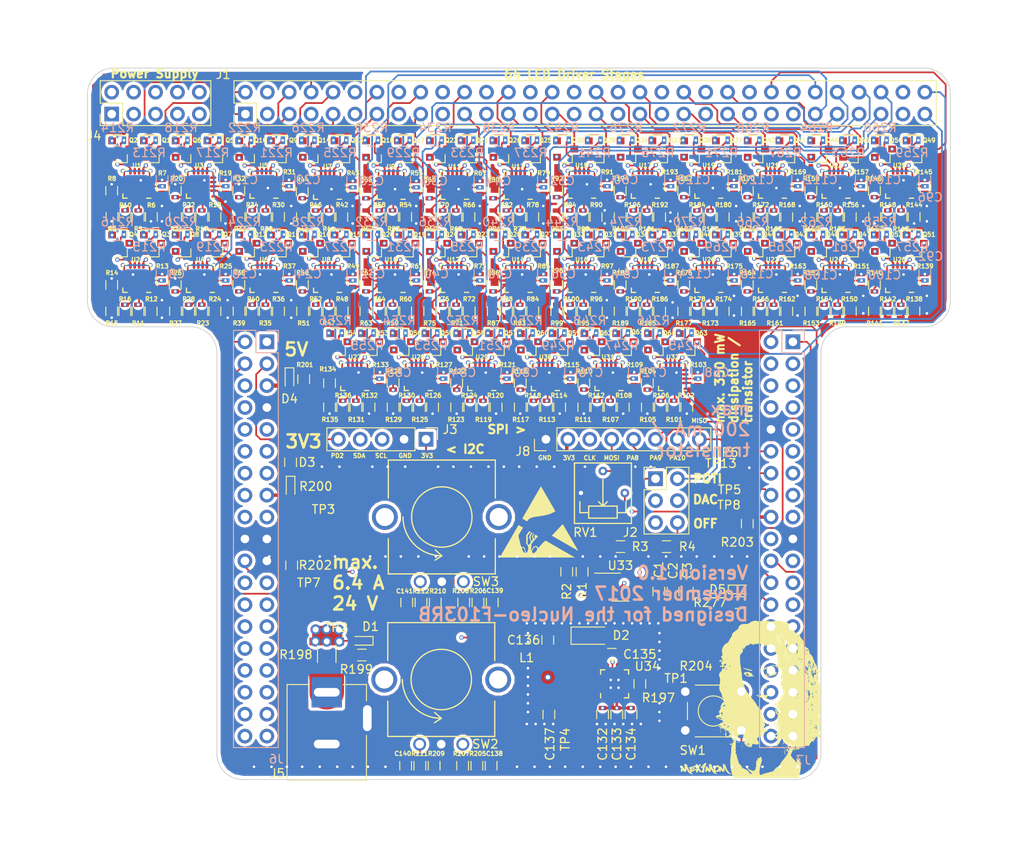
<source format=kicad_pcb>
(kicad_pcb (version 4) (host pcbnew 4.0.7-e2-6376~58~ubuntu17.04.1)
  (title_block (title "LED Driver Extension Board for the Nucleo-F103RB") (date 2017-11-27))
  (layers (0 S1.Cu signal) (1 S2.Cu signal hide) (2 V18.Cu mixed hide) (31 GND.Cu mixed hide) (34 B.Paste user) (35 F.Paste user) (36 B.SilkS user) (37 F.SilkS user) (38 B.Mask user) (39 F.Mask user) (44 Edge.Cuts user))
  (net 0 "")
  (net 1 +3V3)
  (net 2 GND)
  (net 3 V18)
  (net 4 "Net-(C135-Pad1)")
  (net 5 "Net-(C135-Pad2)")
  (net 6 E5V)
  (net 7 PC9)
  (net 8 PC11)
  (net 9 PC10)
  (net 10 PC12)
  (net 11 "Net-(D1-Pad1)")
  (net 12 "Net-(D3-Pad1)")
  (net 13 "Net-(D4-Pad1)")
  (net 14 LED_N_01)
  (net 15 LED_N_02)
  (net 16 LED_N_03)
  (net 17 LED_N_04)
  (net 18 LED_N_05)
  (net 19 LED_N_06)
  (net 20 LED_N_07)
  (net 21 LED_N_08)
  (net 22 LED_N_09)
  (net 23 LED_N_10)
  (net 24 LED_N_11)
  (net 25 LED_N_12)
  (net 26 LED_N_13)
  (net 27 LED_N_14)
  (net 28 LED_N_15)
  (net 29 LED_N_16)
  (net 30 LED_N_17)
  (net 31 LED_N_18)
  (net 32 LED_N_19)
  (net 33 LED_N_20)
  (net 34 LED_N_21)
  (net 35 LED_N_22)
  (net 36 LED_N_23)
  (net 37 LED_N_24)
  (net 38 LED_N_25)
  (net 39 LED_N_26)
  (net 40 LED_N_27)
  (net 41 LED_N_28)
  (net 42 LED_N_29)
  (net 43 LED_N_30)
  (net 44 LED_N_31)
  (net 45 LED_N_32)
  (net 46 LED_N_33)
  (net 47 LED_N_34)
  (net 48 LED_N_35)
  (net 49 LED_N_36)
  (net 50 LED_N_37)
  (net 51 LED_N_38)
  (net 52 LED_N_39)
  (net 53 LED_N_40)
  (net 54 LED_N_41)
  (net 55 LED_N_42)
  (net 56 LED_N_43)
  (net 57 LED_N_44)
  (net 58 LED_N_45)
  (net 59 LED_N_46)
  (net 60 LED_N_47)
  (net 61 LED_N_48)
  (net 62 LED_N_49)
  (net 63 LED_N_50)
  (net 64 LED_N_51)
  (net 65 LED_N_52)
  (net 66 LED_N_53)
  (net 67 LED_N_54)
  (net 68 LED_N_55)
  (net 69 LED_N_56)
  (net 70 LED_N_57)
  (net 71 LED_N_58)
  (net 72 LED_N_59)
  (net 73 LED_N_60)
  (net 74 LED_N_61)
  (net 75 LED_N_62)
  (net 76 LED_N_63)
  (net 77 LED_N_64)
  (net 78 "Net-(J2-Pad1)")
  (net 79 VSIG)
  (net 80 VDAC)
  (net 81 I2C_SCL)
  (net 82 I2C_SDA)
  (net 83 "Net-(J5-Pad1)")
  (net 84 PC8)
  (net 85 PA5)
  (net 86 PA7)
  (net 87 DC_OLED)
  (net 88 PA8)
  (net 89 CS_OLED)
  (net 90 "Net-(Q1-Pad1)")
  (net 91 "Net-(Q1-Pad2)")
  (net 92 "Net-(Q2-Pad1)")
  (net 93 "Net-(Q2-Pad2)")
  (net 94 "Net-(Q3-Pad1)")
  (net 95 "Net-(Q3-Pad2)")
  (net 96 "Net-(Q4-Pad1)")
  (net 97 "Net-(Q4-Pad2)")
  (net 98 "Net-(Q5-Pad1)")
  (net 99 "Net-(Q5-Pad2)")
  (net 100 "Net-(Q6-Pad1)")
  (net 101 "Net-(Q6-Pad2)")
  (net 102 "Net-(Q7-Pad1)")
  (net 103 "Net-(Q7-Pad2)")
  (net 104 "Net-(Q8-Pad1)")
  (net 105 "Net-(Q8-Pad2)")
  (net 106 "Net-(Q9-Pad1)")
  (net 107 "Net-(Q9-Pad2)")
  (net 108 "Net-(Q10-Pad1)")
  (net 109 "Net-(Q10-Pad2)")
  (net 110 "Net-(Q11-Pad1)")
  (net 111 "Net-(Q11-Pad2)")
  (net 112 "Net-(Q12-Pad1)")
  (net 113 "Net-(Q12-Pad2)")
  (net 114 "Net-(Q13-Pad1)")
  (net 115 "Net-(Q13-Pad2)")
  (net 116 "Net-(Q14-Pad1)")
  (net 117 "Net-(Q14-Pad2)")
  (net 118 "Net-(Q15-Pad1)")
  (net 119 "Net-(Q15-Pad2)")
  (net 120 "Net-(Q16-Pad1)")
  (net 121 "Net-(Q16-Pad2)")
  (net 122 "Net-(Q17-Pad1)")
  (net 123 "Net-(Q17-Pad2)")
  (net 124 "Net-(Q18-Pad1)")
  (net 125 "Net-(Q18-Pad2)")
  (net 126 "Net-(Q19-Pad1)")
  (net 127 "Net-(Q19-Pad2)")
  (net 128 "Net-(Q20-Pad1)")
  (net 129 "Net-(Q20-Pad2)")
  (net 130 "Net-(Q21-Pad1)")
  (net 131 "Net-(Q21-Pad2)")
  (net 132 "Net-(Q22-Pad1)")
  (net 133 "Net-(Q22-Pad2)")
  (net 134 "Net-(Q23-Pad1)")
  (net 135 "Net-(Q23-Pad2)")
  (net 136 "Net-(Q24-Pad1)")
  (net 137 "Net-(Q24-Pad2)")
  (net 138 "Net-(Q25-Pad1)")
  (net 139 "Net-(Q25-Pad2)")
  (net 140 "Net-(Q26-Pad1)")
  (net 141 "Net-(Q26-Pad2)")
  (net 142 "Net-(R1-Pad2)")
  (net 143 "Net-(R2-Pad2)")
  (net 144 "Net-(R3-Pad1)")
  (net 145 "Net-(R5-Pad1)")
  (net 146 "Net-(R5-Pad2)")
  (net 147 "Net-(R10-Pad1)")
  (net 148 "Net-(R10-Pad2)")
  (net 149 "Net-(R11-Pad1)")
  (net 150 "Net-(R11-Pad2)")
  (net 151 "Net-(R15-Pad2)")
  (net 152 "Net-(R16-Pad2)")
  (net 153 "Net-(R17-Pad1)")
  (net 154 "Net-(R17-Pad2)")
  (net 155 "Net-(R21-Pad2)")
  (net 156 "Net-(R22-Pad2)")
  (net 157 "Net-(R23-Pad1)")
  (net 158 "Net-(R23-Pad2)")
  (net 159 "Net-(R27-Pad2)")
  (net 160 "Net-(R28-Pad2)")
  (net 161 "Net-(R29-Pad1)")
  (net 162 "Net-(R29-Pad2)")
  (net 163 "Net-(R33-Pad2)")
  (net 164 "Net-(R34-Pad2)")
  (net 165 "Net-(R35-Pad1)")
  (net 166 "Net-(R35-Pad2)")
  (net 167 "Net-(R39-Pad2)")
  (net 168 "Net-(R40-Pad2)")
  (net 169 "Net-(R41-Pad1)")
  (net 170 "Net-(R41-Pad2)")
  (net 171 "Net-(R45-Pad2)")
  (net 172 "Net-(R46-Pad2)")
  (net 173 "Net-(R47-Pad1)")
  (net 174 "Net-(R47-Pad2)")
  (net 175 "Net-(R51-Pad2)")
  (net 176 "Net-(R52-Pad2)")
  (net 177 "Net-(R53-Pad1)")
  (net 178 "Net-(R53-Pad2)")
  (net 179 "Net-(R57-Pad2)")
  (net 180 "Net-(R58-Pad2)")
  (net 181 "Net-(R59-Pad1)")
  (net 182 "Net-(R59-Pad2)")
  (net 183 "Net-(R63-Pad2)")
  (net 184 "Net-(R64-Pad2)")
  (net 185 "Net-(R65-Pad1)")
  (net 186 "Net-(R65-Pad2)")
  (net 187 "Net-(R69-Pad2)")
  (net 188 "Net-(R70-Pad2)")
  (net 189 "Net-(R71-Pad1)")
  (net 190 "Net-(R71-Pad2)")
  (net 191 "Net-(R75-Pad2)")
  (net 192 "Net-(R76-Pad2)")
  (net 193 "Net-(R77-Pad1)")
  (net 194 "Net-(R77-Pad2)")
  (net 195 "Net-(R81-Pad2)")
  (net 196 "Net-(R82-Pad2)")
  (net 197 "Net-(R83-Pad1)")
  (net 198 "Net-(R83-Pad2)")
  (net 199 "Net-(R87-Pad2)")
  (net 200 "Net-(R88-Pad2)")
  (net 201 "Net-(R89-Pad1)")
  (net 202 "Net-(R89-Pad2)")
  (net 203 "Net-(R93-Pad2)")
  (net 204 "Net-(R94-Pad2)")
  (net 205 "Net-(R95-Pad1)")
  (net 206 "Net-(R95-Pad2)")
  (net 207 "Net-(R100-Pad1)")
  (net 208 "Net-(R100-Pad2)")
  (net 209 "Net-(R101-Pad1)")
  (net 210 "Net-(R101-Pad2)")
  (net 211 "Net-(R105-Pad2)")
  (net 212 "Net-(R106-Pad2)")
  (net 213 "Net-(R107-Pad1)")
  (net 214 "Net-(R107-Pad2)")
  (net 215 "Net-(R111-Pad2)")
  (net 216 "Net-(R112-Pad2)")
  (net 217 "Net-(R113-Pad1)")
  (net 218 "Net-(R113-Pad2)")
  (net 219 "Net-(R117-Pad2)")
  (net 220 "Net-(R118-Pad2)")
  (net 221 "Net-(R119-Pad1)")
  (net 222 "Net-(R119-Pad2)")
  (net 223 "Net-(R123-Pad2)")
  (net 224 "Net-(R124-Pad2)")
  (net 225 "Net-(R125-Pad1)")
  (net 226 "Net-(R125-Pad2)")
  (net 227 "Net-(R129-Pad2)")
  (net 228 "Net-(R130-Pad2)")
  (net 229 "Net-(R131-Pad1)")
  (net 230 "Net-(R131-Pad2)")
  (net 231 "Net-(R135-Pad2)")
  (net 232 "Net-(R136-Pad2)")
  (net 233 "Net-(R137-Pad1)")
  (net 234 "Net-(R137-Pad2)")
  (net 235 "Net-(R141-Pad2)")
  (net 236 "Net-(R142-Pad2)")
  (net 237 "Net-(R143-Pad1)")
  (net 238 "Net-(R143-Pad2)")
  (net 239 "Net-(R147-Pad2)")
  (net 240 "Net-(R148-Pad2)")
  (net 241 "Net-(R149-Pad1)")
  (net 242 "Net-(R149-Pad2)")
  (net 243 "Net-(R153-Pad2)")
  (net 244 "Net-(R154-Pad2)")
  (net 245 "Net-(R155-Pad1)")
  (net 246 "Net-(R155-Pad2)")
  (net 247 "Net-(R159-Pad2)")
  (net 248 "Net-(R160-Pad2)")
  (net 249 "Net-(R161-Pad1)")
  (net 250 "Net-(R161-Pad2)")
  (net 251 "Net-(R165-Pad2)")
  (net 252 "Net-(R166-Pad2)")
  (net 253 "Net-(R167-Pad1)")
  (net 254 "Net-(R167-Pad2)")
  (net 255 "Net-(R171-Pad2)")
  (net 256 "Net-(R172-Pad2)")
  (net 257 "Net-(R173-Pad1)")
  (net 258 "Net-(R173-Pad2)")
  (net 259 "Net-(R177-Pad2)")
  (net 260 "Net-(R178-Pad2)")
  (net 261 "Net-(R179-Pad1)")
  (net 262 "Net-(R179-Pad2)")
  (net 263 "Net-(R183-Pad2)")
  (net 264 "Net-(R184-Pad2)")
  (net 265 "Net-(R185-Pad1)")
  (net 266 "Net-(R185-Pad2)")
  (net 267 "Net-(R189-Pad2)")
  (net 268 "Net-(R190-Pad2)")
  (net 269 "Net-(R191-Pad1)")
  (net 270 "Net-(R191-Pad2)")
  (net 271 "Net-(R195-Pad2)")
  (net 272 "Net-(R196-Pad2)")
  (net 273 "Net-(R197-Pad2)")
  (net 274 "Net-(R205-Pad2)")
  (net 275 "Net-(R206-Pad2)")
  (net 276 "Net-(R209-Pad2)")
  (net 277 "Net-(R210-Pad2)")
  (net 278 "Net-(Q27-Pad1)")
  (net 279 "Net-(Q27-Pad2)")
  (net 280 "Net-(Q28-Pad1)")
  (net 281 "Net-(Q28-Pad2)")
  (net 282 "Net-(Q29-Pad1)")
  (net 283 "Net-(Q29-Pad2)")
  (net 284 "Net-(Q30-Pad1)")
  (net 285 "Net-(Q30-Pad2)")
  (net 286 "Net-(Q31-Pad1)")
  (net 287 "Net-(Q31-Pad2)")
  (net 288 "Net-(Q32-Pad1)")
  (net 289 "Net-(Q32-Pad2)")
  (net 290 LIGHT_INT)
  (net 291 PA6)
  (net 292 "Net-(Q33-Pad1)")
  (net 293 "Net-(Q33-Pad2)")
  (net 294 "Net-(Q34-Pad1)")
  (net 295 "Net-(Q35-Pad1)")
  (net 296 "Net-(Q35-Pad2)")
  (net 297 "Net-(Q36-Pad1)")
  (net 298 "Net-(Q37-Pad1)")
  (net 299 "Net-(Q37-Pad2)")
  (net 300 "Net-(Q38-Pad1)")
  (net 301 "Net-(Q39-Pad1)")
  (net 302 "Net-(Q39-Pad2)")
  (net 303 "Net-(Q40-Pad1)")
  (net 304 "Net-(Q41-Pad1)")
  (net 305 "Net-(Q41-Pad2)")
  (net 306 "Net-(Q42-Pad1)")
  (net 307 "Net-(Q43-Pad1)")
  (net 308 "Net-(Q43-Pad2)")
  (net 309 "Net-(Q44-Pad1)")
  (net 310 "Net-(Q45-Pad1)")
  (net 311 "Net-(Q45-Pad2)")
  (net 312 "Net-(Q46-Pad1)")
  (net 313 "Net-(Q47-Pad1)")
  (net 314 "Net-(Q47-Pad2)")
  (net 315 "Net-(Q48-Pad1)")
  (net 316 "Net-(Q49-Pad1)")
  (net 317 "Net-(Q49-Pad2)")
  (net 318 "Net-(Q50-Pad1)")
  (net 319 "Net-(Q51-Pad1)")
  (net 320 "Net-(Q51-Pad2)")
  (net 321 "Net-(Q52-Pad1)")
  (net 322 "Net-(Q53-Pad1)")
  (net 323 "Net-(Q53-Pad2)")
  (net 324 "Net-(Q54-Pad1)")
  (net 325 "Net-(Q55-Pad1)")
  (net 326 "Net-(Q55-Pad2)")
  (net 327 "Net-(Q56-Pad1)")
  (net 328 "Net-(Q57-Pad1)")
  (net 329 "Net-(Q57-Pad2)")
  (net 330 "Net-(Q58-Pad1)")
  (net 331 "Net-(Q59-Pad1)")
  (net 332 "Net-(Q59-Pad2)")
  (net 333 "Net-(Q60-Pad1)")
  (net 334 "Net-(Q61-Pad1)")
  (net 335 "Net-(Q61-Pad2)")
  (net 336 "Net-(Q62-Pad1)")
  (net 337 "Net-(Q63-Pad1)")
  (net 338 "Net-(Q63-Pad2)")
  (net 339 "Net-(Q64-Pad1)")
  (net 340 "Net-(R213-Pad2)")
  (net 341 "Net-(R214-Pad1)")
  (net 342 "Net-(R215-Pad2)")
  (net 343 "Net-(R216-Pad1)")
  (net 344 "Net-(R217-Pad2)")
  (net 345 "Net-(R218-Pad1)")
  (net 346 "Net-(R219-Pad2)")
  (net 347 "Net-(R220-Pad1)")
  (net 348 "Net-(R221-Pad2)")
  (net 349 "Net-(R222-Pad1)")
  (net 350 "Net-(R223-Pad2)")
  (net 351 "Net-(R224-Pad1)")
  (net 352 "Net-(R225-Pad2)")
  (net 353 "Net-(R226-Pad1)")
  (net 354 "Net-(R227-Pad2)")
  (net 355 "Net-(R228-Pad1)")
  (net 356 "Net-(R229-Pad2)")
  (net 357 "Net-(R230-Pad1)")
  (net 358 "Net-(R231-Pad2)")
  (net 359 "Net-(R232-Pad1)")
  (net 360 "Net-(R233-Pad2)")
  (net 361 "Net-(R234-Pad1)")
  (net 362 "Net-(R235-Pad2)")
  (net 363 "Net-(R236-Pad1)")
  (net 364 "Net-(R237-Pad2)")
  (net 365 "Net-(R238-Pad1)")
  (net 366 "Net-(R239-Pad2)")
  (net 367 "Net-(R240-Pad1)")
  (net 368 "Net-(R241-Pad2)")
  (net 369 "Net-(R242-Pad1)")
  (net 370 "Net-(R243-Pad2)")
  (net 371 "Net-(R244-Pad1)")
  (net 372 "Net-(R245-Pad2)")
  (net 373 "Net-(R246-Pad1)")
  (net 374 "Net-(R247-Pad2)")
  (net 375 "Net-(R248-Pad1)")
  (net 376 "Net-(R249-Pad2)")
  (net 377 "Net-(R250-Pad1)")
  (net 378 "Net-(R251-Pad2)")
  (net 379 "Net-(R252-Pad1)")
  (net 380 "Net-(R253-Pad2)")
  (net 381 "Net-(R254-Pad1)")
  (net 382 "Net-(R255-Pad2)")
  (net 383 "Net-(R256-Pad1)")
  (net 384 "Net-(R257-Pad2)")
  (net 385 "Net-(R258-Pad1)")
  (net 386 "Net-(R259-Pad2)")
  (net 387 "Net-(R260-Pad1)")
  (net 388 "Net-(R261-Pad2)")
  (net 389 "Net-(R262-Pad1)")
  (net 390 "Net-(R263-Pad2)")
  (net 391 "Net-(R264-Pad1)")
  (net 392 "Net-(R265-Pad2)")
  (net 393 "Net-(R266-Pad1)")
  (net 394 "Net-(R267-Pad2)")
  (net 395 "Net-(R268-Pad1)")
  (net 396 "Net-(R269-Pad2)")
  (net 397 "Net-(R270-Pad1)")
  (net 398 "Net-(R271-Pad2)")
  (net 399 "Net-(R272-Pad1)")
  (net 400 "Net-(R273-Pad2)")
  (net 401 "Net-(R274-Pad1)")
  (net 402 "Net-(R275-Pad2)")
  (net 403 "Net-(R276-Pad1)")
  (net 404 "Net-(Q34-Pad2)")
  (net 405 "Net-(Q36-Pad2)")
  (net 406 "Net-(Q38-Pad2)")
  (net 407 "Net-(Q40-Pad2)")
  (net 408 "Net-(Q42-Pad2)")
  (net 409 "Net-(Q44-Pad2)")
  (net 410 "Net-(Q46-Pad2)")
  (net 411 "Net-(Q48-Pad2)")
  (net 412 "Net-(Q50-Pad2)")
  (net 413 "Net-(Q52-Pad2)")
  (net 414 "Net-(Q54-Pad2)")
  (net 415 "Net-(Q56-Pad2)")
  (net 416 "Net-(Q58-Pad2)")
  (net 417 "Net-(Q60-Pad2)")
  (net 418 "Net-(Q62-Pad2)")
  (net 419 "Net-(Q64-Pad2)")
  (net 420 PB10)
  (net 421 "Net-(D5-Pad1)")
  (net 422 "Net-(J2-Pad5)")
  (net 423 "Net-(J6-Pad6)")
  (net 424 "Net-(J6-Pad8)")
  (net 425 "Net-(J6-Pad9)")
  (net 426 "Net-(J6-Pad10)")
  (net 427 "Net-(J6-Pad11)")
  (net 428 "Net-(J6-Pad12)")
  (net 429 "Net-(J6-Pad13)")
  (net 430 "Net-(J6-Pad14)")
  (net 431 "Net-(J6-Pad16)")
  (net 432 "Net-(J6-Pad17)")
  (net 433 "Net-(J6-Pad18)")
  (net 434 "Net-(J6-Pad23)")
  (net 435 "Net-(J6-Pad24)")
  (net 436 "Net-(J6-Pad25)")
  (net 437 "Net-(J6-Pad26)")
  (net 438 "Net-(J6-Pad27)")
  (net 439 "Net-(J6-Pad28)")
  (net 440 "Net-(J6-Pad29)")
  (net 441 "Net-(J6-Pad30)")
  (net 442 "Net-(J6-Pad31)")
  (net 443 "Net-(J6-Pad32)")
  (net 444 "Net-(J6-Pad33)")
  (net 445 "Net-(J6-Pad34)")
  (net 446 "Net-(J6-Pad35)")
  (net 447 "Net-(J6-Pad36)")
  (net 448 "Net-(J6-Pad37)")
  (net 449 "Net-(J6-Pad38)")
  (net 450 "Net-(J7-Pad3)")
  (net 451 "Net-(J7-Pad4)")
  (net 452 "Net-(J7-Pad5)")
  (net 453 "Net-(J7-Pad6)")
  (net 454 "Net-(J7-Pad7)")
  (net 455 "Net-(J7-Pad8)")
  (net 456 "Net-(J7-Pad9)")
  (net 457 "Net-(J7-Pad11)")
  (net 458 "Net-(J7-Pad13)")
  (net 459 "Net-(J7-Pad15)")
  (net 460 "Net-(J7-Pad17)")
  (net 461 "Net-(J7-Pad20)")
  (net 462 "Net-(J7-Pad21)")
  (net 463 "Net-(J7-Pad23)")
  (net 464 "Net-(J7-Pad25)")
  (net 465 "Net-(J7-Pad27)")
  (net 466 "Net-(J7-Pad28)")
  (net 467 "Net-(J7-Pad29)")
  (net 468 "Net-(J7-Pad30)")
  (net 469 "Net-(J7-Pad31)")
  (net 470 "Net-(J7-Pad32)")
  (net 471 "Net-(J7-Pad33)")
  (net 472 "Net-(J7-Pad35)")
  (net 473 "Net-(J7-Pad36)")
  (net 474 "Net-(J7-Pad37)")
  (net 475 "Net-(J7-Pad38)")
  (net 476 "Net-(U34-Pad6)")
  (net 477 "Net-(U34-Pad7)")
  (net 478 "Net-(U34-Pad9)")
  (module MyPics:esd (layer S1.Cu) (at 150.4442 99.695)
    (fp_text reference G*** hide)
    (fp_text value LOGO hide)
  )
  (module MySWs:ROT_ENC_EN12_TT_Electronics_No_Switch (layer S1.Cu) (at 139.065 106.553)
    (fp_text reference SW3 (at 5.11 -0.01) (layer F.SilkS))
    (fp_text value Rotary_Encoder)
    (pad "" thru_hole circle (at -6.6 -7.5) (size 3 3) (drill 2.1) (layers *.Cu *.Mask))
    (pad 3 thru_hole circle (at 2.5 0) (size 1.5 1.5) (drill 1) (layers *.Cu *.Mask) (net 275 "Net-(R206-Pad2)"))
    (pad 1 thru_hole circle (at -2.5 0) (size 1.5 1.5) (drill 1) (layers *.Cu *.Mask) (net 277 "Net-(R210-Pad2)"))
    (pad 2 thru_hole circle (at 0 0) (size 1.5 1.5) (drill 1) (layers *.Cu *.Mask) (net 2 GND))
    (pad "" thru_hole circle (at 6.6 -7.5) (size 3 3) (drill 2.1) (layers *.Cu *.Mask))
  )
  (module MyVias:Stitchging-Via-0.3-0.5 (layer S1.Cu) (at 124.9172 103.632)
    (fp_text reference REF** hide)
    (fp_text value Stitching-Via-0.3-0.5)
    (pad ~ thru_hole circle (at 0 0) (size 0.5 0.5) (drill 0.3) (layers *.Cu) (net 2 GND))
  )
  (module MyVias:Stitchging-Via-0.3-0.5 (layer S1.Cu) (at 119.0752 103.632)
    (fp_text reference REF** hide)
    (fp_text value Stitching-Via-0.3-0.5)
    (pad ~ thru_hole circle (at 0 0) (size 0.5 0.5) (drill 0.3) (layers *.Cu) (net 2 GND))
  )
  (module MyVias:Stitchging-Via-0.3-0.5 (layer S1.Cu) (at 134.3152 103.632)
    (fp_text reference REF** hide)
    (fp_text value Stitching-Via-0.3-0.5)
    (pad ~ thru_hole circle (at 0 0) (size 0.5 0.5) (drill 0.3) (layers *.Cu) (net 2 GND))
  )
  (module MyVias:Stitchging-Via-0.3-0.5 (layer S1.Cu) (at 136.3472 103.632)
    (fp_text reference REF** hide)
    (fp_text value Stitching-Via-0.3-0.5)
    (pad ~ thru_hole circle (at 0 0) (size 0.5 0.5) (drill 0.3) (layers *.Cu) (net 2 GND))
  )
  (module MyVias:Stitchging-Via-0.3-0.5 (layer S1.Cu) (at 138.3792 103.632)
    (fp_text reference REF** hide)
    (fp_text value Stitching-Via-0.3-0.5)
    (pad ~ thru_hole circle (at 0 0) (size 0.5 0.5) (drill 0.3) (layers *.Cu) (net 2 GND))
  )
  (module MyVias:Stitchging-Via-0.3-0.5 (layer S1.Cu) (at 132.5372 103.632)
    (fp_text reference REF** hide)
    (fp_text value Stitching-Via-0.3-0.5)
    (pad ~ thru_hole circle (at 0 0) (size 0.5 0.5) (drill 0.3) (layers *.Cu) (net 2 GND))
  )
  (module MyVias:Stitchging-Via-0.3-0.5 (layer S1.Cu) (at 130.7592 103.632)
    (fp_text reference REF** hide)
    (fp_text value Stitching-Via-0.3-0.5)
    (pad ~ thru_hole circle (at 0 0) (size 0.5 0.5) (drill 0.3) (layers *.Cu) (net 2 GND))
  )
  (module MyVias:Stitchging-Via-0.3-0.5 (layer S1.Cu) (at 126.6952 103.632)
    (fp_text reference REF** hide)
    (fp_text value Stitching-Via-0.3-0.5)
    (pad ~ thru_hole circle (at 0 0) (size 0.5 0.5) (drill 0.3) (layers *.Cu) (net 2 GND))
  )
  (module Resistors_SMD:R_0603 (layer S1.Cu) (at 138.176 127.889 90)
    (fp_text reference R209 (at 1.397 0.254 180) (layer F.SilkS) (effects (font (size 0.5 0.5) (thickness 0.125))))
    (fp_text value 10k)
    (pad 1 smd rect (at -0.75 0 90) (size 0.5 0.9) (layers S1.Cu F.Paste F.Mask) (net 1 +3V3))
    (pad 2 smd rect (at 0.75 0 90) (size 0.5 0.9) (layers S1.Cu F.Paste F.Mask) (net 276 "Net-(R209-Pad2)"))
  )
  (module Resistors_SMD:R_0603 (layer S1.Cu) (at 134.874 127.889 90)
    (fp_text reference C140 (at 1.397 -0.3302 180) (layer F.SilkS) (effects (font (size 0.5 0.5) (thickness 0.125))))
    (fp_text value 10n)
    (pad 1 smd rect (at -0.75 0 90) (size 0.5 0.9) (layers S1.Cu F.Paste F.Mask) (net 9 PC10))
    (pad 2 smd rect (at 0.75 0 90) (size 0.5 0.9) (layers S1.Cu F.Paste F.Mask) (net 2 GND))
  )
  (module MyVias:Stitchging-Via-0.3-0.5 (layer S1.Cu) (at 117.2972 128.016)
    (fp_text reference REF** hide)
    (fp_text value Stitching-Via-0.3-0.5)
    (pad ~ thru_hole circle (at 0 0) (size 0.5 0.5) (drill 0.3) (layers *.Cu) (net 2 GND))
  )
  (module MyVias:Stitchging-Via-0.3-0.5 (layer S1.Cu) (at 119.3292 128.016)
    (fp_text reference REF** hide)
    (fp_text value Stitching-Via-0.3-0.5)
    (pad ~ thru_hole circle (at 0 0) (size 0.5 0.5) (drill 0.3) (layers *.Cu) (net 2 GND))
  )
  (module MyVias:Stitchging-Via-0.3-0.5 (layer S1.Cu) (at 121.1072 128.016)
    (fp_text reference REF** hide)
    (fp_text value Stitching-Via-0.3-0.5)
    (pad ~ thru_hole circle (at 0 0) (size 0.5 0.5) (drill 0.3) (layers *.Cu) (net 2 GND))
  )
  (module MyVias:Stitchging-Via-0.3-0.5 (layer S1.Cu) (at 128.7272 128.016)
    (fp_text reference REF** hide)
    (fp_text value Stitching-Via-0.3-0.5)
    (pad ~ thru_hole circle (at 0 0) (size 0.5 0.5) (drill 0.3) (layers *.Cu) (net 2 GND))
  )
  (module MyVias:Stitchging-Via-0.3-0.5 (layer S1.Cu) (at 126.9492 128.016)
    (fp_text reference REF** hide)
    (fp_text value Stitching-Via-0.3-0.5)
    (pad ~ thru_hole circle (at 0 0) (size 0.5 0.5) (drill 0.3) (layers *.Cu) (net 2 GND))
  )
  (module MyVias:Stitchging-Via-0.3-0.5 (layer S1.Cu) (at 124.9172 128.016)
    (fp_text reference REF** hide)
    (fp_text value Stitching-Via-0.3-0.5)
    (pad ~ thru_hole circle (at 0 0) (size 0.5 0.5) (drill 0.3) (layers *.Cu) (net 2 GND))
  )
  (module MyVias:Stitchging-Via-0.3-0.5 (layer S1.Cu) (at 122.8852 128.016)
    (fp_text reference REF** hide)
    (fp_text value Stitching-Via-0.3-0.5)
    (pad ~ thru_hole circle (at 0 0) (size 0.5 0.5) (drill 0.3) (layers *.Cu) (net 2 GND))
  )
  (module MyVias:Stitchging-Via-0.3-0.5 (layer S1.Cu) (at 132.5372 128.016)
    (fp_text reference REF** hide)
    (fp_text value Stitching-Via-0.3-0.5)
    (pad ~ thru_hole circle (at 0 0) (size 0.5 0.5) (drill 0.3) (layers *.Cu) (net 2 GND))
  )
  (module MyVias:Stitchging-Via-0.3-0.5 (layer S1.Cu) (at 130.5052 128.016)
    (fp_text reference REF** hide)
    (fp_text value Stitching-Via-0.3-0.5)
    (pad ~ thru_hole circle (at 0 0) (size 0.5 0.5) (drill 0.3) (layers *.Cu) (net 2 GND))
  )
  (module MyVias:Stitchging-Via-0.3-0.5 (layer S1.Cu) (at 160.9852 128.016)
    (fp_text reference REF** hide)
    (fp_text value Stitching-Via-0.3-0.5)
    (pad ~ thru_hole circle (at 0 0) (size 0.5 0.5) (drill 0.3) (layers *.Cu) (net 2 GND))
  )
  (module MyVias:Stitchging-Via-0.3-0.5 (layer S1.Cu) (at 163.0172 128.016)
    (fp_text reference REF** hide)
    (fp_text value Stitching-Via-0.3-0.5)
    (pad ~ thru_hole circle (at 0 0) (size 0.5 0.5) (drill 0.3) (layers *.Cu) (net 2 GND))
  )
  (module MyVias:Stitchging-Via-0.3-0.5 (layer S1.Cu) (at 165.0492 128.016)
    (fp_text reference REF** hide)
    (fp_text value Stitching-Via-0.3-0.5)
    (pad ~ thru_hole circle (at 0 0) (size 0.5 0.5) (drill 0.3) (layers *.Cu) (net 2 GND))
  )
  (module MyVias:Stitchging-Via-0.3-0.5 (layer S1.Cu) (at 166.8272 128.016)
    (fp_text reference REF** hide)
    (fp_text value Stitching-Via-0.3-0.5)
    (pad ~ thru_hole circle (at 0 0) (size 0.5 0.5) (drill 0.3) (layers *.Cu) (net 2 GND))
  )
  (module MyVias:Stitchging-Via-0.3-0.5 (layer S1.Cu) (at 174.4472 128.016)
    (fp_text reference REF** hide)
    (fp_text value Stitching-Via-0.3-0.5)
    (pad ~ thru_hole circle (at 0 0) (size 0.5 0.5) (drill 0.3) (layers *.Cu) (net 2 GND))
  )
  (module MyVias:Stitchging-Via-0.3-0.5 (layer S1.Cu) (at 172.6692 128.016)
    (fp_text reference REF** hide)
    (fp_text value Stitching-Via-0.3-0.5)
    (pad ~ thru_hole circle (at 0 0) (size 0.5 0.5) (drill 0.3) (layers *.Cu) (net 2 GND))
  )
  (module MyVias:Stitchging-Via-0.3-0.5 (layer S1.Cu) (at 170.6372 128.016)
    (fp_text reference REF** hide)
    (fp_text value Stitching-Via-0.3-0.5)
    (pad ~ thru_hole circle (at 0 0) (size 0.5 0.5) (drill 0.3) (layers *.Cu) (net 2 GND))
  )
  (module MyVias:Stitchging-Via-0.3-0.5 (layer S1.Cu) (at 168.6052 128.016)
    (fp_text reference REF** hide)
    (fp_text value Stitching-Via-0.3-0.5)
    (pad ~ thru_hole circle (at 0 0) (size 0.5 0.5) (drill 0.3) (layers *.Cu) (net 2 GND))
  )
  (module MyVias:Stitchging-Via-0.3-0.5 (layer S1.Cu) (at 153.3652 128.016)
    (fp_text reference REF** hide)
    (fp_text value Stitching-Via-0.3-0.5)
    (pad ~ thru_hole circle (at 0 0) (size 0.5 0.5) (drill 0.3) (layers *.Cu) (net 2 GND))
  )
  (module MyVias:Stitchging-Via-0.3-0.5 (layer S1.Cu) (at 155.3972 128.016)
    (fp_text reference REF** hide)
    (fp_text value Stitching-Via-0.3-0.5)
    (pad ~ thru_hole circle (at 0 0) (size 0.5 0.5) (drill 0.3) (layers *.Cu) (net 2 GND))
  )
  (module MyVias:Stitchging-Via-0.3-0.5 (layer S1.Cu) (at 157.4292 128.016)
    (fp_text reference REF** hide)
    (fp_text value Stitching-Via-0.3-0.5)
    (pad ~ thru_hole circle (at 0 0) (size 0.5 0.5) (drill 0.3) (layers *.Cu) (net 2 GND))
  )
  (module MyVias:Stitchging-Via-0.3-0.5 (layer S1.Cu) (at 159.2072 128.016)
    (fp_text reference REF** hide)
    (fp_text value Stitching-Via-0.3-0.5)
    (pad ~ thru_hole circle (at 0 0) (size 0.5 0.5) (drill 0.3) (layers *.Cu) (net 2 GND))
  )
  (module MyVias:Stitchging-Via-0.3-0.5 (layer S1.Cu) (at 151.5872 128.016)
    (fp_text reference REF** hide)
    (fp_text value Stitching-Via-0.3-0.5)
    (pad ~ thru_hole circle (at 0 0) (size 0.5 0.5) (drill 0.3) (layers *.Cu) (net 2 GND))
  )
  (module MyVias:Stitchging-Via-0.3-0.5 (layer S1.Cu) (at 149.8092 128.016)
    (fp_text reference REF** hide)
    (fp_text value Stitching-Via-0.3-0.5)
    (pad ~ thru_hole circle (at 0 0) (size 0.5 0.5) (drill 0.3) (layers *.Cu) (net 2 GND))
  )
  (module MyVias:Stitchging-Via-0.3-0.5 (layer S1.Cu) (at 147.7772 128.016)
    (fp_text reference REF** hide)
    (fp_text value Stitching-Via-0.3-0.5)
    (pad ~ thru_hole circle (at 0 0) (size 0.5 0.5) (drill 0.3) (layers *.Cu) (net 2 GND))
  )
  (module MyVias:Stitchging-Via-0.3-0.5 (layer S1.Cu) (at 180.2892 128.016)
    (fp_text reference REF** hide)
    (fp_text value Stitching-Via-0.3-0.5)
    (pad ~ thru_hole circle (at 0 0) (size 0.5 0.5) (drill 0.3) (layers *.Cu) (net 2 GND))
  )
  (module MyVias:Stitchging-Via-0.3-0.5 (layer S1.Cu) (at 178.2572 128.016)
    (fp_text reference REF** hide)
    (fp_text value Stitching-Via-0.3-0.5)
    (pad ~ thru_hole circle (at 0 0) (size 0.5 0.5) (drill 0.3) (layers *.Cu) (net 2 GND))
  )
  (module MyVias:Stitchging-Via-0.3-0.5 (layer S1.Cu) (at 176.2252 128.016)
    (fp_text reference REF** hide)
    (fp_text value Stitching-Via-0.3-0.5)
    (pad ~ thru_hole circle (at 0 0) (size 0.5 0.5) (drill 0.3) (layers *.Cu) (net 2 GND))
  )
  (module MyVias:Stitchging-Via-0.3-0.5 (layer S1.Cu) (at 142.1892 103.632)
    (fp_text reference REF** hide)
    (fp_text value Stitching-Via-0.3-0.5)
    (pad ~ thru_hole circle (at 0 0) (size 0.5 0.5) (drill 0.3) (layers *.Cu) (net 2 GND))
  )
  (module MyVias:Stitchging-Via-0.3-0.5 (layer S1.Cu) (at 143.9672 103.632)
    (fp_text reference REF** hide)
    (fp_text value Stitching-Via-0.3-0.5)
    (pad ~ thru_hole circle (at 0 0) (size 0.5 0.5) (drill 0.3) (layers *.Cu) (net 2 GND))
  )
  (module MyVias:Stitchging-Via-0.3-0.5 (layer S1.Cu) (at 163.0172 103.632)
    (fp_text reference REF** hide)
    (fp_text value Stitching-Via-0.3-0.5)
    (pad ~ thru_hole circle (at 0 0) (size 0.5 0.5) (drill 0.3) (layers *.Cu) (net 2 GND))
  )
  (module MyVias:Stitchging-Via-0.3-0.5 (layer S1.Cu) (at 165.0492 103.632)
    (fp_text reference REF** hide)
    (fp_text value Stitching-Via-0.3-0.5)
    (pad ~ thru_hole circle (at 0 0) (size 0.5 0.5) (drill 0.3) (layers *.Cu) (net 2 GND))
  )
  (module MyVias:Stitchging-Via-0.3-0.5 (layer S1.Cu) (at 166.8272 103.632)
    (fp_text reference REF** hide)
    (fp_text value Stitching-Via-0.3-0.5)
    (pad ~ thru_hole circle (at 0 0) (size 0.5 0.5) (drill 0.3) (layers *.Cu) (net 2 GND))
  )
  (module MyVias:Stitchging-Via-0.3-0.5 (layer S1.Cu) (at 174.4472 103.632)
    (fp_text reference REF** hide)
    (fp_text value Stitching-Via-0.3-0.5)
    (pad ~ thru_hole circle (at 0 0) (size 0.5 0.5) (drill 0.3) (layers *.Cu) (net 2 GND))
  )
  (module MyVias:Stitchging-Via-0.3-0.5 (layer S1.Cu) (at 172.6692 103.632)
    (fp_text reference REF** hide)
    (fp_text value Stitching-Via-0.3-0.5)
    (pad ~ thru_hole circle (at 0 0) (size 0.5 0.5) (drill 0.3) (layers *.Cu) (net 2 GND))
  )
  (module MyVias:Stitchging-Via-0.3-0.5 (layer S1.Cu) (at 170.6372 103.632)
    (fp_text reference REF** hide)
    (fp_text value Stitching-Via-0.3-0.5)
    (pad ~ thru_hole circle (at 0 0) (size 0.5 0.5) (drill 0.3) (layers *.Cu) (net 2 GND))
  )
  (module MyVias:Stitchging-Via-0.3-0.5 (layer S1.Cu) (at 168.6052 103.632)
    (fp_text reference REF** hide)
    (fp_text value Stitching-Via-0.3-0.5)
    (pad ~ thru_hole circle (at 0 0) (size 0.5 0.5) (drill 0.3) (layers *.Cu) (net 2 GND))
  )
  (module MyVias:Stitchging-Via-0.3-0.5 (layer S1.Cu) (at 155.3972 103.632)
    (fp_text reference REF** hide)
    (fp_text value Stitching-Via-0.3-0.5)
    (pad ~ thru_hole circle (at 0 0) (size 0.5 0.5) (drill 0.3) (layers *.Cu) (net 2 GND))
  )
  (module MyVias:Stitchging-Via-0.3-0.5 (layer S1.Cu) (at 157.4292 103.632)
    (fp_text reference REF** hide)
    (fp_text value Stitching-Via-0.3-0.5)
    (pad ~ thru_hole circle (at 0 0) (size 0.5 0.5) (drill 0.3) (layers *.Cu) (net 2 GND))
  )
  (module MyVias:Stitchging-Via-0.3-0.5 (layer S1.Cu) (at 159.2072 103.632)
    (fp_text reference REF** hide)
    (fp_text value Stitching-Via-0.3-0.5)
    (pad ~ thru_hole circle (at 0 0) (size 0.5 0.5) (drill 0.3) (layers *.Cu) (net 2 GND))
  )
  (module MyVias:Stitchging-Via-0.3-0.5 (layer S1.Cu) (at 151.5872 103.632)
    (fp_text reference REF** hide)
    (fp_text value Stitching-Via-0.3-0.5)
    (pad ~ thru_hole circle (at 0 0) (size 0.5 0.5) (drill 0.3) (layers *.Cu) (net 2 GND))
  )
  (module MyVias:Stitchging-Via-0.3-0.5 (layer S1.Cu) (at 149.8092 103.632)
    (fp_text reference REF** hide)
    (fp_text value Stitching-Via-0.3-0.5)
    (pad ~ thru_hole circle (at 0 0) (size 0.5 0.5) (drill 0.3) (layers *.Cu) (net 2 GND))
  )
  (module MyVias:Stitchging-Via-0.3-0.5 (layer S1.Cu) (at 147.7772 103.632)
    (fp_text reference REF** hide)
    (fp_text value Stitching-Via-0.3-0.5)
    (pad ~ thru_hole circle (at 0 0) (size 0.5 0.5) (drill 0.3) (layers *.Cu) (net 2 GND))
  )
  (module MyVias:Stitchging-Via-0.3-0.5 (layer S1.Cu) (at 145.7452 103.632)
    (fp_text reference REF** hide)
    (fp_text value Stitching-Via-0.3-0.5)
    (pad ~ thru_hole circle (at 0 0) (size 0.5 0.5) (drill 0.3) (layers *.Cu) (net 2 GND))
  )
  (module MyVias:Stitchging-Via-0.3-0.5 (layer S1.Cu) (at 155.6512 93.218)
    (fp_text reference REF** hide)
    (fp_text value Stitching-Via-0.3-0.5)
    (pad ~ thru_hole circle (at 0 0) (size 0.5 0.5) (drill 0.3) (layers *.Cu) (net 2 GND))
  )
  (module MyVias:Stitchging-Via-0.3-0.5 (layer S1.Cu) (at 161.4932 93.218)
    (fp_text reference REF** hide)
    (fp_text value Stitching-Via-0.3-0.5)
    (pad ~ thru_hole circle (at 0 0) (size 0.5 0.5) (drill 0.3) (layers *.Cu) (net 2 GND))
  )
  (module MyVias:Stitchging-Via-0.3-0.5 (layer S1.Cu) (at 163.2712 93.218)
    (fp_text reference REF** hide)
    (fp_text value Stitching-Via-0.3-0.5)
    (pad ~ thru_hole circle (at 0 0) (size 0.5 0.5) (drill 0.3) (layers *.Cu) (net 2 GND))
  )
  (module MyVias:Stitchging-Via-0.3-0.5 (layer S1.Cu) (at 174.7012 93.345)
    (fp_text reference REF** hide)
    (fp_text value Stitching-Via-0.3-0.5)
    (pad ~ thru_hole circle (at 0 0) (size 0.5 0.5) (drill 0.3) (layers *.Cu) (net 2 GND))
  )
  (module MyVias:Stitchging-Via-0.3-0.5 (layer S1.Cu) (at 140.4112 93.218)
    (fp_text reference REF** hide)
    (fp_text value Stitching-Via-0.3-0.5)
    (pad ~ thru_hole circle (at 0 0) (size 0.5 0.5) (drill 0.3) (layers *.Cu) (net 2 GND))
  )
  (module MyVias:Stitchging-Via-0.3-0.5 (layer S1.Cu) (at 142.4432 93.218)
    (fp_text reference REF** hide)
    (fp_text value Stitching-Via-0.3-0.5)
    (pad ~ thru_hole circle (at 0 0) (size 0.5 0.5) (drill 0.3) (layers *.Cu) (net 2 GND))
  )
  (module MyVias:Stitchging-Via-0.3-0.5 (layer S1.Cu) (at 144.4752 93.218)
    (fp_text reference REF** hide)
    (fp_text value Stitching-Via-0.3-0.5)
    (pad ~ thru_hole circle (at 0 0) (size 0.5 0.5) (drill 0.3) (layers *.Cu) (net 2 GND))
  )
  (module MyVias:Stitchging-Via-0.3-0.5 (layer S1.Cu) (at 146.2532 93.218)
    (fp_text reference REF** hide)
    (fp_text value Stitching-Via-0.3-0.5)
    (pad ~ thru_hole circle (at 0 0) (size 0.5 0.5) (drill 0.3) (layers *.Cu) (net 2 GND))
  )
  (module MyVias:Stitchging-Via-0.3-0.5 (layer S1.Cu) (at 152.0952 93.218)
    (fp_text reference REF** hide)
    (fp_text value Stitching-Via-0.3-0.5)
    (pad ~ thru_hole circle (at 0 0) (size 0.5 0.5) (drill 0.3) (layers *.Cu) (net 2 GND))
  )
  (module MyVias:Stitchging-Via-0.3-0.5 (layer S1.Cu) (at 150.0632 93.218)
    (fp_text reference REF** hide)
    (fp_text value Stitching-Via-0.3-0.5)
    (pad ~ thru_hole circle (at 0 0) (size 0.5 0.5) (drill 0.3) (layers *.Cu) (net 2 GND))
  )
  (module MyVias:Stitchging-Via-0.3-0.5 (layer S1.Cu) (at 148.0312 93.218)
    (fp_text reference REF** hide)
    (fp_text value Stitching-Via-0.3-0.5)
    (pad ~ thru_hole circle (at 0 0) (size 0.5 0.5) (drill 0.3) (layers *.Cu) (net 2 GND))
  )
  (module MyVias:Stitchging-Via-0.3-0.5 (layer S1.Cu) (at 132.7912 93.218)
    (fp_text reference REF** hide)
    (fp_text value Stitching-Via-0.3-0.5)
    (pad ~ thru_hole circle (at 0 0) (size 0.5 0.5) (drill 0.3) (layers *.Cu) (net 2 GND))
  )
  (module MyVias:Stitchging-Via-0.3-0.5 (layer S1.Cu) (at 134.8232 93.218)
    (fp_text reference REF** hide)
    (fp_text value Stitching-Via-0.3-0.5)
    (pad ~ thru_hole circle (at 0 0) (size 0.5 0.5) (drill 0.3) (layers *.Cu) (net 2 GND))
  )
  (module MyVias:Stitchging-Via-0.3-0.5 (layer S1.Cu) (at 138.6332 93.218)
    (fp_text reference REF** hide)
    (fp_text value Stitching-Via-0.3-0.5)
    (pad ~ thru_hole circle (at 0 0) (size 0.5 0.5) (drill 0.3) (layers *.Cu) (net 2 GND))
  )
  (module MyVias:Stitchging-Via-0.3-0.5 (layer S1.Cu) (at 131.0132 93.218)
    (fp_text reference REF** hide)
    (fp_text value Stitching-Via-0.3-0.5)
    (pad ~ thru_hole circle (at 0 0) (size 0.5 0.5) (drill 0.3) (layers *.Cu) (net 2 GND))
  )
  (module MyVias:Stitchging-Via-0.3-0.5 (layer S1.Cu) (at 127.2032 93.218)
    (fp_text reference REF** hide)
    (fp_text value Stitching-Via-0.3-0.5)
    (pad ~ thru_hole circle (at 0 0) (size 0.5 0.5) (drill 0.3) (layers *.Cu) (net 2 GND))
  )
  (module MyVias:Stitchging-Via-0.3-0.5 (layer S1.Cu) (at 125.1712 93.218)
    (fp_text reference REF** hide)
    (fp_text value Stitching-Via-0.3-0.5)
    (pad ~ thru_hole circle (at 0 0) (size 0.5 0.5) (drill 0.3) (layers *.Cu) (net 2 GND))
  )
  (module MyVias:Stitchging-Via-0.3-0.5 (layer S1.Cu) (at 165.8112 74.168)
    (fp_text reference REF** hide)
    (fp_text value Stitching-Via-0.3-0.5)
    (pad ~ thru_hole circle (at 0 0) (size 0.5 0.5) (drill 0.3) (layers *.Cu) (net 2 GND))
  )
  (module MyVias:Stitchging-Via-0.3-0.5 (layer S1.Cu) (at 165.8112 75.946)
    (fp_text reference REF** hide)
    (fp_text value Stitching-Via-0.3-0.5)
    (pad ~ thru_hole circle (at 0 0) (size 0.5 0.5) (drill 0.3) (layers *.Cu) (net 2 GND))
  )
  (module MyVias:Stitchging-Via-0.3-0.5 (layer S1.Cu) (at 158.1912 73.914)
    (fp_text reference REF** hide)
    (fp_text value Stitching-Via-0.3-0.5)
    (pad ~ thru_hole circle (at 0 0) (size 0.5 0.5) (drill 0.3) (layers *.Cu) (net 2 GND))
  )
  (module MyVias:Stitchging-Via-0.3-0.5 (layer S1.Cu) (at 158.1912 75.946)
    (fp_text reference REF** hide)
    (fp_text value Stitching-Via-0.3-0.5)
    (pad ~ thru_hole circle (at 0 0) (size 0.5 0.5) (drill 0.3) (layers *.Cu) (net 2 GND))
  )
  (module MyVias:Stitchging-Via-0.3-0.5 (layer S1.Cu) (at 150.3172 75.946)
    (fp_text reference REF** hide)
    (fp_text value Stitching-Via-0.3-0.5)
    (pad ~ thru_hole circle (at 0 0) (size 0.5 0.5) (drill 0.3) (layers *.Cu) (net 2 GND))
  )
  (module MyVias:Stitchging-Via-0.3-0.5 (layer S1.Cu) (at 135.5852 75.946)
    (fp_text reference REF** hide)
    (fp_text value Stitching-Via-0.3-0.5)
    (pad ~ thru_hole circle (at 0 0) (size 0.5 0.5) (drill 0.3) (layers *.Cu) (net 2 GND))
  )
  (module MyVias:Stitchging-Via-0.3-0.5 (layer S1.Cu) (at 142.9512 75.946)
    (fp_text reference REF** hide)
    (fp_text value Stitching-Via-0.3-0.5)
    (pad ~ thru_hole circle (at 0 0) (size 0.5 0.5) (drill 0.3) (layers *.Cu) (net 2 GND))
  )
  (module MyVias:Stitchging-Via-0.3-0.5 (layer S1.Cu) (at 128.2192 75.946)
    (fp_text reference REF** hide)
    (fp_text value Stitching-Via-0.3-0.5)
    (pad ~ thru_hole circle (at 0 0) (size 0.5 0.5) (drill 0.3) (layers *.Cu) (net 2 GND))
  )
  (module MyVias:Stitchging-Via-0.3-0.5 (layer S1.Cu) (at 121.6152 75.946)
    (fp_text reference REF** hide)
    (fp_text value Stitching-Via-0.3-0.5)
    (pad ~ thru_hole circle (at 0 0) (size 0.5 0.5) (drill 0.3) (layers *.Cu) (net 2 GND))
  )
  (module MyVias:Stitchging-Via-0.3-0.5 (layer S1.Cu) (at 121.6152 73.914)
    (fp_text reference REF** hide)
    (fp_text value Stitching-Via-0.3-0.5)
    (pad ~ thru_hole circle (at 0 0) (size 0.5 0.5) (drill 0.3) (layers *.Cu) (net 2 GND))
  )
  (module MyVias:Stitchging-Via-0.3-0.5 (layer S1.Cu) (at 114.2492 75.946)
    (fp_text reference REF** hide)
    (fp_text value Stitching-Via-0.3-0.5)
    (pad ~ thru_hole circle (at 0 0) (size 0.5 0.5) (drill 0.3) (layers *.Cu) (net 2 GND))
  )
  (module MyVias:Stitchging-Via-0.3-0.5 (layer S1.Cu) (at 114.2492 73.914)
    (fp_text reference REF** hide)
    (fp_text value Stitching-Via-0.3-0.5)
    (pad ~ thru_hole circle (at 0 0) (size 0.5 0.5) (drill 0.3) (layers *.Cu) (net 2 GND))
  )
  (module MyVias:Stitchging-Via-0.3-0.5 (layer S1.Cu) (at 106.6292 75.946)
    (fp_text reference REF** hide)
    (fp_text value Stitching-Via-0.3-0.5)
    (pad ~ thru_hole circle (at 0 0) (size 0.5 0.5) (drill 0.3) (layers *.Cu) (net 2 GND))
  )
  (module MyVias:Stitchging-Via-0.3-0.5 (layer S1.Cu) (at 106.6292 73.914)
    (fp_text reference REF** hide)
    (fp_text value Stitching-Via-0.3-0.5)
    (pad ~ thru_hole circle (at 0 0) (size 0.5 0.5) (drill 0.3) (layers *.Cu) (net 2 GND))
  )
  (module MyVias:Stitchging-Via-0.3-0.5 (layer S1.Cu) (at 148.9202 111.379 90)
    (fp_text reference REF** hide)
    (fp_text value Stitching-Via-0.3-0.5)
    (pad ~ thru_hole circle (at 0 0 90) (size 0.5 0.5) (drill 0.3) (layers *.Cu) (net 2 GND))
  )
  (module MyVias:Stitchging-Via-0.3-0.5 (layer S1.Cu) (at 164.2872 120.65)
    (fp_text reference REF** hide)
    (fp_text value Stitching-Via-0.3-0.5)
    (pad ~ thru_hole circle (at 0 0) (size 0.5 0.5) (drill 0.3) (layers *.Cu) (net 2 GND))
  )
  (module MyVias:Stitchging-Via-0.3-0.5 (layer S1.Cu) (at 164.2872 121.666)
    (fp_text reference REF** hide)
    (fp_text value Stitching-Via-0.3-0.5)
    (pad ~ thru_hole circle (at 0 0) (size 0.5 0.5) (drill 0.3) (layers *.Cu) (net 2 GND))
  )
  (module MyVias:Stitchging-Via-0.3-0.5 (layer S1.Cu) (at 164.2872 122.682)
    (fp_text reference REF** hide)
    (fp_text value Stitching-Via-0.3-0.5)
    (pad ~ thru_hole circle (at 0 0) (size 0.5 0.5) (drill 0.3) (layers *.Cu) (net 2 GND))
  )
  (module MyVias:Stitchging-Via-0.3-0.5 (layer S1.Cu) (at 164.2872 116.586)
    (fp_text reference REF** hide)
    (fp_text value Stitching-Via-0.3-0.5)
    (pad ~ thru_hole circle (at 0 0) (size 0.5 0.5) (drill 0.3) (layers *.Cu) (net 2 GND))
  )
  (module MyVias:Stitchging-Via-0.3-0.5 (layer S1.Cu) (at 164.2872 115.57)
    (fp_text reference REF** hide)
    (fp_text value Stitching-Via-0.3-0.5)
    (pad ~ thru_hole circle (at 0 0) (size 0.5 0.5) (drill 0.3) (layers *.Cu) (net 2 GND))
  )
  (module MyVias:Stitchging-Via-0.3-0.5 (layer S1.Cu) (at 164.2872 112.522)
    (fp_text reference REF** hide)
    (fp_text value Stitching-Via-0.3-0.5)
    (pad ~ thru_hole circle (at 0 0) (size 0.5 0.5) (drill 0.3) (layers *.Cu) (net 2 GND))
  )
  (module MyVias:Stitchging-Via-0.3-0.5 (layer S1.Cu) (at 164.2872 114.554)
    (fp_text reference REF** hide)
    (fp_text value Stitching-Via-0.3-0.5)
    (pad ~ thru_hole circle (at 0 0) (size 0.5 0.5) (drill 0.3) (layers *.Cu) (net 2 GND))
  )
  (module MyVias:Stitchging-Via-0.3-0.5 (layer S1.Cu) (at 164.2872 113.538)
    (fp_text reference REF** hide)
    (fp_text value Stitching-Via-0.3-0.5)
    (pad ~ thru_hole circle (at 0 0) (size 0.5 0.5) (drill 0.3) (layers *.Cu) (net 2 GND))
  )
  (module MySWs:SW_PUSH_TE_CONN_6x6 (layer S1.Cu) (at 170.531 121.549)
    (fp_text reference SW1 (at -2.383 4.562) (layer F.SilkS))
    (fp_text value MY_SW_Push_Dual)
    (pad 1 thru_hole circle (at 3.25 -2.25) (size 1.8 1.8) (drill 1) (layers *.Cu *.Mask) (net 84 PC8))
    (pad 2 thru_hole circle (at 3.25 2.25) (size 1.8 1.8) (drill 1) (layers *.Cu *.Mask) (net 84 PC8))
    (pad 3 thru_hole circle (at -3.25 -2.25) (size 1.8 1.8) (drill 1) (layers *.Cu *.Mask) (net 2 GND))
    (pad 4 thru_hole circle (at -3.25 2.25) (size 1.8 1.8) (drill 1) (layers *.Cu *.Mask) (net 2 GND))
  )
  (module MyVias:Stitchging-Via-0.3-0.5 (layer S1.Cu) (at 149.9362 123.063 90)
    (fp_text reference REF** hide)
    (fp_text value Stitching-Via-0.3-0.5)
    (pad ~ thru_hole circle (at 0 0 90) (size 0.5 0.5) (drill 0.3) (layers *.Cu) (net 2 GND))
  )
  (module MyVias:Stitchging-Via-0.3-0.5 (layer S1.Cu) (at 150.9522 123.063 90)
    (fp_text reference REF** hide)
    (fp_text value Stitching-Via-0.3-0.5)
    (pad ~ thru_hole circle (at 0 0 90) (size 0.5 0.5) (drill 0.3) (layers *.Cu) (net 2 GND))
  )
  (module MyVias:Stitchging-Via-0.3-0.5 (layer S1.Cu) (at 148.9202 123.063 90)
    (fp_text reference REF** hide)
    (fp_text value Stitching-Via-0.3-0.5)
    (pad ~ thru_hole circle (at 0 0 90) (size 0.5 0.5) (drill 0.3) (layers *.Cu) (net 2 GND))
  )
  (module MyVias:Stitchging-Via-0.3-0.5 (layer S1.Cu) (at 151.9682 123.063 90)
    (fp_text reference REF** hide)
    (fp_text value Stitching-Via-0.3-0.5)
    (pad ~ thru_hole circle (at 0 0 90) (size 0.5 0.5) (drill 0.3) (layers *.Cu) (net 2 GND))
  )
  (module MyVias:Stitchging-Via-0.3-0.5 (layer S1.Cu) (at 159.0802 123.063 90)
    (fp_text reference REF** hide)
    (fp_text value Stitching-Via-0.3-0.5)
    (pad ~ thru_hole circle (at 0 0 90) (size 0.5 0.5) (drill 0.3) (layers *.Cu) (net 2 GND))
  )
  (module MyVias:Stitchging-Via-0.3-0.5 (layer S1.Cu) (at 160.0962 123.063 90)
    (fp_text reference REF** hide)
    (fp_text value Stitching-Via-0.3-0.5)
    (pad ~ thru_hole circle (at 0 0 90) (size 0.5 0.5) (drill 0.3) (layers *.Cu) (net 2 GND))
  )
  (module MyVias:Stitchging-Via-0.3-0.5 (layer S1.Cu) (at 158.0642 123.063 90)
    (fp_text reference REF** hide)
    (fp_text value Stitching-Via-0.3-0.5)
    (pad ~ thru_hole circle (at 0 0 90) (size 0.5 0.5) (drill 0.3) (layers *.Cu) (net 2 GND))
  )
  (module MyVias:Stitchging-Via-0.3-0.5 (layer S1.Cu) (at 157.0482 123.063 90)
    (fp_text reference REF** hide)
    (fp_text value Stitching-Via-0.3-0.5)
    (pad ~ thru_hole circle (at 0 0 90) (size 0.5 0.5) (drill 0.3) (layers *.Cu) (net 2 GND))
  )
  (module MyVias:Stitchging-Via-0.3-0.5 (layer S1.Cu) (at 161.1122 123.063 90)
    (fp_text reference REF** hide)
    (fp_text value Stitching-Via-0.3-0.5)
    (pad ~ thru_hole circle (at 0 0 90) (size 0.5 0.5) (drill 0.3) (layers *.Cu) (net 2 GND))
  )
  (module MyVias:Stitchging-Via-0.3-0.5 (layer S1.Cu) (at 162.1282 123.063 90)
    (fp_text reference REF** hide)
    (fp_text value Stitching-Via-0.3-0.5)
    (pad ~ thru_hole circle (at 0 0 90) (size 0.5 0.5) (drill 0.3) (layers *.Cu) (net 2 GND))
  )
  (module MyVias:Stitchging-Via-0.3-0.5 (layer S1.Cu) (at 162.1282 111.379 90)
    (fp_text reference REF** hide)
    (fp_text value Stitching-Via-0.3-0.5)
    (pad ~ thru_hole circle (at 0 0 90) (size 0.5 0.5) (drill 0.3) (layers *.Cu) (net 2 GND))
  )
  (module MyVias:Stitchging-Via-0.3-0.5 (layer S1.Cu) (at 163.1442 111.379 90)
    (fp_text reference REF** hide)
    (fp_text value Stitching-Via-0.3-0.5)
    (pad ~ thru_hole circle (at 0 0 90) (size 0.5 0.5) (drill 0.3) (layers *.Cu) (net 2 GND))
  )
  (module MyVias:Stitchging-Via-0.3-0.5 (layer S1.Cu) (at 161.1122 111.379 90)
    (fp_text reference REF** hide)
    (fp_text value Stitching-Via-0.3-0.5)
    (pad ~ thru_hole circle (at 0 0 90) (size 0.5 0.5) (drill 0.3) (layers *.Cu) (net 2 GND))
  )
  (module MyVias:Stitchging-Via-0.3-0.5 (layer S1.Cu) (at 164.1602 111.379 90)
    (fp_text reference REF** hide)
    (fp_text value Stitching-Via-0.3-0.5)
    (pad ~ thru_hole circle (at 0 0 90) (size 0.5 0.5) (drill 0.3) (layers *.Cu) (net 2 GND))
  )
  (module MyVias:Stitchging-Via-0.3-0.5 (layer S1.Cu) (at 156.0322 111.379 90)
    (fp_text reference REF** hide)
    (fp_text value Stitching-Via-0.3-0.5)
    (pad ~ thru_hole circle (at 0 0 90) (size 0.5 0.5) (drill 0.3) (layers *.Cu) (net 2 GND))
  )
  (module MyVias:Stitchging-Via-0.3-0.5 (layer S1.Cu) (at 157.0482 111.379 90)
    (fp_text reference REF** hide)
    (fp_text value Stitching-Via-0.3-0.5)
    (pad ~ thru_hole circle (at 0 0 90) (size 0.5 0.5) (drill 0.3) (layers *.Cu) (net 2 GND))
  )
  (module MyVias:Stitchging-Via-0.3-0.5 (layer S1.Cu) (at 155.0162 111.379 90)
    (fp_text reference REF** hide)
    (fp_text value Stitching-Via-0.3-0.5)
    (pad ~ thru_hole circle (at 0 0 90) (size 0.5 0.5) (drill 0.3) (layers *.Cu) (net 2 GND))
  )
  (module MyVias:Stitchging-Via-0.3-0.5 (layer S1.Cu) (at 158.0642 111.379 90)
    (fp_text reference REF** hide)
    (fp_text value Stitching-Via-0.3-0.5)
    (pad ~ thru_hole circle (at 0 0 90) (size 0.5 0.5) (drill 0.3) (layers *.Cu) (net 2 GND))
  )
  (module MyVias:Stitchging-Via-0.3-0.5 (layer S1.Cu) (at 160.0962 111.379 90)
    (fp_text reference REF** hide)
    (fp_text value Stitching-Via-0.3-0.5)
    (pad ~ thru_hole circle (at 0 0 90) (size 0.5 0.5) (drill 0.3) (layers *.Cu) (net 2 GND))
  )
  (module MyVias:Stitchging-Via-0.3-0.5 (layer S1.Cu) (at 159.0802 111.379 90)
    (fp_text reference REF** hide)
    (fp_text value Stitching-Via-0.3-0.5)
    (pad ~ thru_hole circle (at 0 0 90) (size 0.5 0.5) (drill 0.3) (layers *.Cu) (net 2 GND))
  )
  (module MyVias:Stitchging-Via-0.3-0.5 (layer S1.Cu) (at 152.9842 111.379 90)
    (fp_text reference REF** hide)
    (fp_text value Stitching-Via-0.3-0.5)
    (pad ~ thru_hole circle (at 0 0 90) (size 0.5 0.5) (drill 0.3) (layers *.Cu) (net 2 GND))
  )
  (module MyVias:Stitchging-Via-0.3-0.5 (layer S1.Cu) (at 154.0002 111.379 90)
    (fp_text reference REF** hide)
    (fp_text value Stitching-Via-0.3-0.5)
    (pad ~ thru_hole circle (at 0 0 90) (size 0.5 0.5) (drill 0.3) (layers *.Cu) (net 2 GND))
  )
  (module MyVias:Stitchging-Via-0.3-0.5 (layer S1.Cu) (at 151.9682 111.379 90)
    (fp_text reference REF** hide)
    (fp_text value Stitching-Via-0.3-0.5)
    (pad ~ thru_hole circle (at 0 0 90) (size 0.5 0.5) (drill 0.3) (layers *.Cu) (net 2 GND))
  )
  (module MyVias:Stitchging-Via-0.3-0.5 (layer S1.Cu) (at 150.9522 111.379 90)
    (fp_text reference REF** hide)
    (fp_text value Stitching-Via-0.3-0.5)
    (pad ~ thru_hole circle (at 0 0 90) (size 0.5 0.5) (drill 0.3) (layers *.Cu) (net 2 GND))
  )
  (module MyVias:Stitchging-Via-0.3-0.5 (layer S1.Cu) (at 149.9362 111.379 90)
    (fp_text reference REF** hide)
    (fp_text value Stitching-Via-0.3-0.5)
    (pad ~ thru_hole circle (at 0 0 90) (size 0.5 0.5) (drill 0.3) (layers *.Cu) (net 2 GND))
  )
  (module MyVias:Stitchging-Via-0.3-0.5 (layer S1.Cu) (at 149.0472 112.522)
    (fp_text reference REF** hide)
    (fp_text value Stitching-Via-0.3-0.5)
    (pad ~ thru_hole circle (at 0 0) (size 0.5 0.5) (drill 0.3) (layers *.Cu) (net 2 GND))
  )
  (module MyVias:Stitchging-Via-0.3-0.5 (layer S1.Cu) (at 149.0472 113.538)
    (fp_text reference REF** hide)
    (fp_text value Stitching-Via-0.3-0.5)
    (pad ~ thru_hole circle (at 0 0) (size 0.5 0.5) (drill 0.3) (layers *.Cu) (net 2 GND))
  )
  (module MyVias:Stitchging-Via-0.3-0.5 (layer S1.Cu) (at 149.0472 116.586)
    (fp_text reference REF** hide)
    (fp_text value Stitching-Via-0.3-0.5)
    (pad ~ thru_hole circle (at 0 0) (size 0.5 0.5) (drill 0.3) (layers *.Cu) (net 2 GND))
  )
  (module MyVias:Stitchging-Via-0.3-0.5 (layer S1.Cu) (at 149.0472 121.666)
    (fp_text reference REF** hide)
    (fp_text value Stitching-Via-0.3-0.5)
    (pad ~ thru_hole circle (at 0 0) (size 0.5 0.5) (drill 0.3) (layers *.Cu) (net 2 GND))
  )
  (module MyVias:Stitchging-Via-0.3-0.5 (layer S1.Cu) (at 149.0472 120.65)
    (fp_text reference REF** hide)
    (fp_text value Stitching-Via-0.3-0.5)
    (pad ~ thru_hole circle (at 0 0) (size 0.5 0.5) (drill 0.3) (layers *.Cu) (net 2 GND))
  )
  (module MyVias:Stitchging-Via-0.3-0.5 (layer S1.Cu) (at 149.0472 117.602)
    (fp_text reference REF** hide)
    (fp_text value Stitching-Via-0.3-0.5)
    (pad ~ thru_hole circle (at 0 0) (size 0.5 0.5) (drill 0.3) (layers *.Cu) (net 2 GND))
  )
  (module MyVias:Stitchging-Via-0.3-0.5 (layer S1.Cu) (at 149.0472 119.634)
    (fp_text reference REF** hide)
    (fp_text value Stitching-Via-0.3-0.5)
    (pad ~ thru_hole circle (at 0 0) (size 0.5 0.5) (drill 0.3) (layers *.Cu) (net 2 GND))
  )
  (module MyVias:Stitchging-Via-0.3-0.5 (layer S1.Cu) (at 149.0472 118.618)
    (fp_text reference REF** hide)
    (fp_text value Stitching-Via-0.3-0.5)
    (pad ~ thru_hole circle (at 0 0) (size 0.5 0.5) (drill 0.3) (layers *.Cu) (net 2 GND))
  )
  (module MyVias:Stitchging-Via-0.3-0.5 (layer S1.Cu) (at 172.9232 73.406)
    (fp_text reference REF** hide)
    (fp_text value Stitching-Via-0.3-0.5)
    (pad ~ thru_hole circle (at 0 0) (size 0.5 0.5) (drill 0.3) (layers *.Cu) (net 2 GND))
  )
  (module MyVias:Stitchging-Via-0.3-0.5 (layer S1.Cu) (at 172.9232 75.692)
    (fp_text reference REF** hide)
    (fp_text value Stitching-Via-0.3-0.5)
    (pad ~ thru_hole circle (at 0 0) (size 0.5 0.5) (drill 0.3) (layers *.Cu) (net 2 GND))
  )
  (module MyVias:Stitchging-Via-0.3-0.5 (layer S1.Cu) (at 180.2892 73.406)
    (fp_text reference REF** hide)
    (fp_text value Stitching-Via-0.3-0.5)
    (pad ~ thru_hole circle (at 0 0) (size 0.5 0.5) (drill 0.3) (layers *.Cu) (net 2 GND))
  )
  (module MyVias:Stitchging-Via-0.3-0.5 (layer S1.Cu) (at 180.2892 75.692)
    (fp_text reference REF** hide)
    (fp_text value Stitching-Via-0.3-0.5)
    (pad ~ thru_hole circle (at 0 0) (size 0.5 0.5) (drill 0.3) (layers *.Cu) (net 2 GND))
  )
  (module MyVias:Stitchging-Via-0.3-0.5 (layer S1.Cu) (at 187.9092 75.438)
    (fp_text reference REF** hide)
    (fp_text value Stitching-Via-0.3-0.5)
    (pad ~ thru_hole circle (at 0 0) (size 0.5 0.5) (drill 0.3) (layers *.Cu) (net 2 GND))
  )
  (module MyVias:Stitchging-Via-0.3-0.5 (layer S1.Cu) (at 187.9092 73.406)
    (fp_text reference REF** hide)
    (fp_text value Stitching-Via-0.3-0.5)
    (pad ~ thru_hole circle (at 0 0) (size 0.5 0.5) (drill 0.3) (layers *.Cu) (net 2 GND))
  )
  (module MyVias:Stitchging-Via-0.3-0.5 (layer S1.Cu) (at 195.2752 75.438)
    (fp_text reference REF** hide)
    (fp_text value Stitching-Via-0.3-0.5)
    (pad ~ thru_hole circle (at 0 0) (size 0.5 0.5) (drill 0.3) (layers *.Cu) (net 2 GND))
  )
  (module MyVias:Stitchging-Via-0.3-0.5 (layer S1.Cu) (at 195.2752 73.406)
    (fp_text reference REF** hide)
    (fp_text value Stitching-Via-0.3-0.5)
    (pad ~ thru_hole circle (at 0 0) (size 0.5 0.5) (drill 0.3) (layers *.Cu) (net 2 GND))
  )
  (module MyVias:Stitchging-Via-0.3-0.5 (layer S1.Cu) (at 195.2752 62.992)
    (fp_text reference REF** hide)
    (fp_text value Stitching-Via-0.3-0.5)
    (pad ~ thru_hole circle (at 0 0) (size 0.5 0.5) (drill 0.3) (layers *.Cu) (net 2 GND))
  )
  (module MyVias:Stitchging-Via-0.3-0.5 (layer S1.Cu) (at 195.2752 64.77)
    (fp_text reference REF** hide)
    (fp_text value Stitching-Via-0.3-0.5)
    (pad ~ thru_hole circle (at 0 0) (size 0.5 0.5) (drill 0.3) (layers *.Cu) (net 2 GND))
  )
  (module MyVias:Stitchging-Via-0.3-0.5 (layer S1.Cu) (at 163.2712 60.4774)
    (fp_text reference REF** hide)
    (fp_text value Stitching-Via-0.3-0.5)
    (pad ~ thru_hole circle (at 0 0) (size 0.5 0.5) (drill 0.3) (layers *.Cu) (net 2 GND))
  )
  (module MyVias:Stitchging-Via-0.3-0.5 (layer S1.Cu) (at 155.8798 60.4774)
    (fp_text reference REF** hide)
    (fp_text value Stitching-Via-0.3-0.5)
    (pad ~ thru_hole circle (at 0 0) (size 0.5 0.5) (drill 0.3) (layers *.Cu) (net 2 GND))
  )
  (module MyVias:Stitchging-Via-0.3-0.5 (layer S1.Cu) (at 187.9092 62.992)
    (fp_text reference REF** hide)
    (fp_text value Stitching-Via-0.3-0.5)
    (pad ~ thru_hole circle (at 0 0) (size 0.5 0.5) (drill 0.3) (layers *.Cu) (net 2 GND))
  )
  (module MyVias:Stitchging-Via-0.3-0.5 (layer S1.Cu) (at 187.9092 64.77)
    (fp_text reference REF** hide)
    (fp_text value Stitching-Via-0.3-0.5)
    (pad ~ thru_hole circle (at 0 0) (size 0.5 0.5) (drill 0.3) (layers *.Cu) (net 2 GND))
  )
  (module MyVias:Stitchging-Via-0.3-0.5 (layer S1.Cu) (at 180.5432 62.992)
    (fp_text reference REF** hide)
    (fp_text value Stitching-Via-0.3-0.5)
    (pad ~ thru_hole circle (at 0 0) (size 0.5 0.5) (drill 0.3) (layers *.Cu) (net 2 GND))
  )
  (module MyVias:Stitchging-Via-0.3-0.5 (layer S1.Cu) (at 180.5432 64.77)
    (fp_text reference REF** hide)
    (fp_text value Stitching-Via-0.3-0.5)
    (pad ~ thru_hole circle (at 0 0) (size 0.5 0.5) (drill 0.3) (layers *.Cu) (net 2 GND))
  )
  (module MyVias:Stitchging-Via-0.3-0.5 (layer S1.Cu) (at 173.1772 62.992)
    (fp_text reference REF** hide)
    (fp_text value Stitching-Via-0.3-0.5)
    (pad ~ thru_hole circle (at 0 0) (size 0.5 0.5) (drill 0.3) (layers *.Cu) (net 2 GND))
  )
  (module MyVias:Stitchging-Via-0.3-0.5 (layer S1.Cu) (at 173.1772 64.77)
    (fp_text reference REF** hide)
    (fp_text value Stitching-Via-0.3-0.5)
    (pad ~ thru_hole circle (at 0 0) (size 0.5 0.5) (drill 0.3) (layers *.Cu) (net 2 GND))
  )
  (module MyVias:Stitchging-Via-0.3-0.5 (layer S1.Cu) (at 165.5572 63.754)
    (fp_text reference REF** hide)
    (fp_text value Stitching-Via-0.3-0.5)
    (pad ~ thru_hole circle (at 0 0) (size 0.5 0.5) (drill 0.3) (layers *.Cu) (net 2 GND))
  )
  (module MyVias:Stitchging-Via-0.3-0.5 (layer S1.Cu) (at 165.5572 64.77)
    (fp_text reference REF** hide)
    (fp_text value Stitching-Via-0.3-0.5)
    (pad ~ thru_hole circle (at 0 0) (size 0.5 0.5) (drill 0.3) (layers *.Cu) (net 2 GND))
  )
  (module MyVias:Stitchging-Via-0.3-0.5 (layer S1.Cu) (at 157.9372 65.024)
    (fp_text reference REF** hide)
    (fp_text value Stitching-Via-0.3-0.5)
    (pad ~ thru_hole circle (at 0 0) (size 0.5 0.5) (drill 0.3) (layers *.Cu) (net 2 GND))
  )
  (module MyVias:Stitchging-Via-0.3-0.5 (layer S1.Cu) (at 157.9372 63.5)
    (fp_text reference REF** hide)
    (fp_text value Stitching-Via-0.3-0.5)
    (pad ~ thru_hole circle (at 0 0) (size 0.5 0.5) (drill 0.3) (layers *.Cu) (net 2 GND))
  )
  (module MyVias:Stitchging-Via-0.3-0.5 (layer S1.Cu) (at 150.8252 62.992)
    (fp_text reference REF** hide)
    (fp_text value Stitching-Via-0.3-0.5)
    (pad ~ thru_hole circle (at 0 0) (size 0.5 0.5) (drill 0.3) (layers *.Cu) (net 2 GND))
  )
  (module MyVias:Stitchging-Via-0.3-0.5 (layer S1.Cu) (at 150.8252 65.024)
    (fp_text reference REF** hide)
    (fp_text value Stitching-Via-0.3-0.5)
    (pad ~ thru_hole circle (at 0 0) (size 0.5 0.5) (drill 0.3) (layers *.Cu) (net 2 GND))
  )
  (module MyVias:Stitchging-Via-0.3-0.5 (layer S1.Cu) (at 143.4592 62.992)
    (fp_text reference REF** hide)
    (fp_text value Stitching-Via-0.3-0.5)
    (pad ~ thru_hole circle (at 0 0) (size 0.5 0.5) (drill 0.3) (layers *.Cu) (net 2 GND))
  )
  (module MyVias:Stitchging-Via-0.3-0.5 (layer S1.Cu) (at 143.4592 65.024)
    (fp_text reference REF** hide)
    (fp_text value Stitching-Via-0.3-0.5)
    (pad ~ thru_hole circle (at 0 0) (size 0.5 0.5) (drill 0.3) (layers *.Cu) (net 2 GND))
  )
  (module MyVias:Stitchging-Via-0.3-0.5 (layer S1.Cu) (at 136.0932 62.992)
    (fp_text reference REF** hide)
    (fp_text value Stitching-Via-0.3-0.5)
    (pad ~ thru_hole circle (at 0 0) (size 0.5 0.5) (drill 0.3) (layers *.Cu) (net 2 GND))
  )
  (module MyVias:Stitchging-Via-0.3-0.5 (layer S1.Cu) (at 136.0932 65.024)
    (fp_text reference REF** hide)
    (fp_text value Stitching-Via-0.3-0.5)
    (pad ~ thru_hole circle (at 0 0) (size 0.5 0.5) (drill 0.3) (layers *.Cu) (net 2 GND))
  )
  (module MyVias:Stitchging-Via-0.3-0.5 (layer S1.Cu) (at 128.7272 62.992)
    (fp_text reference REF** hide)
    (fp_text value Stitching-Via-0.3-0.5)
    (pad ~ thru_hole circle (at 0 0) (size 0.5 0.5) (drill 0.3) (layers *.Cu) (net 2 GND))
  )
  (module MyVias:Stitchging-Via-0.3-0.5 (layer S1.Cu) (at 128.7272 65.024)
    (fp_text reference REF** hide)
    (fp_text value Stitching-Via-0.3-0.5)
    (pad ~ thru_hole circle (at 0 0) (size 0.5 0.5) (drill 0.3) (layers *.Cu) (net 2 GND))
  )
  (module MyVias:Stitchging-Via-0.3-0.5 (layer S1.Cu) (at 121.6152 62.992)
    (fp_text reference REF** hide)
    (fp_text value Stitching-Via-0.3-0.5)
    (pad ~ thru_hole circle (at 0 0) (size 0.5 0.5) (drill 0.3) (layers *.Cu) (net 2 GND))
  )
  (module MyVias:Stitchging-Via-0.3-0.5 (layer S1.Cu) (at 121.6152 65.024)
    (fp_text reference REF** hide)
    (fp_text value Stitching-Via-0.3-0.5)
    (pad ~ thru_hole circle (at 0 0) (size 0.5 0.5) (drill 0.3) (layers *.Cu) (net 2 GND))
  )
  (module MyVias:Stitchging-Via-0.3-0.5 (layer S1.Cu) (at 113.9952 62.484)
    (fp_text reference REF** hide)
    (fp_text value Stitching-Via-0.3-0.5)
    (pad ~ thru_hole circle (at 0 0) (size 0.5 0.5) (drill 0.3) (layers *.Cu) (net 2 GND))
  )
  (module MyVias:Stitchging-Via-0.3-0.5 (layer S1.Cu) (at 113.9952 65.024)
    (fp_text reference REF** hide)
    (fp_text value Stitching-Via-0.3-0.5)
    (pad ~ thru_hole circle (at 0 0) (size 0.5 0.5) (drill 0.3) (layers *.Cu) (net 2 GND))
  )
  (module Resistors_SMD:R_0603 (layer S1.Cu) (at 100.838 64.262 90)
    (fp_text reference R9 (at -1.397 0 180) (layer F.SilkS) (effects (font (size 0.5 0.5) (thickness 0.125))))
    (fp_text value 20k)
    (pad 1 smd rect (at -0.75 0 90) (size 0.5 0.9) (layers S1.Cu F.Paste F.Mask) (net 2 GND))
    (pad 2 smd rect (at 0.75 0 90) (size 0.5 0.9) (layers S1.Cu F.Paste F.Mask) (net 147 "Net-(R10-Pad1)"))
  )
  (module MyVias:Stitchging-Via-0.3-0.5 (layer S1.Cu) (at 106.6292 62.992)
    (fp_text reference REF** hide)
    (fp_text value Stitching-Via-0.3-0.5)
    (pad ~ thru_hole circle (at 0 0) (size 0.5 0.5) (drill 0.3) (layers *.Cu) (net 2 GND))
  )
  (module MyVias:Stitchging-Via-0.3-0.5 (layer S1.Cu) (at 106.6292 64.77)
    (fp_text reference REF** hide)
    (fp_text value Stitching-Via-0.3-0.5)
    (pad ~ thru_hole circle (at 0 0) (size 0.5 0.5) (drill 0.3) (layers *.Cu) (net 2 GND))
  )
  (module MyVias:Stitchging-Via-0.3-0.5 (layer S1.Cu) (at 105.3592 64.77)
    (fp_text reference REF** hide)
    (fp_text value Stitching-Via-0.3-0.5)
    (pad ~ thru_hole circle (at 0 0) (size 0.5 0.5) (drill 0.3) (layers *.Cu) (net 2 GND))
  )
  (module Resistors_SMD:R_0603 (layer S1.Cu) (at 136.525 127.889 90)
    (fp_text reference R211 (at 1.397 -0.0254 180) (layer F.SilkS) (effects (font (size 0.5 0.5) (thickness 0.125))))
    (fp_text value 10k)
    (pad 1 smd rect (at -0.75 0 90) (size 0.5 0.9) (layers S1.Cu F.Paste F.Mask) (net 9 PC10))
    (pad 2 smd rect (at 0.75 0 90) (size 0.5 0.9) (layers S1.Cu F.Paste F.Mask) (net 276 "Net-(R209-Pad2)"))
  )
  (module Resistors_SMD:R_0603 (layer S1.Cu) (at 122.936 75.184 90)
    (fp_text reference R51 (at -1.397 0.127 180) (layer F.SilkS) (effects (font (size 0.5 0.5) (thickness 0.125))))
    (fp_text value 20k)
    (pad 1 smd rect (at -0.75 0 90) (size 0.5 0.9) (layers S1.Cu F.Paste F.Mask) (net 2 GND))
    (pad 2 smd rect (at 0.75 0 90) (size 0.5 0.9) (layers S1.Cu F.Paste F.Mask) (net 175 "Net-(R51-Pad2)"))
  )
  (module LEDs:LED_0603 (layer S1.Cu) (at 121.539 95.631 270)
    (fp_text reference D3 (at -2.921 -1.905 360) (layer F.SilkS))
    (fp_text value LED)
    (pad 2 smd rect (at 0.8 0 90) (size 0.8 0.8) (layers S1.Cu F.Paste F.Mask) (net 1 +3V3))
    (pad 1 smd rect (at -0.8 0 90) (size 0.8 0.8) (layers S1.Cu F.Paste F.Mask) (net 12 "Net-(D3-Pad1)"))
  )
  (module Resistors_SMD:R_0603 (layer S1.Cu) (at 121.539 92.71 90)
    (fp_text reference R200 (at -2.794 2.921 180) (layer F.SilkS))
    (fp_text value 20R)
    (pad 1 smd rect (at -0.75 0 90) (size 0.5 0.9) (layers S1.Cu F.Paste F.Mask) (net 12 "Net-(D3-Pad1)"))
    (pad 2 smd rect (at 0.75 0 90) (size 0.5 0.9) (layers S1.Cu F.Paste F.Mask) (net 2 GND))
  )
  (module Resistors_SMD:R_0603 (layer S1.Cu) (at 171.831 117.0305)
    (fp_text reference R204 (at -3.302 -0.6985) (layer F.SilkS))
    (fp_text value 10k)
    (pad 1 smd rect (at -0.75 0) (size 0.5 0.9) (layers S1.Cu F.Paste F.Mask) (net 1 +3V3))
    (pad 2 smd rect (at 0.75 0) (size 0.5 0.9) (layers S1.Cu F.Paste F.Mask) (net 84 PC8))
  )
  (module Resistors_SMD:R_0603 (layer S1.Cu) (at 144.78 127.889 90)
    (fp_text reference C138 (at 1.397 0.381 180) (layer F.SilkS) (effects (font (size 0.5 0.5) (thickness 0.125))))
    (fp_text value 10n)
    (pad 1 smd rect (at -0.75 0 90) (size 0.5 0.9) (layers S1.Cu F.Paste F.Mask) (net 7 PC9))
    (pad 2 smd rect (at 0.75 0 90) (size 0.5 0.9) (layers S1.Cu F.Paste F.Mask) (net 2 GND))
  )
  (module Resistors_SMD:R_0603 (layer S1.Cu) (at 143.129 127.889 90)
    (fp_text reference R205 (at 1.397 0.1016 180) (layer F.SilkS) (effects (font (size 0.5 0.5) (thickness 0.125))))
    (fp_text value 10k)
    (pad 1 smd rect (at -0.75 0 90) (size 0.5 0.9) (layers S1.Cu F.Paste F.Mask) (net 7 PC9))
    (pad 2 smd rect (at 0.75 0 90) (size 0.5 0.9) (layers S1.Cu F.Paste F.Mask) (net 274 "Net-(R205-Pad2)"))
  )
  (module Resistors_SMD:R_0603 (layer S1.Cu) (at 135.001 108.966 90)
    (fp_text reference C141 (at 1.3208 -0.254 180) (layer F.SilkS) (effects (font (size 0.5 0.5) (thickness 0.125))))
    (fp_text value 10n)
    (pad 1 smd rect (at -0.75 0 90) (size 0.5 0.9) (layers S1.Cu F.Paste F.Mask) (net 10 PC12))
    (pad 2 smd rect (at 0.75 0 90) (size 0.5 0.9) (layers S1.Cu F.Paste F.Mask) (net 2 GND))
  )
  (module Resistors_SMD:R_0603 (layer S1.Cu) (at 143.256 108.966 90)
    (fp_text reference R206 (at 1.3462 0.0254 180) (layer F.SilkS) (effects (font (size 0.5 0.5) (thickness 0.125))))
    (fp_text value 10k)
    (pad 1 smd rect (at -0.75 0 90) (size 0.5 0.9) (layers S1.Cu F.Paste F.Mask) (net 8 PC11))
    (pad 2 smd rect (at 0.75 0 90) (size 0.5 0.9) (layers S1.Cu F.Paste F.Mask) (net 275 "Net-(R206-Pad2)"))
  )
  (module Resistors_SMD:R_0603 (layer S1.Cu) (at 144.907 108.966 90)
    (fp_text reference C139 (at 1.3716 0.3048 180) (layer F.SilkS) (effects (font (size 0.5 0.5) (thickness 0.125))))
    (fp_text value 10n)
    (pad 1 smd rect (at -0.75 0 90) (size 0.5 0.9) (layers S1.Cu F.Paste F.Mask) (net 8 PC11))
    (pad 2 smd rect (at 0.75 0 90) (size 0.5 0.9) (layers S1.Cu F.Paste F.Mask) (net 2 GND))
  )
  (module MyTestpoints:TP_SMD_quadr_1mm (layer S1.Cu) (at 129.032 111.887)
    (fp_text reference TP2 (at -2.203 -0.0154) (layer F.SilkS))
    (fp_text value V18)
    (pad 1 smd rect (at 0 0) (size 1 1) (layers S1.Cu F.Paste F.Mask) (net 3 V18))
  )
  (module Diodes_SMD:D_SOD-123 (layer S1.Cu) (at 156.296 112.812)
    (fp_text reference D2 (at 3.5462 -0.036) (layer F.SilkS))
    (fp_text value D_Schottky)
    (pad 1 smd rect (at -1.65 0) (size 0.9 1.2) (layers S1.Cu F.Paste F.Mask) (net 4 "Net-(C135-Pad1)"))
    (pad 2 smd rect (at 1.65 0) (size 0.9 1.2) (layers S1.Cu F.Paste F.Mask) (net 2 GND))
  )
  (module QFN:QFN-16-1EP_3x3mm_Pitch0.5mm (layer S1.Cu) (at 103.729 71.384 180)
    (fp_text reference U2 (at 0.1478 2.169 180) (layer F.SilkS) (effects (font (size 0.5 0.5) (thickness 0.125))))
    (fp_text value LM324QT)
    (pad 1 smd oval (at -1.475 -0.75 180) (size 0.75 0.3) (layers S1.Cu F.Paste F.Mask) (net 95 "Net-(Q3-Pad2)"))
    (pad 2 smd oval (at -1.475 -0.25 180) (size 0.75 0.3) (layers S1.Cu F.Paste F.Mask) (net 3 V18))
    (pad 3 smd oval (at -1.475 0.25 180) (size 0.75 0.3) (layers S1.Cu F.Paste F.Mask))
    (pad 4 smd oval (at -1.475 0.75 180) (size 0.75 0.3) (layers S1.Cu F.Paste F.Mask) (net 79 VSIG))
    (pad 5 smd oval (at -0.75 1.475 270) (size 0.75 0.3) (layers S1.Cu F.Paste F.Mask) (net 150 "Net-(R11-Pad2)"))
    (pad 6 smd oval (at -0.25 1.475 270) (size 0.75 0.3) (layers S1.Cu F.Paste F.Mask) (net 342 "Net-(R215-Pad2)"))
    (pad 7 smd oval (at 0.25 1.475 270) (size 0.75 0.3) (layers S1.Cu F.Paste F.Mask) (net 343 "Net-(R216-Pad1)"))
    (pad 8 smd oval (at 0.75 1.475 270) (size 0.75 0.3) (layers S1.Cu F.Paste F.Mask) (net 152 "Net-(R16-Pad2)"))
    (pad 9 smd oval (at 1.475 0.75 180) (size 0.75 0.3) (layers S1.Cu F.Paste F.Mask) (net 79 VSIG))
    (pad 10 smd oval (at 1.475 0.25 180) (size 0.75 0.3) (layers S1.Cu F.Paste F.Mask))
    (pad 11 smd oval (at 1.475 -0.25 180) (size 0.75 0.3) (layers S1.Cu F.Paste F.Mask) (net 2 GND))
    (pad 12 smd oval (at 1.475 -0.75 180) (size 0.75 0.3) (layers S1.Cu F.Paste F.Mask) (net 97 "Net-(Q4-Pad2)"))
    (pad 13 smd oval (at 0.75 -1.475 270) (size 0.75 0.3) (layers S1.Cu F.Paste F.Mask) (net 151 "Net-(R15-Pad2)"))
    (pad 14 smd oval (at 0.25 -1.475 270) (size 0.75 0.3) (layers S1.Cu F.Paste F.Mask) (net 152 "Net-(R16-Pad2)"))
    (pad 15 smd oval (at -0.25 -1.475 270) (size 0.75 0.3) (layers S1.Cu F.Paste F.Mask) (net 150 "Net-(R11-Pad2)"))
    (pad 16 smd oval (at -0.75 -1.475 270) (size 0.75 0.3) (layers S1.Cu F.Paste F.Mask) (net 149 "Net-(R11-Pad1)"))
    (pad 17 smd rect (at 0.45 0.45 180) (size 0.9 0.9) (layers S1.Cu F.Paste F.Mask) (net 2 GND))
    (pad 17 smd rect (at 0.45 -0.45 180) (size 0.9 0.9) (layers S1.Cu F.Paste F.Mask) (net 2 GND))
    (pad 17 smd rect (at -0.45 0.45 180) (size 0.9 0.9) (layers S1.Cu F.Paste F.Mask) (net 2 GND))
    (pad 17 smd rect (at -0.45 -0.45 180) (size 0.9 0.9) (layers S1.Cu F.Paste F.Mask) (net 2 GND))
  )
  (module Resistors_SMD:R_0603 (layer S1.Cu) (at 164.211 107.696 270)
    (fp_text reference C1 (at -2.54 0 270) (layer F.SilkS))
    (fp_text value 10n)
    (pad 1 smd rect (at -0.75 0 270) (size 0.5 0.9) (layers S1.Cu F.Paste F.Mask) (net 1 +3V3))
    (pad 2 smd rect (at 0.75 0 270) (size 0.5 0.9) (layers S1.Cu F.Paste F.Mask) (net 2 GND))
  )
  (module Resistors_SMD:R_0603 (layer S1.Cu) (at 165.862 107.696 270)
    (fp_text reference C2 (at -2.413 0 270) (layer F.SilkS))
    (fp_text value 100n)
    (pad 1 smd rect (at -0.75 0 270) (size 0.5 0.9) (layers S1.Cu F.Paste F.Mask) (net 1 +3V3))
    (pad 2 smd rect (at 0.75 0 270) (size 0.5 0.9) (layers S1.Cu F.Paste F.Mask) (net 2 GND))
  )
  (module Resistors_SMD:R_0603 (layer S1.Cu) (at 167.513 107.696 270)
    (fp_text reference C3 (at -2.413 0 270) (layer F.SilkS))
    (fp_text value 10u)
    (pad 1 smd rect (at -0.75 0 270) (size 0.5 0.9) (layers S1.Cu F.Paste F.Mask) (net 1 +3V3))
    (pad 2 smd rect (at 0.75 0 270) (size 0.5 0.9) (layers S1.Cu F.Paste F.Mask) (net 2 GND))
  )
  (module Resistors_SMD:R_0603 (layer GND.Cu) (at 106.65 59.954 90)
    (fp_text reference C4 (at 0.01 1.808 180) (layer B.SilkS) (effects (justify mirror)))
    (fp_text value 1u)
    (pad 1 smd rect (at -0.75 0 90) (size 0.5 0.9) (layers GND.Cu B.Paste B.Mask) (net 3 V18))
    (pad 2 smd rect (at 0.75 0 90) (size 0.5 0.9) (layers GND.Cu B.Paste B.Mask) (net 2 GND))
  )
  (module Resistors_SMD:R_0603 (layer GND.Cu) (at 106.65 70.876 90)
    (fp_text reference C8 (at 0.01 1.681 180) (layer B.SilkS) (effects (justify mirror)))
    (fp_text value 1u)
    (pad 1 smd rect (at -0.75 0 90) (size 0.5 0.9) (layers GND.Cu B.Paste B.Mask) (net 3 V18))
    (pad 2 smd rect (at 0.75 0 90) (size 0.5 0.9) (layers GND.Cu B.Paste B.Mask) (net 2 GND))
  )
  (module Resistors_SMD:R_0603 (layer GND.Cu) (at 114.016 59.954 90)
    (fp_text reference C12 (at 0.01 2.316 180) (layer B.SilkS) (effects (justify mirror)))
    (fp_text value 1u)
    (pad 1 smd rect (at -0.75 0 90) (size 0.5 0.9) (layers GND.Cu B.Paste B.Mask) (net 3 V18))
    (pad 2 smd rect (at 0.75 0 90) (size 0.5 0.9) (layers GND.Cu B.Paste B.Mask) (net 2 GND))
  )
  (module Resistors_SMD:R_0603 (layer GND.Cu) (at 114.016 70.876 90)
    (fp_text reference C16 (at 0.01 2.189 180) (layer B.SilkS) (effects (justify mirror)))
    (fp_text value 1u)
    (pad 1 smd rect (at -0.75 0 90) (size 0.5 0.9) (layers GND.Cu B.Paste B.Mask) (net 3 V18))
    (pad 2 smd rect (at 0.75 0 90) (size 0.5 0.9) (layers GND.Cu B.Paste B.Mask) (net 2 GND))
  )
  (module Resistors_SMD:R_0603 (layer GND.Cu) (at 121.3612 59.944 90)
    (fp_text reference C20 (at 0 2.2098 180) (layer B.SilkS) (effects (justify mirror)))
    (fp_text value 1u)
    (pad 1 smd rect (at -0.75 0 90) (size 0.5 0.9) (layers GND.Cu B.Paste B.Mask) (net 3 V18))
    (pad 2 smd rect (at 0.75 0 90) (size 0.5 0.9) (layers GND.Cu B.Paste B.Mask) (net 2 GND))
  )
  (module Resistors_SMD:R_0603 (layer GND.Cu) (at 121.382 70.876 90)
    (fp_text reference C24 (at 0.01 2.316 180) (layer B.SilkS) (effects (justify mirror)))
    (fp_text value 1u)
    (pad 1 smd rect (at -0.75 0 90) (size 0.5 0.9) (layers GND.Cu B.Paste B.Mask) (net 3 V18))
    (pad 2 smd rect (at 0.75 0 90) (size 0.5 0.9) (layers GND.Cu B.Paste B.Mask) (net 2 GND))
  )
  (module Resistors_SMD:R_0603 (layer GND.Cu) (at 128.748 60.081 90)
    (fp_text reference C28 (at 0.01 2.189 180) (layer B.SilkS) (effects (justify mirror)))
    (fp_text value 1u)
    (pad 1 smd rect (at -0.75 0 90) (size 0.5 0.9) (layers GND.Cu B.Paste B.Mask) (net 3 V18))
    (pad 2 smd rect (at 0.75 0 90) (size 0.5 0.9) (layers GND.Cu B.Paste B.Mask) (net 2 GND))
  )
  (module Resistors_SMD:R_0603 (layer GND.Cu) (at 128.748 70.876 90)
    (fp_text reference C32 (at 0.01 2.316 180) (layer B.SilkS) (effects (justify mirror)))
    (fp_text value 1u)
    (pad 1 smd rect (at -0.75 0 90) (size 0.5 0.9) (layers GND.Cu B.Paste B.Mask) (net 3 V18))
    (pad 2 smd rect (at 0.75 0 90) (size 0.5 0.9) (layers GND.Cu B.Paste B.Mask) (net 2 GND))
  )
  (module Resistors_SMD:R_0603 (layer GND.Cu) (at 136.114 60.081 90)
    (fp_text reference C36 (at 0.01 2.189 180) (layer B.SilkS) (effects (justify mirror)))
    (fp_text value 1u)
    (pad 1 smd rect (at -0.75 0 90) (size 0.5 0.9) (layers GND.Cu B.Paste B.Mask) (net 3 V18))
    (pad 2 smd rect (at 0.75 0 90) (size 0.5 0.9) (layers GND.Cu B.Paste B.Mask) (net 2 GND))
  )
  (module Resistors_SMD:R_0603 (layer GND.Cu) (at 136.114 70.876 90)
    (fp_text reference C40 (at 0.01 2.316 180) (layer B.SilkS) (effects (justify mirror)))
    (fp_text value 1u)
    (pad 1 smd rect (at -0.75 0 90) (size 0.5 0.9) (layers GND.Cu B.Paste B.Mask) (net 3 V18))
    (pad 2 smd rect (at 0.75 0 90) (size 0.5 0.9) (layers GND.Cu B.Paste B.Mask) (net 2 GND))
  )
  (module Resistors_SMD:R_0603 (layer GND.Cu) (at 143.48 60.081 90)
    (fp_text reference C44 (at 0.01 2.189 180) (layer B.SilkS) (effects (justify mirror)))
    (fp_text value 1u)
    (pad 1 smd rect (at -0.75 0 90) (size 0.5 0.9) (layers GND.Cu B.Paste B.Mask) (net 3 V18))
    (pad 2 smd rect (at 0.75 0 90) (size 0.5 0.9) (layers GND.Cu B.Paste B.Mask) (net 2 GND))
  )
  (module Resistors_SMD:R_0603 (layer GND.Cu) (at 143.48 70.876 90)
    (fp_text reference C48 (at 0.01 2.316 180) (layer B.SilkS) (effects (justify mirror)))
    (fp_text value 1u)
    (pad 1 smd rect (at -0.75 0 90) (size 0.5 0.9) (layers GND.Cu B.Paste B.Mask) (net 3 V18))
    (pad 2 smd rect (at 0.75 0 90) (size 0.5 0.9) (layers GND.Cu B.Paste B.Mask) (net 2 GND))
  )
  (module Resistors_SMD:R_0603 (layer GND.Cu) (at 150.846 60.081 90)
    (fp_text reference C52 (at 0.01 2.189 180) (layer B.SilkS) (effects (justify mirror)))
    (fp_text value 1u)
    (pad 1 smd rect (at -0.75 0 90) (size 0.5 0.9) (layers GND.Cu B.Paste B.Mask) (net 3 V18))
    (pad 2 smd rect (at 0.75 0 90) (size 0.5 0.9) (layers GND.Cu B.Paste B.Mask) (net 2 GND))
  )
  (module Resistors_SMD:R_0603 (layer GND.Cu) (at 150.846 70.876 90)
    (fp_text reference C56 (at 0.01 2.316 180) (layer B.SilkS) (effects (justify mirror)))
    (fp_text value 1u)
    (pad 1 smd rect (at -0.75 0 90) (size 0.5 0.9) (layers GND.Cu B.Paste B.Mask) (net 3 V18))
    (pad 2 smd rect (at 0.75 0 90) (size 0.5 0.9) (layers GND.Cu B.Paste B.Mask) (net 2 GND))
  )
  (module Resistors_SMD:R_0603 (layer GND.Cu) (at 158.212 59.954 90)
    (fp_text reference C60 (at 0.01 2.189 180) (layer B.SilkS) (effects (justify mirror)))
    (fp_text value 1u)
    (pad 1 smd rect (at -0.75 0 90) (size 0.5 0.9) (layers GND.Cu B.Paste B.Mask) (net 3 V18))
    (pad 2 smd rect (at 0.75 0 90) (size 0.5 0.9) (layers GND.Cu B.Paste B.Mask) (net 2 GND))
  )
  (module Resistors_SMD:R_0603 (layer GND.Cu) (at 158.212 70.876 90)
    (fp_text reference C64 (at 0.01 2.316 180) (layer B.SilkS) (effects (justify mirror)))
    (fp_text value 1u)
    (pad 1 smd rect (at -0.75 0 90) (size 0.5 0.9) (layers GND.Cu B.Paste B.Mask) (net 3 V18))
    (pad 2 smd rect (at 0.75 0 90) (size 0.5 0.9) (layers GND.Cu B.Paste B.Mask) (net 2 GND))
  )
  (module Resistors_SMD:R_0603 (layer GND.Cu) (at 168.7276 82.2552 90)
    (fp_text reference C68 (at -0.0408 2.2144 180) (layer B.SilkS) (effects (justify mirror)))
    (fp_text value 1u)
    (pad 1 smd rect (at -0.75 0 90) (size 0.5 0.9) (layers GND.Cu B.Paste B.Mask) (net 3 V18))
    (pad 2 smd rect (at 0.75 0 90) (size 0.5 0.9) (layers GND.Cu B.Paste B.Mask) (net 2 GND))
  )
  (module Resistors_SMD:R_0603 (layer GND.Cu) (at 161.3616 82.2552 90)
    (fp_text reference C72 (at -0.0408 2.3414 180) (layer B.SilkS) (effects (justify mirror)))
    (fp_text value 1u)
    (pad 1 smd rect (at -0.75 0 90) (size 0.5 0.9) (layers GND.Cu B.Paste B.Mask) (net 3 V18))
    (pad 2 smd rect (at 0.75 0 90) (size 0.5 0.9) (layers GND.Cu B.Paste B.Mask) (net 2 GND))
  )
  (module Resistors_SMD:R_0603 (layer GND.Cu) (at 153.9956 82.2552 90)
    (fp_text reference C76 (at -0.0408 2.3414 180) (layer B.SilkS) (effects (justify mirror)))
    (fp_text value 1u)
    (pad 1 smd rect (at -0.75 0 90) (size 0.5 0.9) (layers GND.Cu B.Paste B.Mask) (net 3 V18))
    (pad 2 smd rect (at 0.75 0 90) (size 0.5 0.9) (layers GND.Cu B.Paste B.Mask) (net 2 GND))
  )
  (module Resistors_SMD:R_0603 (layer GND.Cu) (at 146.6296 82.2552 90)
    (fp_text reference C80 (at -0.0408 2.2144 180) (layer B.SilkS) (effects (justify mirror)))
    (fp_text value 1u)
    (pad 1 smd rect (at -0.75 0 90) (size 0.5 0.9) (layers GND.Cu B.Paste B.Mask) (net 3 V18))
    (pad 2 smd rect (at 0.75 0 90) (size 0.5 0.9) (layers GND.Cu B.Paste B.Mask) (net 2 GND))
  )
  (module Resistors_SMD:R_0603 (layer GND.Cu) (at 139.2636 82.2552 90)
    (fp_text reference C84 (at -0.0408 2.3414 180) (layer B.SilkS) (effects (justify mirror)))
    (fp_text value 1u)
    (pad 1 smd rect (at -0.75 0 90) (size 0.5 0.9) (layers GND.Cu B.Paste B.Mask) (net 3 V18))
    (pad 2 smd rect (at 0.75 0 90) (size 0.5 0.9) (layers GND.Cu B.Paste B.Mask) (net 2 GND))
  )
  (module Resistors_SMD:R_0603 (layer GND.Cu) (at 131.8976 82.2552 90)
    (fp_text reference C88 (at -0.0408 2.2144 180) (layer B.SilkS) (effects (justify mirror)))
    (fp_text value 1u)
    (pad 1 smd rect (at -0.75 0 90) (size 0.5 0.9) (layers GND.Cu B.Paste B.Mask) (net 3 V18))
    (pad 2 smd rect (at 0.75 0 90) (size 0.5 0.9) (layers GND.Cu B.Paste B.Mask) (net 2 GND))
  )
  (module Resistors_SMD:R_0603 (layer GND.Cu) (at 195.042 70.876 90)
    (fp_text reference C92 (at 2.042 0.665 180) (layer B.SilkS) (effects (justify mirror)))
    (fp_text value 1u)
    (pad 1 smd rect (at -0.75 0 90) (size 0.5 0.9) (layers GND.Cu B.Paste B.Mask) (net 3 V18))
    (pad 2 smd rect (at 0.75 0 90) (size 0.5 0.9) (layers GND.Cu B.Paste B.Mask) (net 2 GND))
  )
  (module Resistors_SMD:R_0603 (layer GND.Cu) (at 195.042 59.954 90)
    (fp_text reference C96 (at -2.022 0.6142 180) (layer B.SilkS) (effects (justify mirror)))
    (fp_text value 1u)
    (pad 1 smd rect (at -0.75 0 90) (size 0.5 0.9) (layers GND.Cu B.Paste B.Mask) (net 3 V18))
    (pad 2 smd rect (at 0.75 0 90) (size 0.5 0.9) (layers GND.Cu B.Paste B.Mask) (net 2 GND))
  )
  (module Resistors_SMD:R_0603 (layer GND.Cu) (at 187.676 70.876 90)
    (fp_text reference C100 (at -0.117 2.697 180) (layer B.SilkS) (effects (justify mirror)))
    (fp_text value 1u)
    (pad 1 smd rect (at -0.75 0 90) (size 0.5 0.9) (layers GND.Cu B.Paste B.Mask) (net 3 V18))
    (pad 2 smd rect (at 0.75 0 90) (size 0.5 0.9) (layers GND.Cu B.Paste B.Mask) (net 2 GND))
  )
  (module Resistors_SMD:R_0603 (layer GND.Cu) (at 187.676 59.954 90)
    (fp_text reference C104 (at 0.01 2.697 180) (layer B.SilkS) (effects (justify mirror)))
    (fp_text value 1u)
    (pad 1 smd rect (at -0.75 0 90) (size 0.5 0.9) (layers GND.Cu B.Paste B.Mask) (net 3 V18))
    (pad 2 smd rect (at 0.75 0 90) (size 0.5 0.9) (layers GND.Cu B.Paste B.Mask) (net 2 GND))
  )
  (module Resistors_SMD:R_0603 (layer GND.Cu) (at 180.31 70.876 90)
    (fp_text reference C108 (at -0.117 2.697 180) (layer B.SilkS) (effects (justify mirror)))
    (fp_text value 1u)
    (pad 1 smd rect (at -0.75 0 90) (size 0.5 0.9) (layers GND.Cu B.Paste B.Mask) (net 3 V18))
    (pad 2 smd rect (at 0.75 0 90) (size 0.5 0.9) (layers GND.Cu B.Paste B.Mask) (net 2 GND))
  )
  (module Resistors_SMD:R_0603 (layer GND.Cu) (at 180.31 59.954 90)
    (fp_text reference C112 (at 0.01 2.697 180) (layer B.SilkS) (effects (justify mirror)))
    (fp_text value 1u)
    (pad 1 smd rect (at -0.75 0 90) (size 0.5 0.9) (layers GND.Cu B.Paste B.Mask) (net 3 V18))
    (pad 2 smd rect (at 0.75 0 90) (size 0.5 0.9) (layers GND.Cu B.Paste B.Mask) (net 2 GND))
  )
  (module Resistors_SMD:R_0603 (layer GND.Cu) (at 172.944 70.876 90)
    (fp_text reference C116 (at 0.01 2.6462 180) (layer B.SilkS) (effects (justify mirror)))
    (fp_text value 1u)
    (pad 1 smd rect (at -0.75 0 90) (size 0.5 0.9) (layers GND.Cu B.Paste B.Mask) (net 3 V18))
    (pad 2 smd rect (at 0.75 0 90) (size 0.5 0.9) (layers GND.Cu B.Paste B.Mask) (net 2 GND))
  )
  (module Resistors_SMD:R_0603 (layer GND.Cu) (at 172.9232 59.944 90)
    (fp_text reference C120 (at 0 2.7178 180) (layer B.SilkS) (effects (justify mirror)))
    (fp_text value 1u)
    (pad 1 smd rect (at -0.75 0 90) (size 0.5 0.9) (layers GND.Cu B.Paste B.Mask) (net 3 V18))
    (pad 2 smd rect (at 0.75 0 90) (size 0.5 0.9) (layers GND.Cu B.Paste B.Mask) (net 2 GND))
  )
  (module Resistors_SMD:R_0603 (layer GND.Cu) (at 165.578 70.876 90)
    (fp_text reference C124 (at 0.01 2.824 180) (layer B.SilkS) (effects (justify mirror)))
    (fp_text value 1u)
    (pad 1 smd rect (at -0.75 0 90) (size 0.5 0.9) (layers GND.Cu B.Paste B.Mask) (net 3 V18))
    (pad 2 smd rect (at 0.75 0 90) (size 0.5 0.9) (layers GND.Cu B.Paste B.Mask) (net 2 GND))
  )
  (module Resistors_SMD:R_0603 (layer GND.Cu) (at 165.578 59.954 90)
    (fp_text reference C128 (at 0.01 2.697 180) (layer B.SilkS) (effects (justify mirror)))
    (fp_text value 1u)
    (pad 1 smd rect (at -0.75 0 90) (size 0.5 0.9) (layers GND.Cu B.Paste B.Mask) (net 3 V18))
    (pad 2 smd rect (at 0.75 0 90) (size 0.5 0.9) (layers GND.Cu B.Paste B.Mask) (net 2 GND))
  )
  (module Resistors_SMD:R_0603 (layer S1.Cu) (at 157.693 121.956 270)
    (fp_text reference C132 (at 3.429 0 270) (layer F.SilkS))
    (fp_text value 10u)
    (pad 1 smd rect (at -0.75 0 270) (size 0.5 0.9) (layers S1.Cu F.Paste F.Mask) (net 3 V18))
    (pad 2 smd rect (at 0.75 0 270) (size 0.5 0.9) (layers S1.Cu F.Paste F.Mask) (net 2 GND))
  )
  (module Resistors_SMD:R_0603 (layer S1.Cu) (at 159.344 121.956 270)
    (fp_text reference C133 (at 3.429 0 270) (layer F.SilkS))
    (fp_text value 100n)
    (pad 1 smd rect (at -0.75 0 270) (size 0.5 0.9) (layers S1.Cu F.Paste F.Mask) (net 3 V18))
    (pad 2 smd rect (at 0.75 0 270) (size 0.5 0.9) (layers S1.Cu F.Paste F.Mask) (net 2 GND))
  )
  (module Resistors_SMD:R_0603 (layer S1.Cu) (at 160.995 121.956 270)
    (fp_text reference C134 (at 3.429 0 270) (layer F.SilkS))
    (fp_text value 10n)
    (pad 1 smd rect (at -0.75 0 270) (size 0.5 0.9) (layers S1.Cu F.Paste F.Mask) (net 3 V18))
    (pad 2 smd rect (at 0.75 0 270) (size 0.5 0.9) (layers S1.Cu F.Paste F.Mask) (net 2 GND))
  )
  (module LEDs:LED_0603 (layer S1.Cu) (at 129.794 113.411 180)
    (fp_text reference D1 (at -1.016 1.651 180) (layer F.SilkS))
    (fp_text value LED)
    (pad 2 smd rect (at 0.8 0) (size 0.8 0.8) (layers S1.Cu F.Paste F.Mask) (net 3 V18))
    (pad 1 smd rect (at -0.8 0) (size 0.8 0.8) (layers S1.Cu F.Paste F.Mask) (net 11 "Net-(D1-Pad1)"))
  )
  (module LEDs:LED_0603 (layer S1.Cu) (at 121.412 83.058 270)
    (fp_text reference D4 (at 2.286 0 360) (layer F.SilkS))
    (fp_text value LED)
    (pad 2 smd rect (at 0.8 0 90) (size 0.8 0.8) (layers S1.Cu F.Paste F.Mask) (net 6 E5V))
    (pad 1 smd rect (at -0.8 0 90) (size 0.8 0.8) (layers S1.Cu F.Paste F.Mask) (net 13 "Net-(D4-Pad1)"))
  )
  (module Pin_Headers:Pin_Header_Straight_2x32_Pitch2.54mm (layer S1.Cu) (at 116.302 52.334 90)
    (fp_text reference J1 (at 4.582 -2.5608 180) (layer F.SilkS))
    (fp_text value Conn_02x32_Counter_Clockwise)
    (pad 1 thru_hole rect (at 0 0 90) (size 1.7 1.7) (drill 1) (layers *.Cu *.Mask) (net 14 LED_N_01))
    (pad 2 thru_hole oval (at 2.54 0 90) (size 1.7 1.7) (drill 1) (layers *.Cu *.Mask) (net 15 LED_N_02))
    (pad 3 thru_hole oval (at 0 2.54 90) (size 1.7 1.7) (drill 1) (layers *.Cu *.Mask) (net 16 LED_N_03))
    (pad 4 thru_hole oval (at 2.54 2.54 90) (size 1.7 1.7) (drill 1) (layers *.Cu *.Mask) (net 17 LED_N_04))
    (pad 5 thru_hole oval (at 0 5.08 90) (size 1.7 1.7) (drill 1) (layers *.Cu *.Mask) (net 18 LED_N_05))
    (pad 6 thru_hole oval (at 2.54 5.08 90) (size 1.7 1.7) (drill 1) (layers *.Cu *.Mask) (net 19 LED_N_06))
    (pad 7 thru_hole oval (at 0 7.62 90) (size 1.7 1.7) (drill 1) (layers *.Cu *.Mask) (net 20 LED_N_07))
    (pad 8 thru_hole oval (at 2.54 7.62 90) (size 1.7 1.7) (drill 1) (layers *.Cu *.Mask) (net 21 LED_N_08))
    (pad 9 thru_hole oval (at 0 10.16 90) (size 1.7 1.7) (drill 1) (layers *.Cu *.Mask) (net 22 LED_N_09))
    (pad 10 thru_hole oval (at 2.54 10.16 90) (size 1.7 1.7) (drill 1) (layers *.Cu *.Mask) (net 23 LED_N_10))
    (pad 11 thru_hole oval (at 0 12.7 90) (size 1.7 1.7) (drill 1) (layers *.Cu *.Mask) (net 24 LED_N_11))
    (pad 12 thru_hole oval (at 2.54 12.7 90) (size 1.7 1.7) (drill 1) (layers *.Cu *.Mask) (net 25 LED_N_12))
    (pad 13 thru_hole oval (at 0 15.24 90) (size 1.7 1.7) (drill 1) (layers *.Cu *.Mask) (net 26 LED_N_13))
    (pad 14 thru_hole oval (at 2.54 15.24 90) (size 1.7 1.7) (drill 1) (layers *.Cu *.Mask) (net 27 LED_N_14))
    (pad 15 thru_hole oval (at 0 17.78 90) (size 1.7 1.7) (drill 1) (layers *.Cu *.Mask) (net 28 LED_N_15))
    (pad 16 thru_hole oval (at 2.54 17.78 90) (size 1.7 1.7) (drill 1) (layers *.Cu *.Mask) (net 29 LED_N_16))
    (pad 17 thru_hole oval (at 0 20.32 90) (size 1.7 1.7) (drill 1) (layers *.Cu *.Mask) (net 30 LED_N_17))
    (pad 18 thru_hole oval (at 2.54 20.32 90) (size 1.7 1.7) (drill 1) (layers *.Cu *.Mask) (net 31 LED_N_18))
    (pad 19 thru_hole oval (at 0 22.86 90) (size 1.7 1.7) (drill 1) (layers *.Cu *.Mask) (net 32 LED_N_19))
    (pad 20 thru_hole oval (at 2.54 22.86 90) (size 1.7 1.7) (drill 1) (layers *.Cu *.Mask) (net 33 LED_N_20))
    (pad 21 thru_hole oval (at 0 25.4 90) (size 1.7 1.7) (drill 1) (layers *.Cu *.Mask) (net 34 LED_N_21))
    (pad 22 thru_hole oval (at 2.54 25.4 90) (size 1.7 1.7) (drill 1) (layers *.Cu *.Mask) (net 35 LED_N_22))
    (pad 23 thru_hole oval (at 0 27.94 90) (size 1.7 1.7) (drill 1) (layers *.Cu *.Mask) (net 36 LED_N_23))
    (pad 24 thru_hole oval (at 2.54 27.94 90) (size 1.7 1.7) (drill 1) (layers *.Cu *.Mask) (net 37 LED_N_24))
    (pad 25 thru_hole oval (at 0 30.48 90) (size 1.7 1.7) (drill 1) (layers *.Cu *.Mask) (net 38 LED_N_25))
    (pad 26 thru_hole oval (at 2.54 30.48 90) (size 1.7 1.7) (drill 1) (layers *.Cu *.Mask) (net 39 LED_N_26))
    (pad 27 thru_hole oval (at 0 33.02 90) (size 1.7 1.7) (drill 1) (layers *.Cu *.Mask) (net 40 LED_N_27))
    (pad 28 thru_hole oval (at 2.54 33.02 90) (size 1.7 1.7) (drill 1) (layers *.Cu *.Mask) (net 41 LED_N_28))
    (pad 29 thru_hole oval (at 0 35.56 90) (size 1.7 1.7) (drill 1) (layers *.Cu *.Mask) (net 42 LED_N_29))
    (pad 30 thru_hole oval (at 2.54 35.56 90) (size 1.7 1.7) (drill 1) (layers *.Cu *.Mask) (net 43 LED_N_30))
    (pad 31 thru_hole oval (at 0 38.1 90) (size 1.7 1.7) (drill 1) (layers *.Cu *.Mask) (net 44 LED_N_31))
    (pad 32 thru_hole oval (at 2.54 38.1 90) (size 1.7 1.7) (drill 1) (layers *.Cu *.Mask) (net 45 LED_N_32))
    (pad 33 thru_hole oval (at 0 40.64 90) (size 1.7 1.7) (drill 1) (layers *.Cu *.Mask) (net 46 LED_N_33))
    (pad 34 thru_hole oval (at 2.54 40.64 90) (size 1.7 1.7) (drill 1) (layers *.Cu *.Mask) (net 47 LED_N_34))
    (pad 35 thru_hole oval (at 0 43.18 90) (size 1.7 1.7) (drill 1) (layers *.Cu *.Mask) (net 48 LED_N_35))
    (pad 36 thru_hole oval (at 2.54 43.18 90) (size 1.7 1.7) (drill 1) (layers *.Cu *.Mask) (net 49 LED_N_36))
    (pad 37 thru_hole oval (at 0 45.72 90) (size 1.7 1.7) (drill 1) (layers *.Cu *.Mask) (net 50 LED_N_37))
    (pad 38 thru_hole oval (at 2.54 45.72 90) (size 1.7 1.7) (drill 1) (layers *.Cu *.Mask) (net 51 LED_N_38))
    (pad 39 thru_hole oval (at 0 48.26 90) (size 1.7 1.7) (drill 1) (layers *.Cu *.Mask) (net 52 LED_N_39))
    (pad 40 thru_hole oval (at 2.54 48.26 90) (size 1.7 1.7) (drill 1) (layers *.Cu *.Mask) (net 53 LED_N_40))
    (pad 41 thru_hole oval (at 0 50.8 90) (size 1.7 1.7) (drill 1) (layers *.Cu *.Mask) (net 54 LED_N_41))
    (pad 42 thru_hole oval (at 2.54 50.8 90) (size 1.7 1.7) (drill 1) (layers *.Cu *.Mask) (net 55 LED_N_42))
    (pad 43 thru_hole oval (at 0 53.34 90) (size 1.7 1.7) (drill 1) (layers *.Cu *.Mask) (net 56 LED_N_43))
    (pad 44 thru_hole oval (at 2.54 53.34 90) (size 1.7 1.7) (drill 1) (layers *.Cu *.Mask) (net 57 LED_N_44))
    (pad 45 thru_hole oval (at 0 55.88 90) (size 1.7 1.7) (drill 1) (layers *.Cu *.Mask) (net 58 LED_N_45))
    (pad 46 thru_hole oval (at 2.54 55.88 90) (size 1.7 1.7) (drill 1) (layers *.Cu *.Mask) (net 59 LED_N_46))
    (pad 47 thru_hole oval (at 0 58.42 90) (size 1.7 1.7) (drill 1) (layers *.Cu *.Mask) (net 60 LED_N_47))
    (pad 48 thru_hole oval (at 2.54 58.42 90) (size 1.7 1.7) (drill 1) (layers *.Cu *.Mask) (net 61 LED_N_48))
    (pad 49 thru_hole oval (at 0 60.96 90) (size 1.7 1.7) (drill 1) (layers *.Cu *.Mask) (net 62 LED_N_49))
    (pad 50 thru_hole oval (at 2.54 60.96 90) (size 1.7 1.7) (drill 1) (layers *.Cu *.Mask) (net 63 LED_N_50))
    (pad 51 thru_hole oval (at 0 63.5 90) (size 1.7 1.7) (drill 1) (layers *.Cu *.Mask) (net 64 LED_N_51))
    (pad 52 thru_hole oval (at 2.54 63.5 90) (size 1.7 1.7) (drill 1) (layers *.Cu *.Mask) (net 65 LED_N_52))
    (pad 53 thru_hole oval (at 0 66.04 90) (size 1.7 1.7) (drill 1) (layers *.Cu *.Mask) (net 66 LED_N_53))
    (pad 54 thru_hole oval (at 2.54 66.04 90) (size 1.7 1.7) (drill 1) (layers *.Cu *.Mask) (net 67 LED_N_54))
    (pad 55 thru_hole oval (at 0 68.58 90) (size 1.7 1.7) (drill 1) (layers *.Cu *.Mask) (net 68 LED_N_55))
    (pad 56 thru_hole oval (at 2.54 68.58 90) (size 1.7 1.7) (drill 1) (layers *.Cu *.Mask) (net 69 LED_N_56))
    (pad 57 thru_hole oval (at 0 71.12 90) (size 1.7 1.7) (drill 1) (layers *.Cu *.Mask) (net 70 LED_N_57))
    (pad 58 thru_hole oval (at 2.54 71.12 90) (size 1.7 1.7) (drill 1) (layers *.Cu *.Mask) (net 71 LED_N_58))
    (pad 59 thru_hole oval (at 0 73.66 90) (size 1.7 1.7) (drill 1) (layers *.Cu *.Mask) (net 72 LED_N_59))
    (pad 60 thru_hole oval (at 2.54 73.66 90) (size 1.7 1.7) (drill 1) (layers *.Cu *.Mask) (net 73 LED_N_60))
    (pad 61 thru_hole oval (at 0 76.2 90) (size 1.7 1.7) (drill 1) (layers *.Cu *.Mask) (net 74 LED_N_61))
    (pad 62 thru_hole oval (at 2.54 76.2 90) (size 1.7 1.7) (drill 1) (layers *.Cu *.Mask) (net 75 LED_N_62))
    (pad 63 thru_hole oval (at 0 78.74 90) (size 1.7 1.7) (drill 1) (layers *.Cu *.Mask) (net 76 LED_N_63))
    (pad 64 thru_hole oval (at 2.54 78.74 90) (size 1.7 1.7) (drill 1) (layers *.Cu *.Mask) (net 77 LED_N_64))
  )
  (module Pin_Headers:Pin_Header_Straight_2x03_Pitch2.54mm (layer S1.Cu) (at 163.83 94.615)
    (fp_text reference J2 (at -2.921 6.223) (layer F.SilkS))
    (fp_text value Conn_02x03_Odd_Even)
    (pad 1 thru_hole rect (at 0 0) (size 1.7 1.7) (drill 1) (layers *.Cu *.Mask) (net 78 "Net-(J2-Pad1)"))
    (pad 2 thru_hole oval (at 2.54 0) (size 1.7 1.7) (drill 1) (layers *.Cu *.Mask) (net 79 VSIG))
    (pad 3 thru_hole oval (at 0 2.54) (size 1.7 1.7) (drill 1) (layers *.Cu *.Mask) (net 80 VDAC))
    (pad 4 thru_hole oval (at 2.54 2.54) (size 1.7 1.7) (drill 1) (layers *.Cu *.Mask) (net 79 VSIG))
    (pad 5 thru_hole oval (at 0 5.08) (size 1.7 1.7) (drill 1) (layers *.Cu *.Mask) (net 422 "Net-(J2-Pad5)"))
    (pad 6 thru_hole oval (at 2.54 5.08) (size 1.7 1.7) (drill 1) (layers *.Cu *.Mask) (net 79 VSIG))
  )
  (module Pin_Headers:Pin_Header_Straight_1x05_Pitch2.54mm (layer S1.Cu) (at 137.2362 90.043 270)
    (fp_text reference J3 (at -1.133 -2.8008 360) (layer F.SilkS))
    (fp_text value Conn_01x05)
    (pad 1 thru_hole rect (at 0 0 270) (size 1.7 1.7) (drill 1) (layers *.Cu *.Mask) (net 1 +3V3))
    (pad 2 thru_hole oval (at 0 2.54 270) (size 1.7 1.7) (drill 1) (layers *.Cu *.Mask) (net 2 GND))
    (pad 3 thru_hole oval (at 0 5.08 270) (size 1.7 1.7) (drill 1) (layers *.Cu *.Mask) (net 81 I2C_SCL))
    (pad 4 thru_hole oval (at 0 7.62 270) (size 1.7 1.7) (drill 1) (layers *.Cu *.Mask) (net 82 I2C_SDA))
    (pad 5 thru_hole oval (at 0 10.16 270) (size 1.7 1.7) (drill 1) (layers *.Cu *.Mask) (net 290 LIGHT_INT))
  )
  (module Pin_Headers:Pin_Header_Straight_2x05_Pitch2.54mm (layer S1.Cu) (at 100.808 52.334 90)
    (fp_text reference J4 (at -2.53 -2.0528 180) (layer F.SilkS))
    (fp_text value Conn_02x05_Odd_Even)
    (pad 1 thru_hole rect (at 0 0 90) (size 1.7 1.7) (drill 1) (layers *.Cu *.Mask) (net 3 V18))
    (pad 2 thru_hole oval (at 2.54 0 90) (size 1.7 1.7) (drill 1) (layers *.Cu *.Mask) (net 3 V18))
    (pad 3 thru_hole oval (at 0 2.54 90) (size 1.7 1.7) (drill 1) (layers *.Cu *.Mask) (net 3 V18))
    (pad 4 thru_hole oval (at 2.54 2.54 90) (size 1.7 1.7) (drill 1) (layers *.Cu *.Mask) (net 3 V18))
    (pad 5 thru_hole oval (at 0 5.08 90) (size 1.7 1.7) (drill 1) (layers *.Cu *.Mask) (net 3 V18))
    (pad 6 thru_hole oval (at 2.54 5.08 90) (size 1.7 1.7) (drill 1) (layers *.Cu *.Mask) (net 3 V18))
    (pad 7 thru_hole oval (at 0 7.62 90) (size 1.7 1.7) (drill 1) (layers *.Cu *.Mask) (net 3 V18))
    (pad 8 thru_hole oval (at 2.54 7.62 90) (size 1.7 1.7) (drill 1) (layers *.Cu *.Mask) (net 3 V18))
    (pad 9 thru_hole oval (at 0 10.16 90) (size 1.7 1.7) (drill 1) (layers *.Cu *.Mask) (net 3 V18))
    (pad 10 thru_hole oval (at 2.54 10.16 90) (size 1.7 1.7) (drill 1) (layers *.Cu *.Mask) (net 3 V18))
  )
  (module Pin_Headers:Pin_Header_Straight_2x19_Pitch2.54mm (layer GND.Cu) (at 118.79 78.74 180)
    (fp_text reference J6 (at -1.098 -48.387 180) (layer B.SilkS) (effects (justify mirror)))
    (fp_text value Conn_02x19_Odd_Even)
    (pad 1 thru_hole rect (at 0 0 180) (size 1.7 1.7) (drill 1) (layers *.Cu *.Mask) (net 8 PC11))
    (pad 2 thru_hole oval (at 2.54 0 180) (size 1.7 1.7) (drill 1) (layers *.Cu *.Mask) (net 9 PC10))
    (pad 3 thru_hole oval (at 0 -2.54 180) (size 1.7 1.7) (drill 1) (layers *.Cu *.Mask) (net 290 LIGHT_INT))
    (pad 4 thru_hole oval (at 2.54 -2.54 180) (size 1.7 1.7) (drill 1) (layers *.Cu *.Mask) (net 10 PC12))
    (pad 5 thru_hole oval (at 0 -5.08 180) (size 1.7 1.7) (drill 1) (layers *.Cu *.Mask) (net 6 E5V))
    (pad 6 thru_hole oval (at 2.54 -5.08 180) (size 1.7 1.7) (drill 1) (layers *.Cu *.Mask) (net 423 "Net-(J6-Pad6)"))
    (pad 7 thru_hole oval (at 0 -7.62 180) (size 1.7 1.7) (drill 1) (layers *.Cu *.Mask) (net 2 GND))
    (pad 8 thru_hole oval (at 2.54 -7.62 180) (size 1.7 1.7) (drill 1) (layers *.Cu *.Mask) (net 424 "Net-(J6-Pad8)"))
    (pad 9 thru_hole oval (at 0 -10.16 180) (size 1.7 1.7) (drill 1) (layers *.Cu *.Mask) (net 425 "Net-(J6-Pad9)"))
    (pad 10 thru_hole oval (at 2.54 -10.16 180) (size 1.7 1.7) (drill 1) (layers *.Cu *.Mask) (net 426 "Net-(J6-Pad10)"))
    (pad 11 thru_hole oval (at 0 -12.7 180) (size 1.7 1.7) (drill 1) (layers *.Cu *.Mask) (net 427 "Net-(J6-Pad11)"))
    (pad 12 thru_hole oval (at 2.54 -12.7 180) (size 1.7 1.7) (drill 1) (layers *.Cu *.Mask) (net 428 "Net-(J6-Pad12)"))
    (pad 13 thru_hole oval (at 0 -15.24 180) (size 1.7 1.7) (drill 1) (layers *.Cu *.Mask) (net 429 "Net-(J6-Pad13)"))
    (pad 14 thru_hole oval (at 2.54 -15.24 180) (size 1.7 1.7) (drill 1) (layers *.Cu *.Mask) (net 430 "Net-(J6-Pad14)"))
    (pad 15 thru_hole oval (at 0 -17.78 180) (size 1.7 1.7) (drill 1) (layers *.Cu *.Mask) (net 1 +3V3))
    (pad 16 thru_hole oval (at 2.54 -17.78 180) (size 1.7 1.7) (drill 1) (layers *.Cu *.Mask) (net 431 "Net-(J6-Pad16)"))
    (pad 17 thru_hole oval (at 0 -20.32 180) (size 1.7 1.7) (drill 1) (layers *.Cu *.Mask) (net 432 "Net-(J6-Pad17)"))
    (pad 18 thru_hole oval (at 2.54 -20.32 180) (size 1.7 1.7) (drill 1) (layers *.Cu *.Mask) (net 433 "Net-(J6-Pad18)"))
    (pad 19 thru_hole oval (at 0 -22.86 180) (size 1.7 1.7) (drill 1) (layers *.Cu *.Mask) (net 2 GND))
    (pad 20 thru_hole oval (at 2.54 -22.86 180) (size 1.7 1.7) (drill 1) (layers *.Cu *.Mask) (net 2 GND))
    (pad 21 thru_hole oval (at 0 -25.4 180) (size 1.7 1.7) (drill 1) (layers *.Cu *.Mask) (net 2 GND))
    (pad 22 thru_hole oval (at 2.54 -25.4 180) (size 1.7 1.7) (drill 1) (layers *.Cu *.Mask) (net 82 I2C_SDA))
    (pad 23 thru_hole oval (at 0 -27.94 180) (size 1.7 1.7) (drill 1) (layers *.Cu *.Mask) (net 434 "Net-(J6-Pad23)"))
    (pad 24 thru_hole oval (at 2.54 -27.94 180) (size 1.7 1.7) (drill 1) (layers *.Cu *.Mask) (net 435 "Net-(J6-Pad24)"))
    (pad 25 thru_hole oval (at 0 -30.48 180) (size 1.7 1.7) (drill 1) (layers *.Cu *.Mask) (net 436 "Net-(J6-Pad25)"))
    (pad 26 thru_hole oval (at 2.54 -30.48 180) (size 1.7 1.7) (drill 1) (layers *.Cu *.Mask) (net 437 "Net-(J6-Pad26)"))
    (pad 27 thru_hole oval (at 0 -33.02 180) (size 1.7 1.7) (drill 1) (layers *.Cu *.Mask) (net 438 "Net-(J6-Pad27)"))
    (pad 28 thru_hole oval (at 2.54 -33.02 180) (size 1.7 1.7) (drill 1) (layers *.Cu *.Mask) (net 439 "Net-(J6-Pad28)"))
    (pad 29 thru_hole oval (at 0 -35.56 180) (size 1.7 1.7) (drill 1) (layers *.Cu *.Mask) (net 440 "Net-(J6-Pad29)"))
    (pad 30 thru_hole oval (at 2.54 -35.56 180) (size 1.7 1.7) (drill 1) (layers *.Cu *.Mask) (net 441 "Net-(J6-Pad30)"))
    (pad 31 thru_hole oval (at 0 -38.1 180) (size 1.7 1.7) (drill 1) (layers *.Cu *.Mask) (net 442 "Net-(J6-Pad31)"))
    (pad 32 thru_hole oval (at 2.54 -38.1 180) (size 1.7 1.7) (drill 1) (layers *.Cu *.Mask) (net 443 "Net-(J6-Pad32)"))
    (pad 33 thru_hole oval (at 0 -40.64 180) (size 1.7 1.7) (drill 1) (layers *.Cu *.Mask) (net 444 "Net-(J6-Pad33)"))
    (pad 34 thru_hole oval (at 2.54 -40.64 180) (size 1.7 1.7) (drill 1) (layers *.Cu *.Mask) (net 445 "Net-(J6-Pad34)"))
    (pad 35 thru_hole oval (at 0 -43.18 180) (size 1.7 1.7) (drill 1) (layers *.Cu *.Mask) (net 446 "Net-(J6-Pad35)"))
    (pad 36 thru_hole oval (at 2.54 -43.18 180) (size 1.7 1.7) (drill 1) (layers *.Cu *.Mask) (net 447 "Net-(J6-Pad36)"))
    (pad 37 thru_hole oval (at 0 -45.72 180) (size 1.7 1.7) (drill 1) (layers *.Cu *.Mask) (net 448 "Net-(J6-Pad37)"))
    (pad 38 thru_hole oval (at 2.54 -45.72 180) (size 1.7 1.7) (drill 1) (layers *.Cu *.Mask) (net 449 "Net-(J6-Pad38)"))
  )
  (module Pin_Headers:Pin_Header_Straight_2x19_Pitch2.54mm (layer GND.Cu) (at 179.75 78.74 180)
    (fp_text reference J7 (at -1.225 -48.514 180) (layer B.SilkS) (effects (justify mirror)))
    (fp_text value Conn_02x19_Odd_Even)
    (pad 1 thru_hole rect (at 0 0 180) (size 1.7 1.7) (drill 1) (layers *.Cu *.Mask) (net 84 PC8))
    (pad 2 thru_hole oval (at 2.54 0 180) (size 1.7 1.7) (drill 1) (layers *.Cu *.Mask) (net 7 PC9))
    (pad 3 thru_hole oval (at 0 -2.54 180) (size 1.7 1.7) (drill 1) (layers *.Cu *.Mask) (net 450 "Net-(J7-Pad3)"))
    (pad 4 thru_hole oval (at 2.54 -2.54 180) (size 1.7 1.7) (drill 1) (layers *.Cu *.Mask) (net 451 "Net-(J7-Pad4)"))
    (pad 5 thru_hole oval (at 0 -5.08 180) (size 1.7 1.7) (drill 1) (layers *.Cu *.Mask) (net 452 "Net-(J7-Pad5)"))
    (pad 6 thru_hole oval (at 2.54 -5.08 180) (size 1.7 1.7) (drill 1) (layers *.Cu *.Mask) (net 453 "Net-(J7-Pad6)"))
    (pad 7 thru_hole oval (at 0 -7.62 180) (size 1.7 1.7) (drill 1) (layers *.Cu *.Mask) (net 454 "Net-(J7-Pad7)"))
    (pad 8 thru_hole oval (at 2.54 -7.62 180) (size 1.7 1.7) (drill 1) (layers *.Cu *.Mask) (net 455 "Net-(J7-Pad8)"))
    (pad 9 thru_hole oval (at 0 -10.16 180) (size 1.7 1.7) (drill 1) (layers *.Cu *.Mask) (net 456 "Net-(J7-Pad9)"))
    (pad 10 thru_hole oval (at 2.54 -10.16 180) (size 1.7 1.7) (drill 1) (layers *.Cu *.Mask) (net 2 GND))
    (pad 11 thru_hole oval (at 0 -12.7 180) (size 1.7 1.7) (drill 1) (layers *.Cu *.Mask) (net 457 "Net-(J7-Pad11)"))
    (pad 12 thru_hole oval (at 2.54 -12.7 180) (size 1.7 1.7) (drill 1) (layers *.Cu *.Mask) (net 85 PA5))
    (pad 13 thru_hole oval (at 0 -15.24 180) (size 1.7 1.7) (drill 1) (layers *.Cu *.Mask) (net 458 "Net-(J7-Pad13)"))
    (pad 14 thru_hole oval (at 2.54 -15.24 180) (size 1.7 1.7) (drill 1) (layers *.Cu *.Mask) (net 291 PA6))
    (pad 15 thru_hole oval (at 0 -17.78 180) (size 1.7 1.7) (drill 1) (layers *.Cu *.Mask) (net 459 "Net-(J7-Pad15)"))
    (pad 16 thru_hole oval (at 2.54 -17.78 180) (size 1.7 1.7) (drill 1) (layers *.Cu *.Mask) (net 86 PA7))
    (pad 17 thru_hole oval (at 0 -20.32 180) (size 1.7 1.7) (drill 1) (layers *.Cu *.Mask) (net 460 "Net-(J7-Pad17)"))
    (pad 18 thru_hole oval (at 2.54 -20.32 180) (size 1.7 1.7) (drill 1) (layers *.Cu *.Mask) (net 81 I2C_SCL))
    (pad 19 thru_hole oval (at 0 -22.86 180) (size 1.7 1.7) (drill 1) (layers *.Cu *.Mask) (net 2 GND))
    (pad 20 thru_hole oval (at 2.54 -22.86 180) (size 1.7 1.7) (drill 1) (layers *.Cu *.Mask) (net 461 "Net-(J7-Pad20)"))
    (pad 21 thru_hole oval (at 0 -25.4 180) (size 1.7 1.7) (drill 1) (layers *.Cu *.Mask) (net 462 "Net-(J7-Pad21)"))
    (pad 22 thru_hole oval (at 2.54 -25.4 180) (size 1.7 1.7) (drill 1) (layers *.Cu *.Mask) (net 87 DC_OLED))
    (pad 23 thru_hole oval (at 0 -27.94 180) (size 1.7 1.7) (drill 1) (layers *.Cu *.Mask) (net 463 "Net-(J7-Pad23)"))
    (pad 24 thru_hole oval (at 2.54 -27.94 180) (size 1.7 1.7) (drill 1) (layers *.Cu *.Mask) (net 88 PA8))
    (pad 25 thru_hole oval (at 0 -30.48 180) (size 1.7 1.7) (drill 1) (layers *.Cu *.Mask) (net 464 "Net-(J7-Pad25)"))
    (pad 26 thru_hole oval (at 2.54 -30.48 180) (size 1.7 1.7) (drill 1) (layers *.Cu *.Mask) (net 420 PB10))
    (pad 27 thru_hole oval (at 0 -33.02 180) (size 1.7 1.7) (drill 1) (layers *.Cu *.Mask) (net 465 "Net-(J7-Pad27)"))
    (pad 28 thru_hole oval (at 2.54 -33.02 180) (size 1.7 1.7) (drill 1) (layers *.Cu *.Mask) (net 466 "Net-(J7-Pad28)"))
    (pad 29 thru_hole oval (at 0 -35.56 180) (size 1.7 1.7) (drill 1) (layers *.Cu *.Mask) (net 467 "Net-(J7-Pad29)"))
    (pad 30 thru_hole oval (at 2.54 -35.56 180) (size 1.7 1.7) (drill 1) (layers *.Cu *.Mask) (net 468 "Net-(J7-Pad30)"))
    (pad 31 thru_hole oval (at 0 -38.1 180) (size 1.7 1.7) (drill 1) (layers *.Cu *.Mask) (net 469 "Net-(J7-Pad31)"))
    (pad 32 thru_hole oval (at 2.54 -38.1 180) (size 1.7 1.7) (drill 1) (layers *.Cu *.Mask) (net 470 "Net-(J7-Pad32)"))
    (pad 33 thru_hole oval (at 0 -40.64 180) (size 1.7 1.7) (drill 1) (layers *.Cu *.Mask) (net 471 "Net-(J7-Pad33)"))
    (pad 34 thru_hole oval (at 2.54 -40.64 180) (size 1.7 1.7) (drill 1) (layers *.Cu *.Mask) (net 89 CS_OLED))
    (pad 35 thru_hole oval (at 0 -43.18 180) (size 1.7 1.7) (drill 1) (layers *.Cu *.Mask) (net 472 "Net-(J7-Pad35)"))
    (pad 36 thru_hole oval (at 2.54 -43.18 180) (size 1.7 1.7) (drill 1) (layers *.Cu *.Mask) (net 473 "Net-(J7-Pad36)"))
    (pad 37 thru_hole oval (at 0 -45.72 180) (size 1.7 1.7) (drill 1) (layers *.Cu *.Mask) (net 474 "Net-(J7-Pad37)"))
    (pad 38 thru_hole oval (at 2.54 -45.72 180) (size 1.7 1.7) (drill 1) (layers *.Cu *.Mask) (net 475 "Net-(J7-Pad38)"))
  )
  (module Resistors_SMD:R_0603 (layer S1.Cu) (at 155.321 105.41 270)
    (fp_text reference R1 (at 2.159 0 270) (layer F.SilkS))
    (fp_text value 0R)
    (pad 1 smd rect (at -0.75 0 270) (size 0.5 0.9) (layers S1.Cu F.Paste F.Mask) (net 1 +3V3))
    (pad 2 smd rect (at 0.75 0 270) (size 0.5 0.9) (layers S1.Cu F.Paste F.Mask) (net 142 "Net-(R1-Pad2)"))
  )
  (module Resistors_SMD:R_0603 (layer S1.Cu) (at 153.543 105.41 270)
    (fp_text reference R2 (at 2.286 0 270) (layer F.SilkS))
    (fp_text value 0R)
    (pad 1 smd rect (at -0.75 0 270) (size 0.5 0.9) (layers S1.Cu F.Paste F.Mask) (net 1 +3V3))
    (pad 2 smd rect (at 0.75 0 270) (size 0.5 0.9) (layers S1.Cu F.Paste F.Mask) (net 143 "Net-(R2-Pad2)"))
  )
  (module Resistors_SMD:R_0603 (layer S1.Cu) (at 159.766 102.489)
    (fp_text reference R3 (at 2.286 0) (layer F.SilkS))
    (fp_text value 10k)
    (pad 1 smd rect (at -0.75 0) (size 0.5 0.9) (layers S1.Cu F.Paste F.Mask) (net 144 "Net-(R3-Pad1)"))
    (pad 2 smd rect (at 0.75 0) (size 0.5 0.9) (layers S1.Cu F.Paste F.Mask) (net 1 +3V3))
  )
  (module Resistors_SMD:R_0603 (layer S1.Cu) (at 165.1 102.489 180)
    (fp_text reference R4 (at -2.413 0 180) (layer F.SilkS))
    (fp_text value 10k)
    (pad 1 smd rect (at -0.75 0 180) (size 0.5 0.9) (layers S1.Cu F.Paste F.Mask) (net 79 VSIG))
    (pad 2 smd rect (at 0.75 0 180) (size 0.5 0.9) (layers S1.Cu F.Paste F.Mask) (net 2 GND))
  )
  (module Resistors_SMD:R_0603 (layer S1.Cu) (at 103.886 64.262 90)
    (fp_text reference R5 (at -1.397 0 180) (layer F.SilkS) (effects (font (size 0.5 0.5) (thickness 0.125))))
    (fp_text value 180k)
    (pad 1 smd rect (at -0.75 0 90) (size 0.5 0.9) (layers S1.Cu F.Paste F.Mask) (net 145 "Net-(R5-Pad1)"))
    (pad 2 smd rect (at 0.75 0 90) (size 0.5 0.9) (layers S1.Cu F.Paste F.Mask) (net 146 "Net-(R5-Pad2)"))
  )
  (module Resistors_SMD:R_0603 (layer S1.Cu) (at 105.41 64.262 90)
    (fp_text reference R6 (at 1.362 -0.01 180) (layer F.SilkS) (effects (font (size 0.5 0.5) (thickness 0.125))))
    (fp_text value 20k)
    (pad 1 smd rect (at -0.75 0 90) (size 0.5 0.9) (layers S1.Cu F.Paste F.Mask) (net 2 GND))
    (pad 2 smd rect (at 0.75 0 90) (size 0.5 0.9) (layers S1.Cu F.Paste F.Mask) (net 145 "Net-(R5-Pad1)"))
  )
  (module Resistors_SMD:R_0603 (layer S1.Cu) (at 106.65 60.716 90)
    (fp_text reference R7 (at 1.534 0.03 180) (layer F.SilkS) (effects (font (size 0.5 0.5) (thickness 0.125))))
    (fp_text value 10R)
    (pad 1 smd rect (at -0.75 0 90) (size 0.5 0.9) (layers S1.Cu F.Paste F.Mask) (net 91 "Net-(Q1-Pad2)"))
    (pad 2 smd rect (at 0.75 0 90) (size 0.5 0.9) (layers S1.Cu F.Paste F.Mask) (net 2 GND))
  )
  (module Resistors_SMD:R_0603 (layer S1.Cu) (at 100.808 61.224 90)
    (fp_text reference R8 (at 1.407 0.03 180) (layer F.SilkS) (effects (font (size 0.5 0.5) (thickness 0.125))))
    (fp_text value 10R)
    (pad 1 smd rect (at -0.75 0 90) (size 0.5 0.9) (layers S1.Cu F.Paste F.Mask) (net 93 "Net-(Q2-Pad2)"))
    (pad 2 smd rect (at 0.75 0 90) (size 0.5 0.9) (layers S1.Cu F.Paste F.Mask) (net 2 GND))
  )
  (module Resistors_SMD:R_0603 (layer S1.Cu) (at 102.362 64.262 90)
    (fp_text reference R10 (at 1.362 0.038 180) (layer F.SilkS) (effects (font (size 0.5 0.5) (thickness 0.125))))
    (fp_text value 180k)
    (pad 1 smd rect (at -0.75 0 90) (size 0.5 0.9) (layers S1.Cu F.Paste F.Mask) (net 147 "Net-(R10-Pad1)"))
    (pad 2 smd rect (at 0.75 0 90) (size 0.5 0.9) (layers S1.Cu F.Paste F.Mask) (net 148 "Net-(R10-Pad2)"))
  )
  (module Resistors_SMD:R_0603 (layer S1.Cu) (at 103.856 75.194 90)
    (fp_text reference R11 (at -1.387 0.03 180) (layer F.SilkS) (effects (font (size 0.5 0.5) (thickness 0.125))))
    (fp_text value 180k)
    (pad 1 smd rect (at -0.75 0 90) (size 0.5 0.9) (layers S1.Cu F.Paste F.Mask) (net 149 "Net-(R11-Pad1)"))
    (pad 2 smd rect (at 0.75 0 90) (size 0.5 0.9) (layers S1.Cu F.Paste F.Mask) (net 150 "Net-(R11-Pad2)"))
  )
  (module Resistors_SMD:R_0603 (layer S1.Cu) (at 105.38 75.194 90)
    (fp_text reference R12 (at 1.407 0.03 360) (layer F.SilkS) (effects (font (size 0.5 0.5) (thickness 0.125))))
    (fp_text value 20k)
    (pad 1 smd rect (at -0.75 0 90) (size 0.5 0.9) (layers S1.Cu F.Paste F.Mask) (net 2 GND))
    (pad 2 smd rect (at 0.75 0 90) (size 0.5 0.9) (layers S1.Cu F.Paste F.Mask) (net 149 "Net-(R11-Pad1)"))
  )
  (module Resistors_SMD:R_0603 (layer S1.Cu) (at 106.65 71.638 90)
    (fp_text reference R13 (at 1.661 0.03 180) (layer F.SilkS) (effects (font (size 0.5 0.5) (thickness 0.125))))
    (fp_text value 10R)
    (pad 1 smd rect (at -0.75 0 90) (size 0.5 0.9) (layers S1.Cu F.Paste F.Mask) (net 95 "Net-(Q3-Pad2)"))
    (pad 2 smd rect (at 0.75 0 90) (size 0.5 0.9) (layers S1.Cu F.Paste F.Mask) (net 2 GND))
  )
  (module Resistors_SMD:R_0603 (layer S1.Cu) (at 100.808 72.146 90)
    (fp_text reference R14 (at 1.407 0.03 180) (layer F.SilkS) (effects (font (size 0.5 0.5) (thickness 0.125))))
    (fp_text value 10R)
    (pad 1 smd rect (at -0.75 0 90) (size 0.5 0.9) (layers S1.Cu F.Paste F.Mask) (net 97 "Net-(Q4-Pad2)"))
    (pad 2 smd rect (at 0.75 0 90) (size 0.5 0.9) (layers S1.Cu F.Paste F.Mask) (net 2 GND))
  )
  (module Resistors_SMD:R_0603 (layer S1.Cu) (at 100.808 75.194 90)
    (fp_text reference R15 (at -1.387 0.03 360) (layer F.SilkS) (effects (font (size 0.5 0.5) (thickness 0.125))))
    (fp_text value 20k)
    (pad 1 smd rect (at -0.75 0 90) (size 0.5 0.9) (layers S1.Cu F.Paste F.Mask) (net 2 GND))
    (pad 2 smd rect (at 0.75 0 90) (size 0.5 0.9) (layers S1.Cu F.Paste F.Mask) (net 151 "Net-(R15-Pad2)"))
  )
  (module Resistors_SMD:R_0603 (layer S1.Cu) (at 102.332 75.194 90)
    (fp_text reference R16 (at 1.407 0.03 180) (layer F.SilkS) (effects (font (size 0.5 0.5) (thickness 0.125))))
    (fp_text value 180k)
    (pad 1 smd rect (at -0.75 0 90) (size 0.5 0.9) (layers S1.Cu F.Paste F.Mask) (net 151 "Net-(R15-Pad2)"))
    (pad 2 smd rect (at 0.75 0 90) (size 0.5 0.9) (layers S1.Cu F.Paste F.Mask) (net 152 "Net-(R16-Pad2)"))
  )
  (module Resistors_SMD:R_0603 (layer S1.Cu) (at 111.252 64.262 90)
    (fp_text reference R17 (at -1.397 0 180) (layer F.SilkS) (effects (font (size 0.5 0.5) (thickness 0.125))))
    (fp_text value 180k)
    (pad 1 smd rect (at -0.75 0 90) (size 0.5 0.9) (layers S1.Cu F.Paste F.Mask) (net 153 "Net-(R17-Pad1)"))
    (pad 2 smd rect (at 0.75 0 90) (size 0.5 0.9) (layers S1.Cu F.Paste F.Mask) (net 154 "Net-(R17-Pad2)"))
  )
  (module Resistors_SMD:R_0603 (layer S1.Cu) (at 112.776 64.262 90)
    (fp_text reference R18 (at 1.397 0 180) (layer F.SilkS) (effects (font (size 0.5 0.5) (thickness 0.125))))
    (fp_text value 20k)
    (pad 1 smd rect (at -0.75 0 90) (size 0.5 0.9) (layers S1.Cu F.Paste F.Mask) (net 2 GND))
    (pad 2 smd rect (at 0.75 0 90) (size 0.5 0.9) (layers S1.Cu F.Paste F.Mask) (net 153 "Net-(R17-Pad1)"))
  )
  (module Resistors_SMD:R_0603 (layer S1.Cu) (at 114.016 60.716 90)
    (fp_text reference R19 (at 1.534 -0.0208 180) (layer F.SilkS) (effects (font (size 0.5 0.5) (thickness 0.125))))
    (fp_text value 10R)
    (pad 1 smd rect (at -0.75 0 90) (size 0.5 0.9) (layers S1.Cu F.Paste F.Mask) (net 99 "Net-(Q5-Pad2)"))
    (pad 2 smd rect (at 0.75 0 90) (size 0.5 0.9) (layers S1.Cu F.Paste F.Mask) (net 2 GND))
  )
  (module Resistors_SMD:R_0603 (layer S1.Cu) (at 108.174 61.224 90)
    (fp_text reference R20 (at 1.407 0.157 180) (layer F.SilkS) (effects (font (size 0.5 0.5) (thickness 0.125))))
    (fp_text value 10R)
    (pad 1 smd rect (at -0.75 0 90) (size 0.5 0.9) (layers S1.Cu F.Paste F.Mask) (net 101 "Net-(Q6-Pad2)"))
    (pad 2 smd rect (at 0.75 0 90) (size 0.5 0.9) (layers S1.Cu F.Paste F.Mask) (net 2 GND))
  )
  (module Resistors_SMD:R_0603 (layer S1.Cu) (at 108.204 64.262 90)
    (fp_text reference R21 (at -1.397 0.127 180) (layer F.SilkS) (effects (font (size 0.5 0.5) (thickness 0.125))))
    (fp_text value 20k)
    (pad 1 smd rect (at -0.75 0 90) (size 0.5 0.9) (layers S1.Cu F.Paste F.Mask) (net 2 GND))
    (pad 2 smd rect (at 0.75 0 90) (size 0.5 0.9) (layers S1.Cu F.Paste F.Mask) (net 155 "Net-(R21-Pad2)"))
  )
  (module Resistors_SMD:R_0603 (layer S1.Cu) (at 109.728 64.262 90)
    (fp_text reference R22 (at 1.397 0 180) (layer F.SilkS) (effects (font (size 0.5 0.5) (thickness 0.125))))
    (fp_text value 180k)
    (pad 1 smd rect (at -0.75 0 90) (size 0.5 0.9) (layers S1.Cu F.Paste F.Mask) (net 155 "Net-(R21-Pad2)"))
    (pad 2 smd rect (at 0.75 0 90) (size 0.5 0.9) (layers S1.Cu F.Paste F.Mask) (net 156 "Net-(R22-Pad2)"))
  )
  (module Resistors_SMD:R_0603 (layer S1.Cu) (at 111.252 75.184 90)
    (fp_text reference R23 (at -1.397 0.127 180) (layer F.SilkS) (effects (font (size 0.5 0.5) (thickness 0.125))))
    (fp_text value 180k)
    (pad 1 smd rect (at -0.75 0 90) (size 0.5 0.9) (layers S1.Cu F.Paste F.Mask) (net 157 "Net-(R23-Pad1)"))
    (pad 2 smd rect (at 0.75 0 90) (size 0.5 0.9) (layers S1.Cu F.Paste F.Mask) (net 158 "Net-(R23-Pad2)"))
  )
  (module Resistors_SMD:R_0603 (layer S1.Cu) (at 112.776 75.184 90)
    (fp_text reference R24 (at 1.397 0 180) (layer F.SilkS) (effects (font (size 0.5 0.5) (thickness 0.125))))
    (fp_text value 20k)
    (pad 1 smd rect (at -0.75 0 90) (size 0.5 0.9) (layers S1.Cu F.Paste F.Mask) (net 2 GND))
    (pad 2 smd rect (at 0.75 0 90) (size 0.5 0.9) (layers S1.Cu F.Paste F.Mask) (net 157 "Net-(R23-Pad1)"))
  )
  (module Resistors_SMD:R_0603 (layer S1.Cu) (at 114.016 71.638 90)
    (fp_text reference R25 (at 1.661 0.03 180) (layer F.SilkS) (effects (font (size 0.5 0.5) (thickness 0.125))))
    (fp_text value 10R)
    (pad 1 smd rect (at -0.75 0 90) (size 0.5 0.9) (layers S1.Cu F.Paste F.Mask) (net 103 "Net-(Q7-Pad2)"))
    (pad 2 smd rect (at 0.75 0 90) (size 0.5 0.9) (layers S1.Cu F.Paste F.Mask) (net 2 GND))
  )
  (module Resistors_SMD:R_0603 (layer S1.Cu) (at 108.174 72.146 90)
    (fp_text reference R26 (at 1.407 0.03 180) (layer F.SilkS) (effects (font (size 0.5 0.5) (thickness 0.125))))
    (fp_text value 10R)
    (pad 1 smd rect (at -0.75 0 90) (size 0.5 0.9) (layers S1.Cu F.Paste F.Mask) (net 105 "Net-(Q8-Pad2)"))
    (pad 2 smd rect (at 0.75 0 90) (size 0.5 0.9) (layers S1.Cu F.Paste F.Mask) (net 2 GND))
  )
  (module Resistors_SMD:R_0603 (layer S1.Cu) (at 108.204 75.184 90)
    (fp_text reference R27 (at -1.397 0 180) (layer F.SilkS) (effects (font (size 0.5 0.5) (thickness 0.125))))
    (fp_text value 20k)
    (pad 1 smd rect (at -0.75 0 90) (size 0.5 0.9) (layers S1.Cu F.Paste F.Mask) (net 2 GND))
    (pad 2 smd rect (at 0.75 0 90) (size 0.5 0.9) (layers S1.Cu F.Paste F.Mask) (net 159 "Net-(R27-Pad2)"))
  )
  (module Resistors_SMD:R_0603 (layer S1.Cu) (at 109.728 75.184 90)
    (fp_text reference R28 (at 1.397 0 180) (layer F.SilkS) (effects (font (size 0.5 0.5) (thickness 0.125))))
    (fp_text value 180k)
    (pad 1 smd rect (at -0.75 0 90) (size 0.5 0.9) (layers S1.Cu F.Paste F.Mask) (net 159 "Net-(R27-Pad2)"))
    (pad 2 smd rect (at 0.75 0 90) (size 0.5 0.9) (layers S1.Cu F.Paste F.Mask) (net 160 "Net-(R28-Pad2)"))
  )
  (module Resistors_SMD:R_0603 (layer S1.Cu) (at 118.618 64.262 90)
    (fp_text reference R29 (at -1.397 0.127 180) (layer F.SilkS) (effects (font (size 0.5 0.5) (thickness 0.125))))
    (fp_text value 180k)
    (pad 1 smd rect (at -0.75 0 90) (size 0.5 0.9) (layers S1.Cu F.Paste F.Mask) (net 161 "Net-(R29-Pad1)"))
    (pad 2 smd rect (at 0.75 0 90) (size 0.5 0.9) (layers S1.Cu F.Paste F.Mask) (net 162 "Net-(R29-Pad2)"))
  )
  (module Resistors_SMD:R_0603 (layer S1.Cu) (at 120.142 64.262 90)
    (fp_text reference R30 (at 1.397 0 180) (layer F.SilkS) (effects (font (size 0.5 0.5) (thickness 0.125))))
    (fp_text value 20k)
    (pad 1 smd rect (at -0.75 0 90) (size 0.5 0.9) (layers S1.Cu F.Paste F.Mask) (net 2 GND))
    (pad 2 smd rect (at 0.75 0 90) (size 0.5 0.9) (layers S1.Cu F.Paste F.Mask) (net 161 "Net-(R29-Pad1)"))
  )
  (module Resistors_SMD:R_0603 (layer S1.Cu) (at 121.3612 60.706 90)
    (fp_text reference R31 (at 1.651 0.0508 180) (layer F.SilkS) (effects (font (size 0.5 0.5) (thickness 0.125))))
    (fp_text value 10R)
    (pad 1 smd rect (at -0.75 0 90) (size 0.5 0.9) (layers S1.Cu F.Paste F.Mask) (net 107 "Net-(Q9-Pad2)"))
    (pad 2 smd rect (at 0.75 0 90) (size 0.5 0.9) (layers S1.Cu F.Paste F.Mask) (net 2 GND))
  )
  (module Resistors_SMD:R_0603 (layer S1.Cu) (at 115.54 61.224 90)
    (fp_text reference R32 (at 1.407 0.03 180) (layer F.SilkS) (effects (font (size 0.5 0.5) (thickness 0.125))))
    (fp_text value 10R)
    (pad 1 smd rect (at -0.75 0 90) (size 0.5 0.9) (layers S1.Cu F.Paste F.Mask) (net 109 "Net-(Q10-Pad2)"))
    (pad 2 smd rect (at 0.75 0 90) (size 0.5 0.9) (layers S1.Cu F.Paste F.Mask) (net 2 GND))
  )
  (module Resistors_SMD:R_0603 (layer S1.Cu) (at 115.57 64.262 90)
    (fp_text reference R33 (at -1.397 0.127 180) (layer F.SilkS) (effects (font (size 0.5 0.5) (thickness 0.125))))
    (fp_text value 20k)
    (pad 1 smd rect (at -0.75 0 90) (size 0.5 0.9) (layers S1.Cu F.Paste F.Mask) (net 2 GND))
    (pad 2 smd rect (at 0.75 0 90) (size 0.5 0.9) (layers S1.Cu F.Paste F.Mask) (net 163 "Net-(R33-Pad2)"))
  )
  (module Resistors_SMD:R_0603 (layer S1.Cu) (at 117.094 64.262 90)
    (fp_text reference R34 (at 1.397 0 180) (layer F.SilkS) (effects (font (size 0.5 0.5) (thickness 0.125))))
    (fp_text value 180k)
    (pad 1 smd rect (at -0.75 0 90) (size 0.5 0.9) (layers S1.Cu F.Paste F.Mask) (net 163 "Net-(R33-Pad2)"))
    (pad 2 smd rect (at 0.75 0 90) (size 0.5 0.9) (layers S1.Cu F.Paste F.Mask) (net 164 "Net-(R34-Pad2)"))
  )
  (module Resistors_SMD:R_0603 (layer S1.Cu) (at 118.618 75.184 90)
    (fp_text reference R35 (at -1.397 0 180) (layer F.SilkS) (effects (font (size 0.5 0.5) (thickness 0.125))))
    (fp_text value 180k)
    (pad 1 smd rect (at -0.75 0 90) (size 0.5 0.9) (layers S1.Cu F.Paste F.Mask) (net 165 "Net-(R35-Pad1)"))
    (pad 2 smd rect (at 0.75 0 90) (size 0.5 0.9) (layers S1.Cu F.Paste F.Mask) (net 166 "Net-(R35-Pad2)"))
  )
  (module Resistors_SMD:R_0603 (layer S1.Cu) (at 120.142 75.184 90)
    (fp_text reference R36 (at 1.397 0 180) (layer F.SilkS) (effects (font (size 0.5 0.5) (thickness 0.125))))
    (fp_text value 20k)
    (pad 1 smd rect (at -0.75 0 90) (size 0.5 0.9) (layers S1.Cu F.Paste F.Mask) (net 2 GND))
    (pad 2 smd rect (at 0.75 0 90) (size 0.5 0.9) (layers S1.Cu F.Paste F.Mask) (net 165 "Net-(R35-Pad1)"))
  )
  (module Resistors_SMD:R_0603 (layer S1.Cu) (at 121.382 71.638 90)
    (fp_text reference R37 (at 1.661 0.03 180) (layer F.SilkS) (effects (font (size 0.5 0.5) (thickness 0.125))))
    (fp_text value 10R)
    (pad 1 smd rect (at -0.75 0 90) (size 0.5 0.9) (layers S1.Cu F.Paste F.Mask) (net 111 "Net-(Q11-Pad2)"))
    (pad 2 smd rect (at 0.75 0 90) (size 0.5 0.9) (layers S1.Cu F.Paste F.Mask) (net 2 GND))
  )
  (module Resistors_SMD:R_0603 (layer S1.Cu) (at 115.54 72.146 90)
    (fp_text reference R38 (at 1.407 0.03 180) (layer F.SilkS) (effects (font (size 0.5 0.5) (thickness 0.125))))
    (fp_text value 10R)
    (pad 1 smd rect (at -0.75 0 90) (size 0.5 0.9) (layers S1.Cu F.Paste F.Mask) (net 113 "Net-(Q12-Pad2)"))
    (pad 2 smd rect (at 0.75 0 90) (size 0.5 0.9) (layers S1.Cu F.Paste F.Mask) (net 2 GND))
  )
  (module Resistors_SMD:R_0603 (layer S1.Cu) (at 115.57 75.184 90)
    (fp_text reference R39 (at -1.397 0 180) (layer F.SilkS) (effects (font (size 0.5 0.5) (thickness 0.125))))
    (fp_text value 20k)
    (pad 1 smd rect (at -0.75 0 90) (size 0.5 0.9) (layers S1.Cu F.Paste F.Mask) (net 2 GND))
    (pad 2 smd rect (at 0.75 0 90) (size 0.5 0.9) (layers S1.Cu F.Paste F.Mask) (net 167 "Net-(R39-Pad2)"))
  )
  (module Resistors_SMD:R_0603 (layer S1.Cu) (at 117.094 75.184 90)
    (fp_text reference R40 (at 1.397 0.127 180) (layer F.SilkS) (effects (font (size 0.5 0.5) (thickness 0.125))))
    (fp_text value 180k)
    (pad 1 smd rect (at -0.75 0 90) (size 0.5 0.9) (layers S1.Cu F.Paste F.Mask) (net 167 "Net-(R39-Pad2)"))
    (pad 2 smd rect (at 0.75 0 90) (size 0.5 0.9) (layers S1.Cu F.Paste F.Mask) (net 168 "Net-(R40-Pad2)"))
  )
  (module Resistors_SMD:R_0603 (layer S1.Cu) (at 125.954 64.272 90)
    (fp_text reference R41 (at -1.387 0.03 180) (layer F.SilkS) (effects (font (size 0.5 0.5) (thickness 0.125))))
    (fp_text value 180k)
    (pad 1 smd rect (at -0.75 0 90) (size 0.5 0.9) (layers S1.Cu F.Paste F.Mask) (net 169 "Net-(R41-Pad1)"))
    (pad 2 smd rect (at 0.75 0 90) (size 0.5 0.9) (layers S1.Cu F.Paste F.Mask) (net 170 "Net-(R41-Pad2)"))
  )
  (module Resistors_SMD:R_0603 (layer S1.Cu) (at 127.478 64.272 90)
    (fp_text reference R42 (at 1.407 0.03 180) (layer F.SilkS) (effects (font (size 0.5 0.5) (thickness 0.125))))
    (fp_text value 20k)
    (pad 1 smd rect (at -0.75 0 90) (size 0.5 0.9) (layers S1.Cu F.Paste F.Mask) (net 2 GND))
    (pad 2 smd rect (at 0.75 0 90) (size 0.5 0.9) (layers S1.Cu F.Paste F.Mask) (net 169 "Net-(R41-Pad1)"))
  )
  (module Resistors_SMD:R_0603 (layer S1.Cu) (at 128.748 60.843 90)
    (fp_text reference R43 (at 1.661 0.03 180) (layer F.SilkS) (effects (font (size 0.5 0.5) (thickness 0.125))))
    (fp_text value 10R)
    (pad 1 smd rect (at -0.75 0 90) (size 0.5 0.9) (layers S1.Cu F.Paste F.Mask) (net 115 "Net-(Q13-Pad2)"))
    (pad 2 smd rect (at 0.75 0 90) (size 0.5 0.9) (layers S1.Cu F.Paste F.Mask) (net 2 GND))
  )
  (module Resistors_SMD:R_0603 (layer S1.Cu) (at 122.8852 61.341 90)
    (fp_text reference R44 (at 1.397 0.0508 180) (layer F.SilkS) (effects (font (size 0.5 0.5) (thickness 0.125))))
    (fp_text value 10R)
    (pad 1 smd rect (at -0.75 0 90) (size 0.5 0.9) (layers S1.Cu F.Paste F.Mask) (net 117 "Net-(Q14-Pad2)"))
    (pad 2 smd rect (at 0.75 0 90) (size 0.5 0.9) (layers S1.Cu F.Paste F.Mask) (net 2 GND))
  )
  (module Resistors_SMD:R_0603 (layer S1.Cu) (at 122.906 64.272 90)
    (fp_text reference R45 (at -1.514 0.03 180) (layer F.SilkS) (effects (font (size 0.5 0.5) (thickness 0.125))))
    (fp_text value 20k)
    (pad 1 smd rect (at -0.75 0 90) (size 0.5 0.9) (layers S1.Cu F.Paste F.Mask) (net 2 GND))
    (pad 2 smd rect (at 0.75 0 90) (size 0.5 0.9) (layers S1.Cu F.Paste F.Mask) (net 171 "Net-(R45-Pad2)"))
  )
  (module Resistors_SMD:R_0603 (layer S1.Cu) (at 124.43 64.272 90)
    (fp_text reference R46 (at 1.407 0.03 180) (layer F.SilkS) (effects (font (size 0.5 0.5) (thickness 0.125))))
    (fp_text value 180k)
    (pad 1 smd rect (at -0.75 0 90) (size 0.5 0.9) (layers S1.Cu F.Paste F.Mask) (net 171 "Net-(R45-Pad2)"))
    (pad 2 smd rect (at 0.75 0 90) (size 0.5 0.9) (layers S1.Cu F.Paste F.Mask) (net 172 "Net-(R46-Pad2)"))
  )
  (module Resistors_SMD:R_0603 (layer S1.Cu) (at 125.984 75.184 90)
    (fp_text reference R47 (at -1.397 0 180) (layer F.SilkS) (effects (font (size 0.5 0.5) (thickness 0.125))))
    (fp_text value 180k)
    (pad 1 smd rect (at -0.75 0 90) (size 0.5 0.9) (layers S1.Cu F.Paste F.Mask) (net 173 "Net-(R47-Pad1)"))
    (pad 2 smd rect (at 0.75 0 90) (size 0.5 0.9) (layers S1.Cu F.Paste F.Mask) (net 174 "Net-(R47-Pad2)"))
  )
  (module Resistors_SMD:R_0603 (layer S1.Cu) (at 127.508 75.184 90)
    (fp_text reference R48 (at 1.397 0 180) (layer F.SilkS) (effects (font (size 0.5 0.5) (thickness 0.125))))
    (fp_text value 20k)
    (pad 1 smd rect (at -0.75 0 90) (size 0.5 0.9) (layers S1.Cu F.Paste F.Mask) (net 2 GND))
    (pad 2 smd rect (at 0.75 0 90) (size 0.5 0.9) (layers S1.Cu F.Paste F.Mask) (net 173 "Net-(R47-Pad1)"))
  )
  (module Resistors_SMD:R_0603 (layer S1.Cu) (at 128.748 71.638 90)
    (fp_text reference R49 (at 1.661 0.03 180) (layer F.SilkS) (effects (font (size 0.5 0.5) (thickness 0.125))))
    (fp_text value 10R)
    (pad 1 smd rect (at -0.75 0 90) (size 0.5 0.9) (layers S1.Cu F.Paste F.Mask) (net 119 "Net-(Q15-Pad2)"))
    (pad 2 smd rect (at 0.75 0 90) (size 0.5 0.9) (layers S1.Cu F.Paste F.Mask) (net 2 GND))
  )
  (module Resistors_SMD:R_0603 (layer S1.Cu) (at 122.906 72.146 90)
    (fp_text reference R50 (at 1.407 0.03 180) (layer F.SilkS) (effects (font (size 0.5 0.5) (thickness 0.125))))
    (fp_text value 10R)
    (pad 1 smd rect (at -0.75 0 90) (size 0.5 0.9) (layers S1.Cu F.Paste F.Mask) (net 121 "Net-(Q16-Pad2)"))
    (pad 2 smd rect (at 0.75 0 90) (size 0.5 0.9) (layers S1.Cu F.Paste F.Mask) (net 2 GND))
  )
  (module Resistors_SMD:R_0603 (layer S1.Cu) (at 124.46 75.184 90)
    (fp_text reference R52 (at 1.397 0 180) (layer F.SilkS) (effects (font (size 0.5 0.5) (thickness 0.125))))
    (fp_text value 180k)
    (pad 1 smd rect (at -0.75 0 90) (size 0.5 0.9) (layers S1.Cu F.Paste F.Mask) (net 175 "Net-(R51-Pad2)"))
    (pad 2 smd rect (at 0.75 0 90) (size 0.5 0.9) (layers S1.Cu F.Paste F.Mask) (net 176 "Net-(R52-Pad2)"))
  )
  (module Resistors_SMD:R_0603 (layer S1.Cu) (at 133.35 64.262 90)
    (fp_text reference R53 (at -1.397 0.127 180) (layer F.SilkS) (effects (font (size 0.5 0.5) (thickness 0.125))))
    (fp_text value 180k)
    (pad 1 smd rect (at -0.75 0 90) (size 0.5 0.9) (layers S1.Cu F.Paste F.Mask) (net 177 "Net-(R53-Pad1)"))
    (pad 2 smd rect (at 0.75 0 90) (size 0.5 0.9) (layers S1.Cu F.Paste F.Mask) (net 178 "Net-(R53-Pad2)"))
  )
  (module Resistors_SMD:R_0603 (layer S1.Cu) (at 134.874 64.262 90)
    (fp_text reference R54 (at 1.397 0 180) (layer F.SilkS) (effects (font (size 0.5 0.5) (thickness 0.125))))
    (fp_text value 20k)
    (pad 1 smd rect (at -0.75 0 90) (size 0.5 0.9) (layers S1.Cu F.Paste F.Mask) (net 2 GND))
    (pad 2 smd rect (at 0.75 0 90) (size 0.5 0.9) (layers S1.Cu F.Paste F.Mask) (net 177 "Net-(R53-Pad1)"))
  )
  (module Resistors_SMD:R_0603 (layer S1.Cu) (at 136.114 60.843 90)
    (fp_text reference R55 (at 1.661 0.03 180) (layer F.SilkS) (effects (font (size 0.5 0.5) (thickness 0.125))))
    (fp_text value 10R)
    (pad 1 smd rect (at -0.75 0 90) (size 0.5 0.9) (layers S1.Cu F.Paste F.Mask) (net 123 "Net-(Q17-Pad2)"))
    (pad 2 smd rect (at 0.75 0 90) (size 0.5 0.9) (layers S1.Cu F.Paste F.Mask) (net 2 GND))
  )
  (module Resistors_SMD:R_0603 (layer S1.Cu) (at 130.272 61.351 90)
    (fp_text reference R56 (at 1.407 0.03 180) (layer F.SilkS) (effects (font (size 0.5 0.5) (thickness 0.125))))
    (fp_text value 10R)
    (pad 1 smd rect (at -0.75 0 90) (size 0.5 0.9) (layers S1.Cu F.Paste F.Mask) (net 125 "Net-(Q18-Pad2)"))
    (pad 2 smd rect (at 0.75 0 90) (size 0.5 0.9) (layers S1.Cu F.Paste F.Mask) (net 2 GND))
  )
  (module Resistors_SMD:R_0603 (layer S1.Cu) (at 130.302 64.262 90)
    (fp_text reference R57 (at -1.397 0.127 180) (layer F.SilkS) (effects (font (size 0.5 0.5) (thickness 0.125))))
    (fp_text value 20k)
    (pad 1 smd rect (at -0.75 0 90) (size 0.5 0.9) (layers S1.Cu F.Paste F.Mask) (net 2 GND))
    (pad 2 smd rect (at 0.75 0 90) (size 0.5 0.9) (layers S1.Cu F.Paste F.Mask) (net 179 "Net-(R57-Pad2)"))
  )
  (module Resistors_SMD:R_0603 (layer S1.Cu) (at 131.826 64.262 90)
    (fp_text reference R58 (at 1.397 0 180) (layer F.SilkS) (effects (font (size 0.5 0.5) (thickness 0.125))))
    (fp_text value 180k)
    (pad 1 smd rect (at -0.75 0 90) (size 0.5 0.9) (layers S1.Cu F.Paste F.Mask) (net 179 "Net-(R57-Pad2)"))
    (pad 2 smd rect (at 0.75 0 90) (size 0.5 0.9) (layers S1.Cu F.Paste F.Mask) (net 180 "Net-(R58-Pad2)"))
  )
  (module Resistors_SMD:R_0603 (layer S1.Cu) (at 133.35 75.184 90)
    (fp_text reference R59 (at -1.397 0 180) (layer F.SilkS) (effects (font (size 0.5 0.5) (thickness 0.125))))
    (fp_text value 180k)
    (pad 1 smd rect (at -0.75 0 90) (size 0.5 0.9) (layers S1.Cu F.Paste F.Mask) (net 181 "Net-(R59-Pad1)"))
    (pad 2 smd rect (at 0.75 0 90) (size 0.5 0.9) (layers S1.Cu F.Paste F.Mask) (net 182 "Net-(R59-Pad2)"))
  )
  (module Resistors_SMD:R_0603 (layer S1.Cu) (at 134.874 75.184 90)
    (fp_text reference R60 (at 1.397 0 180) (layer F.SilkS) (effects (font (size 0.5 0.5) (thickness 0.125))))
    (fp_text value 20k)
    (pad 1 smd rect (at -0.75 0 90) (size 0.5 0.9) (layers S1.Cu F.Paste F.Mask) (net 2 GND))
    (pad 2 smd rect (at 0.75 0 90) (size 0.5 0.9) (layers S1.Cu F.Paste F.Mask) (net 181 "Net-(R59-Pad1)"))
  )
  (module Resistors_SMD:R_0603 (layer S1.Cu) (at 136.114 71.638 90)
    (fp_text reference R61 (at 1.661 0.03 180) (layer F.SilkS) (effects (font (size 0.5 0.5) (thickness 0.125))))
    (fp_text value 10R)
    (pad 1 smd rect (at -0.75 0 90) (size 0.5 0.9) (layers S1.Cu F.Paste F.Mask) (net 127 "Net-(Q19-Pad2)"))
    (pad 2 smd rect (at 0.75 0 90) (size 0.5 0.9) (layers S1.Cu F.Paste F.Mask) (net 2 GND))
  )
  (module Resistors_SMD:R_0603 (layer S1.Cu) (at 130.272 72.146 90)
    (fp_text reference R62 (at 1.407 0.03 180) (layer F.SilkS) (effects (font (size 0.5 0.5) (thickness 0.125))))
    (fp_text value 10R)
    (pad 1 smd rect (at -0.75 0 90) (size 0.5 0.9) (layers S1.Cu F.Paste F.Mask) (net 129 "Net-(Q20-Pad2)"))
    (pad 2 smd rect (at 0.75 0 90) (size 0.5 0.9) (layers S1.Cu F.Paste F.Mask) (net 2 GND))
  )
  (module Resistors_SMD:R_0603 (layer S1.Cu) (at 130.272 75.194 90)
    (fp_text reference R63 (at -1.387 0.03 360) (layer F.SilkS) (effects (font (size 0.5 0.5) (thickness 0.125))))
    (fp_text value 20k)
    (pad 1 smd rect (at -0.75 0 90) (size 0.5 0.9) (layers S1.Cu F.Paste F.Mask) (net 2 GND))
    (pad 2 smd rect (at 0.75 0 90) (size 0.5 0.9) (layers S1.Cu F.Paste F.Mask) (net 183 "Net-(R63-Pad2)"))
  )
  (module Resistors_SMD:R_0603 (layer S1.Cu) (at 131.826 75.184 90)
    (fp_text reference R64 (at 1.397 0 180) (layer F.SilkS) (effects (font (size 0.5 0.5) (thickness 0.125))))
    (fp_text value 180k)
    (pad 1 smd rect (at -0.75 0 90) (size 0.5 0.9) (layers S1.Cu F.Paste F.Mask) (net 183 "Net-(R63-Pad2)"))
    (pad 2 smd rect (at 0.75 0 90) (size 0.5 0.9) (layers S1.Cu F.Paste F.Mask) (net 184 "Net-(R64-Pad2)"))
  )
  (module Resistors_SMD:R_0603 (layer S1.Cu) (at 140.686 64.272 90)
    (fp_text reference R65 (at -1.387 0.03 180) (layer F.SilkS) (effects (font (size 0.5 0.5) (thickness 0.125))))
    (fp_text value 180k)
    (pad 1 smd rect (at -0.75 0 90) (size 0.5 0.9) (layers S1.Cu F.Paste F.Mask) (net 185 "Net-(R65-Pad1)"))
    (pad 2 smd rect (at 0.75 0 90) (size 0.5 0.9) (layers S1.Cu F.Paste F.Mask) (net 186 "Net-(R65-Pad2)"))
  )
  (module Resistors_SMD:R_0603 (layer S1.Cu) (at 142.21 64.272 90)
    (fp_text reference R66 (at 1.407 0.03 180) (layer F.SilkS) (effects (font (size 0.5 0.5) (thickness 0.125))))
    (fp_text value 20k)
    (pad 1 smd rect (at -0.75 0 90) (size 0.5 0.9) (layers S1.Cu F.Paste F.Mask) (net 2 GND))
    (pad 2 smd rect (at 0.75 0 90) (size 0.5 0.9) (layers S1.Cu F.Paste F.Mask) (net 185 "Net-(R65-Pad1)"))
  )
  (module Resistors_SMD:R_0603 (layer S1.Cu) (at 143.48 60.843 90)
    (fp_text reference R67 (at 1.661 0.03 180) (layer F.SilkS) (effects (font (size 0.5 0.5) (thickness 0.125))))
    (fp_text value 10R)
    (pad 1 smd rect (at -0.75 0 90) (size 0.5 0.9) (layers S1.Cu F.Paste F.Mask) (net 131 "Net-(Q21-Pad2)"))
    (pad 2 smd rect (at 0.75 0 90) (size 0.5 0.9) (layers S1.Cu F.Paste F.Mask) (net 2 GND))
  )
  (module Resistors_SMD:R_0603 (layer S1.Cu) (at 137.638 61.351 90)
    (fp_text reference R68 (at 1.407 0.03 180) (layer F.SilkS) (effects (font (size 0.5 0.5) (thickness 0.125))))
    (fp_text value 10R)
    (pad 1 smd rect (at -0.75 0 90) (size 0.5 0.9) (layers S1.Cu F.Paste F.Mask) (net 133 "Net-(Q22-Pad2)"))
    (pad 2 smd rect (at 0.75 0 90) (size 0.5 0.9) (layers S1.Cu F.Paste F.Mask) (net 2 GND))
  )
  (module Resistors_SMD:R_0603 (layer S1.Cu) (at 137.638 64.272 90)
    (fp_text reference R69 (at -1.387 0.157 180) (layer F.SilkS) (effects (font (size 0.5 0.5) (thickness 0.125))))
    (fp_text value 20k)
    (pad 1 smd rect (at -0.75 0 90) (size 0.5 0.9) (layers S1.Cu F.Paste F.Mask) (net 2 GND))
    (pad 2 smd rect (at 0.75 0 90) (size 0.5 0.9) (layers S1.Cu F.Paste F.Mask) (net 187 "Net-(R69-Pad2)"))
  )
  (module Resistors_SMD:R_0603 (layer S1.Cu) (at 139.162 64.272 90)
    (fp_text reference R70 (at 1.407 0.03 180) (layer F.SilkS) (effects (font (size 0.5 0.5) (thickness 0.125))))
    (fp_text value 180k)
    (pad 1 smd rect (at -0.75 0 90) (size 0.5 0.9) (layers S1.Cu F.Paste F.Mask) (net 187 "Net-(R69-Pad2)"))
    (pad 2 smd rect (at 0.75 0 90) (size 0.5 0.9) (layers S1.Cu F.Paste F.Mask) (net 188 "Net-(R70-Pad2)"))
  )
  (module Resistors_SMD:R_0603 (layer S1.Cu) (at 140.716 75.184 90)
    (fp_text reference R71 (at -1.397 0.127 180) (layer F.SilkS) (effects (font (size 0.5 0.5) (thickness 0.125))))
    (fp_text value 180k)
    (pad 1 smd rect (at -0.75 0 90) (size 0.5 0.9) (layers S1.Cu F.Paste F.Mask) (net 189 "Net-(R71-Pad1)"))
    (pad 2 smd rect (at 0.75 0 90) (size 0.5 0.9) (layers S1.Cu F.Paste F.Mask) (net 190 "Net-(R71-Pad2)"))
  )
  (module Resistors_SMD:R_0603 (layer S1.Cu) (at 142.24 75.184 90)
    (fp_text reference R72 (at 1.397 0 180) (layer F.SilkS) (effects (font (size 0.5 0.5) (thickness 0.125))))
    (fp_text value 20k)
    (pad 1 smd rect (at -0.75 0 90) (size 0.5 0.9) (layers S1.Cu F.Paste F.Mask) (net 2 GND))
    (pad 2 smd rect (at 0.75 0 90) (size 0.5 0.9) (layers S1.Cu F.Paste F.Mask) (net 189 "Net-(R71-Pad1)"))
  )
  (module Resistors_SMD:R_0603 (layer S1.Cu) (at 143.48 71.638 90)
    (fp_text reference R73 (at 1.661 0.03 180) (layer F.SilkS) (effects (font (size 0.5 0.5) (thickness 0.125))))
    (fp_text value 10R)
    (pad 1 smd rect (at -0.75 0 90) (size 0.5 0.9) (layers S1.Cu F.Paste F.Mask) (net 135 "Net-(Q23-Pad2)"))
    (pad 2 smd rect (at 0.75 0 90) (size 0.5 0.9) (layers S1.Cu F.Paste F.Mask) (net 2 GND))
  )
  (module Resistors_SMD:R_0603 (layer S1.Cu) (at 137.638 72.146 90)
    (fp_text reference R74 (at 1.407 0.03 180) (layer F.SilkS) (effects (font (size 0.5 0.5) (thickness 0.125))))
    (fp_text value 10R)
    (pad 1 smd rect (at -0.75 0 90) (size 0.5 0.9) (layers S1.Cu F.Paste F.Mask) (net 137 "Net-(Q24-Pad2)"))
    (pad 2 smd rect (at 0.75 0 90) (size 0.5 0.9) (layers S1.Cu F.Paste F.Mask) (net 2 GND))
  )
  (module Resistors_SMD:R_0603 (layer S1.Cu) (at 137.668 75.184 90)
    (fp_text reference R75 (at -1.397 0 180) (layer F.SilkS) (effects (font (size 0.5 0.5) (thickness 0.125))))
    (fp_text value 20k)
    (pad 1 smd rect (at -0.75 0 90) (size 0.5 0.9) (layers S1.Cu F.Paste F.Mask) (net 2 GND))
    (pad 2 smd rect (at 0.75 0 90) (size 0.5 0.9) (layers S1.Cu F.Paste F.Mask) (net 191 "Net-(R75-Pad2)"))
  )
  (module Resistors_SMD:R_0603 (layer S1.Cu) (at 139.192 75.184 90)
    (fp_text reference R76 (at 1.397 0 180) (layer F.SilkS) (effects (font (size 0.5 0.5) (thickness 0.125))))
    (fp_text value 180k)
    (pad 1 smd rect (at -0.75 0 90) (size 0.5 0.9) (layers S1.Cu F.Paste F.Mask) (net 191 "Net-(R75-Pad2)"))
    (pad 2 smd rect (at 0.75 0 90) (size 0.5 0.9) (layers S1.Cu F.Paste F.Mask) (net 192 "Net-(R76-Pad2)"))
  )
  (module Resistors_SMD:R_0603 (layer S1.Cu) (at 148.082 64.262 90)
    (fp_text reference R77 (at -1.397 0 180) (layer F.SilkS) (effects (font (size 0.5 0.5) (thickness 0.125))))
    (fp_text value 180k)
    (pad 1 smd rect (at -0.75 0 90) (size 0.5 0.9) (layers S1.Cu F.Paste F.Mask) (net 193 "Net-(R77-Pad1)"))
    (pad 2 smd rect (at 0.75 0 90) (size 0.5 0.9) (layers S1.Cu F.Paste F.Mask) (net 194 "Net-(R77-Pad2)"))
  )
  (module Resistors_SMD:R_0603 (layer S1.Cu) (at 149.606 64.262 90)
    (fp_text reference R78 (at 1.397 0 180) (layer F.SilkS) (effects (font (size 0.5 0.5) (thickness 0.125))))
    (fp_text value 20k)
    (pad 1 smd rect (at -0.75 0 90) (size 0.5 0.9) (layers S1.Cu F.Paste F.Mask) (net 2 GND))
    (pad 2 smd rect (at 0.75 0 90) (size 0.5 0.9) (layers S1.Cu F.Paste F.Mask) (net 193 "Net-(R77-Pad1)"))
  )
  (module Resistors_SMD:R_0603 (layer S1.Cu) (at 150.846 60.843 90)
    (fp_text reference R79 (at 1.661 0.03 180) (layer F.SilkS) (effects (font (size 0.5 0.5) (thickness 0.125))))
    (fp_text value 10R)
    (pad 1 smd rect (at -0.75 0 90) (size 0.5 0.9) (layers S1.Cu F.Paste F.Mask) (net 139 "Net-(Q25-Pad2)"))
    (pad 2 smd rect (at 0.75 0 90) (size 0.5 0.9) (layers S1.Cu F.Paste F.Mask) (net 2 GND))
  )
  (module Resistors_SMD:R_0603 (layer S1.Cu) (at 145.004 61.351 90)
    (fp_text reference R80 (at 1.407 0.03 180) (layer F.SilkS) (effects (font (size 0.5 0.5) (thickness 0.125))))
    (fp_text value 10R)
    (pad 1 smd rect (at -0.75 0 90) (size 0.5 0.9) (layers S1.Cu F.Paste F.Mask) (net 141 "Net-(Q26-Pad2)"))
    (pad 2 smd rect (at 0.75 0 90) (size 0.5 0.9) (layers S1.Cu F.Paste F.Mask) (net 2 GND))
  )
  (module Resistors_SMD:R_0603 (layer S1.Cu) (at 145.034 64.262 90)
    (fp_text reference R81 (at -1.397 0.127 180) (layer F.SilkS) (effects (font (size 0.5 0.5) (thickness 0.125))))
    (fp_text value 20k)
    (pad 1 smd rect (at -0.75 0 90) (size 0.5 0.9) (layers S1.Cu F.Paste F.Mask) (net 2 GND))
    (pad 2 smd rect (at 0.75 0 90) (size 0.5 0.9) (layers S1.Cu F.Paste F.Mask) (net 195 "Net-(R81-Pad2)"))
  )
  (module Resistors_SMD:R_0603 (layer S1.Cu) (at 146.558 64.262 90)
    (fp_text reference R82 (at 1.397 0 180) (layer F.SilkS) (effects (font (size 0.5 0.5) (thickness 0.125))))
    (fp_text value 180k)
    (pad 1 smd rect (at -0.75 0 90) (size 0.5 0.9) (layers S1.Cu F.Paste F.Mask) (net 195 "Net-(R81-Pad2)"))
    (pad 2 smd rect (at 0.75 0 90) (size 0.5 0.9) (layers S1.Cu F.Paste F.Mask) (net 196 "Net-(R82-Pad2)"))
  )
  (module Resistors_SMD:R_0603 (layer S1.Cu) (at 148.082 75.184 90)
    (fp_text reference R83 (at -1.397 0 180) (layer F.SilkS) (effects (font (size 0.5 0.5) (thickness 0.125))))
    (fp_text value 180k)
    (pad 1 smd rect (at -0.75 0 90) (size 0.5 0.9) (layers S1.Cu F.Paste F.Mask) (net 197 "Net-(R83-Pad1)"))
    (pad 2 smd rect (at 0.75 0 90) (size 0.5 0.9) (layers S1.Cu F.Paste F.Mask) (net 198 "Net-(R83-Pad2)"))
  )
  (module Resistors_SMD:R_0603 (layer S1.Cu) (at 149.606 75.184 90)
    (fp_text reference R84 (at 1.397 0 180) (layer F.SilkS) (effects (font (size 0.5 0.5) (thickness 0.125))))
    (fp_text value 20k)
    (pad 1 smd rect (at -0.75 0 90) (size 0.5 0.9) (layers S1.Cu F.Paste F.Mask) (net 2 GND))
    (pad 2 smd rect (at 0.75 0 90) (size 0.5 0.9) (layers S1.Cu F.Paste F.Mask) (net 197 "Net-(R83-Pad1)"))
  )
  (module Resistors_SMD:R_0603 (layer S1.Cu) (at 150.846 71.638 90)
    (fp_text reference R85 (at 1.661 0.03 180) (layer F.SilkS) (effects (font (size 0.5 0.5) (thickness 0.125))))
    (fp_text value 10R)
    (pad 1 smd rect (at -0.75 0 90) (size 0.5 0.9) (layers S1.Cu F.Paste F.Mask) (net 279 "Net-(Q27-Pad2)"))
    (pad 2 smd rect (at 0.75 0 90) (size 0.5 0.9) (layers S1.Cu F.Paste F.Mask) (net 2 GND))
  )
  (module Resistors_SMD:R_0603 (layer S1.Cu) (at 145.004 72.146 90)
    (fp_text reference R86 (at 1.407 0.03 180) (layer F.SilkS) (effects (font (size 0.5 0.5) (thickness 0.125))))
    (fp_text value 10R)
    (pad 1 smd rect (at -0.75 0 90) (size 0.5 0.9) (layers S1.Cu F.Paste F.Mask) (net 281 "Net-(Q28-Pad2)"))
    (pad 2 smd rect (at 0.75 0 90) (size 0.5 0.9) (layers S1.Cu F.Paste F.Mask) (net 2 GND))
  )
  (module Resistors_SMD:R_0603 (layer S1.Cu) (at 145.034 75.184 90)
    (fp_text reference R87 (at -1.397 0 180) (layer F.SilkS) (effects (font (size 0.5 0.5) (thickness 0.125))))
    (fp_text value 20k)
    (pad 1 smd rect (at -0.75 0 90) (size 0.5 0.9) (layers S1.Cu F.Paste F.Mask) (net 2 GND))
    (pad 2 smd rect (at 0.75 0 90) (size 0.5 0.9) (layers S1.Cu F.Paste F.Mask) (net 199 "Net-(R87-Pad2)"))
  )
  (module Resistors_SMD:R_0603 (layer S1.Cu) (at 146.558 75.184 90)
    (fp_text reference R88 (at 1.397 0 180) (layer F.SilkS) (effects (font (size 0.5 0.5) (thickness 0.125))))
    (fp_text value 180k)
    (pad 1 smd rect (at -0.75 0 90) (size 0.5 0.9) (layers S1.Cu F.Paste F.Mask) (net 199 "Net-(R87-Pad2)"))
    (pad 2 smd rect (at 0.75 0 90) (size 0.5 0.9) (layers S1.Cu F.Paste F.Mask) (net 200 "Net-(R88-Pad2)"))
  )
  (module Resistors_SMD:R_0603 (layer S1.Cu) (at 155.418 64.272 90)
    (fp_text reference R89 (at -1.387 0.03 180) (layer F.SilkS) (effects (font (size 0.5 0.5) (thickness 0.125))))
    (fp_text value 180k)
    (pad 1 smd rect (at -0.75 0 90) (size 0.5 0.9) (layers S1.Cu F.Paste F.Mask) (net 201 "Net-(R89-Pad1)"))
    (pad 2 smd rect (at 0.75 0 90) (size 0.5 0.9) (layers S1.Cu F.Paste F.Mask) (net 202 "Net-(R89-Pad2)"))
  )
  (module Resistors_SMD:R_0603 (layer S1.Cu) (at 156.942 64.272 90)
    (fp_text reference R90 (at 1.407 0.03 180) (layer F.SilkS) (effects (font (size 0.5 0.5) (thickness 0.125))))
    (fp_text value 20k)
    (pad 1 smd rect (at -0.75 0 90) (size 0.5 0.9) (layers S1.Cu F.Paste F.Mask) (net 2 GND))
    (pad 2 smd rect (at 0.75 0 90) (size 0.5 0.9) (layers S1.Cu F.Paste F.Mask) (net 201 "Net-(R89-Pad1)"))
  )
  (module Resistors_SMD:R_0603 (layer S1.Cu) (at 158.212 60.716 90)
    (fp_text reference R91 (at 1.661 0.03 180) (layer F.SilkS) (effects (font (size 0.5 0.5) (thickness 0.125))))
    (fp_text value 10R)
    (pad 1 smd rect (at -0.75 0 90) (size 0.5 0.9) (layers S1.Cu F.Paste F.Mask) (net 283 "Net-(Q29-Pad2)"))
    (pad 2 smd rect (at 0.75 0 90) (size 0.5 0.9) (layers S1.Cu F.Paste F.Mask) (net 2 GND))
  )
  (module Resistors_SMD:R_0603 (layer S1.Cu) (at 152.37 61.224 90)
    (fp_text reference R92 (at 1.407 0.03 180) (layer F.SilkS) (effects (font (size 0.5 0.5) (thickness 0.125))))
    (fp_text value 10R)
    (pad 1 smd rect (at -0.75 0 90) (size 0.5 0.9) (layers S1.Cu F.Paste F.Mask) (net 285 "Net-(Q30-Pad2)"))
    (pad 2 smd rect (at 0.75 0 90) (size 0.5 0.9) (layers S1.Cu F.Paste F.Mask) (net 2 GND))
  )
  (module Resistors_SMD:R_0603 (layer S1.Cu) (at 152.37 64.272 90)
    (fp_text reference R93 (at -1.387 0.03 180) (layer F.SilkS) (effects (font (size 0.5 0.5) (thickness 0.125))))
    (fp_text value 20k)
    (pad 1 smd rect (at -0.75 0 90) (size 0.5 0.9) (layers S1.Cu F.Paste F.Mask) (net 2 GND))
    (pad 2 smd rect (at 0.75 0 90) (size 0.5 0.9) (layers S1.Cu F.Paste F.Mask) (net 203 "Net-(R93-Pad2)"))
  )
  (module Resistors_SMD:R_0603 (layer S1.Cu) (at 153.894 64.272 90)
    (fp_text reference R94 (at 1.407 0.03 180) (layer F.SilkS) (effects (font (size 0.5 0.5) (thickness 0.125))))
    (fp_text value 180k)
    (pad 1 smd rect (at -0.75 0 90) (size 0.5 0.9) (layers S1.Cu F.Paste F.Mask) (net 203 "Net-(R93-Pad2)"))
    (pad 2 smd rect (at 0.75 0 90) (size 0.5 0.9) (layers S1.Cu F.Paste F.Mask) (net 204 "Net-(R94-Pad2)"))
  )
  (module Resistors_SMD:R_0603 (layer S1.Cu) (at 155.448 75.184 90)
    (fp_text reference R95 (at -1.397 0 180) (layer F.SilkS) (effects (font (size 0.5 0.5) (thickness 0.125))))
    (fp_text value 180k)
    (pad 1 smd rect (at -0.75 0 90) (size 0.5 0.9) (layers S1.Cu F.Paste F.Mask) (net 205 "Net-(R95-Pad1)"))
    (pad 2 smd rect (at 0.75 0 90) (size 0.5 0.9) (layers S1.Cu F.Paste F.Mask) (net 206 "Net-(R95-Pad2)"))
  )
  (module Resistors_SMD:R_0603 (layer S1.Cu) (at 156.972 75.184 90)
    (fp_text reference R96 (at 1.397 0 180) (layer F.SilkS) (effects (font (size 0.5 0.5) (thickness 0.125))))
    (fp_text value 20k)
    (pad 1 smd rect (at -0.75 0 90) (size 0.5 0.9) (layers S1.Cu F.Paste F.Mask) (net 2 GND))
    (pad 2 smd rect (at 0.75 0 90) (size 0.5 0.9) (layers S1.Cu F.Paste F.Mask) (net 205 "Net-(R95-Pad1)"))
  )
  (module Resistors_SMD:R_0603 (layer S1.Cu) (at 158.212 71.638 90)
    (fp_text reference R97 (at 1.661 0.03 180) (layer F.SilkS) (effects (font (size 0.5 0.5) (thickness 0.125))))
    (fp_text value 10R)
    (pad 1 smd rect (at -0.75 0 90) (size 0.5 0.9) (layers S1.Cu F.Paste F.Mask) (net 287 "Net-(Q31-Pad2)"))
    (pad 2 smd rect (at 0.75 0 90) (size 0.5 0.9) (layers S1.Cu F.Paste F.Mask) (net 2 GND))
  )
  (module Resistors_SMD:R_0603 (layer S1.Cu) (at 152.37 72.146 90)
    (fp_text reference R98 (at 1.661 0.03 180) (layer F.SilkS) (effects (font (size 0.5 0.5) (thickness 0.125))))
    (fp_text value 10R)
    (pad 1 smd rect (at -0.75 0 90) (size 0.5 0.9) (layers S1.Cu F.Paste F.Mask) (net 289 "Net-(Q32-Pad2)"))
    (pad 2 smd rect (at 0.75 0 90) (size 0.5 0.9) (layers S1.Cu F.Paste F.Mask) (net 2 GND))
  )
  (module Resistors_SMD:R_0603 (layer S1.Cu) (at 152.4 75.184 90)
    (fp_text reference R99 (at -1.397 0 360) (layer F.SilkS) (effects (font (size 0.5 0.5) (thickness 0.125))))
    (fp_text value 20k)
    (pad 1 smd rect (at -0.75 0 90) (size 0.5 0.9) (layers S1.Cu F.Paste F.Mask) (net 2 GND))
    (pad 2 smd rect (at 0.75 0 90) (size 0.5 0.9) (layers S1.Cu F.Paste F.Mask) (net 207 "Net-(R100-Pad1)"))
  )
  (module Resistors_SMD:R_0603 (layer S1.Cu) (at 153.924 75.184 90)
    (fp_text reference R100 (at 1.397 0.127 180) (layer F.SilkS) (effects (font (size 0.5 0.5) (thickness 0.125))))
    (fp_text value 180k)
    (pad 1 smd rect (at -0.75 0 90) (size 0.5 0.9) (layers S1.Cu F.Paste F.Mask) (net 207 "Net-(R100-Pad1)"))
    (pad 2 smd rect (at 0.75 0 90) (size 0.5 0.9) (layers S1.Cu F.Paste F.Mask) (net 208 "Net-(R100-Pad2)"))
  )
  (module Resistors_SMD:R_0603 (layer S1.Cu) (at 165.9336 86.3192 90)
    (fp_text reference R101 (at -1.4378 0.0554 180) (layer F.SilkS) (effects (font (size 0.5 0.5) (thickness 0.125))))
    (fp_text value 180k)
    (pad 1 smd rect (at -0.75 0 90) (size 0.5 0.9) (layers S1.Cu F.Paste F.Mask) (net 209 "Net-(R101-Pad1)"))
    (pad 2 smd rect (at 0.75 0 90) (size 0.5 0.9) (layers S1.Cu F.Paste F.Mask) (net 210 "Net-(R101-Pad2)"))
  )
  (module Resistors_SMD:R_0603 (layer S1.Cu) (at 167.4576 86.3192 90)
    (fp_text reference R102 (at 1.3562 -0.0716 180) (layer F.SilkS) (effects (font (size 0.5 0.5) (thickness 0.125))))
    (fp_text value 20k)
    (pad 1 smd rect (at -0.75 0 90) (size 0.5 0.9) (layers S1.Cu F.Paste F.Mask) (net 2 GND))
    (pad 2 smd rect (at 0.75 0 90) (size 0.5 0.9) (layers S1.Cu F.Paste F.Mask) (net 209 "Net-(R101-Pad1)"))
  )
  (module Resistors_SMD:R_0603 (layer S1.Cu) (at 168.7276 83.0172 90)
    (fp_text reference R103 (at 1.6102 0.0554 180) (layer F.SilkS) (effects (font (size 0.5 0.5) (thickness 0.125))))
    (fp_text value 10R)
    (pad 1 smd rect (at -0.75 0 90) (size 0.5 0.9) (layers S1.Cu F.Paste F.Mask) (net 338 "Net-(Q63-Pad2)"))
    (pad 2 smd rect (at 0.75 0 90) (size 0.5 0.9) (layers S1.Cu F.Paste F.Mask) (net 2 GND))
  )
  (module Resistors_SMD:R_0603 (layer S1.Cu) (at 162.8856 83.5252 90)
    (fp_text reference R104 (at 1.3562 0.0554 180) (layer F.SilkS) (effects (font (size 0.5 0.5) (thickness 0.125))))
    (fp_text value 10R)
    (pad 1 smd rect (at -0.75 0 90) (size 0.5 0.9) (layers S1.Cu F.Paste F.Mask) (net 419 "Net-(Q64-Pad2)"))
    (pad 2 smd rect (at 0.75 0 90) (size 0.5 0.9) (layers S1.Cu F.Paste F.Mask) (net 2 GND))
  )
  (module Resistors_SMD:R_0603 (layer S1.Cu) (at 162.8856 86.3192 90)
    (fp_text reference R105 (at -1.4378 0.0554 180) (layer F.SilkS) (effects (font (size 0.5 0.5) (thickness 0.125))))
    (fp_text value 20k)
    (pad 1 smd rect (at -0.75 0 90) (size 0.5 0.9) (layers S1.Cu F.Paste F.Mask) (net 2 GND))
    (pad 2 smd rect (at 0.75 0 90) (size 0.5 0.9) (layers S1.Cu F.Paste F.Mask) (net 211 "Net-(R105-Pad2)"))
  )
  (module Resistors_SMD:R_0603 (layer S1.Cu) (at 164.4096 86.3192 90)
    (fp_text reference R106 (at 1.3562 0.0554 180) (layer F.SilkS) (effects (font (size 0.5 0.5) (thickness 0.125))))
    (fp_text value 180k)
    (pad 1 smd rect (at -0.75 0 90) (size 0.5 0.9) (layers S1.Cu F.Paste F.Mask) (net 211 "Net-(R105-Pad2)"))
    (pad 2 smd rect (at 0.75 0 90) (size 0.5 0.9) (layers S1.Cu F.Paste F.Mask) (net 212 "Net-(R106-Pad2)"))
  )
  (module Resistors_SMD:R_0603 (layer S1.Cu) (at 158.5676 86.3192 90)
    (fp_text reference R107 (at -1.4378 0.0554 180) (layer F.SilkS) (effects (font (size 0.5 0.5) (thickness 0.125))))
    (fp_text value 180k)
    (pad 1 smd rect (at -0.75 0 90) (size 0.5 0.9) (layers S1.Cu F.Paste F.Mask) (net 213 "Net-(R107-Pad1)"))
    (pad 2 smd rect (at 0.75 0 90) (size 0.5 0.9) (layers S1.Cu F.Paste F.Mask) (net 214 "Net-(R107-Pad2)"))
  )
  (module Resistors_SMD:R_0603 (layer S1.Cu) (at 160.0916 86.3192 90)
    (fp_text reference R108 (at 1.3562 0.0554 180) (layer F.SilkS) (effects (font (size 0.5 0.5) (thickness 0.125))))
    (fp_text value 20k)
    (pad 1 smd rect (at -0.75 0 90) (size 0.5 0.9) (layers S1.Cu F.Paste F.Mask) (net 2 GND))
    (pad 2 smd rect (at 0.75 0 90) (size 0.5 0.9) (layers S1.Cu F.Paste F.Mask) (net 213 "Net-(R107-Pad1)"))
  )
  (module Resistors_SMD:R_0603 (layer S1.Cu) (at 161.3616 83.0172 90)
    (fp_text reference R109 (at 1.6102 0.0554 180) (layer F.SilkS) (effects (font (size 0.5 0.5) (thickness 0.125))))
    (fp_text value 10R)
    (pad 1 smd rect (at -0.75 0 90) (size 0.5 0.9) (layers S1.Cu F.Paste F.Mask) (net 335 "Net-(Q61-Pad2)"))
    (pad 2 smd rect (at 0.75 0 90) (size 0.5 0.9) (layers S1.Cu F.Paste F.Mask) (net 2 GND))
  )
  (module Resistors_SMD:R_0603 (layer S1.Cu) (at 155.5196 83.5252 90)
    (fp_text reference R110 (at 1.3562 0.0554 180) (layer F.SilkS) (effects (font (size 0.5 0.5) (thickness 0.125))))
    (fp_text value 10R)
    (pad 1 smd rect (at -0.75 0 90) (size 0.5 0.9) (layers S1.Cu F.Paste F.Mask) (net 418 "Net-(Q62-Pad2)"))
    (pad 2 smd rect (at 0.75 0 90) (size 0.5 0.9) (layers S1.Cu F.Paste F.Mask) (net 2 GND))
  )
  (module Resistors_SMD:R_0603 (layer S1.Cu) (at 155.5196 86.3192 90)
    (fp_text reference R111 (at -1.4378 -0.0716 180) (layer F.SilkS) (effects (font (size 0.5 0.5) (thickness 0.125))))
    (fp_text value 20k)
    (pad 1 smd rect (at -0.75 0 90) (size 0.5 0.9) (layers S1.Cu F.Paste F.Mask) (net 2 GND))
    (pad 2 smd rect (at 0.75 0 90) (size 0.5 0.9) (layers S1.Cu F.Paste F.Mask) (net 215 "Net-(R111-Pad2)"))
  )
  (module Resistors_SMD:R_0603 (layer S1.Cu) (at 157.0436 86.3192 90)
    (fp_text reference R112 (at 1.3562 -0.0716 180) (layer F.SilkS) (effects (font (size 0.5 0.5) (thickness 0.125))))
    (fp_text value 180k)
    (pad 1 smd rect (at -0.75 0 90) (size 0.5 0.9) (layers S1.Cu F.Paste F.Mask) (net 215 "Net-(R111-Pad2)"))
    (pad 2 smd rect (at 0.75 0 90) (size 0.5 0.9) (layers S1.Cu F.Paste F.Mask) (net 216 "Net-(R112-Pad2)"))
  )
  (module Resistors_SMD:R_0603 (layer S1.Cu) (at 151.2016 86.3192 90)
    (fp_text reference R113 (at -1.4378 0.0554 180) (layer F.SilkS) (effects (font (size 0.5 0.5) (thickness 0.125))))
    (fp_text value 180k)
    (pad 1 smd rect (at -0.75 0 90) (size 0.5 0.9) (layers S1.Cu F.Paste F.Mask) (net 217 "Net-(R113-Pad1)"))
    (pad 2 smd rect (at 0.75 0 90) (size 0.5 0.9) (layers S1.Cu F.Paste F.Mask) (net 218 "Net-(R113-Pad2)"))
  )
  (module Resistors_SMD:R_0603 (layer S1.Cu) (at 152.7256 86.3192 90)
    (fp_text reference R114 (at 1.3562 -0.0716 180) (layer F.SilkS) (effects (font (size 0.5 0.5) (thickness 0.125))))
    (fp_text value 20k)
    (pad 1 smd rect (at -0.75 0 90) (size 0.5 0.9) (layers S1.Cu F.Paste F.Mask) (net 2 GND))
    (pad 2 smd rect (at 0.75 0 90) (size 0.5 0.9) (layers S1.Cu F.Paste F.Mask) (net 217 "Net-(R113-Pad1)"))
  )
  (module Resistors_SMD:R_0603 (layer S1.Cu) (at 153.9956 83.0172 90)
    (fp_text reference R115 (at 1.6102 0.0554 180) (layer F.SilkS) (effects (font (size 0.5 0.5) (thickness 0.125))))
    (fp_text value 10R)
    (pad 1 smd rect (at -0.75 0 90) (size 0.5 0.9) (layers S1.Cu F.Paste F.Mask) (net 332 "Net-(Q59-Pad2)"))
    (pad 2 smd rect (at 0.75 0 90) (size 0.5 0.9) (layers S1.Cu F.Paste F.Mask) (net 2 GND))
  )
  (module Resistors_SMD:R_0603 (layer S1.Cu) (at 148.1536 83.5252 90)
    (fp_text reference R116 (at 1.3562 -0.0716 180) (layer F.SilkS) (effects (font (size 0.5 0.5) (thickness 0.125))))
    (fp_text value 10R)
    (pad 1 smd rect (at -0.75 0 90) (size 0.5 0.9) (layers S1.Cu F.Paste F.Mask) (net 417 "Net-(Q60-Pad2)"))
    (pad 2 smd rect (at 0.75 0 90) (size 0.5 0.9) (layers S1.Cu F.Paste F.Mask) (net 2 GND))
  )
  (module Resistors_SMD:R_0603 (layer S1.Cu) (at 148.1536 86.3192 90)
    (fp_text reference R117 (at -1.4378 0.0554 180) (layer F.SilkS) (effects (font (size 0.5 0.5) (thickness 0.125))))
    (fp_text value 20k)
    (pad 1 smd rect (at -0.75 0 90) (size 0.5 0.9) (layers S1.Cu F.Paste F.Mask) (net 2 GND))
    (pad 2 smd rect (at 0.75 0 90) (size 0.5 0.9) (layers S1.Cu F.Paste F.Mask) (net 219 "Net-(R117-Pad2)"))
  )
  (module Resistors_SMD:R_0603 (layer S1.Cu) (at 149.6776 86.3192 90)
    (fp_text reference R118 (at 1.3562 -0.0716 180) (layer F.SilkS) (effects (font (size 0.5 0.5) (thickness 0.125))))
    (fp_text value 180k)
    (pad 1 smd rect (at -0.75 0 90) (size 0.5 0.9) (layers S1.Cu F.Paste F.Mask) (net 219 "Net-(R117-Pad2)"))
    (pad 2 smd rect (at 0.75 0 90) (size 0.5 0.9) (layers S1.Cu F.Paste F.Mask) (net 220 "Net-(R118-Pad2)"))
  )
  (module Resistors_SMD:R_0603 (layer S1.Cu) (at 143.8356 86.3192 90)
    (fp_text reference R119 (at -1.4378 0.0554 180) (layer F.SilkS) (effects (font (size 0.5 0.5) (thickness 0.125))))
    (fp_text value 180k)
    (pad 1 smd rect (at -0.75 0 90) (size 0.5 0.9) (layers S1.Cu F.Paste F.Mask) (net 221 "Net-(R119-Pad1)"))
    (pad 2 smd rect (at 0.75 0 90) (size 0.5 0.9) (layers S1.Cu F.Paste F.Mask) (net 222 "Net-(R119-Pad2)"))
  )
  (module Resistors_SMD:R_0603 (layer S1.Cu) (at 145.3596 86.3192 90)
    (fp_text reference R120 (at 1.3562 -0.0716 180) (layer F.SilkS) (effects (font (size 0.5 0.5) (thickness 0.125))))
    (fp_text value 20k)
    (pad 1 smd rect (at -0.75 0 90) (size 0.5 0.9) (layers S1.Cu F.Paste F.Mask) (net 2 GND))
    (pad 2 smd rect (at 0.75 0 90) (size 0.5 0.9) (layers S1.Cu F.Paste F.Mask) (net 221 "Net-(R119-Pad1)"))
  )
  (module Resistors_SMD:R_0603 (layer S1.Cu) (at 146.6296 83.0172 90)
    (fp_text reference R121 (at 1.6102 0.0554 180) (layer F.SilkS) (effects (font (size 0.5 0.5) (thickness 0.125))))
    (fp_text value 10R)
    (pad 1 smd rect (at -0.75 0 90) (size 0.5 0.9) (layers S1.Cu F.Paste F.Mask) (net 329 "Net-(Q57-Pad2)"))
    (pad 2 smd rect (at 0.75 0 90) (size 0.5 0.9) (layers S1.Cu F.Paste F.Mask) (net 2 GND))
  )
  (module Resistors_SMD:R_0603 (layer S1.Cu) (at 140.7876 83.5252 90)
    (fp_text reference R122 (at 1.3562 0.0554 180) (layer F.SilkS) (effects (font (size 0.5 0.5) (thickness 0.125))))
    (fp_text value 10R)
    (pad 1 smd rect (at -0.75 0 90) (size 0.5 0.9) (layers S1.Cu F.Paste F.Mask) (net 416 "Net-(Q58-Pad2)"))
    (pad 2 smd rect (at 0.75 0 90) (size 0.5 0.9) (layers S1.Cu F.Paste F.Mask) (net 2 GND))
  )
  (module Resistors_SMD:R_0603 (layer S1.Cu) (at 140.7876 86.3192 90)
    (fp_text reference R123 (at -1.4378 -0.0716 180) (layer F.SilkS) (effects (font (size 0.5 0.5) (thickness 0.125))))
    (fp_text value 20k)
    (pad 1 smd rect (at -0.75 0 90) (size 0.5 0.9) (layers S1.Cu F.Paste F.Mask) (net 2 GND))
    (pad 2 smd rect (at 0.75 0 90) (size 0.5 0.9) (layers S1.Cu F.Paste F.Mask) (net 223 "Net-(R123-Pad2)"))
  )
  (module Resistors_SMD:R_0603 (layer S1.Cu) (at 142.3116 86.3192 90)
    (fp_text reference R124 (at 1.3562 -0.0716 180) (layer F.SilkS) (effects (font (size 0.5 0.5) (thickness 0.125))))
    (fp_text value 180k)
    (pad 1 smd rect (at -0.75 0 90) (size 0.5 0.9) (layers S1.Cu F.Paste F.Mask) (net 223 "Net-(R123-Pad2)"))
    (pad 2 smd rect (at 0.75 0 90) (size 0.5 0.9) (layers S1.Cu F.Paste F.Mask) (net 224 "Net-(R124-Pad2)"))
  )
  (module Resistors_SMD:R_0603 (layer S1.Cu) (at 136.4696 86.3192 90)
    (fp_text reference R125 (at -1.4378 0.0554 180) (layer F.SilkS) (effects (font (size 0.5 0.5) (thickness 0.125))))
    (fp_text value 180k)
    (pad 1 smd rect (at -0.75 0 90) (size 0.5 0.9) (layers S1.Cu F.Paste F.Mask) (net 225 "Net-(R125-Pad1)"))
    (pad 2 smd rect (at 0.75 0 90) (size 0.5 0.9) (layers S1.Cu F.Paste F.Mask) (net 226 "Net-(R125-Pad2)"))
  )
  (module Resistors_SMD:R_0603 (layer S1.Cu) (at 137.9936 86.3192 90)
    (fp_text reference R126 (at 1.3562 0.0554 180) (layer F.SilkS) (effects (font (size 0.5 0.5) (thickness 0.125))))
    (fp_text value 20k)
    (pad 1 smd rect (at -0.75 0 90) (size 0.5 0.9) (layers S1.Cu F.Paste F.Mask) (net 2 GND))
    (pad 2 smd rect (at 0.75 0 90) (size 0.5 0.9) (layers S1.Cu F.Paste F.Mask) (net 225 "Net-(R125-Pad1)"))
  )
  (module Resistors_SMD:R_0603 (layer S1.Cu) (at 139.2636 83.0172 90)
    (fp_text reference R127 (at 1.6102 0.0554 180) (layer F.SilkS) (effects (font (size 0.5 0.5) (thickness 0.125))))
    (fp_text value 10R)
    (pad 1 smd rect (at -0.75 0 90) (size 0.5 0.9) (layers S1.Cu F.Paste F.Mask) (net 326 "Net-(Q55-Pad2)"))
    (pad 2 smd rect (at 0.75 0 90) (size 0.5 0.9) (layers S1.Cu F.Paste F.Mask) (net 2 GND))
  )
  (module Resistors_SMD:R_0603 (layer S1.Cu) (at 133.4216 83.5252 90)
    (fp_text reference R128 (at 1.3562 0.0554 180) (layer F.SilkS) (effects (font (size 0.5 0.5) (thickness 0.125))))
    (fp_text value 10R)
    (pad 1 smd rect (at -0.75 0 90) (size 0.5 0.9) (layers S1.Cu F.Paste F.Mask) (net 415 "Net-(Q56-Pad2)"))
    (pad 2 smd rect (at 0.75 0 90) (size 0.5 0.9) (layers S1.Cu F.Paste F.Mask) (net 2 GND))
  )
  (module Resistors_SMD:R_0603 (layer S1.Cu) (at 133.4216 86.3192 90)
    (fp_text reference R129 (at -1.4378 0.0554 180) (layer F.SilkS) (effects (font (size 0.5 0.5) (thickness 0.125))))
    (fp_text value 20k)
    (pad 1 smd rect (at -0.75 0 90) (size 0.5 0.9) (layers S1.Cu F.Paste F.Mask) (net 2 GND))
    (pad 2 smd rect (at 0.75 0 90) (size 0.5 0.9) (layers S1.Cu F.Paste F.Mask) (net 227 "Net-(R129-Pad2)"))
  )
  (module Resistors_SMD:R_0603 (layer S1.Cu) (at 134.9456 86.3192 90)
    (fp_text reference R130 (at 1.3562 0.0554 180) (layer F.SilkS) (effects (font (size 0.5 0.5) (thickness 0.125))))
    (fp_text value 180k)
    (pad 1 smd rect (at -0.75 0 90) (size 0.5 0.9) (layers S1.Cu F.Paste F.Mask) (net 227 "Net-(R129-Pad2)"))
    (pad 2 smd rect (at 0.75 0 90) (size 0.5 0.9) (layers S1.Cu F.Paste F.Mask) (net 228 "Net-(R130-Pad2)"))
  )
  (module Resistors_SMD:R_0603 (layer S1.Cu) (at 129.1036 86.3192 90)
    (fp_text reference R131 (at -1.4378 0.0554 180) (layer F.SilkS) (effects (font (size 0.5 0.5) (thickness 0.125))))
    (fp_text value 180k)
    (pad 1 smd rect (at -0.75 0 90) (size 0.5 0.9) (layers S1.Cu F.Paste F.Mask) (net 229 "Net-(R131-Pad1)"))
    (pad 2 smd rect (at 0.75 0 90) (size 0.5 0.9) (layers S1.Cu F.Paste F.Mask) (net 230 "Net-(R131-Pad2)"))
  )
  (module Resistors_SMD:R_0603 (layer S1.Cu) (at 130.6276 86.3192 90)
    (fp_text reference R132 (at 1.3562 0.0554 180) (layer F.SilkS) (effects (font (size 0.5 0.5) (thickness 0.125))))
    (fp_text value 20k)
    (pad 1 smd rect (at -0.75 0 90) (size 0.5 0.9) (layers S1.Cu F.Paste F.Mask) (net 2 GND))
    (pad 2 smd rect (at 0.75 0 90) (size 0.5 0.9) (layers S1.Cu F.Paste F.Mask) (net 229 "Net-(R131-Pad1)"))
  )
  (module Resistors_SMD:R_0603 (layer S1.Cu) (at 131.8976 83.0172 90)
    (fp_text reference R133 (at 1.6102 0.0554 180) (layer F.SilkS) (effects (font (size 0.5 0.5) (thickness 0.125))))
    (fp_text value 10R)
    (pad 1 smd rect (at -0.75 0 90) (size 0.5 0.9) (layers S1.Cu F.Paste F.Mask) (net 323 "Net-(Q53-Pad2)"))
    (pad 2 smd rect (at 0.75 0 90) (size 0.5 0.9) (layers S1.Cu F.Paste F.Mask) (net 2 GND))
  )
  (module Resistors_SMD:R_0603 (layer S1.Cu) (at 126.0556 83.5252 90)
    (fp_text reference R134 (at 1.6102 -0.1986 180) (layer F.SilkS) (effects (font (size 0.5 0.5) (thickness 0.125))))
    (fp_text value 10R)
    (pad 1 smd rect (at -0.75 0 90) (size 0.5 0.9) (layers S1.Cu F.Paste F.Mask) (net 414 "Net-(Q54-Pad2)"))
    (pad 2 smd rect (at 0.75 0 90) (size 0.5 0.9) (layers S1.Cu F.Paste F.Mask) (net 2 GND))
  )
  (module Resistors_SMD:R_0603 (layer S1.Cu) (at 126.0556 86.3192 90)
    (fp_text reference R135 (at -1.4378 0.0554 180) (layer F.SilkS) (effects (font (size 0.5 0.5) (thickness 0.125))))
    (fp_text value 20k)
    (pad 1 smd rect (at -0.75 0 90) (size 0.5 0.9) (layers S1.Cu F.Paste F.Mask) (net 2 GND))
    (pad 2 smd rect (at 0.75 0 90) (size 0.5 0.9) (layers S1.Cu F.Paste F.Mask) (net 231 "Net-(R135-Pad2)"))
  )
  (module Resistors_SMD:R_0603 (layer S1.Cu) (at 127.5796 86.3192 90)
    (fp_text reference R136 (at 1.3562 0.0554 180) (layer F.SilkS) (effects (font (size 0.5 0.5) (thickness 0.125))))
    (fp_text value 180k)
    (pad 1 smd rect (at -0.75 0 90) (size 0.5 0.9) (layers S1.Cu F.Paste F.Mask) (net 231 "Net-(R135-Pad2)"))
    (pad 2 smd rect (at 0.75 0 90) (size 0.5 0.9) (layers S1.Cu F.Paste F.Mask) (net 232 "Net-(R136-Pad2)"))
  )
  (module Resistors_SMD:R_0603 (layer S1.Cu) (at 192.248 75.194 90)
    (fp_text reference R137 (at -1.387 0.03 180) (layer F.SilkS) (effects (font (size 0.5 0.5) (thickness 0.125))))
    (fp_text value 180k)
    (pad 1 smd rect (at -0.75 0 90) (size 0.5 0.9) (layers S1.Cu F.Paste F.Mask) (net 233 "Net-(R137-Pad1)"))
    (pad 2 smd rect (at 0.75 0 90) (size 0.5 0.9) (layers S1.Cu F.Paste F.Mask) (net 234 "Net-(R137-Pad2)"))
  )
  (module Resistors_SMD:R_0603 (layer S1.Cu) (at 193.772 75.194 90)
    (fp_text reference R138 (at 1.407 0.03 180) (layer F.SilkS) (effects (font (size 0.5 0.5) (thickness 0.125))))
    (fp_text value 20k)
    (pad 1 smd rect (at -0.75 0 90) (size 0.5 0.9) (layers S1.Cu F.Paste F.Mask) (net 2 GND))
    (pad 2 smd rect (at 0.75 0 90) (size 0.5 0.9) (layers S1.Cu F.Paste F.Mask) (net 233 "Net-(R137-Pad1)"))
  )
  (module Resistors_SMD:R_0603 (layer S1.Cu) (at 195.042 71.638 90)
    (fp_text reference R139 (at 1.661 0.03 180) (layer F.SilkS) (effects (font (size 0.5 0.5) (thickness 0.125))))
    (fp_text value 10R)
    (pad 1 smd rect (at -0.75 0 90) (size 0.5 0.9) (layers S1.Cu F.Paste F.Mask) (net 320 "Net-(Q51-Pad2)"))
    (pad 2 smd rect (at 0.75 0 90) (size 0.5 0.9) (layers S1.Cu F.Paste F.Mask) (net 2 GND))
  )
  (module Resistors_SMD:R_0603 (layer S1.Cu) (at 189.2 72.146 90)
    (fp_text reference R140 (at 1.407 0.03 180) (layer F.SilkS) (effects (font (size 0.5 0.5) (thickness 0.125))))
    (fp_text value 10R)
    (pad 1 smd rect (at -0.75 0 90) (size 0.5 0.9) (layers S1.Cu F.Paste F.Mask) (net 413 "Net-(Q52-Pad2)"))
    (pad 2 smd rect (at 0.75 0 90) (size 0.5 0.9) (layers S1.Cu F.Paste F.Mask) (net 2 GND))
  )
  (module Resistors_SMD:R_0603 (layer S1.Cu) (at 189.2 75.194 90)
    (fp_text reference R141 (at -1.387 0.03 180) (layer F.SilkS) (effects (font (size 0.5 0.5) (thickness 0.125))))
    (fp_text value 20k)
    (pad 1 smd rect (at -0.75 0 90) (size 0.5 0.9) (layers S1.Cu F.Paste F.Mask) (net 2 GND))
    (pad 2 smd rect (at 0.75 0 90) (size 0.5 0.9) (layers S1.Cu F.Paste F.Mask) (net 235 "Net-(R141-Pad2)"))
  )
  (module Resistors_SMD:R_0603 (layer S1.Cu) (at 190.724 75.194 90)
    (fp_text reference R142 (at 1.407 0.03 180) (layer F.SilkS) (effects (font (size 0.5 0.5) (thickness 0.125))))
    (fp_text value 180k)
    (pad 1 smd rect (at -0.75 0 90) (size 0.5 0.9) (layers S1.Cu F.Paste F.Mask) (net 235 "Net-(R141-Pad2)"))
    (pad 2 smd rect (at 0.75 0 90) (size 0.5 0.9) (layers S1.Cu F.Paste F.Mask) (net 236 "Net-(R142-Pad2)"))
  )
  (module Resistors_SMD:R_0603 (layer S1.Cu) (at 192.278 64.262 90)
    (fp_text reference R143 (at -1.397 0 180) (layer F.SilkS) (effects (font (size 0.5 0.5) (thickness 0.125))))
    (fp_text value 180k)
    (pad 1 smd rect (at -0.75 0 90) (size 0.5 0.9) (layers S1.Cu F.Paste F.Mask) (net 237 "Net-(R143-Pad1)"))
    (pad 2 smd rect (at 0.75 0 90) (size 0.5 0.9) (layers S1.Cu F.Paste F.Mask) (net 238 "Net-(R143-Pad2)"))
  )
  (module Resistors_SMD:R_0603 (layer S1.Cu) (at 193.802 64.262 90)
    (fp_text reference R144 (at 1.397 0 180) (layer F.SilkS) (effects (font (size 0.5 0.5) (thickness 0.125))))
    (fp_text value 20k)
    (pad 1 smd rect (at -0.75 0 90) (size 0.5 0.9) (layers S1.Cu F.Paste F.Mask) (net 2 GND))
    (pad 2 smd rect (at 0.75 0 90) (size 0.5 0.9) (layers S1.Cu F.Paste F.Mask) (net 237 "Net-(R143-Pad1)"))
  )
  (module Resistors_SMD:R_0603 (layer S1.Cu) (at 195.042 60.716 90)
    (fp_text reference R145 (at 1.661 -0.097 180) (layer F.SilkS) (effects (font (size 0.5 0.5) (thickness 0.125))))
    (fp_text value 10R)
    (pad 1 smd rect (at -0.75 0 90) (size 0.5 0.9) (layers S1.Cu F.Paste F.Mask) (net 317 "Net-(Q49-Pad2)"))
    (pad 2 smd rect (at 0.75 0 90) (size 0.5 0.9) (layers S1.Cu F.Paste F.Mask) (net 2 GND))
  )
  (module Resistors_SMD:R_0603 (layer S1.Cu) (at 189.2 61.224 90)
    (fp_text reference R146 (at 1.407 -0.097 180) (layer F.SilkS) (effects (font (size 0.5 0.5) (thickness 0.125))))
    (fp_text value 10R)
    (pad 1 smd rect (at -0.75 0 90) (size 0.5 0.9) (layers S1.Cu F.Paste F.Mask) (net 412 "Net-(Q50-Pad2)"))
    (pad 2 smd rect (at 0.75 0 90) (size 0.5 0.9) (layers S1.Cu F.Paste F.Mask) (net 2 GND))
  )
  (module Resistors_SMD:R_0603 (layer S1.Cu) (at 189.23 64.262 90)
    (fp_text reference R147 (at -1.397 0 180) (layer F.SilkS) (effects (font (size 0.5 0.5) (thickness 0.125))))
    (fp_text value 20k)
    (pad 1 smd rect (at -0.75 0 90) (size 0.5 0.9) (layers S1.Cu F.Paste F.Mask) (net 2 GND))
    (pad 2 smd rect (at 0.75 0 90) (size 0.5 0.9) (layers S1.Cu F.Paste F.Mask) (net 239 "Net-(R147-Pad2)"))
  )
  (module Resistors_SMD:R_0603 (layer S1.Cu) (at 190.754 64.262 90)
    (fp_text reference R148 (at 1.397 0 180) (layer F.SilkS) (effects (font (size 0.5 0.5) (thickness 0.125))))
    (fp_text value 180k)
    (pad 1 smd rect (at -0.75 0 90) (size 0.5 0.9) (layers S1.Cu F.Paste F.Mask) (net 239 "Net-(R147-Pad2)"))
    (pad 2 smd rect (at 0.75 0 90) (size 0.5 0.9) (layers S1.Cu F.Paste F.Mask) (net 240 "Net-(R148-Pad2)"))
  )
  (module Resistors_SMD:R_0603 (layer S1.Cu) (at 184.882 75.194 90)
    (fp_text reference R149 (at -1.387 0.03 180) (layer F.SilkS) (effects (font (size 0.5 0.5) (thickness 0.125))))
    (fp_text value 180k)
    (pad 1 smd rect (at -0.75 0 90) (size 0.5 0.9) (layers S1.Cu F.Paste F.Mask) (net 241 "Net-(R149-Pad1)"))
    (pad 2 smd rect (at 0.75 0 90) (size 0.5 0.9) (layers S1.Cu F.Paste F.Mask) (net 242 "Net-(R149-Pad2)"))
  )
  (module Resistors_SMD:R_0603 (layer S1.Cu) (at 186.406 75.194 90)
    (fp_text reference R150 (at 1.407 -0.097 180) (layer F.SilkS) (effects (font (size 0.5 0.5) (thickness 0.125))))
    (fp_text value 20k)
    (pad 1 smd rect (at -0.75 0 90) (size 0.5 0.9) (layers S1.Cu F.Paste F.Mask) (net 2 GND))
    (pad 2 smd rect (at 0.75 0 90) (size 0.5 0.9) (layers S1.Cu F.Paste F.Mask) (net 241 "Net-(R149-Pad1)"))
  )
  (module Resistors_SMD:R_0603 (layer S1.Cu) (at 187.676 71.638 90)
    (fp_text reference R151 (at 1.661 0.03 180) (layer F.SilkS) (effects (font (size 0.5 0.5) (thickness 0.125))))
    (fp_text value 10R)
    (pad 1 smd rect (at -0.75 0 90) (size 0.5 0.9) (layers S1.Cu F.Paste F.Mask) (net 314 "Net-(Q47-Pad2)"))
    (pad 2 smd rect (at 0.75 0 90) (size 0.5 0.9) (layers S1.Cu F.Paste F.Mask) (net 2 GND))
  )
  (module Resistors_SMD:R_0603 (layer S1.Cu) (at 181.834 72.146 90)
    (fp_text reference R152 (at 1.407 0.03 180) (layer F.SilkS) (effects (font (size 0.5 0.5) (thickness 0.125))))
    (fp_text value 10R)
    (pad 1 smd rect (at -0.75 0 90) (size 0.5 0.9) (layers S1.Cu F.Paste F.Mask) (net 411 "Net-(Q48-Pad2)"))
    (pad 2 smd rect (at 0.75 0 90) (size 0.5 0.9) (layers S1.Cu F.Paste F.Mask) (net 2 GND))
  )
  (module Resistors_SMD:R_0603 (layer S1.Cu) (at 181.834 75.194 90)
    (fp_text reference R153 (at -1.387 0.03 180) (layer F.SilkS) (effects (font (size 0.5 0.5) (thickness 0.125))))
    (fp_text value 20k)
    (pad 1 smd rect (at -0.75 0 90) (size 0.5 0.9) (layers S1.Cu F.Paste F.Mask) (net 2 GND))
    (pad 2 smd rect (at 0.75 0 90) (size 0.5 0.9) (layers S1.Cu F.Paste F.Mask) (net 243 "Net-(R153-Pad2)"))
  )
  (module Resistors_SMD:R_0603 (layer S1.Cu) (at 183.358 75.194 90)
    (fp_text reference R154 (at 1.407 0.03 180) (layer F.SilkS) (effects (font (size 0.5 0.5) (thickness 0.125))))
    (fp_text value 180k)
    (pad 1 smd rect (at -0.75 0 90) (size 0.5 0.9) (layers S1.Cu F.Paste F.Mask) (net 243 "Net-(R153-Pad2)"))
    (pad 2 smd rect (at 0.75 0 90) (size 0.5 0.9) (layers S1.Cu F.Paste F.Mask) (net 244 "Net-(R154-Pad2)"))
  )
  (module Resistors_SMD:R_0603 (layer S1.Cu) (at 184.882 64.272 90)
    (fp_text reference R155 (at -1.387 0.03 180) (layer F.SilkS) (effects (font (size 0.5 0.5) (thickness 0.125))))
    (fp_text value 180k)
    (pad 1 smd rect (at -0.75 0 90) (size 0.5 0.9) (layers S1.Cu F.Paste F.Mask) (net 245 "Net-(R155-Pad1)"))
    (pad 2 smd rect (at 0.75 0 90) (size 0.5 0.9) (layers S1.Cu F.Paste F.Mask) (net 246 "Net-(R155-Pad2)"))
  )
  (module Resistors_SMD:R_0603 (layer S1.Cu) (at 186.406 64.272 90)
    (fp_text reference R156 (at 1.407 0.03 180) (layer F.SilkS) (effects (font (size 0.5 0.5) (thickness 0.125))))
    (fp_text value 20k)
    (pad 1 smd rect (at -0.75 0 90) (size 0.5 0.9) (layers S1.Cu F.Paste F.Mask) (net 2 GND))
    (pad 2 smd rect (at 0.75 0 90) (size 0.5 0.9) (layers S1.Cu F.Paste F.Mask) (net 245 "Net-(R155-Pad1)"))
  )
  (module Resistors_SMD:R_0603 (layer S1.Cu) (at 187.676 60.716 90)
    (fp_text reference R157 (at 1.661 -0.097 180) (layer F.SilkS) (effects (font (size 0.5 0.5) (thickness 0.125))))
    (fp_text value 10R)
    (pad 1 smd rect (at -0.75 0 90) (size 0.5 0.9) (layers S1.Cu F.Paste F.Mask) (net 311 "Net-(Q45-Pad2)"))
    (pad 2 smd rect (at 0.75 0 90) (size 0.5 0.9) (layers S1.Cu F.Paste F.Mask) (net 2 GND))
  )
  (module Resistors_SMD:R_0603 (layer S1.Cu) (at 181.834 61.224 90)
    (fp_text reference R158 (at 1.407 0.03 180) (layer F.SilkS) (effects (font (size 0.5 0.5) (thickness 0.125))))
    (fp_text value 10R)
    (pad 1 smd rect (at -0.75 0 90) (size 0.5 0.9) (layers S1.Cu F.Paste F.Mask) (net 410 "Net-(Q46-Pad2)"))
    (pad 2 smd rect (at 0.75 0 90) (size 0.5 0.9) (layers S1.Cu F.Paste F.Mask) (net 2 GND))
  )
  (module Resistors_SMD:R_0603 (layer S1.Cu) (at 181.834 64.272 90)
    (fp_text reference R159 (at -1.387 0.03 180) (layer F.SilkS) (effects (font (size 0.5 0.5) (thickness 0.125))))
    (fp_text value 20k)
    (pad 1 smd rect (at -0.75 0 90) (size 0.5 0.9) (layers S1.Cu F.Paste F.Mask) (net 2 GND))
    (pad 2 smd rect (at 0.75 0 90) (size 0.5 0.9) (layers S1.Cu F.Paste F.Mask) (net 247 "Net-(R159-Pad2)"))
  )
  (module Resistors_SMD:R_0603 (layer S1.Cu) (at 183.358 64.272 90)
    (fp_text reference R160 (at 1.407 0.03 180) (layer F.SilkS) (effects (font (size 0.5 0.5) (thickness 0.125))))
    (fp_text value 180k)
    (pad 1 smd rect (at -0.75 0 90) (size 0.5 0.9) (layers S1.Cu F.Paste F.Mask) (net 247 "Net-(R159-Pad2)"))
    (pad 2 smd rect (at 0.75 0 90) (size 0.5 0.9) (layers S1.Cu F.Paste F.Mask) (net 248 "Net-(R160-Pad2)"))
  )
  (module Resistors_SMD:R_0603 (layer S1.Cu) (at 177.516 75.194 90)
    (fp_text reference R161 (at -1.387 0.157 180) (layer F.SilkS) (effects (font (size 0.5 0.5) (thickness 0.125))))
    (fp_text value 180k)
    (pad 1 smd rect (at -0.75 0 90) (size 0.5 0.9) (layers S1.Cu F.Paste F.Mask) (net 249 "Net-(R161-Pad1)"))
    (pad 2 smd rect (at 0.75 0 90) (size 0.5 0.9) (layers S1.Cu F.Paste F.Mask) (net 250 "Net-(R161-Pad2)"))
  )
  (module Resistors_SMD:R_0603 (layer S1.Cu) (at 179.04 75.194 90)
    (fp_text reference R162 (at 1.407 0.03 180) (layer F.SilkS) (effects (font (size 0.5 0.5) (thickness 0.125))))
    (fp_text value 20k)
    (pad 1 smd rect (at -0.75 0 90) (size 0.5 0.9) (layers S1.Cu F.Paste F.Mask) (net 2 GND))
    (pad 2 smd rect (at 0.75 0 90) (size 0.5 0.9) (layers S1.Cu F.Paste F.Mask) (net 249 "Net-(R161-Pad1)"))
  )
  (module Resistors_SMD:R_0603 (layer S1.Cu) (at 180.31 71.638 90)
    (fp_text reference R163 (at 1.661 0.03 180) (layer F.SilkS) (effects (font (size 0.5 0.5) (thickness 0.125))))
    (fp_text value 10R)
    (pad 1 smd rect (at -0.75 0 90) (size 0.5 0.9) (layers S1.Cu F.Paste F.Mask) (net 308 "Net-(Q43-Pad2)"))
    (pad 2 smd rect (at 0.75 0 90) (size 0.5 0.9) (layers S1.Cu F.Paste F.Mask) (net 2 GND))
  )
  (module Resistors_SMD:R_0603 (layer S1.Cu) (at 174.468 72.146 90)
    (fp_text reference R164 (at 1.407 0.03 180) (layer F.SilkS) (effects (font (size 0.5 0.5) (thickness 0.125))))
    (fp_text value 10R)
    (pad 1 smd rect (at -0.75 0 90) (size 0.5 0.9) (layers S1.Cu F.Paste F.Mask) (net 409 "Net-(Q44-Pad2)"))
    (pad 2 smd rect (at 0.75 0 90) (size 0.5 0.9) (layers S1.Cu F.Paste F.Mask) (net 2 GND))
  )
  (module Resistors_SMD:R_0603 (layer S1.Cu) (at 174.468 75.194 90)
    (fp_text reference R165 (at -1.387 0.03 180) (layer F.SilkS) (effects (font (size 0.5 0.5) (thickness 0.125))))
    (fp_text value 20k)
    (pad 1 smd rect (at -0.75 0 90) (size 0.5 0.9) (layers S1.Cu F.Paste F.Mask) (net 2 GND))
    (pad 2 smd rect (at 0.75 0 90) (size 0.5 0.9) (layers S1.Cu F.Paste F.Mask) (net 251 "Net-(R165-Pad2)"))
  )
  (module Resistors_SMD:R_0603 (layer S1.Cu) (at 175.992 75.194 90)
    (fp_text reference R166 (at 1.407 0.03 180) (layer F.SilkS) (effects (font (size 0.5 0.5) (thickness 0.125))))
    (fp_text value 180k)
    (pad 1 smd rect (at -0.75 0 90) (size 0.5 0.9) (layers S1.Cu F.Paste F.Mask) (net 251 "Net-(R165-Pad2)"))
    (pad 2 smd rect (at 0.75 0 90) (size 0.5 0.9) (layers S1.Cu F.Paste F.Mask) (net 252 "Net-(R166-Pad2)"))
  )
  (module Resistors_SMD:R_0603 (layer S1.Cu) (at 177.516 64.272 90)
    (fp_text reference R167 (at -1.387 0.03 180) (layer F.SilkS) (effects (font (size 0.5 0.5) (thickness 0.125))))
    (fp_text value 180k)
    (pad 1 smd rect (at -0.75 0 90) (size 0.5 0.9) (layers S1.Cu F.Paste F.Mask) (net 253 "Net-(R167-Pad1)"))
    (pad 2 smd rect (at 0.75 0 90) (size 0.5 0.9) (layers S1.Cu F.Paste F.Mask) (net 254 "Net-(R167-Pad2)"))
  )
  (module Resistors_SMD:R_0603 (layer S1.Cu) (at 179.04 64.272 90)
    (fp_text reference R168 (at 1.407 0.03 180) (layer F.SilkS) (effects (font (size 0.5 0.5) (thickness 0.125))))
    (fp_text value 20k)
    (pad 1 smd rect (at -0.75 0 90) (size 0.5 0.9) (layers S1.Cu F.Paste F.Mask) (net 2 GND))
    (pad 2 smd rect (at 0.75 0 90) (size 0.5 0.9) (layers S1.Cu F.Paste F.Mask) (net 253 "Net-(R167-Pad1)"))
  )
  (module Resistors_SMD:R_0603 (layer S1.Cu) (at 180.31 60.716 90)
    (fp_text reference R169 (at 1.661 0.03 180) (layer F.SilkS) (effects (font (size 0.5 0.5) (thickness 0.125))))
    (fp_text value 10R)
    (pad 1 smd rect (at -0.75 0 90) (size 0.5 0.9) (layers S1.Cu F.Paste F.Mask) (net 305 "Net-(Q41-Pad2)"))
    (pad 2 smd rect (at 0.75 0 90) (size 0.5 0.9) (layers S1.Cu F.Paste F.Mask) (net 2 GND))
  )
  (module Resistors_SMD:R_0603 (layer S1.Cu) (at 174.468 61.224 90)
    (fp_text reference R170 (at 1.407 -0.097 180) (layer F.SilkS) (effects (font (size 0.5 0.5) (thickness 0.125))))
    (fp_text value 10R)
    (pad 1 smd rect (at -0.75 0 90) (size 0.5 0.9) (layers S1.Cu F.Paste F.Mask) (net 408 "Net-(Q42-Pad2)"))
    (pad 2 smd rect (at 0.75 0 90) (size 0.5 0.9) (layers S1.Cu F.Paste F.Mask) (net 2 GND))
  )
  (module Resistors_SMD:R_0603 (layer S1.Cu) (at 174.468 64.272 90)
    (fp_text reference R171 (at -1.387 0.03 180) (layer F.SilkS) (effects (font (size 0.5 0.5) (thickness 0.125))))
    (fp_text value 20k)
    (pad 1 smd rect (at -0.75 0 90) (size 0.5 0.9) (layers S1.Cu F.Paste F.Mask) (net 2 GND))
    (pad 2 smd rect (at 0.75 0 90) (size 0.5 0.9) (layers S1.Cu F.Paste F.Mask) (net 255 "Net-(R171-Pad2)"))
  )
  (module Resistors_SMD:R_0603 (layer S1.Cu) (at 175.992 64.272 90)
    (fp_text reference R172 (at 1.407 0.03 180) (layer F.SilkS) (effects (font (size 0.5 0.5) (thickness 0.125))))
    (fp_text value 180k)
    (pad 1 smd rect (at -0.75 0 90) (size 0.5 0.9) (layers S1.Cu F.Paste F.Mask) (net 255 "Net-(R171-Pad2)"))
    (pad 2 smd rect (at 0.75 0 90) (size 0.5 0.9) (layers S1.Cu F.Paste F.Mask) (net 256 "Net-(R172-Pad2)"))
  )
  (module Resistors_SMD:R_0603 (layer S1.Cu) (at 170.15 75.194 90)
    (fp_text reference R173 (at -1.387 0.03 180) (layer F.SilkS) (effects (font (size 0.5 0.5) (thickness 0.125))))
    (fp_text value 180k)
    (pad 1 smd rect (at -0.75 0 90) (size 0.5 0.9) (layers S1.Cu F.Paste F.Mask) (net 257 "Net-(R173-Pad1)"))
    (pad 2 smd rect (at 0.75 0 90) (size 0.5 0.9) (layers S1.Cu F.Paste F.Mask) (net 258 "Net-(R173-Pad2)"))
  )
  (module Resistors_SMD:R_0603 (layer S1.Cu) (at 171.674 75.194 90)
    (fp_text reference R174 (at 1.407 0.03 180) (layer F.SilkS) (effects (font (size 0.5 0.5) (thickness 0.125))))
    (fp_text value 20k)
    (pad 1 smd rect (at -0.75 0 90) (size 0.5 0.9) (layers S1.Cu F.Paste F.Mask) (net 2 GND))
    (pad 2 smd rect (at 0.75 0 90) (size 0.5 0.9) (layers S1.Cu F.Paste F.Mask) (net 257 "Net-(R173-Pad1)"))
  )
  (module Resistors_SMD:R_0603 (layer S1.Cu) (at 172.944 71.638 90)
    (fp_text reference R175 (at 1.661 0.03 180) (layer F.SilkS) (effects (font (size 0.5 0.5) (thickness 0.125))))
    (fp_text value 10R)
    (pad 1 smd rect (at -0.75 0 90) (size 0.5 0.9) (layers S1.Cu F.Paste F.Mask) (net 302 "Net-(Q39-Pad2)"))
    (pad 2 smd rect (at 0.75 0 90) (size 0.5 0.9) (layers S1.Cu F.Paste F.Mask) (net 2 GND))
  )
  (module Resistors_SMD:R_0603 (layer S1.Cu) (at 167.102 72.146 90)
    (fp_text reference R176 (at 1.407 0.03 180) (layer F.SilkS) (effects (font (size 0.5 0.5) (thickness 0.125))))
    (fp_text value 10R)
    (pad 1 smd rect (at -0.75 0 90) (size 0.5 0.9) (layers S1.Cu F.Paste F.Mask) (net 407 "Net-(Q40-Pad2)"))
    (pad 2 smd rect (at 0.75 0 90) (size 0.5 0.9) (layers S1.Cu F.Paste F.Mask) (net 2 GND))
  )
  (module Resistors_SMD:R_0603 (layer S1.Cu) (at 167.102 75.194 90)
    (fp_text reference R177 (at -1.387 0.03 180) (layer F.SilkS) (effects (font (size 0.5 0.5) (thickness 0.125))))
    (fp_text value 20k)
    (pad 1 smd rect (at -0.75 0 90) (size 0.5 0.9) (layers S1.Cu F.Paste F.Mask) (net 2 GND))
    (pad 2 smd rect (at 0.75 0 90) (size 0.5 0.9) (layers S1.Cu F.Paste F.Mask) (net 259 "Net-(R177-Pad2)"))
  )
  (module Resistors_SMD:R_0603 (layer S1.Cu) (at 168.626 75.194 90)
    (fp_text reference R178 (at 1.407 0.03 180) (layer F.SilkS) (effects (font (size 0.5 0.5) (thickness 0.125))))
    (fp_text value 180k)
    (pad 1 smd rect (at -0.75 0 90) (size 0.5 0.9) (layers S1.Cu F.Paste F.Mask) (net 259 "Net-(R177-Pad2)"))
    (pad 2 smd rect (at 0.75 0 90) (size 0.5 0.9) (layers S1.Cu F.Paste F.Mask) (net 260 "Net-(R178-Pad2)"))
  )
  (module Resistors_SMD:R_0603 (layer S1.Cu) (at 170.15 64.272 90)
    (fp_text reference R179 (at -1.387 0.03 180) (layer F.SilkS) (effects (font (size 0.5 0.5) (thickness 0.125))))
    (fp_text value 180k)
    (pad 1 smd rect (at -0.75 0 90) (size 0.5 0.9) (layers S1.Cu F.Paste F.Mask) (net 261 "Net-(R179-Pad1)"))
    (pad 2 smd rect (at 0.75 0 90) (size 0.5 0.9) (layers S1.Cu F.Paste F.Mask) (net 262 "Net-(R179-Pad2)"))
  )
  (module Resistors_SMD:R_0603 (layer S1.Cu) (at 171.674 64.272 90)
    (fp_text reference R180 (at 1.407 0.03 180) (layer F.SilkS) (effects (font (size 0.5 0.5) (thickness 0.125))))
    (fp_text value 20k)
    (pad 1 smd rect (at -0.75 0 90) (size 0.5 0.9) (layers S1.Cu F.Paste F.Mask) (net 2 GND))
    (pad 2 smd rect (at 0.75 0 90) (size 0.5 0.9) (layers S1.Cu F.Paste F.Mask) (net 261 "Net-(R179-Pad1)"))
  )
  (module Resistors_SMD:R_0603 (layer S1.Cu) (at 172.9232 60.706 90)
    (fp_text reference R181 (at 1.651 0.0508 180) (layer F.SilkS) (effects (font (size 0.5 0.5) (thickness 0.125))))
    (fp_text value 10R)
    (pad 1 smd rect (at -0.75 0 90) (size 0.5 0.9) (layers S1.Cu F.Paste F.Mask) (net 299 "Net-(Q37-Pad2)"))
    (pad 2 smd rect (at 0.75 0 90) (size 0.5 0.9) (layers S1.Cu F.Paste F.Mask) (net 2 GND))
  )
  (module Resistors_SMD:R_0603 (layer S1.Cu) (at 167.102 61.224 90)
    (fp_text reference R182 (at 1.407 0.03 180) (layer F.SilkS) (effects (font (size 0.5 0.5) (thickness 0.125))))
    (fp_text value 10R)
    (pad 1 smd rect (at -0.75 0 90) (size 0.5 0.9) (layers S1.Cu F.Paste F.Mask) (net 406 "Net-(Q38-Pad2)"))
    (pad 2 smd rect (at 0.75 0 90) (size 0.5 0.9) (layers S1.Cu F.Paste F.Mask) (net 2 GND))
  )
  (module Resistors_SMD:R_0603 (layer S1.Cu) (at 167.102 64.272 90)
    (fp_text reference R183 (at -1.387 0.03 180) (layer F.SilkS) (effects (font (size 0.5 0.5) (thickness 0.125))))
    (fp_text value 20k)
    (pad 1 smd rect (at -0.75 0 90) (size 0.5 0.9) (layers S1.Cu F.Paste F.Mask) (net 2 GND))
    (pad 2 smd rect (at 0.75 0 90) (size 0.5 0.9) (layers S1.Cu F.Paste F.Mask) (net 263 "Net-(R183-Pad2)"))
  )
  (module Resistors_SMD:R_0603 (layer S1.Cu) (at 168.626 64.272 90)
    (fp_text reference R184 (at 1.407 0.03 180) (layer F.SilkS) (effects (font (size 0.5 0.5) (thickness 0.125))))
    (fp_text value 180k)
    (pad 1 smd rect (at -0.75 0 90) (size 0.5 0.9) (layers S1.Cu F.Paste F.Mask) (net 263 "Net-(R183-Pad2)"))
    (pad 2 smd rect (at 0.75 0 90) (size 0.5 0.9) (layers S1.Cu F.Paste F.Mask) (net 264 "Net-(R184-Pad2)"))
  )
  (module Resistors_SMD:R_0603 (layer S1.Cu) (at 162.784 75.194 90)
    (fp_text reference R185 (at -1.387 0.157 180) (layer F.SilkS) (effects (font (size 0.5 0.5) (thickness 0.125))))
    (fp_text value 180k)
    (pad 1 smd rect (at -0.75 0 90) (size 0.5 0.9) (layers S1.Cu F.Paste F.Mask) (net 265 "Net-(R185-Pad1)"))
    (pad 2 smd rect (at 0.75 0 90) (size 0.5 0.9) (layers S1.Cu F.Paste F.Mask) (net 266 "Net-(R185-Pad2)"))
  )
  (module Resistors_SMD:R_0603 (layer S1.Cu) (at 164.308 75.194 90)
    (fp_text reference R186 (at 1.407 0.03 180) (layer F.SilkS) (effects (font (size 0.5 0.5) (thickness 0.125))))
    (fp_text value 20k)
    (pad 1 smd rect (at -0.75 0 90) (size 0.5 0.9) (layers S1.Cu F.Paste F.Mask) (net 2 GND))
    (pad 2 smd rect (at 0.75 0 90) (size 0.5 0.9) (layers S1.Cu F.Paste F.Mask) (net 265 "Net-(R185-Pad1)"))
  )
  (module Resistors_SMD:R_0603 (layer S1.Cu) (at 165.578 71.638 90)
    (fp_text reference R187 (at 1.661 0.03 180) (layer F.SilkS) (effects (font (size 0.5 0.5) (thickness 0.125))))
    (fp_text value 10R)
    (pad 1 smd rect (at -0.75 0 90) (size 0.5 0.9) (layers S1.Cu F.Paste F.Mask) (net 296 "Net-(Q35-Pad2)"))
    (pad 2 smd rect (at 0.75 0 90) (size 0.5 0.9) (layers S1.Cu F.Paste F.Mask) (net 2 GND))
  )
  (module Resistors_SMD:R_0603 (layer S1.Cu) (at 159.736 72.146 90)
    (fp_text reference R188 (at 1.407 0.03 180) (layer F.SilkS) (effects (font (size 0.5 0.5) (thickness 0.125))))
    (fp_text value 10R)
    (pad 1 smd rect (at -0.75 0 90) (size 0.5 0.9) (layers S1.Cu F.Paste F.Mask) (net 405 "Net-(Q36-Pad2)"))
    (pad 2 smd rect (at 0.75 0 90) (size 0.5 0.9) (layers S1.Cu F.Paste F.Mask) (net 2 GND))
  )
  (module Resistors_SMD:R_0603 (layer S1.Cu) (at 159.736 75.194 90)
    (fp_text reference R189 (at -1.387 0.03 180) (layer F.SilkS) (effects (font (size 0.5 0.5) (thickness 0.125))))
    (fp_text value 20k)
    (pad 1 smd rect (at -0.75 0 90) (size 0.5 0.9) (layers S1.Cu F.Paste F.Mask) (net 2 GND))
    (pad 2 smd rect (at 0.75 0 90) (size 0.5 0.9) (layers S1.Cu F.Paste F.Mask) (net 267 "Net-(R189-Pad2)"))
  )
  (module Resistors_SMD:R_0603 (layer S1.Cu) (at 161.26 75.194 90)
    (fp_text reference R190 (at 1.407 0.03 180) (layer F.SilkS) (effects (font (size 0.5 0.5) (thickness 0.125))))
    (fp_text value 180k)
    (pad 1 smd rect (at -0.75 0 90) (size 0.5 0.9) (layers S1.Cu F.Paste F.Mask) (net 267 "Net-(R189-Pad2)"))
    (pad 2 smd rect (at 0.75 0 90) (size 0.5 0.9) (layers S1.Cu F.Paste F.Mask) (net 268 "Net-(R190-Pad2)"))
  )
  (module Resistors_SMD:R_0603 (layer S1.Cu) (at 162.784 64.272 90)
    (fp_text reference R191 (at -1.387 0.03 180) (layer F.SilkS) (effects (font (size 0.5 0.5) (thickness 0.125))))
    (fp_text value 180k)
    (pad 1 smd rect (at -0.75 0 90) (size 0.5 0.9) (layers S1.Cu F.Paste F.Mask) (net 269 "Net-(R191-Pad1)"))
    (pad 2 smd rect (at 0.75 0 90) (size 0.5 0.9) (layers S1.Cu F.Paste F.Mask) (net 270 "Net-(R191-Pad2)"))
  )
  (module Resistors_SMD:R_0603 (layer S1.Cu) (at 164.308 64.272 90)
    (fp_text reference R192 (at 1.407 0.03 180) (layer F.SilkS) (effects (font (size 0.5 0.5) (thickness 0.125))))
    (fp_text value 20k)
    (pad 1 smd rect (at -0.75 0 90) (size 0.5 0.9) (layers S1.Cu F.Paste F.Mask) (net 2 GND))
    (pad 2 smd rect (at 0.75 0 90) (size 0.5 0.9) (layers S1.Cu F.Paste F.Mask) (net 269 "Net-(R191-Pad1)"))
  )
  (module Resistors_SMD:R_0603 (layer S1.Cu) (at 165.578 60.716 90)
    (fp_text reference R193 (at 1.661 -0.097 180) (layer F.SilkS) (effects (font (size 0.5 0.5) (thickness 0.125))))
    (fp_text value 10R)
    (pad 1 smd rect (at -0.75 0 90) (size 0.5 0.9) (layers S1.Cu F.Paste F.Mask) (net 293 "Net-(Q33-Pad2)"))
    (pad 2 smd rect (at 0.75 0 90) (size 0.5 0.9) (layers S1.Cu F.Paste F.Mask) (net 2 GND))
  )
  (module Resistors_SMD:R_0603 (layer S1.Cu) (at 159.736 61.224 90)
    (fp_text reference R194 (at 1.407 0.03 360) (layer F.SilkS) (effects (font (size 0.5 0.5) (thickness 0.125))))
    (fp_text value 10R)
    (pad 1 smd rect (at -0.75 0 90) (size 0.5 0.9) (layers S1.Cu F.Paste F.Mask) (net 404 "Net-(Q34-Pad2)"))
    (pad 2 smd rect (at 0.75 0 90) (size 0.5 0.9) (layers S1.Cu F.Paste F.Mask) (net 2 GND))
  )
  (module Resistors_SMD:R_0603 (layer S1.Cu) (at 159.736 64.272 90)
    (fp_text reference R195 (at -1.387 0.03 180) (layer F.SilkS) (effects (font (size 0.5 0.5) (thickness 0.125))))
    (fp_text value 20k)
    (pad 1 smd rect (at -0.75 0 90) (size 0.5 0.9) (layers S1.Cu F.Paste F.Mask) (net 2 GND))
    (pad 2 smd rect (at 0.75 0 90) (size 0.5 0.9) (layers S1.Cu F.Paste F.Mask) (net 271 "Net-(R195-Pad2)"))
  )
  (module Resistors_SMD:R_0603 (layer S1.Cu) (at 161.26 64.272 90)
    (fp_text reference R196 (at 1.407 -0.097 180) (layer F.SilkS) (effects (font (size 0.5 0.5) (thickness 0.125))))
    (fp_text value 180k)
    (pad 1 smd rect (at -0.75 0 90) (size 0.5 0.9) (layers S1.Cu F.Paste F.Mask) (net 271 "Net-(R195-Pad2)"))
    (pad 2 smd rect (at 0.75 0 90) (size 0.5 0.9) (layers S1.Cu F.Paste F.Mask) (net 272 "Net-(R196-Pad2)"))
  )
  (module Resistors_SMD:R_0603 (layer S1.Cu) (at 162.011 118.4 90)
    (fp_text reference R197 (at -1.625 2.156 180) (layer F.SilkS))
    (fp_text value 10k)
    (pad 1 smd rect (at -0.75 0 90) (size 0.5 0.9) (layers S1.Cu F.Paste F.Mask) (net 1 +3V3))
    (pad 2 smd rect (at 0.75 0 90) (size 0.5 0.9) (layers S1.Cu F.Paste F.Mask) (net 273 "Net-(R197-Pad2)"))
  )
  (module Resistors_SMD:R_0603 (layer S1.Cu) (at 129.794 115.062 180)
    (fp_text reference R199 (at 0.635 -1.651 180) (layer F.SilkS))
    (fp_text value 3k)
    (pad 1 smd rect (at -0.75 0 180) (size 0.5 0.9) (layers S1.Cu F.Paste F.Mask) (net 11 "Net-(D1-Pad1)"))
    (pad 2 smd rect (at 0.75 0 180) (size 0.5 0.9) (layers S1.Cu F.Paste F.Mask) (net 2 GND))
  )
  (module Resistors_SMD:R_0603 (layer S1.Cu) (at 123.063 83.058 270)
    (fp_text reference R201 (at -1.651 -0.127 360) (layer F.SilkS) (effects (font (size 0.5 0.5) (thickness 0.125))))
    (fp_text value 360R)
    (pad 1 smd rect (at -0.75 0 270) (size 0.5 0.9) (layers S1.Cu F.Paste F.Mask) (net 13 "Net-(D4-Pad1)"))
    (pad 2 smd rect (at 0.75 0 270) (size 0.5 0.9) (layers S1.Cu F.Paste F.Mask) (net 2 GND))
  )
  (module Resistors_SMD:R_0603 (layer S1.Cu) (at 121.666 104.648 270)
    (fp_text reference R202 (at 0 -2.7432 360) (layer F.SilkS))
    (fp_text value 4.7k)
    (pad 1 smd rect (at -0.75 0 270) (size 0.5 0.9) (layers S1.Cu F.Paste F.Mask) (net 1 +3V3))
    (pad 2 smd rect (at 0.75 0 270) (size 0.5 0.9) (layers S1.Cu F.Paste F.Mask) (net 82 I2C_SDA))
  )
  (module Resistors_SMD:R_0603 (layer S1.Cu) (at 174.468 99.832 90)
    (fp_text reference R203 (at -2.149 -1.1638 180) (layer F.SilkS))
    (fp_text value 4.7k)
    (pad 1 smd rect (at -0.75 0 90) (size 0.5 0.9) (layers S1.Cu F.Paste F.Mask) (net 1 +3V3))
    (pad 2 smd rect (at 0.75 0 90) (size 0.5 0.9) (layers S1.Cu F.Paste F.Mask) (net 81 I2C_SCL))
  )
  (module Resistors_SMD:R_0603 (layer S1.Cu) (at 141.478 127.889 90)
    (fp_text reference R207 (at 1.397 -0.1524 180) (layer F.SilkS) (effects (font (size 0.5 0.5) (thickness 0.125))))
    (fp_text value 10k)
    (pad 1 smd rect (at -0.75 0 90) (size 0.5 0.9) (layers S1.Cu F.Paste F.Mask) (net 1 +3V3))
    (pad 2 smd rect (at 0.75 0 90) (size 0.5 0.9) (layers S1.Cu F.Paste F.Mask) (net 274 "Net-(R205-Pad2)"))
  )
  (module Resistors_SMD:R_0603 (layer S1.Cu) (at 141.605 108.966 90)
    (fp_text reference R208 (at 1.3462 -0.3556 180) (layer F.SilkS) (effects (font (size 0.5 0.5) (thickness 0.125))))
    (fp_text value 10k)
    (pad 1 smd rect (at -0.75 0 90) (size 0.5 0.9) (layers S1.Cu F.Paste F.Mask) (net 1 +3V3))
    (pad 2 smd rect (at 0.75 0 90) (size 0.5 0.9) (layers S1.Cu F.Paste F.Mask) (net 275 "Net-(R206-Pad2)"))
  )
  (module Resistors_SMD:R_0603 (layer S1.Cu) (at 138.303 108.966 90)
    (fp_text reference R210 (at 1.3208 0.3048 180) (layer F.SilkS) (effects (font (size 0.5 0.5) (thickness 0.125))))
    (fp_text value 10k)
    (pad 1 smd rect (at -0.75 0 90) (size 0.5 0.9) (layers S1.Cu F.Paste F.Mask) (net 1 +3V3))
    (pad 2 smd rect (at 0.75 0 90) (size 0.5 0.9) (layers S1.Cu F.Paste F.Mask) (net 277 "Net-(R210-Pad2)"))
  )
  (module Resistors_SMD:R_0603 (layer S1.Cu) (at 136.652 108.966 90)
    (fp_text reference R212 (at 1.3208 0 180) (layer F.SilkS) (effects (font (size 0.5 0.5) (thickness 0.125))))
    (fp_text value 10k)
    (pad 1 smd rect (at -0.75 0 90) (size 0.5 0.9) (layers S1.Cu F.Paste F.Mask) (net 10 PC12))
    (pad 2 smd rect (at 0.75 0 90) (size 0.5 0.9) (layers S1.Cu F.Paste F.Mask) (net 277 "Net-(R210-Pad2)"))
  )
  (module MyTestpoints:TP_SMD_quadr_1mm (layer S1.Cu) (at 163.662 117.638)
    (fp_text reference TP1 (at 2.54 0.127) (layer F.SilkS))
    (fp_text value PG)
    (pad 1 smd rect (at 0 0) (size 1 1) (layers S1.Cu F.Paste F.Mask) (net 273 "Net-(R197-Pad2)"))
  )
  (module MyTestpoints:TP_SMD_quadr_1mm (layer S1.Cu) (at 121.539 98.171)
    (fp_text reference TP3 (at 3.81 0) (layer F.SilkS))
    (fp_text value 3V3)
    (pad 1 smd rect (at 0 0) (size 1 1) (layers S1.Cu F.Paste F.Mask) (net 1 +3V3))
  )
  (module MyTestpoints:TP_SMD_quadr_1mm (layer S1.Cu) (at 153.375 122.591)
    (fp_text reference TP4 (at -0.0098 2.25 90) (layer F.SilkS))
    (fp_text value V5)
    (pad 1 smd rect (at 0 0) (size 1 1) (layers S1.Cu F.Paste F.Mask) (net 6 E5V))
  )
  (module MyTestpoints:TP_SMD_quadr_1mm (layer S1.Cu) (at 174.498 95.8215)
    (fp_text reference TP5 (at -2.0828 0.0635) (layer F.SilkS))
    (fp_text value SPI_MOSI)
    (pad 1 smd rect (at 0 0) (size 1 1) (layers S1.Cu F.Paste F.Mask) (net 86 PA7))
  )
  (module MyTestpoints:TP_SMD_quadr_1mm (layer S1.Cu) (at 174.498 91.44)
    (fp_text reference TP6 (at -2.413 0.127) (layer F.SilkS))
    (fp_text value SPI_SCK)
    (pad 1 smd rect (at 0 0) (size 1 1) (layers S1.Cu F.Paste F.Mask) (net 85 PA5))
  )
  (module MyTestpoints:TP_SMD_quadr_1mm (layer S1.Cu) (at 121.666 106.68)
    (fp_text reference TP7 (at 1.9812 0) (layer F.SilkS))
    (fp_text value I2C_SDA)
    (pad 1 smd rect (at 0 0) (size 1 1) (layers S1.Cu F.Paste F.Mask) (net 82 I2C_SDA))
  )
  (module MyTestpoints:TP_SMD_quadr_1mm (layer S1.Cu) (at 174.498 97.663)
    (fp_text reference TP8 (at -2.159 0) (layer F.SilkS))
    (fp_text value I2C_SCL)
    (pad 1 smd rect (at 0 0) (size 1 1) (layers S1.Cu F.Paste F.Mask) (net 81 I2C_SCL))
  )
  (module QFN:QFN-16-1EP_3x3mm_Pitch0.5mm (layer S1.Cu) (at 111.095 60.462 180)
    (fp_text reference U3 (at 0.1478 2.169 180) (layer F.SilkS) (effects (font (size 0.5 0.5) (thickness 0.125))))
    (fp_text value LM324QT)
    (pad 1 smd oval (at -1.475 -0.75 180) (size 0.75 0.3) (layers S1.Cu F.Paste F.Mask) (net 99 "Net-(Q5-Pad2)"))
    (pad 2 smd oval (at -1.475 -0.25 180) (size 0.75 0.3) (layers S1.Cu F.Paste F.Mask) (net 3 V18))
    (pad 3 smd oval (at -1.475 0.25 180) (size 0.75 0.3) (layers S1.Cu F.Paste F.Mask))
    (pad 4 smd oval (at -1.475 0.75 180) (size 0.75 0.3) (layers S1.Cu F.Paste F.Mask) (net 79 VSIG))
    (pad 5 smd oval (at -0.75 1.475 270) (size 0.75 0.3) (layers S1.Cu F.Paste F.Mask) (net 154 "Net-(R17-Pad2)"))
    (pad 6 smd oval (at -0.25 1.475 270) (size 0.75 0.3) (layers S1.Cu F.Paste F.Mask) (net 344 "Net-(R217-Pad2)"))
    (pad 7 smd oval (at 0.25 1.475 270) (size 0.75 0.3) (layers S1.Cu F.Paste F.Mask) (net 345 "Net-(R218-Pad1)"))
    (pad 8 smd oval (at 0.75 1.475 270) (size 0.75 0.3) (layers S1.Cu F.Paste F.Mask) (net 156 "Net-(R22-Pad2)"))
    (pad 9 smd oval (at 1.475 0.75 180) (size 0.75 0.3) (layers S1.Cu F.Paste F.Mask) (net 79 VSIG))
    (pad 10 smd oval (at 1.475 0.25 180) (size 0.75 0.3) (layers S1.Cu F.Paste F.Mask))
    (pad 11 smd oval (at 1.475 -0.25 180) (size 0.75 0.3) (layers S1.Cu F.Paste F.Mask) (net 2 GND))
    (pad 12 smd oval (at 1.475 -0.75 180) (size 0.75 0.3) (layers S1.Cu F.Paste F.Mask) (net 101 "Net-(Q6-Pad2)"))
    (pad 13 smd oval (at 0.75 -1.475 270) (size 0.75 0.3) (layers S1.Cu F.Paste F.Mask) (net 155 "Net-(R21-Pad2)"))
    (pad 14 smd oval (at 0.25 -1.475 270) (size 0.75 0.3) (layers S1.Cu F.Paste F.Mask) (net 156 "Net-(R22-Pad2)"))
    (pad 15 smd oval (at -0.25 -1.475 270) (size 0.75 0.3) (layers S1.Cu F.Paste F.Mask) (net 154 "Net-(R17-Pad2)"))
    (pad 16 smd oval (at -0.75 -1.475 270) (size 0.75 0.3) (layers S1.Cu F.Paste F.Mask) (net 153 "Net-(R17-Pad1)"))
    (pad 17 smd rect (at 0.45 0.45 180) (size 0.9 0.9) (layers S1.Cu F.Paste F.Mask) (net 2 GND))
    (pad 17 smd rect (at 0.45 -0.45 180) (size 0.9 0.9) (layers S1.Cu F.Paste F.Mask) (net 2 GND))
    (pad 17 smd rect (at -0.45 0.45 180) (size 0.9 0.9) (layers S1.Cu F.Paste F.Mask) (net 2 GND))
    (pad 17 smd rect (at -0.45 -0.45 180) (size 0.9 0.9) (layers S1.Cu F.Paste F.Mask) (net 2 GND))
  )
  (module QFN:QFN-16-1EP_3x3mm_Pitch0.5mm (layer S1.Cu) (at 111.095 71.384 180)
    (fp_text reference U4 (at 0.0208 2.169 180) (layer F.SilkS) (effects (font (size 0.5 0.5) (thickness 0.125))))
    (fp_text value LM324QT)
    (pad 1 smd oval (at -1.475 -0.75 180) (size 0.75 0.3) (layers S1.Cu F.Paste F.Mask) (net 103 "Net-(Q7-Pad2)"))
    (pad 2 smd oval (at -1.475 -0.25 180) (size 0.75 0.3) (layers S1.Cu F.Paste F.Mask) (net 3 V18))
    (pad 3 smd oval (at -1.475 0.25 180) (size 0.75 0.3) (layers S1.Cu F.Paste F.Mask))
    (pad 4 smd oval (at -1.475 0.75 180) (size 0.75 0.3) (layers S1.Cu F.Paste F.Mask) (net 79 VSIG))
    (pad 5 smd oval (at -0.75 1.475 270) (size 0.75 0.3) (layers S1.Cu F.Paste F.Mask) (net 158 "Net-(R23-Pad2)"))
    (pad 6 smd oval (at -0.25 1.475 270) (size 0.75 0.3) (layers S1.Cu F.Paste F.Mask) (net 346 "Net-(R219-Pad2)"))
    (pad 7 smd oval (at 0.25 1.475 270) (size 0.75 0.3) (layers S1.Cu F.Paste F.Mask) (net 347 "Net-(R220-Pad1)"))
    (pad 8 smd oval (at 0.75 1.475 270) (size 0.75 0.3) (layers S1.Cu F.Paste F.Mask) (net 160 "Net-(R28-Pad2)"))
    (pad 9 smd oval (at 1.475 0.75 180) (size 0.75 0.3) (layers S1.Cu F.Paste F.Mask) (net 79 VSIG))
    (pad 10 smd oval (at 1.475 0.25 180) (size 0.75 0.3) (layers S1.Cu F.Paste F.Mask))
    (pad 11 smd oval (at 1.475 -0.25 180) (size 0.75 0.3) (layers S1.Cu F.Paste F.Mask) (net 2 GND))
    (pad 12 smd oval (at 1.475 -0.75 180) (size 0.75 0.3) (layers S1.Cu F.Paste F.Mask) (net 105 "Net-(Q8-Pad2)"))
    (pad 13 smd oval (at 0.75 -1.475 270) (size 0.75 0.3) (layers S1.Cu F.Paste F.Mask) (net 159 "Net-(R27-Pad2)"))
    (pad 14 smd oval (at 0.25 -1.475 270) (size 0.75 0.3) (layers S1.Cu F.Paste F.Mask) (net 160 "Net-(R28-Pad2)"))
    (pad 15 smd oval (at -0.25 -1.475 270) (size 0.75 0.3) (layers S1.Cu F.Paste F.Mask) (net 158 "Net-(R23-Pad2)"))
    (pad 16 smd oval (at -0.75 -1.475 270) (size 0.75 0.3) (layers S1.Cu F.Paste F.Mask) (net 157 "Net-(R23-Pad1)"))
    (pad 17 smd rect (at 0.45 0.45 180) (size 0.9 0.9) (layers S1.Cu F.Paste F.Mask) (net 2 GND))
    (pad 17 smd rect (at 0.45 -0.45 180) (size 0.9 0.9) (layers S1.Cu F.Paste F.Mask) (net 2 GND))
    (pad 17 smd rect (at -0.45 0.45 180) (size 0.9 0.9) (layers S1.Cu F.Paste F.Mask) (net 2 GND))
    (pad 17 smd rect (at -0.45 -0.45 180) (size 0.9 0.9) (layers S1.Cu F.Paste F.Mask) (net 2 GND))
  )
  (module QFN:QFN-16-1EP_3x3mm_Pitch0.5mm (layer S1.Cu) (at 118.461 60.462 180)
    (fp_text reference U5 (at 0.0208 2.169 180) (layer F.SilkS) (effects (font (size 0.5 0.5) (thickness 0.125))))
    (fp_text value LM324QT)
    (pad 1 smd oval (at -1.475 -0.75 180) (size 0.75 0.3) (layers S1.Cu F.Paste F.Mask) (net 107 "Net-(Q9-Pad2)"))
    (pad 2 smd oval (at -1.475 -0.25 180) (size 0.75 0.3) (layers S1.Cu F.Paste F.Mask) (net 3 V18))
    (pad 3 smd oval (at -1.475 0.25 180) (size 0.75 0.3) (layers S1.Cu F.Paste F.Mask))
    (pad 4 smd oval (at -1.475 0.75 180) (size 0.75 0.3) (layers S1.Cu F.Paste F.Mask) (net 79 VSIG))
    (pad 5 smd oval (at -0.75 1.475 270) (size 0.75 0.3) (layers S1.Cu F.Paste F.Mask) (net 162 "Net-(R29-Pad2)"))
    (pad 6 smd oval (at -0.25 1.475 270) (size 0.75 0.3) (layers S1.Cu F.Paste F.Mask) (net 348 "Net-(R221-Pad2)"))
    (pad 7 smd oval (at 0.25 1.475 270) (size 0.75 0.3) (layers S1.Cu F.Paste F.Mask) (net 349 "Net-(R222-Pad1)"))
    (pad 8 smd oval (at 0.75 1.475 270) (size 0.75 0.3) (layers S1.Cu F.Paste F.Mask) (net 164 "Net-(R34-Pad2)"))
    (pad 9 smd oval (at 1.475 0.75 180) (size 0.75 0.3) (layers S1.Cu F.Paste F.Mask) (net 79 VSIG))
    (pad 10 smd oval (at 1.475 0.25 180) (size 0.75 0.3) (layers S1.Cu F.Paste F.Mask))
    (pad 11 smd oval (at 1.475 -0.25 180) (size 0.75 0.3) (layers S1.Cu F.Paste F.Mask) (net 2 GND))
    (pad 12 smd oval (at 1.475 -0.75 180) (size 0.75 0.3) (layers S1.Cu F.Paste F.Mask) (net 109 "Net-(Q10-Pad2)"))
    (pad 13 smd oval (at 0.75 -1.475 270) (size 0.75 0.3) (layers S1.Cu F.Paste F.Mask) (net 163 "Net-(R33-Pad2)"))
    (pad 14 smd oval (at 0.25 -1.475 270) (size 0.75 0.3) (layers S1.Cu F.Paste F.Mask) (net 164 "Net-(R34-Pad2)"))
    (pad 15 smd oval (at -0.25 -1.475 270) (size 0.75 0.3) (layers S1.Cu F.Paste F.Mask) (net 162 "Net-(R29-Pad2)"))
    (pad 16 smd oval (at -0.75 -1.475 270) (size 0.75 0.3) (layers S1.Cu F.Paste F.Mask) (net 161 "Net-(R29-Pad1)"))
    (pad 17 smd rect (at 0.45 0.45 180) (size 0.9 0.9) (layers S1.Cu F.Paste F.Mask) (net 2 GND))
    (pad 17 smd rect (at 0.45 -0.45 180) (size 0.9 0.9) (layers S1.Cu F.Paste F.Mask) (net 2 GND))
    (pad 17 smd rect (at -0.45 0.45 180) (size 0.9 0.9) (layers S1.Cu F.Paste F.Mask) (net 2 GND))
    (pad 17 smd rect (at -0.45 -0.45 180) (size 0.9 0.9) (layers S1.Cu F.Paste F.Mask) (net 2 GND))
  )
  (module QFN:QFN-16-1EP_3x3mm_Pitch0.5mm (layer S1.Cu) (at 118.461 71.384 180)
    (fp_text reference U6 (at 0.0208 2.169 180) (layer F.SilkS) (effects (font (size 0.5 0.5) (thickness 0.125))))
    (fp_text value LM324QT)
    (pad 1 smd oval (at -1.475 -0.75 180) (size 0.75 0.3) (layers S1.Cu F.Paste F.Mask) (net 111 "Net-(Q11-Pad2)"))
    (pad 2 smd oval (at -1.475 -0.25 180) (size 0.75 0.3) (layers S1.Cu F.Paste F.Mask) (net 3 V18))
    (pad 3 smd oval (at -1.475 0.25 180) (size 0.75 0.3) (layers S1.Cu F.Paste F.Mask))
    (pad 4 smd oval (at -1.475 0.75 180) (size 0.75 0.3) (layers S1.Cu F.Paste F.Mask) (net 79 VSIG))
    (pad 5 smd oval (at -0.75 1.475 270) (size 0.75 0.3) (layers S1.Cu F.Paste F.Mask) (net 166 "Net-(R35-Pad2)"))
    (pad 6 smd oval (at -0.25 1.475 270) (size 0.75 0.3) (layers S1.Cu F.Paste F.Mask) (net 350 "Net-(R223-Pad2)"))
    (pad 7 smd oval (at 0.25 1.475 270) (size 0.75 0.3) (layers S1.Cu F.Paste F.Mask) (net 351 "Net-(R224-Pad1)"))
    (pad 8 smd oval (at 0.75 1.475 270) (size 0.75 0.3) (layers S1.Cu F.Paste F.Mask) (net 168 "Net-(R40-Pad2)"))
    (pad 9 smd oval (at 1.475 0.75 180) (size 0.75 0.3) (layers S1.Cu F.Paste F.Mask) (net 79 VSIG))
    (pad 10 smd oval (at 1.475 0.25 180) (size 0.75 0.3) (layers S1.Cu F.Paste F.Mask))
    (pad 11 smd oval (at 1.475 -0.25 180) (size 0.75 0.3) (layers S1.Cu F.Paste F.Mask) (net 2 GND))
    (pad 12 smd oval (at 1.475 -0.75 180) (size 0.75 0.3) (layers S1.Cu F.Paste F.Mask) (net 113 "Net-(Q12-Pad2)"))
    (pad 13 smd oval (at 0.75 -1.475 270) (size 0.75 0.3) (layers S1.Cu F.Paste F.Mask) (net 167 "Net-(R39-Pad2)"))
    (pad 14 smd oval (at 0.25 -1.475 270) (size 0.75 0.3) (layers S1.Cu F.Paste F.Mask) (net 168 "Net-(R40-Pad2)"))
    (pad 15 smd oval (at -0.25 -1.475 270) (size 0.75 0.3) (layers S1.Cu F.Paste F.Mask) (net 166 "Net-(R35-Pad2)"))
    (pad 16 smd oval (at -0.75 -1.475 270) (size 0.75 0.3) (layers S1.Cu F.Paste F.Mask) (net 165 "Net-(R35-Pad1)"))
    (pad 17 smd rect (at 0.45 0.45 180) (size 0.9 0.9) (layers S1.Cu F.Paste F.Mask) (net 2 GND))
    (pad 17 smd rect (at 0.45 -0.45 180) (size 0.9 0.9) (layers S1.Cu F.Paste F.Mask) (net 2 GND))
    (pad 17 smd rect (at -0.45 0.45 180) (size 0.9 0.9) (layers S1.Cu F.Paste F.Mask) (net 2 GND))
    (pad 17 smd rect (at -0.45 -0.45 180) (size 0.9 0.9) (layers S1.Cu F.Paste F.Mask) (net 2 GND))
  )
  (module QFN:QFN-16-1EP_3x3mm_Pitch0.5mm (layer S1.Cu) (at 125.827 60.589 180)
    (fp_text reference U7 (at 0.0208 2.169 180) (layer F.SilkS) (effects (font (size 0.5 0.5) (thickness 0.125))))
    (fp_text value LM324QT)
    (pad 1 smd oval (at -1.475 -0.75 180) (size 0.75 0.3) (layers S1.Cu F.Paste F.Mask) (net 115 "Net-(Q13-Pad2)"))
    (pad 2 smd oval (at -1.475 -0.25 180) (size 0.75 0.3) (layers S1.Cu F.Paste F.Mask) (net 3 V18))
    (pad 3 smd oval (at -1.475 0.25 180) (size 0.75 0.3) (layers S1.Cu F.Paste F.Mask))
    (pad 4 smd oval (at -1.475 0.75 180) (size 0.75 0.3) (layers S1.Cu F.Paste F.Mask) (net 79 VSIG))
    (pad 5 smd oval (at -0.75 1.475 270) (size 0.75 0.3) (layers S1.Cu F.Paste F.Mask) (net 170 "Net-(R41-Pad2)"))
    (pad 6 smd oval (at -0.25 1.475 270) (size 0.75 0.3) (layers S1.Cu F.Paste F.Mask) (net 352 "Net-(R225-Pad2)"))
    (pad 7 smd oval (at 0.25 1.475 270) (size 0.75 0.3) (layers S1.Cu F.Paste F.Mask) (net 353 "Net-(R226-Pad1)"))
    (pad 8 smd oval (at 0.75 1.475 270) (size 0.75 0.3) (layers S1.Cu F.Paste F.Mask) (net 172 "Net-(R46-Pad2)"))
    (pad 9 smd oval (at 1.475 0.75 180) (size 0.75 0.3) (layers S1.Cu F.Paste F.Mask) (net 79 VSIG))
    (pad 10 smd oval (at 1.475 0.25 180) (size 0.75 0.3) (layers S1.Cu F.Paste F.Mask))
    (pad 11 smd oval (at 1.475 -0.25 180) (size 0.75 0.3) (layers S1.Cu F.Paste F.Mask) (net 2 GND))
    (pad 12 smd oval (at 1.475 -0.75 180) (size 0.75 0.3) (layers S1.Cu F.Paste F.Mask) (net 117 "Net-(Q14-Pad2)"))
    (pad 13 smd oval (at 0.75 -1.475 270) (size 0.75 0.3) (layers S1.Cu F.Paste F.Mask) (net 171 "Net-(R45-Pad2)"))
    (pad 14 smd oval (at 0.25 -1.475 270) (size 0.75 0.3) (layers S1.Cu F.Paste F.Mask) (net 172 "Net-(R46-Pad2)"))
    (pad 15 smd oval (at -0.25 -1.475 270) (size 0.75 0.3) (layers S1.Cu F.Paste F.Mask) (net 170 "Net-(R41-Pad2)"))
    (pad 16 smd oval (at -0.75 -1.475 270) (size 0.75 0.3) (layers S1.Cu F.Paste F.Mask) (net 169 "Net-(R41-Pad1)"))
    (pad 17 smd rect (at 0.45 0.45 180) (size 0.9 0.9) (layers S1.Cu F.Paste F.Mask) (net 2 GND))
    (pad 17 smd rect (at 0.45 -0.45 180) (size 0.9 0.9) (layers S1.Cu F.Paste F.Mask) (net 2 GND))
    (pad 17 smd rect (at -0.45 0.45 180) (size 0.9 0.9) (layers S1.Cu F.Paste F.Mask) (net 2 GND))
    (pad 17 smd rect (at -0.45 -0.45 180) (size 0.9 0.9) (layers S1.Cu F.Paste F.Mask) (net 2 GND))
  )
  (module QFN:QFN-16-1EP_3x3mm_Pitch0.5mm (layer S1.Cu) (at 125.827 71.384 180)
    (fp_text reference U8 (at 0.1478 2.169 180) (layer F.SilkS) (effects (font (size 0.5 0.5) (thickness 0.125))))
    (fp_text value LM324QT)
    (pad 1 smd oval (at -1.475 -0.75 180) (size 0.75 0.3) (layers S1.Cu F.Paste F.Mask) (net 119 "Net-(Q15-Pad2)"))
    (pad 2 smd oval (at -1.475 -0.25 180) (size 0.75 0.3) (layers S1.Cu F.Paste F.Mask) (net 3 V18))
    (pad 3 smd oval (at -1.475 0.25 180) (size 0.75 0.3) (layers S1.Cu F.Paste F.Mask))
    (pad 4 smd oval (at -1.475 0.75 180) (size 0.75 0.3) (layers S1.Cu F.Paste F.Mask) (net 79 VSIG))
    (pad 5 smd oval (at -0.75 1.475 270) (size 0.75 0.3) (layers S1.Cu F.Paste F.Mask) (net 174 "Net-(R47-Pad2)"))
    (pad 6 smd oval (at -0.25 1.475 270) (size 0.75 0.3) (layers S1.Cu F.Paste F.Mask) (net 354 "Net-(R227-Pad2)"))
    (pad 7 smd oval (at 0.25 1.475 270) (size 0.75 0.3) (layers S1.Cu F.Paste F.Mask) (net 355 "Net-(R228-Pad1)"))
    (pad 8 smd oval (at 0.75 1.475 270) (size 0.75 0.3) (layers S1.Cu F.Paste F.Mask) (net 176 "Net-(R52-Pad2)"))
    (pad 9 smd oval (at 1.475 0.75 180) (size 0.75 0.3) (layers S1.Cu F.Paste F.Mask) (net 79 VSIG))
    (pad 10 smd oval (at 1.475 0.25 180) (size 0.75 0.3) (layers S1.Cu F.Paste F.Mask))
    (pad 11 smd oval (at 1.475 -0.25 180) (size 0.75 0.3) (layers S1.Cu F.Paste F.Mask) (net 2 GND))
    (pad 12 smd oval (at 1.475 -0.75 180) (size 0.75 0.3) (layers S1.Cu F.Paste F.Mask) (net 121 "Net-(Q16-Pad2)"))
    (pad 13 smd oval (at 0.75 -1.475 270) (size 0.75 0.3) (layers S1.Cu F.Paste F.Mask) (net 175 "Net-(R51-Pad2)"))
    (pad 14 smd oval (at 0.25 -1.475 270) (size 0.75 0.3) (layers S1.Cu F.Paste F.Mask) (net 176 "Net-(R52-Pad2)"))
    (pad 15 smd oval (at -0.25 -1.475 270) (size 0.75 0.3) (layers S1.Cu F.Paste F.Mask) (net 174 "Net-(R47-Pad2)"))
    (pad 16 smd oval (at -0.75 -1.475 270) (size 0.75 0.3) (layers S1.Cu F.Paste F.Mask) (net 173 "Net-(R47-Pad1)"))
    (pad 17 smd rect (at 0.45 0.45 180) (size 0.9 0.9) (layers S1.Cu F.Paste F.Mask) (net 2 GND))
    (pad 17 smd rect (at 0.45 -0.45 180) (size 0.9 0.9) (layers S1.Cu F.Paste F.Mask) (net 2 GND))
    (pad 17 smd rect (at -0.45 0.45 180) (size 0.9 0.9) (layers S1.Cu F.Paste F.Mask) (net 2 GND))
    (pad 17 smd rect (at -0.45 -0.45 180) (size 0.9 0.9) (layers S1.Cu F.Paste F.Mask) (net 2 GND))
  )
  (module QFN:QFN-16-1EP_3x3mm_Pitch0.5mm (layer S1.Cu) (at 133.193 60.589 180)
    (fp_text reference U9 (at 0.0208 2.169 180) (layer F.SilkS) (effects (font (size 0.5 0.5) (thickness 0.125))))
    (fp_text value LM324QT)
    (pad 1 smd oval (at -1.475 -0.75 180) (size 0.75 0.3) (layers S1.Cu F.Paste F.Mask) (net 123 "Net-(Q17-Pad2)"))
    (pad 2 smd oval (at -1.475 -0.25 180) (size 0.75 0.3) (layers S1.Cu F.Paste F.Mask) (net 3 V18))
    (pad 3 smd oval (at -1.475 0.25 180) (size 0.75 0.3) (layers S1.Cu F.Paste F.Mask))
    (pad 4 smd oval (at -1.475 0.75 180) (size 0.75 0.3) (layers S1.Cu F.Paste F.Mask) (net 79 VSIG))
    (pad 5 smd oval (at -0.75 1.475 270) (size 0.75 0.3) (layers S1.Cu F.Paste F.Mask) (net 178 "Net-(R53-Pad2)"))
    (pad 6 smd oval (at -0.25 1.475 270) (size 0.75 0.3) (layers S1.Cu F.Paste F.Mask) (net 356 "Net-(R229-Pad2)"))
    (pad 7 smd oval (at 0.25 1.475 270) (size 0.75 0.3) (layers S1.Cu F.Paste F.Mask) (net 357 "Net-(R230-Pad1)"))
    (pad 8 smd oval (at 0.75 1.475 270) (size 0.75 0.3) (layers S1.Cu F.Paste F.Mask) (net 180 "Net-(R58-Pad2)"))
    (pad 9 smd oval (at 1.475 0.75 180) (size 0.75 0.3) (layers S1.Cu F.Paste F.Mask) (net 79 VSIG))
    (pad 10 smd oval (at 1.475 0.25 180) (size 0.75 0.3) (layers S1.Cu F.Paste F.Mask))
    (pad 11 smd oval (at 1.475 -0.25 180) (size 0.75 0.3) (layers S1.Cu F.Paste F.Mask) (net 2 GND))
    (pad 12 smd oval (at 1.475 -0.75 180) (size 0.75 0.3) (layers S1.Cu F.Paste F.Mask) (net 125 "Net-(Q18-Pad2)"))
    (pad 13 smd oval (at 0.75 -1.475 270) (size 0.75 0.3) (layers S1.Cu F.Paste F.Mask) (net 179 "Net-(R57-Pad2)"))
    (pad 14 smd oval (at 0.25 -1.475 270) (size 0.75 0.3) (layers S1.Cu F.Paste F.Mask) (net 180 "Net-(R58-Pad2)"))
    (pad 15 smd oval (at -0.25 -1.475 270) (size 0.75 0.3) (layers S1.Cu F.Paste F.Mask) (net 178 "Net-(R53-Pad2)"))
    (pad 16 smd oval (at -0.75 -1.475 270) (size 0.75 0.3) (layers S1.Cu F.Paste F.Mask) (net 177 "Net-(R53-Pad1)"))
    (pad 17 smd rect (at 0.45 0.45 180) (size 0.9 0.9) (layers S1.Cu F.Paste F.Mask) (net 2 GND))
    (pad 17 smd rect (at 0.45 -0.45 180) (size 0.9 0.9) (layers S1.Cu F.Paste F.Mask) (net 2 GND))
    (pad 17 smd rect (at -0.45 0.45 180) (size 0.9 0.9) (layers S1.Cu F.Paste F.Mask) (net 2 GND))
    (pad 17 smd rect (at -0.45 -0.45 180) (size 0.9 0.9) (layers S1.Cu F.Paste F.Mask) (net 2 GND))
  )
  (module QFN:QFN-16-1EP_3x3mm_Pitch0.5mm (layer S1.Cu) (at 133.193 71.384 180)
    (fp_text reference U10 (at 0.0208 2.169 180) (layer F.SilkS) (effects (font (size 0.5 0.5) (thickness 0.125))))
    (fp_text value LM324QT)
    (pad 1 smd oval (at -1.475 -0.75 180) (size 0.75 0.3) (layers S1.Cu F.Paste F.Mask) (net 127 "Net-(Q19-Pad2)"))
    (pad 2 smd oval (at -1.475 -0.25 180) (size 0.75 0.3) (layers S1.Cu F.Paste F.Mask) (net 3 V18))
    (pad 3 smd oval (at -1.475 0.25 180) (size 0.75 0.3) (layers S1.Cu F.Paste F.Mask))
    (pad 4 smd oval (at -1.475 0.75 180) (size 0.75 0.3) (layers S1.Cu F.Paste F.Mask) (net 79 VSIG))
    (pad 5 smd oval (at -0.75 1.475 270) (size 0.75 0.3) (layers S1.Cu F.Paste F.Mask) (net 182 "Net-(R59-Pad2)"))
    (pad 6 smd oval (at -0.25 1.475 270) (size 0.75 0.3) (layers S1.Cu F.Paste F.Mask) (net 358 "Net-(R231-Pad2)"))
    (pad 7 smd oval (at 0.25 1.475 270) (size 0.75 0.3) (layers S1.Cu F.Paste F.Mask) (net 359 "Net-(R232-Pad1)"))
    (pad 8 smd oval (at 0.75 1.475 270) (size 0.75 0.3) (layers S1.Cu F.Paste F.Mask) (net 184 "Net-(R64-Pad2)"))
    (pad 9 smd oval (at 1.475 0.75 180) (size 0.75 0.3) (layers S1.Cu F.Paste F.Mask) (net 79 VSIG))
    (pad 10 smd oval (at 1.475 0.25 180) (size 0.75 0.3) (layers S1.Cu F.Paste F.Mask))
    (pad 11 smd oval (at 1.475 -0.25 180) (size 0.75 0.3) (layers S1.Cu F.Paste F.Mask) (net 2 GND))
    (pad 12 smd oval (at 1.475 -0.75 180) (size 0.75 0.3) (layers S1.Cu F.Paste F.Mask) (net 129 "Net-(Q20-Pad2)"))
    (pad 13 smd oval (at 0.75 -1.475 270) (size 0.75 0.3) (layers S1.Cu F.Paste F.Mask) (net 183 "Net-(R63-Pad2)"))
    (pad 14 smd oval (at 0.25 -1.475 270) (size 0.75 0.3) (layers S1.Cu F.Paste F.Mask) (net 184 "Net-(R64-Pad2)"))
    (pad 15 smd oval (at -0.25 -1.475 270) (size 0.75 0.3) (layers S1.Cu F.Paste F.Mask) (net 182 "Net-(R59-Pad2)"))
    (pad 16 smd oval (at -0.75 -1.475 270) (size 0.75 0.3) (layers S1.Cu F.Paste F.Mask) (net 181 "Net-(R59-Pad1)"))
    (pad 17 smd rect (at 0.45 0.45 180) (size 0.9 0.9) (layers S1.Cu F.Paste F.Mask) (net 2 GND))
    (pad 17 smd rect (at 0.45 -0.45 180) (size 0.9 0.9) (layers S1.Cu F.Paste F.Mask) (net 2 GND))
    (pad 17 smd rect (at -0.45 0.45 180) (size 0.9 0.9) (layers S1.Cu F.Paste F.Mask) (net 2 GND))
    (pad 17 smd rect (at -0.45 -0.45 180) (size 0.9 0.9) (layers S1.Cu F.Paste F.Mask) (net 2 GND))
  )
  (module QFN:QFN-16-1EP_3x3mm_Pitch0.5mm (layer S1.Cu) (at 140.559 60.589 180)
    (fp_text reference U11 (at 0.0208 2.169 180) (layer F.SilkS) (effects (font (size 0.5 0.5) (thickness 0.125))))
    (fp_text value LM324QT)
    (pad 1 smd oval (at -1.475 -0.75 180) (size 0.75 0.3) (layers S1.Cu F.Paste F.Mask) (net 131 "Net-(Q21-Pad2)"))
    (pad 2 smd oval (at -1.475 -0.25 180) (size 0.75 0.3) (layers S1.Cu F.Paste F.Mask) (net 3 V18))
    (pad 3 smd oval (at -1.475 0.25 180) (size 0.75 0.3) (layers S1.Cu F.Paste F.Mask))
    (pad 4 smd oval (at -1.475 0.75 180) (size 0.75 0.3) (layers S1.Cu F.Paste F.Mask) (net 79 VSIG))
    (pad 5 smd oval (at -0.75 1.475 270) (size 0.75 0.3) (layers S1.Cu F.Paste F.Mask) (net 186 "Net-(R65-Pad2)"))
    (pad 6 smd oval (at -0.25 1.475 270) (size 0.75 0.3) (layers S1.Cu F.Paste F.Mask) (net 360 "Net-(R233-Pad2)"))
    (pad 7 smd oval (at 0.25 1.475 270) (size 0.75 0.3) (layers S1.Cu F.Paste F.Mask) (net 361 "Net-(R234-Pad1)"))
    (pad 8 smd oval (at 0.75 1.475 270) (size 0.75 0.3) (layers S1.Cu F.Paste F.Mask) (net 188 "Net-(R70-Pad2)"))
    (pad 9 smd oval (at 1.475 0.75 180) (size 0.75 0.3) (layers S1.Cu F.Paste F.Mask) (net 79 VSIG))
    (pad 10 smd oval (at 1.475 0.25 180) (size 0.75 0.3) (layers S1.Cu F.Paste F.Mask))
    (pad 11 smd oval (at 1.475 -0.25 180) (size 0.75 0.3) (layers S1.Cu F.Paste F.Mask) (net 2 GND))
    (pad 12 smd oval (at 1.475 -0.75 180) (size 0.75 0.3) (layers S1.Cu F.Paste F.Mask) (net 133 "Net-(Q22-Pad2)"))
    (pad 13 smd oval (at 0.75 -1.475 270) (size 0.75 0.3) (layers S1.Cu F.Paste F.Mask) (net 187 "Net-(R69-Pad2)"))
    (pad 14 smd oval (at 0.25 -1.475 270) (size 0.75 0.3) (layers S1.Cu F.Paste F.Mask) (net 188 "Net-(R70-Pad2)"))
    (pad 15 smd oval (at -0.25 -1.475 270) (size 0.75 0.3) (layers S1.Cu F.Paste F.Mask) (net 186 "Net-(R65-Pad2)"))
    (pad 16 smd oval (at -0.75 -1.475 270) (size 0.75 0.3) (layers S1.Cu F.Paste F.Mask) (net 185 "Net-(R65-Pad1)"))
    (pad 17 smd rect (at 0.45 0.45 180) (size 0.9 0.9) (layers S1.Cu F.Paste F.Mask) (net 2 GND))
    (pad 17 smd rect (at 0.45 -0.45 180) (size 0.9 0.9) (layers S1.Cu F.Paste F.Mask) (net 2 GND))
    (pad 17 smd rect (at -0.45 0.45 180) (size 0.9 0.9) (layers S1.Cu F.Paste F.Mask) (net 2 GND))
    (pad 17 smd rect (at -0.45 -0.45 180) (size 0.9 0.9) (layers S1.Cu F.Paste F.Mask) (net 2 GND))
  )
  (module QFN:QFN-16-1EP_3x3mm_Pitch0.5mm (layer S1.Cu) (at 140.559 71.384 180)
    (fp_text reference U12 (at 0.1478 2.169 180) (layer F.SilkS) (effects (font (size 0.5 0.5) (thickness 0.125))))
    (fp_text value LM324QT)
    (pad 1 smd oval (at -1.475 -0.75 180) (size 0.75 0.3) (layers S1.Cu F.Paste F.Mask) (net 135 "Net-(Q23-Pad2)"))
    (pad 2 smd oval (at -1.475 -0.25 180) (size 0.75 0.3) (layers S1.Cu F.Paste F.Mask) (net 3 V18))
    (pad 3 smd oval (at -1.475 0.25 180) (size 0.75 0.3) (layers S1.Cu F.Paste F.Mask))
    (pad 4 smd oval (at -1.475 0.75 180) (size 0.75 0.3) (layers S1.Cu F.Paste F.Mask) (net 79 VSIG))
    (pad 5 smd oval (at -0.75 1.475 270) (size 0.75 0.3) (layers S1.Cu F.Paste F.Mask) (net 190 "Net-(R71-Pad2)"))
    (pad 6 smd oval (at -0.25 1.475 270) (size 0.75 0.3) (layers S1.Cu F.Paste F.Mask) (net 362 "Net-(R235-Pad2)"))
    (pad 7 smd oval (at 0.25 1.475 270) (size 0.75 0.3) (layers S1.Cu F.Paste F.Mask) (net 363 "Net-(R236-Pad1)"))
    (pad 8 smd oval (at 0.75 1.475 270) (size 0.75 0.3) (layers S1.Cu F.Paste F.Mask) (net 192 "Net-(R76-Pad2)"))
    (pad 9 smd oval (at 1.475 0.75 180) (size 0.75 0.3) (layers S1.Cu F.Paste F.Mask) (net 79 VSIG))
    (pad 10 smd oval (at 1.475 0.25 180) (size 0.75 0.3) (layers S1.Cu F.Paste F.Mask))
    (pad 11 smd oval (at 1.475 -0.25 180) (size 0.75 0.3) (layers S1.Cu F.Paste F.Mask) (net 2 GND))
    (pad 12 smd oval (at 1.475 -0.75 180) (size 0.75 0.3) (layers S1.Cu F.Paste F.Mask) (net 137 "Net-(Q24-Pad2)"))
    (pad 13 smd oval (at 0.75 -1.475 270) (size 0.75 0.3) (layers S1.Cu F.Paste F.Mask) (net 191 "Net-(R75-Pad2)"))
    (pad 14 smd oval (at 0.25 -1.475 270) (size 0.75 0.3) (layers S1.Cu F.Paste F.Mask) (net 192 "Net-(R76-Pad2)"))
    (pad 15 smd oval (at -0.25 -1.475 270) (size 0.75 0.3) (layers S1.Cu F.Paste F.Mask) (net 190 "Net-(R71-Pad2)"))
    (pad 16 smd oval (at -0.75 -1.475 270) (size 0.75 0.3) (layers S1.Cu F.Paste F.Mask) (net 189 "Net-(R71-Pad1)"))
    (pad 17 smd rect (at 0.45 0.45 180) (size 0.9 0.9) (layers S1.Cu F.Paste F.Mask) (net 2 GND))
    (pad 17 smd rect (at 0.45 -0.45 180) (size 0.9 0.9) (layers S1.Cu F.Paste F.Mask) (net 2 GND))
    (pad 17 smd rect (at -0.45 0.45 180) (size 0.9 0.9) (layers S1.Cu F.Paste F.Mask) (net 2 GND))
    (pad 17 smd rect (at -0.45 -0.45 180) (size 0.9 0.9) (layers S1.Cu F.Paste F.Mask) (net 2 GND))
  )
  (module QFN:QFN-16-1EP_3x3mm_Pitch0.5mm (layer S1.Cu) (at 147.925 60.589 180)
    (fp_text reference U13 (at 0.0208 2.169 180) (layer F.SilkS) (effects (font (size 0.5 0.5) (thickness 0.125))))
    (fp_text value LM324QT)
    (pad 1 smd oval (at -1.475 -0.75 180) (size 0.75 0.3) (layers S1.Cu F.Paste F.Mask) (net 139 "Net-(Q25-Pad2)"))
    (pad 2 smd oval (at -1.475 -0.25 180) (size 0.75 0.3) (layers S1.Cu F.Paste F.Mask) (net 3 V18))
    (pad 3 smd oval (at -1.475 0.25 180) (size 0.75 0.3) (layers S1.Cu F.Paste F.Mask))
    (pad 4 smd oval (at -1.475 0.75 180) (size 0.75 0.3) (layers S1.Cu F.Paste F.Mask) (net 79 VSIG))
    (pad 5 smd oval (at -0.75 1.475 270) (size 0.75 0.3) (layers S1.Cu F.Paste F.Mask) (net 194 "Net-(R77-Pad2)"))
    (pad 6 smd oval (at -0.25 1.475 270) (size 0.75 0.3) (layers S1.Cu F.Paste F.Mask) (net 364 "Net-(R237-Pad2)"))
    (pad 7 smd oval (at 0.25 1.475 270) (size 0.75 0.3) (layers S1.Cu F.Paste F.Mask) (net 365 "Net-(R238-Pad1)"))
    (pad 8 smd oval (at 0.75 1.475 270) (size 0.75 0.3) (layers S1.Cu F.Paste F.Mask) (net 196 "Net-(R82-Pad2)"))
    (pad 9 smd oval (at 1.475 0.75 180) (size 0.75 0.3) (layers S1.Cu F.Paste F.Mask) (net 79 VSIG))
    (pad 10 smd oval (at 1.475 0.25 180) (size 0.75 0.3) (layers S1.Cu F.Paste F.Mask))
    (pad 11 smd oval (at 1.475 -0.25 180) (size 0.75 0.3) (layers S1.Cu F.Paste F.Mask) (net 2 GND))
    (pad 12 smd oval (at 1.475 -0.75 180) (size 0.75 0.3) (layers S1.Cu F.Paste F.Mask) (net 141 "Net-(Q26-Pad2)"))
    (pad 13 smd oval (at 0.75 -1.475 270) (size 0.75 0.3) (layers S1.Cu F.Paste F.Mask) (net 195 "Net-(R81-Pad2)"))
    (pad 14 smd oval (at 0.25 -1.475 270) (size 0.75 0.3) (layers S1.Cu F.Paste F.Mask) (net 196 "Net-(R82-Pad2)"))
    (pad 15 smd oval (at -0.25 -1.475 270) (size 0.75 0.3) (layers S1.Cu F.Paste F.Mask) (net 194 "Net-(R77-Pad2)"))
    (pad 16 smd oval (at -0.75 -1.475 270) (size 0.75 0.3) (layers S1.Cu F.Paste F.Mask) (net 193 "Net-(R77-Pad1)"))
    (pad 17 smd rect (at 0.45 0.45 180) (size 0.9 0.9) (layers S1.Cu F.Paste F.Mask) (net 2 GND))
    (pad 17 smd rect (at 0.45 -0.45 180) (size 0.9 0.9) (layers S1.Cu F.Paste F.Mask) (net 2 GND))
    (pad 17 smd rect (at -0.45 0.45 180) (size 0.9 0.9) (layers S1.Cu F.Paste F.Mask) (net 2 GND))
    (pad 17 smd rect (at -0.45 -0.45 180) (size 0.9 0.9) (layers S1.Cu F.Paste F.Mask) (net 2 GND))
  )
  (module QFN:QFN-16-1EP_3x3mm_Pitch0.5mm (layer S1.Cu) (at 147.925 71.384 180)
    (fp_text reference U14 (at 0.0208 2.169 180) (layer F.SilkS) (effects (font (size 0.5 0.5) (thickness 0.125))))
    (fp_text value LM324QT)
    (pad 1 smd oval (at -1.475 -0.75 180) (size 0.75 0.3) (layers S1.Cu F.Paste F.Mask) (net 279 "Net-(Q27-Pad2)"))
    (pad 2 smd oval (at -1.475 -0.25 180) (size 0.75 0.3) (layers S1.Cu F.Paste F.Mask) (net 3 V18))
    (pad 3 smd oval (at -1.475 0.25 180) (size 0.75 0.3) (layers S1.Cu F.Paste F.Mask))
    (pad 4 smd oval (at -1.475 0.75 180) (size 0.75 0.3) (layers S1.Cu F.Paste F.Mask) (net 79 VSIG))
    (pad 5 smd oval (at -0.75 1.475 270) (size 0.75 0.3) (layers S1.Cu F.Paste F.Mask) (net 198 "Net-(R83-Pad2)"))
    (pad 6 smd oval (at -0.25 1.475 270) (size 0.75 0.3) (layers S1.Cu F.Paste F.Mask) (net 366 "Net-(R239-Pad2)"))
    (pad 7 smd oval (at 0.25 1.475 270) (size 0.75 0.3) (layers S1.Cu F.Paste F.Mask) (net 367 "Net-(R240-Pad1)"))
    (pad 8 smd oval (at 0.75 1.475 270) (size 0.75 0.3) (layers S1.Cu F.Paste F.Mask) (net 200 "Net-(R88-Pad2)"))
    (pad 9 smd oval (at 1.475 0.75 180) (size 0.75 0.3) (layers S1.Cu F.Paste F.Mask) (net 79 VSIG))
    (pad 10 smd oval (at 1.475 0.25 180) (size 0.75 0.3) (layers S1.Cu F.Paste F.Mask))
    (pad 11 smd oval (at 1.475 -0.25 180) (size 0.75 0.3) (layers S1.Cu F.Paste F.Mask) (net 2 GND))
    (pad 12 smd oval (at 1.475 -0.75 180) (size 0.75 0.3) (layers S1.Cu F.Paste F.Mask) (net 281 "Net-(Q28-Pad2)"))
    (pad 13 smd oval (at 0.75 -1.475 270) (size 0.75 0.3) (layers S1.Cu F.Paste F.Mask) (net 199 "Net-(R87-Pad2)"))
    (pad 14 smd oval (at 0.25 -1.475 270) (size 0.75 0.3) (layers S1.Cu F.Paste F.Mask) (net 200 "Net-(R88-Pad2)"))
    (pad 15 smd oval (at -0.25 -1.475 270) (size 0.75 0.3) (layers S1.Cu F.Paste F.Mask) (net 198 "Net-(R83-Pad2)"))
    (pad 16 smd oval (at -0.75 -1.475 270) (size 0.75 0.3) (layers S1.Cu F.Paste F.Mask) (net 197 "Net-(R83-Pad1)"))
    (pad 17 smd rect (at 0.45 0.45 180) (size 0.9 0.9) (layers S1.Cu F.Paste F.Mask) (net 2 GND))
    (pad 17 smd rect (at 0.45 -0.45 180) (size 0.9 0.9) (layers S1.Cu F.Paste F.Mask) (net 2 GND))
    (pad 17 smd rect (at -0.45 0.45 180) (size 0.9 0.9) (layers S1.Cu F.Paste F.Mask) (net 2 GND))
    (pad 17 smd rect (at -0.45 -0.45 180) (size 0.9 0.9) (layers S1.Cu F.Paste F.Mask) (net 2 GND))
  )
  (module QFN:QFN-16-1EP_3x3mm_Pitch0.5mm (layer S1.Cu) (at 155.291 60.462 180)
    (fp_text reference U15 (at 0.0208 2.169 180) (layer F.SilkS) (effects (font (size 0.5 0.5) (thickness 0.125))))
    (fp_text value LM324QT)
    (pad 1 smd oval (at -1.475 -0.75 180) (size 0.75 0.3) (layers S1.Cu F.Paste F.Mask) (net 283 "Net-(Q29-Pad2)"))
    (pad 2 smd oval (at -1.475 -0.25 180) (size 0.75 0.3) (layers S1.Cu F.Paste F.Mask) (net 3 V18))
    (pad 3 smd oval (at -1.475 0.25 180) (size 0.75 0.3) (layers S1.Cu F.Paste F.Mask))
    (pad 4 smd oval (at -1.475 0.75 180) (size 0.75 0.3) (layers S1.Cu F.Paste F.Mask) (net 79 VSIG))
    (pad 5 smd oval (at -0.75 1.475 270) (size 0.75 0.3) (layers S1.Cu F.Paste F.Mask) (net 202 "Net-(R89-Pad2)"))
    (pad 6 smd oval (at -0.25 1.475 270) (size 0.75 0.3) (layers S1.Cu F.Paste F.Mask) (net 368 "Net-(R241-Pad2)"))
    (pad 7 smd oval (at 0.25 1.475 270) (size 0.75 0.3) (layers S1.Cu F.Paste F.Mask) (net 369 "Net-(R242-Pad1)"))
    (pad 8 smd oval (at 0.75 1.475 270) (size 0.75 0.3) (layers S1.Cu F.Paste F.Mask) (net 204 "Net-(R94-Pad2)"))
    (pad 9 smd oval (at 1.475 0.75 180) (size 0.75 0.3) (layers S1.Cu F.Paste F.Mask) (net 79 VSIG))
    (pad 10 smd oval (at 1.475 0.25 180) (size 0.75 0.3) (layers S1.Cu F.Paste F.Mask))
    (pad 11 smd oval (at 1.475 -0.25 180) (size 0.75 0.3) (layers S1.Cu F.Paste F.Mask) (net 2 GND))
    (pad 12 smd oval (at 1.475 -0.75 180) (size 0.75 0.3) (layers S1.Cu F.Paste F.Mask) (net 285 "Net-(Q30-Pad2)"))
    (pad 13 smd oval (at 0.75 -1.475 270) (size 0.75 0.3) (layers S1.Cu F.Paste F.Mask) (net 203 "Net-(R93-Pad2)"))
    (pad 14 smd oval (at 0.25 -1.475 270) (size 0.75 0.3) (layers S1.Cu F.Paste F.Mask) (net 204 "Net-(R94-Pad2)"))
    (pad 15 smd oval (at -0.25 -1.475 270) (size 0.75 0.3) (layers S1.Cu F.Paste F.Mask) (net 202 "Net-(R89-Pad2)"))
    (pad 16 smd oval (at -0.75 -1.475 270) (size 0.75 0.3) (layers S1.Cu F.Paste F.Mask) (net 201 "Net-(R89-Pad1)"))
    (pad 17 smd rect (at 0.45 0.45 180) (size 0.9 0.9) (layers S1.Cu F.Paste F.Mask) (net 2 GND))
    (pad 17 smd rect (at 0.45 -0.45 180) (size 0.9 0.9) (layers S1.Cu F.Paste F.Mask) (net 2 GND))
    (pad 17 smd rect (at -0.45 0.45 180) (size 0.9 0.9) (layers S1.Cu F.Paste F.Mask) (net 2 GND))
    (pad 17 smd rect (at -0.45 -0.45 180) (size 0.9 0.9) (layers S1.Cu F.Paste F.Mask) (net 2 GND))
  )
  (module QFN:QFN-16-1EP_3x3mm_Pitch0.5mm (layer S1.Cu) (at 155.291 71.384 180)
    (fp_text reference U16 (at 0.0208 2.169 180) (layer F.SilkS) (effects (font (size 0.5 0.5) (thickness 0.125))))
    (fp_text value LM324QT)
    (pad 1 smd oval (at -1.475 -0.75 180) (size 0.75 0.3) (layers S1.Cu F.Paste F.Mask) (net 287 "Net-(Q31-Pad2)"))
    (pad 2 smd oval (at -1.475 -0.25 180) (size 0.75 0.3) (layers S1.Cu F.Paste F.Mask) (net 3 V18))
    (pad 3 smd oval (at -1.475 0.25 180) (size 0.75 0.3) (layers S1.Cu F.Paste F.Mask))
    (pad 4 smd oval (at -1.475 0.75 180) (size 0.75 0.3) (layers S1.Cu F.Paste F.Mask) (net 79 VSIG))
    (pad 5 smd oval (at -0.75 1.475 270) (size 0.75 0.3) (layers S1.Cu F.Paste F.Mask) (net 206 "Net-(R95-Pad2)"))
    (pad 6 smd oval (at -0.25 1.475 270) (size 0.75 0.3) (layers S1.Cu F.Paste F.Mask) (net 370 "Net-(R243-Pad2)"))
    (pad 7 smd oval (at 0.25 1.475 270) (size 0.75 0.3) (layers S1.Cu F.Paste F.Mask) (net 371 "Net-(R244-Pad1)"))
    (pad 8 smd oval (at 0.75 1.475 270) (size 0.75 0.3) (layers S1.Cu F.Paste F.Mask) (net 208 "Net-(R100-Pad2)"))
    (pad 9 smd oval (at 1.475 0.75 180) (size 0.75 0.3) (layers S1.Cu F.Paste F.Mask) (net 79 VSIG))
    (pad 10 smd oval (at 1.475 0.25 180) (size 0.75 0.3) (layers S1.Cu F.Paste F.Mask))
    (pad 11 smd oval (at 1.475 -0.25 180) (size 0.75 0.3) (layers S1.Cu F.Paste F.Mask) (net 2 GND))
    (pad 12 smd oval (at 1.475 -0.75 180) (size 0.75 0.3) (layers S1.Cu F.Paste F.Mask) (net 289 "Net-(Q32-Pad2)"))
    (pad 13 smd oval (at 0.75 -1.475 270) (size 0.75 0.3) (layers S1.Cu F.Paste F.Mask) (net 207 "Net-(R100-Pad1)"))
    (pad 14 smd oval (at 0.25 -1.475 270) (size 0.75 0.3) (layers S1.Cu F.Paste F.Mask) (net 208 "Net-(R100-Pad2)"))
    (pad 15 smd oval (at -0.25 -1.475 270) (size 0.75 0.3) (layers S1.Cu F.Paste F.Mask) (net 206 "Net-(R95-Pad2)"))
    (pad 16 smd oval (at -0.75 -1.475 270) (size 0.75 0.3) (layers S1.Cu F.Paste F.Mask) (net 205 "Net-(R95-Pad1)"))
    (pad 17 smd rect (at 0.45 0.45 180) (size 0.9 0.9) (layers S1.Cu F.Paste F.Mask) (net 2 GND))
    (pad 17 smd rect (at 0.45 -0.45 180) (size 0.9 0.9) (layers S1.Cu F.Paste F.Mask) (net 2 GND))
    (pad 17 smd rect (at -0.45 0.45 180) (size 0.9 0.9) (layers S1.Cu F.Paste F.Mask) (net 2 GND))
    (pad 17 smd rect (at -0.45 -0.45 180) (size 0.9 0.9) (layers S1.Cu F.Paste F.Mask) (net 2 GND))
  )
  (module QFN:QFN-16-1EP_3x3mm_Pitch0.5mm (layer S1.Cu) (at 162.657 60.462 180)
    (fp_text reference U17 (at 0.0208 2.169 180) (layer F.SilkS) (effects (font (size 0.5 0.5) (thickness 0.125))))
    (fp_text value LM324QT)
    (pad 1 smd oval (at -1.475 -0.75 180) (size 0.75 0.3) (layers S1.Cu F.Paste F.Mask) (net 293 "Net-(Q33-Pad2)"))
    (pad 2 smd oval (at -1.475 -0.25 180) (size 0.75 0.3) (layers S1.Cu F.Paste F.Mask) (net 3 V18))
    (pad 3 smd oval (at -1.475 0.25 180) (size 0.75 0.3) (layers S1.Cu F.Paste F.Mask))
    (pad 4 smd oval (at -1.475 0.75 180) (size 0.75 0.3) (layers S1.Cu F.Paste F.Mask) (net 79 VSIG))
    (pad 5 smd oval (at -0.75 1.475 270) (size 0.75 0.3) (layers S1.Cu F.Paste F.Mask) (net 270 "Net-(R191-Pad2)"))
    (pad 6 smd oval (at -0.25 1.475 270) (size 0.75 0.3) (layers S1.Cu F.Paste F.Mask) (net 402 "Net-(R275-Pad2)"))
    (pad 7 smd oval (at 0.25 1.475 270) (size 0.75 0.3) (layers S1.Cu F.Paste F.Mask) (net 403 "Net-(R276-Pad1)"))
    (pad 8 smd oval (at 0.75 1.475 270) (size 0.75 0.3) (layers S1.Cu F.Paste F.Mask) (net 272 "Net-(R196-Pad2)"))
    (pad 9 smd oval (at 1.475 0.75 180) (size 0.75 0.3) (layers S1.Cu F.Paste F.Mask) (net 79 VSIG))
    (pad 10 smd oval (at 1.475 0.25 180) (size 0.75 0.3) (layers S1.Cu F.Paste F.Mask))
    (pad 11 smd oval (at 1.475 -0.25 180) (size 0.75 0.3) (layers S1.Cu F.Paste F.Mask) (net 2 GND))
    (pad 12 smd oval (at 1.475 -0.75 180) (size 0.75 0.3) (layers S1.Cu F.Paste F.Mask) (net 404 "Net-(Q34-Pad2)"))
    (pad 13 smd oval (at 0.75 -1.475 270) (size 0.75 0.3) (layers S1.Cu F.Paste F.Mask) (net 271 "Net-(R195-Pad2)"))
    (pad 14 smd oval (at 0.25 -1.475 270) (size 0.75 0.3) (layers S1.Cu F.Paste F.Mask) (net 272 "Net-(R196-Pad2)"))
    (pad 15 smd oval (at -0.25 -1.475 270) (size 0.75 0.3) (layers S1.Cu F.Paste F.Mask) (net 270 "Net-(R191-Pad2)"))
    (pad 16 smd oval (at -0.75 -1.475 270) (size 0.75 0.3) (layers S1.Cu F.Paste F.Mask) (net 269 "Net-(R191-Pad1)"))
    (pad 17 smd rect (at 0.45 0.45 180) (size 0.9 0.9) (layers S1.Cu F.Paste F.Mask) (net 2 GND))
    (pad 17 smd rect (at 0.45 -0.45 180) (size 0.9 0.9) (layers S1.Cu F.Paste F.Mask) (net 2 GND))
    (pad 17 smd rect (at -0.45 0.45 180) (size 0.9 0.9) (layers S1.Cu F.Paste F.Mask) (net 2 GND))
    (pad 17 smd rect (at -0.45 -0.45 180) (size 0.9 0.9) (layers S1.Cu F.Paste F.Mask) (net 2 GND))
  )
  (module QFN:QFN-16-1EP_3x3mm_Pitch0.5mm (layer S1.Cu) (at 162.657 71.384 180)
    (fp_text reference U18 (at 0.0208 2.169 180) (layer F.SilkS) (effects (font (size 0.5 0.5) (thickness 0.125))))
    (fp_text value LM324QT)
    (pad 1 smd oval (at -1.475 -0.75 180) (size 0.75 0.3) (layers S1.Cu F.Paste F.Mask) (net 296 "Net-(Q35-Pad2)"))
    (pad 2 smd oval (at -1.475 -0.25 180) (size 0.75 0.3) (layers S1.Cu F.Paste F.Mask) (net 3 V18))
    (pad 3 smd oval (at -1.475 0.25 180) (size 0.75 0.3) (layers S1.Cu F.Paste F.Mask))
    (pad 4 smd oval (at -1.475 0.75 180) (size 0.75 0.3) (layers S1.Cu F.Paste F.Mask) (net 79 VSIG))
    (pad 5 smd oval (at -0.75 1.475 270) (size 0.75 0.3) (layers S1.Cu F.Paste F.Mask) (net 266 "Net-(R185-Pad2)"))
    (pad 6 smd oval (at -0.25 1.475 270) (size 0.75 0.3) (layers S1.Cu F.Paste F.Mask) (net 400 "Net-(R273-Pad2)"))
    (pad 7 smd oval (at 0.25 1.475 270) (size 0.75 0.3) (layers S1.Cu F.Paste F.Mask) (net 401 "Net-(R274-Pad1)"))
    (pad 8 smd oval (at 0.75 1.475 270) (size 0.75 0.3) (layers S1.Cu F.Paste F.Mask) (net 268 "Net-(R190-Pad2)"))
    (pad 9 smd oval (at 1.475 0.75 180) (size 0.75 0.3) (layers S1.Cu F.Paste F.Mask) (net 79 VSIG))
    (pad 10 smd oval (at 1.475 0.25 180) (size 0.75 0.3) (layers S1.Cu F.Paste F.Mask))
    (pad 11 smd oval (at 1.475 -0.25 180) (size 0.75 0.3) (layers S1.Cu F.Paste F.Mask) (net 2 GND))
    (pad 12 smd oval (at 1.475 -0.75 180) (size 0.75 0.3) (layers S1.Cu F.Paste F.Mask) (net 405 "Net-(Q36-Pad2)"))
    (pad 13 smd oval (at 0.75 -1.475 270) (size 0.75 0.3) (layers S1.Cu F.Paste F.Mask) (net 267 "Net-(R189-Pad2)"))
    (pad 14 smd oval (at 0.25 -1.475 270) (size 0.75 0.3) (layers S1.Cu F.Paste F.Mask) (net 268 "Net-(R190-Pad2)"))
    (pad 15 smd oval (at -0.25 -1.475 270) (size 0.75 0.3) (layers S1.Cu F.Paste F.Mask) (net 266 "Net-(R185-Pad2)"))
    (pad 16 smd oval (at -0.75 -1.475 270) (size 0.75 0.3) (layers S1.Cu F.Paste F.Mask) (net 265 "Net-(R185-Pad1)"))
    (pad 17 smd rect (at 0.45 0.45 180) (size 0.9 0.9) (layers S1.Cu F.Paste F.Mask) (net 2 GND))
    (pad 17 smd rect (at 0.45 -0.45 180) (size 0.9 0.9) (layers S1.Cu F.Paste F.Mask) (net 2 GND))
    (pad 17 smd rect (at -0.45 0.45 180) (size 0.9 0.9) (layers S1.Cu F.Paste F.Mask) (net 2 GND))
    (pad 17 smd rect (at -0.45 -0.45 180) (size 0.9 0.9) (layers S1.Cu F.Paste F.Mask) (net 2 GND))
  )
  (module QFN:QFN-16-1EP_3x3mm_Pitch0.5mm (layer S1.Cu) (at 170.023 60.462 180)
    (fp_text reference U19 (at 0.0208 2.169 180) (layer F.SilkS) (effects (font (size 0.5 0.5) (thickness 0.125))))
    (fp_text value LM324QT)
    (pad 1 smd oval (at -1.475 -0.75 180) (size 0.75 0.3) (layers S1.Cu F.Paste F.Mask) (net 299 "Net-(Q37-Pad2)"))
    (pad 2 smd oval (at -1.475 -0.25 180) (size 0.75 0.3) (layers S1.Cu F.Paste F.Mask) (net 3 V18))
    (pad 3 smd oval (at -1.475 0.25 180) (size 0.75 0.3) (layers S1.Cu F.Paste F.Mask))
    (pad 4 smd oval (at -1.475 0.75 180) (size 0.75 0.3) (layers S1.Cu F.Paste F.Mask) (net 79 VSIG))
    (pad 5 smd oval (at -0.75 1.475 270) (size 0.75 0.3) (layers S1.Cu F.Paste F.Mask) (net 262 "Net-(R179-Pad2)"))
    (pad 6 smd oval (at -0.25 1.475 270) (size 0.75 0.3) (layers S1.Cu F.Paste F.Mask) (net 398 "Net-(R271-Pad2)"))
    (pad 7 smd oval (at 0.25 1.475 270) (size 0.75 0.3) (layers S1.Cu F.Paste F.Mask) (net 399 "Net-(R272-Pad1)"))
    (pad 8 smd oval (at 0.75 1.475 270) (size 0.75 0.3) (layers S1.Cu F.Paste F.Mask) (net 264 "Net-(R184-Pad2)"))
    (pad 9 smd oval (at 1.475 0.75 180) (size 0.75 0.3) (layers S1.Cu F.Paste F.Mask) (net 79 VSIG))
    (pad 10 smd oval (at 1.475 0.25 180) (size 0.75 0.3) (layers S1.Cu F.Paste F.Mask))
    (pad 11 smd oval (at 1.475 -0.25 180) (size 0.75 0.3) (layers S1.Cu F.Paste F.Mask) (net 2 GND))
    (pad 12 smd oval (at 1.475 -0.75 180) (size 0.75 0.3) (layers S1.Cu F.Paste F.Mask) (net 406 "Net-(Q38-Pad2)"))
    (pad 13 smd oval (at 0.75 -1.475 270) (size 0.75 0.3) (layers S1.Cu F.Paste F.Mask) (net 263 "Net-(R183-Pad2)"))
    (pad 14 smd oval (at 0.25 -1.475 270) (size 0.75 0.3) (layers S1.Cu F.Paste F.Mask) (net 264 "Net-(R184-Pad2)"))
    (pad 15 smd oval (at -0.25 -1.475 270) (size 0.75 0.3) (layers S1.Cu F.Paste F.Mask) (net 262 "Net-(R179-Pad2)"))
    (pad 16 smd oval (at -0.75 -1.475 270) (size 0.75 0.3) (layers S1.Cu F.Paste F.Mask) (net 261 "Net-(R179-Pad1)"))
    (pad 17 smd rect (at 0.45 0.45 180) (size 0.9 0.9) (layers S1.Cu F.Paste F.Mask) (net 2 GND))
    (pad 17 smd rect (at 0.45 -0.45 180) (size 0.9 0.9) (layers S1.Cu F.Paste F.Mask) (net 2 GND))
    (pad 17 smd rect (at -0.45 0.45 180) (size 0.9 0.9) (layers S1.Cu F.Paste F.Mask) (net 2 GND))
    (pad 17 smd rect (at -0.45 -0.45 180) (size 0.9 0.9) (layers S1.Cu F.Paste F.Mask) (net 2 GND))
  )
  (module QFN:QFN-16-1EP_3x3mm_Pitch0.5mm (layer S1.Cu) (at 170.023 71.384 180)
    (fp_text reference U20 (at 0.0208 2.169 180) (layer F.SilkS) (effects (font (size 0.5 0.5) (thickness 0.125))))
    (fp_text value LM324QT)
    (pad 1 smd oval (at -1.475 -0.75 180) (size 0.75 0.3) (layers S1.Cu F.Paste F.Mask) (net 302 "Net-(Q39-Pad2)"))
    (pad 2 smd oval (at -1.475 -0.25 180) (size 0.75 0.3) (layers S1.Cu F.Paste F.Mask) (net 3 V18))
    (pad 3 smd oval (at -1.475 0.25 180) (size 0.75 0.3) (layers S1.Cu F.Paste F.Mask))
    (pad 4 smd oval (at -1.475 0.75 180) (size 0.75 0.3) (layers S1.Cu F.Paste F.Mask) (net 79 VSIG))
    (pad 5 smd oval (at -0.75 1.475 270) (size 0.75 0.3) (layers S1.Cu F.Paste F.Mask) (net 258 "Net-(R173-Pad2)"))
    (pad 6 smd oval (at -0.25 1.475 270) (size 0.75 0.3) (layers S1.Cu F.Paste F.Mask) (net 396 "Net-(R269-Pad2)"))
    (pad 7 smd oval (at 0.25 1.475 270) (size 0.75 0.3) (layers S1.Cu F.Paste F.Mask) (net 397 "Net-(R270-Pad1)"))
    (pad 8 smd oval (at 0.75 1.475 270) (size 0.75 0.3) (layers S1.Cu F.Paste F.Mask) (net 260 "Net-(R178-Pad2)"))
    (pad 9 smd oval (at 1.475 0.75 180) (size 0.75 0.3) (layers S1.Cu F.Paste F.Mask) (net 79 VSIG))
    (pad 10 smd oval (at 1.475 0.25 180) (size 0.75 0.3) (layers S1.Cu F.Paste F.Mask))
    (pad 11 smd oval (at 1.475 -0.25 180) (size 0.75 0.3) (layers S1.Cu F.Paste F.Mask) (net 2 GND))
    (pad 12 smd oval (at 1.475 -0.75 180) (size 0.75 0.3) (layers S1.Cu F.Paste F.Mask) (net 407 "Net-(Q40-Pad2)"))
    (pad 13 smd oval (at 0.75 -1.475 270) (size 0.75 0.3) (layers S1.Cu F.Paste F.Mask) (net 259 "Net-(R177-Pad2)"))
    (pad 14 smd oval (at 0.25 -1.475 270) (size 0.75 0.3) (layers S1.Cu F.Paste F.Mask) (net 260 "Net-(R178-Pad2)"))
    (pad 15 smd oval (at -0.25 -1.475 270) (size 0.75 0.3) (layers S1.Cu F.Paste F.Mask) (net 258 "Net-(R173-Pad2)"))
    (pad 16 smd oval (at -0.75 -1.475 270) (size 0.75 0.3) (layers S1.Cu F.Paste F.Mask) (net 257 "Net-(R173-Pad1)"))
    (pad 17 smd rect (at 0.45 0.45 180) (size 0.9 0.9) (layers S1.Cu F.Paste F.Mask) (net 2 GND))
    (pad 17 smd rect (at 0.45 -0.45 180) (size 0.9 0.9) (layers S1.Cu F.Paste F.Mask) (net 2 GND))
    (pad 17 smd rect (at -0.45 0.45 180) (size 0.9 0.9) (layers S1.Cu F.Paste F.Mask) (net 2 GND))
    (pad 17 smd rect (at -0.45 -0.45 180) (size 0.9 0.9) (layers S1.Cu F.Paste F.Mask) (net 2 GND))
  )
  (module QFN:QFN-16-1EP_3x3mm_Pitch0.5mm (layer S1.Cu) (at 177.389 60.462 180)
    (fp_text reference U21 (at 0.0208 2.169 180) (layer F.SilkS) (effects (font (size 0.5 0.5) (thickness 0.125))))
    (fp_text value LM324QT)
    (pad 1 smd oval (at -1.475 -0.75 180) (size 0.75 0.3) (layers S1.Cu F.Paste F.Mask) (net 305 "Net-(Q41-Pad2)"))
    (pad 2 smd oval (at -1.475 -0.25 180) (size 0.75 0.3) (layers S1.Cu F.Paste F.Mask) (net 3 V18))
    (pad 3 smd oval (at -1.475 0.25 180) (size 0.75 0.3) (layers S1.Cu F.Paste F.Mask))
    (pad 4 smd oval (at -1.475 0.75 180) (size 0.75 0.3) (layers S1.Cu F.Paste F.Mask) (net 79 VSIG))
    (pad 5 smd oval (at -0.75 1.475 270) (size 0.75 0.3) (layers S1.Cu F.Paste F.Mask) (net 254 "Net-(R167-Pad2)"))
    (pad 6 smd oval (at -0.25 1.475 270) (size 0.75 0.3) (layers S1.Cu F.Paste F.Mask) (net 394 "Net-(R267-Pad2)"))
    (pad 7 smd oval (at 0.25 1.475 270) (size 0.75 0.3) (layers S1.Cu F.Paste F.Mask) (net 395 "Net-(R268-Pad1)"))
    (pad 8 smd oval (at 0.75 1.475 270) (size 0.75 0.3) (layers S1.Cu F.Paste F.Mask) (net 256 "Net-(R172-Pad2)"))
    (pad 9 smd oval (at 1.475 0.75 180) (size 0.75 0.3) (layers S1.Cu F.Paste F.Mask) (net 79 VSIG))
    (pad 10 smd oval (at 1.475 0.25 180) (size 0.75 0.3) (layers S1.Cu F.Paste F.Mask))
    (pad 11 smd oval (at 1.475 -0.25 180) (size 0.75 0.3) (layers S1.Cu F.Paste F.Mask) (net 2 GND))
    (pad 12 smd oval (at 1.475 -0.75 180) (size 0.75 0.3) (layers S1.Cu F.Paste F.Mask) (net 408 "Net-(Q42-Pad2)"))
    (pad 13 smd oval (at 0.75 -1.475 270) (size 0.75 0.3) (layers S1.Cu F.Paste F.Mask) (net 255 "Net-(R171-Pad2)"))
    (pad 14 smd oval (at 0.25 -1.475 270) (size 0.75 0.3) (layers S1.Cu F.Paste F.Mask) (net 256 "Net-(R172-Pad2)"))
    (pad 15 smd oval (at -0.25 -1.475 270) (size 0.75 0.3) (layers S1.Cu F.Paste F.Mask) (net 254 "Net-(R167-Pad2)"))
    (pad 16 smd oval (at -0.75 -1.475 270) (size 0.75 0.3) (layers S1.Cu F.Paste F.Mask) (net 253 "Net-(R167-Pad1)"))
    (pad 17 smd rect (at 0.45 0.45 180) (size 0.9 0.9) (layers S1.Cu F.Paste F.Mask) (net 2 GND))
    (pad 17 smd rect (at 0.45 -0.45 180) (size 0.9 0.9) (layers S1.Cu F.Paste F.Mask) (net 2 GND))
    (pad 17 smd rect (at -0.45 0.45 180) (size 0.9 0.9) (layers S1.Cu F.Paste F.Mask) (net 2 GND))
    (pad 17 smd rect (at -0.45 -0.45 180) (size 0.9 0.9) (layers S1.Cu F.Paste F.Mask) (net 2 GND))
  )
  (module QFN:QFN-16-1EP_3x3mm_Pitch0.5mm (layer S1.Cu) (at 177.389 71.384 180)
    (fp_text reference U22 (at 0.0208 2.169 180) (layer F.SilkS) (effects (font (size 0.5 0.5) (thickness 0.125))))
    (fp_text value LM324QT)
    (pad 1 smd oval (at -1.475 -0.75 180) (size 0.75 0.3) (layers S1.Cu F.Paste F.Mask) (net 308 "Net-(Q43-Pad2)"))
    (pad 2 smd oval (at -1.475 -0.25 180) (size 0.75 0.3) (layers S1.Cu F.Paste F.Mask) (net 3 V18))
    (pad 3 smd oval (at -1.475 0.25 180) (size 0.75 0.3) (layers S1.Cu F.Paste F.Mask))
    (pad 4 smd oval (at -1.475 0.75 180) (size 0.75 0.3) (layers S1.Cu F.Paste F.Mask) (net 79 VSIG))
    (pad 5 smd oval (at -0.75 1.475 270) (size 0.75 0.3) (layers S1.Cu F.Paste F.Mask) (net 250 "Net-(R161-Pad2)"))
    (pad 6 smd oval (at -0.25 1.475 270) (size 0.75 0.3) (layers S1.Cu F.Paste F.Mask) (net 392 "Net-(R265-Pad2)"))
    (pad 7 smd oval (at 0.25 1.475 270) (size 0.75 0.3) (layers S1.Cu F.Paste F.Mask) (net 393 "Net-(R266-Pad1)"))
    (pad 8 smd oval (at 0.75 1.475 270) (size 0.75 0.3) (layers S1.Cu F.Paste F.Mask) (net 252 "Net-(R166-Pad2)"))
    (pad 9 smd oval (at 1.475 0.75 180) (size 0.75 0.3) (layers S1.Cu F.Paste F.Mask) (net 79 VSIG))
    (pad 10 smd oval (at 1.475 0.25 180) (size 0.75 0.3) (layers S1.Cu F.Paste F.Mask))
    (pad 11 smd oval (at 1.475 -0.25 180) (size 0.75 0.3) (layers S1.Cu F.Paste F.Mask) (net 2 GND))
    (pad 12 smd oval (at 1.475 -0.75 180) (size 0.75 0.3) (layers S1.Cu F.Paste F.Mask) (net 409 "Net-(Q44-Pad2)"))
    (pad 13 smd oval (at 0.75 -1.475 270) (size 0.75 0.3) (layers S1.Cu F.Paste F.Mask) (net 251 "Net-(R165-Pad2)"))
    (pad 14 smd oval (at 0.25 -1.475 270) (size 0.75 0.3) (layers S1.Cu F.Paste F.Mask) (net 252 "Net-(R166-Pad2)"))
    (pad 15 smd oval (at -0.25 -1.475 270) (size 0.75 0.3) (layers S1.Cu F.Paste F.Mask) (net 250 "Net-(R161-Pad2)"))
    (pad 16 smd oval (at -0.75 -1.475 270) (size 0.75 0.3) (layers S1.Cu F.Paste F.Mask) (net 249 "Net-(R161-Pad1)"))
    (pad 17 smd rect (at 0.45 0.45 180) (size 0.9 0.9) (layers S1.Cu F.Paste F.Mask) (net 2 GND))
    (pad 17 smd rect (at 0.45 -0.45 180) (size 0.9 0.9) (layers S1.Cu F.Paste F.Mask) (net 2 GND))
    (pad 17 smd rect (at -0.45 0.45 180) (size 0.9 0.9) (layers S1.Cu F.Paste F.Mask) (net 2 GND))
    (pad 17 smd rect (at -0.45 -0.45 180) (size 0.9 0.9) (layers S1.Cu F.Paste F.Mask) (net 2 GND))
  )
  (module QFN:QFN-16-1EP_3x3mm_Pitch0.5mm (layer S1.Cu) (at 184.755 60.462 180)
    (fp_text reference U23 (at 0.0208 2.169 180) (layer F.SilkS) (effects (font (size 0.5 0.5) (thickness 0.125))))
    (fp_text value LM324QT)
    (pad 1 smd oval (at -1.475 -0.75 180) (size 0.75 0.3) (layers S1.Cu F.Paste F.Mask) (net 311 "Net-(Q45-Pad2)"))
    (pad 2 smd oval (at -1.475 -0.25 180) (size 0.75 0.3) (layers S1.Cu F.Paste F.Mask) (net 3 V18))
    (pad 3 smd oval (at -1.475 0.25 180) (size 0.75 0.3) (layers S1.Cu F.Paste F.Mask))
    (pad 4 smd oval (at -1.475 0.75 180) (size 0.75 0.3) (layers S1.Cu F.Paste F.Mask) (net 79 VSIG))
    (pad 5 smd oval (at -0.75 1.475 270) (size 0.75 0.3) (layers S1.Cu F.Paste F.Mask) (net 246 "Net-(R155-Pad2)"))
    (pad 6 smd oval (at -0.25 1.475 270) (size 0.75 0.3) (layers S1.Cu F.Paste F.Mask) (net 390 "Net-(R263-Pad2)"))
    (pad 7 smd oval (at 0.25 1.475 270) (size 0.75 0.3) (layers S1.Cu F.Paste F.Mask) (net 391 "Net-(R264-Pad1)"))
    (pad 8 smd oval (at 0.75 1.475 270) (size 0.75 0.3) (layers S1.Cu F.Paste F.Mask) (net 248 "Net-(R160-Pad2)"))
    (pad 9 smd oval (at 1.475 0.75 180) (size 0.75 0.3) (layers S1.Cu F.Paste F.Mask) (net 79 VSIG))
    (pad 10 smd oval (at 1.475 0.25 180) (size 0.75 0.3) (layers S1.Cu F.Paste F.Mask))
    (pad 11 smd oval (at 1.475 -0.25 180) (size 0.75 0.3) (layers S1.Cu F.Paste F.Mask) (net 2 GND))
    (pad 12 smd oval (at 1.475 -0.75 180) (size 0.75 0.3) (layers S1.Cu F.Paste F.Mask) (net 410 "Net-(Q46-Pad2)"))
    (pad 13 smd oval (at 0.75 -1.475 270) (size 0.75 0.3) (layers S1.Cu F.Paste F.Mask) (net 247 "Net-(R159-Pad2)"))
    (pad 14 smd oval (at 0.25 -1.475 270) (size 0.75 0.3) (layers S1.Cu F.Paste F.Mask) (net 248 "Net-(R160-Pad2)"))
    (pad 15 smd oval (at -0.25 -1.475 270) (size 0.75 0.3) (layers S1.Cu F.Paste F.Mask) (net 246 "Net-(R155-Pad2)"))
    (pad 16 smd oval (at -0.75 -1.475 270) (size 0.75 0.3) (layers S1.Cu F.Paste F.Mask) (net 245 "Net-(R155-Pad1)"))
    (pad 17 smd rect (at 0.45 0.45 180) (size 0.9 0.9) (layers S1.Cu F.Paste F.Mask) (net 2 GND))
    (pad 17 smd rect (at 0.45 -0.45 180) (size 0.9 0.9) (layers S1.Cu F.Paste F.Mask) (net 2 GND))
    (pad 17 smd rect (at -0.45 0.45 180) (size 0.9 0.9) (layers S1.Cu F.Paste F.Mask) (net 2 GND))
    (pad 17 smd rect (at -0.45 -0.45 180) (size 0.9 0.9) (layers S1.Cu F.Paste F.Mask) (net 2 GND))
  )
  (module QFN:QFN-16-1EP_3x3mm_Pitch0.5mm (layer S1.Cu) (at 184.755 71.384 180)
    (fp_text reference U24 (at 0.0208 2.169 180) (layer F.SilkS) (effects (font (size 0.5 0.5) (thickness 0.125))))
    (fp_text value LM324QT)
    (pad 1 smd oval (at -1.475 -0.75 180) (size 0.75 0.3) (layers S1.Cu F.Paste F.Mask) (net 314 "Net-(Q47-Pad2)"))
    (pad 2 smd oval (at -1.475 -0.25 180) (size 0.75 0.3) (layers S1.Cu F.Paste F.Mask) (net 3 V18))
    (pad 3 smd oval (at -1.475 0.25 180) (size 0.75 0.3) (layers S1.Cu F.Paste F.Mask))
    (pad 4 smd oval (at -1.475 0.75 180) (size 0.75 0.3) (layers S1.Cu F.Paste F.Mask) (net 79 VSIG))
    (pad 5 smd oval (at -0.75 1.475 270) (size 0.75 0.3) (layers S1.Cu F.Paste F.Mask) (net 242 "Net-(R149-Pad2)"))
    (pad 6 smd oval (at -0.25 1.475 270) (size 0.75 0.3) (layers S1.Cu F.Paste F.Mask) (net 388 "Net-(R261-Pad2)"))
    (pad 7 smd oval (at 0.25 1.475 270) (size 0.75 0.3) (layers S1.Cu F.Paste F.Mask) (net 389 "Net-(R262-Pad1)"))
    (pad 8 smd oval (at 0.75 1.475 270) (size 0.75 0.3) (layers S1.Cu F.Paste F.Mask) (net 244 "Net-(R154-Pad2)"))
    (pad 9 smd oval (at 1.475 0.75 180) (size 0.75 0.3) (layers S1.Cu F.Paste F.Mask) (net 79 VSIG))
    (pad 10 smd oval (at 1.475 0.25 180) (size 0.75 0.3) (layers S1.Cu F.Paste F.Mask))
    (pad 11 smd oval (at 1.475 -0.25 180) (size 0.75 0.3) (layers S1.Cu F.Paste F.Mask) (net 2 GND))
    (pad 12 smd oval (at 1.475 -0.75 180) (size 0.75 0.3) (layers S1.Cu F.Paste F.Mask) (net 411 "Net-(Q48-Pad2)"))
    (pad 13 smd oval (at 0.75 -1.475 270) (size 0.75 0.3) (layers S1.Cu F.Paste F.Mask) (net 243 "Net-(R153-Pad2)"))
    (pad 14 smd oval (at 0.25 -1.475 270) (size 0.75 0.3) (layers S1.Cu F.Paste F.Mask) (net 244 "Net-(R154-Pad2)"))
    (pad 15 smd oval (at -0.25 -1.475 270) (size 0.75 0.3) (layers S1.Cu F.Paste F.Mask) (net 242 "Net-(R149-Pad2)"))
    (pad 16 smd oval (at -0.75 -1.475 270) (size 0.75 0.3) (layers S1.Cu F.Paste F.Mask) (net 241 "Net-(R149-Pad1)"))
    (pad 17 smd rect (at 0.45 0.45 180) (size 0.9 0.9) (layers S1.Cu F.Paste F.Mask) (net 2 GND))
    (pad 17 smd rect (at 0.45 -0.45 180) (size 0.9 0.9) (layers S1.Cu F.Paste F.Mask) (net 2 GND))
    (pad 17 smd rect (at -0.45 0.45 180) (size 0.9 0.9) (layers S1.Cu F.Paste F.Mask) (net 2 GND))
    (pad 17 smd rect (at -0.45 -0.45 180) (size 0.9 0.9) (layers S1.Cu F.Paste F.Mask) (net 2 GND))
  )
  (module QFN:QFN-16-1EP_3x3mm_Pitch0.5mm (layer S1.Cu) (at 192.121 60.462 180)
    (fp_text reference U25 (at 0.0208 2.169 180) (layer F.SilkS) (effects (font (size 0.5 0.5) (thickness 0.125))))
    (fp_text value LM324QT)
    (pad 1 smd oval (at -1.475 -0.75 180) (size 0.75 0.3) (layers S1.Cu F.Paste F.Mask) (net 317 "Net-(Q49-Pad2)"))
    (pad 2 smd oval (at -1.475 -0.25 180) (size 0.75 0.3) (layers S1.Cu F.Paste F.Mask) (net 3 V18))
    (pad 3 smd oval (at -1.475 0.25 180) (size 0.75 0.3) (layers S1.Cu F.Paste F.Mask))
    (pad 4 smd oval (at -1.475 0.75 180) (size 0.75 0.3) (layers S1.Cu F.Paste F.Mask) (net 79 VSIG))
    (pad 5 smd oval (at -0.75 1.475 270) (size 0.75 0.3) (layers S1.Cu F.Paste F.Mask) (net 238 "Net-(R143-Pad2)"))
    (pad 6 smd oval (at -0.25 1.475 270) (size 0.75 0.3) (layers S1.Cu F.Paste F.Mask) (net 386 "Net-(R259-Pad2)"))
    (pad 7 smd oval (at 0.25 1.475 270) (size 0.75 0.3) (layers S1.Cu F.Paste F.Mask) (net 387 "Net-(R260-Pad1)"))
    (pad 8 smd oval (at 0.75 1.475 270) (size 0.75 0.3) (layers S1.Cu F.Paste F.Mask) (net 240 "Net-(R148-Pad2)"))
    (pad 9 smd oval (at 1.475 0.75 180) (size 0.75 0.3) (layers S1.Cu F.Paste F.Mask) (net 79 VSIG))
    (pad 10 smd oval (at 1.475 0.25 180) (size 0.75 0.3) (layers S1.Cu F.Paste F.Mask))
    (pad 11 smd oval (at 1.475 -0.25 180) (size 0.75 0.3) (layers S1.Cu F.Paste F.Mask) (net 2 GND))
    (pad 12 smd oval (at 1.475 -0.75 180) (size 0.75 0.3) (layers S1.Cu F.Paste F.Mask) (net 412 "Net-(Q50-Pad2)"))
    (pad 13 smd oval (at 0.75 -1.475 270) (size 0.75 0.3) (layers S1.Cu F.Paste F.Mask) (net 239 "Net-(R147-Pad2)"))
    (pad 14 smd oval (at 0.25 -1.475 270) (size 0.75 0.3) (layers S1.Cu F.Paste F.Mask) (net 240 "Net-(R148-Pad2)"))
    (pad 15 smd oval (at -0.25 -1.475 270) (size 0.75 0.3) (layers S1.Cu F.Paste F.Mask) (net 238 "Net-(R143-Pad2)"))
    (pad 16 smd oval (at -0.75 -1.475 270) (size 0.75 0.3) (layers S1.Cu F.Paste F.Mask) (net 237 "Net-(R143-Pad1)"))
    (pad 17 smd rect (at 0.45 0.45 180) (size 0.9 0.9) (layers S1.Cu F.Paste F.Mask) (net 2 GND))
    (pad 17 smd rect (at 0.45 -0.45 180) (size 0.9 0.9) (layers S1.Cu F.Paste F.Mask) (net 2 GND))
    (pad 17 smd rect (at -0.45 0.45 180) (size 0.9 0.9) (layers S1.Cu F.Paste F.Mask) (net 2 GND))
    (pad 17 smd rect (at -0.45 -0.45 180) (size 0.9 0.9) (layers S1.Cu F.Paste F.Mask) (net 2 GND))
  )
  (module QFN:QFN-16-1EP_3x3mm_Pitch0.5mm (layer S1.Cu) (at 192.121 71.384 180)
    (fp_text reference U26 (at 0.0208 2.169 180) (layer F.SilkS) (effects (font (size 0.5 0.5) (thickness 0.125))))
    (fp_text value LM324QT)
    (pad 1 smd oval (at -1.475 -0.75 180) (size 0.75 0.3) (layers S1.Cu F.Paste F.Mask) (net 320 "Net-(Q51-Pad2)"))
    (pad 2 smd oval (at -1.475 -0.25 180) (size 0.75 0.3) (layers S1.Cu F.Paste F.Mask) (net 3 V18))
    (pad 3 smd oval (at -1.475 0.25 180) (size 0.75 0.3) (layers S1.Cu F.Paste F.Mask))
    (pad 4 smd oval (at -1.475 0.75 180) (size 0.75 0.3) (layers S1.Cu F.Paste F.Mask) (net 79 VSIG))
    (pad 5 smd oval (at -0.75 1.475 270) (size 0.75 0.3) (layers S1.Cu F.Paste F.Mask) (net 234 "Net-(R137-Pad2)"))
    (pad 6 smd oval (at -0.25 1.475 270) (size 0.75 0.3) (layers S1.Cu F.Paste F.Mask) (net 384 "Net-(R257-Pad2)"))
    (pad 7 smd oval (at 0.25 1.475 270) (size 0.75 0.3) (layers S1.Cu F.Paste F.Mask) (net 385 "Net-(R258-Pad1)"))
    (pad 8 smd oval (at 0.75 1.475 270) (size 0.75 0.3) (layers S1.Cu F.Paste F.Mask) (net 236 "Net-(R142-Pad2)"))
    (pad 9 smd oval (at 1.475 0.75 180) (size 0.75 0.3) (layers S1.Cu F.Paste F.Mask) (net 79 VSIG))
    (pad 10 smd oval (at 1.475 0.25 180) (size 0.75 0.3) (layers S1.Cu F.Paste F.Mask))
    (pad 11 smd oval (at 1.475 -0.25 180) (size 0.75 0.3) (layers S1.Cu F.Paste F.Mask) (net 2 GND))
    (pad 12 smd oval (at 1.475 -0.75 180) (size 0.75 0.3) (layers S1.Cu F.Paste F.Mask) (net 413 "Net-(Q52-Pad2)"))
    (pad 13 smd oval (at 0.75 -1.475 270) (size 0.75 0.3) (layers S1.Cu F.Paste F.Mask) (net 235 "Net-(R141-Pad2)"))
    (pad 14 smd oval (at 0.25 -1.475 270) (size 0.75 0.3) (layers S1.Cu F.Paste F.Mask) (net 236 "Net-(R142-Pad2)"))
    (pad 15 smd oval (at -0.25 -1.475 270) (size 0.75 0.3) (layers S1.Cu F.Paste F.Mask) (net 234 "Net-(R137-Pad2)"))
    (pad 16 smd oval (at -0.75 -1.475 270) (size 0.75 0.3) (layers S1.Cu F.Paste F.Mask) (net 233 "Net-(R137-Pad1)"))
    (pad 17 smd rect (at 0.45 0.45 180) (size 0.9 0.9) (layers S1.Cu F.Paste F.Mask) (net 2 GND))
    (pad 17 smd rect (at 0.45 -0.45 180) (size 0.9 0.9) (layers S1.Cu F.Paste F.Mask) (net 2 GND))
    (pad 17 smd rect (at -0.45 0.45 180) (size 0.9 0.9) (layers S1.Cu F.Paste F.Mask) (net 2 GND))
    (pad 17 smd rect (at -0.45 -0.45 180) (size 0.9 0.9) (layers S1.Cu F.Paste F.Mask) (net 2 GND))
  )
  (module QFN:QFN-16-1EP_3x3mm_Pitch0.5mm (layer S1.Cu) (at 128.9766 82.7632 180)
    (fp_text reference U27 (at -0.0046 2.2452 180) (layer F.SilkS) (effects (font (size 0.5 0.5) (thickness 0.125))))
    (fp_text value LM324QT)
    (pad 1 smd oval (at -1.475 -0.75 180) (size 0.75 0.3) (layers S1.Cu F.Paste F.Mask) (net 323 "Net-(Q53-Pad2)"))
    (pad 2 smd oval (at -1.475 -0.25 180) (size 0.75 0.3) (layers S1.Cu F.Paste F.Mask) (net 3 V18))
    (pad 3 smd oval (at -1.475 0.25 180) (size 0.75 0.3) (layers S1.Cu F.Paste F.Mask))
    (pad 4 smd oval (at -1.475 0.75 180) (size 0.75 0.3) (layers S1.Cu F.Paste F.Mask) (net 79 VSIG))
    (pad 5 smd oval (at -0.75 1.475 270) (size 0.75 0.3) (layers S1.Cu F.Paste F.Mask) (net 230 "Net-(R131-Pad2)"))
    (pad 6 smd oval (at -0.25 1.475 270) (size 0.75 0.3) (layers S1.Cu F.Paste F.Mask) (net 382 "Net-(R255-Pad2)"))
    (pad 7 smd oval (at 0.25 1.475 270) (size 0.75 0.3) (layers S1.Cu F.Paste F.Mask) (net 383 "Net-(R256-Pad1)"))
    (pad 8 smd oval (at 0.75 1.475 270) (size 0.75 0.3) (layers S1.Cu F.Paste F.Mask) (net 232 "Net-(R136-Pad2)"))
    (pad 9 smd oval (at 1.475 0.75 180) (size 0.75 0.3) (layers S1.Cu F.Paste F.Mask) (net 79 VSIG))
    (pad 10 smd oval (at 1.475 0.25 180) (size 0.75 0.3) (layers S1.Cu F.Paste F.Mask))
    (pad 11 smd oval (at 1.475 -0.25 180) (size 0.75 0.3) (layers S1.Cu F.Paste F.Mask) (net 2 GND))
    (pad 12 smd oval (at 1.475 -0.75 180) (size 0.75 0.3) (layers S1.Cu F.Paste F.Mask) (net 414 "Net-(Q54-Pad2)"))
    (pad 13 smd oval (at 0.75 -1.475 270) (size 0.75 0.3) (layers S1.Cu F.Paste F.Mask) (net 231 "Net-(R135-Pad2)"))
    (pad 14 smd oval (at 0.25 -1.475 270) (size 0.75 0.3) (layers S1.Cu F.Paste F.Mask) (net 232 "Net-(R136-Pad2)"))
    (pad 15 smd oval (at -0.25 -1.475 270) (size 0.75 0.3) (layers S1.Cu F.Paste F.Mask) (net 230 "Net-(R131-Pad2)"))
    (pad 16 smd oval (at -0.75 -1.475 270) (size 0.75 0.3) (layers S1.Cu F.Paste F.Mask) (net 229 "Net-(R131-Pad1)"))
    (pad 17 smd rect (at 0.45 0.45 180) (size 0.9 0.9) (layers S1.Cu F.Paste F.Mask) (net 2 GND))
    (pad 17 smd rect (at 0.45 -0.45 180) (size 0.9 0.9) (layers S1.Cu F.Paste F.Mask) (net 2 GND))
    (pad 17 smd rect (at -0.45 0.45 180) (size 0.9 0.9) (layers S1.Cu F.Paste F.Mask) (net 2 GND))
    (pad 17 smd rect (at -0.45 -0.45 180) (size 0.9 0.9) (layers S1.Cu F.Paste F.Mask) (net 2 GND))
  )
  (module QFN:QFN-16-1EP_3x3mm_Pitch0.5mm (layer S1.Cu) (at 136.3426 82.7632 180)
    (fp_text reference U28 (at -0.0046 2.2452 180) (layer F.SilkS) (effects (font (size 0.5 0.5) (thickness 0.125))))
    (fp_text value LM324QT)
    (pad 1 smd oval (at -1.475 -0.75 180) (size 0.75 0.3) (layers S1.Cu F.Paste F.Mask) (net 326 "Net-(Q55-Pad2)"))
    (pad 2 smd oval (at -1.475 -0.25 180) (size 0.75 0.3) (layers S1.Cu F.Paste F.Mask) (net 3 V18))
    (pad 3 smd oval (at -1.475 0.25 180) (size 0.75 0.3) (layers S1.Cu F.Paste F.Mask))
    (pad 4 smd oval (at -1.475 0.75 180) (size 0.75 0.3) (layers S1.Cu F.Paste F.Mask) (net 79 VSIG))
    (pad 5 smd oval (at -0.75 1.475 270) (size 0.75 0.3) (layers S1.Cu F.Paste F.Mask) (net 226 "Net-(R125-Pad2)"))
    (pad 6 smd oval (at -0.25 1.475 270) (size 0.75 0.3) (layers S1.Cu F.Paste F.Mask) (net 380 "Net-(R253-Pad2)"))
    (pad 7 smd oval (at 0.25 1.475 270) (size 0.75 0.3) (layers S1.Cu F.Paste F.Mask) (net 381 "Net-(R254-Pad1)"))
    (pad 8 smd oval (at 0.75 1.475 270) (size 0.75 0.3) (layers S1.Cu F.Paste F.Mask) (net 228 "Net-(R130-Pad2)"))
    (pad 9 smd oval (at 1.475 0.75 180) (size 0.75 0.3) (layers S1.Cu F.Paste F.Mask) (net 79 VSIG))
    (pad 10 smd oval (at 1.475 0.25 180) (size 0.75 0.3) (layers S1.Cu F.Paste F.Mask))
    (pad 11 smd oval (at 1.475 -0.25 180) (size 0.75 0.3) (layers S1.Cu F.Paste F.Mask) (net 2 GND))
    (pad 12 smd oval (at 1.475 -0.75 180) (size 0.75 0.3) (layers S1.Cu F.Paste F.Mask) (net 415 "Net-(Q56-Pad2)"))
    (pad 13 smd oval (at 0.75 -1.475 270) (size 0.75 0.3) (layers S1.Cu F.Paste F.Mask) (net 227 "Net-(R129-Pad2)"))
    (pad 14 smd oval (at 0.25 -1.475 270) (size 0.75 0.3) (layers S1.Cu F.Paste F.Mask) (net 228 "Net-(R130-Pad2)"))
    (pad 15 smd oval (at -0.25 -1.475 270) (size 0.75 0.3) (layers S1.Cu F.Paste F.Mask) (net 226 "Net-(R125-Pad2)"))
    (pad 16 smd oval (at -0.75 -1.475 270) (size 0.75 0.3) (layers S1.Cu F.Paste F.Mask) (net 225 "Net-(R125-Pad1)"))
    (pad 17 smd rect (at 0.45 0.45 180) (size 0.9 0.9) (layers S1.Cu F.Paste F.Mask) (net 2 GND))
    (pad 17 smd rect (at 0.45 -0.45 180) (size 0.9 0.9) (layers S1.Cu F.Paste F.Mask) (net 2 GND))
    (pad 17 smd rect (at -0.45 0.45 180) (size 0.9 0.9) (layers S1.Cu F.Paste F.Mask) (net 2 GND))
    (pad 17 smd rect (at -0.45 -0.45 180) (size 0.9 0.9) (layers S1.Cu F.Paste F.Mask) (net 2 GND))
  )
  (module QFN:QFN-16-1EP_3x3mm_Pitch0.5mm (layer S1.Cu) (at 143.7086 82.7632 180)
    (fp_text reference U29 (at -0.0046 2.2452 180) (layer F.SilkS) (effects (font (size 0.5 0.5) (thickness 0.125))))
    (fp_text value LM324QT)
    (pad 1 smd oval (at -1.475 -0.75 180) (size 0.75 0.3) (layers S1.Cu F.Paste F.Mask) (net 329 "Net-(Q57-Pad2)"))
    (pad 2 smd oval (at -1.475 -0.25 180) (size 0.75 0.3) (layers S1.Cu F.Paste F.Mask) (net 3 V18))
    (pad 3 smd oval (at -1.475 0.25 180) (size 0.75 0.3) (layers S1.Cu F.Paste F.Mask))
    (pad 4 smd oval (at -1.475 0.75 180) (size 0.75 0.3) (layers S1.Cu F.Paste F.Mask) (net 79 VSIG))
    (pad 5 smd oval (at -0.75 1.475 270) (size 0.75 0.3) (layers S1.Cu F.Paste F.Mask) (net 222 "Net-(R119-Pad2)"))
    (pad 6 smd oval (at -0.25 1.475 270) (size 0.75 0.3) (layers S1.Cu F.Paste F.Mask) (net 378 "Net-(R251-Pad2)"))
    (pad 7 smd oval (at 0.25 1.475 270) (size 0.75 0.3) (layers S1.Cu F.Paste F.Mask) (net 379 "Net-(R252-Pad1)"))
    (pad 8 smd oval (at 0.75 1.475 270) (size 0.75 0.3) (layers S1.Cu F.Paste F.Mask) (net 224 "Net-(R124-Pad2)"))
    (pad 9 smd oval (at 1.475 0.75 180) (size 0.75 0.3) (layers S1.Cu F.Paste F.Mask) (net 79 VSIG))
    (pad 10 smd oval (at 1.475 0.25 180) (size 0.75 0.3) (layers S1.Cu F.Paste F.Mask))
    (pad 11 smd oval (at 1.475 -0.25 180) (size 0.75 0.3) (layers S1.Cu F.Paste F.Mask) (net 2 GND))
    (pad 12 smd oval (at 1.475 -0.75 180) (size 0.75 0.3) (layers S1.Cu F.Paste F.Mask) (net 416 "Net-(Q58-Pad2)"))
    (pad 13 smd oval (at 0.75 -1.475 270) (size 0.75 0.3) (layers S1.Cu F.Paste F.Mask) (net 223 "Net-(R123-Pad2)"))
    (pad 14 smd oval (at 0.25 -1.475 270) (size 0.75 0.3) (layers S1.Cu F.Paste F.Mask) (net 224 "Net-(R124-Pad2)"))
    (pad 15 smd oval (at -0.25 -1.475 270) (size 0.75 0.3) (layers S1.Cu F.Paste F.Mask) (net 222 "Net-(R119-Pad2)"))
    (pad 16 smd oval (at -0.75 -1.475 270) (size 0.75 0.3) (layers S1.Cu F.Paste F.Mask) (net 221 "Net-(R119-Pad1)"))
    (pad 17 smd rect (at 0.45 0.45 180) (size 0.9 0.9) (layers S1.Cu F.Paste F.Mask) (net 2 GND))
    (pad 17 smd rect (at 0.45 -0.45 180) (size 0.9 0.9) (layers S1.Cu F.Paste F.Mask) (net 2 GND))
    (pad 17 smd rect (at -0.45 0.45 180) (size 0.9 0.9) (layers S1.Cu F.Paste F.Mask) (net 2 GND))
    (pad 17 smd rect (at -0.45 -0.45 180) (size 0.9 0.9) (layers S1.Cu F.Paste F.Mask) (net 2 GND))
  )
  (module QFN:QFN-16-1EP_3x3mm_Pitch0.5mm (layer S1.Cu) (at 151.0746 82.7632 180)
    (fp_text reference U30 (at -0.0046 2.2452 180) (layer F.SilkS) (effects (font (size 0.5 0.5) (thickness 0.125))))
    (fp_text value LM324QT)
    (pad 1 smd oval (at -1.475 -0.75 180) (size 0.75 0.3) (layers S1.Cu F.Paste F.Mask) (net 332 "Net-(Q59-Pad2)"))
    (pad 2 smd oval (at -1.475 -0.25 180) (size 0.75 0.3) (layers S1.Cu F.Paste F.Mask) (net 3 V18))
    (pad 3 smd oval (at -1.475 0.25 180) (size 0.75 0.3) (layers S1.Cu F.Paste F.Mask))
    (pad 4 smd oval (at -1.475 0.75 180) (size 0.75 0.3) (layers S1.Cu F.Paste F.Mask) (net 79 VSIG))
    (pad 5 smd oval (at -0.75 1.475 270) (size 0.75 0.3) (layers S1.Cu F.Paste F.Mask) (net 218 "Net-(R113-Pad2)"))
    (pad 6 smd oval (at -0.25 1.475 270) (size 0.75 0.3) (layers S1.Cu F.Paste F.Mask) (net 376 "Net-(R249-Pad2)"))
    (pad 7 smd oval (at 0.25 1.475 270) (size 0.75 0.3) (layers S1.Cu F.Paste F.Mask) (net 377 "Net-(R250-Pad1)"))
    (pad 8 smd oval (at 0.75 1.475 270) (size 0.75 0.3) (layers S1.Cu F.Paste F.Mask) (net 220 "Net-(R118-Pad2)"))
    (pad 9 smd oval (at 1.475 0.75 180) (size 0.75 0.3) (layers S1.Cu F.Paste F.Mask) (net 79 VSIG))
    (pad 10 smd oval (at 1.475 0.25 180) (size 0.75 0.3) (layers S1.Cu F.Paste F.Mask))
    (pad 11 smd oval (at 1.475 -0.25 180) (size 0.75 0.3) (layers S1.Cu F.Paste F.Mask) (net 2 GND))
    (pad 12 smd oval (at 1.475 -0.75 180) (size 0.75 0.3) (layers S1.Cu F.Paste F.Mask) (net 417 "Net-(Q60-Pad2)"))
    (pad 13 smd oval (at 0.75 -1.475 270) (size 0.75 0.3) (layers S1.Cu F.Paste F.Mask) (net 219 "Net-(R117-Pad2)"))
    (pad 14 smd oval (at 0.25 -1.475 270) (size 0.75 0.3) (layers S1.Cu F.Paste F.Mask) (net 220 "Net-(R118-Pad2)"))
    (pad 15 smd oval (at -0.25 -1.475 270) (size 0.75 0.3) (layers S1.Cu F.Paste F.Mask) (net 218 "Net-(R113-Pad2)"))
    (pad 16 smd oval (at -0.75 -1.475 270) (size 0.75 0.3) (layers S1.Cu F.Paste F.Mask) (net 217 "Net-(R113-Pad1)"))
    (pad 17 smd rect (at 0.45 0.45 180) (size 0.9 0.9) (layers S1.Cu F.Paste F.Mask) (net 2 GND))
    (pad 17 smd rect (at 0.45 -0.45 180) (size 0.9 0.9) (layers S1.Cu F.Paste F.Mask) (net 2 GND))
    (pad 17 smd rect (at -0.45 0.45 180) (size 0.9 0.9) (layers S1.Cu F.Paste F.Mask) (net 2 GND))
    (pad 17 smd rect (at -0.45 -0.45 180) (size 0.9 0.9) (layers S1.Cu F.Paste F.Mask) (net 2 GND))
  )
  (module QFN:QFN-16-1EP_3x3mm_Pitch0.5mm (layer S1.Cu) (at 158.4406 82.7632 180)
    (fp_text reference U31 (at 0.1224 2.2452 180) (layer F.SilkS) (effects (font (size 0.5 0.5) (thickness 0.125))))
    (fp_text value LM324QT)
    (pad 1 smd oval (at -1.475 -0.75 180) (size 0.75 0.3) (layers S1.Cu F.Paste F.Mask) (net 335 "Net-(Q61-Pad2)"))
    (pad 2 smd oval (at -1.475 -0.25 180) (size 0.75 0.3) (layers S1.Cu F.Paste F.Mask) (net 3 V18))
    (pad 3 smd oval (at -1.475 0.25 180) (size 0.75 0.3) (layers S1.Cu F.Paste F.Mask))
    (pad 4 smd oval (at -1.475 0.75 180) (size 0.75 0.3) (layers S1.Cu F.Paste F.Mask) (net 79 VSIG))
    (pad 5 smd oval (at -0.75 1.475 270) (size 0.75 0.3) (layers S1.Cu F.Paste F.Mask) (net 214 "Net-(R107-Pad2)"))
    (pad 6 smd oval (at -0.25 1.475 270) (size 0.75 0.3) (layers S1.Cu F.Paste F.Mask) (net 374 "Net-(R247-Pad2)"))
    (pad 7 smd oval (at 0.25 1.475 270) (size 0.75 0.3) (layers S1.Cu F.Paste F.Mask) (net 375 "Net-(R248-Pad1)"))
    (pad 8 smd oval (at 0.75 1.475 270) (size 0.75 0.3) (layers S1.Cu F.Paste F.Mask) (net 216 "Net-(R112-Pad2)"))
    (pad 9 smd oval (at 1.475 0.75 180) (size 0.75 0.3) (layers S1.Cu F.Paste F.Mask) (net 79 VSIG))
    (pad 10 smd oval (at 1.475 0.25 180) (size 0.75 0.3) (layers S1.Cu F.Paste F.Mask))
    (pad 11 smd oval (at 1.475 -0.25 180) (size 0.75 0.3) (layers S1.Cu F.Paste F.Mask) (net 2 GND))
    (pad 12 smd oval (at 1.475 -0.75 180) (size 0.75 0.3) (layers S1.Cu F.Paste F.Mask) (net 418 "Net-(Q62-Pad2)"))
    (pad 13 smd oval (at 0.75 -1.475 270) (size 0.75 0.3) (layers S1.Cu F.Paste F.Mask) (net 215 "Net-(R111-Pad2)"))
    (pad 14 smd oval (at 0.25 -1.475 270) (size 0.75 0.3) (layers S1.Cu F.Paste F.Mask) (net 216 "Net-(R112-Pad2)"))
    (pad 15 smd oval (at -0.25 -1.475 270) (size 0.75 0.3) (layers S1.Cu F.Paste F.Mask) (net 214 "Net-(R107-Pad2)"))
    (pad 16 smd oval (at -0.75 -1.475 270) (size 0.75 0.3) (layers S1.Cu F.Paste F.Mask) (net 213 "Net-(R107-Pad1)"))
    (pad 17 smd rect (at 0.45 0.45 180) (size 0.9 0.9) (layers S1.Cu F.Paste F.Mask) (net 2 GND))
    (pad 17 smd rect (at 0.45 -0.45 180) (size 0.9 0.9) (layers S1.Cu F.Paste F.Mask) (net 2 GND))
    (pad 17 smd rect (at -0.45 0.45 180) (size 0.9 0.9) (layers S1.Cu F.Paste F.Mask) (net 2 GND))
    (pad 17 smd rect (at -0.45 -0.45 180) (size 0.9 0.9) (layers S1.Cu F.Paste F.Mask) (net 2 GND))
  )
  (module QFN:QFN-16-1EP_3x3mm_Pitch0.5mm (layer S1.Cu) (at 165.8066 82.7632 180)
    (fp_text reference U32 (at -0.0046 2.2452 180) (layer F.SilkS) (effects (font (size 0.5 0.5) (thickness 0.125))))
    (fp_text value LM324QT)
    (pad 1 smd oval (at -1.475 -0.75 180) (size 0.75 0.3) (layers S1.Cu F.Paste F.Mask) (net 338 "Net-(Q63-Pad2)"))
    (pad 2 smd oval (at -1.475 -0.25 180) (size 0.75 0.3) (layers S1.Cu F.Paste F.Mask) (net 3 V18))
    (pad 3 smd oval (at -1.475 0.25 180) (size 0.75 0.3) (layers S1.Cu F.Paste F.Mask))
    (pad 4 smd oval (at -1.475 0.75 180) (size 0.75 0.3) (layers S1.Cu F.Paste F.Mask) (net 79 VSIG))
    (pad 5 smd oval (at -0.75 1.475 270) (size 0.75 0.3) (layers S1.Cu F.Paste F.Mask) (net 210 "Net-(R101-Pad2)"))
    (pad 6 smd oval (at -0.25 1.475 270) (size 0.75 0.3) (layers S1.Cu F.Paste F.Mask) (net 372 "Net-(R245-Pad2)"))
    (pad 7 smd oval (at 0.25 1.475 270) (size 0.75 0.3) (layers S1.Cu F.Paste F.Mask) (net 373 "Net-(R246-Pad1)"))
    (pad 8 smd oval (at 0.75 1.475 270) (size 0.75 0.3) (layers S1.Cu F.Paste F.Mask) (net 212 "Net-(R106-Pad2)"))
    (pad 9 smd oval (at 1.475 0.75 180) (size 0.75 0.3) (layers S1.Cu F.Paste F.Mask) (net 79 VSIG))
    (pad 10 smd oval (at 1.475 0.25 180) (size 0.75 0.3) (layers S1.Cu F.Paste F.Mask))
    (pad 11 smd oval (at 1.475 -0.25 180) (size 0.75 0.3) (layers S1.Cu F.Paste F.Mask) (net 2 GND))
    (pad 12 smd oval (at 1.475 -0.75 180) (size 0.75 0.3) (layers S1.Cu F.Paste F.Mask) (net 419 "Net-(Q64-Pad2)"))
    (pad 13 smd oval (at 0.75 -1.475 270) (size 0.75 0.3) (layers S1.Cu F.Paste F.Mask) (net 211 "Net-(R105-Pad2)"))
    (pad 14 smd oval (at 0.25 -1.475 270) (size 0.75 0.3) (layers S1.Cu F.Paste F.Mask) (net 212 "Net-(R106-Pad2)"))
    (pad 15 smd oval (at -0.25 -1.475 270) (size 0.75 0.3) (layers S1.Cu F.Paste F.Mask) (net 210 "Net-(R101-Pad2)"))
    (pad 16 smd oval (at -0.75 -1.475 270) (size 0.75 0.3) (layers S1.Cu F.Paste F.Mask) (net 209 "Net-(R101-Pad1)"))
    (pad 17 smd rect (at 0.45 0.45 180) (size 0.9 0.9) (layers S1.Cu F.Paste F.Mask) (net 2 GND))
    (pad 17 smd rect (at 0.45 -0.45 180) (size 0.9 0.9) (layers S1.Cu F.Paste F.Mask) (net 2 GND))
    (pad 17 smd rect (at -0.45 0.45 180) (size 0.9 0.9) (layers S1.Cu F.Paste F.Mask) (net 2 GND))
    (pad 17 smd rect (at -0.45 -0.45 180) (size 0.9 0.9) (layers S1.Cu F.Paste F.Mask) (net 2 GND))
  )
  (module QFN:QFN-16-1EP_3x3mm_Pitch0.5mm (layer S1.Cu) (at 159.09 118.4 90)
    (fp_text reference U34 (at 2.032 3.81 180) (layer F.SilkS))
    (fp_text value TS30011/12/13)
    (pad 1 smd oval (at -1.475 -0.75 90) (size 0.75 0.3) (layers S1.Cu F.Paste F.Mask) (net 4 "Net-(C135-Pad1)"))
    (pad 2 smd oval (at -1.475 -0.25 90) (size 0.75 0.3) (layers S1.Cu F.Paste F.Mask) (net 3 V18))
    (pad 3 smd oval (at -1.475 0.25 90) (size 0.75 0.3) (layers S1.Cu F.Paste F.Mask) (net 3 V18))
    (pad 4 smd oval (at -1.475 0.75 90) (size 0.75 0.3) (layers S1.Cu F.Paste F.Mask) (net 2 GND))
    (pad 5 smd oval (at -0.75 1.475 180) (size 0.75 0.3) (layers S1.Cu F.Paste F.Mask) (net 6 E5V))
    (pad 6 smd oval (at -0.25 1.475 180) (size 0.75 0.3) (layers S1.Cu F.Paste F.Mask) (net 476 "Net-(U34-Pad6)"))
    (pad 7 smd oval (at 0.25 1.475 180) (size 0.75 0.3) (layers S1.Cu F.Paste F.Mask) (net 477 "Net-(U34-Pad7)"))
    (pad 8 smd oval (at 0.75 1.475 180) (size 0.75 0.3) (layers S1.Cu F.Paste F.Mask) (net 273 "Net-(R197-Pad2)"))
    (pad 9 smd oval (at 1.475 0.75 90) (size 0.75 0.3) (layers S1.Cu F.Paste F.Mask) (net 478 "Net-(U34-Pad9)"))
    (pad 10 smd oval (at 1.475 0.25 90) (size 0.75 0.3) (layers S1.Cu F.Paste F.Mask) (net 5 "Net-(C135-Pad2)"))
    (pad 11 smd oval (at 1.475 -0.25 90) (size 0.75 0.3) (layers S1.Cu F.Paste F.Mask) (net 3 V18))
    (pad 12 smd oval (at 1.475 -0.75 90) (size 0.75 0.3) (layers S1.Cu F.Paste F.Mask) (net 4 "Net-(C135-Pad1)"))
    (pad 13 smd oval (at 0.75 -1.475 180) (size 0.75 0.3) (layers S1.Cu F.Paste F.Mask) (net 4 "Net-(C135-Pad1)"))
    (pad 14 smd oval (at 0.25 -1.475 180) (size 0.75 0.3) (layers S1.Cu F.Paste F.Mask) (net 2 GND))
    (pad 15 smd oval (at -0.25 -1.475 180) (size 0.75 0.3) (layers S1.Cu F.Paste F.Mask) (net 2 GND))
    (pad 16 smd oval (at -0.75 -1.475 180) (size 0.75 0.3) (layers S1.Cu F.Paste F.Mask) (net 4 "Net-(C135-Pad1)"))
    (pad 17 smd rect (at 0.45 0.45 90) (size 0.9 0.9) (layers S1.Cu F.Paste F.Mask) (net 2 GND))
    (pad 17 smd rect (at 0.45 -0.45 90) (size 0.9 0.9) (layers S1.Cu F.Paste F.Mask) (net 2 GND))
    (pad 17 smd rect (at -0.45 0.45 90) (size 0.9 0.9) (layers S1.Cu F.Paste F.Mask) (net 2 GND))
    (pad 17 smd rect (at -0.45 -0.45 90) (size 0.9 0.9) (layers S1.Cu F.Paste F.Mask) (net 2 GND))
  )
  (module QFN:QFN-16-1EP_3x3mm_Pitch0.5mm (layer S1.Cu) (at 103.729 60.462 180)
    (fp_text reference U1 (at 0.0208 2.169 180) (layer F.SilkS) (effects (font (size 0.5 0.5) (thickness 0.125))))
    (fp_text value LM324QT)
    (pad 1 smd oval (at -1.475 -0.75 180) (size 0.75 0.3) (layers S1.Cu F.Paste F.Mask) (net 91 "Net-(Q1-Pad2)"))
    (pad 2 smd oval (at -1.475 -0.25 180) (size 0.75 0.3) (layers S1.Cu F.Paste F.Mask) (net 3 V18))
    (pad 3 smd oval (at -1.475 0.25 180) (size 0.75 0.3) (layers S1.Cu F.Paste F.Mask))
    (pad 4 smd oval (at -1.475 0.75 180) (size 0.75 0.3) (layers S1.Cu F.Paste F.Mask) (net 79 VSIG))
    (pad 5 smd oval (at -0.75 1.475 270) (size 0.75 0.3) (layers S1.Cu F.Paste F.Mask) (net 146 "Net-(R5-Pad2)"))
    (pad 6 smd oval (at -0.25 1.475 270) (size 0.75 0.3) (layers S1.Cu F.Paste F.Mask) (net 340 "Net-(R213-Pad2)"))
    (pad 7 smd oval (at 0.25 1.475 270) (size 0.75 0.3) (layers S1.Cu F.Paste F.Mask) (net 341 "Net-(R214-Pad1)"))
    (pad 8 smd oval (at 0.75 1.475 270) (size 0.75 0.3) (layers S1.Cu F.Paste F.Mask) (net 148 "Net-(R10-Pad2)"))
    (pad 9 smd oval (at 1.475 0.75 180) (size 0.75 0.3) (layers S1.Cu F.Paste F.Mask) (net 79 VSIG))
    (pad 10 smd oval (at 1.475 0.25 180) (size 0.75 0.3) (layers S1.Cu F.Paste F.Mask))
    (pad 11 smd oval (at 1.475 -0.25 180) (size 0.75 0.3) (layers S1.Cu F.Paste F.Mask) (net 2 GND))
    (pad 12 smd oval (at 1.475 -0.75 180) (size 0.75 0.3) (layers S1.Cu F.Paste F.Mask) (net 93 "Net-(Q2-Pad2)"))
    (pad 13 smd oval (at 0.75 -1.475 270) (size 0.75 0.3) (layers S1.Cu F.Paste F.Mask) (net 147 "Net-(R10-Pad1)"))
    (pad 14 smd oval (at 0.25 -1.475 270) (size 0.75 0.3) (layers S1.Cu F.Paste F.Mask) (net 148 "Net-(R10-Pad2)"))
    (pad 15 smd oval (at -0.25 -1.475 270) (size 0.75 0.3) (layers S1.Cu F.Paste F.Mask) (net 146 "Net-(R5-Pad2)"))
    (pad 16 smd oval (at -0.75 -1.475 270) (size 0.75 0.3) (layers S1.Cu F.Paste F.Mask) (net 145 "Net-(R5-Pad1)"))
    (pad 17 smd rect (at 0.45 0.45 180) (size 0.9 0.9) (layers S1.Cu F.Paste F.Mask) (net 2 GND))
    (pad 17 smd rect (at 0.45 -0.45 180) (size 0.9 0.9) (layers S1.Cu F.Paste F.Mask) (net 2 GND))
    (pad 17 smd rect (at -0.45 0.45 180) (size 0.9 0.9) (layers S1.Cu F.Paste F.Mask) (net 2 GND))
    (pad 17 smd rect (at -0.45 -0.45 180) (size 0.9 0.9) (layers S1.Cu F.Paste F.Mask) (net 2 GND))
  )
  (module SSOP:VSSOP-8_3.0x3.0mm_Pitch0.65mm (layer S1.Cu) (at 159.766 107.188)
    (fp_text reference U33 (at 0 -2.5) (layer F.SilkS))
    (fp_text value DAC101C085)
    (pad 1 smd rect (at -2.2 -0.975 270) (size 0.45 1.45) (layers S1.Cu F.Paste F.Mask) (net 142 "Net-(R1-Pad2)"))
    (pad 2 smd rect (at -2.2 -0.325 270) (size 0.45 1.45) (layers S1.Cu F.Paste F.Mask) (net 143 "Net-(R2-Pad2)"))
    (pad 3 smd rect (at -2.2 0.325 270) (size 0.45 1.45) (layers S1.Cu F.Paste F.Mask) (net 81 I2C_SCL))
    (pad 4 smd rect (at -2.2 0.975 270) (size 0.45 1.45) (layers S1.Cu F.Paste F.Mask) (net 82 I2C_SDA))
    (pad 5 smd rect (at 2.2 0.975 270) (size 0.45 1.45) (layers S1.Cu F.Paste F.Mask) (net 2 GND))
    (pad 6 smd rect (at 2.2 0.325 270) (size 0.45 1.45) (layers S1.Cu F.Paste F.Mask) (net 1 +3V3))
    (pad 7 smd rect (at 2.2 -0.325 270) (size 0.45 1.45) (layers S1.Cu F.Paste F.Mask) (net 1 +3V3))
    (pad 8 smd rect (at 2.2 -0.975 270) (size 0.45 1.45) (layers S1.Cu F.Paste F.Mask) (net 80 VDAC))
  )
  (module Resistors_SMD:R_0603 (layer S1.Cu) (at 158.7725 114.971)
    (fp_text reference C135 (at 3.2385 0) (layer F.SilkS))
    (fp_text value 22n)
    (pad 1 smd rect (at -0.75 0) (size 0.5 0.9) (layers S1.Cu F.Paste F.Mask) (net 4 "Net-(C135-Pad1)"))
    (pad 2 smd rect (at 0.75 0) (size 0.5 0.9) (layers S1.Cu F.Paste F.Mask) (net 5 "Net-(C135-Pad2)"))
  )
  (module Resistors_SMD:R_0603 (layer S1.Cu) (at 151.343 113.32 90)
    (fp_text reference C136 (at 0 -2.794 180) (layer F.SilkS))
    (fp_text value 22u)
    (pad 1 smd rect (at -0.75 0 90) (size 0.5 0.9) (layers S1.Cu F.Paste F.Mask) (net 6 E5V))
    (pad 2 smd rect (at 0.75 0 90) (size 0.5 0.9) (layers S1.Cu F.Paste F.Mask) (net 2 GND))
  )
  (module Resistors_SMD:R_0603 (layer S1.Cu) (at 151.47 121.956 270)
    (fp_text reference C137 (at 3.429 -0.127 270) (layer F.SilkS))
    (fp_text value 22u)
    (pad 1 smd rect (at -0.75 0 270) (size 0.5 0.9) (layers S1.Cu F.Paste F.Mask) (net 6 E5V))
    (pad 2 smd rect (at 0.75 0 270) (size 0.5 0.9) (layers S1.Cu F.Paste F.Mask) (net 2 GND))
  )
  (module MyInductors:WE-PD2-SMD-Power-Inductor (layer S1.Cu) (at 154.137 117.638 270)
    (fp_text reference L1 (at -2.265 5.238 360) (layer F.SilkS))
    (fp_text value L)
    (pad 2 smd rect (at 0 2.775 270) (size 5.5 2.15) (layers S1.Cu F.Paste F.Mask) (net 6 E5V))
    (pad 1 smd rect (at 0 -1.075 270) (size 5.5 2.15) (layers S1.Cu F.Paste F.Mask) (net 4 "Net-(C135-Pad1)"))
  )
  (module MySWs:ROT_ENC_EN12_TT_Electronics_No_Switch (layer S1.Cu) (at 139 125.4)
    (fp_text reference SW2 (at 5.11 -0.01) (layer F.SilkS))
    (fp_text value Rotary_Encoder)
    (pad "" thru_hole circle (at -6.6 -7.5) (size 3 3) (drill 2.1) (layers *.Cu *.Mask))
    (pad 3 thru_hole circle (at 2.5 0) (size 1.5 1.5) (drill 1) (layers *.Cu *.Mask) (net 274 "Net-(R205-Pad2)"))
    (pad 1 thru_hole circle (at -2.5 0) (size 1.5 1.5) (drill 1) (layers *.Cu *.Mask) (net 276 "Net-(R209-Pad2)"))
    (pad 2 thru_hole circle (at 0 0) (size 1.5 1.5) (drill 1) (layers *.Cu *.Mask) (net 2 GND))
    (pad "" thru_hole circle (at 6.6 -7.5) (size 3 3) (drill 2.1) (layers *.Cu *.Mask))
  )
  (module Pin_Headers:Pin_Header_Straight_1x08_Pitch2.54mm (layer S1.Cu) (at 151.13 90.043 90)
    (fp_text reference J8 (at -1.397 -2.667 180) (layer F.SilkS))
    (fp_text value Conn_01x08)
    (pad 1 thru_hole rect (at 0 0 90) (size 1.7 1.7) (drill 1) (layers *.Cu *.Mask) (net 2 GND))
    (pad 2 thru_hole oval (at 0 2.54 90) (size 1.7 1.7) (drill 1) (layers *.Cu *.Mask) (net 1 +3V3))
    (pad 3 thru_hole oval (at 0 5.08 90) (size 1.7 1.7) (drill 1) (layers *.Cu *.Mask) (net 85 PA5))
    (pad 4 thru_hole oval (at 0 7.62 90) (size 1.7 1.7) (drill 1) (layers *.Cu *.Mask) (net 86 PA7))
    (pad 5 thru_hole oval (at 0 10.16 90) (size 1.7 1.7) (drill 1) (layers *.Cu *.Mask) (net 88 PA8))
    (pad 6 thru_hole oval (at 0 12.7 90) (size 1.7 1.7) (drill 1) (layers *.Cu *.Mask) (net 87 DC_OLED))
    (pad 7 thru_hole oval (at 0 15.24 90) (size 1.7 1.7) (drill 1) (layers *.Cu *.Mask) (net 89 CS_OLED))
    (pad 8 thru_hole oval (at 0 17.78 90) (size 1.7 1.7) (drill 1) (layers *.Cu *.Mask) (net 291 PA6))
  )
  (module MyPowerConn:BARREL_JACK (layer S1.Cu) (at 125.73 119.38 90)
    (fp_text reference J5 (at -9.398 -5.715 360) (layer F.SilkS))
    (fp_text value Barrel_Jack)
    (pad 1 thru_hole rect (at 0 0 90) (size 3.5 3.5) (drill oval 1 3) (layers *.Cu *.Mask) (net 83 "Net-(J5-Pad1)"))
    (pad 2 thru_hole rect (at -6 0 90) (size 3.5 3.5) (drill oval 1 3) (layers *.Cu *.Mask) (net 2 GND))
    (pad 3 thru_hole rect (at -3 4.7 90) (size 3.5 3.5) (drill oval 3 1) (layers *.Cu *.Mask) (net 2 GND))
  )
  (module MyPotis:Burns_3362R (layer S1.Cu) (at 157.734 93.726)
    (fp_text reference RV1 (at -2.032 7.112) (layer F.SilkS))
    (fp_text value " 3362R")
    (pad 1 thru_hole circle (at 2.54 2.54) (size 1 1) (drill 0.5) (layers *.Cu *.Mask) (net 144 "Net-(R3-Pad1)"))
    (pad 3 thru_hole circle (at -2.54 2.54) (size 1 1) (drill 0.5) (layers *.Cu *.Mask) (net 2 GND))
    (pad 2 thru_hole circle (at 0 0) (size 1 1) (drill 0.5) (layers *.Cu *.Mask) (net 78 "Net-(J2-Pad1)"))
  )
  (module MyTestpoints:TP_SMD_quadr_1mm (layer S1.Cu) (at 168.91 92.583)
    (fp_text reference TP13 (at 2.4892 0.254) (layer F.SilkS))
    (fp_text value SPI_MISO)
    (pad 1 smd rect (at 0 0) (size 1 1) (layers S1.Cu F.Paste F.Mask) (net 291 PA6))
  )
  (module TO_SOT_Packages_SMD:SOT-23 (layer S1.Cu) (at 105.537 56.388)
    (fp_text reference Q1 (at 1.6002 -1.016) (layer F.SilkS) (effects (font (size 0.5 0.5) (thickness 0.125))))
    (fp_text value MMBT3904)
    (pad 1 smd rect (at -1 -0.95) (size 0.9 0.8) (layers S1.Cu F.Paste F.Mask) (net 90 "Net-(Q1-Pad1)"))
    (pad 2 smd rect (at -1 0.95) (size 0.9 0.8) (layers S1.Cu F.Paste F.Mask) (net 91 "Net-(Q1-Pad2)"))
    (pad 3 smd rect (at 1 0) (size 0.9 0.8) (layers S1.Cu F.Paste F.Mask) (net 14 LED_N_01))
  )
  (module TO_SOT_Packages_SMD:SOT-23 (layer S1.Cu) (at 101.854 56.388)
    (fp_text reference Q2 (at 1.4732 -1.016) (layer F.SilkS) (effects (font (size 0.5 0.5) (thickness 0.125))))
    (fp_text value MMBT3904)
    (pad 1 smd rect (at -1 -0.95) (size 0.9 0.8) (layers S1.Cu F.Paste F.Mask) (net 92 "Net-(Q2-Pad1)"))
    (pad 2 smd rect (at -1 0.95) (size 0.9 0.8) (layers S1.Cu F.Paste F.Mask) (net 93 "Net-(Q2-Pad2)"))
    (pad 3 smd rect (at 1 0) (size 0.9 0.8) (layers S1.Cu F.Paste F.Mask) (net 15 LED_N_02))
  )
  (module TO_SOT_Packages_SMD:SOT-23 (layer S1.Cu) (at 105.537 67.31)
    (fp_text reference Q3 (at 1.6002 -1.016) (layer F.SilkS) (effects (font (size 0.5 0.5) (thickness 0.125))))
    (fp_text value MMBT3904)
    (pad 1 smd rect (at -1 -0.95) (size 0.9 0.8) (layers S1.Cu F.Paste F.Mask) (net 94 "Net-(Q3-Pad1)"))
    (pad 2 smd rect (at -1 0.95) (size 0.9 0.8) (layers S1.Cu F.Paste F.Mask) (net 95 "Net-(Q3-Pad2)"))
    (pad 3 smd rect (at 1 0) (size 0.9 0.8) (layers S1.Cu F.Paste F.Mask) (net 16 LED_N_03))
  )
  (module TO_SOT_Packages_SMD:SOT-23 (layer S1.Cu) (at 101.854 67.31)
    (fp_text reference Q4 (at 1.4732 -1.016) (layer F.SilkS) (effects (font (size 0.5 0.5) (thickness 0.125))))
    (fp_text value MMBT3904)
    (pad 1 smd rect (at -1 -0.95) (size 0.9 0.8) (layers S1.Cu F.Paste F.Mask) (net 96 "Net-(Q4-Pad1)"))
    (pad 2 smd rect (at -1 0.95) (size 0.9 0.8) (layers S1.Cu F.Paste F.Mask) (net 97 "Net-(Q4-Pad2)"))
    (pad 3 smd rect (at 1 0) (size 0.9 0.8) (layers S1.Cu F.Paste F.Mask) (net 17 LED_N_04))
  )
  (module TO_SOT_Packages_SMD:SOT-23 (layer S1.Cu) (at 112.903 56.388)
    (fp_text reference Q5 (at 1.6002 -1.016) (layer F.SilkS) (effects (font (size 0.5 0.5) (thickness 0.125))))
    (fp_text value MMBT3904)
    (pad 1 smd rect (at -1 -0.95) (size 0.9 0.8) (layers S1.Cu F.Paste F.Mask) (net 98 "Net-(Q5-Pad1)"))
    (pad 2 smd rect (at -1 0.95) (size 0.9 0.8) (layers S1.Cu F.Paste F.Mask) (net 99 "Net-(Q5-Pad2)"))
    (pad 3 smd rect (at 1 0) (size 0.9 0.8) (layers S1.Cu F.Paste F.Mask) (net 18 LED_N_05))
  )
  (module TO_SOT_Packages_SMD:SOT-23 (layer S1.Cu) (at 109.22 56.388)
    (fp_text reference Q6 (at 1.4732 -1.016) (layer F.SilkS) (effects (font (size 0.5 0.5) (thickness 0.125))))
    (fp_text value MMBT3904)
    (pad 1 smd rect (at -1 -0.95) (size 0.9 0.8) (layers S1.Cu F.Paste F.Mask) (net 100 "Net-(Q6-Pad1)"))
    (pad 2 smd rect (at -1 0.95) (size 0.9 0.8) (layers S1.Cu F.Paste F.Mask) (net 101 "Net-(Q6-Pad2)"))
    (pad 3 smd rect (at 1 0) (size 0.9 0.8) (layers S1.Cu F.Paste F.Mask) (net 19 LED_N_06))
  )
  (module TO_SOT_Packages_SMD:SOT-23 (layer S1.Cu) (at 112.903 67.31)
    (fp_text reference Q7 (at 1.3462 -1.016) (layer F.SilkS) (effects (font (size 0.5 0.5) (thickness 0.125))))
    (fp_text value MMBT3904)
    (pad 1 smd rect (at -1 -0.95) (size 0.9 0.8) (layers S1.Cu F.Paste F.Mask) (net 102 "Net-(Q7-Pad1)"))
    (pad 2 smd rect (at -1 0.95) (size 0.9 0.8) (layers S1.Cu F.Paste F.Mask) (net 103 "Net-(Q7-Pad2)"))
    (pad 3 smd rect (at 1 0) (size 0.9 0.8) (layers S1.Cu F.Paste F.Mask) (net 20 LED_N_07))
  )
  (module TO_SOT_Packages_SMD:SOT-23 (layer S1.Cu) (at 109.22 67.31)
    (fp_text reference Q8 (at 1.2192 -1.016) (layer F.SilkS) (effects (font (size 0.5 0.5) (thickness 0.125))))
    (fp_text value MMBT3904)
    (pad 1 smd rect (at -1 -0.95) (size 0.9 0.8) (layers S1.Cu F.Paste F.Mask) (net 104 "Net-(Q8-Pad1)"))
    (pad 2 smd rect (at -1 0.95) (size 0.9 0.8) (layers S1.Cu F.Paste F.Mask) (net 105 "Net-(Q8-Pad2)"))
    (pad 3 smd rect (at 1 0) (size 0.9 0.8) (layers S1.Cu F.Paste F.Mask) (net 21 LED_N_08))
  )
  (module TO_SOT_Packages_SMD:SOT-23 (layer S1.Cu) (at 120.269 56.388)
    (fp_text reference Q9 (at 1.6002 -1.016) (layer F.SilkS) (effects (font (size 0.5 0.5) (thickness 0.125))))
    (fp_text value MMBT3904)
    (pad 1 smd rect (at -1 -0.95) (size 0.9 0.8) (layers S1.Cu F.Paste F.Mask) (net 106 "Net-(Q9-Pad1)"))
    (pad 2 smd rect (at -1 0.95) (size 0.9 0.8) (layers S1.Cu F.Paste F.Mask) (net 107 "Net-(Q9-Pad2)"))
    (pad 3 smd rect (at 1 0) (size 0.9 0.8) (layers S1.Cu F.Paste F.Mask) (net 22 LED_N_09))
  )
  (module TO_SOT_Packages_SMD:SOT-23 (layer S1.Cu) (at 116.586 56.388)
    (fp_text reference Q10 (at 1.4732 -1.016) (layer F.SilkS) (effects (font (size 0.5 0.5) (thickness 0.125))))
    (fp_text value MMBT3904)
    (pad 1 smd rect (at -1 -0.95) (size 0.9 0.8) (layers S1.Cu F.Paste F.Mask) (net 108 "Net-(Q10-Pad1)"))
    (pad 2 smd rect (at -1 0.95) (size 0.9 0.8) (layers S1.Cu F.Paste F.Mask) (net 109 "Net-(Q10-Pad2)"))
    (pad 3 smd rect (at 1 0) (size 0.9 0.8) (layers S1.Cu F.Paste F.Mask) (net 23 LED_N_10))
  )
  (module TO_SOT_Packages_SMD:SOT-23 (layer S1.Cu) (at 120.269 67.31)
    (fp_text reference Q11 (at 1.6002 -1.016) (layer F.SilkS) (effects (font (size 0.5 0.5) (thickness 0.125))))
    (fp_text value MMBT3904)
    (pad 1 smd rect (at -1 -0.95) (size 0.9 0.8) (layers S1.Cu F.Paste F.Mask) (net 110 "Net-(Q11-Pad1)"))
    (pad 2 smd rect (at -1 0.95) (size 0.9 0.8) (layers S1.Cu F.Paste F.Mask) (net 111 "Net-(Q11-Pad2)"))
    (pad 3 smd rect (at 1 0) (size 0.9 0.8) (layers S1.Cu F.Paste F.Mask) (net 24 LED_N_11))
  )
  (module TO_SOT_Packages_SMD:SOT-23 (layer S1.Cu) (at 116.586 67.31)
    (fp_text reference Q12 (at 1.4732 -1.016) (layer F.SilkS) (effects (font (size 0.5 0.5) (thickness 0.125))))
    (fp_text value MMBT3904)
    (pad 1 smd rect (at -1 -0.95) (size 0.9 0.8) (layers S1.Cu F.Paste F.Mask) (net 112 "Net-(Q12-Pad1)"))
    (pad 2 smd rect (at -1 0.95) (size 0.9 0.8) (layers S1.Cu F.Paste F.Mask) (net 113 "Net-(Q12-Pad2)"))
    (pad 3 smd rect (at 1 0) (size 0.9 0.8) (layers S1.Cu F.Paste F.Mask) (net 25 LED_N_12))
  )
  (module TO_SOT_Packages_SMD:SOT-23 (layer S1.Cu) (at 127.635 56.388)
    (fp_text reference Q13 (at 1.6002 -1.016) (layer F.SilkS) (effects (font (size 0.5 0.5) (thickness 0.125))))
    (fp_text value MMBT3904)
    (pad 1 smd rect (at -1 -0.95) (size 0.9 0.8) (layers S1.Cu F.Paste F.Mask) (net 114 "Net-(Q13-Pad1)"))
    (pad 2 smd rect (at -1 0.95) (size 0.9 0.8) (layers S1.Cu F.Paste F.Mask) (net 115 "Net-(Q13-Pad2)"))
    (pad 3 smd rect (at 1 0) (size 0.9 0.8) (layers S1.Cu F.Paste F.Mask) (net 26 LED_N_13))
  )
  (module TO_SOT_Packages_SMD:SOT-23 (layer S1.Cu) (at 123.952 56.388)
    (fp_text reference Q14 (at 1.4732 -1.016) (layer F.SilkS) (effects (font (size 0.5 0.5) (thickness 0.125))))
    (fp_text value MMBT3904)
    (pad 1 smd rect (at -1 -0.95) (size 0.9 0.8) (layers S1.Cu F.Paste F.Mask) (net 116 "Net-(Q14-Pad1)"))
    (pad 2 smd rect (at -1 0.95) (size 0.9 0.8) (layers S1.Cu F.Paste F.Mask) (net 117 "Net-(Q14-Pad2)"))
    (pad 3 smd rect (at 1 0) (size 0.9 0.8) (layers S1.Cu F.Paste F.Mask) (net 27 LED_N_14))
  )
  (module TO_SOT_Packages_SMD:SOT-23 (layer S1.Cu) (at 127.635 67.31)
    (fp_text reference Q15 (at 1.3462 -1.016) (layer F.SilkS) (effects (font (size 0.5 0.5) (thickness 0.125))))
    (fp_text value MMBT3904)
    (pad 1 smd rect (at -1 -0.95) (size 0.9 0.8) (layers S1.Cu F.Paste F.Mask) (net 118 "Net-(Q15-Pad1)"))
    (pad 2 smd rect (at -1 0.95) (size 0.9 0.8) (layers S1.Cu F.Paste F.Mask) (net 119 "Net-(Q15-Pad2)"))
    (pad 3 smd rect (at 1 0) (size 0.9 0.8) (layers S1.Cu F.Paste F.Mask) (net 28 LED_N_15))
  )
  (module TO_SOT_Packages_SMD:SOT-23 (layer S1.Cu) (at 123.952 67.31)
    (fp_text reference Q16 (at 1.4732 -1.016) (layer F.SilkS) (effects (font (size 0.5 0.5) (thickness 0.125))))
    (fp_text value MMBT3904)
    (pad 1 smd rect (at -1 -0.95) (size 0.9 0.8) (layers S1.Cu F.Paste F.Mask) (net 120 "Net-(Q16-Pad1)"))
    (pad 2 smd rect (at -1 0.95) (size 0.9 0.8) (layers S1.Cu F.Paste F.Mask) (net 121 "Net-(Q16-Pad2)"))
    (pad 3 smd rect (at 1 0) (size 0.9 0.8) (layers S1.Cu F.Paste F.Mask) (net 29 LED_N_16))
  )
  (module TO_SOT_Packages_SMD:SOT-23 (layer S1.Cu) (at 134.9756 56.388)
    (fp_text reference Q17 (at 1.3716 -1.016) (layer F.SilkS) (effects (font (size 0.5 0.5) (thickness 0.125))))
    (fp_text value MMBT3904)
    (pad 1 smd rect (at -1 -0.95) (size 0.9 0.8) (layers S1.Cu F.Paste F.Mask) (net 122 "Net-(Q17-Pad1)"))
    (pad 2 smd rect (at -1 0.95) (size 0.9 0.8) (layers S1.Cu F.Paste F.Mask) (net 123 "Net-(Q17-Pad2)"))
    (pad 3 smd rect (at 1 0) (size 0.9 0.8) (layers S1.Cu F.Paste F.Mask) (net 30 LED_N_17))
  )
  (module TO_SOT_Packages_SMD:SOT-23 (layer S1.Cu) (at 131.2926 56.388)
    (fp_text reference Q18 (at 1.4986 -1.016) (layer F.SilkS) (effects (font (size 0.5 0.5) (thickness 0.125))))
    (fp_text value MMBT3904)
    (pad 1 smd rect (at -1 -0.95) (size 0.9 0.8) (layers S1.Cu F.Paste F.Mask) (net 124 "Net-(Q18-Pad1)"))
    (pad 2 smd rect (at -1 0.95) (size 0.9 0.8) (layers S1.Cu F.Paste F.Mask) (net 125 "Net-(Q18-Pad2)"))
    (pad 3 smd rect (at 1 0) (size 0.9 0.8) (layers S1.Cu F.Paste F.Mask) (net 31 LED_N_18))
  )
  (module TO_SOT_Packages_SMD:SOT-23 (layer S1.Cu) (at 135.001 67.31)
    (fp_text reference Q19 (at 1.4986 -0.9906) (layer F.SilkS) (effects (font (size 0.5 0.5) (thickness 0.125))))
    (fp_text value MMBT3904)
    (pad 1 smd rect (at -1 -0.95) (size 0.9 0.8) (layers S1.Cu F.Paste F.Mask) (net 126 "Net-(Q19-Pad1)"))
    (pad 2 smd rect (at -1 0.95) (size 0.9 0.8) (layers S1.Cu F.Paste F.Mask) (net 127 "Net-(Q19-Pad2)"))
    (pad 3 smd rect (at 1 0) (size 0.9 0.8) (layers S1.Cu F.Paste F.Mask) (net 32 LED_N_19))
  )
  (module TO_SOT_Packages_SMD:SOT-23 (layer S1.Cu) (at 131.318 67.31)
    (fp_text reference Q20 (at 1.4732 -1.016) (layer F.SilkS) (effects (font (size 0.5 0.5) (thickness 0.125))))
    (fp_text value MMBT3904)
    (pad 1 smd rect (at -1 -0.95) (size 0.9 0.8) (layers S1.Cu F.Paste F.Mask) (net 128 "Net-(Q20-Pad1)"))
    (pad 2 smd rect (at -1 0.95) (size 0.9 0.8) (layers S1.Cu F.Paste F.Mask) (net 129 "Net-(Q20-Pad2)"))
    (pad 3 smd rect (at 1 0) (size 0.9 0.8) (layers S1.Cu F.Paste F.Mask) (net 33 LED_N_20))
  )
  (module TO_SOT_Packages_SMD:SOT-23 (layer S1.Cu) (at 142.367 56.388)
    (fp_text reference Q21 (at 1.3462 -1.016) (layer F.SilkS) (effects (font (size 0.5 0.5) (thickness 0.125))))
    (fp_text value MMBT3904)
    (pad 1 smd rect (at -1 -0.95) (size 0.9 0.8) (layers S1.Cu F.Paste F.Mask) (net 130 "Net-(Q21-Pad1)"))
    (pad 2 smd rect (at -1 0.95) (size 0.9 0.8) (layers S1.Cu F.Paste F.Mask) (net 131 "Net-(Q21-Pad2)"))
    (pad 3 smd rect (at 1 0) (size 0.9 0.8) (layers S1.Cu F.Paste F.Mask) (net 34 LED_N_21))
  )
  (module TO_SOT_Packages_SMD:SOT-23 (layer S1.Cu) (at 138.684 56.388)
    (fp_text reference Q22 (at 1.4732 -1.016) (layer F.SilkS) (effects (font (size 0.5 0.5) (thickness 0.125))))
    (fp_text value MMBT3904)
    (pad 1 smd rect (at -1 -0.95) (size 0.9 0.8) (layers S1.Cu F.Paste F.Mask) (net 132 "Net-(Q22-Pad1)"))
    (pad 2 smd rect (at -1 0.95) (size 0.9 0.8) (layers S1.Cu F.Paste F.Mask) (net 133 "Net-(Q22-Pad2)"))
    (pad 3 smd rect (at 1 0) (size 0.9 0.8) (layers S1.Cu F.Paste F.Mask) (net 35 LED_N_22))
  )
  (module TO_SOT_Packages_SMD:SOT-23 (layer S1.Cu) (at 142.367 67.31)
    (fp_text reference Q23 (at 1.4732 -1.016) (layer F.SilkS) (effects (font (size 0.5 0.5) (thickness 0.125))))
    (fp_text value MMBT3904)
    (pad 1 smd rect (at -1 -0.95) (size 0.9 0.8) (layers S1.Cu F.Paste F.Mask) (net 134 "Net-(Q23-Pad1)"))
    (pad 2 smd rect (at -1 0.95) (size 0.9 0.8) (layers S1.Cu F.Paste F.Mask) (net 135 "Net-(Q23-Pad2)"))
    (pad 3 smd rect (at 1 0) (size 0.9 0.8) (layers S1.Cu F.Paste F.Mask) (net 36 LED_N_23))
  )
  (module TO_SOT_Packages_SMD:SOT-23 (layer S1.Cu) (at 138.684 67.31)
    (fp_text reference Q24 (at 1.4732 -1.016) (layer F.SilkS) (effects (font (size 0.5 0.5) (thickness 0.125))))
    (fp_text value MMBT3904)
    (pad 1 smd rect (at -1 -0.95) (size 0.9 0.8) (layers S1.Cu F.Paste F.Mask) (net 136 "Net-(Q24-Pad1)"))
    (pad 2 smd rect (at -1 0.95) (size 0.9 0.8) (layers S1.Cu F.Paste F.Mask) (net 137 "Net-(Q24-Pad2)"))
    (pad 3 smd rect (at 1 0) (size 0.9 0.8) (layers S1.Cu F.Paste F.Mask) (net 37 LED_N_24))
  )
  (module TO_SOT_Packages_SMD:SOT-23 (layer S1.Cu) (at 149.733 56.388)
    (fp_text reference Q25 (at 1.3462 -1.016) (layer F.SilkS) (effects (font (size 0.5 0.5) (thickness 0.125))))
    (fp_text value MMBT3904)
    (pad 1 smd rect (at -1 -0.95) (size 0.9 0.8) (layers S1.Cu F.Paste F.Mask) (net 138 "Net-(Q25-Pad1)"))
    (pad 2 smd rect (at -1 0.95) (size 0.9 0.8) (layers S1.Cu F.Paste F.Mask) (net 139 "Net-(Q25-Pad2)"))
    (pad 3 smd rect (at 1 0) (size 0.9 0.8) (layers S1.Cu F.Paste F.Mask) (net 38 LED_N_25))
  )
  (module TO_SOT_Packages_SMD:SOT-23 (layer S1.Cu) (at 146.05 56.388)
    (fp_text reference Q26 (at 1.4732 -1.016) (layer F.SilkS) (effects (font (size 0.5 0.5) (thickness 0.125))))
    (fp_text value MMBT3904)
    (pad 1 smd rect (at -1 -0.95) (size 0.9 0.8) (layers S1.Cu F.Paste F.Mask) (net 140 "Net-(Q26-Pad1)"))
    (pad 2 smd rect (at -1 0.95) (size 0.9 0.8) (layers S1.Cu F.Paste F.Mask) (net 141 "Net-(Q26-Pad2)"))
    (pad 3 smd rect (at 1 0) (size 0.9 0.8) (layers S1.Cu F.Paste F.Mask) (net 39 LED_N_26))
  )
  (module TO_SOT_Packages_SMD:SOT-23 (layer S1.Cu) (at 149.733 67.31)
    (fp_text reference Q27 (at 1.4732 -1.016) (layer F.SilkS) (effects (font (size 0.5 0.5) (thickness 0.125))))
    (fp_text value MMBT3904)
    (pad 1 smd rect (at -1 -0.95) (size 0.9 0.8) (layers S1.Cu F.Paste F.Mask) (net 278 "Net-(Q27-Pad1)"))
    (pad 2 smd rect (at -1 0.95) (size 0.9 0.8) (layers S1.Cu F.Paste F.Mask) (net 279 "Net-(Q27-Pad2)"))
    (pad 3 smd rect (at 1 0) (size 0.9 0.8) (layers S1.Cu F.Paste F.Mask) (net 40 LED_N_27))
  )
  (module TO_SOT_Packages_SMD:SOT-23 (layer S1.Cu) (at 146.05 67.31)
    (fp_text reference Q28 (at 1.4732 -1.016) (layer F.SilkS) (effects (font (size 0.5 0.5) (thickness 0.125))))
    (fp_text value MMBT3904)
    (pad 1 smd rect (at -1 -0.95) (size 0.9 0.8) (layers S1.Cu F.Paste F.Mask) (net 280 "Net-(Q28-Pad1)"))
    (pad 2 smd rect (at -1 0.95) (size 0.9 0.8) (layers S1.Cu F.Paste F.Mask) (net 281 "Net-(Q28-Pad2)"))
    (pad 3 smd rect (at 1 0) (size 0.9 0.8) (layers S1.Cu F.Paste F.Mask) (net 41 LED_N_28))
  )
  (module TO_SOT_Packages_SMD:SOT-23 (layer S1.Cu) (at 157.099 56.388)
    (fp_text reference Q29 (at 1.3462 -1.016) (layer F.SilkS) (effects (font (size 0.5 0.5) (thickness 0.125))))
    (fp_text value MMBT3904)
    (pad 1 smd rect (at -1 -0.95) (size 0.9 0.8) (layers S1.Cu F.Paste F.Mask) (net 282 "Net-(Q29-Pad1)"))
    (pad 2 smd rect (at -1 0.95) (size 0.9 0.8) (layers S1.Cu F.Paste F.Mask) (net 283 "Net-(Q29-Pad2)"))
    (pad 3 smd rect (at 1 0) (size 0.9 0.8) (layers S1.Cu F.Paste F.Mask) (net 42 LED_N_29))
  )
  (module TO_SOT_Packages_SMD:SOT-23 (layer S1.Cu) (at 153.416 56.388)
    (fp_text reference Q30 (at 1.4732 -1.016) (layer F.SilkS) (effects (font (size 0.5 0.5) (thickness 0.125))))
    (fp_text value MMBT3904)
    (pad 1 smd rect (at -1 -0.95) (size 0.9 0.8) (layers S1.Cu F.Paste F.Mask) (net 284 "Net-(Q30-Pad1)"))
    (pad 2 smd rect (at -1 0.95) (size 0.9 0.8) (layers S1.Cu F.Paste F.Mask) (net 285 "Net-(Q30-Pad2)"))
    (pad 3 smd rect (at 1 0) (size 0.9 0.8) (layers S1.Cu F.Paste F.Mask) (net 43 LED_N_30))
  )
  (module TO_SOT_Packages_SMD:SOT-23 (layer S1.Cu) (at 157.099 67.31)
    (fp_text reference Q31 (at 1.4732 -1.016) (layer F.SilkS) (effects (font (size 0.5 0.5) (thickness 0.125))))
    (fp_text value MMBT3904)
    (pad 1 smd rect (at -1 -0.95) (size 0.9 0.8) (layers S1.Cu F.Paste F.Mask) (net 286 "Net-(Q31-Pad1)"))
    (pad 2 smd rect (at -1 0.95) (size 0.9 0.8) (layers S1.Cu F.Paste F.Mask) (net 287 "Net-(Q31-Pad2)"))
    (pad 3 smd rect (at 1 0) (size 0.9 0.8) (layers S1.Cu F.Paste F.Mask) (net 44 LED_N_31))
  )
  (module TO_SOT_Packages_SMD:SOT-23 (layer S1.Cu) (at 153.416 67.31)
    (fp_text reference Q32 (at 1.4732 -1.016) (layer F.SilkS) (effects (font (size 0.5 0.5) (thickness 0.125))))
    (fp_text value MMBT3904)
    (pad 1 smd rect (at -1 -0.95) (size 0.9 0.8) (layers S1.Cu F.Paste F.Mask) (net 288 "Net-(Q32-Pad1)"))
    (pad 2 smd rect (at -1 0.95) (size 0.9 0.8) (layers S1.Cu F.Paste F.Mask) (net 289 "Net-(Q32-Pad2)"))
    (pad 3 smd rect (at 1 0) (size 0.9 0.8) (layers S1.Cu F.Paste F.Mask) (net 45 LED_N_32))
  )
  (module TO_SOT_Packages_SMD:SOT-23 (layer S1.Cu) (at 164.465 56.388)
    (fp_text reference Q33 (at 1.6002 -1.016) (layer F.SilkS) (effects (font (size 0.5 0.5) (thickness 0.125))))
    (fp_text value MMBT3904)
    (pad 1 smd rect (at -1 -0.95) (size 0.9 0.8) (layers S1.Cu F.Paste F.Mask) (net 292 "Net-(Q33-Pad1)"))
    (pad 2 smd rect (at -1 0.95) (size 0.9 0.8) (layers S1.Cu F.Paste F.Mask) (net 293 "Net-(Q33-Pad2)"))
    (pad 3 smd rect (at 1 0) (size 0.9 0.8) (layers S1.Cu F.Paste F.Mask) (net 47 LED_N_34))
  )
  (module TO_SOT_Packages_SMD:SOT-23 (layer S1.Cu) (at 160.782 56.388)
    (fp_text reference Q34 (at 1.4732 -1.016) (layer F.SilkS) (effects (font (size 0.5 0.5) (thickness 0.125))))
    (fp_text value MMBT3904)
    (pad 1 smd rect (at -1 -0.95) (size 0.9 0.8) (layers S1.Cu F.Paste F.Mask) (net 294 "Net-(Q34-Pad1)"))
    (pad 2 smd rect (at -1 0.95) (size 0.9 0.8) (layers S1.Cu F.Paste F.Mask) (net 404 "Net-(Q34-Pad2)"))
    (pad 3 smd rect (at 1 0) (size 0.9 0.8) (layers S1.Cu F.Paste F.Mask) (net 46 LED_N_33))
  )
  (module TO_SOT_Packages_SMD:SOT-23 (layer S1.Cu) (at 164.465 67.31)
    (fp_text reference Q35 (at 1.4732 -1.016) (layer F.SilkS) (effects (font (size 0.5 0.5) (thickness 0.125))))
    (fp_text value MMBT3904)
    (pad 1 smd rect (at -1 -0.95) (size 0.9 0.8) (layers S1.Cu F.Paste F.Mask) (net 295 "Net-(Q35-Pad1)"))
    (pad 2 smd rect (at -1 0.95) (size 0.9 0.8) (layers S1.Cu F.Paste F.Mask) (net 296 "Net-(Q35-Pad2)"))
    (pad 3 smd rect (at 1 0) (size 0.9 0.8) (layers S1.Cu F.Paste F.Mask) (net 49 LED_N_36))
  )
  (module TO_SOT_Packages_SMD:SOT-23 (layer S1.Cu) (at 160.782 67.31)
    (fp_text reference Q36 (at 1.4732 -1.016) (layer F.SilkS) (effects (font (size 0.5 0.5) (thickness 0.125))))
    (fp_text value MMBT3904)
    (pad 1 smd rect (at -1 -0.95) (size 0.9 0.8) (layers S1.Cu F.Paste F.Mask) (net 297 "Net-(Q36-Pad1)"))
    (pad 2 smd rect (at -1 0.95) (size 0.9 0.8) (layers S1.Cu F.Paste F.Mask) (net 405 "Net-(Q36-Pad2)"))
    (pad 3 smd rect (at 1 0) (size 0.9 0.8) (layers S1.Cu F.Paste F.Mask) (net 48 LED_N_35))
  )
  (module TO_SOT_Packages_SMD:SOT-23 (layer S1.Cu) (at 171.831 56.388)
    (fp_text reference Q37 (at 1.3462 -1.016) (layer F.SilkS) (effects (font (size 0.5 0.5) (thickness 0.125))))
    (fp_text value MMBT3904)
    (pad 1 smd rect (at -1 -0.95) (size 0.9 0.8) (layers S1.Cu F.Paste F.Mask) (net 298 "Net-(Q37-Pad1)"))
    (pad 2 smd rect (at -1 0.95) (size 0.9 0.8) (layers S1.Cu F.Paste F.Mask) (net 299 "Net-(Q37-Pad2)"))
    (pad 3 smd rect (at 1 0) (size 0.9 0.8) (layers S1.Cu F.Paste F.Mask) (net 51 LED_N_38))
  )
  (module TO_SOT_Packages_SMD:SOT-23 (layer S1.Cu) (at 168.148 56.388)
    (fp_text reference Q38 (at 1.4732 -1.016) (layer F.SilkS) (effects (font (size 0.5 0.5) (thickness 0.125))))
    (fp_text value MMBT3904)
    (pad 1 smd rect (at -1 -0.95) (size 0.9 0.8) (layers S1.Cu F.Paste F.Mask) (net 300 "Net-(Q38-Pad1)"))
    (pad 2 smd rect (at -1 0.95) (size 0.9 0.8) (layers S1.Cu F.Paste F.Mask) (net 406 "Net-(Q38-Pad2)"))
    (pad 3 smd rect (at 1 0) (size 0.9 0.8) (layers S1.Cu F.Paste F.Mask) (net 50 LED_N_37))
  )
  (module TO_SOT_Packages_SMD:SOT-23 (layer S1.Cu) (at 171.831 67.31)
    (fp_text reference Q39 (at 1.3462 -1.016) (layer F.SilkS) (effects (font (size 0.5 0.5) (thickness 0.125))))
    (fp_text value MMBT3904)
    (pad 1 smd rect (at -1 -0.95) (size 0.9 0.8) (layers S1.Cu F.Paste F.Mask) (net 301 "Net-(Q39-Pad1)"))
    (pad 2 smd rect (at -1 0.95) (size 0.9 0.8) (layers S1.Cu F.Paste F.Mask) (net 302 "Net-(Q39-Pad2)"))
    (pad 3 smd rect (at 1 0) (size 0.9 0.8) (layers S1.Cu F.Paste F.Mask) (net 53 LED_N_40))
  )
  (module TO_SOT_Packages_SMD:SOT-23 (layer S1.Cu) (at 168.148 67.31)
    (fp_text reference Q40 (at 1.4732 -1.016) (layer F.SilkS) (effects (font (size 0.5 0.5) (thickness 0.125))))
    (fp_text value MMBT3904)
    (pad 1 smd rect (at -1 -0.95) (size 0.9 0.8) (layers S1.Cu F.Paste F.Mask) (net 303 "Net-(Q40-Pad1)"))
    (pad 2 smd rect (at -1 0.95) (size 0.9 0.8) (layers S1.Cu F.Paste F.Mask) (net 407 "Net-(Q40-Pad2)"))
    (pad 3 smd rect (at 1 0) (size 0.9 0.8) (layers S1.Cu F.Paste F.Mask) (net 52 LED_N_39))
  )
  (module TO_SOT_Packages_SMD:SOT-23 (layer S1.Cu) (at 179.197 56.388)
    (fp_text reference Q41 (at 1.3462 -1.016) (layer F.SilkS) (effects (font (size 0.5 0.5) (thickness 0.125))))
    (fp_text value MMBT3904)
    (pad 1 smd rect (at -1 -0.95) (size 0.9 0.8) (layers S1.Cu F.Paste F.Mask) (net 304 "Net-(Q41-Pad1)"))
    (pad 2 smd rect (at -1 0.95) (size 0.9 0.8) (layers S1.Cu F.Paste F.Mask) (net 305 "Net-(Q41-Pad2)"))
    (pad 3 smd rect (at 1 0) (size 0.9 0.8) (layers S1.Cu F.Paste F.Mask) (net 55 LED_N_42))
  )
  (module TO_SOT_Packages_SMD:SOT-23 (layer S1.Cu) (at 175.514 56.388)
    (fp_text reference Q42 (at 1.4732 -1.016) (layer F.SilkS) (effects (font (size 0.5 0.5) (thickness 0.125))))
    (fp_text value MMBT3904)
    (pad 1 smd rect (at -1 -0.95) (size 0.9 0.8) (layers S1.Cu F.Paste F.Mask) (net 306 "Net-(Q42-Pad1)"))
    (pad 2 smd rect (at -1 0.95) (size 0.9 0.8) (layers S1.Cu F.Paste F.Mask) (net 408 "Net-(Q42-Pad2)"))
    (pad 3 smd rect (at 1 0) (size 0.9 0.8) (layers S1.Cu F.Paste F.Mask) (net 54 LED_N_41))
  )
  (module TO_SOT_Packages_SMD:SOT-23 (layer S1.Cu) (at 179.197 67.31)
    (fp_text reference Q43 (at 1.4732 -1.016) (layer F.SilkS) (effects (font (size 0.5 0.5) (thickness 0.125))))
    (fp_text value MMBT3904)
    (pad 1 smd rect (at -1 -0.95) (size 0.9 0.8) (layers S1.Cu F.Paste F.Mask) (net 307 "Net-(Q43-Pad1)"))
    (pad 2 smd rect (at -1 0.95) (size 0.9 0.8) (layers S1.Cu F.Paste F.Mask) (net 308 "Net-(Q43-Pad2)"))
    (pad 3 smd rect (at 1 0) (size 0.9 0.8) (layers S1.Cu F.Paste F.Mask) (net 57 LED_N_44))
  )
  (module TO_SOT_Packages_SMD:SOT-23 (layer S1.Cu) (at 175.514 67.31)
    (fp_text reference Q44 (at 1.4732 -1.016) (layer F.SilkS) (effects (font (size 0.5 0.5) (thickness 0.125))))
    (fp_text value MMBT3904)
    (pad 1 smd rect (at -1 -0.95) (size 0.9 0.8) (layers S1.Cu F.Paste F.Mask) (net 309 "Net-(Q44-Pad1)"))
    (pad 2 smd rect (at -1 0.95) (size 0.9 0.8) (layers S1.Cu F.Paste F.Mask) (net 409 "Net-(Q44-Pad2)"))
    (pad 3 smd rect (at 1 0) (size 0.9 0.8) (layers S1.Cu F.Paste F.Mask) (net 56 LED_N_43))
  )
  (module TO_SOT_Packages_SMD:SOT-23 (layer S1.Cu) (at 186.563 56.388)
    (fp_text reference Q45 (at 1.3462 -1.016) (layer F.SilkS) (effects (font (size 0.5 0.5) (thickness 0.125))))
    (fp_text value MMBT3904)
    (pad 1 smd rect (at -1 -0.95) (size 0.9 0.8) (layers S1.Cu F.Paste F.Mask) (net 310 "Net-(Q45-Pad1)"))
    (pad 2 smd rect (at -1 0.95) (size 0.9 0.8) (layers S1.Cu F.Paste F.Mask) (net 311 "Net-(Q45-Pad2)"))
    (pad 3 smd rect (at 1 0) (size 0.9 0.8) (layers S1.Cu F.Paste F.Mask) (net 59 LED_N_46))
  )
  (module TO_SOT_Packages_SMD:SOT-23 (layer S1.Cu) (at 182.88 56.388)
    (fp_text reference Q46 (at 1.4732 -1.016) (layer F.SilkS) (effects (font (size 0.5 0.5) (thickness 0.125))))
    (fp_text value MMBT3904)
    (pad 1 smd rect (at -1 -0.95) (size 0.9 0.8) (layers S1.Cu F.Paste F.Mask) (net 312 "Net-(Q46-Pad1)"))
    (pad 2 smd rect (at -1 0.95) (size 0.9 0.8) (layers S1.Cu F.Paste F.Mask) (net 410 "Net-(Q46-Pad2)"))
    (pad 3 smd rect (at 1 0) (size 0.9 0.8) (layers S1.Cu F.Paste F.Mask) (net 58 LED_N_45))
  )
  (module TO_SOT_Packages_SMD:SOT-23 (layer S1.Cu) (at 186.563 67.31)
    (fp_text reference Q47 (at 1.4732 -1.016) (layer F.SilkS) (effects (font (size 0.5 0.5) (thickness 0.125))))
    (fp_text value MMBT3904)
    (pad 1 smd rect (at -1 -0.95) (size 0.9 0.8) (layers S1.Cu F.Paste F.Mask) (net 313 "Net-(Q47-Pad1)"))
    (pad 2 smd rect (at -1 0.95) (size 0.9 0.8) (layers S1.Cu F.Paste F.Mask) (net 314 "Net-(Q47-Pad2)"))
    (pad 3 smd rect (at 1 0) (size 0.9 0.8) (layers S1.Cu F.Paste F.Mask) (net 61 LED_N_48))
  )
  (module TO_SOT_Packages_SMD:SOT-23 (layer S1.Cu) (at 182.88 67.31)
    (fp_text reference Q48 (at 1.4732 -1.016) (layer F.SilkS) (effects (font (size 0.5 0.5) (thickness 0.125))))
    (fp_text value MMBT3904)
    (pad 1 smd rect (at -1 -0.95) (size 0.9 0.8) (layers S1.Cu F.Paste F.Mask) (net 315 "Net-(Q48-Pad1)"))
    (pad 2 smd rect (at -1 0.95) (size 0.9 0.8) (layers S1.Cu F.Paste F.Mask) (net 411 "Net-(Q48-Pad2)"))
    (pad 3 smd rect (at 1 0) (size 0.9 0.8) (layers S1.Cu F.Paste F.Mask) (net 60 LED_N_47))
  )
  (module TO_SOT_Packages_SMD:SOT-23 (layer S1.Cu) (at 193.929 56.388)
    (fp_text reference Q49 (at 1.6002 -1.016) (layer F.SilkS) (effects (font (size 0.5 0.5) (thickness 0.125))))
    (fp_text value MMBT3904)
    (pad 1 smd rect (at -1 -0.95) (size 0.9 0.8) (layers S1.Cu F.Paste F.Mask) (net 316 "Net-(Q49-Pad1)"))
    (pad 2 smd rect (at -1 0.95) (size 0.9 0.8) (layers S1.Cu F.Paste F.Mask) (net 317 "Net-(Q49-Pad2)"))
    (pad 3 smd rect (at 1 0) (size 0.9 0.8) (layers S1.Cu F.Paste F.Mask) (net 63 LED_N_50))
  )
  (module TO_SOT_Packages_SMD:SOT-23 (layer S1.Cu) (at 190.246 56.388)
    (fp_text reference Q50 (at 1.4732 -1.016) (layer F.SilkS) (effects (font (size 0.5 0.5) (thickness 0.125))))
    (fp_text value MMBT3904)
    (pad 1 smd rect (at -1 -0.95) (size 0.9 0.8) (layers S1.Cu F.Paste F.Mask) (net 318 "Net-(Q50-Pad1)"))
    (pad 2 smd rect (at -1 0.95) (size 0.9 0.8) (layers S1.Cu F.Paste F.Mask) (net 412 "Net-(Q50-Pad2)"))
    (pad 3 smd rect (at 1 0) (size 0.9 0.8) (layers S1.Cu F.Paste F.Mask) (net 62 LED_N_49))
  )
  (module TO_SOT_Packages_SMD:SOT-23 (layer S1.Cu) (at 193.929 67.31)
    (fp_text reference Q51 (at 1.6002 -1.016) (layer F.SilkS) (effects (font (size 0.5 0.5) (thickness 0.125))))
    (fp_text value MMBT3904)
    (pad 1 smd rect (at -1 -0.95) (size 0.9 0.8) (layers S1.Cu F.Paste F.Mask) (net 319 "Net-(Q51-Pad1)"))
    (pad 2 smd rect (at -1 0.95) (size 0.9 0.8) (layers S1.Cu F.Paste F.Mask) (net 320 "Net-(Q51-Pad2)"))
    (pad 3 smd rect (at 1 0) (size 0.9 0.8) (layers S1.Cu F.Paste F.Mask) (net 65 LED_N_52))
  )
  (module TO_SOT_Packages_SMD:SOT-23 (layer S1.Cu) (at 190.246 67.31)
    (fp_text reference Q52 (at 1.4732 -1.016) (layer F.SilkS) (effects (font (size 0.5 0.5) (thickness 0.125))))
    (fp_text value MMBT3904)
    (pad 1 smd rect (at -1 -0.95) (size 0.9 0.8) (layers S1.Cu F.Paste F.Mask) (net 321 "Net-(Q52-Pad1)"))
    (pad 2 smd rect (at -1 0.95) (size 0.9 0.8) (layers S1.Cu F.Paste F.Mask) (net 413 "Net-(Q52-Pad2)"))
    (pad 3 smd rect (at 1 0) (size 0.9 0.8) (layers S1.Cu F.Paste F.Mask) (net 64 LED_N_51))
  )
  (module TO_SOT_Packages_SMD:SOT-23 (layer S1.Cu) (at 130.81 78.74)
    (fp_text reference Q53 (at 1.3462 -1.016) (layer F.SilkS) (effects (font (size 0.5 0.5) (thickness 0.125))))
    (fp_text value MMBT3904)
    (pad 1 smd rect (at -1 -0.95) (size 0.9 0.8) (layers S1.Cu F.Paste F.Mask) (net 322 "Net-(Q53-Pad1)"))
    (pad 2 smd rect (at -1 0.95) (size 0.9 0.8) (layers S1.Cu F.Paste F.Mask) (net 323 "Net-(Q53-Pad2)"))
    (pad 3 smd rect (at 1 0) (size 0.9 0.8) (layers S1.Cu F.Paste F.Mask) (net 67 LED_N_54))
  )
  (module TO_SOT_Packages_SMD:SOT-23 (layer S1.Cu) (at 127.127 78.74)
    (fp_text reference Q54 (at 1.3462 -1.016) (layer F.SilkS) (effects (font (size 0.5 0.5) (thickness 0.125))))
    (fp_text value MMBT3904)
    (pad 1 smd rect (at -1 -0.95) (size 0.9 0.8) (layers S1.Cu F.Paste F.Mask) (net 324 "Net-(Q54-Pad1)"))
    (pad 2 smd rect (at -1 0.95) (size 0.9 0.8) (layers S1.Cu F.Paste F.Mask) (net 414 "Net-(Q54-Pad2)"))
    (pad 3 smd rect (at 1 0) (size 0.9 0.8) (layers S1.Cu F.Paste F.Mask) (net 66 LED_N_53))
  )
  (module TO_SOT_Packages_SMD:SOT-23 (layer S1.Cu) (at 138.176 78.74)
    (fp_text reference Q55 (at 1.4732 -1.016) (layer F.SilkS) (effects (font (size 0.5 0.5) (thickness 0.125))))
    (fp_text value MMBT3904)
    (pad 1 smd rect (at -1 -0.95) (size 0.9 0.8) (layers S1.Cu F.Paste F.Mask) (net 325 "Net-(Q55-Pad1)"))
    (pad 2 smd rect (at -1 0.95) (size 0.9 0.8) (layers S1.Cu F.Paste F.Mask) (net 326 "Net-(Q55-Pad2)"))
    (pad 3 smd rect (at 1 0) (size 0.9 0.8) (layers S1.Cu F.Paste F.Mask) (net 69 LED_N_56))
  )
  (module TO_SOT_Packages_SMD:SOT-23 (layer S1.Cu) (at 134.493 78.74)
    (fp_text reference Q56 (at 1.4732 -1.016) (layer F.SilkS) (effects (font (size 0.5 0.5) (thickness 0.125))))
    (fp_text value MMBT3904)
    (pad 1 smd rect (at -1 -0.95) (size 0.9 0.8) (layers S1.Cu F.Paste F.Mask) (net 327 "Net-(Q56-Pad1)"))
    (pad 2 smd rect (at -1 0.95) (size 0.9 0.8) (layers S1.Cu F.Paste F.Mask) (net 415 "Net-(Q56-Pad2)"))
    (pad 3 smd rect (at 1 0) (size 0.9 0.8) (layers S1.Cu F.Paste F.Mask) (net 68 LED_N_55))
  )
  (module TO_SOT_Packages_SMD:SOT-23 (layer S1.Cu) (at 145.542 78.74)
    (fp_text reference Q57 (at 1.4732 -1.016) (layer F.SilkS) (effects (font (size 0.5 0.5) (thickness 0.125))))
    (fp_text value MMBT3904)
    (pad 1 smd rect (at -1 -0.95) (size 0.9 0.8) (layers S1.Cu F.Paste F.Mask) (net 328 "Net-(Q57-Pad1)"))
    (pad 2 smd rect (at -1 0.95) (size 0.9 0.8) (layers S1.Cu F.Paste F.Mask) (net 329 "Net-(Q57-Pad2)"))
    (pad 3 smd rect (at 1 0) (size 0.9 0.8) (layers S1.Cu F.Paste F.Mask) (net 71 LED_N_58))
  )
  (module TO_SOT_Packages_SMD:SOT-23 (layer S1.Cu) (at 141.859 78.74)
    (fp_text reference Q58 (at 1.4732 -1.016) (layer F.SilkS) (effects (font (size 0.5 0.5) (thickness 0.125))))
    (fp_text value MMBT3904)
    (pad 1 smd rect (at -1 -0.95) (size 0.9 0.8) (layers S1.Cu F.Paste F.Mask) (net 330 "Net-(Q58-Pad1)"))
    (pad 2 smd rect (at -1 0.95) (size 0.9 0.8) (layers S1.Cu F.Paste F.Mask) (net 416 "Net-(Q58-Pad2)"))
    (pad 3 smd rect (at 1 0) (size 0.9 0.8) (layers S1.Cu F.Paste F.Mask) (net 70 LED_N_57))
  )
  (module TO_SOT_Packages_SMD:SOT-23 (layer S1.Cu) (at 152.908 78.74)
    (fp_text reference Q59 (at 1.4732 -1.016) (layer F.SilkS) (effects (font (size 0.5 0.5) (thickness 0.125))))
    (fp_text value MMBT3904)
    (pad 1 smd rect (at -1 -0.95) (size 0.9 0.8) (layers S1.Cu F.Paste F.Mask) (net 331 "Net-(Q59-Pad1)"))
    (pad 2 smd rect (at -1 0.95) (size 0.9 0.8) (layers S1.Cu F.Paste F.Mask) (net 332 "Net-(Q59-Pad2)"))
    (pad 3 smd rect (at 1 0) (size 0.9 0.8) (layers S1.Cu F.Paste F.Mask) (net 73 LED_N_60))
  )
  (module TO_SOT_Packages_SMD:SOT-23 (layer S1.Cu) (at 149.225 78.74)
    (fp_text reference Q60 (at 1.4732 -1.016) (layer F.SilkS) (effects (font (size 0.5 0.5) (thickness 0.125))))
    (fp_text value MMBT3904)
    (pad 1 smd rect (at -1 -0.95) (size 0.9 0.8) (layers S1.Cu F.Paste F.Mask) (net 333 "Net-(Q60-Pad1)"))
    (pad 2 smd rect (at -1 0.95) (size 0.9 0.8) (layers S1.Cu F.Paste F.Mask) (net 417 "Net-(Q60-Pad2)"))
    (pad 3 smd rect (at 1 0) (size 0.9 0.8) (layers S1.Cu F.Paste F.Mask) (net 72 LED_N_59))
  )
  (module TO_SOT_Packages_SMD:SOT-23 (layer S1.Cu) (at 160.274 78.74)
    (fp_text reference Q61 (at 1.4732 -1.143) (layer F.SilkS) (effects (font (size 0.5 0.5) (thickness 0.125))))
    (fp_text value MMBT3904)
    (pad 1 smd rect (at -1 -0.95) (size 0.9 0.8) (layers S1.Cu F.Paste F.Mask) (net 334 "Net-(Q61-Pad1)"))
    (pad 2 smd rect (at -1 0.95) (size 0.9 0.8) (layers S1.Cu F.Paste F.Mask) (net 335 "Net-(Q61-Pad2)"))
    (pad 3 smd rect (at 1 0) (size 0.9 0.8) (layers S1.Cu F.Paste F.Mask) (net 75 LED_N_62))
  )
  (module TO_SOT_Packages_SMD:SOT-23 (layer S1.Cu) (at 156.591 78.74)
    (fp_text reference Q62 (at 1.4732 -1.016) (layer F.SilkS) (effects (font (size 0.5 0.5) (thickness 0.125))))
    (fp_text value MMBT3904)
    (pad 1 smd rect (at -1 -0.95) (size 0.9 0.8) (layers S1.Cu F.Paste F.Mask) (net 336 "Net-(Q62-Pad1)"))
    (pad 2 smd rect (at -1 0.95) (size 0.9 0.8) (layers S1.Cu F.Paste F.Mask) (net 418 "Net-(Q62-Pad2)"))
    (pad 3 smd rect (at 1 0) (size 0.9 0.8) (layers S1.Cu F.Paste F.Mask) (net 74 LED_N_61))
  )
  (module TO_SOT_Packages_SMD:SOT-23 (layer S1.Cu) (at 167.64 78.74)
    (fp_text reference Q63 (at 1.4732 -1.016) (layer F.SilkS) (effects (font (size 0.5 0.5) (thickness 0.125))))
    (fp_text value MMBT3904)
    (pad 1 smd rect (at -1 -0.95) (size 0.9 0.8) (layers S1.Cu F.Paste F.Mask) (net 337 "Net-(Q63-Pad1)"))
    (pad 2 smd rect (at -1 0.95) (size 0.9 0.8) (layers S1.Cu F.Paste F.Mask) (net 338 "Net-(Q63-Pad2)"))
    (pad 3 smd rect (at 1 0) (size 0.9 0.8) (layers S1.Cu F.Paste F.Mask) (net 77 LED_N_64))
  )
  (module TO_SOT_Packages_SMD:SOT-23 (layer S1.Cu) (at 163.957 78.74)
    (fp_text reference Q64 (at 1.4732 -1.016) (layer F.SilkS) (effects (font (size 0.5 0.5) (thickness 0.125))))
    (fp_text value MMBT3904)
    (pad 1 smd rect (at -1 -0.95) (size 0.9 0.8) (layers S1.Cu F.Paste F.Mask) (net 339 "Net-(Q64-Pad1)"))
    (pad 2 smd rect (at -1 0.95) (size 0.9 0.8) (layers S1.Cu F.Paste F.Mask) (net 419 "Net-(Q64-Pad2)"))
    (pad 3 smd rect (at 1 0) (size 0.9 0.8) (layers S1.Cu F.Paste F.Mask) (net 76 LED_N_63))
  )
  (module Resistors_SMD:R_0603 (layer GND.Cu) (at 105.156 55.372)
    (fp_text reference R213 (at 0 1.45) (layer B.SilkS) (effects (justify mirror)))
    (fp_text value 10k)
    (pad 1 smd rect (at -0.75 0) (size 0.5 0.9) (layers GND.Cu B.Paste B.Mask) (net 90 "Net-(Q1-Pad1)"))
    (pad 2 smd rect (at 0.75 0) (size 0.5 0.9) (layers GND.Cu B.Paste B.Mask) (net 340 "Net-(R213-Pad2)"))
  )
  (module Resistors_SMD:R_0603 (layer GND.Cu) (at 101.473 55.372 180)
    (fp_text reference R214 (at 0 1.45 180) (layer B.SilkS) (effects (justify mirror)))
    (fp_text value 10k)
    (pad 1 smd rect (at -0.75 0 180) (size 0.5 0.9) (layers GND.Cu B.Paste B.Mask) (net 341 "Net-(R214-Pad1)"))
    (pad 2 smd rect (at 0.75 0 180) (size 0.5 0.9) (layers GND.Cu B.Paste B.Mask) (net 92 "Net-(Q2-Pad1)"))
  )
  (module Resistors_SMD:R_0603 (layer GND.Cu) (at 105.156 66.294)
    (fp_text reference R215 (at 0 1.45) (layer B.SilkS) (effects (justify mirror)))
    (fp_text value 10k)
    (pad 1 smd rect (at -0.75 0) (size 0.5 0.9) (layers GND.Cu B.Paste B.Mask) (net 94 "Net-(Q3-Pad1)"))
    (pad 2 smd rect (at 0.75 0) (size 0.5 0.9) (layers GND.Cu B.Paste B.Mask) (net 342 "Net-(R215-Pad2)"))
  )
  (module Resistors_SMD:R_0603 (layer GND.Cu) (at 101.473 66.294 180)
    (fp_text reference R216 (at 0 1.45 180) (layer B.SilkS) (effects (justify mirror)))
    (fp_text value 10k)
    (pad 1 smd rect (at -0.75 0 180) (size 0.5 0.9) (layers GND.Cu B.Paste B.Mask) (net 343 "Net-(R216-Pad1)"))
    (pad 2 smd rect (at 0.75 0 180) (size 0.5 0.9) (layers GND.Cu B.Paste B.Mask) (net 96 "Net-(Q4-Pad1)"))
  )
  (module Resistors_SMD:R_0603 (layer GND.Cu) (at 112.522 55.372)
    (fp_text reference R217 (at 0 1.45) (layer B.SilkS) (effects (justify mirror)))
    (fp_text value 10k)
    (pad 1 smd rect (at -0.75 0) (size 0.5 0.9) (layers GND.Cu B.Paste B.Mask) (net 98 "Net-(Q5-Pad1)"))
    (pad 2 smd rect (at 0.75 0) (size 0.5 0.9) (layers GND.Cu B.Paste B.Mask) (net 344 "Net-(R217-Pad2)"))
  )
  (module Resistors_SMD:R_0603 (layer GND.Cu) (at 108.839 55.372 180)
    (fp_text reference R218 (at 0 1.45 180) (layer B.SilkS) (effects (justify mirror)))
    (fp_text value 10k)
    (pad 1 smd rect (at -0.75 0 180) (size 0.5 0.9) (layers GND.Cu B.Paste B.Mask) (net 345 "Net-(R218-Pad1)"))
    (pad 2 smd rect (at 0.75 0 180) (size 0.5 0.9) (layers GND.Cu B.Paste B.Mask) (net 100 "Net-(Q6-Pad1)"))
  )
  (module Resistors_SMD:R_0603 (layer GND.Cu) (at 112.522 66.294)
    (fp_text reference R219 (at 0 1.45) (layer B.SilkS) (effects (justify mirror)))
    (fp_text value 10k)
    (pad 1 smd rect (at -0.75 0) (size 0.5 0.9) (layers GND.Cu B.Paste B.Mask) (net 102 "Net-(Q7-Pad1)"))
    (pad 2 smd rect (at 0.75 0) (size 0.5 0.9) (layers GND.Cu B.Paste B.Mask) (net 346 "Net-(R219-Pad2)"))
  )
  (module Resistors_SMD:R_0603 (layer GND.Cu) (at 108.839 66.294 180)
    (fp_text reference R220 (at 0 1.45 180) (layer B.SilkS) (effects (justify mirror)))
    (fp_text value 10k)
    (pad 1 smd rect (at -0.75 0 180) (size 0.5 0.9) (layers GND.Cu B.Paste B.Mask) (net 347 "Net-(R220-Pad1)"))
    (pad 2 smd rect (at 0.75 0 180) (size 0.5 0.9) (layers GND.Cu B.Paste B.Mask) (net 104 "Net-(Q8-Pad1)"))
  )
  (module Resistors_SMD:R_0603 (layer GND.Cu) (at 119.888 55.372)
    (fp_text reference R221 (at 0 1.45) (layer B.SilkS) (effects (justify mirror)))
    (fp_text value 10k)
    (pad 1 smd rect (at -0.75 0) (size 0.5 0.9) (layers GND.Cu B.Paste B.Mask) (net 106 "Net-(Q9-Pad1)"))
    (pad 2 smd rect (at 0.75 0) (size 0.5 0.9) (layers GND.Cu B.Paste B.Mask) (net 348 "Net-(R221-Pad2)"))
  )
  (module Resistors_SMD:R_0603 (layer GND.Cu) (at 116.205 55.372 180)
    (fp_text reference R222 (at 0 1.45 180) (layer B.SilkS) (effects (justify mirror)))
    (fp_text value 10k)
    (pad 1 smd rect (at -0.75 0 180) (size 0.5 0.9) (layers GND.Cu B.Paste B.Mask) (net 349 "Net-(R222-Pad1)"))
    (pad 2 smd rect (at 0.75 0 180) (size 0.5 0.9) (layers GND.Cu B.Paste B.Mask) (net 108 "Net-(Q10-Pad1)"))
  )
  (module Resistors_SMD:R_0603 (layer GND.Cu) (at 119.888 66.294)
    (fp_text reference R223 (at 0 1.45) (layer B.SilkS) (effects (justify mirror)))
    (fp_text value 10k)
    (pad 1 smd rect (at -0.75 0) (size 0.5 0.9) (layers GND.Cu B.Paste B.Mask) (net 110 "Net-(Q11-Pad1)"))
    (pad 2 smd rect (at 0.75 0) (size 0.5 0.9) (layers GND.Cu B.Paste B.Mask) (net 350 "Net-(R223-Pad2)"))
  )
  (module Resistors_SMD:R_0603 (layer GND.Cu) (at 116.205 66.294 180)
    (fp_text reference R224 (at 0 1.45 180) (layer B.SilkS) (effects (justify mirror)))
    (fp_text value 10k)
    (pad 1 smd rect (at -0.75 0 180) (size 0.5 0.9) (layers GND.Cu B.Paste B.Mask) (net 351 "Net-(R224-Pad1)"))
    (pad 2 smd rect (at 0.75 0 180) (size 0.5 0.9) (layers GND.Cu B.Paste B.Mask) (net 112 "Net-(Q12-Pad1)"))
  )
  (module Resistors_SMD:R_0603 (layer GND.Cu) (at 127.254 55.372)
    (fp_text reference R225 (at 0 1.45) (layer B.SilkS) (effects (justify mirror)))
    (fp_text value 10k)
    (pad 1 smd rect (at -0.75 0) (size 0.5 0.9) (layers GND.Cu B.Paste B.Mask) (net 114 "Net-(Q13-Pad1)"))
    (pad 2 smd rect (at 0.75 0) (size 0.5 0.9) (layers GND.Cu B.Paste B.Mask) (net 352 "Net-(R225-Pad2)"))
  )
  (module Resistors_SMD:R_0603 (layer GND.Cu) (at 123.571 55.372 180)
    (fp_text reference R226 (at 0 1.45 180) (layer B.SilkS) (effects (justify mirror)))
    (fp_text value 10k)
    (pad 1 smd rect (at -0.75 0 180) (size 0.5 0.9) (layers GND.Cu B.Paste B.Mask) (net 353 "Net-(R226-Pad1)"))
    (pad 2 smd rect (at 0.75 0 180) (size 0.5 0.9) (layers GND.Cu B.Paste B.Mask) (net 116 "Net-(Q14-Pad1)"))
  )
  (module Resistors_SMD:R_0603 (layer GND.Cu) (at 127.254 66.294)
    (fp_text reference R227 (at 0 1.45) (layer B.SilkS) (effects (justify mirror)))
    (fp_text value 10k)
    (pad 1 smd rect (at -0.75 0) (size 0.5 0.9) (layers GND.Cu B.Paste B.Mask) (net 118 "Net-(Q15-Pad1)"))
    (pad 2 smd rect (at 0.75 0) (size 0.5 0.9) (layers GND.Cu B.Paste B.Mask) (net 354 "Net-(R227-Pad2)"))
  )
  (module Resistors_SMD:R_0603 (layer GND.Cu) (at 123.571 66.294 180)
    (fp_text reference R228 (at 0 1.45 180) (layer B.SilkS) (effects (justify mirror)))
    (fp_text value 10k)
    (pad 1 smd rect (at -0.75 0 180) (size 0.5 0.9) (layers GND.Cu B.Paste B.Mask) (net 355 "Net-(R228-Pad1)"))
    (pad 2 smd rect (at 0.75 0 180) (size 0.5 0.9) (layers GND.Cu B.Paste B.Mask) (net 120 "Net-(Q16-Pad1)"))
  )
  (module Resistors_SMD:R_0603 (layer GND.Cu) (at 134.5946 55.372)
    (fp_text reference R229 (at 0 1.45) (layer B.SilkS) (effects (justify mirror)))
    (fp_text value 10k)
    (pad 1 smd rect (at -0.75 0) (size 0.5 0.9) (layers GND.Cu B.Paste B.Mask) (net 122 "Net-(Q17-Pad1)"))
    (pad 2 smd rect (at 0.75 0) (size 0.5 0.9) (layers GND.Cu B.Paste B.Mask) (net 356 "Net-(R229-Pad2)"))
  )
  (module Resistors_SMD:R_0603 (layer GND.Cu) (at 130.9116 55.372 180)
    (fp_text reference R230 (at 0 1.45 180) (layer B.SilkS) (effects (justify mirror)))
    (fp_text value 10k)
    (pad 1 smd rect (at -0.75 0 180) (size 0.5 0.9) (layers GND.Cu B.Paste B.Mask) (net 357 "Net-(R230-Pad1)"))
    (pad 2 smd rect (at 0.75 0 180) (size 0.5 0.9) (layers GND.Cu B.Paste B.Mask) (net 124 "Net-(Q18-Pad1)"))
  )
  (module Resistors_SMD:R_0603 (layer GND.Cu) (at 134.62 66.294)
    (fp_text reference R231 (at 0 1.45) (layer B.SilkS) (effects (justify mirror)))
    (fp_text value 10k)
    (pad 1 smd rect (at -0.75 0) (size 0.5 0.9) (layers GND.Cu B.Paste B.Mask) (net 126 "Net-(Q19-Pad1)"))
    (pad 2 smd rect (at 0.75 0) (size 0.5 0.9) (layers GND.Cu B.Paste B.Mask) (net 358 "Net-(R231-Pad2)"))
  )
  (module Resistors_SMD:R_0603 (layer GND.Cu) (at 130.937 66.294 180)
    (fp_text reference R232 (at 0 1.45 180) (layer B.SilkS) (effects (justify mirror)))
    (fp_text value 10k)
    (pad 1 smd rect (at -0.75 0 180) (size 0.5 0.9) (layers GND.Cu B.Paste B.Mask) (net 359 "Net-(R232-Pad1)"))
    (pad 2 smd rect (at 0.75 0 180) (size 0.5 0.9) (layers GND.Cu B.Paste B.Mask) (net 128 "Net-(Q20-Pad1)"))
  )
  (module Resistors_SMD:R_0603 (layer GND.Cu) (at 141.986 55.372)
    (fp_text reference R233 (at 0 1.45) (layer B.SilkS) (effects (justify mirror)))
    (fp_text value 10k)
    (pad 1 smd rect (at -0.75 0) (size 0.5 0.9) (layers GND.Cu B.Paste B.Mask) (net 130 "Net-(Q21-Pad1)"))
    (pad 2 smd rect (at 0.75 0) (size 0.5 0.9) (layers GND.Cu B.Paste B.Mask) (net 360 "Net-(R233-Pad2)"))
  )
  (module Resistors_SMD:R_0603 (layer GND.Cu) (at 138.303 55.372 180)
    (fp_text reference R234 (at 0 1.45 180) (layer B.SilkS) (effects (justify mirror)))
    (fp_text value 10k)
    (pad 1 smd rect (at -0.75 0 180) (size 0.5 0.9) (layers GND.Cu B.Paste B.Mask) (net 361 "Net-(R234-Pad1)"))
    (pad 2 smd rect (at 0.75 0 180) (size 0.5 0.9) (layers GND.Cu B.Paste B.Mask) (net 132 "Net-(Q22-Pad1)"))
  )
  (module Resistors_SMD:R_0603 (layer GND.Cu) (at 141.986 66.294)
    (fp_text reference R235 (at 0 1.45) (layer B.SilkS) (effects (justify mirror)))
    (fp_text value 10k)
    (pad 1 smd rect (at -0.75 0) (size 0.5 0.9) (layers GND.Cu B.Paste B.Mask) (net 134 "Net-(Q23-Pad1)"))
    (pad 2 smd rect (at 0.75 0) (size 0.5 0.9) (layers GND.Cu B.Paste B.Mask) (net 362 "Net-(R235-Pad2)"))
  )
  (module Resistors_SMD:R_0603 (layer GND.Cu) (at 138.303 66.294 180)
    (fp_text reference R236 (at 0 1.45 180) (layer B.SilkS) (effects (justify mirror)))
    (fp_text value 10k)
    (pad 1 smd rect (at -0.75 0 180) (size 0.5 0.9) (layers GND.Cu B.Paste B.Mask) (net 363 "Net-(R236-Pad1)"))
    (pad 2 smd rect (at 0.75 0 180) (size 0.5 0.9) (layers GND.Cu B.Paste B.Mask) (net 136 "Net-(Q24-Pad1)"))
  )
  (module Resistors_SMD:R_0603 (layer GND.Cu) (at 149.352 55.372)
    (fp_text reference R237 (at 0 1.45) (layer B.SilkS) (effects (justify mirror)))
    (fp_text value 10k)
    (pad 1 smd rect (at -0.75 0) (size 0.5 0.9) (layers GND.Cu B.Paste B.Mask) (net 138 "Net-(Q25-Pad1)"))
    (pad 2 smd rect (at 0.75 0) (size 0.5 0.9) (layers GND.Cu B.Paste B.Mask) (net 364 "Net-(R237-Pad2)"))
  )
  (module Resistors_SMD:R_0603 (layer GND.Cu) (at 145.669 55.372 180)
    (fp_text reference R238 (at 0 1.45 180) (layer B.SilkS) (effects (justify mirror)))
    (fp_text value 10k)
    (pad 1 smd rect (at -0.75 0 180) (size 0.5 0.9) (layers GND.Cu B.Paste B.Mask) (net 365 "Net-(R238-Pad1)"))
    (pad 2 smd rect (at 0.75 0 180) (size 0.5 0.9) (layers GND.Cu B.Paste B.Mask) (net 140 "Net-(Q26-Pad1)"))
  )
  (module Resistors_SMD:R_0603 (layer GND.Cu) (at 149.352 66.294)
    (fp_text reference R239 (at 0 1.45) (layer B.SilkS) (effects (justify mirror)))
    (fp_text value 10k)
    (pad 1 smd rect (at -0.75 0) (size 0.5 0.9) (layers GND.Cu B.Paste B.Mask) (net 278 "Net-(Q27-Pad1)"))
    (pad 2 smd rect (at 0.75 0) (size 0.5 0.9) (layers GND.Cu B.Paste B.Mask) (net 366 "Net-(R239-Pad2)"))
  )
  (module Resistors_SMD:R_0603 (layer GND.Cu) (at 145.669 66.294 180)
    (fp_text reference R240 (at 0 1.45 180) (layer B.SilkS) (effects (justify mirror)))
    (fp_text value 10k)
    (pad 1 smd rect (at -0.75 0 180) (size 0.5 0.9) (layers GND.Cu B.Paste B.Mask) (net 367 "Net-(R240-Pad1)"))
    (pad 2 smd rect (at 0.75 0 180) (size 0.5 0.9) (layers GND.Cu B.Paste B.Mask) (net 280 "Net-(Q28-Pad1)"))
  )
  (module Resistors_SMD:R_0603 (layer GND.Cu) (at 156.718 55.372)
    (fp_text reference R241 (at 0 1.45) (layer B.SilkS) (effects (justify mirror)))
    (fp_text value 10k)
    (pad 1 smd rect (at -0.75 0) (size 0.5 0.9) (layers GND.Cu B.Paste B.Mask) (net 282 "Net-(Q29-Pad1)"))
    (pad 2 smd rect (at 0.75 0) (size 0.5 0.9) (layers GND.Cu B.Paste B.Mask) (net 368 "Net-(R241-Pad2)"))
  )
  (module Resistors_SMD:R_0603 (layer GND.Cu) (at 153.035 55.372 180)
    (fp_text reference R242 (at 0 1.45 180) (layer B.SilkS) (effects (justify mirror)))
    (fp_text value 10k)
    (pad 1 smd rect (at -0.75 0 180) (size 0.5 0.9) (layers GND.Cu B.Paste B.Mask) (net 369 "Net-(R242-Pad1)"))
    (pad 2 smd rect (at 0.75 0 180) (size 0.5 0.9) (layers GND.Cu B.Paste B.Mask) (net 284 "Net-(Q30-Pad1)"))
  )
  (module Resistors_SMD:R_0603 (layer GND.Cu) (at 156.718 66.294)
    (fp_text reference R243 (at 0 1.45) (layer B.SilkS) (effects (justify mirror)))
    (fp_text value 10k)
    (pad 1 smd rect (at -0.75 0) (size 0.5 0.9) (layers GND.Cu B.Paste B.Mask) (net 286 "Net-(Q31-Pad1)"))
    (pad 2 smd rect (at 0.75 0) (size 0.5 0.9) (layers GND.Cu B.Paste B.Mask) (net 370 "Net-(R243-Pad2)"))
  )
  (module Resistors_SMD:R_0603 (layer GND.Cu) (at 153.035 66.294 180)
    (fp_text reference R244 (at 0 1.45 180) (layer B.SilkS) (effects (justify mirror)))
    (fp_text value 10k)
    (pad 1 smd rect (at -0.75 0 180) (size 0.5 0.9) (layers GND.Cu B.Paste B.Mask) (net 371 "Net-(R244-Pad1)"))
    (pad 2 smd rect (at 0.75 0 180) (size 0.5 0.9) (layers GND.Cu B.Paste B.Mask) (net 288 "Net-(Q32-Pad1)"))
  )
  (module Resistors_SMD:R_0603 (layer GND.Cu) (at 167.259 77.724)
    (fp_text reference R245 (at 0 1.45) (layer B.SilkS) (effects (justify mirror)))
    (fp_text value 10k)
    (pad 1 smd rect (at -0.75 0) (size 0.5 0.9) (layers GND.Cu B.Paste B.Mask) (net 337 "Net-(Q63-Pad1)"))
    (pad 2 smd rect (at 0.75 0) (size 0.5 0.9) (layers GND.Cu B.Paste B.Mask) (net 372 "Net-(R245-Pad2)"))
  )
  (module Resistors_SMD:R_0603 (layer GND.Cu) (at 163.576 77.724 180)
    (fp_text reference R246 (at 0 1.45 180) (layer B.SilkS) (effects (justify mirror)))
    (fp_text value 10k)
    (pad 1 smd rect (at -0.75 0 180) (size 0.5 0.9) (layers GND.Cu B.Paste B.Mask) (net 373 "Net-(R246-Pad1)"))
    (pad 2 smd rect (at 0.75 0 180) (size 0.5 0.9) (layers GND.Cu B.Paste B.Mask) (net 339 "Net-(Q64-Pad1)"))
  )
  (module Resistors_SMD:R_0603 (layer GND.Cu) (at 159.893 77.724)
    (fp_text reference R247 (at 0 1.45) (layer B.SilkS) (effects (justify mirror)))
    (fp_text value 10k)
    (pad 1 smd rect (at -0.75 0) (size 0.5 0.9) (layers GND.Cu B.Paste B.Mask) (net 334 "Net-(Q61-Pad1)"))
    (pad 2 smd rect (at 0.75 0) (size 0.5 0.9) (layers GND.Cu B.Paste B.Mask) (net 374 "Net-(R247-Pad2)"))
  )
  (module Resistors_SMD:R_0603 (layer GND.Cu) (at 156.21 77.724 180)
    (fp_text reference R248 (at 0 1.45 180) (layer B.SilkS) (effects (justify mirror)))
    (fp_text value 10k)
    (pad 1 smd rect (at -0.75 0 180) (size 0.5 0.9) (layers GND.Cu B.Paste B.Mask) (net 375 "Net-(R248-Pad1)"))
    (pad 2 smd rect (at 0.75 0 180) (size 0.5 0.9) (layers GND.Cu B.Paste B.Mask) (net 336 "Net-(Q62-Pad1)"))
  )
  (module Resistors_SMD:R_0603 (layer GND.Cu) (at 152.527 77.724)
    (fp_text reference R249 (at 0 1.45) (layer B.SilkS) (effects (justify mirror)))
    (fp_text value 10k)
    (pad 1 smd rect (at -0.75 0) (size 0.5 0.9) (layers GND.Cu B.Paste B.Mask) (net 331 "Net-(Q59-Pad1)"))
    (pad 2 smd rect (at 0.75 0) (size 0.5 0.9) (layers GND.Cu B.Paste B.Mask) (net 376 "Net-(R249-Pad2)"))
  )
  (module Resistors_SMD:R_0603 (layer GND.Cu) (at 148.844 77.724 180)
    (fp_text reference R250 (at 0 1.45 180) (layer B.SilkS) (effects (justify mirror)))
    (fp_text value 10k)
    (pad 1 smd rect (at -0.75 0 180) (size 0.5 0.9) (layers GND.Cu B.Paste B.Mask) (net 377 "Net-(R250-Pad1)"))
    (pad 2 smd rect (at 0.75 0 180) (size 0.5 0.9) (layers GND.Cu B.Paste B.Mask) (net 333 "Net-(Q60-Pad1)"))
  )
  (module Resistors_SMD:R_0603 (layer GND.Cu) (at 145.161 77.724)
    (fp_text reference R251 (at 0 1.45) (layer B.SilkS) (effects (justify mirror)))
    (fp_text value 10k)
    (pad 1 smd rect (at -0.75 0) (size 0.5 0.9) (layers GND.Cu B.Paste B.Mask) (net 328 "Net-(Q57-Pad1)"))
    (pad 2 smd rect (at 0.75 0) (size 0.5 0.9) (layers GND.Cu B.Paste B.Mask) (net 378 "Net-(R251-Pad2)"))
  )
  (module Resistors_SMD:R_0603 (layer GND.Cu) (at 141.478 77.724 180)
    (fp_text reference R252 (at 0 1.45 180) (layer B.SilkS) (effects (justify mirror)))
    (fp_text value 10k)
    (pad 1 smd rect (at -0.75 0 180) (size 0.5 0.9) (layers GND.Cu B.Paste B.Mask) (net 379 "Net-(R252-Pad1)"))
    (pad 2 smd rect (at 0.75 0 180) (size 0.5 0.9) (layers GND.Cu B.Paste B.Mask) (net 330 "Net-(Q58-Pad1)"))
  )
  (module Resistors_SMD:R_0603 (layer GND.Cu) (at 137.795 77.724)
    (fp_text reference R253 (at 0 1.45) (layer B.SilkS) (effects (justify mirror)))
    (fp_text value 10k)
    (pad 1 smd rect (at -0.75 0) (size 0.5 0.9) (layers GND.Cu B.Paste B.Mask) (net 325 "Net-(Q55-Pad1)"))
    (pad 2 smd rect (at 0.75 0) (size 0.5 0.9) (layers GND.Cu B.Paste B.Mask) (net 380 "Net-(R253-Pad2)"))
  )
  (module Resistors_SMD:R_0603 (layer GND.Cu) (at 134.112 77.724 180)
    (fp_text reference R254 (at 0 1.45 180) (layer B.SilkS) (effects (justify mirror)))
    (fp_text value 10k)
    (pad 1 smd rect (at -0.75 0 180) (size 0.5 0.9) (layers GND.Cu B.Paste B.Mask) (net 381 "Net-(R254-Pad1)"))
    (pad 2 smd rect (at 0.75 0 180) (size 0.5 0.9) (layers GND.Cu B.Paste B.Mask) (net 327 "Net-(Q56-Pad1)"))
  )
  (module Resistors_SMD:R_0603 (layer GND.Cu) (at 130.4036 77.724)
    (fp_text reference R255 (at 0 1.45) (layer B.SilkS) (effects (justify mirror)))
    (fp_text value 10k)
    (pad 1 smd rect (at -0.75 0) (size 0.5 0.9) (layers GND.Cu B.Paste B.Mask) (net 322 "Net-(Q53-Pad1)"))
    (pad 2 smd rect (at 0.75 0) (size 0.5 0.9) (layers GND.Cu B.Paste B.Mask) (net 382 "Net-(R255-Pad2)"))
  )
  (module Resistors_SMD:R_0603 (layer GND.Cu) (at 126.7206 77.724 180)
    (fp_text reference R256 (at 0 1.45 180) (layer B.SilkS) (effects (justify mirror)))
    (fp_text value 10k)
    (pad 1 smd rect (at -0.75 0 180) (size 0.5 0.9) (layers GND.Cu B.Paste B.Mask) (net 383 "Net-(R256-Pad1)"))
    (pad 2 smd rect (at 0.75 0 180) (size 0.5 0.9) (layers GND.Cu B.Paste B.Mask) (net 324 "Net-(Q54-Pad1)"))
  )
  (module Resistors_SMD:R_0603 (layer GND.Cu) (at 193.548 66.294)
    (fp_text reference R257 (at 0 1.45) (layer B.SilkS) (effects (justify mirror)))
    (fp_text value 10k)
    (pad 1 smd rect (at -0.75 0) (size 0.5 0.9) (layers GND.Cu B.Paste B.Mask) (net 319 "Net-(Q51-Pad1)"))
    (pad 2 smd rect (at 0.75 0) (size 0.5 0.9) (layers GND.Cu B.Paste B.Mask) (net 384 "Net-(R257-Pad2)"))
  )
  (module Resistors_SMD:R_0603 (layer GND.Cu) (at 189.865 66.294 180)
    (fp_text reference R258 (at 0 1.45 180) (layer B.SilkS) (effects (justify mirror)))
    (fp_text value 10k)
    (pad 1 smd rect (at -0.75 0 180) (size 0.5 0.9) (layers GND.Cu B.Paste B.Mask) (net 385 "Net-(R258-Pad1)"))
    (pad 2 smd rect (at 0.75 0 180) (size 0.5 0.9) (layers GND.Cu B.Paste B.Mask) (net 321 "Net-(Q52-Pad1)"))
  )
  (module Resistors_SMD:R_0603 (layer GND.Cu) (at 193.548 55.372)
    (fp_text reference R259 (at 0 1.45) (layer B.SilkS) (effects (justify mirror)))
    (fp_text value 10k)
    (pad 1 smd rect (at -0.75 0) (size 0.5 0.9) (layers GND.Cu B.Paste B.Mask) (net 316 "Net-(Q49-Pad1)"))
    (pad 2 smd rect (at 0.75 0) (size 0.5 0.9) (layers GND.Cu B.Paste B.Mask) (net 386 "Net-(R259-Pad2)"))
  )
  (module Resistors_SMD:R_0603 (layer GND.Cu) (at 189.865 55.372 180)
    (fp_text reference R260 (at 0 1.45 180) (layer B.SilkS) (effects (justify mirror)))
    (fp_text value 10k)
    (pad 1 smd rect (at -0.75 0 180) (size 0.5 0.9) (layers GND.Cu B.Paste B.Mask) (net 387 "Net-(R260-Pad1)"))
    (pad 2 smd rect (at 0.75 0 180) (size 0.5 0.9) (layers GND.Cu B.Paste B.Mask) (net 318 "Net-(Q50-Pad1)"))
  )
  (module Resistors_SMD:R_0603 (layer GND.Cu) (at 186.182 66.294)
    (fp_text reference R261 (at 0 1.45) (layer B.SilkS) (effects (justify mirror)))
    (fp_text value 10k)
    (pad 1 smd rect (at -0.75 0) (size 0.5 0.9) (layers GND.Cu B.Paste B.Mask) (net 313 "Net-(Q47-Pad1)"))
    (pad 2 smd rect (at 0.75 0) (size 0.5 0.9) (layers GND.Cu B.Paste B.Mask) (net 388 "Net-(R261-Pad2)"))
  )
  (module Resistors_SMD:R_0603 (layer GND.Cu) (at 182.499 66.294 180)
    (fp_text reference R262 (at 0 1.45 180) (layer B.SilkS) (effects (justify mirror)))
    (fp_text value 10k)
    (pad 1 smd rect (at -0.75 0 180) (size 0.5 0.9) (layers GND.Cu B.Paste B.Mask) (net 389 "Net-(R262-Pad1)"))
    (pad 2 smd rect (at 0.75 0 180) (size 0.5 0.9) (layers GND.Cu B.Paste B.Mask) (net 315 "Net-(Q48-Pad1)"))
  )
  (module Resistors_SMD:R_0603 (layer GND.Cu) (at 186.182 55.372)
    (fp_text reference R263 (at 0 1.45) (layer B.SilkS) (effects (justify mirror)))
    (fp_text value 10k)
    (pad 1 smd rect (at -0.75 0) (size 0.5 0.9) (layers GND.Cu B.Paste B.Mask) (net 310 "Net-(Q45-Pad1)"))
    (pad 2 smd rect (at 0.75 0) (size 0.5 0.9) (layers GND.Cu B.Paste B.Mask) (net 390 "Net-(R263-Pad2)"))
  )
  (module Resistors_SMD:R_0603 (layer GND.Cu) (at 182.499 55.372 180)
    (fp_text reference R264 (at 0 1.45 180) (layer B.SilkS) (effects (justify mirror)))
    (fp_text value 10k)
    (pad 1 smd rect (at -0.75 0 180) (size 0.5 0.9) (layers GND.Cu B.Paste B.Mask) (net 391 "Net-(R264-Pad1)"))
    (pad 2 smd rect (at 0.75 0 180) (size 0.5 0.9) (layers GND.Cu B.Paste B.Mask) (net 312 "Net-(Q46-Pad1)"))
  )
  (module Resistors_SMD:R_0603 (layer GND.Cu) (at 178.816 66.294)
    (fp_text reference R265 (at 0 1.45) (layer B.SilkS) (effects (justify mirror)))
    (fp_text value 10k)
    (pad 1 smd rect (at -0.75 0) (size 0.5 0.9) (layers GND.Cu B.Paste B.Mask) (net 307 "Net-(Q43-Pad1)"))
    (pad 2 smd rect (at 0.75 0) (size 0.5 0.9) (layers GND.Cu B.Paste B.Mask) (net 392 "Net-(R265-Pad2)"))
  )
  (module Resistors_SMD:R_0603 (layer GND.Cu) (at 175.133 66.294 180)
    (fp_text reference R266 (at 0 1.45 180) (layer B.SilkS) (effects (justify mirror)))
    (fp_text value 10k)
    (pad 1 smd rect (at -0.75 0 180) (size 0.5 0.9) (layers GND.Cu B.Paste B.Mask) (net 393 "Net-(R266-Pad1)"))
    (pad 2 smd rect (at 0.75 0 180) (size 0.5 0.9) (layers GND.Cu B.Paste B.Mask) (net 309 "Net-(Q44-Pad1)"))
  )
  (module Resistors_SMD:R_0603 (layer GND.Cu) (at 178.816 55.372)
    (fp_text reference R267 (at 0 1.45) (layer B.SilkS) (effects (justify mirror)))
    (fp_text value 10k)
    (pad 1 smd rect (at -0.75 0) (size 0.5 0.9) (layers GND.Cu B.Paste B.Mask) (net 304 "Net-(Q41-Pad1)"))
    (pad 2 smd rect (at 0.75 0) (size 0.5 0.9) (layers GND.Cu B.Paste B.Mask) (net 394 "Net-(R267-Pad2)"))
  )
  (module Resistors_SMD:R_0603 (layer GND.Cu) (at 175.133 55.372 180)
    (fp_text reference R268 (at 0 1.45 180) (layer B.SilkS) (effects (justify mirror)))
    (fp_text value 10k)
    (pad 1 smd rect (at -0.75 0 180) (size 0.5 0.9) (layers GND.Cu B.Paste B.Mask) (net 395 "Net-(R268-Pad1)"))
    (pad 2 smd rect (at 0.75 0 180) (size 0.5 0.9) (layers GND.Cu B.Paste B.Mask) (net 306 "Net-(Q42-Pad1)"))
  )
  (module Resistors_SMD:R_0603 (layer GND.Cu) (at 171.45 66.294)
    (fp_text reference R269 (at 0 1.45) (layer B.SilkS) (effects (justify mirror)))
    (fp_text value 10k)
    (pad 1 smd rect (at -0.75 0) (size 0.5 0.9) (layers GND.Cu B.Paste B.Mask) (net 301 "Net-(Q39-Pad1)"))
    (pad 2 smd rect (at 0.75 0) (size 0.5 0.9) (layers GND.Cu B.Paste B.Mask) (net 396 "Net-(R269-Pad2)"))
  )
  (module Resistors_SMD:R_0603 (layer GND.Cu) (at 167.767 66.294 180)
    (fp_text reference R270 (at 0 1.45 180) (layer B.SilkS) (effects (justify mirror)))
    (fp_text value 10k)
    (pad 1 smd rect (at -0.75 0 180) (size 0.5 0.9) (layers GND.Cu B.Paste B.Mask) (net 397 "Net-(R270-Pad1)"))
    (pad 2 smd rect (at 0.75 0 180) (size 0.5 0.9) (layers GND.Cu B.Paste B.Mask) (net 303 "Net-(Q40-Pad1)"))
  )
  (module Resistors_SMD:R_0603 (layer GND.Cu) (at 171.45 55.372)
    (fp_text reference R271 (at 0 1.45) (layer B.SilkS) (effects (justify mirror)))
    (fp_text value 10k)
    (pad 1 smd rect (at -0.75 0) (size 0.5 0.9) (layers GND.Cu B.Paste B.Mask) (net 298 "Net-(Q37-Pad1)"))
    (pad 2 smd rect (at 0.75 0) (size 0.5 0.9) (layers GND.Cu B.Paste B.Mask) (net 398 "Net-(R271-Pad2)"))
  )
  (module Resistors_SMD:R_0603 (layer GND.Cu) (at 167.767 55.372 180)
    (fp_text reference R272 (at 0 1.45 180) (layer B.SilkS) (effects (justify mirror)))
    (fp_text value 10k)
    (pad 1 smd rect (at -0.75 0 180) (size 0.5 0.9) (layers GND.Cu B.Paste B.Mask) (net 399 "Net-(R272-Pad1)"))
    (pad 2 smd rect (at 0.75 0 180) (size 0.5 0.9) (layers GND.Cu B.Paste B.Mask) (net 300 "Net-(Q38-Pad1)"))
  )
  (module Resistors_SMD:R_0603 (layer GND.Cu) (at 164.084 66.294)
    (fp_text reference R273 (at 0 1.45) (layer B.SilkS) (effects (justify mirror)))
    (fp_text value 10k)
    (pad 1 smd rect (at -0.75 0) (size 0.5 0.9) (layers GND.Cu B.Paste B.Mask) (net 295 "Net-(Q35-Pad1)"))
    (pad 2 smd rect (at 0.75 0) (size 0.5 0.9) (layers GND.Cu B.Paste B.Mask) (net 400 "Net-(R273-Pad2)"))
  )
  (module Resistors_SMD:R_0603 (layer GND.Cu) (at 160.401 66.294 180)
    (fp_text reference R274 (at 0 1.45 180) (layer B.SilkS) (effects (justify mirror)))
    (fp_text value 10k)
    (pad 1 smd rect (at -0.75 0 180) (size 0.5 0.9) (layers GND.Cu B.Paste B.Mask) (net 401 "Net-(R274-Pad1)"))
    (pad 2 smd rect (at 0.75 0 180) (size 0.5 0.9) (layers GND.Cu B.Paste B.Mask) (net 297 "Net-(Q36-Pad1)"))
  )
  (module Resistors_SMD:R_0603 (layer GND.Cu) (at 164.084 55.372)
    (fp_text reference R275 (at 0 1.45) (layer B.SilkS) (effects (justify mirror)))
    (fp_text value 10k)
    (pad 1 smd rect (at -0.75 0) (size 0.5 0.9) (layers GND.Cu B.Paste B.Mask) (net 292 "Net-(Q33-Pad1)"))
    (pad 2 smd rect (at 0.75 0) (size 0.5 0.9) (layers GND.Cu B.Paste B.Mask) (net 402 "Net-(R275-Pad2)"))
  )
  (module Resistors_SMD:R_0603 (layer GND.Cu) (at 160.401 55.372 180)
    (fp_text reference R276 (at 0 1.45 180) (layer B.SilkS) (effects (justify mirror)))
    (fp_text value 10k)
    (pad 1 smd rect (at -0.75 0 180) (size 0.5 0.9) (layers GND.Cu B.Paste B.Mask) (net 403 "Net-(R276-Pad1)"))
    (pad 2 smd rect (at 0.75 0 180) (size 0.5 0.9) (layers GND.Cu B.Paste B.Mask) (net 294 "Net-(Q34-Pad1)"))
  )
  (module MyPics:logog1 (layer S1.Cu) (at 174.8282 120.142)
    (fp_text reference G*** hide)
    (fp_text value LOGO hide)
  )
  (module MyVias:Stitchging-Via-0.3-0.5 (layer S1.Cu) (at 100.7872 64.77)
    (fp_text reference REF** hide)
    (fp_text value Stitching-Via-0.3-0.5)
    (pad ~ thru_hole circle (at 0 0) (size 0.5 0.5) (drill 0.3) (layers *.Cu) (net 2 GND))
  )
  (module MyResistors:R1206_4mm (layer S1.Cu) (at 125.73 114.935 270)
    (fp_text reference R198 (at 0.0862 3.5746 360) (layer F.SilkS))
    (fp_text value 0R)
    (pad 1 smd rect (at -1.45 0 270) (size 0.9 4) (layers S1.Cu F.Paste F.Mask) (net 3 V18))
    (pad 2 smd rect (at 1.45 0 270) (size 0.9 4) (layers S1.Cu F.Paste F.Mask) (net 83 "Net-(J5-Pad1)"))
  )
  (module LEDs:LED_0603 (layer S1.Cu) (at 173.565 107.452)
    (fp_text reference D5 (at -2.54 0) (layer F.SilkS))
    (fp_text value LED)
    (pad 2 smd rect (at 0.8 0 180) (size 0.8 0.8) (layers S1.Cu F.Paste F.Mask) (net 420 PB10))
    (pad 1 smd rect (at -0.8 0 180) (size 0.8 0.8) (layers S1.Cu F.Paste F.Mask) (net 421 "Net-(D5-Pad1)"))
  )
  (module Resistors_SMD:R_0603 (layer S1.Cu) (at 173.565 108.976)
    (fp_text reference R277 (at -3.429 0) (layer F.SilkS))
    (fp_text value 20R)
    (pad 1 smd rect (at -0.75 0) (size 0.5 0.9) (layers S1.Cu F.Paste F.Mask) (net 421 "Net-(D5-Pad1)"))
    (pad 2 smd rect (at 0.75 0) (size 0.5 0.9) (layers S1.Cu F.Paste F.Mask) (net 2 GND))
  )
  (gr_text "Power Supply" (at 100.54 47.635) (layer F.SilkS) (effects (font (size 1 1) (thickness 0.25)) (justify left)))
  (gr_text "64 LED Driver Stages" (at 146.133 47.762) (layer F.SilkS) (effects (font (size 1 1) (thickness 0.25)) (justify left)))
  (gr_text "< I2C" (at 139.3952 91.186) (layer F.SilkS) (effects (font (size 1 1) (thickness 0.25)) (justify left)))
  (gr_text "SPI >" (at 144.2212 88.9) (layer F.SilkS) (effects (font (size 1 1) (thickness 0.25)) (justify left)))
  (gr_text "max. \n200 mA /\ntransistor" (at 174.9552 88.9) (layer B.SilkS) (effects (font (size 1.5 1.5) (thickness 0.25)) (justify left mirror)))
  (gr_text "max. 350 mW\ndissipation /\ntransistor" (at 172.8978 88.3158 90) (layer F.SilkS) (effects (font (size 1 1) (thickness 0.25)) (justify left)))
  (gr_text OFF (at 169.6212 99.822) (layer F.SilkS) (effects (font (size 1 1) (thickness 0.25))))
  (gr_text POTI (at 169.8752 94.615) (layer F.SilkS) (effects (font (size 1 1) (thickness 0.25))))
  (gr_text DAC (at 169.6212 97.028) (layer F.SilkS) (effects (font (size 1 1) (thickness 0.25))))
  (gr_text PD2 (at 126.9492 91.948) (layer F.SilkS) (effects (font (size 0.5 0.5) (thickness 0.125))))
  (gr_text SDA (at 129.4892 91.948) (layer F.SilkS) (effects (font (size 0.5 0.5) (thickness 0.125))))
  (gr_text SCL (at 132.0292 91.948) (layer F.SilkS) (effects (font (size 0.5 0.5) (thickness 0.125))))
  (gr_text GND (at 134.8232 91.948) (layer F.SilkS) (effects (font (size 0.5 0.5) (thickness 0.125))))
  (gr_text 3V3 (at 137.3632 91.948) (layer F.SilkS) (effects (font (size 0.5 0.5) (thickness 0.125))))
  (gr_text MISO (at 168.91 87.884) (layer F.SilkS) (effects (font (size 0.5 0.5) (thickness 0.125))))
  (gr_text PA10 (at 166.37 92.202) (layer F.SilkS) (effects (font (size 0.5 0.5) (thickness 0.125))))
  (gr_text PA9 (at 163.83 92.202) (layer F.SilkS) (effects (font (size 0.5 0.5) (thickness 0.125))))
  (gr_text PA8 (at 161.163 92.202) (layer F.SilkS) (effects (font (size 0.5 0.5) (thickness 0.125))))
  (gr_text MOSI (at 158.75 92.202) (layer F.SilkS) (effects (font (size 0.5 0.5) (thickness 0.125))))
  (gr_text CLK (at 156.21 92.202) (layer F.SilkS) (effects (font (size 0.5 0.5) (thickness 0.125))))
  (gr_text 3V3 (at 153.797 92.202) (layer F.SilkS) (effects (font (size 0.5 0.5) (thickness 0.125))))
  (gr_text GND (at 151.003 92.202) (layer F.SilkS) (effects (font (size 0.5 0.5) (thickness 0.125))))
  (gr_text "max.\n6.4 A\n24 V\n" (at 126.1872 106.68) (layer F.SilkS) (effects (font (size 1.5 1.5) (thickness 0.3)) (justify left)))
  (gr_text 3V3 (at 120.777 90.297) (layer F.SilkS) (effects (font (size 1.5 1.5) (thickness 0.3)) (justify left)))
  (gr_text 5V (at 120.65 79.629) (layer F.SilkS) (effects (font (size 1.5 1.5) (thickness 0.3)) (justify left)))
  (gr_text "Version 1.0\nNovember 2017\nDesigned for the Nucleo-F103RB" (at 174.752 107.95) (layer B.SilkS) (effects (font (size 1.5 1.5) (thickness 0.3)) (justify left mirror)))
  (gr_arc (start 116 126.5) (end 116 129.5) (angle 90) (layer Edge.Cuts) (width 0.1))
  (gr_arc (start 101 74) (end 101 77) (angle 90) (layer Edge.Cuts) (width 0.1))
  (gr_arc (start 110 80) (end 110 77) (angle 90) (layer Edge.Cuts) (width 0.1))
  (gr_arc (start 180 126.5) (end 183 126.5) (angle 90) (layer Edge.Cuts) (width 0.1))
  (gr_arc (start 186 80) (end 183 80) (angle 90) (layer Edge.Cuts) (width 0.1))
  (gr_arc (start 195 74) (end 198 74) (angle 90) (layer Edge.Cuts) (width 0.1))
  (gr_arc (start 195 50) (end 195 47) (angle 90) (layer Edge.Cuts) (width 0.1))
  (gr_arc (start 101 50) (end 98 50) (angle 90) (layer Edge.Cuts) (width 0.1))
  (gr_line (start 198 50) (end 198 74) (angle 90) (layer Edge.Cuts) (width 0.1))
  (gr_line (start 98 50) (end 98 74) (angle 90) (layer Edge.Cuts) (width 0.1))
  (gr_line (start 186 77) (end 195 77) (angle 90) (layer Edge.Cuts) (width 0.1))
  (gr_line (start 101 77) (end 110 77) (angle 90) (layer Edge.Cuts) (width 0.1))
  (gr_line (start 113 80) (end 113 126.5) (angle 90) (layer Edge.Cuts) (width 0.1))
  (gr_line (start 116 129.5) (end 180 129.5) (angle 90) (layer Edge.Cuts) (width 0.1))
  (gr_line (start 183 80) (end 183 126.5) (angle 90) (layer Edge.Cuts) (width 0.1))
  (gr_line (start 101 47) (end 195 47) (angle 90) (layer Edge.Cuts) (width 0.1))
  (segment (start 169.9006 117.0305) (end 169.9006 106.946) (width 0.2) (layer S1.Cu) (net 1))
  (segment (start 169.9006 106.946) (end 170.0022 106.946) (width 0.2) (layer S1.Cu) (net 1))
  (segment (start 137.2362 90.043) (end 137.2362 96.431) (width 0.2) (layer S1.Cu) (net 1))
  (segment (start 137.2362 96.431) (end 137.2362 96.52) (width 0.2) (layer S1.Cu) (net 1))
  (segment (start 137.2362 96.52) (end 137.2362 96.431) (width 0.2) (layer S1.Cu) (net 1))
  (segment (start 169.303 106.946) (end 170.0022 106.946) (width 0.2) (layer S1.Cu) (net 1))
  (segment (start 169.303 106.946) (end 167.513 106.946) (width 0.2) (layer S1.Cu) (net 1))
  (segment (start 170.0022 106.946) (end 171.1332 106.946) (width 0.2) (layer S1.Cu) (net 1))
  (segment (start 171.577 101.6) (end 172.595 100.582) (width 0.2) (layer S1.Cu) (net 1))
  (segment (start 174.468 100.582) (end 172.595 100.582) (width 0.2) (layer S1.Cu) (net 1))
  (segment (start 171.577 106.5022) (end 171.577 101.6) (width 0.2) (layer S1.Cu) (net 1))
  (segment (start 171.1332 106.946) (end 171.577 106.5022) (width 0.2) (layer S1.Cu) (net 1))
  (segment (start 140.335 109.6772) (end 140.335 128.639) (width 0.2) (layer S1.Cu) (net 1))
  (segment (start 140.3604 128.6256) (end 140.3604 128.639) (width 0.2) (layer S1.Cu) (net 1))
  (segment (start 140.3484 128.6256) (end 140.3604 128.6256) (width 0.2) (layer S1.Cu) (net 1))
  (segment (start 140.335 128.639) (end 140.3484 128.6256) (width 0.2) (layer S1.Cu) (net 1))
  (segment (start 140.335 101.1682) (end 140.335 109.6772) (width 0.4) (layer S1.Cu) (net 1))
  (segment (start 140.335 109.6772) (end 140.335 109.716) (width 0.4) (layer S1.Cu) (net 1))
  (segment (start 140.335 109.716) (end 140.335 109.601) (width 0.4) (layer S1.Cu) (net 1))
  (segment (start 140.335 109.601) (end 140.335 109.716) (width 0.4) (layer S1.Cu) (net 1))
  (segment (start 138.303 109.716) (end 140.335 109.716) (width 0.4) (layer S1.Cu) (net 1))
  (segment (start 140.335 109.716) (end 141.605 109.716) (width 0.4) (layer S1.Cu) (net 1))
  (segment (start 153.543 101.1682) (end 140.335 101.1682) (width 0.4) (layer S1.Cu) (net 1))
  (segment (start 140.4366 101.1936) (end 140.335 101.1936) (width 0.4) (layer S1.Cu) (net 1))
  (segment (start 138.5442 96.431) (end 137.2362 96.431) (width 0.4) (layer S1.Cu) (net 1))
  (segment (start 137.2362 96.431) (end 127.127 96.431) (width 0.4) (layer S1.Cu) (net 1))
  (segment (start 140.335 98.2218) (end 138.5442 96.431) (width 0.4) (layer S1.Cu) (net 1))
  (segment (start 140.335 101.1936) (end 140.335 98.2218) (width 0.4) (layer S1.Cu) (net 1))
  (segment (start 140.335 101.1682) (end 140.3604 101.1936) (width 0.4) (layer S1.Cu) (net 1))
  (segment (start 140.3604 101.1936) (end 140.4366 101.1936) (width 0.4) (layer S1.Cu) (net 1))
  (segment (start 153.543 101.6) (end 153.543 104.66) (width 0.4) (layer S1.Cu) (net 1))
  (segment (start 127.127 96.431) (end 127.127 96.266) (width 0.2) (layer S1.Cu) (net 1))
  (segment (start 127.127 96.266) (end 127.127 96.431) (width 0.2) (layer S1.Cu) (net 1))
  (segment (start 121.539 98.171) (end 121.539 103.771) (width 0.2) (layer S1.Cu) (net 1))
  (segment (start 121.539 103.771) (end 121.666 103.898) (width 0.2) (layer S1.Cu) (net 1))
  (segment (start 121.539 96.431) (end 121.539 98.171) (width 0.2) (layer S1.Cu) (net 1))
  (segment (start 153.543 101.6) (end 153.543 101.1682) (width 0.4) (layer S1.Cu) (net 1))
  (segment (start 153.543 101.1682) (end 153.543 90.17) (width 0.4) (layer S1.Cu) (net 1))
  (segment (start 153.543 90.17) (end 153.67 90.043) (width 0.2) (layer S1.Cu) (net 1))
  (segment (start 121.539 96.431) (end 127.127 96.431) (width 0.4) (layer S1.Cu) (net 1))
  (segment (start 118.79 96.52) (end 121.45 96.52) (width 0.4) (layer S1.Cu) (net 1))
  (segment (start 121.45 96.52) (end 121.539 96.431) (width 0.4) (layer S1.Cu) (net 1))
  (segment (start 162.011 119.15) (end 164.822 119.15) (width 0.2) (layer S1.Cu) (net 1))
  (segment (start 165.5445 117.0305) (end 169.9006 117.0305) (width 0.2) (layer S1.Cu) (net 1))
  (segment (start 169.9006 117.0305) (end 169.926 117.0305) (width 0.2) (layer S1.Cu) (net 1))
  (segment (start 165.227 117.348) (end 165.5445 117.0305) (width 0.2) (layer S1.Cu) (net 1))
  (segment (start 165.227 118.745) (end 165.227 117.348) (width 0.2) (layer S1.Cu) (net 1))
  (segment (start 164.822 119.15) (end 165.227 118.745) (width 0.2) (layer S1.Cu) (net 1))
  (segment (start 169.926 117.0305) (end 170.053 117.0305) (width 0.2) (layer S1.Cu) (net 1))
  (segment (start 170.053 117.0305) (end 171.081 117.0305) (width 0.2) (layer S1.Cu) (net 1))
  (segment (start 138.176 128.639) (end 140.208 128.639) (width 0.2) (layer S1.Cu) (net 1))
  (segment (start 140.208 128.639) (end 140.3604 128.639) (width 0.2) (layer S1.Cu) (net 1))
  (segment (start 140.3604 128.639) (end 141.478 128.639) (width 0.2) (layer S1.Cu) (net 1))
  (segment (start 161.966 107.513) (end 165.537 107.513) (width 0.2) (layer S1.Cu) (net 1))
  (segment (start 165.537 107.513) (end 165.862 107.188) (width 0.2) (layer S1.Cu) (net 1))
  (segment (start 165.862 107.188) (end 165.862 106.946) (width 0.2) (layer S1.Cu) (net 1))
  (segment (start 160.516 102.489) (end 161.417 102.489) (width 0.2) (layer S1.Cu) (net 1))
  (segment (start 162.052 103.124) (end 162.052 104.66) (width 0.2) (layer S1.Cu) (net 1))
  (segment (start 161.417 102.489) (end 162.052 103.124) (width 0.2) (layer S1.Cu) (net 1))
  (segment (start 155.321 104.66) (end 162.052 104.66) (width 0.2) (layer S1.Cu) (net 1))
  (segment (start 162.052 104.66) (end 165.239 104.66) (width 0.2) (layer S1.Cu) (net 1))
  (segment (start 165.239 104.66) (end 165.862 105.283) (width 0.2) (layer S1.Cu) (net 1))
  (segment (start 165.862 105.283) (end 165.862 106.946) (width 0.2) (layer S1.Cu) (net 1))
  (segment (start 153.543 104.66) (end 155.321 104.66) (width 0.2) (layer S1.Cu) (net 1))
  (segment (start 167.513 106.946) (end 165.862 106.946) (width 0.2) (layer S1.Cu) (net 1))
  (segment (start 165.862 106.946) (end 164.211 106.946) (width 0.2) (layer S1.Cu) (net 1))
  (segment (start 161.966 106.863) (end 163.195 106.863) (width 0.2) (layer S1.Cu) (net 1))
  (segment (start 163.195 106.863) (end 164.128 106.863) (width 0.2) (layer S1.Cu) (net 1))
  (segment (start 164.128 106.863) (end 164.211 106.946) (width 0.2) (layer S1.Cu) (net 1))
  (segment (start 161.668 106.946) (end 161.585 106.863) (width 0.2) (layer S1.Cu) (net 1))
  (via (at 159.54 117.95) (size 0.5) (drill 0.3) (layers S1.Cu GND.Cu) (net 2))
  (segment (start 159.84 119.875) (end 159.84 119.15) (width 0.3) (layer S1.Cu) (net 2))
  (segment (start 159.84 119.15) (end 159.54 118.85) (width 0.3) (layer S1.Cu) (net 2))
  (via (at 159.54 118.85) (size 0.5) (drill 0.3) (layers S1.Cu GND.Cu) (net 2))
  (segment (start 139.084 71.634) (end 139.909 71.634) (width 0.2) (layer S1.Cu) (net 2))
  (segment (start 139.909 71.634) (end 140.109 71.834) (width 0.2) (layer S1.Cu) (net 2))
  (via (at 158.212 59.966) (size 0.5) (drill 0.3) (layers S1.Cu GND.Cu) (net 2))
  (segment (start 158.1912 59.944) (end 158.1912 59.9452) (width 0.2) (layer GND.Cu) (net 2))
  (segment (start 158.1912 59.9452) (end 158.212 59.966) (width 0.2) (layer GND.Cu) (net 2))
  (segment (start 159.736 60.474) (end 160.2452 60.474) (width 0.2) (layer S1.Cu) (net 2))
  (segment (start 160.4832 60.712) (end 161.182 60.712) (width 0.2) (layer S1.Cu) (net 2))
  (segment (start 160.2452 60.474) (end 160.4832 60.712) (width 0.2) (layer S1.Cu) (net 2))
  (via (at 150.846 60.093) (size 0.5) (drill 0.3) (layers S1.Cu GND.Cu) (net 2))
  (segment (start 150.8252 60.198) (end 150.8252 60.1138) (width 0.2) (layer GND.Cu) (net 2))
  (segment (start 150.8252 60.1138) (end 150.846 60.093) (width 0.2) (layer GND.Cu) (net 2))
  (segment (start 152.37 60.474) (end 152.6252 60.474) (width 0.2) (layer S1.Cu) (net 2))
  (segment (start 152.6252 60.474) (end 152.8632 60.712) (width 0.2) (layer S1.Cu) (net 2))
  (segment (start 152.8632 60.712) (end 153.816 60.712) (width 0.2) (layer S1.Cu) (net 2))
  (via (at 133.643 70.934) (size 0.5) (drill 0.3) (layers S1.Cu GND.Cu) (net 2))
  (segment (start 133.604 70.993) (end 133.604 70.973) (width 0.2) (layer GND.Cu) (net 2))
  (segment (start 133.604 70.973) (end 133.643 70.934) (width 0.2) (layer GND.Cu) (net 2))
  (via (at 192.571 70.934) (size 0.5) (drill 0.3) (layers S1.Cu GND.Cu) (net 2))
  (segment (start 192.5828 70.9422) (end 192.5792 70.9422) (width 0.2) (layer GND.Cu) (net 2))
  (segment (start 192.5792 70.9422) (end 192.571 70.934) (width 0.2) (layer GND.Cu) (net 2))
  (via (at 185.205 70.934) (size 0.5) (drill 0.3) (layers S1.Cu GND.Cu) (net 2))
  (segment (start 185.1914 70.9422) (end 185.1968 70.9422) (width 0.2) (layer GND.Cu) (net 2))
  (segment (start 185.1968 70.9422) (end 185.205 70.934) (width 0.2) (layer GND.Cu) (net 2))
  (via (at 177.839 70.934) (size 0.5) (drill 0.3) (layers S1.Cu GND.Cu) (net 2))
  (segment (start 177.8508 70.9422) (end 177.8472 70.9422) (width 0.2) (layer GND.Cu) (net 2))
  (segment (start 177.8472 70.9422) (end 177.839 70.934) (width 0.2) (layer GND.Cu) (net 2))
  (via (at 170.473 70.934) (size 0.5) (drill 0.3) (layers S1.Cu GND.Cu) (net 2))
  (segment (start 170.3324 71.0184) (end 170.3886 71.0184) (width 0.2) (layer GND.Cu) (net 2))
  (segment (start 170.3886 71.0184) (end 170.473 70.934) (width 0.2) (layer GND.Cu) (net 2))
  (via (at 163.107 70.934) (size 0.5) (drill 0.3) (layers S1.Cu GND.Cu) (net 2))
  (segment (start 163.0934 70.866) (end 163.0934 70.9204) (width 0.2) (layer GND.Cu) (net 2))
  (segment (start 163.0934 70.9204) (end 163.107 70.934) (width 0.2) (layer GND.Cu) (net 2))
  (via (at 155.741 70.934) (size 0.5) (drill 0.3) (layers S1.Cu GND.Cu) (net 2))
  (segment (start 155.7528 70.866) (end 155.7528 70.9222) (width 0.2) (layer GND.Cu) (net 2))
  (segment (start 155.7528 70.9222) (end 155.741 70.934) (width 0.2) (layer GND.Cu) (net 2))
  (via (at 148.375 70.934) (size 0.5) (drill 0.3) (layers S1.Cu GND.Cu) (net 2))
  (segment (start 148.4122 70.8914) (end 148.4122 70.8968) (width 0.2) (layer GND.Cu) (net 2))
  (segment (start 148.4122 70.8968) (end 148.375 70.934) (width 0.2) (layer GND.Cu) (net 2))
  (via (at 141.009 70.934) (size 0.5) (drill 0.3) (layers S1.Cu GND.Cu) (net 2))
  (segment (start 140.8938 70.9676) (end 140.9754 70.9676) (width 0.2) (layer GND.Cu) (net 2))
  (segment (start 140.9754 70.9676) (end 141.009 70.934) (width 0.2) (layer GND.Cu) (net 2))
  (via (at 126.277 70.934) (size 0.5) (drill 0.3) (layers S1.Cu GND.Cu) (net 2))
  (segment (start 126.3142 70.9168) (end 126.2942 70.9168) (width 0.2) (layer GND.Cu) (net 2))
  (segment (start 126.2942 70.9168) (end 126.277 70.934) (width 0.2) (layer GND.Cu) (net 2))
  (via (at 118.011 70.934) (size 0.5) (drill 0.3) (layers S1.Cu GND.Cu) (net 2))
  (segment (start 118.0846 70.993) (end 118.07 70.993) (width 0.2) (layer GND.Cu) (net 2))
  (segment (start 118.07 70.993) (end 118.011 70.934) (width 0.2) (layer GND.Cu) (net 2))
  (via (at 111.545 70.934) (size 0.5) (drill 0.3) (layers S1.Cu GND.Cu) (net 2))
  (segment (start 111.4298 71.0184) (end 111.4606 71.0184) (width 0.2) (layer GND.Cu) (net 2))
  (segment (start 111.4606 71.0184) (end 111.545 70.934) (width 0.2) (layer GND.Cu) (net 2))
  (via (at 166.2566 82.3132) (size 0.5) (drill 0.3) (layers S1.Cu GND.Cu) (net 2))
  (segment (start 166.243 82.4484) (end 166.243 82.3268) (width 0.2) (layer GND.Cu) (net 2))
  (segment (start 166.243 82.3268) (end 166.2566 82.3132) (width 0.2) (layer GND.Cu) (net 2))
  (via (at 158.8906 82.3132) (size 0.5) (drill 0.3) (layers S1.Cu GND.Cu) (net 2))
  (segment (start 158.8516 82.296) (end 158.8734 82.296) (width 0.2) (layer GND.Cu) (net 2))
  (segment (start 158.8734 82.296) (end 158.8906 82.3132) (width 0.2) (layer GND.Cu) (net 2))
  (via (at 151.5246 82.3132) (size 0.5) (drill 0.3) (layers S1.Cu GND.Cu) (net 2))
  (segment (start 151.5364 82.3976) (end 151.5364 82.325) (width 0.2) (layer GND.Cu) (net 2))
  (segment (start 151.5364 82.325) (end 151.5246 82.3132) (width 0.2) (layer GND.Cu) (net 2))
  (via (at 129.413 82.296) (size 0.5) (drill 0.3) (layers S1.Cu GND.Cu) (net 2))
  (segment (start 129.413 82.296) (end 129.4266 82.3096) (width 0.2) (layer S1.Cu) (net 2))
  (segment (start 129.4266 82.3096) (end 129.4266 82.3132) (width 0.2) (layer S1.Cu) (net 2))
  (via (at 136.7926 82.3132) (size 0.5) (drill 0.3) (layers S1.Cu GND.Cu) (net 2))
  (segment (start 136.779 82.296) (end 136.779 82.3268) (width 0.2) (layer GND.Cu) (net 2))
  (segment (start 136.779 82.3268) (end 136.7926 82.3132) (width 0.2) (layer GND.Cu) (net 2))
  (via (at 144.1586 82.3132) (size 0.5) (drill 0.3) (layers S1.Cu GND.Cu) (net 2))
  (segment (start 144.1958 82.2706) (end 144.1958 82.276) (width 0.2) (layer GND.Cu) (net 2))
  (segment (start 144.1958 82.276) (end 144.1586 82.3132) (width 0.2) (layer GND.Cu) (net 2))
  (via (at 103.279 70.934) (size 0.5) (drill 0.3) (layers S1.Cu GND.Cu) (net 2))
  (segment (start 103.3018 70.9422) (end 103.2872 70.9422) (width 0.2) (layer GND.Cu) (net 2))
  (segment (start 103.2872 70.9422) (end 103.279 70.934) (width 0.2) (layer GND.Cu) (net 2))
  (via (at 192.571 60.012) (size 0.5) (drill 0.3) (layers S1.Cu GND.Cu) (net 2))
  (segment (start 192.6336 60.0202) (end 192.5792 60.0202) (width 0.2) (layer GND.Cu) (net 2))
  (segment (start 192.5792 60.0202) (end 192.571 60.012) (width 0.2) (layer GND.Cu) (net 2))
  (via (at 185.205 60.912) (size 0.5) (drill 0.3) (layers S1.Cu GND.Cu) (net 2))
  (segment (start 185.2168 60.9092) (end 185.2078 60.9092) (width 0.2) (layer GND.Cu) (net 2))
  (segment (start 185.2078 60.9092) (end 185.205 60.912) (width 0.2) (layer GND.Cu) (net 2))
  (via (at 177.839 60.912) (size 0.5) (drill 0.3) (layers S1.Cu GND.Cu) (net 2))
  (segment (start 177.927 60.8584) (end 177.8926 60.8584) (width 0.2) (layer GND.Cu) (net 2))
  (segment (start 177.8926 60.8584) (end 177.839 60.912) (width 0.2) (layer GND.Cu) (net 2))
  (via (at 170.473 60.912) (size 0.5) (drill 0.3) (layers S1.Cu GND.Cu) (net 2))
  (segment (start 170.434 60.8838) (end 170.4448 60.8838) (width 0.2) (layer GND.Cu) (net 2))
  (segment (start 170.4448 60.8838) (end 170.473 60.912) (width 0.2) (layer GND.Cu) (net 2))
  (via (at 148.375 61.039) (size 0.5) (drill 0.3) (layers S1.Cu GND.Cu) (net 2))
  (segment (start 148.3614 60.9854) (end 148.3614 61.0254) (width 0.2) (layer GND.Cu) (net 2))
  (segment (start 148.3614 61.0254) (end 148.375 61.039) (width 0.2) (layer GND.Cu) (net 2))
  (via (at 141.009 61.039) (size 0.5) (drill 0.3) (layers S1.Cu GND.Cu) (net 2))
  (segment (start 141.0208 61.0362) (end 141.0118 61.0362) (width 0.2) (layer GND.Cu) (net 2))
  (segment (start 141.0118 61.0362) (end 141.009 61.039) (width 0.2) (layer GND.Cu) (net 2))
  (via (at 133.643 61.039) (size 0.5) (drill 0.3) (layers S1.Cu GND.Cu) (net 2))
  (segment (start 133.7056 61.0616) (end 133.6656 61.0616) (width 0.2) (layer GND.Cu) (net 2))
  (segment (start 133.6656 61.0616) (end 133.643 61.039) (width 0.2) (layer GND.Cu) (net 2))
  (via (at 126.277 61.039) (size 0.5) (drill 0.3) (layers S1.Cu GND.Cu) (net 2))
  (segment (start 126.365 61.1632) (end 126.365 61.127) (width 0.2) (layer GND.Cu) (net 2))
  (segment (start 126.365 61.127) (end 126.277 61.039) (width 0.2) (layer GND.Cu) (net 2))
  (via (at 118.911 60.912) (size 0.5) (drill 0.3) (layers S1.Cu GND.Cu) (net 2))
  (segment (start 118.9736 60.8838) (end 118.9392 60.8838) (width 0.2) (layer GND.Cu) (net 2))
  (segment (start 118.9392 60.8838) (end 118.911 60.912) (width 0.2) (layer GND.Cu) (net 2))
  (via (at 111.545 60.012) (size 0.5) (drill 0.3) (layers S1.Cu GND.Cu) (net 2))
  (segment (start 111.5314 59.944) (end 111.5314 59.9984) (width 0.2) (layer GND.Cu) (net 2))
  (segment (start 111.5314 59.9984) (end 111.545 60.012) (width 0.2) (layer GND.Cu) (net 2))
  (via (at 104.179 60.012) (size 0.5) (drill 0.3) (layers S1.Cu GND.Cu) (net 2))
  (segment (start 104.14 60.0456) (end 104.1454 60.0456) (width 0.2) (layer GND.Cu) (net 2))
  (segment (start 104.1454 60.0456) (end 104.179 60.012) (width 0.2) (layer GND.Cu) (net 2))
  (segment (start 157.615 118.15) (end 158.44 118.15) (width 0.3) (layer S1.Cu) (net 2))
  (segment (start 158.44 118.15) (end 158.64 117.95) (width 0.3) (layer S1.Cu) (net 2))
  (segment (start 157.615 118.65) (end 158.44 118.65) (width 0.3) (layer S1.Cu) (net 2))
  (segment (start 158.44 118.65) (end 158.64 118.85) (width 0.3) (layer S1.Cu) (net 2))
  (segment (start 161.966 108.163) (end 161.966 108.88) (width 0.2) (layer S1.Cu) (net 2))
  (segment (start 161.966 108.88) (end 162.306 109.22) (width 0.2) (layer S1.Cu) (net 2))
  (segment (start 124.352 60.839) (end 123.1332 60.839) (width 0.2) (layer S1.Cu) (net 2))
  (segment (start 123.1332 60.839) (end 122.8852 60.591) (width 0.2) (layer S1.Cu) (net 2))
  (segment (start 186.406 65.022) (end 186.5396 65.022) (width 0.2) (layer S1.Cu) (net 2))
  (segment (start 186.5396 65.022) (end 187.1726 64.389) (width 0.2) (layer S1.Cu) (net 2))
  (segment (start 187.1726 64.389) (end 187.1726 63.0936) (width 0.2) (layer S1.Cu) (net 2))
  (segment (start 187.1726 63.0936) (end 186.6646 62.5856) (width 0.2) (layer S1.Cu) (net 2))
  (segment (start 186.6646 62.5856) (end 186.3598 62.5856) (width 0.2) (layer S1.Cu) (net 2))
  (via (at 186.3598 62.5856) (size 0.5) (drill 0.3) (layers S1.Cu GND.Cu) (net 2))
  (via (at 189.23 65.012) (size 0.5) (drill 0.3) (layers S1.Cu GND.Cu) (net 2))
  (segment (start 189.2046 64.9732) (end 189.2046 64.9866) (width 0.2) (layer GND.Cu) (net 2))
  (segment (start 189.2046 64.9866) (end 189.23 65.012) (width 0.2) (layer GND.Cu) (net 2))
  (via (at 193.802 65.012) (size 0.5) (drill 0.3) (layers S1.Cu GND.Cu) (net 2))
  (segment (start 193.8528 65.024) (end 193.814 65.024) (width 0.2) (layer GND.Cu) (net 2))
  (segment (start 193.814 65.024) (end 193.802 65.012) (width 0.2) (layer GND.Cu) (net 2))
  (segment (start 190.646 71.634) (end 191.471 71.634) (width 0.2) (layer S1.Cu) (net 2))
  (segment (start 191.471 71.634) (end 191.671 71.834) (width 0.2) (layer S1.Cu) (net 2))
  (segment (start 183.28 71.634) (end 184.105 71.634) (width 0.2) (layer S1.Cu) (net 2))
  (segment (start 184.105 71.634) (end 184.305 71.834) (width 0.2) (layer S1.Cu) (net 2))
  (segment (start 175.914 71.634) (end 176.739 71.634) (width 0.2) (layer S1.Cu) (net 2))
  (segment (start 176.739 71.634) (end 176.939 71.834) (width 0.2) (layer S1.Cu) (net 2))
  (segment (start 168.548 71.634) (end 169.373 71.634) (width 0.2) (layer S1.Cu) (net 2))
  (segment (start 169.373 71.634) (end 169.573 71.834) (width 0.2) (layer S1.Cu) (net 2))
  (segment (start 161.182 71.634) (end 162.007 71.634) (width 0.2) (layer S1.Cu) (net 2))
  (segment (start 162.007 71.634) (end 162.207 71.834) (width 0.2) (layer S1.Cu) (net 2))
  (segment (start 153.816 71.634) (end 154.641 71.634) (width 0.2) (layer S1.Cu) (net 2))
  (segment (start 154.641 71.634) (end 154.841 71.834) (width 0.2) (layer S1.Cu) (net 2))
  (segment (start 146.45 71.634) (end 147.275 71.634) (width 0.2) (layer S1.Cu) (net 2))
  (segment (start 147.275 71.634) (end 147.475 71.834) (width 0.2) (layer S1.Cu) (net 2))
  (segment (start 131.718 71.634) (end 132.543 71.634) (width 0.2) (layer S1.Cu) (net 2))
  (segment (start 132.543 71.634) (end 132.743 71.834) (width 0.2) (layer S1.Cu) (net 2))
  (segment (start 124.352 71.634) (end 125.177 71.634) (width 0.2) (layer S1.Cu) (net 2))
  (segment (start 125.177 71.634) (end 125.377 71.834) (width 0.2) (layer S1.Cu) (net 2))
  (segment (start 116.986 71.634) (end 117.811 71.634) (width 0.2) (layer S1.Cu) (net 2))
  (segment (start 117.811 71.634) (end 118.011 71.834) (width 0.2) (layer S1.Cu) (net 2))
  (segment (start 109.62 71.634) (end 110.445 71.634) (width 0.2) (layer S1.Cu) (net 2))
  (segment (start 110.445 71.634) (end 110.645 71.834) (width 0.2) (layer S1.Cu) (net 2))
  (segment (start 164.3316 83.0132) (end 165.1566 83.0132) (width 0.2) (layer S1.Cu) (net 2))
  (segment (start 165.1566 83.0132) (end 165.3566 83.2132) (width 0.2) (layer S1.Cu) (net 2))
  (segment (start 156.9656 83.0132) (end 157.7906 83.0132) (width 0.2) (layer S1.Cu) (net 2))
  (segment (start 157.7906 83.0132) (end 157.9906 83.2132) (width 0.2) (layer S1.Cu) (net 2))
  (segment (start 149.5996 83.0132) (end 150.4246 83.0132) (width 0.2) (layer S1.Cu) (net 2))
  (segment (start 150.4246 83.0132) (end 150.6246 83.2132) (width 0.2) (layer S1.Cu) (net 2))
  (segment (start 102.254 71.634) (end 103.079 71.634) (width 0.2) (layer S1.Cu) (net 2))
  (segment (start 103.079 71.634) (end 103.279 71.834) (width 0.2) (layer S1.Cu) (net 2))
  (segment (start 131.718 60.839) (end 132.543 60.839) (width 0.2) (layer S1.Cu) (net 2))
  (segment (start 132.543 60.839) (end 132.743 61.039) (width 0.2) (layer S1.Cu) (net 2))
  (segment (start 139.084 60.839) (end 139.909 60.839) (width 0.2) (layer S1.Cu) (net 2))
  (segment (start 139.909 60.839) (end 140.109 61.039) (width 0.2) (layer S1.Cu) (net 2))
  (segment (start 146.45 60.839) (end 147.275 60.839) (width 0.2) (layer S1.Cu) (net 2))
  (segment (start 147.275 60.839) (end 147.475 61.039) (width 0.2) (layer S1.Cu) (net 2))
  (segment (start 153.816 60.712) (end 154.641 60.712) (width 0.2) (layer S1.Cu) (net 2))
  (segment (start 154.641 60.712) (end 154.841 60.912) (width 0.2) (layer S1.Cu) (net 2))
  (segment (start 190.646 60.712) (end 191.471 60.712) (width 0.2) (layer S1.Cu) (net 2))
  (segment (start 191.471 60.712) (end 191.671 60.912) (width 0.2) (layer S1.Cu) (net 2))
  (segment (start 183.28 60.712) (end 184.105 60.712) (width 0.2) (layer S1.Cu) (net 2))
  (segment (start 184.105 60.712) (end 184.305 60.912) (width 0.2) (layer S1.Cu) (net 2))
  (segment (start 175.914 60.712) (end 176.739 60.712) (width 0.2) (layer S1.Cu) (net 2))
  (segment (start 176.739 60.712) (end 176.939 60.912) (width 0.2) (layer S1.Cu) (net 2))
  (segment (start 168.548 60.712) (end 169.373 60.712) (width 0.2) (layer S1.Cu) (net 2))
  (segment (start 169.373 60.712) (end 169.573 60.912) (width 0.2) (layer S1.Cu) (net 2))
  (segment (start 161.182 60.712) (end 162.007 60.712) (width 0.2) (layer S1.Cu) (net 2))
  (segment (start 162.007 60.712) (end 162.207 60.912) (width 0.2) (layer S1.Cu) (net 2))
  (segment (start 124.352 60.839) (end 125.177 60.839) (width 0.2) (layer S1.Cu) (net 2))
  (segment (start 125.177 60.839) (end 125.377 61.039) (width 0.2) (layer S1.Cu) (net 2))
  (segment (start 116.986 60.712) (end 117.811 60.712) (width 0.2) (layer S1.Cu) (net 2))
  (segment (start 117.811 60.712) (end 118.011 60.912) (width 0.2) (layer S1.Cu) (net 2))
  (segment (start 109.62 60.712) (end 110.445 60.712) (width 0.2) (layer S1.Cu) (net 2))
  (segment (start 110.445 60.712) (end 110.645 60.912) (width 0.2) (layer S1.Cu) (net 2))
  (segment (start 102.254 60.712) (end 103.079 60.712) (width 0.2) (layer S1.Cu) (net 2))
  (segment (start 103.079 60.712) (end 103.279 60.912) (width 0.2) (layer S1.Cu) (net 2))
  (segment (start 142.2336 83.0132) (end 143.0586 83.0132) (width 0.2) (layer S1.Cu) (net 2))
  (segment (start 143.0586 83.0132) (end 143.2586 83.2132) (width 0.2) (layer S1.Cu) (net 2))
  (via (at 158.64 118.85) (size 0.5) (drill 0.3) (layers S1.Cu GND.Cu) (net 2))
  (segment (start 158.44 118.65) (end 158.64 118.85) (width 0.3) (layer S1.Cu) (net 2))
  (via (at 158.64 117.95) (size 0.5) (drill 0.3) (layers S1.Cu GND.Cu) (net 2))
  (segment (start 158.44 118.15) (end 158.64 117.95) (width 0.3) (layer S1.Cu) (net 2))
  (via (at 195.042 59.966) (size 0.5) (drill 0.3) (layers S1.Cu GND.Cu) (net 2))
  (segment (start 194.945 59.944) (end 195.02 59.944) (width 0.2) (layer GND.Cu) (net 2))
  (segment (start 195.02 59.944) (end 195.042 59.966) (width 0.2) (layer GND.Cu) (net 2))
  (via (at 187.676 59.966) (size 0.5) (drill 0.3) (layers S1.Cu GND.Cu) (net 2))
  (segment (start 187.706 59.944) (end 187.698 59.944) (width 0.2) (layer GND.Cu) (net 2))
  (segment (start 187.698 59.944) (end 187.676 59.966) (width 0.2) (layer GND.Cu) (net 2))
  (via (at 180.31 59.966) (size 0.5) (drill 0.3) (layers S1.Cu GND.Cu) (net 2))
  (segment (start 180.34 59.944) (end 180.332 59.944) (width 0.2) (layer GND.Cu) (net 2))
  (segment (start 180.332 59.944) (end 180.31 59.966) (width 0.2) (layer GND.Cu) (net 2))
  (via (at 172.9232 59.956) (size 0.5) (drill 0.3) (layers S1.Cu GND.Cu) (net 2))
  (segment (start 172.974 59.944) (end 172.9352 59.944) (width 0.2) (layer GND.Cu) (net 2))
  (segment (start 172.9352 59.944) (end 172.9232 59.956) (width 0.2) (layer GND.Cu) (net 2))
  (via (at 165.578 59.966) (size 0.5) (drill 0.3) (layers S1.Cu GND.Cu) (net 2))
  (segment (start 165.608 59.944) (end 165.6 59.944) (width 0.2) (layer GND.Cu) (net 2))
  (segment (start 165.6 59.944) (end 165.578 59.966) (width 0.2) (layer GND.Cu) (net 2))
  (via (at 143.48 60.093) (size 0.5) (drill 0.3) (layers S1.Cu GND.Cu) (net 2))
  (segment (start 143.51 60.071) (end 143.502 60.071) (width 0.2) (layer GND.Cu) (net 2))
  (segment (start 143.502 60.071) (end 143.48 60.093) (width 0.2) (layer GND.Cu) (net 2))
  (via (at 136.114 60.093) (size 0.5) (drill 0.3) (layers S1.Cu GND.Cu) (net 2))
  (segment (start 136.144 60.198) (end 136.144 60.123) (width 0.2) (layer GND.Cu) (net 2))
  (segment (start 136.144 60.123) (end 136.114 60.093) (width 0.2) (layer GND.Cu) (net 2))
  (via (at 128.748 60.093) (size 0.5) (drill 0.3) (layers S1.Cu GND.Cu) (net 2))
  (segment (start 128.778 60.071) (end 128.77 60.071) (width 0.2) (layer GND.Cu) (net 2))
  (segment (start 128.77 60.071) (end 128.748 60.093) (width 0.2) (layer GND.Cu) (net 2))
  (via (at 121.3612 59.956) (size 0.5) (drill 0.3) (layers S1.Cu GND.Cu) (net 2))
  (segment (start 121.412 59.944) (end 121.3732 59.944) (width 0.2) (layer GND.Cu) (net 2))
  (segment (start 121.3732 59.944) (end 121.3612 59.956) (width 0.2) (layer GND.Cu) (net 2))
  (via (at 114.016 59.966) (size 0.5) (drill 0.3) (layers S1.Cu GND.Cu) (net 2))
  (segment (start 114.046 59.944) (end 114.038 59.944) (width 0.2) (layer GND.Cu) (net 2))
  (segment (start 114.038 59.944) (end 114.016 59.966) (width 0.2) (layer GND.Cu) (net 2))
  (via (at 106.65 59.966) (size 0.5) (drill 0.3) (layers S1.Cu GND.Cu) (net 2))
  (segment (start 106.68 59.944) (end 106.672 59.944) (width 0.2) (layer GND.Cu) (net 2))
  (segment (start 106.672 59.944) (end 106.65 59.966) (width 0.2) (layer GND.Cu) (net 2))
  (via (at 195.042 70.888) (size 0.5) (drill 0.3) (layers S1.Cu GND.Cu) (net 2))
  (segment (start 195.072 70.993) (end 195.072 70.918) (width 0.2) (layer GND.Cu) (net 2))
  (segment (start 195.072 70.918) (end 195.042 70.888) (width 0.2) (layer GND.Cu) (net 2))
  (via (at 187.676 70.888) (size 0.5) (drill 0.3) (layers S1.Cu GND.Cu) (net 2))
  (segment (start 187.706 70.866) (end 187.698 70.866) (width 0.2) (layer GND.Cu) (net 2))
  (segment (start 187.698 70.866) (end 187.676 70.888) (width 0.2) (layer GND.Cu) (net 2))
  (via (at 180.31 70.888) (size 0.5) (drill 0.3) (layers S1.Cu GND.Cu) (net 2))
  (segment (start 180.213 70.993) (end 180.213 70.985) (width 0.2) (layer GND.Cu) (net 2))
  (segment (start 180.213 70.985) (end 180.31 70.888) (width 0.2) (layer GND.Cu) (net 2))
  (via (at 172.944 70.888) (size 0.5) (drill 0.3) (layers S1.Cu GND.Cu) (net 2))
  (segment (start 172.974 70.993) (end 172.974 70.918) (width 0.2) (layer GND.Cu) (net 2))
  (segment (start 172.974 70.918) (end 172.944 70.888) (width 0.2) (layer GND.Cu) (net 2))
  (via (at 165.578 70.888) (size 0.5) (drill 0.3) (layers S1.Cu GND.Cu) (net 2))
  (segment (start 165.735 70.866) (end 165.6 70.866) (width 0.2) (layer GND.Cu) (net 2))
  (segment (start 165.6 70.866) (end 165.578 70.888) (width 0.2) (layer GND.Cu) (net 2))
  (via (at 158.212 70.888) (size 0.5) (drill 0.3) (layers S1.Cu GND.Cu) (net 2))
  (segment (start 158.242 70.866) (end 158.234 70.866) (width 0.2) (layer GND.Cu) (net 2))
  (segment (start 158.234 70.866) (end 158.212 70.888) (width 0.2) (layer GND.Cu) (net 2))
  (via (at 150.846 70.888) (size 0.5) (drill 0.3) (layers S1.Cu GND.Cu) (net 2))
  (segment (start 150.876 70.866) (end 150.868 70.866) (width 0.2) (layer GND.Cu) (net 2))
  (segment (start 150.868 70.866) (end 150.846 70.888) (width 0.2) (layer GND.Cu) (net 2))
  (via (at 143.48 70.888) (size 0.5) (drill 0.3) (layers S1.Cu GND.Cu) (net 2))
  (segment (start 143.637 70.866) (end 143.502 70.866) (width 0.2) (layer GND.Cu) (net 2))
  (segment (start 143.502 70.866) (end 143.48 70.888) (width 0.2) (layer GND.Cu) (net 2))
  (via (at 136.114 70.888) (size 0.5) (drill 0.3) (layers S1.Cu GND.Cu) (net 2))
  (segment (start 136.017 70.993) (end 136.017 70.985) (width 0.2) (layer GND.Cu) (net 2))
  (segment (start 136.017 70.985) (end 136.114 70.888) (width 0.2) (layer GND.Cu) (net 2))
  (via (at 128.748 70.888) (size 0.5) (drill 0.3) (layers S1.Cu GND.Cu) (net 2))
  (segment (start 128.778 70.866) (end 128.77 70.866) (width 0.2) (layer GND.Cu) (net 2))
  (segment (start 128.77 70.866) (end 128.748 70.888) (width 0.2) (layer GND.Cu) (net 2))
  (via (at 121.382 70.888) (size 0.5) (drill 0.3) (layers S1.Cu GND.Cu) (net 2))
  (segment (start 121.285 70.993) (end 121.285 70.985) (width 0.2) (layer GND.Cu) (net 2))
  (segment (start 121.285 70.985) (end 121.382 70.888) (width 0.2) (layer GND.Cu) (net 2))
  (via (at 114.016 70.888) (size 0.5) (drill 0.3) (layers S1.Cu GND.Cu) (net 2))
  (segment (start 114.046 70.866) (end 114.038 70.866) (width 0.2) (layer GND.Cu) (net 2))
  (segment (start 114.038 70.866) (end 114.016 70.888) (width 0.2) (layer GND.Cu) (net 2))
  (via (at 106.65 70.888) (size 0.5) (drill 0.3) (layers S1.Cu GND.Cu) (net 2))
  (segment (start 106.68 70.866) (end 106.672 70.866) (width 0.2) (layer GND.Cu) (net 2))
  (segment (start 106.672 70.866) (end 106.65 70.888) (width 0.2) (layer GND.Cu) (net 2))
  (via (at 168.7276 82.2672) (size 0.5) (drill 0.3) (layers S1.Cu GND.Cu) (net 2))
  (segment (start 168.656 82.296) (end 168.6988 82.296) (width 0.2) (layer GND.Cu) (net 2))
  (segment (start 168.6988 82.296) (end 168.7276 82.2672) (width 0.2) (layer GND.Cu) (net 2))
  (via (at 161.3616 82.2672) (size 0.5) (drill 0.3) (layers S1.Cu GND.Cu) (net 2))
  (segment (start 161.29 82.296) (end 161.3328 82.296) (width 0.2) (layer GND.Cu) (net 2))
  (segment (start 161.3328 82.296) (end 161.3616 82.2672) (width 0.2) (layer GND.Cu) (net 2))
  (via (at 153.9956 82.2672) (size 0.5) (drill 0.3) (layers S1.Cu GND.Cu) (net 2))
  (segment (start 153.924 82.296) (end 153.9668 82.296) (width 0.2) (layer GND.Cu) (net 2))
  (segment (start 153.9668 82.296) (end 153.9956 82.2672) (width 0.2) (layer GND.Cu) (net 2))
  (via (at 146.6296 82.2672) (size 0.5) (drill 0.3) (layers S1.Cu GND.Cu) (net 2))
  (segment (start 146.685 82.296) (end 146.6584 82.296) (width 0.2) (layer GND.Cu) (net 2))
  (segment (start 146.6584 82.296) (end 146.6296 82.2672) (width 0.2) (layer GND.Cu) (net 2))
  (via (at 139.2636 82.2672) (size 0.5) (drill 0.3) (layers S1.Cu GND.Cu) (net 2))
  (segment (start 139.319 82.296) (end 139.2924 82.296) (width 0.2) (layer GND.Cu) (net 2))
  (segment (start 139.2924 82.296) (end 139.2636 82.2672) (width 0.2) (layer GND.Cu) (net 2))
  (segment (start 134.8676 83.0132) (end 135.6926 83.0132) (width 0.2) (layer S1.Cu) (net 2))
  (segment (start 135.6926 83.0132) (end 135.8926 83.2132) (width 0.2) (layer S1.Cu) (net 2))
  (via (at 131.8976 82.2672) (size 0.5) (drill 0.3) (layers S1.Cu GND.Cu) (net 2))
  (segment (start 131.953 82.296) (end 131.9264 82.296) (width 0.2) (layer GND.Cu) (net 2))
  (segment (start 131.9264 82.296) (end 131.8976 82.2672) (width 0.2) (layer GND.Cu) (net 2))
  (segment (start 127.5016 83.0132) (end 128.3266 83.0132) (width 0.2) (layer S1.Cu) (net 2))
  (segment (start 128.3266 83.0132) (end 128.5266 83.2132) (width 0.2) (layer S1.Cu) (net 2))
  (via (at 130.6276 87.0692) (size 0.5) (drill 0.3) (layers S1.Cu GND.Cu) (net 2))
  (segment (start 130.556 86.995) (end 130.556 86.9976) (width 0.2) (layer GND.Cu) (net 2))
  (segment (start 130.556 86.9976) (end 130.6276 87.0692) (width 0.2) (layer GND.Cu) (net 2))
  (via (at 126.0556 87.0692) (size 0.5) (drill 0.3) (layers S1.Cu GND.Cu) (net 2))
  (segment (start 126.111 87.122) (end 126.1084 87.122) (width 0.2) (layer GND.Cu) (net 2))
  (segment (start 126.1084 87.122) (end 126.0556 87.0692) (width 0.2) (layer GND.Cu) (net 2))
  (via (at 137.9936 87.0692) (size 0.5) (drill 0.3) (layers S1.Cu GND.Cu) (net 2))
  (segment (start 137.922 87.122) (end 137.9408 87.122) (width 0.2) (layer GND.Cu) (net 2))
  (segment (start 137.9408 87.122) (end 137.9936 87.0692) (width 0.2) (layer GND.Cu) (net 2))
  (via (at 133.4216 87.0692) (size 0.5) (drill 0.3) (layers S1.Cu GND.Cu) (net 2))
  (segment (start 133.35 87.122) (end 133.3688 87.122) (width 0.2) (layer GND.Cu) (net 2))
  (segment (start 133.3688 87.122) (end 133.4216 87.0692) (width 0.2) (layer GND.Cu) (net 2))
  (via (at 145.3596 87.0692) (size 0.5) (drill 0.3) (layers S1.Cu GND.Cu) (net 2))
  (segment (start 145.415 86.995) (end 145.415 87.0138) (width 0.2) (layer GND.Cu) (net 2))
  (segment (start 145.415 87.0138) (end 145.3596 87.0692) (width 0.2) (layer GND.Cu) (net 2))
  (via (at 140.7876 87.0692) (size 0.5) (drill 0.3) (layers S1.Cu GND.Cu) (net 2))
  (segment (start 140.716 86.995) (end 140.716 86.9976) (width 0.2) (layer GND.Cu) (net 2))
  (segment (start 140.716 86.9976) (end 140.7876 87.0692) (width 0.2) (layer GND.Cu) (net 2))
  (via (at 152.7256 87.0692) (size 0.5) (drill 0.3) (layers S1.Cu GND.Cu) (net 2))
  (segment (start 152.781 86.995) (end 152.781 87.0138) (width 0.2) (layer GND.Cu) (net 2))
  (segment (start 152.781 87.0138) (end 152.7256 87.0692) (width 0.2) (layer GND.Cu) (net 2))
  (via (at 148.1536 87.0692) (size 0.5) (drill 0.3) (layers S1.Cu GND.Cu) (net 2))
  (segment (start 148.209 86.995) (end 148.209 87.0138) (width 0.2) (layer GND.Cu) (net 2))
  (segment (start 148.209 87.0138) (end 148.1536 87.0692) (width 0.2) (layer GND.Cu) (net 2))
  (via (at 167.4576 87.0692) (size 0.5) (drill 0.3) (layers S1.Cu GND.Cu) (net 2))
  (segment (start 167.513 87.122) (end 167.5104 87.122) (width 0.2) (layer GND.Cu) (net 2))
  (segment (start 167.5104 87.122) (end 167.4576 87.0692) (width 0.2) (layer GND.Cu) (net 2))
  (via (at 162.8856 87.0692) (size 0.5) (drill 0.3) (layers S1.Cu GND.Cu) (net 2))
  (segment (start 162.941 87.122) (end 162.9384 87.122) (width 0.2) (layer GND.Cu) (net 2))
  (segment (start 162.9384 87.122) (end 162.8856 87.0692) (width 0.2) (layer GND.Cu) (net 2))
  (via (at 155.5196 87.0692) (size 0.5) (drill 0.3) (layers S1.Cu GND.Cu) (net 2))
  (segment (start 155.575 87.122) (end 155.5724 87.122) (width 0.2) (layer GND.Cu) (net 2))
  (segment (start 155.5724 87.122) (end 155.5196 87.0692) (width 0.2) (layer GND.Cu) (net 2))
  (via (at 160.0916 87.0692) (size 0.5) (drill 0.3) (layers S1.Cu GND.Cu) (net 2))
  (segment (start 160.02 87.122) (end 160.0388 87.122) (width 0.2) (layer GND.Cu) (net 2))
  (segment (start 160.0388 87.122) (end 160.0916 87.0692) (width 0.2) (layer GND.Cu) (net 2))
  (segment (start 164.3316 83.0132) (end 163.1236 83.0132) (width 0.2) (layer S1.Cu) (net 2))
  (segment (start 163.1236 83.0132) (end 162.8856 82.7752) (width 0.2) (layer S1.Cu) (net 2))
  (segment (start 156.9656 83.0132) (end 155.7576 83.0132) (width 0.2) (layer S1.Cu) (net 2))
  (segment (start 155.7576 83.0132) (end 155.5196 82.7752) (width 0.2) (layer S1.Cu) (net 2))
  (segment (start 149.5996 83.0132) (end 148.3916 83.0132) (width 0.2) (layer S1.Cu) (net 2))
  (segment (start 148.3916 83.0132) (end 148.1536 82.7752) (width 0.2) (layer S1.Cu) (net 2))
  (segment (start 142.2336 83.0132) (end 141.0256 83.0132) (width 0.2) (layer S1.Cu) (net 2))
  (segment (start 141.0256 83.0132) (end 140.7876 82.7752) (width 0.2) (layer S1.Cu) (net 2))
  (segment (start 134.8676 83.0132) (end 133.6596 83.0132) (width 0.2) (layer S1.Cu) (net 2))
  (segment (start 133.6596 83.0132) (end 133.4216 82.7752) (width 0.2) (layer S1.Cu) (net 2))
  (segment (start 127.5016 83.0132) (end 126.2936 83.0132) (width 0.2) (layer S1.Cu) (net 2))
  (segment (start 126.2936 83.0132) (end 126.0556 82.7752) (width 0.2) (layer S1.Cu) (net 2))
  (segment (start 190.646 71.634) (end 189.438 71.634) (width 0.2) (layer S1.Cu) (net 2))
  (segment (start 189.438 71.634) (end 189.2 71.396) (width 0.2) (layer S1.Cu) (net 2))
  (segment (start 183.28 71.634) (end 182.072 71.634) (width 0.2) (layer S1.Cu) (net 2))
  (segment (start 182.072 71.634) (end 181.834 71.396) (width 0.2) (layer S1.Cu) (net 2))
  (segment (start 175.914 71.634) (end 174.706 71.634) (width 0.2) (layer S1.Cu) (net 2))
  (segment (start 174.706 71.634) (end 174.468 71.396) (width 0.2) (layer S1.Cu) (net 2))
  (segment (start 190.646 60.712) (end 189.438 60.712) (width 0.2) (layer S1.Cu) (net 2))
  (segment (start 189.438 60.712) (end 189.2 60.474) (width 0.2) (layer S1.Cu) (net 2))
  (segment (start 183.28 60.712) (end 182.072 60.712) (width 0.2) (layer S1.Cu) (net 2))
  (segment (start 182.072 60.712) (end 181.834 60.474) (width 0.2) (layer S1.Cu) (net 2))
  (segment (start 175.914 60.712) (end 174.706 60.712) (width 0.2) (layer S1.Cu) (net 2))
  (segment (start 174.706 60.712) (end 174.468 60.474) (width 0.2) (layer S1.Cu) (net 2))
  (segment (start 167.102 60.474) (end 167.535 60.474) (width 0.2) (layer S1.Cu) (net 2))
  (segment (start 167.535 60.474) (end 167.773 60.712) (width 0.2) (layer S1.Cu) (net 2))
  (segment (start 167.773 60.712) (end 168.548 60.712) (width 0.2) (layer S1.Cu) (net 2))
  (segment (start 168.548 71.634) (end 167.34 71.634) (width 0.2) (layer S1.Cu) (net 2))
  (segment (start 167.34 71.634) (end 167.102 71.396) (width 0.2) (layer S1.Cu) (net 2))
  (segment (start 161.182 71.634) (end 159.974 71.634) (width 0.2) (layer S1.Cu) (net 2))
  (segment (start 159.974 71.634) (end 159.736 71.396) (width 0.2) (layer S1.Cu) (net 2))
  (segment (start 153.816 71.634) (end 152.608 71.634) (width 0.2) (layer S1.Cu) (net 2))
  (segment (start 152.608 71.634) (end 152.37 71.396) (width 0.2) (layer S1.Cu) (net 2))
  (segment (start 146.45 71.634) (end 145.242 71.634) (width 0.2) (layer S1.Cu) (net 2))
  (segment (start 145.242 71.634) (end 145.004 71.396) (width 0.2) (layer S1.Cu) (net 2))
  (segment (start 146.45 60.839) (end 145.242 60.839) (width 0.2) (layer S1.Cu) (net 2))
  (segment (start 145.242 60.839) (end 145.004 60.601) (width 0.2) (layer S1.Cu) (net 2))
  (via (at 115.54 60.474) (size 0.5) (drill 0.3) (layers S1.Cu GND.Cu) (net 2))
  (segment (start 116.465 60.712) (end 116.227 60.474) (width 0.2) (layer S1.Cu) (net 2))
  (segment (start 116.227 60.474) (end 115.54 60.474) (width 0.2) (layer S1.Cu) (net 2))
  (segment (start 116.986 60.712) (end 116.465 60.712) (width 0.2) (layer S1.Cu) (net 2))
  (segment (start 115.562 60.452) (end 115.57 60.452) (width 0.2) (layer GND.Cu) (net 2))
  (segment (start 115.54 60.474) (end 115.562 60.452) (width 0.2) (layer GND.Cu) (net 2))
  (segment (start 139.084 60.839) (end 137.876 60.839) (width 0.2) (layer S1.Cu) (net 2))
  (segment (start 137.876 60.839) (end 137.638 60.601) (width 0.2) (layer S1.Cu) (net 2))
  (segment (start 137.638 71.396) (end 138.071 71.396) (width 0.2) (layer S1.Cu) (net 2))
  (segment (start 138.071 71.396) (end 138.309 71.634) (width 0.2) (layer S1.Cu) (net 2))
  (segment (start 138.309 71.634) (end 139.084 71.634) (width 0.2) (layer S1.Cu) (net 2))
  (segment (start 131.718 60.839) (end 130.51 60.839) (width 0.2) (layer S1.Cu) (net 2))
  (segment (start 130.51 60.839) (end 130.272 60.601) (width 0.2) (layer S1.Cu) (net 2))
  (segment (start 131.718 71.634) (end 130.51 71.634) (width 0.2) (layer S1.Cu) (net 2))
  (segment (start 130.51 71.634) (end 130.272 71.396) (width 0.2) (layer S1.Cu) (net 2))
  (segment (start 124.352 71.634) (end 123.144 71.634) (width 0.2) (layer S1.Cu) (net 2))
  (segment (start 123.144 71.634) (end 122.906 71.396) (width 0.2) (layer S1.Cu) (net 2))
  (segment (start 116.986 71.634) (end 116.338 71.634) (width 0.2) (layer S1.Cu) (net 2))
  (segment (start 116.1 71.396) (end 115.54 71.396) (width 0.2) (layer S1.Cu) (net 2))
  (segment (start 116.338 71.634) (end 116.1 71.396) (width 0.2) (layer S1.Cu) (net 2))
  (via (at 100.808 75.944) (size 0.5) (drill 0.3) (layers S1.Cu GND.Cu) (net 2))
  (segment (start 100.711 75.946) (end 100.806 75.946) (width 0.2) (layer GND.Cu) (net 2))
  (segment (start 100.806 75.946) (end 100.808 75.944) (width 0.2) (layer GND.Cu) (net 2))
  (via (at 100.808 71.396) (size 0.5) (drill 0.3) (layers S1.Cu GND.Cu) (net 2))
  (segment (start 101.046 71.634) (end 100.808 71.396) (width 0.2) (layer S1.Cu) (net 2))
  (segment (start 100.838 71.426) (end 100.838 71.501) (width 0.2) (layer GND.Cu) (net 2))
  (segment (start 100.808 71.396) (end 100.838 71.426) (width 0.2) (layer GND.Cu) (net 2))
  (via (at 108.174 71.396) (size 0.5) (drill 0.3) (layers S1.Cu GND.Cu) (net 2))
  (segment (start 108.734 71.396) (end 108.972 71.634) (width 0.2) (layer S1.Cu) (net 2))
  (segment (start 109.62 71.634) (end 108.972 71.634) (width 0.2) (layer S1.Cu) (net 2))
  (segment (start 108.174 71.396) (end 108.734 71.396) (width 0.2) (layer S1.Cu) (net 2))
  (segment (start 108.196 71.374) (end 108.204 71.374) (width 0.2) (layer GND.Cu) (net 2))
  (segment (start 108.174 71.396) (end 108.196 71.374) (width 0.2) (layer GND.Cu) (net 2))
  (via (at 108.174 60.474) (size 0.5) (drill 0.3) (layers S1.Cu GND.Cu) (net 2))
  (segment (start 108.734 60.474) (end 108.972 60.712) (width 0.2) (layer S1.Cu) (net 2))
  (segment (start 109.62 60.712) (end 108.972 60.712) (width 0.2) (layer S1.Cu) (net 2))
  (segment (start 108.174 60.474) (end 108.734 60.474) (width 0.2) (layer S1.Cu) (net 2))
  (segment (start 108.196 60.452) (end 108.204 60.452) (width 0.2) (layer GND.Cu) (net 2))
  (segment (start 108.174 60.474) (end 108.196 60.452) (width 0.2) (layer GND.Cu) (net 2))
  (via (at 100.808 60.474) (size 0.5) (drill 0.3) (layers S1.Cu GND.Cu) (net 2))
  (segment (start 101.495 60.474) (end 101.733 60.712) (width 0.2) (layer S1.Cu) (net 2))
  (segment (start 102.254 60.712) (end 101.733 60.712) (width 0.2) (layer S1.Cu) (net 2))
  (segment (start 100.808 60.474) (end 101.495 60.474) (width 0.2) (layer S1.Cu) (net 2))
  (segment (start 102.254 71.634) (end 101.046 71.634) (width 0.2) (layer S1.Cu) (net 2))
  (segment (start 128.994 113.411) (end 125.804 113.411) (width 0.2) (layer S1.Cu) (net 3))
  (segment (start 125.804 113.411) (end 125.73 113.485) (width 0.2) (layer S1.Cu) (net 3))
  (segment (start 125.7114 112.0748) (end 125.7622 112.0748) (width 0.8) (layer S1.Cu) (net 3))
  (via (at 125.7114 112.0748) (size 1.2) (drill 0.7) (layers S1.Cu GND.Cu) (net 3))
  (segment (start 125.7622 112.0748) (end 126.4734 112.786) (width 0.8) (layer S1.Cu) (net 3))
  (segment (start 125.7114 112.0748) (end 124.4668 112.0748) (width 0.8) (layer S1.Cu) (net 3))
  (via (at 124.4414 112.1002) (size 1.2) (drill 0.7) (layers S1.Cu GND.Cu) (net 3))
  (segment (start 124.4414 112.1002) (end 125.73 113.3888) (width 0.8) (layer S1.Cu) (net 3))
  (segment (start 124.4414 113.4464) (end 124.4414 112.1002) (width 0.8) (layer S1.Cu) (net 3))
  (segment (start 124.4668 112.0748) (end 124.4414 112.1002) (width 0.8) (layer S1.Cu) (net 3))
  (segment (start 125.7114 112.0748) (end 127.083 112.0748) (width 0.8) (layer S1.Cu) (net 3))
  (segment (start 125.73 112.0934) (end 125.7114 112.0748) (width 0.2) (layer S1.Cu) (net 3))
  (segment (start 125.73 113.485) (end 125.73 112.0934) (width 0.8) (layer S1.Cu) (net 3))
  (via (at 127.1338 112.1256) (size 1.2) (drill 0.7) (layers S1.Cu GND.Cu) (net 3))
  (segment (start 127.1338 112.1256) (end 126.4734 112.786) (width 0.8) (layer S1.Cu) (net 3))
  (segment (start 126.4734 112.786) (end 125.7744 113.485) (width 0.8) (layer S1.Cu) (net 3))
  (segment (start 127.1338 113.4464) (end 127.1338 112.1256) (width 0.8) (layer S1.Cu) (net 3))
  (segment (start 127.083 112.0748) (end 127.1338 112.1256) (width 0.8) (layer S1.Cu) (net 3))
  (segment (start 124.4414 113.4464) (end 124.416 113.4718) (width 0.8) (layer S1.Cu) (net 3))
  (segment (start 124.416 113.4718) (end 125.73 113.485) (width 0.8) (layer S1.Cu) (net 3))
  (segment (start 127.1338 113.4464) (end 127.1846 113.4972) (width 0.8) (layer S1.Cu) (net 3))
  (segment (start 127.1846 113.4972) (end 125.73 113.485) (width 0.8) (layer S1.Cu) (net 3))
  (segment (start 125.73 113.485) (end 125.7744 113.485) (width 0.2) (layer S1.Cu) (net 3))
  (segment (start 125.73 113.485) (end 125.73 113.3888) (width 0.2) (layer S1.Cu) (net 3))
  (segment (start 124.416 113.4718) (end 124.4292 113.485) (width 0.2) (layer S1.Cu) (net 3))
  (via (at 124.416 113.4718) (size 1.2) (drill 0.7) (layers S1.Cu GND.Cu) (net 3))
  (segment (start 127.1846 113.4972) (end 127.1724 113.485) (width 0.2) (layer S1.Cu) (net 3))
  (via (at 127.1846 113.4972) (size 1.2) (drill 0.7) (layers S1.Cu GND.Cu) (net 3))
  (via (at 125.73 113.485) (size 1.2) (drill 0.7) (layers S1.Cu GND.Cu) (net 3))
  (segment (start 156.766 71.634) (end 158.1852 71.634) (width 0.2) (layer S1.Cu) (net 3))
  (segment (start 158.1912 71.628) (end 158.1932 71.626) (width 0.2) (layer GND.Cu) (net 3))
  (via (at 158.1912 71.628) (size 0.5) (drill 0.3) (layers S1.Cu GND.Cu) (net 3))
  (segment (start 158.1852 71.634) (end 158.1912 71.628) (width 0.2) (layer S1.Cu) (net 3))
  (segment (start 158.1932 71.626) (end 158.212 71.626) (width 0.2) (layer GND.Cu) (net 3))
  (segment (start 164.132 71.634) (end 165.5512 71.634) (width 0.2) (layer S1.Cu) (net 3))
  (segment (start 165.5572 71.628) (end 165.5592 71.626) (width 0.2) (layer GND.Cu) (net 3))
  (via (at 165.5572 71.628) (size 0.5) (drill 0.3) (layers S1.Cu GND.Cu) (net 3))
  (segment (start 165.5512 71.634) (end 165.5572 71.628) (width 0.2) (layer S1.Cu) (net 3))
  (segment (start 165.5592 71.626) (end 165.578 71.626) (width 0.2) (layer GND.Cu) (net 3))
  (segment (start 158.84 116.925) (end 158.84 115.8864) (width 0.2) (layer S1.Cu) (net 3))
  (via (at 158.8516 115.8748) (size 0.5) (drill 0.3) (layers S1.Cu GND.Cu) (net 3))
  (segment (start 158.84 115.8864) (end 158.8516 115.8748) (width 0.2) (layer S1.Cu) (net 3))
  (segment (start 112.57 71.634) (end 113.9892 71.634) (width 0.2) (layer S1.Cu) (net 3))
  (via (at 113.9952 71.628) (size 0.5) (drill 0.3) (layers S1.Cu GND.Cu) (net 3))
  (segment (start 113.9892 71.634) (end 113.9952 71.628) (width 0.2) (layer S1.Cu) (net 3))
  (segment (start 129.032 111.887) (end 129.032 113.373) (width 0.2) (layer S1.Cu) (net 3))
  (segment (start 129.032 113.373) (end 128.994 113.411) (width 0.2) (layer S1.Cu) (net 3))
  (segment (start 128.92 113.485) (end 128.994 113.411) (width 0.2) (layer S1.Cu) (net 3))
  (via (at 157.693 121.206) (size 0.5) (drill 0.3) (layers S1.Cu GND.Cu) (net 3))
  (segment (start 158.8614 121.206) (end 157.693 121.206) (width 0.3) (layer S1.Cu) (net 3))
  (via (at 159.344 121.206) (size 0.5) (drill 0.3) (layers S1.Cu GND.Cu) (net 3))
  (via (at 160.995 121.206) (size 0.5) (drill 0.3) (layers S1.Cu GND.Cu) (net 3))
  (segment (start 158.8614 121.206) (end 160.995 121.206) (width 0.3) (layer S1.Cu) (net 3))
  (segment (start 158.84 119.875) (end 158.84 121.206) (width 0.3) (layer S1.Cu) (net 3))
  (segment (start 158.8614 121.067) (end 158.8614 121.206) (width 0.3) (layer S1.Cu) (net 3))
  (segment (start 158.8614 121.1846) (end 158.8614 121.067) (width 0.3) (layer S1.Cu) (net 3))
  (segment (start 158.84 121.206) (end 158.8614 121.1846) (width 0.3) (layer S1.Cu) (net 3))
  (segment (start 159.0512 121.206) (end 159.344 121.206) (width 0.3) (layer S1.Cu) (net 3))
  (segment (start 159.34 119.875) (end 159.34 121.202) (width 0.3) (layer S1.Cu) (net 3))
  (segment (start 159.34 121.202) (end 159.344 121.206) (width 0.3) (layer S1.Cu) (net 3))
  (segment (start 159.9156 83.0132) (end 161.2586 83.0132) (width 0.2) (layer S1.Cu) (net 3))
  (via (at 161.2646 83.0072) (size 0.5) (drill 0.3) (layers S1.Cu GND.Cu) (net 3))
  (segment (start 161.2586 83.0132) (end 161.2646 83.0072) (width 0.2) (layer S1.Cu) (net 3))
  (segment (start 167.2816 83.0132) (end 168.7382 83.0132) (width 0.2) (layer S1.Cu) (net 3))
  (via (at 168.783 83.058) (size 0.5) (drill 0.3) (layers S1.Cu GND.Cu) (net 3))
  (segment (start 168.7382 83.0132) (end 168.783 83.058) (width 0.2) (layer S1.Cu) (net 3))
  (segment (start 152.5496 83.0132) (end 153.8792 83.0132) (width 0.2) (layer S1.Cu) (net 3))
  (via (at 153.924 83.058) (size 0.5) (drill 0.3) (layers S1.Cu GND.Cu) (net 3))
  (segment (start 153.8792 83.0132) (end 153.924 83.058) (width 0.2) (layer S1.Cu) (net 3))
  (segment (start 145.1836 83.0132) (end 146.5132 83.0132) (width 0.2) (layer S1.Cu) (net 3))
  (via (at 146.558 83.058) (size 0.5) (drill 0.3) (layers S1.Cu GND.Cu) (net 3))
  (segment (start 146.5132 83.0132) (end 146.558 83.058) (width 0.2) (layer S1.Cu) (net 3))
  (segment (start 137.8176 83.0132) (end 139.1472 83.0132) (width 0.2) (layer S1.Cu) (net 3))
  (via (at 139.192 83.058) (size 0.5) (drill 0.3) (layers S1.Cu GND.Cu) (net 3))
  (segment (start 139.1472 83.0132) (end 139.192 83.058) (width 0.2) (layer S1.Cu) (net 3))
  (segment (start 130.4516 83.0132) (end 131.7812 83.0132) (width 0.2) (layer S1.Cu) (net 3))
  (via (at 131.826 83.058) (size 0.5) (drill 0.3) (layers S1.Cu GND.Cu) (net 3))
  (segment (start 131.7812 83.0132) (end 131.826 83.058) (width 0.2) (layer S1.Cu) (net 3))
  (segment (start 193.596 71.634) (end 195.0406 71.634) (width 0.2) (layer S1.Cu) (net 3))
  (via (at 195.0466 71.628) (size 0.5) (drill 0.3) (layers S1.Cu GND.Cu) (net 3))
  (segment (start 195.0406 71.634) (end 195.0466 71.628) (width 0.2) (layer S1.Cu) (net 3))
  (segment (start 186.23 71.634) (end 187.7 71.634) (width 0.2) (layer S1.Cu) (net 3))
  (via (at 187.706 71.628) (size 0.5) (drill 0.3) (layers S1.Cu GND.Cu) (net 3))
  (segment (start 187.7 71.634) (end 187.706 71.628) (width 0.2) (layer S1.Cu) (net 3))
  (segment (start 178.864 71.634) (end 180.334 71.634) (width 0.2) (layer S1.Cu) (net 3))
  (via (at 180.34 71.628) (size 0.5) (drill 0.3) (layers S1.Cu GND.Cu) (net 3))
  (segment (start 180.334 71.634) (end 180.34 71.628) (width 0.2) (layer S1.Cu) (net 3))
  (segment (start 193.596 60.712) (end 195.066 60.712) (width 0.2) (layer S1.Cu) (net 3))
  (via (at 195.072 60.706) (size 0.5) (drill 0.3) (layers S1.Cu GND.Cu) (net 3))
  (segment (start 195.066 60.712) (end 195.072 60.706) (width 0.2) (layer S1.Cu) (net 3))
  (segment (start 186.23 60.712) (end 187.573 60.712) (width 0.2) (layer S1.Cu) (net 3))
  (via (at 187.579 60.706) (size 0.5) (drill 0.3) (layers S1.Cu GND.Cu) (net 3))
  (segment (start 187.573 60.712) (end 187.579 60.706) (width 0.2) (layer S1.Cu) (net 3))
  (segment (start 178.864 60.712) (end 180.334 60.712) (width 0.2) (layer S1.Cu) (net 3))
  (via (at 180.34 60.706) (size 0.5) (drill 0.3) (layers S1.Cu GND.Cu) (net 3))
  (segment (start 180.334 60.712) (end 180.34 60.706) (width 0.2) (layer S1.Cu) (net 3))
  (segment (start 171.498 60.712) (end 172.9172 60.712) (width 0.2) (layer S1.Cu) (net 3))
  (via (at 172.9232 60.706) (size 0.5) (drill 0.3) (layers S1.Cu GND.Cu) (net 3))
  (segment (start 172.9172 60.712) (end 172.9232 60.706) (width 0.2) (layer S1.Cu) (net 3))
  (segment (start 171.498 71.634) (end 172.968 71.634) (width 0.2) (layer S1.Cu) (net 3))
  (via (at 172.974 71.628) (size 0.5) (drill 0.3) (layers S1.Cu GND.Cu) (net 3))
  (segment (start 172.968 71.634) (end 172.974 71.628) (width 0.2) (layer S1.Cu) (net 3))
  (segment (start 164.132 60.712) (end 165.602 60.712) (width 0.2) (layer S1.Cu) (net 3))
  (via (at 165.608 60.706) (size 0.5) (drill 0.3) (layers S1.Cu GND.Cu) (net 3))
  (segment (start 165.602 60.712) (end 165.608 60.706) (width 0.2) (layer S1.Cu) (net 3))
  (segment (start 156.766 60.712) (end 158.236 60.712) (width 0.2) (layer S1.Cu) (net 3))
  (via (at 158.242 60.706) (size 0.5) (drill 0.3) (layers S1.Cu GND.Cu) (net 3))
  (segment (start 158.236 60.712) (end 158.242 60.706) (width 0.2) (layer S1.Cu) (net 3))
  (segment (start 149.4 71.634) (end 150.743 71.634) (width 0.2) (layer S1.Cu) (net 3))
  (via (at 150.749 71.628) (size 0.5) (drill 0.3) (layers S1.Cu GND.Cu) (net 3))
  (segment (start 150.743 71.634) (end 150.749 71.628) (width 0.2) (layer S1.Cu) (net 3))
  (segment (start 149.4 60.839) (end 150.87 60.839) (width 0.2) (layer S1.Cu) (net 3))
  (via (at 150.876 60.833) (size 0.5) (drill 0.3) (layers S1.Cu GND.Cu) (net 3))
  (segment (start 150.87 60.839) (end 150.876 60.833) (width 0.2) (layer S1.Cu) (net 3))
  (segment (start 119.936 60.712) (end 121.3432 60.712) (width 0.2) (layer S1.Cu) (net 3))
  (via (at 121.3612 60.694) (size 0.5) (drill 0.3) (layers S1.Cu GND.Cu) (net 3))
  (segment (start 121.3432 60.712) (end 121.3612 60.694) (width 0.2) (layer S1.Cu) (net 3))
  (segment (start 119.954 60.694) (end 119.936 60.712) (width 0.2) (layer S1.Cu) (net 3))
  (segment (start 142.034 60.839) (end 143.472 60.839) (width 0.2) (layer S1.Cu) (net 3))
  (via (at 143.48 60.831) (size 0.5) (drill 0.3) (layers S1.Cu GND.Cu) (net 3))
  (segment (start 143.472 60.839) (end 143.48 60.831) (width 0.2) (layer S1.Cu) (net 3))
  (segment (start 134.668 60.839) (end 136.106 60.839) (width 0.2) (layer S1.Cu) (net 3))
  (via (at 136.114 60.831) (size 0.5) (drill 0.3) (layers S1.Cu GND.Cu) (net 3))
  (segment (start 136.106 60.839) (end 136.114 60.831) (width 0.2) (layer S1.Cu) (net 3))
  (segment (start 127.31 60.831) (end 128.748 60.831) (width 0.2) (layer S1.Cu) (net 3))
  (via (at 128.748 60.831) (size 0.5) (drill 0.3) (layers S1.Cu GND.Cu) (net 3))
  (segment (start 127.31 60.831) (end 127.302 60.839) (width 0.2) (layer S1.Cu) (net 3))
  (segment (start 142.034 71.634) (end 143.472 71.634) (width 0.2) (layer S1.Cu) (net 3))
  (via (at 143.48 71.626) (size 0.5) (drill 0.3) (layers S1.Cu GND.Cu) (net 3))
  (segment (start 143.472 71.634) (end 143.48 71.626) (width 0.2) (layer S1.Cu) (net 3))
  (segment (start 134.668 71.634) (end 136.106 71.634) (width 0.2) (layer S1.Cu) (net 3))
  (via (at 136.114 71.626) (size 0.5) (drill 0.3) (layers S1.Cu GND.Cu) (net 3))
  (segment (start 136.106 71.634) (end 136.114 71.626) (width 0.2) (layer S1.Cu) (net 3))
  (segment (start 127.302 71.634) (end 128.74 71.634) (width 0.2) (layer S1.Cu) (net 3))
  (via (at 128.748 71.626) (size 0.5) (drill 0.3) (layers S1.Cu GND.Cu) (net 3))
  (segment (start 128.74 71.634) (end 128.748 71.626) (width 0.2) (layer S1.Cu) (net 3))
  (segment (start 119.936 71.634) (end 121.374 71.634) (width 0.2) (layer S1.Cu) (net 3))
  (via (at 121.382 71.626) (size 0.5) (drill 0.3) (layers S1.Cu GND.Cu) (net 3))
  (segment (start 121.374 71.634) (end 121.382 71.626) (width 0.2) (layer S1.Cu) (net 3))
  (segment (start 159.314 119.889) (end 159.31 119.885) (width 0.2) (layer S1.Cu) (net 3))
  (segment (start 112.57 60.712) (end 114.04 60.712) (width 0.2) (layer S1.Cu) (net 3))
  (via (at 114.046 60.706) (size 0.5) (drill 0.3) (layers S1.Cu GND.Cu) (net 3))
  (segment (start 114.04 60.712) (end 114.046 60.706) (width 0.2) (layer S1.Cu) (net 3))
  (segment (start 105.204 71.634) (end 106.547 71.634) (width 0.2) (layer S1.Cu) (net 3))
  (via (at 106.553 71.628) (size 0.5) (drill 0.3) (layers S1.Cu GND.Cu) (net 3))
  (segment (start 106.547 71.634) (end 106.553 71.628) (width 0.2) (layer S1.Cu) (net 3))
  (segment (start 105.204 60.712) (end 106.674 60.712) (width 0.2) (layer S1.Cu) (net 3))
  (via (at 106.68 60.706) (size 0.5) (drill 0.3) (layers S1.Cu GND.Cu) (net 3))
  (segment (start 106.674 60.712) (end 106.68 60.706) (width 0.2) (layer S1.Cu) (net 3))
  (segment (start 158.34 116.925) (end 158.34 116.176) (width 0.2) (layer S1.Cu) (net 4))
  (segment (start 158.0225 115.8585) (end 158.0225 114.971) (width 0.2) (layer S1.Cu) (net 4))
  (segment (start 158.34 116.176) (end 158.0225 115.8585) (width 0.2) (layer S1.Cu) (net 4))
  (segment (start 158.34 116.925) (end 155.925 116.925) (width 0.3) (layer S1.Cu) (net 4))
  (segment (start 155.925 116.925) (end 155.212 117.638) (width 0.3) (layer S1.Cu) (net 4))
  (segment (start 158.34 119.875) (end 156.604 119.875) (width 0.3) (layer S1.Cu) (net 4))
  (segment (start 156.604 119.875) (end 155.212 118.483) (width 0.3) (layer S1.Cu) (net 4))
  (segment (start 155.212 118.483) (end 155.212 117.638) (width 0.3) (layer S1.Cu) (net 4))
  (segment (start 157.615 119.15) (end 156.724 119.15) (width 0.3) (layer S1.Cu) (net 4))
  (segment (start 156.724 119.15) (end 155.212 117.638) (width 0.3) (layer S1.Cu) (net 4))
  (segment (start 157.615 117.65) (end 155.224 117.65) (width 0.3) (layer S1.Cu) (net 4))
  (segment (start 155.224 117.65) (end 155.212 117.638) (width 0.3) (layer S1.Cu) (net 4))
  (segment (start 154.646 112.812) (end 154.646 117.072) (width 0.8) (layer S1.Cu) (net 4))
  (segment (start 154.646 117.072) (end 155.212 117.638) (width 0.6) (layer S1.Cu) (net 4))
  (segment (start 154.646 117.072) (end 155.212 117.638) (width 0.8) (layer S1.Cu) (net 4))
  (segment (start 155.212 118.4372) (end 155.212 117.638) (width 0.3) (layer S1.Cu) (net 4))
  (segment (start 154.519 116.945) (end 155.212 117.638) (width 0.5) (layer S1.Cu) (net 4))
  (segment (start 155.925 116.925) (end 155.212 117.638) (width 0.3) (layer S1.Cu) (net 4))
  (segment (start 155.224 117.65) (end 155.212 117.638) (width 0.3) (layer S1.Cu) (net 4))
  (segment (start 155.387 116.935) (end 155.055 117.267) (width 0.3) (layer S1.Cu) (net 4))
  (segment (start 155.448 117.66) (end 155.055 117.267) (width 0.3) (layer S1.Cu) (net 4))
  (segment (start 154.616 116.828) (end 155.055 117.267) (width 0.6) (layer S1.Cu) (net 4))
  (segment (start 159.34 116.925) (end 159.34 116.1335) (width 0.2) (layer S1.Cu) (net 5))
  (segment (start 159.5225 115.951) (end 159.5225 114.971) (width 0.2) (layer S1.Cu) (net 5))
  (segment (start 159.34 116.1335) (end 159.5225 115.951) (width 0.2) (layer S1.Cu) (net 5))
  (via (at 151.362 117.638) (size 0.8) (drill 0.5) (layers S1.Cu GND.Cu) (net 6))
  (segment (start 155.321 122.936) (end 154.976 122.591) (width 0.2) (layer S1.Cu) (net 6))
  (segment (start 155.321 123.444) (end 155.321 122.936) (width 0.2) (layer S1.Cu) (net 6))
  (segment (start 155.575 123.698) (end 155.321 123.444) (width 0.2) (layer S1.Cu) (net 6))
  (segment (start 162.56 123.698) (end 155.575 123.698) (width 0.2) (layer S1.Cu) (net 6))
  (segment (start 162.814 123.444) (end 162.56 123.698) (width 0.2) (layer S1.Cu) (net 6))
  (segment (start 162.814 120.777) (end 162.814 123.444) (width 0.2) (layer S1.Cu) (net 6))
  (segment (start 162.433 120.396) (end 162.814 120.777) (width 0.2) (layer S1.Cu) (net 6))
  (segment (start 161.036 120.396) (end 162.433 120.396) (width 0.2) (layer S1.Cu) (net 6))
  (segment (start 160.565 119.925) (end 161.036 120.396) (width 0.2) (layer S1.Cu) (net 6))
  (segment (start 118.79 83.82) (end 121.374 83.82) (width 0.5) (layer S1.Cu) (net 6))
  (segment (start 121.374 83.82) (end 121.412 83.858) (width 0.5) (layer S1.Cu) (net 6))
  (segment (start 121.374 83.82) (end 121.412 83.858) (width 0.2) (layer S1.Cu) (net 6))
  (segment (start 160.565 119.15) (end 160.565 119.925) (width 0.2) (layer S1.Cu) (net 6))
  (segment (start 154.976 122.591) (end 153.375 122.591) (width 0.2) (layer S1.Cu) (net 6))
  (segment (start 151.47 121.206) (end 152.829 121.206) (width 0.2) (layer S1.Cu) (net 6))
  (segment (start 153.375 121.752) (end 153.375 122.591) (width 0.2) (layer S1.Cu) (net 6))
  (segment (start 152.829 121.206) (end 153.375 121.752) (width 0.2) (layer S1.Cu) (net 6))
  (segment (start 151.343 114.07) (end 151.343 117.619) (width 0.8) (layer S1.Cu) (net 6))
  (segment (start 151.343 117.619) (end 151.362 117.638) (width 0.8) (layer S1.Cu) (net 6))
  (segment (start 151.47 121.206) (end 151.47 117.746) (width 0.8) (layer S1.Cu) (net 6))
  (segment (start 151.47 117.746) (end 151.362 117.638) (width 0.8) (layer S1.Cu) (net 6))
  (segment (start 151.343 117.619) (end 151.362 117.638) (width 0.8) (layer S1.Cu) (net 6))
  (segment (start 151.47 117.746) (end 151.362 117.638) (width 0.8) (layer S1.Cu) (net 6))
  (segment (start 151.694 117.97) (end 151.362 117.638) (width 0.8) (layer S1.Cu) (net 6))
  (segment (start 151.205 117.373) (end 151.205 117.267) (width 0.4) (layer S1.Cu) (net 6))
  (segment (start 151.694 117.756) (end 151.205 117.267) (width 0.6) (layer S1.Cu) (net 6))
  (segment (start 177.21 78.74) (end 177.21 77.806) (width 0.2) (layer S1.Cu) (net 7))
  (segment (start 180.86 128.639) (end 144.78 128.639) (width 0.2) (layer S1.Cu) (net 7))
  (segment (start 182.499 127) (end 180.86 128.639) (width 0.2) (layer S1.Cu) (net 7))
  (segment (start 182.499 77.47) (end 182.499 127) (width 0.2) (layer S1.Cu) (net 7))
  (segment (start 181.991 76.962) (end 182.499 77.47) (width 0.2) (layer S1.Cu) (net 7))
  (segment (start 178.054 76.962) (end 181.991 76.962) (width 0.2) (layer S1.Cu) (net 7))
  (segment (start 177.21 77.806) (end 178.054 76.962) (width 0.2) (layer S1.Cu) (net 7))
  (segment (start 143.129 128.639) (end 144.78 128.639) (width 0.2) (layer S1.Cu) (net 7))
  (segment (start 145.032 128.649) (end 145.004 128.649) (width 0.2) (layer S1.Cu) (net 7))
  (segment (start 145.032 128.649) (end 145.004 128.649) (width 0.2) (layer S1.Cu) (net 7))
  (segment (start 144.907 112.522) (end 144.399 113.03) (width 0.2) (layer S1.Cu) (net 8))
  (segment (start 144.399 113.03) (end 141.351 113.03) (width 0.2) (layer S1.Cu) (net 8))
  (via (at 141.351 113.03) (size 0.5) (drill 0.3) (layers S1.Cu GND.Cu) (net 8))
  (segment (start 144.907 112.522) (end 144.907 109.716) (width 0.2) (layer S1.Cu) (net 8))
  (segment (start 143.256 109.716) (end 144.907 109.716) (width 0.2) (layer S1.Cu) (net 8))
  (segment (start 134.874 128.639) (end 115.177 128.639) (width 0.2) (layer S1.Cu) (net 9))
  (segment (start 114.554 78.74) (end 116.25 78.74) (width 0.2) (layer S1.Cu) (net 9))
  (segment (start 113.919 79.375) (end 114.554 78.74) (width 0.2) (layer S1.Cu) (net 9))
  (segment (start 113.919 127.381) (end 113.919 79.375) (width 0.2) (layer S1.Cu) (net 9))
  (segment (start 115.177 128.639) (end 113.919 127.381) (width 0.2) (layer S1.Cu) (net 9))
  (segment (start 134.874 128.639) (end 136.525 128.639) (width 0.2) (layer S1.Cu) (net 9))
  (segment (start 135.001 109.716) (end 121.527 109.716) (width 0.2) (layer S1.Cu) (net 10))
  (segment (start 114.808 82.722) (end 116.25 81.28) (width 0.2) (layer S1.Cu) (net 10))
  (segment (start 114.808 107.061) (end 114.808 82.722) (width 0.2) (layer S1.Cu) (net 10))
  (segment (start 115.697 107.95) (end 114.808 107.061) (width 0.2) (layer S1.Cu) (net 10))
  (segment (start 119.761 107.95) (end 115.697 107.95) (width 0.2) (layer S1.Cu) (net 10))
  (segment (start 121.527 109.716) (end 119.761 107.95) (width 0.2) (layer S1.Cu) (net 10))
  (segment (start 136.652 109.716) (end 135.001 109.716) (width 0.2) (layer S1.Cu) (net 10))
  (segment (start 130.594 113.411) (end 130.594 115.012) (width 0.2) (layer S1.Cu) (net 11))
  (segment (start 130.594 115.012) (end 130.544 115.062) (width 0.2) (layer S1.Cu) (net 11))
  (segment (start 121.539 93.46) (end 121.539 94.831) (width 0.2) (layer S1.Cu) (net 12))
  (segment (start 121.412 82.258) (end 123.013 82.258) (width 0.2) (layer S1.Cu) (net 13))
  (segment (start 123.013 82.258) (end 123.063 82.308) (width 0.2) (layer S1.Cu) (net 13))
  (segment (start 116.302 52.334) (end 114.7926 52.334) (width 0.2) (layer S1.Cu) (net 14))
  (segment (start 107.0356 55.8894) (end 106.537 56.388) (width 0.2) (layer S1.Cu) (net 14))
  (segment (start 107.0356 51.943) (end 107.0356 55.8894) (width 0.2) (layer S1.Cu) (net 14))
  (segment (start 107.9246 51.054) (end 107.0356 51.943) (width 0.2) (layer S1.Cu) (net 14))
  (segment (start 113.5126 51.054) (end 107.9246 51.054) (width 0.2) (layer S1.Cu) (net 14))
  (segment (start 114.7926 52.334) (end 113.5126 51.054) (width 0.2) (layer S1.Cu) (net 14))
  (segment (start 116.302 49.794) (end 112.7606 49.794) (width 0.2) (layer S1.Cu) (net 15))
  (segment (start 102.854 54.8546) (end 102.854 56.388) (width 0.2) (layer S1.Cu) (net 15))
  (segment (start 104.6226 53.086) (end 102.854 54.8546) (width 0.2) (layer S1.Cu) (net 15))
  (segment (start 104.6226 49.276) (end 104.6226 53.086) (width 0.2) (layer S1.Cu) (net 15))
  (segment (start 105.2576 48.641) (end 104.6226 49.276) (width 0.2) (layer S1.Cu) (net 15))
  (segment (start 111.6076 48.641) (end 105.2576 48.641) (width 0.2) (layer S1.Cu) (net 15))
  (segment (start 112.7606 49.794) (end 111.6076 48.641) (width 0.2) (layer S1.Cu) (net 15))
  (via (at 106.537 67.31) (size 0.5) (drill 0.3) (layers S1.Cu GND.Cu) (net 16))
  (via (at 102.854 67.31) (size 0.5) (drill 0.3) (layers S1.Cu GND.Cu) (net 17))
  (segment (start 113.903 56.388) (end 113.903 54.6006) (width 0.2) (layer S1.Cu) (net 18))
  (segment (start 119.614 54.102) (end 121.382 52.334) (width 0.2) (layer S1.Cu) (net 18))
  (segment (start 114.4016 54.102) (end 119.614 54.102) (width 0.2) (layer S1.Cu) (net 18))
  (segment (start 113.903 54.6006) (end 114.4016 54.102) (width 0.2) (layer S1.Cu) (net 18))
  (segment (start 110.22 56.388) (end 110.22 54.2196) (width 0.2) (layer S1.Cu) (net 19))
  (segment (start 120.1166 51.0594) (end 121.382 49.794) (width 0.2) (layer S1.Cu) (net 19))
  (segment (start 120.1166 52.959) (end 120.1166 51.0594) (width 0.2) (layer S1.Cu) (net 19))
  (segment (start 119.4816 53.594) (end 120.1166 52.959) (width 0.2) (layer S1.Cu) (net 19))
  (segment (start 110.8456 53.594) (end 119.4816 53.594) (width 0.2) (layer S1.Cu) (net 19))
  (segment (start 110.22 54.2196) (end 110.8456 53.594) (width 0.2) (layer S1.Cu) (net 19))
  (via (at 113.903 67.31) (size 0.5) (drill 0.3) (layers S1.Cu GND.Cu) (net 20))
  (segment (start 110.22 67.31) (end 110.22 66.0748) (width 0.2) (layer S1.Cu) (net 21))
  (segment (start 123.922 48.5348) (end 123.922 49.794) (width 0.2) (layer S1.Cu) (net 21))
  (segment (start 123.1392 47.752) (end 123.922 48.5348) (width 0.2) (layer S1.Cu) (net 21))
  (segment (start 99.8982 47.752) (end 123.1392 47.752) (width 0.2) (layer S1.Cu) (net 21))
  (segment (start 98.6282 49.022) (end 99.8982 47.752) (width 0.2) (layer S1.Cu) (net 21))
  (segment (start 98.6282 65.151) (end 98.6282 49.022) (width 0.2) (layer S1.Cu) (net 21))
  (segment (start 99.1362 65.659) (end 98.6282 65.151) (width 0.2) (layer S1.Cu) (net 21))
  (segment (start 109.8042 65.659) (end 99.1362 65.659) (width 0.2) (layer S1.Cu) (net 21))
  (segment (start 110.22 66.0748) (end 109.8042 65.659) (width 0.2) (layer S1.Cu) (net 21))
  (segment (start 121.269 56.388) (end 121.269 55.3626) (width 0.2) (layer S1.Cu) (net 22))
  (segment (start 126.462 53.4716) (end 126.462 52.334) (width 0.2) (layer S1.Cu) (net 22))
  (segment (start 125.8316 54.102) (end 126.462 53.4716) (width 0.2) (layer S1.Cu) (net 22))
  (segment (start 122.5296 54.102) (end 125.8316 54.102) (width 0.2) (layer S1.Cu) (net 22))
  (segment (start 121.269 55.3626) (end 122.5296 54.102) (width 0.2) (layer S1.Cu) (net 22))
  (segment (start 117.586 56.388) (end 117.586 55.2356) (width 0.2) (layer S1.Cu) (net 23))
  (segment (start 125.202 51.054) (end 126.462 49.794) (width 0.2) (layer S1.Cu) (net 23))
  (segment (start 123.2916 51.054) (end 125.202 51.054) (width 0.2) (layer S1.Cu) (net 23))
  (segment (start 122.6566 51.689) (end 123.2916 51.054) (width 0.2) (layer S1.Cu) (net 23))
  (segment (start 122.6566 53.34) (end 122.6566 51.689) (width 0.2) (layer S1.Cu) (net 23))
  (segment (start 121.3866 54.61) (end 122.6566 53.34) (width 0.2) (layer S1.Cu) (net 23))
  (segment (start 118.2116 54.61) (end 121.3866 54.61) (width 0.2) (layer S1.Cu) (net 23))
  (segment (start 117.586 55.2356) (end 118.2116 54.61) (width 0.2) (layer S1.Cu) (net 23))
  (via (at 121.269 67.31) (size 0.5) (drill 0.3) (layers S1.Cu GND.Cu) (net 24))
  (segment (start 117.6782 67.31) (end 117.586 67.31) (width 0.2) (layer S1.Cu) (net 25))
  (via (at 117.6782 67.31) (size 0.5) (drill 0.3) (layers S1.Cu GND.Cu) (net 25))
  (segment (start 128.635 56.388) (end 128.635 55.241) (width 0.2) (layer S1.Cu) (net 26))
  (segment (start 128.635 55.241) (end 131.542 52.334) (width 0.2) (layer S1.Cu) (net 26))
  (segment (start 124.952 56.388) (end 124.952 54.9816) (width 0.2) (layer S1.Cu) (net 27))
  (segment (start 130.2766 51.0594) (end 131.542 49.794) (width 0.2) (layer S1.Cu) (net 27))
  (segment (start 130.2766 52.832) (end 130.2766 51.0594) (width 0.2) (layer S1.Cu) (net 27))
  (segment (start 128.4986 54.61) (end 130.2766 52.832) (width 0.2) (layer S1.Cu) (net 27))
  (segment (start 125.3236 54.61) (end 128.4986 54.61) (width 0.2) (layer S1.Cu) (net 27))
  (segment (start 124.952 54.9816) (end 125.3236 54.61) (width 0.2) (layer S1.Cu) (net 27))
  (via (at 128.635 67.31) (size 0.5) (drill 0.3) (layers S1.Cu GND.Cu) (net 28))
  (via (at 124.952 67.31) (size 0.5) (drill 0.3) (layers S1.Cu GND.Cu) (net 29))
  (segment (start 135.9756 56.388) (end 135.9756 52.9804) (width 0.2) (layer S1.Cu) (net 30))
  (segment (start 135.9756 52.9804) (end 136.622 52.334) (width 0.2) (layer S1.Cu) (net 30))
  (segment (start 132.2926 56.388) (end 132.2926 53.991) (width 0.2) (layer S1.Cu) (net 31))
  (segment (start 135.362 51.054) (end 136.622 49.794) (width 0.2) (layer S1.Cu) (net 31))
  (segment (start 133.4516 51.054) (end 135.362 51.054) (width 0.2) (layer S1.Cu) (net 31))
  (segment (start 132.8166 51.689) (end 133.4516 51.054) (width 0.2) (layer S1.Cu) (net 31))
  (segment (start 132.8166 53.467) (end 132.8166 51.689) (width 0.2) (layer S1.Cu) (net 31))
  (segment (start 132.2926 53.991) (end 132.8166 53.467) (width 0.2) (layer S1.Cu) (net 31))
  (via (at 136.001 67.31) (size 0.5) (drill 0.3) (layers S1.Cu GND.Cu) (net 32))
  (via (at 132.4102 67.31) (size 0.5) (drill 0.3) (layers S1.Cu GND.Cu) (net 33))
  (segment (start 132.4102 67.31) (end 132.318 67.31) (width 0.2) (layer S1.Cu) (net 33))
  (segment (start 143.367 56.388) (end 143.367 53.999) (width 0.2) (layer S1.Cu) (net 34))
  (segment (start 143.367 53.999) (end 141.702 52.334) (width 0.2) (layer S1.Cu) (net 34))
  (segment (start 139.684 56.388) (end 139.684 54.3466) (width 0.2) (layer S1.Cu) (net 35))
  (segment (start 140.4366 51.0594) (end 141.702 49.794) (width 0.2) (layer S1.Cu) (net 35))
  (segment (start 140.4366 53.594) (end 140.4366 51.0594) (width 0.2) (layer S1.Cu) (net 35))
  (segment (start 139.684 54.3466) (end 140.4366 53.594) (width 0.2) (layer S1.Cu) (net 35))
  (via (at 143.367 67.31) (size 0.5) (drill 0.3) (layers S1.Cu GND.Cu) (net 36))
  (via (at 139.684 67.31) (size 0.5) (drill 0.3) (layers S1.Cu GND.Cu) (net 37))
  (segment (start 150.733 56.388) (end 150.733 54.4924) (width 0.2) (layer S1.Cu) (net 38))
  (segment (start 148.042 53.594) (end 146.782 52.334) (width 0.2) (layer S1.Cu) (net 38))
  (segment (start 149.8346 53.594) (end 148.042 53.594) (width 0.2) (layer S1.Cu) (net 38))
  (segment (start 150.733 54.4924) (end 149.8346 53.594) (width 0.2) (layer S1.Cu) (net 38))
  (segment (start 146.782 49.794) (end 146.6496 49.794) (width 0.2) (layer S1.Cu) (net 39))
  (segment (start 146.6496 49.794) (end 145.5166 50.927) (width 0.2) (layer S1.Cu) (net 39))
  (segment (start 145.5166 50.927) (end 145.5166 52.832) (width 0.2) (layer S1.Cu) (net 39))
  (segment (start 145.5166 52.832) (end 147.05 54.3654) (width 0.2) (layer S1.Cu) (net 39))
  (segment (start 147.05 54.3654) (end 147.05 56.388) (width 0.2) (layer S1.Cu) (net 39))
  (via (at 150.733 67.31) (size 0.5) (drill 0.3) (layers S1.Cu GND.Cu) (net 40))
  (via (at 147.05 67.31) (size 0.5) (drill 0.3) (layers S1.Cu GND.Cu) (net 41))
  (segment (start 151.862 52.334) (end 152.647602 52.334) (width 0.2) (layer S1.Cu) (net 42))
  (segment (start 152.647602 52.334) (end 153.907602 53.594) (width 0.2) (layer S1.Cu) (net 42))
  (segment (start 153.907602 53.594) (end 157.4546 53.594) (width 0.2) (layer S1.Cu) (net 42))
  (segment (start 157.4546 53.594) (end 158.099 54.2384) (width 0.2) (layer S1.Cu) (net 42))
  (segment (start 158.099 54.2384) (end 158.099 56.388) (width 0.2) (layer S1.Cu) (net 42))
  (segment (start 154.416 56.388) (end 154.416 54.4924) (width 0.2) (layer S1.Cu) (net 43))
  (segment (start 150.5966 51.0594) (end 151.862 49.794) (width 0.2) (layer S1.Cu) (net 43))
  (segment (start 150.5966 53.34) (end 150.5966 51.0594) (width 0.2) (layer S1.Cu) (net 43))
  (segment (start 151.3586 54.102) (end 150.5966 53.34) (width 0.2) (layer S1.Cu) (net 43))
  (segment (start 154.0256 54.102) (end 151.3586 54.102) (width 0.2) (layer S1.Cu) (net 43))
  (segment (start 154.416 54.4924) (end 154.0256 54.102) (width 0.2) (layer S1.Cu) (net 43))
  (via (at 158.099 67.31) (size 0.5) (drill 0.3) (layers S1.Cu GND.Cu) (net 44))
  (via (at 154.416 67.31) (size 0.5) (drill 0.3) (layers S1.Cu GND.Cu) (net 45))
  (segment (start 161.782 56.388) (end 161.782 54.7464) (width 0.2) (layer S1.Cu) (net 46))
  (segment (start 158.329 53.721) (end 156.942 52.334) (width 0.2) (layer S1.Cu) (net 46))
  (segment (start 160.7566 53.721) (end 158.329 53.721) (width 0.2) (layer S1.Cu) (net 46))
  (segment (start 161.782 54.7464) (end 160.7566 53.721) (width 0.2) (layer S1.Cu) (net 46))
  (segment (start 165.465 56.388) (end 165.465 54.7464) (width 0.2) (layer S1.Cu) (net 47))
  (segment (start 158.202 51.054) (end 156.942 49.794) (width 0.2) (layer S1.Cu) (net 47))
  (segment (start 160.2486 51.054) (end 158.202 51.054) (width 0.2) (layer S1.Cu) (net 47))
  (segment (start 160.7566 51.562) (end 160.2486 51.054) (width 0.2) (layer S1.Cu) (net 47))
  (segment (start 160.7566 53.086) (end 160.7566 51.562) (width 0.2) (layer S1.Cu) (net 47))
  (segment (start 162.1536 54.483) (end 160.7566 53.086) (width 0.2) (layer S1.Cu) (net 47))
  (segment (start 165.2016 54.483) (end 162.1536 54.483) (width 0.2) (layer S1.Cu) (net 47))
  (segment (start 165.465 54.7464) (end 165.2016 54.483) (width 0.2) (layer S1.Cu) (net 47))
  (via (at 161.782 67.31) (size 0.5) (drill 0.3) (layers S1.Cu GND.Cu) (net 48))
  (via (at 165.4556 67.31) (size 0.5) (drill 0.3) (layers S1.Cu GND.Cu) (net 49))
  (segment (start 165.4556 67.31) (end 165.465 67.31) (width 0.2) (layer S1.Cu) (net 49))
  (segment (start 169.148 56.388) (end 169.148 54.7464) (width 0.2) (layer S1.Cu) (net 50))
  (segment (start 163.780998 54.092998) (end 162.022 52.334) (width 0.2) (layer S1.Cu) (net 50))
  (segment (start 168.494598 54.092998) (end 163.780998 54.092998) (width 0.2) (layer S1.Cu) (net 50))
  (segment (start 169.148 54.7464) (end 168.494598 54.092998) (width 0.2) (layer S1.Cu) (net 50))
  (segment (start 162.316 52.334) (end 162.022 52.334) (width 0.2) (layer S1.Cu) (net 50))
  (segment (start 172.831 56.388) (end 172.831 54.8734) (width 0.2) (layer S1.Cu) (net 51))
  (segment (start 163.1696 50.9416) (end 162.022 49.794) (width 0.2) (layer S1.Cu) (net 51))
  (segment (start 163.1696 52.705) (end 163.1696 50.9416) (width 0.2) (layer S1.Cu) (net 51))
  (segment (start 164.0586 53.594) (end 163.1696 52.705) (width 0.2) (layer S1.Cu) (net 51))
  (segment (start 168.6306 53.594) (end 164.0586 53.594) (width 0.2) (layer S1.Cu) (net 51))
  (segment (start 169.5196 54.483) (end 168.6306 53.594) (width 0.2) (layer S1.Cu) (net 51))
  (segment (start 172.4406 54.483) (end 169.5196 54.483) (width 0.2) (layer S1.Cu) (net 51))
  (segment (start 172.831 54.8734) (end 172.4406 54.483) (width 0.2) (layer S1.Cu) (net 51))
  (segment (start 169.164 67.31) (end 169.148 67.31) (width 0.2) (layer S1.Cu) (net 52))
  (via (at 169.164 67.31) (size 0.5) (drill 0.3) (layers S1.Cu GND.Cu) (net 52))
  (via (at 172.831 67.31) (size 0.5) (drill 0.3) (layers S1.Cu GND.Cu) (net 53))
  (segment (start 176.514 56.388) (end 176.514 54.7464) (width 0.2) (layer S1.Cu) (net 54))
  (segment (start 168.0056 52.334) (end 167.102 52.334) (width 0.2) (layer S1.Cu) (net 54))
  (segment (start 169.6466 53.975) (end 168.0056 52.334) (width 0.2) (layer S1.Cu) (net 54))
  (segment (start 172.6946 53.975) (end 169.6466 53.975) (width 0.2) (layer S1.Cu) (net 54))
  (segment (start 173.0756 54.356) (end 172.6946 53.975) (width 0.2) (layer S1.Cu) (net 54))
  (segment (start 176.1236 54.356) (end 173.0756 54.356) (width 0.2) (layer S1.Cu) (net 54))
  (segment (start 176.514 54.7464) (end 176.1236 54.356) (width 0.2) (layer S1.Cu) (net 54))
  (segment (start 180.197 56.388) (end 180.197 54.848) (width 0.2) (layer S1.Cu) (net 55))
  (segment (start 168.4636 51.1556) (end 167.102 49.794) (width 0.2) (layer S1.Cu) (net 55))
  (segment (start 170.2308 51.1556) (end 168.4636 51.1556) (width 0.2) (layer S1.Cu) (net 55))
  (segment (start 170.9928 51.9176) (end 170.2308 51.1556) (width 0.2) (layer S1.Cu) (net 55))
  (segment (start 170.9928 53.086) (end 170.9928 51.9176) (width 0.2) (layer S1.Cu) (net 55))
  (segment (start 171.3992 53.4924) (end 170.9928 53.086) (width 0.2) (layer S1.Cu) (net 55))
  (segment (start 172.974 53.4924) (end 171.3992 53.4924) (width 0.2) (layer S1.Cu) (net 55))
  (segment (start 173.4312 53.9496) (end 172.974 53.4924) (width 0.2) (layer S1.Cu) (net 55))
  (segment (start 176.268746 53.9496) (end 173.4312 53.9496) (width 0.2) (layer S1.Cu) (net 55))
  (segment (start 176.802146 54.483) (end 176.268746 53.9496) (width 0.2) (layer S1.Cu) (net 55))
  (segment (start 179.832 54.483) (end 176.802146 54.483) (width 0.2) (layer S1.Cu) (net 55))
  (segment (start 180.197 54.848) (end 179.832 54.483) (width 0.2) (layer S1.Cu) (net 55))
  (via (at 176.514 67.31) (size 0.5) (drill 0.3) (layers S1.Cu GND.Cu) (net 56))
  (via (at 180.213 67.31) (size 0.5) (drill 0.3) (layers S1.Cu GND.Cu) (net 57))
  (segment (start 180.213 67.31) (end 180.197 67.31) (width 0.2) (layer S1.Cu) (net 57))
  (segment (start 172.182 52.334) (end 172.485002 52.334) (width 0.2) (layer S1.Cu) (net 58))
  (segment (start 172.485002 52.334) (end 173.7106 53.559598) (width 0.2) (layer S1.Cu) (net 58))
  (segment (start 173.7106 53.559598) (end 176.546398 53.559598) (width 0.2) (layer S1.Cu) (net 58))
  (segment (start 176.546398 53.559598) (end 177.0634 54.0766) (width 0.2) (layer S1.Cu) (net 58))
  (segment (start 177.0634 54.0766) (end 183.4134 54.0766) (width 0.2) (layer S1.Cu) (net 58))
  (segment (start 183.4134 54.0766) (end 183.88 54.5432) (width 0.2) (layer S1.Cu) (net 58))
  (segment (start 183.88 54.5432) (end 183.88 56.388) (width 0.2) (layer S1.Cu) (net 58))
  (segment (start 187.563 56.388) (end 187.563 54.9242) (width 0.2) (layer S1.Cu) (net 59))
  (segment (start 173.442 51.054) (end 172.182 49.794) (width 0.2) (layer S1.Cu) (net 59))
  (segment (start 180.5178 51.054) (end 173.442 51.054) (width 0.2) (layer S1.Cu) (net 59))
  (segment (start 181.0512 51.5874) (end 180.5178 51.054) (width 0.2) (layer S1.Cu) (net 59))
  (segment (start 181.0512 53.1622) (end 181.0512 51.5874) (width 0.2) (layer S1.Cu) (net 59))
  (segment (start 181.575598 53.686598) (end 181.0512 53.1622) (width 0.2) (layer S1.Cu) (net 59))
  (segment (start 186.325398 53.686598) (end 181.575598 53.686598) (width 0.2) (layer S1.Cu) (net 59))
  (segment (start 187.563 54.9242) (end 186.325398 53.686598) (width 0.2) (layer S1.Cu) (net 59))
  (via (at 183.88 67.31) (size 0.5) (drill 0.3) (layers S1.Cu GND.Cu) (net 60))
  (via (at 187.563 67.31) (size 0.5) (drill 0.3) (layers S1.Cu GND.Cu) (net 61))
  (via (at 191.246 56.388) (size 0.5) (drill 0.3) (layers S1.Cu GND.Cu) (net 62))
  (segment (start 194.929 56.388) (end 196.6976 56.388) (width 0.2) (layer S1.Cu) (net 63))
  (segment (start 177.262 48.5186) (end 177.262 49.794) (width 0.2) (layer S1.Cu) (net 63))
  (segment (start 178.2826 47.498) (end 177.262 48.5186) (width 0.2) (layer S1.Cu) (net 63))
  (segment (start 196.0626 47.498) (end 178.2826 47.498) (width 0.2) (layer S1.Cu) (net 63))
  (segment (start 197.4596 48.895) (end 196.0626 47.498) (width 0.2) (layer S1.Cu) (net 63))
  (segment (start 197.4596 55.626) (end 197.4596 48.895) (width 0.2) (layer S1.Cu) (net 63))
  (segment (start 196.6976 56.388) (end 197.4596 55.626) (width 0.2) (layer S1.Cu) (net 63))
  (via (at 191.246 67.31) (size 0.5) (drill 0.3) (layers S1.Cu GND.Cu) (net 64))
  (via (at 194.929 67.31) (size 0.5) (drill 0.3) (layers S1.Cu GND.Cu) (net 65))
  (segment (start 182.342 52.334) (end 182.6414 52.334) (width 0.2) (layer GND.Cu) (net 66))
  (segment (start 182.6414 52.334) (end 183.6166 51.3588) (width 0.2) (layer GND.Cu) (net 66))
  (segment (start 183.6166 51.3588) (end 183.6166 48.2092) (width 0.2) (layer GND.Cu) (net 66))
  (segment (start 183.6166 48.2092) (end 182.8038 47.3964) (width 0.2) (layer GND.Cu) (net 66))
  (segment (start 182.8038 47.3964) (end 180.0606 47.3964) (width 0.2) (layer GND.Cu) (net 66))
  (via (at 128.127 78.74) (size 0.5) (drill 0.3) (layers S1.Cu GND.Cu) (net 66))
  (segment (start 128.9812 77.8858) (end 128.127 78.74) (width 0.2) (layer GND.Cu) (net 66))
  (segment (start 128.9812 77.8858) (end 128.9812 73.1774) (width 0.2) (layer GND.Cu) (net 66))
  (segment (start 128.9812 73.1774) (end 129.5146 72.644) (width 0.2) (layer GND.Cu) (net 66))
  (segment (start 129.5146 72.644) (end 129.5146 53.6194) (width 0.2) (layer GND.Cu) (net 66))
  (segment (start 129.5146 53.6194) (end 130.2766 52.8574) (width 0.2) (layer GND.Cu) (net 66))
  (segment (start 130.2766 52.8574) (end 130.2766 47.9298) (width 0.2) (layer GND.Cu) (net 66))
  (segment (start 130.2766 47.9298) (end 130.81 47.3964) (width 0.2) (layer GND.Cu) (net 66))
  (segment (start 130.81 47.3964) (end 180.0606 47.3964) (width 0.2) (layer GND.Cu) (net 66))
  (segment (start 130.5052 58.1152) (end 130.5052 58.0644) (width 0.2) (layer GND.Cu) (net 67))
  (segment (start 130.5052 58.1152) (end 130.5052 58.674) (width 0.2) (layer GND.Cu) (net 67))
  (segment (start 130.5052 58.674) (end 131.0132 59.182) (width 0.2) (layer GND.Cu) (net 67))
  (segment (start 131.0132 59.182) (end 131.0132 68.4022) (width 0.2) (layer GND.Cu) (net 67))
  (segment (start 131.0132 68.4022) (end 130.5306 68.8848) (width 0.2) (layer GND.Cu) (net 67))
  (segment (start 130.5306 68.8848) (end 130.5306 69.7992) (width 0.2) (layer GND.Cu) (net 67))
  (segment (start 130.5306 69.7992) (end 131.064 70.3326) (width 0.2) (layer GND.Cu) (net 67))
  (segment (start 131.064 70.3326) (end 131.064 75.9714) (width 0.2) (layer GND.Cu) (net 67))
  (segment (start 131.064 75.9714) (end 131.8514 76.7588) (width 0.2) (layer GND.Cu) (net 67))
  (segment (start 131.8514 76.7588) (end 131.8514 78.74) (width 0.2) (layer GND.Cu) (net 67))
  (via (at 131.8514 78.74) (size 0.5) (drill 0.3) (layers S1.Cu GND.Cu) (net 67))
  (segment (start 131.81 78.74) (end 131.8514 78.74) (width 0.2) (layer S1.Cu) (net 67))
  (segment (start 182.342 48.5348) (end 182.342 49.794) (width 0.2) (layer GND.Cu) (net 67))
  (segment (start 181.6354 47.8282) (end 182.342 48.5348) (width 0.2) (layer GND.Cu) (net 67))
  (segment (start 133.9596 47.8282) (end 181.6354 47.8282) (width 0.2) (layer GND.Cu) (net 67))
  (segment (start 132.8674 48.9204) (end 133.9596 47.8282) (width 0.2) (layer GND.Cu) (net 67))
  (segment (start 132.8674 52.7812) (end 132.8674 48.9204) (width 0.2) (layer GND.Cu) (net 67))
  (segment (start 130.9878 54.6608) (end 132.8674 52.7812) (width 0.2) (layer GND.Cu) (net 67))
  (segment (start 130.9878 57.5818) (end 130.9878 54.6608) (width 0.2) (layer GND.Cu) (net 67))
  (segment (start 130.5052 58.0644) (end 130.9878 57.5818) (width 0.2) (layer GND.Cu) (net 67))
  (segment (start 136.906 54.2798) (end 136.017 55.1688) (width 0.2) (layer GND.Cu) (net 68))
  (segment (start 135.493 78.74) (end 136.3726 77.8604) (width 0.2) (layer GND.Cu) (net 68))
  (segment (start 136.3726 77.8604) (end 136.3726 73.8886) (width 0.2) (layer GND.Cu) (net 68))
  (segment (start 136.3726 73.8886) (end 136.906 73.3552) (width 0.2) (layer GND.Cu) (net 68))
  (segment (start 136.906 54.2798) (end 137.9474 53.2384) (width 0.2) (layer GND.Cu) (net 68))
  (segment (start 137.9474 53.2384) (end 137.9474 51.5112) (width 0.2) (layer GND.Cu) (net 68))
  (segment (start 137.9474 51.5112) (end 138.4046 51.054) (width 0.2) (layer GND.Cu) (net 68))
  (segment (start 138.4046 51.054) (end 180.2638 51.054) (width 0.2) (layer GND.Cu) (net 68))
  (segment (start 180.2638 51.054) (end 181.0258 51.816) (width 0.2) (layer GND.Cu) (net 68))
  (segment (start 181.0258 51.816) (end 181.0258 52.959) (width 0.2) (layer GND.Cu) (net 68))
  (segment (start 181.0258 52.959) (end 181.61 53.5432) (width 0.2) (layer GND.Cu) (net 68))
  (segment (start 181.61 53.5432) (end 183.6728 53.5432) (width 0.2) (layer GND.Cu) (net 68))
  (segment (start 183.6728 53.5432) (end 184.882 52.334) (width 0.2) (layer GND.Cu) (net 68))
  (via (at 135.493 78.74) (size 0.5) (drill 0.3) (layers S1.Cu GND.Cu) (net 68))
  (segment (start 136.906 58.6994) (end 136.906 73.3552) (width 0.2) (layer GND.Cu) (net 68))
  (segment (start 136.017 57.8104) (end 136.906 58.6994) (width 0.2) (layer GND.Cu) (net 68))
  (segment (start 136.017 55.1688) (end 136.017 57.8104) (width 0.2) (layer GND.Cu) (net 68))
  (segment (start 184.882 49.794) (end 184.882 50.262) (width 0.2) (layer GND.Cu) (net 69))
  (segment (start 184.882 50.262) (end 186.0804 51.4604) (width 0.2) (layer GND.Cu) (net 69))
  (segment (start 186.0804 51.4604) (end 186.0804 52.9082) (width 0.2) (layer GND.Cu) (net 69))
  (segment (start 186.0804 52.9082) (end 184.9882 54.0004) (width 0.2) (layer GND.Cu) (net 69))
  (segment (start 184.9882 54.0004) (end 181.1528 54.0004) (width 0.2) (layer GND.Cu) (net 69))
  (segment (start 181.1528 54.0004) (end 180.6956 53.5432) (width 0.2) (layer GND.Cu) (net 69))
  (segment (start 180.6956 53.5432) (end 138.938 53.5432) (width 0.2) (layer GND.Cu) (net 69))
  (segment (start 138.938 53.5432) (end 138.3538 54.1274) (width 0.2) (layer GND.Cu) (net 69))
  (segment (start 138.3538 54.1274) (end 138.3538 55.88) (width 0.2) (layer GND.Cu) (net 69))
  (segment (start 138.3538 55.88) (end 137.8712 56.3626) (width 0.2) (layer GND.Cu) (net 69))
  (segment (start 137.8712 56.3626) (end 137.1854 56.3626) (width 0.2) (layer GND.Cu) (net 69))
  (segment (start 137.1854 56.3626) (end 136.8298 56.7182) (width 0.2) (layer GND.Cu) (net 69))
  (segment (start 136.8298 56.7182) (end 136.8298 57.785) (width 0.2) (layer GND.Cu) (net 69))
  (segment (start 136.8298 57.785) (end 138.43 59.3852) (width 0.2) (layer GND.Cu) (net 69))
  (segment (start 138.43 59.3852) (end 138.43 68.326) (width 0.2) (layer GND.Cu) (net 69))
  (segment (start 138.43 68.326) (end 137.6426 69.1134) (width 0.2) (layer GND.Cu) (net 69))
  (segment (start 137.6426 69.1134) (end 137.6426 71.7296) (width 0.2) (layer GND.Cu) (net 69))
  (segment (start 137.6426 71.7296) (end 138.3792 72.4662) (width 0.2) (layer GND.Cu) (net 69))
  (segment (start 138.3792 72.4662) (end 138.3792 76.2254) (width 0.2) (layer GND.Cu) (net 69))
  (segment (start 138.3792 76.2254) (end 139.2174 77.0636) (width 0.2) (layer GND.Cu) (net 69))
  (segment (start 139.2174 77.0636) (end 139.2174 78.7654) (width 0.2) (layer GND.Cu) (net 69))
  (via (at 139.2174 78.7654) (size 0.5) (drill 0.3) (layers S1.Cu GND.Cu) (net 69))
  (segment (start 139.2174 78.7654) (end 139.192 78.74) (width 0.2) (layer S1.Cu) (net 69))
  (segment (start 139.192 78.74) (end 139.176 78.74) (width 0.2) (layer S1.Cu) (net 69))
  (segment (start 144.2212 72.9488) (end 144.2212 58.9534) (width 0.2) (layer GND.Cu) (net 70))
  (segment (start 142.859 78.74) (end 143.764 77.835) (width 0.2) (layer GND.Cu) (net 70))
  (segment (start 143.764 77.835) (end 143.764 73.406) (width 0.2) (layer GND.Cu) (net 70))
  (segment (start 143.764 73.406) (end 144.2212 72.9488) (width 0.2) (layer GND.Cu) (net 70))
  (segment (start 144.288398 53.933202) (end 180.526802 53.933202) (width 0.2) (layer GND.Cu) (net 70))
  (segment (start 180.526802 53.933202) (end 180.984002 54.390402) (width 0.2) (layer GND.Cu) (net 70))
  (segment (start 180.984002 54.390402) (end 185.365598 54.390402) (width 0.2) (layer GND.Cu) (net 70))
  (segment (start 185.365598 54.390402) (end 187.422 52.334) (width 0.2) (layer GND.Cu) (net 70))
  (via (at 142.859 78.74) (size 0.5) (drill 0.3) (layers S1.Cu GND.Cu) (net 70))
  (segment (start 143.4084 54.8132) (end 144.288398 53.933202) (width 0.2) (layer GND.Cu) (net 70))
  (segment (start 143.4084 55.9054) (end 143.4084 54.8132) (width 0.2) (layer GND.Cu) (net 70))
  (segment (start 143.4084 55.9054) (end 143.4084 55.9054) (width 0.2) (layer GND.Cu) (net 70))
  (segment (start 143.4084 58.1406) (end 143.4084 55.9054) (width 0.2) (layer GND.Cu) (net 70))
  (segment (start 144.2212 58.9534) (end 143.4084 58.1406) (width 0.2) (layer GND.Cu) (net 70))
  (segment (start 187.422 49.794) (end 187.9954 49.794) (width 0.2) (layer GND.Cu) (net 71))
  (segment (start 187.9954 49.794) (end 188.6458 50.4444) (width 0.2) (layer GND.Cu) (net 71))
  (segment (start 145.7706 65.6844) (end 145.7706 68.326) (width 0.2) (layer GND.Cu) (net 71))
  (segment (start 145.7706 68.326) (end 145.1864 68.9102) (width 0.2) (layer GND.Cu) (net 71))
  (segment (start 145.1864 68.9102) (end 145.1864 70.231) (width 0.2) (layer GND.Cu) (net 71))
  (segment (start 145.1864 70.231) (end 145.9484 70.993) (width 0.2) (layer GND.Cu) (net 71))
  (segment (start 145.9484 70.993) (end 145.9484 76.3778) (width 0.2) (layer GND.Cu) (net 71))
  (segment (start 145.9484 76.3778) (end 146.558 76.9874) (width 0.2) (layer GND.Cu) (net 71))
  (segment (start 146.558 76.9874) (end 146.558 78.7654) (width 0.2) (layer GND.Cu) (net 71))
  (via (at 146.558 78.7654) (size 0.5) (drill 0.3) (layers S1.Cu GND.Cu) (net 71))
  (segment (start 146.542 78.7494) (end 146.558 78.7654) (width 0.2) (layer S1.Cu) (net 71))
  (segment (start 145.7706 59.7916) (end 145.7706 65.6844) (width 0.2) (layer GND.Cu) (net 71))
  (segment (start 143.9418 57.9628) (end 145.7706 59.7916) (width 0.2) (layer GND.Cu) (net 71))
  (segment (start 143.9418 55.0164) (end 143.9418 57.9628) (width 0.2) (layer GND.Cu) (net 71))
  (segment (start 144.634996 54.323204) (end 143.9418 55.0164) (width 0.2) (layer GND.Cu) (net 71))
  (segment (start 180.154804 54.323204) (end 144.634996 54.323204) (width 0.2) (layer GND.Cu) (net 71))
  (segment (start 180.5686 54.737) (end 180.154804 54.323204) (width 0.2) (layer GND.Cu) (net 71))
  (segment (start 180.5686 55.5752) (end 180.5686 54.737) (width 0.2) (layer GND.Cu) (net 71))
  (segment (start 181.1274 56.134) (end 180.5686 55.5752) (width 0.2) (layer GND.Cu) (net 71))
  (segment (start 185.868198 56.134) (end 181.1274 56.134) (width 0.2) (layer GND.Cu) (net 71))
  (segment (start 186.2836 55.718598) (end 185.868198 56.134) (width 0.2) (layer GND.Cu) (net 71))
  (segment (start 186.2836 54.3306) (end 186.2836 55.718598) (width 0.2) (layer GND.Cu) (net 71))
  (segment (start 186.6138 54.0004) (end 186.2836 54.3306) (width 0.2) (layer GND.Cu) (net 71))
  (segment (start 187.5536 54.0004) (end 186.6138 54.0004) (width 0.2) (layer GND.Cu) (net 71))
  (segment (start 188.6458 52.9082) (end 187.5536 54.0004) (width 0.2) (layer GND.Cu) (net 71))
  (segment (start 188.6458 50.4444) (end 188.6458 52.9082) (width 0.2) (layer GND.Cu) (net 71))
  (segment (start 187.422 49.794) (end 187.5128 49.794) (width 0.2) (layer GND.Cu) (net 71))
  (segment (start 146.542 78.7494) (end 146.542 78.74) (width 0.2) (layer S1.Cu) (net 71))
  (segment (start 151.6126 56.9468) (end 151.6126 56.5658) (width 0.2) (layer GND.Cu) (net 72))
  (segment (start 187.96 54.336) (end 189.962 52.334) (width 0.2) (layer GND.Cu) (net 72))
  (segment (start 187.96 55.8038) (end 187.96 54.336) (width 0.2) (layer GND.Cu) (net 72))
  (segment (start 187.198 56.5658) (end 187.96 55.8038) (width 0.2) (layer GND.Cu) (net 72))
  (segment (start 180.975 56.5658) (end 187.198 56.5658) (width 0.2) (layer GND.Cu) (net 72))
  (segment (start 180.5686 56.1594) (end 180.975 56.5658) (width 0.2) (layer GND.Cu) (net 72))
  (segment (start 152.019 56.1594) (end 180.5686 56.1594) (width 0.2) (layer GND.Cu) (net 72))
  (segment (start 151.6126 56.5658) (end 152.019 56.1594) (width 0.2) (layer GND.Cu) (net 72))
  (segment (start 189.962 52.334) (end 189.9566 52.334) (width 0.2) (layer GND.Cu) (net 72))
  (via (at 150.225 78.74) (size 0.5) (drill 0.3) (layers S1.Cu GND.Cu) (net 72))
  (segment (start 151.6126 57.7088) (end 151.6126 74.422) (width 0.2) (layer GND.Cu) (net 72))
  (segment (start 151.13 74.9046) (end 151.6126 74.422) (width 0.2) (layer GND.Cu) (net 72))
  (segment (start 151.13 77.835) (end 151.13 74.9046) (width 0.2) (layer GND.Cu) (net 72))
  (segment (start 150.225 78.74) (end 151.13 77.835) (width 0.2) (layer GND.Cu) (net 72))
  (segment (start 151.6126 57.7088) (end 151.6126 56.9468) (width 0.2) (layer GND.Cu) (net 72))
  (segment (start 151.6126 56.9468) (end 151.6126 56.9214) (width 0.2) (layer GND.Cu) (net 72))
  (segment (start 190.0174 52.3894) (end 189.962 52.334) (width 0.2) (layer GND.Cu) (net 72))
  (via (at 153.908 78.74) (size 0.5) (drill 0.3) (layers S1.Cu GND.Cu) (net 73))
  (segment (start 153.908 78.7306) (end 153.908 78.74) (width 0.2) (layer S1.Cu) (net 73))
  (segment (start 191.1858 51.0178) (end 189.962 49.794) (width 0.2) (layer GND.Cu) (net 73))
  (segment (start 191.1858 53.1114) (end 191.1858 51.0178) (width 0.2) (layer GND.Cu) (net 73))
  (segment (start 190.5254 53.7718) (end 191.1858 53.1114) (width 0.2) (layer GND.Cu) (net 73))
  (segment (start 189.4586 53.7718) (end 190.5254 53.7718) (width 0.2) (layer GND.Cu) (net 73))
  (segment (start 188.468 54.7624) (end 189.4586 53.7718) (width 0.2) (layer GND.Cu) (net 73))
  (segment (start 188.468 56.261) (end 188.468 54.7624) (width 0.2) (layer GND.Cu) (net 73))
  (segment (start 187.7568 56.9722) (end 188.468 56.261) (width 0.2) (layer GND.Cu) (net 73))
  (segment (start 183.2102 56.9722) (end 187.7568 56.9722) (width 0.2) (layer GND.Cu) (net 73))
  (segment (start 182.2704 57.912) (end 183.2102 56.9722) (width 0.2) (layer GND.Cu) (net 73))
  (segment (start 181.61 57.912) (end 182.2704 57.912) (width 0.2) (layer GND.Cu) (net 73))
  (segment (start 180.2638 56.5658) (end 181.61 57.912) (width 0.2) (layer GND.Cu) (net 73))
  (segment (start 153.9748 56.5658) (end 180.2638 56.5658) (width 0.2) (layer GND.Cu) (net 73))
  (segment (start 152.654 57.8866) (end 153.9748 56.5658) (width 0.2) (layer GND.Cu) (net 73))
  (segment (start 152.654 58.8264) (end 152.654 57.8866) (width 0.2) (layer GND.Cu) (net 73))
  (segment (start 153.1366 59.309) (end 152.654 58.8264) (width 0.2) (layer GND.Cu) (net 73))
  (segment (start 153.1366 68.3514) (end 153.1366 59.309) (width 0.2) (layer GND.Cu) (net 73))
  (segment (start 152.6794 68.8086) (end 153.1366 68.3514) (width 0.2) (layer GND.Cu) (net 73))
  (segment (start 152.6794 69.3928) (end 152.6794 68.8086) (width 0.2) (layer GND.Cu) (net 73))
  (segment (start 153.0858 69.7992) (end 152.6794 69.3928) (width 0.2) (layer GND.Cu) (net 73))
  (segment (start 153.0858 75.9968) (end 153.0858 69.7992) (width 0.2) (layer GND.Cu) (net 73))
  (segment (start 154.1526 77.0636) (end 153.0858 75.9968) (width 0.2) (layer GND.Cu) (net 73))
  (segment (start 154.1526 78.4954) (end 154.1526 77.0636) (width 0.2) (layer GND.Cu) (net 73))
  (segment (start 153.908 78.74) (end 154.1526 78.4954) (width 0.2) (layer GND.Cu) (net 73))
  (segment (start 189.962 49.794) (end 190.1544 49.794) (width 0.2) (layer GND.Cu) (net 73))
  (via (at 157.591 78.74) (size 0.5) (drill 0.3) (layers S1.Cu GND.Cu) (net 74))
  (segment (start 191.9224 52.9136) (end 192.502 52.334) (width 0.2) (layer GND.Cu) (net 74))
  (segment (start 161.2646 78.74) (end 161.274 78.74) (width 0.2) (layer S1.Cu) (net 75))
  (via (at 161.2646 78.74) (size 0.5) (drill 0.3) (layers S1.Cu GND.Cu) (net 75))
  (segment (start 192.502 50.068) (end 192.502 49.794) (width 0.2) (layer GND.Cu) (net 75))
  (via (at 164.957 78.74) (size 0.5) (drill 0.3) (layers S1.Cu GND.Cu) (net 76))
  (segment (start 195.042 52.334) (end 197.018798 54.310798) (width 0.2) (layer GND.Cu) (net 76))
  (segment (start 197.018798 74.8538) (end 197.018798 54.310798) (width 0.2) (layer GND.Cu) (net 76))
  (segment (start 195.7832 76.089398) (end 197.018798 74.8538) (width 0.2) (layer GND.Cu) (net 76))
  (segment (start 183.930402 76.089398) (end 195.7832 76.089398) (width 0.2) (layer GND.Cu) (net 76))
  (segment (start 182.626 77.3938) (end 183.930402 76.089398) (width 0.2) (layer GND.Cu) (net 76))
  (segment (start 169.3164 77.3938) (end 182.626 77.3938) (width 0.2) (layer GND.Cu) (net 76))
  (segment (start 168.5544 76.6318) (end 169.3164 77.3938) (width 0.2) (layer GND.Cu) (net 76))
  (segment (start 166.1922 76.6318) (end 168.5544 76.6318) (width 0.2) (layer GND.Cu) (net 76))
  (segment (start 165.5572 77.2668) (end 166.1922 76.6318) (width 0.2) (layer GND.Cu) (net 76))
  (segment (start 165.5572 78.1398) (end 165.5572 77.2668) (width 0.2) (layer GND.Cu) (net 76))
  (segment (start 165.5572 78.1398) (end 164.957 78.74) (width 0.2) (layer GND.Cu) (net 76))
  (segment (start 195.042 52.334) (end 195.209 52.334) (width 0.2) (layer GND.Cu) (net 76))
  (via (at 195.042 52.334) (size 0.5) (drill 0.3) (layers S1.Cu GND.Cu) (net 76))
  (segment (start 195.042 52.334) (end 195.052 52.324) (width 0.2) (layer GND.Cu) (net 76))
  (via (at 168.64 78.74) (size 0.5) (drill 0.3) (layers S1.Cu GND.Cu) (net 77))
  (segment (start 195.042 49.794) (end 196.7838 49.794) (width 0.2) (layer GND.Cu) (net 77))
  (segment (start 197.4088 50.419) (end 196.7838 49.794) (width 0.2) (layer GND.Cu) (net 77))
  (segment (start 197.4088 75.0316) (end 197.4088 50.419) (width 0.2) (layer GND.Cu) (net 77))
  (segment (start 195.961 76.4794) (end 197.4088 75.0316) (width 0.2) (layer GND.Cu) (net 77))
  (segment (start 184.3786 76.4794) (end 195.961 76.4794) (width 0.2) (layer GND.Cu) (net 77))
  (segment (start 180.721 80.137) (end 184.3786 76.4794) (width 0.2) (layer GND.Cu) (net 77))
  (segment (start 170.037 80.137) (end 180.721 80.137) (width 0.2) (layer GND.Cu) (net 77))
  (segment (start 170.037 80.137) (end 168.64 78.74) (width 0.2) (layer GND.Cu) (net 77))
  (segment (start 163.83 94.615) (end 161.8615 94.615) (width 0.2) (layer S1.Cu) (net 78))
  (segment (start 160.9725 93.726) (end 157.734 93.726) (width 0.2) (layer S1.Cu) (net 78))
  (segment (start 161.8615 94.615) (end 160.9725 93.726) (width 0.2) (layer S1.Cu) (net 78))
  (segment (start 167.386 84.836) (end 167.386 81.153) (width 0.2) (layer GND.Cu) (net 79))
  (segment (start 170.942 88.392) (end 167.386 84.836) (width 0.2) (layer GND.Cu) (net 79))
  (segment (start 170.942 93.345) (end 170.942 88.392) (width 0.2) (layer GND.Cu) (net 79))
  (segment (start 169.672 94.615) (end 170.942 93.345) (width 0.2) (layer GND.Cu) (net 79))
  (segment (start 165.5826 81.153) (end 165.7985 81.153) (width 0.2) (layer GND.Cu) (net 79))
  (segment (start 165.7985 81.153) (end 167.386 81.153) (width 0.2) (layer GND.Cu) (net 79))
  (via (at 167.386 81.153) (size 0.5) (drill 0.3) (layers S1.Cu GND.Cu) (net 79))
  (segment (start 164.211 81.153) (end 165.5826 81.153) (width 0.2) (layer GND.Cu) (net 79))
  (segment (start 167.2816 81.2574) (end 167.386 81.153) (width 0.2) (layer S1.Cu) (net 79))
  (via (at 164.211 81.153) (size 0.5) (drill 0.3) (layers S1.Cu GND.Cu) (net 79))
  (segment (start 156.845 81.153) (end 160.02 81.153) (width 0.2) (layer GND.Cu) (net 79))
  (via (at 160.02 81.153) (size 0.5) (drill 0.3) (layers S1.Cu GND.Cu) (net 79))
  (via (at 156.845 81.153) (size 0.5) (drill 0.3) (layers S1.Cu GND.Cu) (net 79))
  (segment (start 149.479 81.153) (end 152.654 81.153) (width 0.2) (layer GND.Cu) (net 79))
  (via (at 152.654 81.153) (size 0.5) (drill 0.3) (layers S1.Cu GND.Cu) (net 79))
  (via (at 149.479 81.153) (size 0.5) (drill 0.3) (layers S1.Cu GND.Cu) (net 79))
  (via (at 145.288 81.153) (size 0.5) (drill 0.3) (layers S1.Cu GND.Cu) (net 79))
  (segment (start 164.3316 81.2736) (end 164.211 81.153) (width 0.2) (layer S1.Cu) (net 79))
  (segment (start 159.9156 81.2574) (end 160.02 81.153) (width 0.2) (layer S1.Cu) (net 79))
  (segment (start 156.9656 81.2736) (end 156.845 81.153) (width 0.2) (layer S1.Cu) (net 79))
  (segment (start 152.5496 81.2574) (end 152.654 81.153) (width 0.2) (layer S1.Cu) (net 79))
  (segment (start 149.5996 81.2736) (end 149.479 81.153) (width 0.2) (layer S1.Cu) (net 79))
  (segment (start 142.113 81.153) (end 145.288 81.153) (width 0.2) (layer GND.Cu) (net 79))
  (segment (start 145.1836 81.2574) (end 145.288 81.153) (width 0.2) (layer S1.Cu) (net 79))
  (via (at 142.113 81.153) (size 0.5) (drill 0.3) (layers S1.Cu GND.Cu) (net 79))
  (segment (start 134.747 81.153) (end 137.922 81.153) (width 0.2) (layer GND.Cu) (net 79))
  (via (at 137.922 81.153) (size 0.5) (drill 0.3) (layers S1.Cu GND.Cu) (net 79))
  (via (at 134.747 81.153) (size 0.5) (drill 0.3) (layers S1.Cu GND.Cu) (net 79))
  (segment (start 142.2336 81.2736) (end 142.113 81.153) (width 0.2) (layer S1.Cu) (net 79))
  (segment (start 137.8176 81.2574) (end 137.922 81.153) (width 0.2) (layer S1.Cu) (net 79))
  (segment (start 134.8676 81.2736) (end 134.747 81.153) (width 0.2) (layer S1.Cu) (net 79))
  (segment (start 142.034 70.634) (end 142.034 69.929) (width 0.2) (layer S1.Cu) (net 79))
  (segment (start 142.034 69.929) (end 142.113 69.85) (width 0.2) (layer S1.Cu) (net 79))
  (segment (start 142.2336 82.0132) (end 142.2336 81.2736) (width 0.2) (layer S1.Cu) (net 79))
  (segment (start 112.649 69.85) (end 112.649 70.0692) (width 0.2) (layer GND.Cu) (net 79))
  (segment (start 112.649 61.976) (end 112.649 58.928) (width 0.2) (layer GND.Cu) (net 79))
  (segment (start 114.681 64.008) (end 112.649 61.976) (width 0.2) (layer GND.Cu) (net 79))
  (segment (start 114.681 68.0372) (end 114.681 64.008) (width 0.2) (layer GND.Cu) (net 79))
  (segment (start 112.649 70.0692) (end 114.681 68.0372) (width 0.2) (layer GND.Cu) (net 79))
  (segment (start 166.37 94.615) (end 169.672 94.615) (width 0.2) (layer GND.Cu) (net 79))
  (segment (start 165.85 102.489) (end 165.85 101.993) (width 0.2) (layer S1.Cu) (net 79))
  (segment (start 166.37 101.473) (end 166.37 99.695) (width 0.2) (layer S1.Cu) (net 79))
  (segment (start 165.85 101.993) (end 166.37 101.473) (width 0.2) (layer S1.Cu) (net 79))
  (segment (start 190.5 58.928) (end 193.675 58.928) (width 0.2) (layer GND.Cu) (net 79))
  (segment (start 193.596 59.007) (end 193.675 58.928) (width 0.2) (layer S1.Cu) (net 79))
  (via (at 193.675 58.928) (size 0.5) (drill 0.3) (layers S1.Cu GND.Cu) (net 79))
  (segment (start 193.596 59.007) (end 193.596 59.712) (width 0.2) (layer S1.Cu) (net 79))
  (segment (start 190.646 59.074) (end 190.5 58.928) (width 0.2) (layer S1.Cu) (net 79))
  (via (at 190.5 58.928) (size 0.5) (drill 0.3) (layers S1.Cu GND.Cu) (net 79))
  (segment (start 190.646 59.074) (end 190.646 59.712) (width 0.2) (layer S1.Cu) (net 79))
  (segment (start 183.134 58.928) (end 186.309 58.928) (width 0.2) (layer GND.Cu) (net 79))
  (segment (start 186.23 59.007) (end 186.309 58.928) (width 0.2) (layer S1.Cu) (net 79))
  (via (at 186.309 58.928) (size 0.5) (drill 0.3) (layers S1.Cu GND.Cu) (net 79))
  (segment (start 186.23 59.007) (end 186.23 59.712) (width 0.2) (layer S1.Cu) (net 79))
  (segment (start 183.28 59.074) (end 183.134 58.928) (width 0.2) (layer S1.Cu) (net 79))
  (via (at 183.134 58.928) (size 0.5) (drill 0.3) (layers S1.Cu GND.Cu) (net 79))
  (segment (start 183.28 59.074) (end 183.28 59.712) (width 0.2) (layer S1.Cu) (net 79))
  (segment (start 175.768 58.928) (end 178.943 58.928) (width 0.2) (layer GND.Cu) (net 79))
  (segment (start 178.864 59.007) (end 178.943 58.928) (width 0.2) (layer S1.Cu) (net 79))
  (via (at 178.943 58.928) (size 0.5) (drill 0.3) (layers S1.Cu GND.Cu) (net 79))
  (segment (start 178.864 59.007) (end 178.864 59.712) (width 0.2) (layer S1.Cu) (net 79))
  (segment (start 175.914 59.074) (end 175.768 58.928) (width 0.2) (layer S1.Cu) (net 79))
  (via (at 175.768 58.928) (size 0.5) (drill 0.3) (layers S1.Cu GND.Cu) (net 79))
  (segment (start 175.914 59.074) (end 175.914 59.712) (width 0.2) (layer S1.Cu) (net 79))
  (segment (start 168.402 58.928) (end 171.577 58.928) (width 0.2) (layer GND.Cu) (net 79))
  (segment (start 171.498 59.007) (end 171.577 58.928) (width 0.2) (layer S1.Cu) (net 79))
  (via (at 171.577 58.928) (size 0.5) (drill 0.3) (layers S1.Cu GND.Cu) (net 79))
  (segment (start 171.498 59.007) (end 171.498 59.712) (width 0.2) (layer S1.Cu) (net 79))
  (segment (start 168.548 59.074) (end 168.402 58.928) (width 0.2) (layer S1.Cu) (net 79))
  (via (at 168.402 58.928) (size 0.5) (drill 0.3) (layers S1.Cu GND.Cu) (net 79))
  (segment (start 168.548 59.074) (end 168.548 59.712) (width 0.2) (layer S1.Cu) (net 79))
  (segment (start 161.036 58.928) (end 164.211 58.928) (width 0.2) (layer GND.Cu) (net 79))
  (segment (start 164.132 59.007) (end 164.211 58.928) (width 0.2) (layer S1.Cu) (net 79))
  (via (at 164.211 58.928) (size 0.5) (drill 0.3) (layers S1.Cu GND.Cu) (net 79))
  (segment (start 164.132 59.007) (end 164.132 59.712) (width 0.2) (layer S1.Cu) (net 79))
  (segment (start 161.182 59.074) (end 161.036 58.928) (width 0.2) (layer S1.Cu) (net 79))
  (via (at 161.036 58.928) (size 0.5) (drill 0.3) (layers S1.Cu GND.Cu) (net 79))
  (segment (start 161.182 59.074) (end 161.182 59.712) (width 0.2) (layer S1.Cu) (net 79))
  (segment (start 153.67 58.928) (end 156.845 58.928) (width 0.2) (layer GND.Cu) (net 79))
  (segment (start 156.766 59.007) (end 156.845 58.928) (width 0.2) (layer S1.Cu) (net 79))
  (segment (start 156.766 59.007) (end 156.766 59.712) (width 0.2) (layer S1.Cu) (net 79))
  (via (at 156.845 58.928) (size 0.5) (drill 0.3) (layers S1.Cu GND.Cu) (net 79))
  (segment (start 153.816 59.074) (end 153.67 58.928) (width 0.2) (layer S1.Cu) (net 79))
  (via (at 153.67 58.928) (size 0.5) (drill 0.3) (layers S1.Cu GND.Cu) (net 79))
  (segment (start 153.816 59.074) (end 153.816 59.712) (width 0.2) (layer S1.Cu) (net 79))
  (segment (start 146.304 58.928) (end 149.479 58.928) (width 0.2) (layer GND.Cu) (net 79))
  (segment (start 149.4 59.007) (end 149.479 58.928) (width 0.2) (layer S1.Cu) (net 79))
  (via (at 149.479 58.928) (size 0.5) (drill 0.3) (layers S1.Cu GND.Cu) (net 79))
  (segment (start 149.4 59.007) (end 149.4 59.839) (width 0.2) (layer S1.Cu) (net 79))
  (segment (start 146.45 59.074) (end 146.304 58.928) (width 0.2) (layer S1.Cu) (net 79))
  (via (at 146.304 58.928) (size 0.5) (drill 0.3) (layers S1.Cu GND.Cu) (net 79))
  (segment (start 146.45 59.074) (end 146.45 59.839) (width 0.2) (layer S1.Cu) (net 79))
  (segment (start 138.938 58.928) (end 142.113 58.928) (width 0.2) (layer GND.Cu) (net 79))
  (segment (start 142.034 59.007) (end 142.113 58.928) (width 0.2) (layer S1.Cu) (net 79))
  (via (at 142.113 58.928) (size 0.5) (drill 0.3) (layers S1.Cu GND.Cu) (net 79))
  (segment (start 142.034 59.007) (end 142.034 59.839) (width 0.2) (layer S1.Cu) (net 79))
  (segment (start 139.084 59.074) (end 138.938 58.928) (width 0.2) (layer S1.Cu) (net 79))
  (via (at 138.938 58.928) (size 0.5) (drill 0.3) (layers S1.Cu GND.Cu) (net 79))
  (segment (start 139.084 59.074) (end 139.084 59.839) (width 0.2) (layer S1.Cu) (net 79))
  (segment (start 131.572 58.928) (end 134.747 58.928) (width 0.2) (layer GND.Cu) (net 79))
  (segment (start 134.668 59.007) (end 134.747 58.928) (width 0.2) (layer S1.Cu) (net 79))
  (via (at 134.747 58.928) (size 0.5) (drill 0.3) (layers S1.Cu GND.Cu) (net 79))
  (segment (start 134.668 59.007) (end 134.668 59.839) (width 0.2) (layer S1.Cu) (net 79))
  (segment (start 131.718 59.074) (end 131.572 58.928) (width 0.2) (layer S1.Cu) (net 79))
  (via (at 131.572 58.928) (size 0.5) (drill 0.3) (layers S1.Cu GND.Cu) (net 79))
  (segment (start 131.718 59.074) (end 131.718 59.839) (width 0.2) (layer S1.Cu) (net 79))
  (segment (start 124.206 58.928) (end 127.381 58.928) (width 0.2) (layer GND.Cu) (net 79))
  (segment (start 127.302 59.007) (end 127.381 58.928) (width 0.2) (layer S1.Cu) (net 79))
  (via (at 127.381 58.928) (size 0.5) (drill 0.3) (layers S1.Cu GND.Cu) (net 79))
  (segment (start 127.302 59.007) (end 127.302 59.839) (width 0.2) (layer S1.Cu) (net 79))
  (segment (start 124.352 59.074) (end 124.206 58.928) (width 0.2) (layer S1.Cu) (net 79))
  (via (at 124.206 58.928) (size 0.5) (drill 0.3) (layers S1.Cu GND.Cu) (net 79))
  (segment (start 124.352 59.074) (end 124.352 59.839) (width 0.2) (layer S1.Cu) (net 79))
  (segment (start 116.84 58.928) (end 120.015 58.928) (width 0.2) (layer GND.Cu) (net 79))
  (segment (start 119.936 59.007) (end 120.015 58.928) (width 0.2) (layer S1.Cu) (net 79))
  (via (at 120.015 58.928) (size 0.5) (drill 0.3) (layers S1.Cu GND.Cu) (net 79))
  (segment (start 119.936 59.007) (end 119.936 59.712) (width 0.2) (layer S1.Cu) (net 79))
  (segment (start 116.986 59.074) (end 116.84 58.928) (width 0.2) (layer S1.Cu) (net 79))
  (via (at 116.84 58.928) (size 0.5) (drill 0.3) (layers S1.Cu GND.Cu) (net 79))
  (segment (start 116.986 59.074) (end 116.986 59.712) (width 0.2) (layer S1.Cu) (net 79))
  (segment (start 109.474 58.928) (end 112.649 58.928) (width 0.2) (layer GND.Cu) (net 79))
  (segment (start 112.57 59.007) (end 112.649 58.928) (width 0.2) (layer S1.Cu) (net 79))
  (segment (start 112.57 59.007) (end 112.57 59.712) (width 0.2) (layer S1.Cu) (net 79))
  (via (at 112.649 58.928) (size 0.5) (drill 0.3) (layers S1.Cu GND.Cu) (net 79))
  (segment (start 109.62 59.074) (end 109.474 58.928) (width 0.2) (layer S1.Cu) (net 79))
  (via (at 109.474 58.928) (size 0.5) (drill 0.3) (layers S1.Cu GND.Cu) (net 79))
  (segment (start 109.62 59.074) (end 109.62 59.712) (width 0.2) (layer S1.Cu) (net 79))
  (segment (start 102.108 58.928) (end 105.283 58.928) (width 0.2) (layer GND.Cu) (net 79))
  (segment (start 105.204 59.007) (end 105.283 58.928) (width 0.2) (layer S1.Cu) (net 79))
  (via (at 105.283 58.928) (size 0.5) (drill 0.3) (layers S1.Cu GND.Cu) (net 79))
  (segment (start 105.204 59.712) (end 105.204 59.007) (width 0.2) (layer S1.Cu) (net 79))
  (segment (start 102.254 59.074) (end 102.108 58.928) (width 0.2) (layer S1.Cu) (net 79))
  (via (at 102.108 58.928) (size 0.5) (drill 0.3) (layers S1.Cu GND.Cu) (net 79))
  (segment (start 102.254 59.074) (end 102.254 59.712) (width 0.2) (layer S1.Cu) (net 79))
  (segment (start 190.5 69.85) (end 193.675 69.85) (width 0.2) (layer GND.Cu) (net 79))
  (segment (start 193.596 69.929) (end 193.675 69.85) (width 0.2) (layer S1.Cu) (net 79))
  (via (at 193.675 69.85) (size 0.5) (drill 0.3) (layers S1.Cu GND.Cu) (net 79))
  (segment (start 193.596 69.929) (end 193.596 70.634) (width 0.2) (layer S1.Cu) (net 79))
  (segment (start 190.646 69.996) (end 190.5 69.85) (width 0.2) (layer S1.Cu) (net 79))
  (via (at 190.5 69.85) (size 0.5) (drill 0.3) (layers S1.Cu GND.Cu) (net 79))
  (segment (start 190.646 69.996) (end 190.646 70.634) (width 0.2) (layer S1.Cu) (net 79))
  (segment (start 183.134 69.85) (end 186.309 69.85) (width 0.2) (layer GND.Cu) (net 79))
  (segment (start 186.23 69.929) (end 186.309 69.85) (width 0.2) (layer S1.Cu) (net 79))
  (via (at 186.309 69.85) (size 0.5) (drill 0.3) (layers S1.Cu GND.Cu) (net 79))
  (segment (start 186.23 69.929) (end 186.23 70.634) (width 0.2) (layer S1.Cu) (net 79))
  (segment (start 183.28 69.996) (end 183.134 69.85) (width 0.2) (layer S1.Cu) (net 79))
  (via (at 183.134 69.85) (size 0.5) (drill 0.3) (layers S1.Cu GND.Cu) (net 79))
  (segment (start 183.28 69.996) (end 183.28 70.634) (width 0.2) (layer S1.Cu) (net 79))
  (segment (start 175.768 69.85) (end 179.07 69.85) (width 0.2) (layer GND.Cu) (net 79))
  (segment (start 178.864 70.056) (end 179.07 69.85) (width 0.2) (layer S1.Cu) (net 79))
  (via (at 179.07 69.85) (size 0.5) (drill 0.3) (layers S1.Cu GND.Cu) (net 79))
  (segment (start 178.864 70.056) (end 178.864 70.634) (width 0.2) (layer S1.Cu) (net 79))
  (segment (start 175.914 69.996) (end 175.768 69.85) (width 0.2) (layer S1.Cu) (net 79))
  (via (at 175.768 69.85) (size 0.5) (drill 0.3) (layers S1.Cu GND.Cu) (net 79))
  (segment (start 175.914 69.996) (end 175.914 70.634) (width 0.2) (layer S1.Cu) (net 79))
  (segment (start 168.402 69.85) (end 171.577 69.85) (width 0.2) (layer GND.Cu) (net 79))
  (segment (start 171.498 69.929) (end 171.577 69.85) (width 0.2) (layer S1.Cu) (net 79))
  (via (at 171.577 69.85) (size 0.5) (drill 0.3) (layers S1.Cu GND.Cu) (net 79))
  (segment (start 171.498 69.929) (end 171.498 70.634) (width 0.2) (layer S1.Cu) (net 79))
  (segment (start 168.548 69.996) (end 168.402 69.85) (width 0.2) (layer S1.Cu) (net 79))
  (via (at 168.402 69.85) (size 0.5) (drill 0.3) (layers S1.Cu GND.Cu) (net 79))
  (segment (start 168.548 69.996) (end 168.548 70.634) (width 0.2) (layer S1.Cu) (net 79))
  (segment (start 161.036 69.85) (end 164.211 69.85) (width 0.2) (layer GND.Cu) (net 79))
  (segment (start 164.132 69.929) (end 164.211 69.85) (width 0.2) (layer S1.Cu) (net 79))
  (segment (start 164.132 69.929) (end 164.132 70.634) (width 0.2) (layer S1.Cu) (net 79))
  (via (at 164.211 69.85) (size 0.5) (drill 0.3) (layers S1.Cu GND.Cu) (net 79))
  (segment (start 161.182 69.996) (end 161.036 69.85) (width 0.2) (layer S1.Cu) (net 79))
  (via (at 161.036 69.85) (size 0.5) (drill 0.3) (layers S1.Cu GND.Cu) (net 79))
  (segment (start 161.182 69.996) (end 161.182 70.634) (width 0.2) (layer S1.Cu) (net 79))
  (segment (start 153.67 69.85) (end 156.845 69.85) (width 0.2) (layer GND.Cu) (net 79))
  (segment (start 156.766 69.929) (end 156.845 69.85) (width 0.2) (layer S1.Cu) (net 79))
  (via (at 156.845 69.85) (size 0.5) (drill 0.3) (layers S1.Cu GND.Cu) (net 79))
  (segment (start 156.766 69.929) (end 156.766 70.634) (width 0.2) (layer S1.Cu) (net 79))
  (segment (start 153.816 69.996) (end 153.67 69.85) (width 0.2) (layer S1.Cu) (net 79))
  (via (at 153.67 69.85) (size 0.5) (drill 0.3) (layers S1.Cu GND.Cu) (net 79))
  (segment (start 153.816 69.996) (end 153.816 70.634) (width 0.2) (layer S1.Cu) (net 79))
  (segment (start 146.304 69.85) (end 149.479 69.85) (width 0.2) (layer GND.Cu) (net 79))
  (segment (start 149.4 69.929) (end 149.479 69.85) (width 0.2) (layer S1.Cu) (net 79))
  (via (at 149.479 69.85) (size 0.5) (drill 0.3) (layers S1.Cu GND.Cu) (net 79))
  (segment (start 149.4 69.929) (end 149.4 70.634) (width 0.2) (layer S1.Cu) (net 79))
  (segment (start 146.45 69.996) (end 146.304 69.85) (width 0.2) (layer S1.Cu) (net 79))
  (via (at 146.304 69.85) (size 0.5) (drill 0.3) (layers S1.Cu GND.Cu) (net 79))
  (segment (start 146.45 69.996) (end 146.45 70.634) (width 0.2) (layer S1.Cu) (net 79))
  (segment (start 138.938 69.85) (end 142.113 69.85) (width 0.2) (layer GND.Cu) (net 79))
  (via (at 142.113 69.85) (size 0.5) (drill 0.3) (layers S1.Cu GND.Cu) (net 79))
  (segment (start 139.084 69.996) (end 138.938 69.85) (width 0.2) (layer S1.Cu) (net 79))
  (via (at 138.938 69.85) (size 0.5) (drill 0.3) (layers S1.Cu GND.Cu) (net 79))
  (segment (start 139.084 69.996) (end 139.084 70.634) (width 0.2) (layer S1.Cu) (net 79))
  (segment (start 131.572 69.85) (end 134.874 69.85) (width 0.2) (layer GND.Cu) (net 79))
  (segment (start 134.668 70.056) (end 134.874 69.85) (width 0.2) (layer S1.Cu) (net 79))
  (via (at 134.874 69.85) (size 0.5) (drill 0.3) (layers S1.Cu GND.Cu) (net 79))
  (segment (start 134.668 70.056) (end 134.668 70.634) (width 0.2) (layer S1.Cu) (net 79))
  (segment (start 131.718 69.996) (end 131.572 69.85) (width 0.2) (layer S1.Cu) (net 79))
  (segment (start 131.718 69.996) (end 131.718 70.634) (width 0.2) (layer S1.Cu) (net 79))
  (via (at 131.572 69.85) (size 0.5) (drill 0.3) (layers S1.Cu GND.Cu) (net 79))
  (segment (start 124.206 69.85) (end 127.508 69.85) (width 0.2) (layer GND.Cu) (net 79))
  (segment (start 127.302 70.056) (end 127.508 69.85) (width 0.2) (layer S1.Cu) (net 79))
  (segment (start 127.302 70.056) (end 127.302 70.634) (width 0.2) (layer S1.Cu) (net 79))
  (via (at 127.508 69.85) (size 0.5) (drill 0.3) (layers S1.Cu GND.Cu) (net 79))
  (segment (start 124.352 69.996) (end 124.206 69.85) (width 0.2) (layer S1.Cu) (net 79))
  (via (at 124.206 69.85) (size 0.5) (drill 0.3) (layers S1.Cu GND.Cu) (net 79))
  (segment (start 124.352 69.996) (end 124.352 70.634) (width 0.2) (layer S1.Cu) (net 79))
  (segment (start 116.84 69.85) (end 120.015 69.85) (width 0.2) (layer GND.Cu) (net 79))
  (segment (start 119.936 69.929) (end 120.015 69.85) (width 0.2) (layer S1.Cu) (net 79))
  (via (at 120.015 69.85) (size 0.5) (drill 0.3) (layers S1.Cu GND.Cu) (net 79))
  (segment (start 119.936 69.929) (end 119.936 70.634) (width 0.2) (layer S1.Cu) (net 79))
  (segment (start 116.986 69.996) (end 116.84 69.85) (width 0.2) (layer S1.Cu) (net 79))
  (via (at 116.84 69.85) (size 0.5) (drill 0.3) (layers S1.Cu GND.Cu) (net 79))
  (segment (start 116.986 69.996) (end 116.986 70.634) (width 0.2) (layer S1.Cu) (net 79))
  (segment (start 109.474 69.85) (end 112.649 69.85) (width 0.2) (layer GND.Cu) (net 79))
  (segment (start 112.57 69.929) (end 112.649 69.85) (width 0.2) (layer S1.Cu) (net 79))
  (via (at 112.649 69.85) (size 0.5) (drill 0.3) (layers S1.Cu GND.Cu) (net 79))
  (segment (start 112.57 69.929) (end 112.57 70.634) (width 0.2) (layer S1.Cu) (net 79))
  (segment (start 109.62 69.996) (end 109.474 69.85) (width 0.2) (layer S1.Cu) (net 79))
  (via (at 109.474 69.85) (size 0.5) (drill 0.3) (layers S1.Cu GND.Cu) (net 79))
  (segment (start 109.62 69.996) (end 109.62 70.634) (width 0.2) (layer S1.Cu) (net 79))
  (segment (start 102.108 69.85) (end 105.283 69.85) (width 0.2) (layer GND.Cu) (net 79))
  (segment (start 102.254 69.996) (end 102.108 69.85) (width 0.2) (layer S1.Cu) (net 79))
  (via (at 102.108 69.85) (size 0.5) (drill 0.3) (layers S1.Cu GND.Cu) (net 79))
  (segment (start 102.254 70.634) (end 102.254 69.996) (width 0.2) (layer S1.Cu) (net 79))
  (segment (start 105.204 69.929) (end 105.283 69.85) (width 0.2) (layer S1.Cu) (net 79))
  (via (at 105.283 69.85) (size 0.5) (drill 0.3) (layers S1.Cu GND.Cu) (net 79))
  (segment (start 105.204 69.929) (end 105.204 70.634) (width 0.2) (layer S1.Cu) (net 79))
  (segment (start 167.2816 81.2574) (end 167.2816 82.0132) (width 0.2) (layer S1.Cu) (net 79))
  (segment (start 164.3316 81.2736) (end 164.3316 82.0132) (width 0.2) (layer S1.Cu) (net 79))
  (segment (start 159.9156 81.2574) (end 159.9156 82.0132) (width 0.2) (layer S1.Cu) (net 79))
  (segment (start 156.9656 81.2736) (end 156.9656 82.0132) (width 0.2) (layer S1.Cu) (net 79))
  (segment (start 152.5496 81.2574) (end 152.5496 82.0132) (width 0.2) (layer S1.Cu) (net 79))
  (segment (start 149.5996 81.2736) (end 149.5996 82.0132) (width 0.2) (layer S1.Cu) (net 79))
  (segment (start 145.1836 81.2574) (end 145.1836 82.0132) (width 0.2) (layer S1.Cu) (net 79))
  (segment (start 137.8176 81.2574) (end 137.8176 82.0132) (width 0.2) (layer S1.Cu) (net 79))
  (segment (start 134.8676 81.2736) (end 134.8676 82.0132) (width 0.2) (layer S1.Cu) (net 79))
  (segment (start 127.381 81.153) (end 130.556 81.153) (width 0.2) (layer GND.Cu) (net 79))
  (segment (start 127.5016 81.2736) (end 127.381 81.153) (width 0.2) (layer S1.Cu) (net 79))
  (via (at 127.381 81.153) (size 0.5) (drill 0.3) (layers S1.Cu GND.Cu) (net 79))
  (segment (start 127.5016 82.0132) (end 127.5016 81.2736) (width 0.2) (layer S1.Cu) (net 79))
  (segment (start 130.4516 81.2574) (end 130.556 81.153) (width 0.2) (layer S1.Cu) (net 79))
  (via (at 130.556 81.153) (size 0.5) (drill 0.3) (layers S1.Cu GND.Cu) (net 79))
  (segment (start 130.4516 81.2574) (end 130.4516 82.0132) (width 0.2) (layer S1.Cu) (net 79))
  (segment (start 105.204 70.634) (end 105.4642 70.634) (width 0.2) (layer S1.Cu) (net 79))
  (segment (start 105.204 70.5894) (end 105.204 70.634) (width 0.2) (layer S1.Cu) (net 79))
  (segment (start 161.966 106.213) (end 161.966 105.496) (width 0.2) (layer S1.Cu) (net 80))
  (via (at 161.9885 105.4735) (size 0.5) (drill 0.3) (layers S1.Cu GND.Cu) (net 80))
  (segment (start 161.966 105.496) (end 161.9885 105.4735) (width 0.2) (layer S1.Cu) (net 80))
  (segment (start 158.8262 107.569) (end 158.8262 107.513) (width 0.2) (layer S1.Cu) (net 81))
  (segment (start 158.8262 107.513) (end 158.8262 107.569) (width 0.2) (layer S1.Cu) (net 81))
  (segment (start 158.8262 107.569) (end 158.8262 107.513) (width 0.2) (layer S1.Cu) (net 81))
  (segment (start 157.566 107.513) (end 158.8262 107.513) (width 0.2) (layer S1.Cu) (net 81))
  (segment (start 158.8262 107.513) (end 159.4156 107.513) (width 0.2) (layer S1.Cu) (net 81))
  (via (at 160.1978 106.7308) (size 0.5) (drill 0.3) (layers S1.Cu GND.Cu) (net 81))
  (segment (start 159.4156 107.513) (end 160.1978 106.7308) (width 0.2) (layer S1.Cu) (net 81))
  (segment (start 174.468 99.082) (end 172.8055 99.082) (width 0.2) (layer S1.Cu) (net 81))
  (via (at 161.0995 98.425) (size 0.5) (drill 0.3) (layers S1.Cu GND.Cu) (net 81))
  (segment (start 172.1485 98.425) (end 161.0995 98.425) (width 0.2) (layer S1.Cu) (net 81))
  (segment (start 172.8055 99.082) (end 172.1485 98.425) (width 0.2) (layer S1.Cu) (net 81))
  (segment (start 177.21 99.06) (end 174.49 99.06) (width 0.4) (layer S1.Cu) (net 81))
  (segment (start 174.49 99.06) (end 174.468 99.082) (width 0.2) (layer S1.Cu) (net 81))
  (segment (start 174.498 97.663) (end 174.498 99.052) (width 0.2) (layer S1.Cu) (net 81))
  (segment (start 174.498 99.052) (end 174.468 99.082) (width 0.2) (layer S1.Cu) (net 81))
  (segment (start 121.666 105.398) (end 128.7025 105.398) (width 0.2) (layer S1.Cu) (net 82))
  (via (at 128.7145 105.41) (size 0.5) (drill 0.3) (layers S1.Cu GND.Cu) (net 82))
  (segment (start 128.7025 105.398) (end 128.7145 105.41) (width 0.2) (layer S1.Cu) (net 82))
  (segment (start 116.25 104.82) (end 116.828 105.398) (width 0.2) (layer S1.Cu) (net 82))
  (segment (start 116.828 105.398) (end 121.666 105.398) (width 0.2) (layer S1.Cu) (net 82))
  (via (at 155.1813 108.1659) (size 0.5) (drill 0.3) (layers S1.Cu GND.Cu) (net 82))
  (segment (start 155.1813 108.1659) (end 155.1842 108.163) (width 0.2) (layer S1.Cu) (net 82))
  (segment (start 155.1842 108.163) (end 157.566 108.163) (width 0.2) (layer S1.Cu) (net 82))
  (segment (start 121.666 106.68) (end 121.666 105.398) (width 0.2) (layer S1.Cu) (net 82))
  (segment (start 125.73 119.38) (end 125.73 117.529) (width 4) (layer S1.Cu) (net 83))
  (segment (start 125.73 117.529) (end 125.686 117.485) (width 4) (layer S1.Cu) (net 83))
  (segment (start 125.73 119.38) (end 125.73 118.8752) (width 0.2) (layer S1.Cu) (net 83))
  (segment (start 125.73 118.8752) (end 124.162 117.3072) (width 0.2) (layer S1.Cu) (net 83))
  (segment (start 124.162 117.3072) (end 124.8078 117.3072) (width 0.2) (layer S1.Cu) (net 83))
  (segment (start 124.8078 117.3072) (end 125.73 116.385) (width 0.2) (layer S1.Cu) (net 83))
  (segment (start 172.581 117.0305) (end 173.2915 117.0305) (width 0.2) (layer S1.Cu) (net 84))
  (segment (start 173.781 117.52) (end 173.781 119.299) (width 0.2) (layer S1.Cu) (net 84))
  (segment (start 173.2915 117.0305) (end 173.781 117.52) (width 0.2) (layer S1.Cu) (net 84))
  (segment (start 179.75 78.74) (end 181.356 78.74) (width 0.2) (layer S1.Cu) (net 84))
  (segment (start 173.781 125.5845) (end 173.781 123.799) (width 0.2) (layer S1.Cu) (net 84))
  (segment (start 174.9425 126.746) (end 173.781 125.5845) (width 0.2) (layer S1.Cu) (net 84))
  (segment (start 180.975 126.746) (end 174.9425 126.746) (width 0.2) (layer S1.Cu) (net 84))
  (segment (start 181.8005 125.9205) (end 180.975 126.746) (width 0.2) (layer S1.Cu) (net 84))
  (segment (start 181.8005 79.1845) (end 181.8005 125.9205) (width 0.2) (layer S1.Cu) (net 84))
  (segment (start 181.356 78.74) (end 181.8005 79.1845) (width 0.2) (layer S1.Cu) (net 84))
  (segment (start 180.467 78.74) (end 179.75 78.74) (width 0.2) (layer S1.Cu) (net 84))
  (segment (start 173.781 119.299) (end 173.781 123.799) (width 0.2) (layer S1.Cu) (net 84))
  (segment (start 174.498 91.44) (end 177.21 91.44) (width 0.2) (layer S1.Cu) (net 85))
  (segment (start 174.498 95.8215) (end 168.2115 95.8215) (width 0.2) (layer S1.Cu) (net 86))
  (segment (start 168.2115 95.8215) (end 167.767 95.377) (width 0.2) (layer S1.Cu) (net 86))
  (segment (start 167.767 95.377) (end 167.767 92.837) (width 0.2) (layer S1.Cu) (net 86))
  (segment (start 167.767 92.837) (end 167.259 92.329) (width 0.2) (layer S1.Cu) (net 86))
  (segment (start 167.259 92.329) (end 159.258 92.329) (width 0.2) (layer S1.Cu) (net 86))
  (segment (start 159.258 92.329) (end 158.75 91.821) (width 0.2) (layer S1.Cu) (net 86))
  (segment (start 158.75 91.821) (end 158.75 90.043) (width 0.2) (layer S1.Cu) (net 86))
  (segment (start 174.498 95.8215) (end 176.5115 95.8215) (width 0.2) (layer S1.Cu) (net 86))
  (segment (start 176.5115 95.8215) (end 177.21 96.52) (width 0.2) (layer S1.Cu) (net 86))
  (segment (start 177.21 96.52) (end 176.7205 96.52) (width 0.2) (layer S1.Cu) (net 86))
  (segment (start 177.21 104.14) (end 177.673 104.14) (width 0.2) (layer S1.Cu) (net 87))
  (segment (start 177.673 104.14) (end 178.943 105.41) (width 0.2) (layer S1.Cu) (net 87))
  (segment (start 178.943 105.41) (end 180.467 105.41) (width 0.2) (layer S1.Cu) (net 87))
  (segment (start 180.467 105.41) (end 181.102 104.775) (width 0.2) (layer S1.Cu) (net 87))
  (segment (start 181.102 104.775) (end 181.102 88.392) (width 0.2) (layer S1.Cu) (net 87))
  (segment (start 181.102 88.392) (end 180.34 87.63) (width 0.2) (layer S1.Cu) (net 87))
  (segment (start 180.34 87.63) (end 176.276 87.63) (width 0.2) (layer S1.Cu) (net 87))
  (segment (start 176.276 87.63) (end 175.895 88.011) (width 0.2) (layer S1.Cu) (net 87))
  (segment (start 175.895 88.011) (end 165.862 88.011) (width 0.2) (layer S1.Cu) (net 87))
  (segment (start 165.862 88.011) (end 163.83 90.043) (width 0.2) (layer S1.Cu) (net 87))
  (segment (start 177.21 106.68) (end 177.21 106.217) (width 0.2) (layer S1.Cu) (net 88))
  (segment (start 177.21 106.217) (end 175.768 104.775) (width 0.2) (layer S1.Cu) (net 88))
  (segment (start 175.768 104.775) (end 175.768 101.219) (width 0.2) (layer S1.Cu) (net 88))
  (segment (start 175.768 101.219) (end 176.657 100.33) (width 0.2) (layer S1.Cu) (net 88))
  (segment (start 176.657 100.33) (end 177.927 100.33) (width 0.2) (layer S1.Cu) (net 88))
  (segment (start 177.927 100.33) (end 178.562 99.695) (width 0.2) (layer S1.Cu) (net 88))
  (segment (start 178.562 99.695) (end 178.562 90.805) (width 0.2) (layer S1.Cu) (net 88))
  (segment (start 178.562 90.805) (end 177.927 90.17) (width 0.2) (layer S1.Cu) (net 88))
  (segment (start 177.927 90.17) (end 172.466 90.17) (width 0.2) (layer S1.Cu) (net 88))
  (segment (start 172.466 90.17) (end 171.196 88.9) (width 0.2) (layer S1.Cu) (net 88))
  (segment (start 171.196 88.9) (end 165.862 88.9) (width 0.2) (layer S1.Cu) (net 88))
  (segment (start 165.862 88.9) (end 165.1 89.662) (width 0.2) (layer S1.Cu) (net 88))
  (segment (start 165.1 89.662) (end 165.1 90.932) (width 0.2) (layer S1.Cu) (net 88))
  (segment (start 165.1 90.932) (end 164.465 91.567) (width 0.2) (layer S1.Cu) (net 88))
  (segment (start 164.465 91.567) (end 161.925 91.567) (width 0.2) (layer S1.Cu) (net 88))
  (segment (start 161.925 91.567) (end 161.29 90.932) (width 0.2) (layer S1.Cu) (net 88))
  (segment (start 161.29 90.932) (end 161.29 90.043) (width 0.2) (layer S1.Cu) (net 88))
  (via (at 104.537 55.438) (size 0.5) (drill 0.3) (layers S1.Cu GND.Cu) (net 90))
  (segment (start 104.537 55.438) (end 104.471 55.372) (width 0.2) (layer GND.Cu) (net 90))
  (segment (start 104.471 55.372) (end 104.406 55.372) (width 0.2) (layer GND.Cu) (net 90))
  (segment (start 104.533 55.372) (end 104.537 55.376) (width 0.2) (layer S1.Cu) (net 90))
  (segment (start 104.537 55.376) (end 104.537 55.438) (width 0.2) (layer S1.Cu) (net 90))
  (segment (start 104.476 55.499) (end 104.406 55.499) (width 0.2) (layer GND.Cu) (net 90))
  (segment (start 104.537 57.338) (end 106.995 57.338) (width 0.2) (layer S1.Cu) (net 91))
  (segment (start 107.3912 61.1632) (end 107.0884 61.466) (width 0.2) (layer S1.Cu) (net 91))
  (segment (start 107.3912 57.7342) (end 107.3912 61.1632) (width 0.2) (layer S1.Cu) (net 91))
  (segment (start 106.995 57.338) (end 107.3912 57.7342) (width 0.2) (layer S1.Cu) (net 91))
  (segment (start 107.0884 61.466) (end 106.65 61.466) (width 0.2) (layer S1.Cu) (net 91))
  (segment (start 107.0884 61.466) (end 106.65 61.466) (width 0.2) (layer S1.Cu) (net 91))
  (segment (start 106.65 61.466) (end 107.0884 61.466) (width 0.2) (layer S1.Cu) (net 91))
  (segment (start 105.204 61.212) (end 105.662 61.212) (width 0.2) (layer S1.Cu) (net 91))
  (segment (start 105.916 61.466) (end 106.65 61.466) (width 0.2) (layer S1.Cu) (net 91))
  (segment (start 105.662 61.212) (end 105.916 61.466) (width 0.2) (layer S1.Cu) (net 91))
  (via (at 100.854 55.438) (size 0.5) (drill 0.3) (layers S1.Cu GND.Cu) (net 92))
  (segment (start 100.854 55.438) (end 100.788 55.372) (width 0.2) (layer GND.Cu) (net 92))
  (segment (start 100.788 55.372) (end 100.723 55.372) (width 0.2) (layer GND.Cu) (net 92))
  (segment (start 100.808 61.974) (end 100.201 61.974) (width 0.2) (layer S1.Cu) (net 93))
  (segment (start 100.142 57.338) (end 100.854 57.338) (width 0.2) (layer S1.Cu) (net 93))
  (segment (start 99.949 57.531) (end 100.142 57.338) (width 0.2) (layer S1.Cu) (net 93))
  (segment (start 99.949 61.722) (end 99.949 57.531) (width 0.2) (layer S1.Cu) (net 93))
  (segment (start 100.201 61.974) (end 99.949 61.722) (width 0.2) (layer S1.Cu) (net 93))
  (segment (start 100.808 61.974) (end 101.475 61.974) (width 0.2) (layer S1.Cu) (net 93))
  (segment (start 101.617 61.849) (end 102.254 61.212) (width 0.2) (layer S1.Cu) (net 93))
  (segment (start 101.6 61.849) (end 101.617 61.849) (width 0.2) (layer S1.Cu) (net 93))
  (segment (start 101.475 61.974) (end 101.6 61.849) (width 0.2) (layer S1.Cu) (net 93))
  (via (at 104.537 66.36) (size 0.5) (drill 0.3) (layers S1.Cu GND.Cu) (net 94))
  (segment (start 104.537 66.36) (end 104.471 66.294) (width 0.2) (layer GND.Cu) (net 94))
  (segment (start 104.471 66.294) (end 104.406 66.294) (width 0.2) (layer GND.Cu) (net 94))
  (segment (start 104.679 66.579) (end 104.679 66.67) (width 0.2) (layer S1.Cu) (net 94))
  (segment (start 106.65 72.388) (end 107.0122 72.388) (width 0.2) (layer S1.Cu) (net 95))
  (segment (start 107.0122 72.388) (end 107.3912 72.009) (width 0.2) (layer S1.Cu) (net 95))
  (segment (start 107.0458 68.26) (end 104.537 68.26) (width 0.2) (layer S1.Cu) (net 95))
  (segment (start 107.3912 68.6054) (end 107.0458 68.26) (width 0.2) (layer S1.Cu) (net 95))
  (segment (start 107.3912 72.009) (end 107.3912 68.6054) (width 0.2) (layer S1.Cu) (net 95))
  (segment (start 105.204 72.134) (end 105.789 72.134) (width 0.2) (layer S1.Cu) (net 95))
  (segment (start 106.043 72.388) (end 106.65 72.388) (width 0.2) (layer S1.Cu) (net 95))
  (segment (start 105.789 72.134) (end 106.043 72.388) (width 0.2) (layer S1.Cu) (net 95))
  (via (at 100.854 66.36) (size 0.5) (drill 0.3) (layers S1.Cu GND.Cu) (net 96))
  (segment (start 100.854 66.36) (end 100.793 66.421) (width 0.2) (layer GND.Cu) (net 96))
  (segment (start 100.793 66.421) (end 100.723 66.421) (width 0.2) (layer GND.Cu) (net 96))
  (segment (start 102.254 72.134) (end 102.254 72.244) (width 0.2) (layer S1.Cu) (net 97))
  (segment (start 102.254 72.244) (end 101.602 72.896) (width 0.2) (layer S1.Cu) (net 97))
  (segment (start 101.602 72.896) (end 100.808 72.896) (width 0.2) (layer S1.Cu) (net 97))
  (segment (start 100.808 72.896) (end 100.201 72.896) (width 0.2) (layer S1.Cu) (net 97))
  (segment (start 100.269 68.26) (end 100.854 68.26) (width 0.2) (layer S1.Cu) (net 97))
  (segment (start 99.949 68.58) (end 100.269 68.26) (width 0.2) (layer S1.Cu) (net 97))
  (segment (start 99.949 72.644) (end 99.949 68.58) (width 0.2) (layer S1.Cu) (net 97))
  (segment (start 100.201 72.896) (end 99.949 72.644) (width 0.2) (layer S1.Cu) (net 97))
  (via (at 111.903 55.438) (size 0.5) (drill 0.3) (layers S1.Cu GND.Cu) (net 98))
  (segment (start 111.903 55.438) (end 111.837 55.372) (width 0.2) (layer GND.Cu) (net 98))
  (segment (start 111.837 55.372) (end 111.772 55.372) (width 0.2) (layer GND.Cu) (net 98))
  (segment (start 114.016 61.466) (end 114.4544 61.466) (width 0.2) (layer S1.Cu) (net 99))
  (segment (start 114.4544 61.466) (end 114.7826 61.1378) (width 0.2) (layer S1.Cu) (net 99))
  (segment (start 114.3864 57.338) (end 111.903 57.338) (width 0.2) (layer S1.Cu) (net 99))
  (segment (start 114.7826 57.7342) (end 114.3864 57.338) (width 0.2) (layer S1.Cu) (net 99))
  (segment (start 114.7826 61.1378) (end 114.7826 57.7342) (width 0.2) (layer S1.Cu) (net 99))
  (segment (start 112.57 61.212) (end 113.028 61.212) (width 0.2) (layer S1.Cu) (net 99))
  (segment (start 113.282 61.466) (end 114.016 61.466) (width 0.2) (layer S1.Cu) (net 99))
  (segment (start 113.028 61.212) (end 113.282 61.466) (width 0.2) (layer S1.Cu) (net 99))
  (via (at 108.22 55.438) (size 0.5) (drill 0.3) (layers S1.Cu GND.Cu) (net 100))
  (segment (start 108.22 55.438) (end 108.154 55.372) (width 0.2) (layer GND.Cu) (net 100))
  (segment (start 108.154 55.372) (end 108.089 55.372) (width 0.2) (layer GND.Cu) (net 100))
  (via (at 108.174 61.974) (size 0.5) (drill 0.3) (layers S1.Cu GND.Cu) (net 101))
  (segment (start 108.22 57.388) (end 108.204 57.404) (width 0.2) (layer S1.Cu) (net 101))
  (via (at 108.204 57.404) (size 0.5) (drill 0.3) (layers S1.Cu GND.Cu) (net 101))
  (segment (start 108.22 57.388) (end 108.22 57.338) (width 0.2) (layer S1.Cu) (net 101))
  (segment (start 108.174 61.974) (end 108.858 61.974) (width 0.2) (layer S1.Cu) (net 101))
  (segment (start 108.858 61.974) (end 109.62 61.212) (width 0.2) (layer S1.Cu) (net 101))
  (segment (start 108.202 61.974) (end 108.174 61.974) (width 0.2) (layer S1.Cu) (net 101))
  (segment (start 108.202 61.974) (end 108.174 61.974) (width 0.2) (layer S1.Cu) (net 101))
  (via (at 111.903 66.36) (size 0.5) (drill 0.3) (layers S1.Cu GND.Cu) (net 102))
  (segment (start 111.903 66.36) (end 111.837 66.294) (width 0.2) (layer GND.Cu) (net 102))
  (segment (start 111.837 66.294) (end 111.772 66.294) (width 0.2) (layer GND.Cu) (net 102))
  (segment (start 114.016 72.388) (end 114.3782 72.388) (width 0.2) (layer S1.Cu) (net 103))
  (segment (start 114.3782 72.388) (end 114.7826 71.9836) (width 0.2) (layer S1.Cu) (net 103))
  (segment (start 114.2086 68.26) (end 111.903 68.26) (width 0.2) (layer S1.Cu) (net 103))
  (segment (start 114.7826 68.834) (end 114.2086 68.26) (width 0.2) (layer S1.Cu) (net 103))
  (segment (start 114.7826 71.9836) (end 114.7826 68.834) (width 0.2) (layer S1.Cu) (net 103))
  (segment (start 112.57 72.134) (end 113.155 72.134) (width 0.2) (layer S1.Cu) (net 103))
  (segment (start 113.409 72.388) (end 114.016 72.388) (width 0.2) (layer S1.Cu) (net 103))
  (segment (start 113.155 72.134) (end 113.409 72.388) (width 0.2) (layer S1.Cu) (net 103))
  (via (at 108.089 66.294) (size 0.5) (drill 0.3) (layers S1.Cu GND.Cu) (net 104))
  (segment (start 108.089 66.294) (end 108.155 66.36) (width 0.2) (layer S1.Cu) (net 104))
  (segment (start 108.155 66.36) (end 108.22 66.36) (width 0.2) (layer S1.Cu) (net 104))
  (via (at 108.174 72.896) (size 0.5) (drill 0.3) (layers S1.Cu GND.Cu) (net 105))
  (segment (start 108.22 68.215) (end 108.204 68.199) (width 0.2) (layer S1.Cu) (net 105))
  (via (at 108.204 68.199) (size 0.5) (drill 0.3) (layers S1.Cu GND.Cu) (net 105))
  (segment (start 108.22 68.215) (end 108.22 68.26) (width 0.2) (layer S1.Cu) (net 105))
  (segment (start 108.174 72.896) (end 108.858 72.896) (width 0.2) (layer S1.Cu) (net 105))
  (segment (start 108.858 72.896) (end 109.62 72.134) (width 0.2) (layer S1.Cu) (net 105))
  (segment (start 108.202 72.896) (end 108.174 72.896) (width 0.2) (layer S1.Cu) (net 105))
  (via (at 119.269 55.438) (size 0.5) (drill 0.3) (layers S1.Cu GND.Cu) (net 106))
  (segment (start 119.269 55.438) (end 119.203 55.372) (width 0.2) (layer GND.Cu) (net 106))
  (segment (start 119.203 55.372) (end 119.138 55.372) (width 0.2) (layer GND.Cu) (net 106))
  (segment (start 121.3612 61.456) (end 121.8558 61.456) (width 0.2) (layer S1.Cu) (net 107))
  (segment (start 121.7524 57.338) (end 119.269 57.338) (width 0.2) (layer S1.Cu) (net 107))
  (segment (start 122.1232 57.7088) (end 121.7524 57.338) (width 0.2) (layer S1.Cu) (net 107))
  (segment (start 122.1232 61.1886) (end 122.1232 57.7088) (width 0.2) (layer S1.Cu) (net 107))
  (segment (start 121.8558 61.456) (end 122.1232 61.1886) (width 0.2) (layer S1.Cu) (net 107))
  (segment (start 119.936 61.212) (end 120.521 61.212) (width 0.2) (layer S1.Cu) (net 107))
  (segment (start 120.765 61.456) (end 121.3612 61.456) (width 0.2) (layer S1.Cu) (net 107))
  (segment (start 120.521 61.212) (end 120.765 61.456) (width 0.2) (layer S1.Cu) (net 107))
  (via (at 115.586 55.438) (size 0.5) (drill 0.3) (layers S1.Cu GND.Cu) (net 108))
  (segment (start 115.586 55.438) (end 115.52 55.372) (width 0.2) (layer GND.Cu) (net 108))
  (segment (start 115.52 55.372) (end 115.455 55.372) (width 0.2) (layer GND.Cu) (net 108))
  (via (at 115.54 61.974) (size 0.5) (drill 0.3) (layers S1.Cu GND.Cu) (net 109))
  (segment (start 115.586 57.388) (end 115.57 57.404) (width 0.2) (layer S1.Cu) (net 109))
  (via (at 115.57 57.404) (size 0.5) (drill 0.3) (layers S1.Cu GND.Cu) (net 109))
  (segment (start 115.586 57.388) (end 115.586 57.338) (width 0.2) (layer S1.Cu) (net 109))
  (segment (start 115.54 61.974) (end 116.224 61.974) (width 0.2) (layer S1.Cu) (net 109))
  (segment (start 116.224 61.974) (end 116.986 61.212) (width 0.2) (layer S1.Cu) (net 109))
  (segment (start 115.568 61.974) (end 115.54 61.974) (width 0.2) (layer S1.Cu) (net 109))
  (via (at 119.269 66.36) (size 0.5) (drill 0.3) (layers S1.Cu GND.Cu) (net 110))
  (segment (start 119.269 66.36) (end 119.203 66.294) (width 0.2) (layer GND.Cu) (net 110))
  (segment (start 119.203 66.294) (end 119.138 66.294) (width 0.2) (layer GND.Cu) (net 110))
  (segment (start 121.382 72.388) (end 121.9474 72.388) (width 0.2) (layer S1.Cu) (net 111))
  (segment (start 121.7778 68.26) (end 119.269 68.26) (width 0.2) (layer S1.Cu) (net 111))
  (segment (start 122.1486 68.6308) (end 121.7778 68.26) (width 0.2) (layer S1.Cu) (net 111))
  (segment (start 122.1486 72.1868) (end 122.1486 68.6308) (width 0.2) (layer S1.Cu) (net 111))
  (segment (start 121.9474 72.388) (end 122.1486 72.1868) (width 0.2) (layer S1.Cu) (net 111))
  (segment (start 119.936 72.134) (end 120.394 72.134) (width 0.2) (layer S1.Cu) (net 111))
  (segment (start 120.648 72.388) (end 121.382 72.388) (width 0.2) (layer S1.Cu) (net 111))
  (segment (start 120.394 72.134) (end 120.648 72.388) (width 0.2) (layer S1.Cu) (net 111))
  (via (at 115.586 66.36) (size 0.5) (drill 0.3) (layers S1.Cu GND.Cu) (net 112))
  (segment (start 115.586 66.36) (end 115.52 66.294) (width 0.2) (layer GND.Cu) (net 112))
  (segment (start 115.52 66.294) (end 115.455 66.294) (width 0.2) (layer GND.Cu) (net 112))
  (via (at 115.54 72.896) (size 0.5) (drill 0.3) (layers S1.Cu GND.Cu) (net 113))
  (segment (start 115.586 68.215) (end 115.57 68.199) (width 0.2) (layer S1.Cu) (net 113))
  (via (at 115.57 68.199) (size 0.5) (drill 0.3) (layers S1.Cu GND.Cu) (net 113))
  (segment (start 115.586 68.215) (end 115.586 68.26) (width 0.2) (layer S1.Cu) (net 113))
  (segment (start 115.54 72.896) (end 116.224 72.896) (width 0.2) (layer S1.Cu) (net 113))
  (segment (start 116.224 72.896) (end 116.986 72.134) (width 0.2) (layer S1.Cu) (net 113))
  (segment (start 115.445 72.896) (end 115.54 72.896) (width 0.2) (layer S1.Cu) (net 113))
  (via (at 126.504 55.372) (size 0.5) (drill 0.3) (layers S1.Cu GND.Cu) (net 114))
  (segment (start 126.504 55.372) (end 126.57 55.438) (width 0.2) (layer S1.Cu) (net 114))
  (segment (start 126.57 55.438) (end 126.635 55.438) (width 0.2) (layer S1.Cu) (net 114))
  (segment (start 128.748 61.593) (end 129.288 61.593) (width 0.2) (layer S1.Cu) (net 115))
  (segment (start 129.1184 57.338) (end 126.635 57.338) (width 0.2) (layer S1.Cu) (net 115))
  (segment (start 129.4892 57.7088) (end 129.1184 57.338) (width 0.2) (layer S1.Cu) (net 115))
  (segment (start 129.4892 61.3918) (end 129.4892 57.7088) (width 0.2) (layer S1.Cu) (net 115))
  (segment (start 129.288 61.593) (end 129.4892 61.3918) (width 0.2) (layer S1.Cu) (net 115))
  (segment (start 127.302 61.339) (end 127.887 61.339) (width 0.2) (layer S1.Cu) (net 115))
  (segment (start 128.141 61.593) (end 128.748 61.593) (width 0.2) (layer S1.Cu) (net 115))
  (segment (start 127.887 61.339) (end 128.141 61.593) (width 0.2) (layer S1.Cu) (net 115))
  (via (at 122.821 55.372) (size 0.5) (drill 0.3) (layers S1.Cu GND.Cu) (net 116))
  (segment (start 122.821 55.372) (end 122.887 55.438) (width 0.2) (layer S1.Cu) (net 116))
  (segment (start 122.887 55.438) (end 122.952 55.438) (width 0.2) (layer S1.Cu) (net 116))
  (via (at 122.952 57.338) (size 0.5) (drill 0.3) (layers S1.Cu GND.Cu) (net 117))
  (via (at 122.9106 62.103) (size 0.5) (drill 0.3) (layers S1.Cu GND.Cu) (net 117))
  (segment (start 122.8852 62.091) (end 123.6 62.091) (width 0.2) (layer S1.Cu) (net 117))
  (segment (start 123.6 62.091) (end 124.352 61.339) (width 0.2) (layer S1.Cu) (net 117))
  (segment (start 122.821 62.091) (end 122.8852 62.091) (width 0.2) (layer S1.Cu) (net 117))
  (via (at 126.635 66.36) (size 0.5) (drill 0.3) (layers S1.Cu GND.Cu) (net 118))
  (segment (start 126.635 66.36) (end 126.569 66.294) (width 0.2) (layer GND.Cu) (net 118))
  (segment (start 126.569 66.294) (end 126.504 66.294) (width 0.2) (layer GND.Cu) (net 118))
  (segment (start 128.748 72.388) (end 129.288 72.388) (width 0.2) (layer S1.Cu) (net 119))
  (segment (start 129.0676 68.26) (end 126.635 68.26) (width 0.2) (layer S1.Cu) (net 119))
  (segment (start 129.5146 68.707) (end 129.0676 68.26) (width 0.2) (layer S1.Cu) (net 119))
  (segment (start 129.5146 72.1614) (end 129.5146 68.707) (width 0.2) (layer S1.Cu) (net 119))
  (segment (start 129.288 72.388) (end 129.5146 72.1614) (width 0.2) (layer S1.Cu) (net 119))
  (segment (start 127.302 72.134) (end 127.379 72.134) (width 0.2) (layer S1.Cu) (net 119))
  (segment (start 127.379 72.134) (end 127.633 72.388) (width 0.2) (layer S1.Cu) (net 119))
  (segment (start 127.633 72.388) (end 128.748 72.388) (width 0.2) (layer S1.Cu) (net 119))
  (via (at 122.821 66.294) (size 0.5) (drill 0.3) (layers S1.Cu GND.Cu) (net 120))
  (segment (start 122.821 66.294) (end 122.887 66.36) (width 0.2) (layer S1.Cu) (net 120))
  (segment (start 122.887 66.36) (end 122.952 66.36) (width 0.2) (layer S1.Cu) (net 120))
  (via (at 122.906 72.896) (size 0.5) (drill 0.3) (layers S1.Cu GND.Cu) (net 121))
  (segment (start 122.952 68.215) (end 122.936 68.199) (width 0.2) (layer S1.Cu) (net 121))
  (via (at 122.936 68.199) (size 0.5) (drill 0.3) (layers S1.Cu GND.Cu) (net 121))
  (segment (start 122.952 68.215) (end 122.952 68.26) (width 0.2) (layer S1.Cu) (net 121))
  (segment (start 122.906 72.896) (end 123.59 72.896) (width 0.2) (layer S1.Cu) (net 121))
  (segment (start 123.59 72.896) (end 124.352 72.134) (width 0.2) (layer S1.Cu) (net 121))
  (segment (start 122.934 72.896) (end 122.906 72.896) (width 0.2) (layer S1.Cu) (net 121))
  (via (at 133.8446 55.372) (size 0.5) (drill 0.3) (layers S1.Cu GND.Cu) (net 122))
  (segment (start 133.8446 55.372) (end 133.9106 55.438) (width 0.2) (layer S1.Cu) (net 122))
  (segment (start 133.9106 55.438) (end 133.9756 55.438) (width 0.2) (layer S1.Cu) (net 122))
  (segment (start 136.114 61.593) (end 136.6032 61.593) (width 0.2) (layer S1.Cu) (net 123))
  (segment (start 136.3066 57.338) (end 133.9756 57.338) (width 0.2) (layer S1.Cu) (net 123))
  (segment (start 136.8552 57.8866) (end 136.3066 57.338) (width 0.2) (layer S1.Cu) (net 123))
  (segment (start 136.8552 61.341) (end 136.8552 57.8866) (width 0.2) (layer S1.Cu) (net 123))
  (segment (start 136.6032 61.593) (end 136.8552 61.341) (width 0.2) (layer S1.Cu) (net 123))
  (segment (start 134.668 61.339) (end 134.999 61.339) (width 0.2) (layer S1.Cu) (net 123))
  (segment (start 134.999 61.339) (end 135.253 61.593) (width 0.2) (layer S1.Cu) (net 123))
  (segment (start 135.253 61.593) (end 136.114 61.593) (width 0.2) (layer S1.Cu) (net 123))
  (via (at 130.1616 55.372) (size 0.5) (drill 0.3) (layers S1.Cu GND.Cu) (net 124))
  (segment (start 130.1616 55.372) (end 130.2276 55.438) (width 0.2) (layer S1.Cu) (net 124))
  (segment (start 130.2276 55.438) (end 130.2926 55.438) (width 0.2) (layer S1.Cu) (net 124))
  (via (at 130.272 62.101) (size 0.5) (drill 0.3) (layers S1.Cu GND.Cu) (net 125))
  (segment (start 130.2926 57.388) (end 130.2766 57.404) (width 0.2) (layer S1.Cu) (net 125))
  (via (at 130.2766 57.404) (size 0.5) (drill 0.3) (layers S1.Cu GND.Cu) (net 125))
  (segment (start 130.2926 57.388) (end 130.2926 57.338) (width 0.2) (layer S1.Cu) (net 125))
  (segment (start 130.272 62.101) (end 130.956 62.101) (width 0.2) (layer S1.Cu) (net 125))
  (segment (start 130.956 62.101) (end 131.718 61.339) (width 0.2) (layer S1.Cu) (net 125))
  (segment (start 130.177 62.101) (end 130.272 62.101) (width 0.2) (layer S1.Cu) (net 125))
  (via (at 133.87 66.294) (size 0.5) (drill 0.3) (layers S1.Cu GND.Cu) (net 126))
  (segment (start 133.87 66.294) (end 133.936 66.36) (width 0.2) (layer S1.Cu) (net 126))
  (segment (start 133.936 66.36) (end 134.001 66.36) (width 0.2) (layer S1.Cu) (net 126))
  (segment (start 134.001 68.26) (end 136.3066 68.26) (width 0.2) (layer S1.Cu) (net 127))
  (segment (start 136.6286 72.388) (end 136.114 72.388) (width 0.2) (layer S1.Cu) (net 127))
  (segment (start 136.8806 72.136) (end 136.6286 72.388) (width 0.2) (layer S1.Cu) (net 127))
  (segment (start 136.8806 68.834) (end 136.8806 72.136) (width 0.2) (layer S1.Cu) (net 127))
  (segment (start 136.3066 68.26) (end 136.8806 68.834) (width 0.2) (layer S1.Cu) (net 127))
  (segment (start 136.114 72.388) (end 135.507 72.388) (width 0.2) (layer S1.Cu) (net 127))
  (segment (start 135.253 72.134) (end 134.668 72.134) (width 0.2) (layer S1.Cu) (net 127))
  (segment (start 135.507 72.388) (end 135.253 72.134) (width 0.2) (layer S1.Cu) (net 127))
  (via (at 130.318 66.36) (size 0.5) (drill 0.3) (layers S1.Cu GND.Cu) (net 128))
  (segment (start 130.318 66.36) (end 130.252 66.294) (width 0.2) (layer GND.Cu) (net 128))
  (segment (start 130.252 66.294) (end 130.187 66.294) (width 0.2) (layer GND.Cu) (net 128))
  (via (at 130.272 72.896) (size 0.5) (drill 0.3) (layers S1.Cu GND.Cu) (net 129))
  (segment (start 130.318 68.215) (end 130.302 68.199) (width 0.2) (layer S1.Cu) (net 129))
  (via (at 130.302 68.199) (size 0.5) (drill 0.3) (layers S1.Cu GND.Cu) (net 129))
  (segment (start 130.272 72.896) (end 130.956 72.896) (width 0.2) (layer S1.Cu) (net 129))
  (segment (start 130.956 72.896) (end 131.718 72.134) (width 0.2) (layer S1.Cu) (net 129))
  (segment (start 130.3 72.896) (end 130.272 72.896) (width 0.2) (layer S1.Cu) (net 129))
  (segment (start 130.3 72.896) (end 130.272 72.896) (width 0.2) (layer S1.Cu) (net 129))
  (via (at 141.236 55.372) (size 0.5) (drill 0.3) (layers S1.Cu GND.Cu) (net 130))
  (segment (start 141.236 55.372) (end 141.302 55.438) (width 0.2) (layer S1.Cu) (net 130))
  (segment (start 141.302 55.438) (end 141.367 55.438) (width 0.2) (layer S1.Cu) (net 130))
  (segment (start 143.48 61.593) (end 143.9438 61.593) (width 0.2) (layer S1.Cu) (net 131))
  (segment (start 143.825 57.338) (end 141.367 57.338) (width 0.2) (layer S1.Cu) (net 131))
  (segment (start 144.2466 57.7596) (end 143.825 57.338) (width 0.2) (layer S1.Cu) (net 131))
  (segment (start 144.2466 61.2902) (end 144.2466 57.7596) (width 0.2) (layer S1.Cu) (net 131))
  (segment (start 143.9438 61.593) (end 144.2466 61.2902) (width 0.2) (layer S1.Cu) (net 131))
  (segment (start 143.48 61.593) (end 142.873 61.593) (width 0.2) (layer S1.Cu) (net 131))
  (segment (start 142.619 61.339) (end 142.034 61.339) (width 0.2) (layer S1.Cu) (net 131))
  (segment (start 142.873 61.593) (end 142.619 61.339) (width 0.2) (layer S1.Cu) (net 131))
  (via (at 137.553 55.372) (size 0.5) (drill 0.3) (layers S1.Cu GND.Cu) (net 132))
  (segment (start 137.553 55.372) (end 137.619 55.438) (width 0.2) (layer S1.Cu) (net 132))
  (segment (start 137.619 55.438) (end 137.684 55.438) (width 0.2) (layer S1.Cu) (net 132))
  (via (at 137.638 62.101) (size 0.5) (drill 0.3) (layers S1.Cu GND.Cu) (net 133))
  (segment (start 137.684 57.3626) (end 137.6426 57.404) (width 0.2) (layer S1.Cu) (net 133))
  (via (at 137.6426 57.404) (size 0.5) (drill 0.3) (layers S1.Cu GND.Cu) (net 133))
  (segment (start 137.684 57.3626) (end 137.684 57.338) (width 0.2) (layer S1.Cu) (net 133))
  (segment (start 137.638 62.101) (end 138.322 62.101) (width 0.2) (layer S1.Cu) (net 133))
  (segment (start 138.322 62.101) (end 139.084 61.339) (width 0.2) (layer S1.Cu) (net 133))
  (segment (start 137.666 62.101) (end 137.638 62.101) (width 0.2) (layer S1.Cu) (net 133))
  (via (at 141.236 66.294) (size 0.5) (drill 0.3) (layers S1.Cu GND.Cu) (net 134))
  (segment (start 141.236 66.294) (end 141.302 66.36) (width 0.2) (layer S1.Cu) (net 134))
  (segment (start 141.302 66.36) (end 141.367 66.36) (width 0.2) (layer S1.Cu) (net 134))
  (segment (start 141.367 68.26) (end 143.6726 68.26) (width 0.2) (layer S1.Cu) (net 135))
  (segment (start 143.9438 72.388) (end 143.48 72.388) (width 0.2) (layer S1.Cu) (net 135))
  (segment (start 144.2466 72.0852) (end 143.9438 72.388) (width 0.2) (layer S1.Cu) (net 135))
  (segment (start 144.2466 68.834) (end 144.2466 72.0852) (width 0.2) (layer S1.Cu) (net 135))
  (segment (start 143.6726 68.26) (end 144.2466 68.834) (width 0.2) (layer S1.Cu) (net 135))
  (segment (start 142.034 72.134) (end 142.365 72.134) (width 0.2) (layer S1.Cu) (net 135))
  (segment (start 142.365 72.134) (end 142.619 72.388) (width 0.2) (layer S1.Cu) (net 135))
  (segment (start 142.619 72.388) (end 143.48 72.388) (width 0.2) (layer S1.Cu) (net 135))
  (via (at 137.553 66.294) (size 0.5) (drill 0.3) (layers S1.Cu GND.Cu) (net 136))
  (segment (start 137.553 66.294) (end 137.619 66.36) (width 0.2) (layer S1.Cu) (net 136))
  (segment (start 137.619 66.36) (end 137.684 66.36) (width 0.2) (layer S1.Cu) (net 136))
  (via (at 137.684 68.26) (size 0.5) (drill 0.3) (layers S1.Cu GND.Cu) (net 137))
  (segment (start 137.666 72.896) (end 137.668 72.898) (width 0.2) (layer S1.Cu) (net 137))
  (via (at 137.668 72.898) (size 0.5) (drill 0.3) (layers S1.Cu GND.Cu) (net 137))
  (segment (start 137.666 72.896) (end 137.638 72.896) (width 0.2) (layer S1.Cu) (net 137))
  (segment (start 137.638 72.896) (end 138.322 72.896) (width 0.2) (layer S1.Cu) (net 137))
  (segment (start 138.322 72.896) (end 139.084 72.134) (width 0.2) (layer S1.Cu) (net 137))
  (segment (start 137.666 72.896) (end 137.638 72.896) (width 0.2) (layer S1.Cu) (net 137))
  (segment (start 137.666 72.896) (end 137.638 72.896) (width 0.2) (layer S1.Cu) (net 137))
  (via (at 148.602 55.372) (size 0.5) (drill 0.3) (layers S1.Cu GND.Cu) (net 138))
  (segment (start 148.602 55.372) (end 148.668 55.438) (width 0.2) (layer S1.Cu) (net 138))
  (segment (start 148.668 55.438) (end 148.733 55.438) (width 0.2) (layer S1.Cu) (net 138))
  (segment (start 150.846 61.593) (end 151.2844 61.593) (width 0.2) (layer S1.Cu) (net 139))
  (segment (start 151.2844 61.593) (end 151.6126 61.2648) (width 0.2) (layer S1.Cu) (net 139))
  (segment (start 151.191 57.338) (end 148.733 57.338) (width 0.2) (layer S1.Cu) (net 139))
  (segment (start 151.6126 57.7596) (end 151.191 57.338) (width 0.2) (layer S1.Cu) (net 139))
  (segment (start 151.6126 61.2648) (end 151.6126 57.7596) (width 0.2) (layer S1.Cu) (net 139))
  (segment (start 150.846 61.593) (end 150.366 61.593) (width 0.2) (layer S1.Cu) (net 139))
  (segment (start 150.112 61.339) (end 149.4 61.339) (width 0.2) (layer S1.Cu) (net 139))
  (segment (start 150.366 61.593) (end 150.112 61.339) (width 0.2) (layer S1.Cu) (net 139))
  (via (at 144.919 55.372) (size 0.5) (drill 0.3) (layers S1.Cu GND.Cu) (net 140))
  (segment (start 144.919 55.372) (end 144.985 55.438) (width 0.2) (layer S1.Cu) (net 140))
  (segment (start 144.985 55.438) (end 145.05 55.438) (width 0.2) (layer S1.Cu) (net 140))
  (via (at 145.004 62.101) (size 0.5) (drill 0.3) (layers S1.Cu GND.Cu) (net 141))
  (segment (start 145.05 57.3626) (end 145.0086 57.404) (width 0.2) (layer S1.Cu) (net 141))
  (via (at 145.0086 57.404) (size 0.5) (drill 0.3) (layers S1.Cu GND.Cu) (net 141))
  (segment (start 145.05 57.3626) (end 145.05 57.338) (width 0.2) (layer S1.Cu) (net 141))
  (segment (start 145.004 62.101) (end 145.688 62.101) (width 0.2) (layer S1.Cu) (net 141))
  (segment (start 145.688 62.101) (end 146.45 61.339) (width 0.2) (layer S1.Cu) (net 141))
  (segment (start 145.032 62.101) (end 145.004 62.101) (width 0.2) (layer S1.Cu) (net 141))
  (segment (start 155.321 106.16) (end 157.513 106.16) (width 0.2) (layer S1.Cu) (net 142))
  (segment (start 157.513 106.16) (end 157.566 106.213) (width 0.2) (layer S1.Cu) (net 142))
  (segment (start 157.185 106.213) (end 157.566 106.213) (width 0.2) (layer S1.Cu) (net 142))
  (segment (start 157.566 106.863) (end 154.246 106.863) (width 0.2) (layer S1.Cu) (net 143))
  (segment (start 154.246 106.863) (end 153.543 106.16) (width 0.2) (layer S1.Cu) (net 143))
  (segment (start 160.274 96.266) (end 160.274 98.171) (width 0.2) (layer S1.Cu) (net 144))
  (segment (start 159.016 99.429) (end 159.016 102.489) (width 0.2) (layer S1.Cu) (net 144))
  (segment (start 160.274 98.171) (end 159.016 99.429) (width 0.2) (layer S1.Cu) (net 144))
  (segment (start 104.479 61.937) (end 104.479 62.581) (width 0.2) (layer S1.Cu) (net 145))
  (segment (start 104.479 62.581) (end 105.41 63.512) (width 0.2) (layer S1.Cu) (net 145))
  (segment (start 103.886 65.012) (end 103.91 65.012) (width 0.2) (layer S1.Cu) (net 145))
  (segment (start 103.91 65.012) (end 105.41 63.512) (width 0.2) (layer S1.Cu) (net 145))
  (segment (start 104.479 58.987) (end 104.479 58.589) (width 0.2) (layer S1.Cu) (net 146))
  (segment (start 103.886 63.5) (end 103.886 63.512) (width 0.2) (layer S1.Cu) (net 146))
  (via (at 103.886 63.5) (size 0.5) (drill 0.3) (layers S1.Cu GND.Cu) (net 146))
  (via (at 104.775 58.293) (size 0.5) (drill 0.3) (layers S1.Cu GND.Cu) (net 146))
  (segment (start 104.479 58.589) (end 104.775 58.293) (width 0.2) (layer S1.Cu) (net 146))
  (segment (start 103.979 61.937) (end 103.979 63.419) (width 0.2) (layer S1.Cu) (net 146))
  (segment (start 103.979 63.419) (end 103.886 63.512) (width 0.2) (layer S1.Cu) (net 146))
  (segment (start 102.979 61.937) (end 102.979 62.248) (width 0.2) (layer S1.Cu) (net 147))
  (segment (start 102.979 62.248) (end 102.489 62.738) (width 0.2) (layer S1.Cu) (net 147))
  (segment (start 102.489 62.738) (end 101.219 62.738) (width 0.2) (layer S1.Cu) (net 147))
  (segment (start 101.219 62.738) (end 100.838 63.119) (width 0.2) (layer S1.Cu) (net 147))
  (segment (start 100.838 63.119) (end 100.838 63.512) (width 0.2) (layer S1.Cu) (net 147))
  (segment (start 102.362 65.012) (end 102.338 65.012) (width 0.2) (layer S1.Cu) (net 147))
  (segment (start 102.338 65.012) (end 100.838 63.512) (width 0.2) (layer S1.Cu) (net 147))
  (segment (start 102.979 58.987) (end 102.979 58.656) (width 0.2) (layer S1.Cu) (net 148))
  (segment (start 102.979 58.656) (end 102.489 58.166) (width 0.2) (layer S1.Cu) (net 148))
  (segment (start 102.362 63.5) (end 102.362 63.512) (width 0.2) (layer S1.Cu) (net 148))
  (via (at 102.362 63.5) (size 0.5) (drill 0.3) (layers S1.Cu GND.Cu) (net 148))
  (via (at 101.473 58.166) (size 0.5) (drill 0.3) (layers S1.Cu GND.Cu) (net 148))
  (segment (start 102.489 58.166) (end 101.473 58.166) (width 0.2) (layer S1.Cu) (net 148))
  (segment (start 103.479 61.937) (end 103.479 62.395) (width 0.2) (layer S1.Cu) (net 148))
  (segment (start 103.479 62.395) (end 102.362 63.512) (width 0.2) (layer S1.Cu) (net 148))
  (segment (start 102.979 58.987) (end 102.979 58.783) (width 0.2) (layer S1.Cu) (net 148))
  (segment (start 102.979 58.987) (end 102.979 58.91) (width 0.2) (layer S1.Cu) (net 148))
  (segment (start 104.479 72.859) (end 104.479 73.364) (width 0.2) (layer S1.Cu) (net 149))
  (segment (start 104.479 73.364) (end 105.38 74.265) (width 0.2) (layer S1.Cu) (net 149))
  (segment (start 105.38 74.265) (end 105.38 74.444) (width 0.2) (layer S1.Cu) (net 149))
  (segment (start 103.856 75.944) (end 103.88 75.944) (width 0.2) (layer S1.Cu) (net 149))
  (segment (start 103.88 75.944) (end 105.38 74.444) (width 0.2) (layer S1.Cu) (net 149))
  (segment (start 104.479 69.909) (end 104.479 69.511) (width 0.2) (layer S1.Cu) (net 150))
  (segment (start 103.886 74.422) (end 103.864 74.444) (width 0.2) (layer S1.Cu) (net 150))
  (via (at 103.886 74.422) (size 0.5) (drill 0.3) (layers S1.Cu GND.Cu) (net 150))
  (via (at 104.775 69.215) (size 0.5) (drill 0.3) (layers S1.Cu GND.Cu) (net 150))
  (segment (start 104.479 69.511) (end 104.775 69.215) (width 0.2) (layer S1.Cu) (net 150))
  (segment (start 103.864 74.444) (end 103.856 74.444) (width 0.2) (layer S1.Cu) (net 150))
  (segment (start 103.864 74.444) (end 103.856 74.444) (width 0.2) (layer S1.Cu) (net 150))
  (segment (start 103.856 74.4428) (end 103.856 74.444) (width 0.2) (layer S1.Cu) (net 150))
  (segment (start 103.9334 74.444) (end 103.856 74.444) (width 0.2) (layer S1.Cu) (net 150))
  (segment (start 103.979 72.859) (end 103.979 74.321) (width 0.2) (layer S1.Cu) (net 150))
  (segment (start 103.979 74.321) (end 103.856 74.444) (width 0.2) (layer S1.Cu) (net 150))
  (segment (start 102.332 75.944) (end 102.308 75.944) (width 0.2) (layer S1.Cu) (net 151))
  (segment (start 102.308 75.944) (end 100.808 74.444) (width 0.2) (layer S1.Cu) (net 151))
  (segment (start 102.979 72.859) (end 102.979 73.424) (width 0.2) (layer S1.Cu) (net 151))
  (segment (start 101.219 73.787) (end 100.808 74.198) (width 0.2) (layer S1.Cu) (net 151))
  (segment (start 102.616 73.787) (end 101.219 73.787) (width 0.2) (layer S1.Cu) (net 151))
  (segment (start 102.979 73.424) (end 102.616 73.787) (width 0.2) (layer S1.Cu) (net 151))
  (segment (start 100.808 74.198) (end 100.808 74.444) (width 0.2) (layer S1.Cu) (net 151))
  (segment (start 102.979 69.909) (end 102.979 69.578) (width 0.2) (layer S1.Cu) (net 152))
  (segment (start 102.979 69.578) (end 102.616 69.215) (width 0.2) (layer S1.Cu) (net 152))
  (segment (start 102.362 74.422) (end 102.34 74.444) (width 0.2) (layer S1.Cu) (net 152))
  (via (at 102.362 74.422) (size 0.5) (drill 0.3) (layers S1.Cu GND.Cu) (net 152))
  (via (at 101.473 69.215) (size 0.5) (drill 0.3) (layers S1.Cu GND.Cu) (net 152))
  (segment (start 102.616 69.215) (end 101.473 69.215) (width 0.2) (layer S1.Cu) (net 152))
  (segment (start 102.34 74.444) (end 102.332 74.444) (width 0.2) (layer S1.Cu) (net 152))
  (segment (start 102.34 74.444) (end 102.332 74.444) (width 0.2) (layer S1.Cu) (net 152))
  (segment (start 102.34 74.444) (end 102.332 74.444) (width 0.2) (layer S1.Cu) (net 152))
  (segment (start 102.979 69.909) (end 102.979 69.832) (width 0.2) (layer S1.Cu) (net 152))
  (segment (start 102.3146 74.444) (end 102.332 74.444) (width 0.2) (layer S1.Cu) (net 152))
  (segment (start 102.332 74.4774) (end 102.332 74.444) (width 0.2) (layer S1.Cu) (net 152))
  (segment (start 102.332 74.444) (end 102.721 74.444) (width 0.2) (layer S1.Cu) (net 152))
  (segment (start 102.721 74.444) (end 103.479 73.686) (width 0.2) (layer S1.Cu) (net 152))
  (segment (start 103.479 73.686) (end 103.479 72.859) (width 0.2) (layer S1.Cu) (net 152))
  (segment (start 111.845 61.937) (end 111.845 62.442) (width 0.2) (layer S1.Cu) (net 153))
  (segment (start 112.776 62.865) (end 112.776 63.512) (width 0.2) (layer S1.Cu) (net 153))
  (segment (start 112.522 62.611) (end 112.776 62.865) (width 0.2) (layer S1.Cu) (net 153))
  (segment (start 112.014 62.611) (end 112.522 62.611) (width 0.2) (layer S1.Cu) (net 153))
  (segment (start 111.845 62.442) (end 112.014 62.611) (width 0.2) (layer S1.Cu) (net 153))
  (segment (start 111.845 61.937) (end 111.845 62.188) (width 0.2) (layer S1.Cu) (net 153))
  (segment (start 111.252 65.012) (end 111.276 65.012) (width 0.2) (layer S1.Cu) (net 153))
  (segment (start 111.276 65.012) (end 112.776 63.512) (width 0.2) (layer S1.Cu) (net 153))
  (segment (start 111.345 61.937) (end 111.345 63.419) (width 0.2) (layer S1.Cu) (net 154))
  (segment (start 111.345 63.419) (end 111.252 63.512) (width 0.2) (layer S1.Cu) (net 154))
  (segment (start 111.845 58.987) (end 111.845 58.589) (width 0.2) (layer S1.Cu) (net 154))
  (segment (start 111.252 63.5) (end 111.252 63.512) (width 0.2) (layer S1.Cu) (net 154))
  (via (at 111.252 63.5) (size 0.5) (drill 0.3) (layers S1.Cu GND.Cu) (net 154))
  (via (at 112.141 58.293) (size 0.5) (drill 0.3) (layers S1.Cu GND.Cu) (net 154))
  (segment (start 111.845 58.589) (end 112.141 58.293) (width 0.2) (layer S1.Cu) (net 154))
  (segment (start 110.345 61.937) (end 110.345 62.121) (width 0.2) (layer S1.Cu) (net 155))
  (segment (start 110.345 62.121) (end 109.855 62.611) (width 0.2) (layer S1.Cu) (net 155))
  (segment (start 109.855 62.611) (end 108.458 62.611) (width 0.2) (layer S1.Cu) (net 155))
  (segment (start 108.458 62.611) (end 108.204 62.865) (width 0.2) (layer S1.Cu) (net 155))
  (segment (start 108.204 62.865) (end 108.204 63.512) (width 0.2) (layer S1.Cu) (net 155))
  (segment (start 108.204 63.512) (end 108.228 63.512) (width 0.2) (layer S1.Cu) (net 155))
  (segment (start 108.228 63.512) (end 109.728 65.012) (width 0.2) (layer S1.Cu) (net 155))
  (segment (start 108.174 63.522) (end 108.198 63.522) (width 0.2) (layer S1.Cu) (net 155))
  (segment (start 110.345 58.987) (end 110.345 58.656) (width 0.2) (layer S1.Cu) (net 156))
  (segment (start 110.345 58.656) (end 109.728 58.039) (width 0.2) (layer S1.Cu) (net 156))
  (segment (start 109.728 58.039) (end 109.093 58.039) (width 0.2) (layer S1.Cu) (net 156))
  (segment (start 109.093 58.039) (end 108.839 58.293) (width 0.2) (layer S1.Cu) (net 156))
  (via (at 109.728 63.512) (size 0.5) (drill 0.3) (layers S1.Cu GND.Cu) (net 156))
  (via (at 108.839 58.293) (size 0.5) (drill 0.3) (layers S1.Cu GND.Cu) (net 156))
  (segment (start 109.728 63.627) (end 109.728 63.512) (width 0.2) (layer S1.Cu) (net 156))
  (segment (start 110.845 61.937) (end 110.845 62.395) (width 0.2) (layer S1.Cu) (net 156))
  (segment (start 110.845 62.395) (end 109.728 63.512) (width 0.2) (layer S1.Cu) (net 156))
  (segment (start 111.845 72.859) (end 111.845 73.491) (width 0.2) (layer S1.Cu) (net 157))
  (segment (start 112.776 73.787) (end 112.776 74.434) (width 0.2) (layer S1.Cu) (net 157))
  (segment (start 112.649 73.66) (end 112.776 73.787) (width 0.2) (layer S1.Cu) (net 157))
  (segment (start 112.014 73.66) (end 112.649 73.66) (width 0.2) (layer S1.Cu) (net 157))
  (segment (start 111.845 73.491) (end 112.014 73.66) (width 0.2) (layer S1.Cu) (net 157))
  (segment (start 111.252 75.934) (end 111.276 75.934) (width 0.2) (layer S1.Cu) (net 157))
  (segment (start 111.276 75.934) (end 112.776 74.434) (width 0.2) (layer S1.Cu) (net 157))
  (segment (start 111.252 74.422) (end 111.252 74.434) (width 0.2) (layer S1.Cu) (net 158))
  (via (at 111.252 74.422) (size 0.5) (drill 0.3) (layers S1.Cu GND.Cu) (net 158))
  (via (at 112.014 69.215) (size 0.5) (drill 0.3) (layers S1.Cu GND.Cu) (net 158))
  (segment (start 111.845 69.909) (end 111.845 69.384) (width 0.2) (layer S1.Cu) (net 158))
  (segment (start 111.845 69.384) (end 112.014 69.215) (width 0.2) (layer S1.Cu) (net 158))
  (segment (start 111.345 72.859) (end 111.345 74.341) (width 0.2) (layer S1.Cu) (net 158))
  (segment (start 111.345 74.341) (end 111.252 74.434) (width 0.2) (layer S1.Cu) (net 158))
  (segment (start 110.345 72.859) (end 110.345 73.17) (width 0.2) (layer S1.Cu) (net 159))
  (segment (start 110.345 73.17) (end 109.855 73.66) (width 0.2) (layer S1.Cu) (net 159))
  (segment (start 109.855 73.66) (end 108.458 73.66) (width 0.2) (layer S1.Cu) (net 159))
  (segment (start 108.458 73.66) (end 108.204 73.914) (width 0.2) (layer S1.Cu) (net 159))
  (segment (start 108.204 73.914) (end 108.204 74.434) (width 0.2) (layer S1.Cu) (net 159))
  (segment (start 109.728 75.934) (end 109.704 75.934) (width 0.2) (layer S1.Cu) (net 159))
  (segment (start 109.704 75.934) (end 108.204 74.434) (width 0.2) (layer S1.Cu) (net 159))
  (segment (start 110.345 69.909) (end 110.345 69.324) (width 0.2) (layer S1.Cu) (net 160))
  (segment (start 110.345 69.324) (end 109.982 68.961) (width 0.2) (layer S1.Cu) (net 160))
  (segment (start 109.982 68.961) (end 108.712 68.961) (width 0.2) (layer S1.Cu) (net 160))
  (segment (start 108.712 68.961) (end 108.458 69.215) (width 0.2) (layer S1.Cu) (net 160))
  (via (at 108.458 69.215) (size 0.5) (drill 0.3) (layers S1.Cu GND.Cu) (net 160))
  (via (at 109.728 74.422) (size 0.5) (drill 0.3) (layers S1.Cu GND.Cu) (net 160))
  (segment (start 109.728 74.422) (end 109.728 74.434) (width 0.2) (layer S1.Cu) (net 160))
  (segment (start 109.728 74.434) (end 110.097 74.434) (width 0.2) (layer S1.Cu) (net 160))
  (segment (start 110.097 74.434) (end 110.845 73.686) (width 0.2) (layer S1.Cu) (net 160))
  (segment (start 110.845 73.686) (end 110.845 72.859) (width 0.2) (layer S1.Cu) (net 160))
  (segment (start 119.211 61.937) (end 119.211 62.569) (width 0.2) (layer S1.Cu) (net 161))
  (segment (start 120.142 62.865) (end 120.142 63.512) (width 0.2) (layer S1.Cu) (net 161))
  (segment (start 120.015 62.738) (end 120.142 62.865) (width 0.2) (layer S1.Cu) (net 161))
  (segment (start 119.38 62.738) (end 120.015 62.738) (width 0.2) (layer S1.Cu) (net 161))
  (segment (start 119.211 62.569) (end 119.38 62.738) (width 0.2) (layer S1.Cu) (net 161))
  (segment (start 118.618 65.012) (end 118.642 65.012) (width 0.2) (layer S1.Cu) (net 161))
  (segment (start 118.642 65.012) (end 120.142 63.512) (width 0.2) (layer S1.Cu) (net 161))
  (segment (start 119.211 58.987) (end 119.211 58.589) (width 0.2) (layer S1.Cu) (net 162))
  (segment (start 118.618 63.5) (end 118.618 63.512) (width 0.2) (layer S1.Cu) (net 162))
  (via (at 118.618 63.5) (size 0.5) (drill 0.3) (layers S1.Cu GND.Cu) (net 162))
  (via (at 119.507 58.293) (size 0.5) (drill 0.3) (layers S1.Cu GND.Cu) (net 162))
  (segment (start 119.211 58.589) (end 119.507 58.293) (width 0.2) (layer S1.Cu) (net 162))
  (segment (start 118.711 61.937) (end 118.711 63.419) (width 0.2) (layer S1.Cu) (net 162))
  (segment (start 118.711 63.419) (end 118.618 63.512) (width 0.2) (layer S1.Cu) (net 162))
  (segment (start 117.711 61.937) (end 117.711 62.248) (width 0.2) (layer S1.Cu) (net 163))
  (segment (start 117.711 62.248) (end 117.221 62.738) (width 0.2) (layer S1.Cu) (net 163))
  (segment (start 117.221 62.738) (end 115.824 62.738) (width 0.2) (layer S1.Cu) (net 163))
  (segment (start 115.824 62.738) (end 115.57 62.992) (width 0.2) (layer S1.Cu) (net 163))
  (segment (start 115.57 62.992) (end 115.57 63.512) (width 0.2) (layer S1.Cu) (net 163))
  (segment (start 115.57 63.512) (end 115.594 63.512) (width 0.2) (layer S1.Cu) (net 163))
  (segment (start 115.594 63.512) (end 117.094 65.012) (width 0.2) (layer S1.Cu) (net 163))
  (segment (start 117.711 58.987) (end 117.711 58.656) (width 0.2) (layer S1.Cu) (net 164))
  (segment (start 117.711 58.656) (end 117.348 58.293) (width 0.2) (layer S1.Cu) (net 164))
  (segment (start 117.348 58.293) (end 116.205 58.293) (width 0.2) (layer S1.Cu) (net 164))
  (via (at 116.205 58.293) (size 0.5) (drill 0.3) (layers S1.Cu GND.Cu) (net 164))
  (via (at 117.094 63.5) (size 0.5) (drill 0.3) (layers S1.Cu GND.Cu) (net 164))
  (segment (start 117.094 63.5) (end 117.094 63.512) (width 0.2) (layer S1.Cu) (net 164))
  (segment (start 118.211 61.937) (end 118.211 62.395) (width 0.2) (layer S1.Cu) (net 164))
  (segment (start 118.211 62.395) (end 117.094 63.512) (width 0.2) (layer S1.Cu) (net 164))
  (segment (start 119.211 72.859) (end 119.211 73.503) (width 0.2) (layer S1.Cu) (net 165))
  (segment (start 119.211 73.503) (end 120.142 74.434) (width 0.2) (layer S1.Cu) (net 165))
  (segment (start 118.618 75.934) (end 118.642 75.934) (width 0.2) (layer S1.Cu) (net 165))
  (segment (start 118.642 75.934) (end 120.142 74.434) (width 0.2) (layer S1.Cu) (net 165))
  (segment (start 119.211 69.909) (end 119.211 69.4348) (width 0.2) (layer S1.Cu) (net 166))
  (segment (start 118.6434 74.422) (end 118.6314 74.434) (width 0.2) (layer S1.Cu) (net 166))
  (via (at 118.6434 74.422) (size 0.5) (drill 0.3) (layers S1.Cu GND.Cu) (net 166))
  (via (at 119.507 69.1388) (size 0.5) (drill 0.3) (layers S1.Cu GND.Cu) (net 166))
  (segment (start 119.211 69.4348) (end 119.507 69.1388) (width 0.2) (layer S1.Cu) (net 166))
  (segment (start 118.6314 74.434) (end 118.618 74.434) (width 0.2) (layer S1.Cu) (net 166))
  (segment (start 118.711 72.859) (end 118.711 74.341) (width 0.2) (layer S1.Cu) (net 166))
  (segment (start 118.711 74.341) (end 118.618 74.434) (width 0.2) (layer S1.Cu) (net 166))
  (segment (start 117.711 72.859) (end 116.879 72.859) (width 0.2) (layer S1.Cu) (net 167))
  (segment (start 115.57 74.168) (end 115.57 74.434) (width 0.2) (layer S1.Cu) (net 167))
  (segment (start 116.879 72.859) (end 115.57 74.168) (width 0.2) (layer S1.Cu) (net 167))
  (segment (start 115.57 74.434) (end 115.594 74.434) (width 0.2) (layer S1.Cu) (net 167))
  (segment (start 115.594 74.434) (end 117.094 75.934) (width 0.2) (layer S1.Cu) (net 167))
  (via (at 117.094 74.434) (size 0.5) (drill 0.3) (layers S1.Cu GND.Cu) (net 168))
  (segment (start 118.211 73.317) (end 117.094 74.434) (width 0.2) (layer S1.Cu) (net 168))
  (segment (start 118.211 72.859) (end 118.211 73.317) (width 0.2) (layer S1.Cu) (net 168))
  (segment (start 117.711 69.451) (end 117.711 69.909) (width 0.2) (layer S1.Cu) (net 168))
  (segment (start 117.348 69.088) (end 117.711 69.451) (width 0.2) (layer S1.Cu) (net 168))
  (segment (start 116.459 69.088) (end 117.348 69.088) (width 0.2) (layer S1.Cu) (net 168))
  (via (at 116.459 69.088) (size 0.5) (drill 0.3) (layers S1.Cu GND.Cu) (net 168))
  (segment (start 125.954 65.022) (end 125.978 65.022) (width 0.2) (layer S1.Cu) (net 169))
  (segment (start 125.978 65.022) (end 127.478 63.522) (width 0.2) (layer S1.Cu) (net 169))
  (segment (start 126.577 62.064) (end 126.577 62.569) (width 0.2) (layer S1.Cu) (net 169))
  (segment (start 127.478 62.962) (end 127.478 63.522) (width 0.2) (layer S1.Cu) (net 169))
  (segment (start 127.254 62.738) (end 127.478 62.962) (width 0.2) (layer S1.Cu) (net 169))
  (segment (start 126.746 62.738) (end 127.254 62.738) (width 0.2) (layer S1.Cu) (net 169))
  (segment (start 126.577 62.569) (end 126.746 62.738) (width 0.2) (layer S1.Cu) (net 169))
  (segment (start 126.577 59.114) (end 126.577 58.716) (width 0.2) (layer S1.Cu) (net 170))
  (segment (start 125.984 63.5) (end 125.962 63.522) (width 0.2) (layer S1.Cu) (net 170))
  (via (at 125.984 63.5) (size 0.5) (drill 0.3) (layers S1.Cu GND.Cu) (net 170))
  (via (at 127 58.293) (size 0.5) (drill 0.3) (layers S1.Cu GND.Cu) (net 170))
  (segment (start 126.577 58.716) (end 127 58.293) (width 0.2) (layer S1.Cu) (net 170))
  (segment (start 125.962 63.522) (end 125.954 63.522) (width 0.2) (layer S1.Cu) (net 170))
  (segment (start 126.077 62.064) (end 126.077 63.399) (width 0.2) (layer S1.Cu) (net 170))
  (segment (start 126.077 63.399) (end 125.954 63.522) (width 0.2) (layer S1.Cu) (net 170))
  (segment (start 124.43 65.022) (end 124.406 65.022) (width 0.2) (layer S1.Cu) (net 171))
  (segment (start 124.406 65.022) (end 122.906 63.522) (width 0.2) (layer S1.Cu) (net 171))
  (segment (start 125.077 62.064) (end 124.364 62.064) (width 0.2) (layer S1.Cu) (net 171))
  (segment (start 124.364 62.064) (end 122.906 63.522) (width 0.2) (layer S1.Cu) (net 171))
  (segment (start 125.077 59.114) (end 125.077 58.5544) (width 0.2) (layer S1.Cu) (net 172))
  (segment (start 124.4346 63.5) (end 124.43 63.5046) (width 0.2) (layer S1.Cu) (net 172))
  (via (at 124.4346 63.5) (size 0.5) (drill 0.3) (layers S1.Cu GND.Cu) (net 172))
  (via (at 123.7996 58.293) (size 0.5) (drill 0.3) (layers S1.Cu GND.Cu) (net 172))
  (segment (start 124.8156 58.293) (end 123.7996 58.293) (width 0.2) (layer S1.Cu) (net 172))
  (segment (start 125.077 58.5544) (end 124.8156 58.293) (width 0.2) (layer S1.Cu) (net 172))
  (segment (start 124.43 63.5046) (end 124.43 63.522) (width 0.2) (layer S1.Cu) (net 172))
  (segment (start 124.438 63.522) (end 124.43 63.522) (width 0.2) (layer S1.Cu) (net 172))
  (segment (start 125.577 62.064) (end 125.577 62.764) (width 0.2) (layer S1.Cu) (net 172))
  (segment (start 125.577 62.764) (end 124.819 63.522) (width 0.2) (layer S1.Cu) (net 172))
  (segment (start 124.819 63.522) (end 124.43 63.522) (width 0.2) (layer S1.Cu) (net 172))
  (segment (start 126.577 72.859) (end 126.577 73.503) (width 0.2) (layer S1.Cu) (net 173))
  (segment (start 126.577 73.503) (end 127.508 74.434) (width 0.2) (layer S1.Cu) (net 173))
  (segment (start 125.984 75.934) (end 126.008 75.934) (width 0.2) (layer S1.Cu) (net 173))
  (segment (start 126.008 75.934) (end 127.508 74.434) (width 0.2) (layer S1.Cu) (net 173))
  (segment (start 126.577 69.909) (end 126.577 69.638) (width 0.2) (layer S1.Cu) (net 174))
  (segment (start 126.577 69.638) (end 127 69.215) (width 0.2) (layer S1.Cu) (net 174))
  (via (at 127 69.215) (size 0.5) (drill 0.3) (layers S1.Cu GND.Cu) (net 174))
  (via (at 125.984 74.422) (size 0.5) (drill 0.3) (layers S1.Cu GND.Cu) (net 174))
  (segment (start 125.984 74.422) (end 125.984 74.434) (width 0.2) (layer S1.Cu) (net 174))
  (segment (start 126.077 72.859) (end 126.077 74.341) (width 0.2) (layer S1.Cu) (net 174))
  (segment (start 126.077 74.341) (end 125.984 74.434) (width 0.2) (layer S1.Cu) (net 174))
  (segment (start 125.077 72.859) (end 124.511 72.859) (width 0.2) (layer S1.Cu) (net 175))
  (segment (start 124.511 72.859) (end 122.936 74.434) (width 0.2) (layer S1.Cu) (net 175))
  (segment (start 122.936 74.434) (end 123.051 74.434) (width 0.2) (layer S1.Cu) (net 175))
  (segment (start 122.936 74.434) (end 122.96 74.434) (width 0.2) (layer S1.Cu) (net 175))
  (segment (start 122.96 74.434) (end 124.46 75.934) (width 0.2) (layer S1.Cu) (net 175))
  (segment (start 125.077 69.909) (end 125.077 69.578) (width 0.2) (layer S1.Cu) (net 176))
  (segment (start 125.077 69.578) (end 124.587 69.088) (width 0.2) (layer S1.Cu) (net 176))
  (segment (start 124.587 69.088) (end 123.698 69.088) (width 0.2) (layer S1.Cu) (net 176))
  (via (at 123.698 69.088) (size 0.5) (drill 0.3) (layers S1.Cu GND.Cu) (net 176))
  (via (at 124.46 74.422) (size 0.5) (drill 0.3) (layers S1.Cu GND.Cu) (net 176))
  (segment (start 124.46 74.422) (end 124.46 74.434) (width 0.2) (layer S1.Cu) (net 176))
  (segment (start 125.577 72.859) (end 125.577 73.317) (width 0.2) (layer S1.Cu) (net 176))
  (segment (start 125.577 73.317) (end 124.46 74.434) (width 0.2) (layer S1.Cu) (net 176))
  (segment (start 124.702 74.434) (end 124.46 74.434) (width 0.2) (layer S1.Cu) (net 176))
  (segment (start 133.35 65.012) (end 133.374 65.012) (width 0.2) (layer S1.Cu) (net 177))
  (segment (start 133.374 65.012) (end 134.874 63.512) (width 0.2) (layer S1.Cu) (net 177))
  (segment (start 133.943 62.064) (end 133.943 62.581) (width 0.2) (layer S1.Cu) (net 177))
  (segment (start 133.943 62.581) (end 134.874 63.512) (width 0.2) (layer S1.Cu) (net 177))
  (segment (start 133.943 59.114) (end 133.943 58.589) (width 0.2) (layer S1.Cu) (net 178))
  (segment (start 133.35 63.5) (end 133.35 63.512) (width 0.2) (layer S1.Cu) (net 178))
  (via (at 133.35 63.5) (size 0.5) (drill 0.3) (layers S1.Cu GND.Cu) (net 178))
  (via (at 134.239 58.293) (size 0.5) (drill 0.3) (layers S1.Cu GND.Cu) (net 178))
  (segment (start 133.943 58.589) (end 134.239 58.293) (width 0.2) (layer S1.Cu) (net 178))
  (segment (start 133.443 62.064) (end 133.443 63.419) (width 0.2) (layer S1.Cu) (net 178))
  (segment (start 133.443 63.419) (end 133.35 63.512) (width 0.2) (layer S1.Cu) (net 178))
  (segment (start 131.826 65.012) (end 131.802 65.012) (width 0.2) (layer S1.Cu) (net 179))
  (segment (start 131.802 65.012) (end 130.302 63.512) (width 0.2) (layer S1.Cu) (net 179))
  (segment (start 132.443 62.064) (end 131.75 62.064) (width 0.2) (layer S1.Cu) (net 179))
  (segment (start 131.75 62.064) (end 130.302 63.512) (width 0.2) (layer S1.Cu) (net 179))
  (segment (start 132.443 59.114) (end 132.443 58.5544) (width 0.2) (layer S1.Cu) (net 180))
  (segment (start 131.8006 63.5) (end 131.8126 63.512) (width 0.2) (layer S1.Cu) (net 180))
  (via (at 131.8006 63.5) (size 0.5) (drill 0.3) (layers S1.Cu GND.Cu) (net 180))
  (via (at 131.1656 58.293) (size 0.5) (drill 0.3) (layers S1.Cu GND.Cu) (net 180))
  (segment (start 132.1816 58.293) (end 131.1656 58.293) (width 0.2) (layer S1.Cu) (net 180))
  (segment (start 132.443 58.5544) (end 132.1816 58.293) (width 0.2) (layer S1.Cu) (net 180))
  (segment (start 131.8126 63.512) (end 131.826 63.512) (width 0.2) (layer S1.Cu) (net 180))
  (segment (start 132.943 62.064) (end 132.943 62.51) (width 0.2) (layer S1.Cu) (net 180))
  (segment (start 132.943 62.51) (end 131.941 63.512) (width 0.2) (layer S1.Cu) (net 180))
  (segment (start 131.941 63.512) (end 131.826 63.512) (width 0.2) (layer S1.Cu) (net 180))
  (segment (start 133.943 72.859) (end 133.943 73.503) (width 0.2) (layer S1.Cu) (net 181))
  (segment (start 133.943 73.503) (end 134.874 74.434) (width 0.2) (layer S1.Cu) (net 181))
  (segment (start 133.35 75.934) (end 133.374 75.934) (width 0.2) (layer S1.Cu) (net 181))
  (segment (start 133.374 75.934) (end 134.874 74.434) (width 0.2) (layer S1.Cu) (net 181))
  (segment (start 133.943 69.909) (end 133.943 69.511) (width 0.2) (layer S1.Cu) (net 182))
  (segment (start 133.35 74.422) (end 133.35 74.434) (width 0.2) (layer S1.Cu) (net 182))
  (via (at 133.35 74.422) (size 0.5) (drill 0.3) (layers S1.Cu GND.Cu) (net 182))
  (via (at 134.239 69.215) (size 0.5) (drill 0.3) (layers S1.Cu GND.Cu) (net 182))
  (segment (start 133.943 69.511) (end 134.239 69.215) (width 0.2) (layer S1.Cu) (net 182))
  (segment (start 133.443 72.859) (end 133.443 74.341) (width 0.2) (layer S1.Cu) (net 182))
  (segment (start 133.443 74.341) (end 133.35 74.434) (width 0.2) (layer S1.Cu) (net 182))
  (segment (start 132.443 72.859) (end 131.857 72.859) (width 0.2) (layer S1.Cu) (net 183))
  (segment (start 131.857 72.859) (end 130.272 74.444) (width 0.2) (layer S1.Cu) (net 183))
  (segment (start 130.272 74.444) (end 130.336 74.444) (width 0.2) (layer S1.Cu) (net 183))
  (segment (start 130.336 74.444) (end 131.826 75.934) (width 0.2) (layer S1.Cu) (net 183))
  (segment (start 132.443 69.909) (end 132.443 69.578) (width 0.2) (layer S1.Cu) (net 184))
  (segment (start 132.443 69.578) (end 132.08 69.215) (width 0.2) (layer S1.Cu) (net 184))
  (segment (start 132.08 69.215) (end 131.191 69.215) (width 0.2) (layer S1.Cu) (net 184))
  (via (at 131.191 69.215) (size 0.5) (drill 0.3) (layers S1.Cu GND.Cu) (net 184))
  (via (at 131.826 74.422) (size 0.5) (drill 0.3) (layers S1.Cu GND.Cu) (net 184))
  (segment (start 131.826 74.422) (end 131.826 74.434) (width 0.2) (layer S1.Cu) (net 184))
  (segment (start 132.943 72.859) (end 132.943 73.317) (width 0.2) (layer S1.Cu) (net 184))
  (segment (start 132.943 73.317) (end 131.826 74.434) (width 0.2) (layer S1.Cu) (net 184))
  (segment (start 141.309 62.064) (end 141.309 62.621) (width 0.2) (layer S1.Cu) (net 185))
  (segment (start 141.309 62.621) (end 142.21 63.522) (width 0.2) (layer S1.Cu) (net 185))
  (segment (start 140.686 65.022) (end 140.71 65.022) (width 0.2) (layer S1.Cu) (net 185))
  (segment (start 140.71 65.022) (end 142.21 63.522) (width 0.2) (layer S1.Cu) (net 185))
  (segment (start 141.309 59.114) (end 141.309 58.716) (width 0.2) (layer S1.Cu) (net 186))
  (segment (start 140.716 63.5) (end 140.694 63.522) (width 0.2) (layer S1.Cu) (net 186))
  (via (at 140.716 63.5) (size 0.5) (drill 0.3) (layers S1.Cu GND.Cu) (net 186))
  (via (at 141.732 58.293) (size 0.5) (drill 0.3) (layers S1.Cu GND.Cu) (net 186))
  (segment (start 141.309 58.716) (end 141.732 58.293) (width 0.2) (layer S1.Cu) (net 186))
  (segment (start 140.694 63.522) (end 140.686 63.522) (width 0.2) (layer S1.Cu) (net 186))
  (segment (start 140.686 63.597) (end 140.686 63.522) (width 0.2) (layer S1.Cu) (net 186))
  (segment (start 140.809 62.064) (end 140.809 63.399) (width 0.2) (layer S1.Cu) (net 186))
  (segment (start 139.809 62.064) (end 139.096 62.064) (width 0.2) (layer S1.Cu) (net 187))
  (segment (start 139.096 62.064) (end 137.638 63.522) (width 0.2) (layer S1.Cu) (net 187))
  (segment (start 139.162 65.022) (end 139.138 65.022) (width 0.2) (layer S1.Cu) (net 187))
  (segment (start 139.138 65.022) (end 137.638 63.522) (width 0.2) (layer S1.Cu) (net 187))
  (segment (start 139.809 59.114) (end 139.809 58.5544) (width 0.2) (layer S1.Cu) (net 188))
  (segment (start 139.1666 63.5) (end 139.162 63.5046) (width 0.2) (layer S1.Cu) (net 188))
  (via (at 139.1666 63.5) (size 0.5) (drill 0.3) (layers S1.Cu GND.Cu) (net 188))
  (via (at 138.4046 58.166) (size 0.5) (drill 0.3) (layers S1.Cu GND.Cu) (net 188))
  (segment (start 139.4206 58.166) (end 138.4046 58.166) (width 0.2) (layer S1.Cu) (net 188))
  (segment (start 139.809 58.5544) (end 139.4206 58.166) (width 0.2) (layer S1.Cu) (net 188))
  (segment (start 139.162 63.5046) (end 139.162 63.522) (width 0.2) (layer S1.Cu) (net 188))
  (segment (start 139.17 63.522) (end 139.162 63.522) (width 0.2) (layer S1.Cu) (net 188))
  (segment (start 139.162 63.522) (end 139.162 63.276) (width 0.2) (layer S1.Cu) (net 188))
  (segment (start 139.162 63.276) (end 139.446 62.992) (width 0.2) (layer S1.Cu) (net 188))
  (segment (start 139.446 62.992) (end 140.081 62.992) (width 0.2) (layer S1.Cu) (net 188))
  (segment (start 140.081 62.992) (end 140.309 62.764) (width 0.2) (layer S1.Cu) (net 188))
  (segment (start 140.309 62.764) (end 140.309 62.064) (width 0.2) (layer S1.Cu) (net 188))
  (segment (start 140.716 75.934) (end 140.74 75.934) (width 0.2) (layer S1.Cu) (net 189))
  (segment (start 140.74 75.934) (end 142.24 74.434) (width 0.2) (layer S1.Cu) (net 189))
  (segment (start 141.309 72.859) (end 141.309 73.503) (width 0.2) (layer S1.Cu) (net 189))
  (segment (start 141.309 73.503) (end 142.24 74.434) (width 0.2) (layer S1.Cu) (net 189))
  (segment (start 141.309 69.909) (end 141.309 69.511) (width 0.2) (layer S1.Cu) (net 190))
  (segment (start 140.716 74.422) (end 140.716 74.434) (width 0.2) (layer S1.Cu) (net 190))
  (via (at 140.716 74.422) (size 0.5) (drill 0.3) (layers S1.Cu GND.Cu) (net 190))
  (via (at 141.605 69.215) (size 0.5) (drill 0.3) (layers S1.Cu GND.Cu) (net 190))
  (segment (start 141.309 69.511) (end 141.605 69.215) (width 0.2) (layer S1.Cu) (net 190))
  (segment (start 140.809 72.859) (end 140.809 74.341) (width 0.2) (layer S1.Cu) (net 190))
  (segment (start 140.809 74.341) (end 140.716 74.434) (width 0.2) (layer S1.Cu) (net 190))
  (segment (start 139.192 75.934) (end 139.168 75.934) (width 0.2) (layer S1.Cu) (net 191))
  (segment (start 139.168 75.934) (end 137.668 74.434) (width 0.2) (layer S1.Cu) (net 191))
  (segment (start 139.809 72.859) (end 139.243 72.859) (width 0.2) (layer S1.Cu) (net 191))
  (segment (start 139.243 72.859) (end 137.668 74.434) (width 0.2) (layer S1.Cu) (net 191))
  (segment (start 139.809 69.909) (end 139.809 69.705) (width 0.2) (layer S1.Cu) (net 192))
  (segment (start 139.809 69.705) (end 139.319 69.215) (width 0.2) (layer S1.Cu) (net 192))
  (segment (start 139.319 69.215) (end 138.43 69.215) (width 0.2) (layer S1.Cu) (net 192))
  (via (at 138.43 69.215) (size 0.5) (drill 0.3) (layers S1.Cu GND.Cu) (net 192))
  (via (at 139.192 74.422) (size 0.5) (drill 0.3) (layers S1.Cu GND.Cu) (net 192))
  (segment (start 139.192 74.422) (end 139.192 74.434) (width 0.2) (layer S1.Cu) (net 192))
  (segment (start 140.309 72.859) (end 140.309 73.317) (width 0.2) (layer S1.Cu) (net 192))
  (segment (start 140.309 73.317) (end 139.192 74.434) (width 0.2) (layer S1.Cu) (net 192))
  (segment (start 148.082 65.012) (end 148.106 65.012) (width 0.2) (layer S1.Cu) (net 193))
  (segment (start 148.106 65.012) (end 149.606 63.512) (width 0.2) (layer S1.Cu) (net 193))
  (segment (start 148.675 62.064) (end 148.675 62.581) (width 0.2) (layer S1.Cu) (net 193))
  (segment (start 148.675 62.581) (end 149.606 63.512) (width 0.2) (layer S1.Cu) (net 193))
  (segment (start 148.675 59.114) (end 148.675 58.589) (width 0.2) (layer S1.Cu) (net 194))
  (segment (start 148.082 63.5) (end 148.082 63.512) (width 0.2) (layer S1.Cu) (net 194))
  (via (at 148.082 63.5) (size 0.5) (drill 0.3) (layers S1.Cu GND.Cu) (net 194))
  (via (at 148.971 58.293) (size 0.5) (drill 0.3) (layers S1.Cu GND.Cu) (net 194))
  (segment (start 148.675 58.589) (end 148.971 58.293) (width 0.2) (layer S1.Cu) (net 194))
  (segment (start 148.175 62.064) (end 148.175 63.419) (width 0.2) (layer S1.Cu) (net 194))
  (segment (start 148.175 63.419) (end 148.082 63.512) (width 0.2) (layer S1.Cu) (net 194))
  (segment (start 146.558 65.012) (end 146.534 65.012) (width 0.2) (layer S1.Cu) (net 195))
  (segment (start 146.534 65.012) (end 145.034 63.512) (width 0.2) (layer S1.Cu) (net 195))
  (segment (start 147.175 62.064) (end 146.482 62.064) (width 0.2) (layer S1.Cu) (net 195))
  (segment (start 146.482 62.064) (end 145.034 63.512) (width 0.2) (layer S1.Cu) (net 195))
  (segment (start 147.175 59.114) (end 147.175 58.6814) (width 0.2) (layer S1.Cu) (net 196))
  (segment (start 146.5326 63.5) (end 146.5446 63.512) (width 0.2) (layer S1.Cu) (net 196))
  (via (at 146.5326 63.5) (size 0.5) (drill 0.3) (layers S1.Cu GND.Cu) (net 196))
  (via (at 145.7706 58.166) (size 0.5) (drill 0.3) (layers S1.Cu GND.Cu) (net 196))
  (segment (start 146.6596 58.166) (end 145.7706 58.166) (width 0.2) (layer S1.Cu) (net 196))
  (segment (start 147.175 58.6814) (end 146.6596 58.166) (width 0.2) (layer S1.Cu) (net 196))
  (segment (start 146.5446 63.512) (end 146.558 63.512) (width 0.2) (layer S1.Cu) (net 196))
  (segment (start 147.675 62.064) (end 147.675 62.637) (width 0.2) (layer S1.Cu) (net 196))
  (segment (start 147.675 62.637) (end 146.8 63.512) (width 0.2) (layer S1.Cu) (net 196))
  (segment (start 146.8 63.512) (end 146.558 63.512) (width 0.2) (layer S1.Cu) (net 196))
  (segment (start 148.082 75.934) (end 148.106 75.934) (width 0.2) (layer S1.Cu) (net 197))
  (segment (start 148.106 75.934) (end 149.606 74.434) (width 0.2) (layer S1.Cu) (net 197))
  (segment (start 148.675 72.859) (end 148.675 73.503) (width 0.2) (layer S1.Cu) (net 197))
  (segment (start 148.675 73.503) (end 149.606 74.434) (width 0.2) (layer S1.Cu) (net 197))
  (segment (start 148.675 69.909) (end 148.675 69.638) (width 0.2) (layer S1.Cu) (net 198))
  (segment (start 148.675 69.638) (end 149.1234 69.1896) (width 0.2) (layer S1.Cu) (net 198))
  (segment (start 148.1328 74.4474) (end 148.1194 74.434) (width 0.2) (layer S1.Cu) (net 198))
  (via (at 148.1328 74.4474) (size 0.5) (drill 0.3) (layers S1.Cu GND.Cu) (net 198))
  (via (at 149.1234 69.1896) (size 0.5) (drill 0.3) (layers S1.Cu GND.Cu) (net 198))
  (segment (start 148.1194 74.434) (end 148.082 74.434) (width 0.2) (layer S1.Cu) (net 198))
  (segment (start 148.175 72.859) (end 148.175 74.341) (width 0.2) (layer S1.Cu) (net 198))
  (segment (start 148.175 74.341) (end 148.082 74.434) (width 0.2) (layer S1.Cu) (net 198))
  (segment (start 146.558 75.934) (end 146.534 75.934) (width 0.2) (layer S1.Cu) (net 199))
  (segment (start 146.534 75.934) (end 145.034 74.434) (width 0.2) (layer S1.Cu) (net 199))
  (segment (start 147.175 72.859) (end 146.609 72.859) (width 0.2) (layer S1.Cu) (net 199))
  (segment (start 146.609 72.859) (end 145.034 74.434) (width 0.2) (layer S1.Cu) (net 199))
  (segment (start 145.004 74.444) (end 145.028 74.444) (width 0.2) (layer S1.Cu) (net 199))
  (segment (start 147.175 69.909) (end 147.175 69.451) (width 0.2) (layer S1.Cu) (net 200))
  (segment (start 146.558 74.422) (end 146.558 74.434) (width 0.2) (layer S1.Cu) (net 200))
  (via (at 146.558 74.422) (size 0.5) (drill 0.3) (layers S1.Cu GND.Cu) (net 200))
  (via (at 145.796 69.215) (size 0.5) (drill 0.3) (layers S1.Cu GND.Cu) (net 200))
  (segment (start 146.939 69.215) (end 145.796 69.215) (width 0.2) (layer S1.Cu) (net 200))
  (segment (start 147.175 69.451) (end 146.939 69.215) (width 0.2) (layer S1.Cu) (net 200))
  (segment (start 147.675 72.859) (end 147.675 73.317) (width 0.2) (layer S1.Cu) (net 200))
  (segment (start 147.675 73.317) (end 146.558 74.434) (width 0.2) (layer S1.Cu) (net 200))
  (segment (start 156.041 61.937) (end 156.041 62.621) (width 0.2) (layer S1.Cu) (net 201))
  (segment (start 156.041 62.621) (end 156.942 63.522) (width 0.2) (layer S1.Cu) (net 201))
  (segment (start 155.418 65.022) (end 155.442 65.022) (width 0.2) (layer S1.Cu) (net 201))
  (segment (start 155.442 65.022) (end 156.942 63.522) (width 0.2) (layer S1.Cu) (net 201))
  (segment (start 156.041 58.987) (end 156.041 58.589) (width 0.2) (layer S1.Cu) (net 202))
  (segment (start 156.041 58.589) (end 156.337 58.293) (width 0.2) (layer S1.Cu) (net 202))
  (via (at 156.337 58.293) (size 0.5) (drill 0.3) (layers S1.Cu GND.Cu) (net 202))
  (via (at 155.448 63.5) (size 0.5) (drill 0.3) (layers S1.Cu GND.Cu) (net 202))
  (segment (start 155.448 63.5) (end 155.426 63.522) (width 0.2) (layer S1.Cu) (net 202))
  (segment (start 155.426 63.522) (end 155.418 63.522) (width 0.2) (layer S1.Cu) (net 202))
  (segment (start 156.041 58.987) (end 156.041 58.716) (width 0.2) (layer S1.Cu) (net 202))
  (segment (start 155.418 63.597) (end 155.418 63.522) (width 0.2) (layer S1.Cu) (net 202))
  (segment (start 155.541 61.937) (end 155.541 63.399) (width 0.2) (layer S1.Cu) (net 202))
  (segment (start 155.541 63.399) (end 155.418 63.522) (width 0.2) (layer S1.Cu) (net 202))
  (segment (start 154.541 61.937) (end 153.955 61.937) (width 0.2) (layer S1.Cu) (net 203))
  (segment (start 153.955 61.937) (end 152.37 63.522) (width 0.2) (layer S1.Cu) (net 203))
  (segment (start 153.894 65.022) (end 153.87 65.022) (width 0.2) (layer S1.Cu) (net 203))
  (segment (start 153.87 65.022) (end 152.37 63.522) (width 0.2) (layer S1.Cu) (net 203))
  (segment (start 154.541 58.987) (end 154.541 58.5544) (width 0.2) (layer S1.Cu) (net 204))
  (segment (start 153.8986 63.5) (end 153.894 63.5046) (width 0.2) (layer S1.Cu) (net 204))
  (via (at 153.8986 63.5) (size 0.5) (drill 0.3) (layers S1.Cu GND.Cu) (net 204))
  (via (at 153.2636 58.293) (size 0.5) (drill 0.3) (layers S1.Cu GND.Cu) (net 204))
  (segment (start 154.2796 58.293) (end 153.2636 58.293) (width 0.2) (layer S1.Cu) (net 204))
  (segment (start 154.541 58.5544) (end 154.2796 58.293) (width 0.2) (layer S1.Cu) (net 204))
  (segment (start 153.894 63.5046) (end 153.894 63.522) (width 0.2) (layer S1.Cu) (net 204))
  (segment (start 153.902 63.522) (end 153.894 63.522) (width 0.2) (layer S1.Cu) (net 204))
  (segment (start 153.894 63.597) (end 153.894 63.522) (width 0.2) (layer S1.Cu) (net 204))
  (segment (start 155.041 61.937) (end 155.041 62.375) (width 0.2) (layer S1.Cu) (net 204))
  (segment (start 155.041 62.375) (end 153.894 63.522) (width 0.2) (layer S1.Cu) (net 204))
  (segment (start 155.448 75.934) (end 155.472 75.934) (width 0.2) (layer S1.Cu) (net 205))
  (segment (start 155.472 75.934) (end 156.972 74.434) (width 0.2) (layer S1.Cu) (net 205))
  (segment (start 156.041 72.859) (end 156.041 73.503) (width 0.2) (layer S1.Cu) (net 205))
  (segment (start 156.041 73.503) (end 156.972 74.434) (width 0.2) (layer S1.Cu) (net 205))
  (segment (start 156.041 69.909) (end 156.041 69.6126) (width 0.2) (layer S1.Cu) (net 206))
  (segment (start 156.041 69.6126) (end 156.4894 69.1642) (width 0.2) (layer S1.Cu) (net 206))
  (via (at 156.4894 69.1642) (size 0.5) (drill 0.3) (layers S1.Cu GND.Cu) (net 206))
  (via (at 155.4734 74.4474) (size 0.5) (drill 0.3) (layers S1.Cu GND.Cu) (net 206))
  (segment (start 155.4734 74.4474) (end 155.46 74.434) (width 0.2) (layer S1.Cu) (net 206))
  (segment (start 155.46 74.434) (end 155.448 74.434) (width 0.2) (layer S1.Cu) (net 206))
  (segment (start 155.541 72.859) (end 155.541 74.341) (width 0.2) (layer S1.Cu) (net 206))
  (segment (start 155.541 74.341) (end 155.448 74.434) (width 0.2) (layer S1.Cu) (net 206))
  (segment (start 153.924 75.934) (end 153.9 75.934) (width 0.2) (layer S1.Cu) (net 207))
  (segment (start 153.9 75.934) (end 152.4 74.434) (width 0.2) (layer S1.Cu) (net 207))
  (segment (start 154.541 72.859) (end 153.975 72.859) (width 0.2) (layer S1.Cu) (net 207))
  (segment (start 153.975 72.859) (end 152.4 74.434) (width 0.2) (layer S1.Cu) (net 207))
  (segment (start 154.541 69.909) (end 154.541 69.324) (width 0.2) (layer S1.Cu) (net 208))
  (segment (start 153.924 74.422) (end 153.924 74.434) (width 0.2) (layer S1.Cu) (net 208))
  (via (at 153.924 74.422) (size 0.5) (drill 0.3) (layers S1.Cu GND.Cu) (net 208))
  (via (at 153.289 69.088) (size 0.5) (drill 0.3) (layers S1.Cu GND.Cu) (net 208))
  (segment (start 154.305 69.088) (end 153.289 69.088) (width 0.2) (layer S1.Cu) (net 208))
  (segment (start 154.541 69.324) (end 154.305 69.088) (width 0.2) (layer S1.Cu) (net 208))
  (segment (start 155.041 72.859) (end 155.041 73.317) (width 0.2) (layer S1.Cu) (net 208))
  (segment (start 155.041 73.317) (end 153.924 74.434) (width 0.2) (layer S1.Cu) (net 208))
  (segment (start 165.9336 87.0692) (end 165.9576 87.0692) (width 0.2) (layer S1.Cu) (net 209))
  (segment (start 165.9576 87.0692) (end 167.4576 85.5692) (width 0.2) (layer S1.Cu) (net 209))
  (segment (start 166.5566 84.2382) (end 166.5566 84.6682) (width 0.2) (layer S1.Cu) (net 209))
  (segment (start 166.5566 84.6682) (end 167.4576 85.5692) (width 0.2) (layer S1.Cu) (net 209))
  (segment (start 166.5566 81.2882) (end 166.5566 80.941) (width 0.2) (layer S1.Cu) (net 210))
  (segment (start 166.5566 80.941) (end 166.9288 80.5688) (width 0.2) (layer S1.Cu) (net 210))
  (via (at 166.9288 80.5688) (size 0.5) (drill 0.3) (layers S1.Cu GND.Cu) (net 210))
  (via (at 165.9636 85.5726) (size 0.5) (drill 0.3) (layers S1.Cu GND.Cu) (net 210))
  (segment (start 165.9636 85.5726) (end 165.9602 85.5692) (width 0.2) (layer S1.Cu) (net 210))
  (segment (start 165.9602 85.5692) (end 165.9336 85.5692) (width 0.2) (layer S1.Cu) (net 210))
  (segment (start 165.9602 85.5692) (end 165.9336 85.5692) (width 0.2) (layer S1.Cu) (net 210))
  (segment (start 166.0566 84.2382) (end 166.0566 85.4462) (width 0.2) (layer S1.Cu) (net 210))
  (segment (start 166.0566 85.4462) (end 165.9336 85.5692) (width 0.2) (layer S1.Cu) (net 210))
  (segment (start 164.4096 87.0692) (end 164.3856 87.0692) (width 0.2) (layer S1.Cu) (net 211))
  (segment (start 164.3856 87.0692) (end 162.8856 85.5692) (width 0.2) (layer S1.Cu) (net 211))
  (segment (start 165.0566 84.2382) (end 164.2166 84.2382) (width 0.2) (layer S1.Cu) (net 211))
  (segment (start 164.2166 84.2382) (end 162.8856 85.5692) (width 0.2) (layer S1.Cu) (net 211))
  (segment (start 165.0566 81.2882) (end 165.0566 80.881) (width 0.2) (layer S1.Cu) (net 212))
  (segment (start 164.4396 85.598) (end 164.4108 85.5692) (width 0.2) (layer S1.Cu) (net 212))
  (via (at 164.4396 85.598) (size 0.5) (drill 0.3) (layers S1.Cu GND.Cu) (net 212))
  (via (at 163.6776 80.518) (size 0.5) (drill 0.3) (layers S1.Cu GND.Cu) (net 212))
  (segment (start 164.6936 80.518) (end 163.6776 80.518) (width 0.2) (layer S1.Cu) (net 212))
  (segment (start 165.0566 80.881) (end 164.6936 80.518) (width 0.2) (layer S1.Cu) (net 212))
  (segment (start 164.4108 85.5692) (end 164.4096 85.5692) (width 0.2) (layer S1.Cu) (net 212))
  (segment (start 164.3668 85.5692) (end 164.4096 85.5692) (width 0.2) (layer S1.Cu) (net 212))
  (segment (start 164.4096 85.5692) (end 164.6208 85.5692) (width 0.2) (layer S1.Cu) (net 212))
  (segment (start 164.6208 85.5692) (end 165.5566 84.6334) (width 0.2) (layer S1.Cu) (net 212))
  (segment (start 165.5566 84.6334) (end 165.5566 84.2382) (width 0.2) (layer S1.Cu) (net 212))
  (segment (start 159.1906 84.2382) (end 159.1906 84.6682) (width 0.2) (layer S1.Cu) (net 213))
  (segment (start 159.1906 84.6682) (end 160.0916 85.5692) (width 0.2) (layer S1.Cu) (net 213))
  (segment (start 158.5676 87.0692) (end 158.5916 87.0692) (width 0.2) (layer S1.Cu) (net 213))
  (segment (start 158.5916 87.0692) (end 160.0916 85.5692) (width 0.2) (layer S1.Cu) (net 213))
  (segment (start 159.1906 81.2882) (end 159.1906 80.9156) (width 0.2) (layer S1.Cu) (net 214))
  (segment (start 159.1906 80.9156) (end 159.5374 80.5688) (width 0.2) (layer S1.Cu) (net 214))
  (via (at 159.5374 80.5688) (size 0.5) (drill 0.3) (layers S1.Cu GND.Cu) (net 214))
  (via (at 158.5976 85.5726) (size 0.5) (drill 0.3) (layers S1.Cu GND.Cu) (net 214))
  (segment (start 158.5976 85.5726) (end 158.5942 85.5692) (width 0.2) (layer S1.Cu) (net 214))
  (segment (start 158.5942 85.5692) (end 158.5676 85.5692) (width 0.2) (layer S1.Cu) (net 214))
  (segment (start 158.5942 85.5692) (end 158.5676 85.5692) (width 0.2) (layer S1.Cu) (net 214))
  (segment (start 158.6906 84.2382) (end 158.6906 85.4462) (width 0.2) (layer S1.Cu) (net 214))
  (segment (start 158.6906 85.4462) (end 158.5676 85.5692) (width 0.2) (layer S1.Cu) (net 214))
  (segment (start 157.6906 84.2382) (end 156.8506 84.2382) (width 0.2) (layer S1.Cu) (net 215))
  (segment (start 156.8506 84.2382) (end 155.5196 85.5692) (width 0.2) (layer S1.Cu) (net 215))
  (segment (start 157.0436 87.0692) (end 157.0196 87.0692) (width 0.2) (layer S1.Cu) (net 215))
  (segment (start 157.0196 87.0692) (end 155.5196 85.5692) (width 0.2) (layer S1.Cu) (net 215))
  (segment (start 157.6906 81.2882) (end 157.6906 80.881) (width 0.2) (layer S1.Cu) (net 216))
  (segment (start 157.0736 85.598) (end 157.0448 85.5692) (width 0.2) (layer S1.Cu) (net 216))
  (via (at 157.0736 85.598) (size 0.5) (drill 0.3) (layers S1.Cu GND.Cu) (net 216))
  (via (at 156.1846 80.518) (size 0.5) (drill 0.3) (layers S1.Cu GND.Cu) (net 216))
  (segment (start 157.3276 80.518) (end 156.1846 80.518) (width 0.2) (layer S1.Cu) (net 216))
  (segment (start 157.6906 80.881) (end 157.3276 80.518) (width 0.2) (layer S1.Cu) (net 216))
  (segment (start 157.0448 85.5692) (end 157.0436 85.5692) (width 0.2) (layer S1.Cu) (net 216))
  (segment (start 157.0008 85.5692) (end 157.0436 85.5692) (width 0.2) (layer S1.Cu) (net 216))
  (segment (start 158.1906 84.2382) (end 158.1906 84.6334) (width 0.2) (layer S1.Cu) (net 216))
  (segment (start 158.1906 84.6334) (end 157.2548 85.5692) (width 0.2) (layer S1.Cu) (net 216))
  (segment (start 157.2548 85.5692) (end 157.0436 85.5692) (width 0.2) (layer S1.Cu) (net 216))
  (segment (start 151.8246 84.2382) (end 151.8246 84.6682) (width 0.2) (layer S1.Cu) (net 217))
  (segment (start 151.8246 84.6682) (end 152.7256 85.5692) (width 0.2) (layer S1.Cu) (net 217))
  (segment (start 151.2016 87.0692) (end 151.2256 87.0692) (width 0.2) (layer S1.Cu) (net 217))
  (segment (start 151.2256 87.0692) (end 152.7256 85.5692) (width 0.2) (layer S1.Cu) (net 217))
  (segment (start 151.8246 81.2882) (end 151.8246 80.9156) (width 0.2) (layer S1.Cu) (net 218))
  (segment (start 151.8246 80.9156) (end 152.1968 80.5434) (width 0.2) (layer S1.Cu) (net 218))
  (via (at 152.1968 80.5434) (size 0.5) (drill 0.3) (layers S1.Cu GND.Cu) (net 218))
  (via (at 151.2316 85.5726) (size 0.5) (drill 0.3) (layers S1.Cu GND.Cu) (net 218))
  (segment (start 151.2316 85.5726) (end 151.2282 85.5692) (width 0.2) (layer S1.Cu) (net 218))
  (segment (start 151.2282 85.5692) (end 151.2016 85.5692) (width 0.2) (layer S1.Cu) (net 218))
  (segment (start 151.2282 85.5692) (end 151.2016 85.5692) (width 0.2) (layer S1.Cu) (net 218))
  (segment (start 151.3246 84.2382) (end 151.3246 85.4462) (width 0.2) (layer S1.Cu) (net 218))
  (segment (start 151.3246 85.4462) (end 151.2016 85.5692) (width 0.2) (layer S1.Cu) (net 218))
  (segment (start 150.3246 84.2382) (end 149.4846 84.2382) (width 0.2) (layer S1.Cu) (net 219))
  (segment (start 149.4846 84.2382) (end 148.1536 85.5692) (width 0.2) (layer S1.Cu) (net 219))
  (segment (start 149.6776 87.0692) (end 149.6536 87.0692) (width 0.2) (layer S1.Cu) (net 219))
  (segment (start 149.6536 87.0692) (end 148.1536 85.5692) (width 0.2) (layer S1.Cu) (net 219))
  (segment (start 150.3246 81.2882) (end 150.3246 80.881) (width 0.2) (layer S1.Cu) (net 220))
  (segment (start 149.7076 85.598) (end 149.6788 85.5692) (width 0.2) (layer S1.Cu) (net 220))
  (via (at 149.7076 85.598) (size 0.5) (drill 0.3) (layers S1.Cu GND.Cu) (net 220))
  (via (at 148.9456 80.518) (size 0.5) (drill 0.3) (layers S1.Cu GND.Cu) (net 220))
  (segment (start 149.9616 80.518) (end 148.9456 80.518) (width 0.2) (layer S1.Cu) (net 220))
  (segment (start 150.3246 80.881) (end 149.9616 80.518) (width 0.2) (layer S1.Cu) (net 220))
  (segment (start 149.6788 85.5692) (end 149.6776 85.5692) (width 0.2) (layer S1.Cu) (net 220))
  (segment (start 149.6348 85.5692) (end 149.6776 85.5692) (width 0.2) (layer S1.Cu) (net 220))
  (segment (start 149.6776 85.5692) (end 150.0158 85.5692) (width 0.2) (layer S1.Cu) (net 220))
  (segment (start 150.0158 85.5692) (end 150.8246 84.7604) (width 0.2) (layer S1.Cu) (net 220))
  (segment (start 150.8246 84.7604) (end 150.8246 84.2382) (width 0.2) (layer S1.Cu) (net 220))
  (segment (start 144.4586 84.2382) (end 144.4586 84.6682) (width 0.2) (layer S1.Cu) (net 221))
  (segment (start 144.4586 84.6682) (end 145.3596 85.5692) (width 0.2) (layer S1.Cu) (net 221))
  (segment (start 143.8356 87.0692) (end 143.8596 87.0692) (width 0.2) (layer S1.Cu) (net 221))
  (segment (start 143.8596 87.0692) (end 145.3596 85.5692) (width 0.2) (layer S1.Cu) (net 221))
  (segment (start 144.4586 81.2882) (end 144.4586 80.9918) (width 0.2) (layer S1.Cu) (net 222))
  (segment (start 144.4586 80.9918) (end 144.8816 80.5688) (width 0.2) (layer S1.Cu) (net 222))
  (via (at 144.8816 80.5688) (size 0.5) (drill 0.3) (layers S1.Cu GND.Cu) (net 222))
  (via (at 143.8656 85.598) (size 0.5) (drill 0.3) (layers S1.Cu GND.Cu) (net 222))
  (segment (start 143.8656 85.598) (end 143.8368 85.5692) (width 0.2) (layer S1.Cu) (net 222))
  (segment (start 143.8368 85.5692) (end 143.8356 85.5692) (width 0.2) (layer S1.Cu) (net 222))
  (segment (start 143.8622 85.5692) (end 143.8356 85.5692) (width 0.2) (layer S1.Cu) (net 222))
  (segment (start 143.9586 84.2382) (end 143.9586 85.4462) (width 0.2) (layer S1.Cu) (net 222))
  (segment (start 143.9586 85.4462) (end 143.8356 85.5692) (width 0.2) (layer S1.Cu) (net 222))
  (segment (start 142.9586 84.2382) (end 142.1186 84.2382) (width 0.2) (layer S1.Cu) (net 223))
  (segment (start 142.1186 84.2382) (end 140.7876 85.5692) (width 0.2) (layer S1.Cu) (net 223))
  (segment (start 142.3116 87.0692) (end 142.2876 87.0692) (width 0.2) (layer S1.Cu) (net 223))
  (segment (start 142.2876 87.0692) (end 140.7876 85.5692) (width 0.2) (layer S1.Cu) (net 223))
  (segment (start 142.9586 81.2882) (end 142.9586 80.881) (width 0.2) (layer S1.Cu) (net 224))
  (segment (start 142.3416 85.598) (end 142.3128 85.5692) (width 0.2) (layer S1.Cu) (net 224))
  (via (at 142.3416 85.598) (size 0.5) (drill 0.3) (layers S1.Cu GND.Cu) (net 224))
  (via (at 141.4526 80.518) (size 0.5) (drill 0.3) (layers S1.Cu GND.Cu) (net 224))
  (segment (start 142.5956 80.518) (end 141.4526 80.518) (width 0.2) (layer S1.Cu) (net 224))
  (segment (start 142.9586 80.881) (end 142.5956 80.518) (width 0.2) (layer S1.Cu) (net 224))
  (segment (start 142.3128 85.5692) (end 142.3116 85.5692) (width 0.2) (layer S1.Cu) (net 224))
  (segment (start 142.2688 85.5692) (end 142.3116 85.5692) (width 0.2) (layer S1.Cu) (net 224))
  (segment (start 143.4586 84.2382) (end 143.4586 84.6334) (width 0.2) (layer S1.Cu) (net 224))
  (segment (start 143.4586 84.6334) (end 142.5228 85.5692) (width 0.2) (layer S1.Cu) (net 224))
  (segment (start 142.5228 85.5692) (end 142.3116 85.5692) (width 0.2) (layer S1.Cu) (net 224))
  (segment (start 137.0926 84.2382) (end 137.0926 84.2606) (width 0.2) (layer S1.Cu) (net 225))
  (segment (start 137.0926 84.2606) (end 137.9936 85.1616) (width 0.2) (layer S1.Cu) (net 225))
  (segment (start 137.9936 85.1616) (end 137.9936 85.5692) (width 0.2) (layer S1.Cu) (net 225))
  (segment (start 136.4696 87.0692) (end 136.4936 87.0692) (width 0.2) (layer S1.Cu) (net 225))
  (segment (start 136.4936 87.0692) (end 137.9936 85.5692) (width 0.2) (layer S1.Cu) (net 225))
  (segment (start 137.0926 81.2882) (end 137.0926 80.8902) (width 0.2) (layer S1.Cu) (net 226))
  (segment (start 136.4742 85.5726) (end 136.4708 85.5692) (width 0.2) (layer S1.Cu) (net 226))
  (via (at 136.4742 85.5726) (size 0.5) (drill 0.3) (layers S1.Cu GND.Cu) (net 226))
  (via (at 137.414 80.5688) (size 0.5) (drill 0.3) (layers S1.Cu GND.Cu) (net 226))
  (segment (start 137.0926 80.8902) (end 137.414 80.5688) (width 0.2) (layer S1.Cu) (net 226))
  (segment (start 136.4708 85.5692) (end 136.4696 85.5692) (width 0.2) (layer S1.Cu) (net 226))
  (segment (start 136.4962 85.5692) (end 136.4696 85.5692) (width 0.2) (layer S1.Cu) (net 226))
  (segment (start 136.5926 84.2382) (end 136.5926 85.4462) (width 0.2) (layer S1.Cu) (net 226))
  (segment (start 136.5926 85.4462) (end 136.4696 85.5692) (width 0.2) (layer S1.Cu) (net 226))
  (segment (start 135.5926 84.2382) (end 134.7526 84.2382) (width 0.2) (layer S1.Cu) (net 227))
  (segment (start 134.7526 84.2382) (end 133.4216 85.5692) (width 0.2) (layer S1.Cu) (net 227))
  (segment (start 133.4216 85.5692) (end 133.4456 85.5692) (width 0.2) (layer S1.Cu) (net 227))
  (segment (start 133.4456 85.5692) (end 134.9456 87.0692) (width 0.2) (layer S1.Cu) (net 227))
  (segment (start 135.5926 81.2882) (end 135.5926 81.008) (width 0.2) (layer S1.Cu) (net 228))
  (segment (start 135.5926 81.008) (end 135.1026 80.518) (width 0.2) (layer S1.Cu) (net 228))
  (segment (start 135.1026 80.518) (end 134.0866 80.518) (width 0.2) (layer S1.Cu) (net 228))
  (via (at 134.0866 80.518) (size 0.5) (drill 0.3) (layers S1.Cu GND.Cu) (net 228))
  (via (at 134.9756 85.598) (size 0.5) (drill 0.3) (layers S1.Cu GND.Cu) (net 228))
  (segment (start 134.9756 85.598) (end 134.9468 85.5692) (width 0.2) (layer S1.Cu) (net 228))
  (segment (start 134.9468 85.5692) (end 134.9456 85.5692) (width 0.2) (layer S1.Cu) (net 228))
  (segment (start 134.9028 85.5692) (end 134.9456 85.5692) (width 0.2) (layer S1.Cu) (net 228))
  (segment (start 136.0926 84.2382) (end 136.0926 84.7604) (width 0.2) (layer S1.Cu) (net 228))
  (segment (start 136.0926 84.7604) (end 135.2838 85.5692) (width 0.2) (layer S1.Cu) (net 228))
  (segment (start 135.2838 85.5692) (end 134.9456 85.5692) (width 0.2) (layer S1.Cu) (net 228))
  (segment (start 129.7266 84.2382) (end 129.7266 84.6682) (width 0.2) (layer S1.Cu) (net 229))
  (segment (start 129.7266 84.6682) (end 130.6276 85.5692) (width 0.2) (layer S1.Cu) (net 229))
  (segment (start 129.1036 87.0692) (end 129.1276 87.0692) (width 0.2) (layer S1.Cu) (net 229))
  (segment (start 129.1276 87.0692) (end 130.6276 85.5692) (width 0.2) (layer S1.Cu) (net 229))
  (segment (start 129.7266 81.2882) (end 129.7266 80.9664) (width 0.2) (layer S1.Cu) (net 230))
  (segment (start 129.7266 80.9664) (end 130.1496 80.5434) (width 0.2) (layer S1.Cu) (net 230))
  (via (at 130.1496 80.5434) (size 0.5) (drill 0.3) (layers S1.Cu GND.Cu) (net 230))
  (via (at 129.1082 85.5726) (size 0.5) (drill 0.3) (layers S1.Cu GND.Cu) (net 230))
  (segment (start 129.1082 85.5726) (end 129.1048 85.5692) (width 0.2) (layer S1.Cu) (net 230))
  (segment (start 129.1048 85.5692) (end 129.1036 85.5692) (width 0.2) (layer S1.Cu) (net 230))
  (segment (start 129.1302 85.5692) (end 129.1036 85.5692) (width 0.2) (layer S1.Cu) (net 230))
  (segment (start 129.2266 84.2382) (end 129.2266 85.4462) (width 0.2) (layer S1.Cu) (net 230))
  (segment (start 129.2266 85.4462) (end 129.1036 85.5692) (width 0.2) (layer S1.Cu) (net 230))
  (segment (start 128.2266 84.2382) (end 127.3866 84.2382) (width 0.2) (layer S1.Cu) (net 231))
  (segment (start 127.3866 84.2382) (end 126.0556 85.5692) (width 0.2) (layer S1.Cu) (net 231))
  (segment (start 126.0556 85.5692) (end 126.0796 85.5692) (width 0.2) (layer S1.Cu) (net 231))
  (segment (start 126.0796 85.5692) (end 127.5796 87.0692) (width 0.2) (layer S1.Cu) (net 231))
  (segment (start 128.2266 81.2882) (end 128.2266 80.881) (width 0.2) (layer S1.Cu) (net 232))
  (segment (start 127.6096 85.598) (end 127.5808 85.5692) (width 0.2) (layer S1.Cu) (net 232))
  (via (at 127.6096 85.598) (size 0.5) (drill 0.3) (layers S1.Cu GND.Cu) (net 232))
  (via (at 126.9746 80.518) (size 0.5) (drill 0.3) (layers S1.Cu GND.Cu) (net 232))
  (segment (start 127.8636 80.518) (end 126.9746 80.518) (width 0.2) (layer S1.Cu) (net 232))
  (segment (start 128.2266 80.881) (end 127.8636 80.518) (width 0.2) (layer S1.Cu) (net 232))
  (segment (start 127.5808 85.5692) (end 127.5796 85.5692) (width 0.2) (layer S1.Cu) (net 232))
  (segment (start 127.5368 85.5692) (end 127.5796 85.5692) (width 0.2) (layer S1.Cu) (net 232))
  (segment (start 128.7266 84.2382) (end 128.7266 84.6334) (width 0.2) (layer S1.Cu) (net 232))
  (segment (start 128.7266 84.6334) (end 127.7908 85.5692) (width 0.2) (layer S1.Cu) (net 232))
  (segment (start 127.7908 85.5692) (end 127.5796 85.5692) (width 0.2) (layer S1.Cu) (net 232))
  (segment (start 192.871 72.859) (end 192.871 73.543) (width 0.2) (layer S1.Cu) (net 233))
  (segment (start 192.871 73.543) (end 193.772 74.444) (width 0.2) (layer S1.Cu) (net 233))
  (segment (start 192.248 75.944) (end 192.272 75.944) (width 0.2) (layer S1.Cu) (net 233))
  (segment (start 192.272 75.944) (end 193.772 74.444) (width 0.2) (layer S1.Cu) (net 233))
  (segment (start 192.871 69.909) (end 192.871 69.638) (width 0.2) (layer S1.Cu) (net 234))
  (segment (start 192.871 69.638) (end 193.294 69.215) (width 0.2) (layer S1.Cu) (net 234))
  (via (at 193.294 69.215) (size 0.5) (drill 0.3) (layers S1.Cu GND.Cu) (net 234))
  (via (at 192.278 74.422) (size 0.5) (drill 0.3) (layers S1.Cu GND.Cu) (net 234))
  (segment (start 192.278 74.422) (end 192.256 74.444) (width 0.2) (layer S1.Cu) (net 234))
  (segment (start 192.256 74.444) (end 192.248 74.444) (width 0.2) (layer S1.Cu) (net 234))
  (segment (start 192.371 72.859) (end 192.371 74.321) (width 0.2) (layer S1.Cu) (net 234))
  (segment (start 192.371 74.321) (end 192.248 74.444) (width 0.2) (layer S1.Cu) (net 234))
  (segment (start 191.371 72.859) (end 190.785 72.859) (width 0.2) (layer S1.Cu) (net 235))
  (segment (start 190.785 72.859) (end 189.2 74.444) (width 0.2) (layer S1.Cu) (net 235))
  (segment (start 189.2 74.444) (end 189.224 74.444) (width 0.2) (layer S1.Cu) (net 235))
  (segment (start 189.224 74.444) (end 190.724 75.944) (width 0.2) (layer S1.Cu) (net 235))
  (segment (start 191.371 69.909) (end 191.371 69.578) (width 0.2) (layer S1.Cu) (net 236))
  (segment (start 191.371 69.578) (end 190.881 69.088) (width 0.2) (layer S1.Cu) (net 236))
  (segment (start 190.881 69.088) (end 190.246 69.088) (width 0.2) (layer S1.Cu) (net 236))
  (via (at 190.246 69.088) (size 0.5) (drill 0.3) (layers S1.Cu GND.Cu) (net 236))
  (via (at 190.754 74.422) (size 0.5) (drill 0.3) (layers S1.Cu GND.Cu) (net 236))
  (segment (start 190.754 74.422) (end 190.732 74.444) (width 0.2) (layer S1.Cu) (net 236))
  (segment (start 190.732 74.444) (end 190.724 74.444) (width 0.2) (layer S1.Cu) (net 236))
  (segment (start 190.732 74.444) (end 190.724 74.444) (width 0.2) (layer S1.Cu) (net 236))
  (segment (start 191.871 72.859) (end 191.871 73.297) (width 0.2) (layer S1.Cu) (net 236))
  (segment (start 191.871 73.297) (end 190.724 74.444) (width 0.2) (layer S1.Cu) (net 236))
  (segment (start 192.871 61.937) (end 192.871 62.581) (width 0.2) (layer S1.Cu) (net 237))
  (segment (start 192.871 62.581) (end 193.802 63.512) (width 0.2) (layer S1.Cu) (net 237))
  (segment (start 192.278 65.012) (end 192.302 65.012) (width 0.2) (layer S1.Cu) (net 237))
  (segment (start 192.302 65.012) (end 193.802 63.512) (width 0.2) (layer S1.Cu) (net 237))
  (segment (start 192.871 58.987) (end 192.871 58.589) (width 0.2) (layer S1.Cu) (net 238))
  (segment (start 192.278 63.5) (end 192.278 63.512) (width 0.2) (layer S1.Cu) (net 238))
  (via (at 192.278 63.5) (size 0.5) (drill 0.3) (layers S1.Cu GND.Cu) (net 238))
  (via (at 193.167 58.293) (size 0.5) (drill 0.3) (layers S1.Cu GND.Cu) (net 238))
  (segment (start 192.871 58.589) (end 193.167 58.293) (width 0.2) (layer S1.Cu) (net 238))
  (segment (start 192.371 61.937) (end 192.371 63.419) (width 0.2) (layer S1.Cu) (net 238))
  (segment (start 192.371 63.419) (end 192.278 63.512) (width 0.2) (layer S1.Cu) (net 238))
  (segment (start 191.371 61.937) (end 190.805 61.937) (width 0.2) (layer S1.Cu) (net 239))
  (segment (start 190.805 61.937) (end 189.23 63.512) (width 0.2) (layer S1.Cu) (net 239))
  (segment (start 190.754 65.012) (end 190.73 65.012) (width 0.2) (layer S1.Cu) (net 239))
  (segment (start 190.73 65.012) (end 189.23 63.512) (width 0.2) (layer S1.Cu) (net 239))
  (segment (start 191.371 58.987) (end 191.371 58.6814) (width 0.2) (layer S1.Cu) (net 240))
  (segment (start 191.371 58.6814) (end 190.8556 58.166) (width 0.2) (layer S1.Cu) (net 240))
  (segment (start 190.8556 58.166) (end 189.9666 58.166) (width 0.2) (layer S1.Cu) (net 240))
  (via (at 189.9666 58.166) (size 0.5) (drill 0.3) (layers S1.Cu GND.Cu) (net 240))
  (via (at 190.7286 63.5) (size 0.5) (drill 0.3) (layers S1.Cu GND.Cu) (net 240))
  (segment (start 190.7286 63.5) (end 190.7406 63.512) (width 0.2) (layer S1.Cu) (net 240))
  (segment (start 190.7406 63.512) (end 190.754 63.512) (width 0.2) (layer S1.Cu) (net 240))
  (segment (start 191.871 61.937) (end 191.871 62.395) (width 0.2) (layer S1.Cu) (net 240))
  (segment (start 191.871 62.395) (end 190.754 63.512) (width 0.2) (layer S1.Cu) (net 240))
  (segment (start 185.505 72.859) (end 185.505 73.543) (width 0.2) (layer S1.Cu) (net 241))
  (segment (start 185.505 73.543) (end 186.406 74.444) (width 0.2) (layer S1.Cu) (net 241))
  (segment (start 184.882 75.944) (end 184.906 75.944) (width 0.2) (layer S1.Cu) (net 241))
  (segment (start 184.906 75.944) (end 186.406 74.444) (width 0.2) (layer S1.Cu) (net 241))
  (segment (start 185.505 69.909) (end 185.505 69.511) (width 0.2) (layer S1.Cu) (net 242))
  (segment (start 184.912 74.422) (end 184.89 74.444) (width 0.2) (layer S1.Cu) (net 242))
  (via (at 184.912 74.422) (size 0.5) (drill 0.3) (layers S1.Cu GND.Cu) (net 242))
  (via (at 185.801 69.215) (size 0.5) (drill 0.3) (layers S1.Cu GND.Cu) (net 242))
  (segment (start 185.505 69.511) (end 185.801 69.215) (width 0.2) (layer S1.Cu) (net 242))
  (segment (start 184.89 74.444) (end 184.882 74.444) (width 0.2) (layer S1.Cu) (net 242))
  (segment (start 185.005 72.859) (end 185.005 74.321) (width 0.2) (layer S1.Cu) (net 242))
  (segment (start 185.005 74.321) (end 184.882 74.444) (width 0.2) (layer S1.Cu) (net 242))
  (segment (start 184.005 72.859) (end 183.419 72.859) (width 0.2) (layer S1.Cu) (net 243))
  (segment (start 183.419 72.859) (end 181.834 74.444) (width 0.2) (layer S1.Cu) (net 243))
  (segment (start 183.358 75.944) (end 183.334 75.944) (width 0.2) (layer S1.Cu) (net 243))
  (segment (start 183.334 75.944) (end 181.834 74.444) (width 0.2) (layer S1.Cu) (net 243))
  (segment (start 184.005 69.909) (end 184.005 69.578) (width 0.2) (layer S1.Cu) (net 244))
  (segment (start 184.005 69.578) (end 183.642 69.215) (width 0.2) (layer S1.Cu) (net 244))
  (segment (start 183.642 69.215) (end 182.753 69.215) (width 0.2) (layer S1.Cu) (net 244))
  (via (at 182.753 69.215) (size 0.5) (drill 0.3) (layers S1.Cu GND.Cu) (net 244))
  (via (at 183.388 74.422) (size 0.5) (drill 0.3) (layers S1.Cu GND.Cu) (net 244))
  (segment (start 183.388 74.422) (end 183.366 74.444) (width 0.2) (layer S1.Cu) (net 244))
  (segment (start 183.366 74.444) (end 183.358 74.444) (width 0.2) (layer S1.Cu) (net 244))
  (segment (start 183.3406 74.444) (end 183.358 74.444) (width 0.2) (layer S1.Cu) (net 244))
  (segment (start 183.366 74.444) (end 183.358 74.444) (width 0.2) (layer S1.Cu) (net 244))
  (segment (start 184.505 72.859) (end 184.505 73.297) (width 0.2) (layer S1.Cu) (net 244))
  (segment (start 184.505 73.297) (end 183.358 74.444) (width 0.2) (layer S1.Cu) (net 244))
  (segment (start 184.882 65.022) (end 184.906 65.022) (width 0.2) (layer S1.Cu) (net 245))
  (segment (start 184.906 65.022) (end 186.406 63.522) (width 0.2) (layer S1.Cu) (net 245))
  (segment (start 185.505 61.937) (end 185.505 62.621) (width 0.2) (layer S1.Cu) (net 245))
  (segment (start 185.505 62.621) (end 186.406 63.522) (width 0.2) (layer S1.Cu) (net 245))
  (segment (start 185.505 58.987) (end 185.505 58.6398) (width 0.2) (layer S1.Cu) (net 246))
  (segment (start 185.505 58.6398) (end 185.8772 58.2676) (width 0.2) (layer S1.Cu) (net 246))
  (segment (start 184.9628 63.5508) (end 184.934 63.522) (width 0.2) (layer S1.Cu) (net 246))
  (via (at 184.9628 63.5508) (size 0.5) (drill 0.3) (layers S1.Cu GND.Cu) (net 246))
  (via (at 185.8772 58.2676) (size 0.5) (drill 0.3) (layers S1.Cu GND.Cu) (net 246))
  (segment (start 184.934 63.522) (end 184.882 63.522) (width 0.2) (layer S1.Cu) (net 246))
  (segment (start 185.505 58.987) (end 185.505 58.6906) (width 0.2) (layer S1.Cu) (net 246))
  (segment (start 185.005 61.937) (end 185.005 63.399) (width 0.2) (layer S1.Cu) (net 246))
  (segment (start 185.005 63.399) (end 184.882 63.522) (width 0.2) (layer S1.Cu) (net 246))
  (segment (start 183.358 65.022) (end 183.334 65.022) (width 0.2) (layer S1.Cu) (net 247))
  (segment (start 183.334 65.022) (end 181.834 63.522) (width 0.2) (layer S1.Cu) (net 247))
  (segment (start 184.005 61.937) (end 183.419 61.937) (width 0.2) (layer S1.Cu) (net 247))
  (segment (start 183.419 61.937) (end 181.834 63.522) (width 0.2) (layer S1.Cu) (net 247))
  (segment (start 184.005 58.987) (end 184.005 58.5544) (width 0.2) (layer S1.Cu) (net 248))
  (segment (start 183.3626 63.5) (end 183.358 63.5046) (width 0.2) (layer S1.Cu) (net 248))
  (via (at 183.3626 63.5) (size 0.5) (drill 0.3) (layers S1.Cu GND.Cu) (net 248))
  (via (at 182.7276 58.293) (size 0.5) (drill 0.3) (layers S1.Cu GND.Cu) (net 248))
  (segment (start 183.7436 58.293) (end 182.7276 58.293) (width 0.2) (layer S1.Cu) (net 248))
  (segment (start 184.005 58.5544) (end 183.7436 58.293) (width 0.2) (layer S1.Cu) (net 248))
  (segment (start 183.358 63.5046) (end 183.358 63.522) (width 0.2) (layer S1.Cu) (net 248))
  (segment (start 183.366 63.522) (end 183.358 63.522) (width 0.2) (layer S1.Cu) (net 248))
  (segment (start 184.505 61.937) (end 184.505 62.375) (width 0.2) (layer S1.Cu) (net 248))
  (segment (start 184.505 62.375) (end 183.358 63.522) (width 0.2) (layer S1.Cu) (net 248))
  (segment (start 178.139 72.859) (end 178.139 73.543) (width 0.2) (layer S1.Cu) (net 249))
  (segment (start 178.139 73.543) (end 179.04 74.444) (width 0.2) (layer S1.Cu) (net 249))
  (segment (start 177.516 75.944) (end 177.54 75.944) (width 0.2) (layer S1.Cu) (net 249))
  (segment (start 177.54 75.944) (end 179.04 74.444) (width 0.2) (layer S1.Cu) (net 249))
  (segment (start 178.139 69.909) (end 178.139 69.511) (width 0.2) (layer S1.Cu) (net 250))
  (segment (start 177.546 74.422) (end 177.524 74.444) (width 0.2) (layer S1.Cu) (net 250))
  (via (at 177.546 74.422) (size 0.5) (drill 0.3) (layers S1.Cu GND.Cu) (net 250))
  (via (at 178.435 69.215) (size 0.5) (drill 0.3) (layers S1.Cu GND.Cu) (net 250))
  (segment (start 178.139 69.511) (end 178.435 69.215) (width 0.2) (layer S1.Cu) (net 250))
  (segment (start 177.524 74.444) (end 177.516 74.444) (width 0.2) (layer S1.Cu) (net 250))
  (segment (start 177.639 72.859) (end 177.639 74.321) (width 0.2) (layer S1.Cu) (net 250))
  (segment (start 177.639 74.321) (end 177.516 74.444) (width 0.2) (layer S1.Cu) (net 250))
  (segment (start 176.639 72.859) (end 176.053 72.859) (width 0.2) (layer S1.Cu) (net 251))
  (segment (start 176.053 72.859) (end 174.468 74.444) (width 0.2) (layer S1.Cu) (net 251))
  (segment (start 175.992 75.944) (end 175.968 75.944) (width 0.2) (layer S1.Cu) (net 251))
  (segment (start 175.968 75.944) (end 174.468 74.444) (width 0.2) (layer S1.Cu) (net 251))
  (segment (start 176.639 69.909) (end 176.639 69.578) (width 0.2) (layer S1.Cu) (net 252))
  (segment (start 176.639 69.578) (end 176.149 69.088) (width 0.2) (layer S1.Cu) (net 252))
  (segment (start 176.149 69.088) (end 175.26 69.088) (width 0.2) (layer S1.Cu) (net 252))
  (via (at 175.26 69.088) (size 0.5) (drill 0.3) (layers S1.Cu GND.Cu) (net 252))
  (via (at 176.022 74.422) (size 0.5) (drill 0.3) (layers S1.Cu GND.Cu) (net 252))
  (segment (start 176.022 74.422) (end 176 74.444) (width 0.2) (layer S1.Cu) (net 252))
  (segment (start 176 74.444) (end 175.992 74.444) (width 0.2) (layer S1.Cu) (net 252))
  (segment (start 176 74.444) (end 175.992 74.444) (width 0.2) (layer S1.Cu) (net 252))
  (segment (start 177.139 72.859) (end 177.139 73.297) (width 0.2) (layer S1.Cu) (net 252))
  (segment (start 177.139 73.297) (end 175.992 74.444) (width 0.2) (layer S1.Cu) (net 252))
  (segment (start 178.139 61.937) (end 178.139 62.621) (width 0.2) (layer S1.Cu) (net 253))
  (segment (start 178.139 62.621) (end 179.04 63.522) (width 0.2) (layer S1.Cu) (net 253))
  (segment (start 177.516 65.022) (end 177.54 65.022) (width 0.2) (layer S1.Cu) (net 253))
  (segment (start 177.54 65.022) (end 179.04 63.522) (width 0.2) (layer S1.Cu) (net 253))
  (segment (start 178.139 58.987) (end 178.139 58.716) (width 0.2) (layer S1.Cu) (net 254))
  (segment (start 178.139 58.716) (end 178.562 58.293) (width 0.2) (layer S1.Cu) (net 254))
  (via (at 178.562 58.293) (size 0.5) (drill 0.3) (layers S1.Cu GND.Cu) (net 254))
  (via (at 177.546 63.5) (size 0.5) (drill 0.3) (layers S1.Cu GND.Cu) (net 254))
  (segment (start 177.546 63.5) (end 177.524 63.522) (width 0.2) (layer S1.Cu) (net 254))
  (segment (start 177.524 63.522) (end 177.516 63.522) (width 0.2) (layer S1.Cu) (net 254))
  (segment (start 177.639 61.937) (end 177.639 63.399) (width 0.2) (layer S1.Cu) (net 254))
  (segment (start 177.639 63.399) (end 177.516 63.522) (width 0.2) (layer S1.Cu) (net 254))
  (segment (start 175.992 65.022) (end 175.968 65.022) (width 0.2) (layer S1.Cu) (net 255))
  (segment (start 175.968 65.022) (end 174.468 63.522) (width 0.2) (layer S1.Cu) (net 255))
  (segment (start 176.639 61.937) (end 176.053 61.937) (width 0.2) (layer S1.Cu) (net 255))
  (segment (start 176.053 61.937) (end 174.468 63.522) (width 0.2) (layer S1.Cu) (net 255))
  (segment (start 176.639 58.987) (end 176.639 58.5544) (width 0.2) (layer S1.Cu) (net 256))
  (segment (start 175.9966 63.5) (end 175.992 63.5046) (width 0.2) (layer S1.Cu) (net 256))
  (via (at 175.9966 63.5) (size 0.5) (drill 0.3) (layers S1.Cu GND.Cu) (net 256))
  (via (at 175.2346 58.166) (size 0.5) (drill 0.3) (layers S1.Cu GND.Cu) (net 256))
  (segment (start 176.2506 58.166) (end 175.2346 58.166) (width 0.2) (layer S1.Cu) (net 256))
  (segment (start 176.639 58.5544) (end 176.2506 58.166) (width 0.2) (layer S1.Cu) (net 256))
  (segment (start 175.992 63.5046) (end 175.992 63.522) (width 0.2) (layer S1.Cu) (net 256))
  (segment (start 176 63.522) (end 175.992 63.522) (width 0.2) (layer S1.Cu) (net 256))
  (segment (start 177.139 61.937) (end 177.139 62.375) (width 0.2) (layer S1.Cu) (net 256))
  (segment (start 177.139 62.375) (end 175.992 63.522) (width 0.2) (layer S1.Cu) (net 256))
  (segment (start 170.773 72.859) (end 170.773 73.543) (width 0.2) (layer S1.Cu) (net 257))
  (segment (start 170.773 73.543) (end 171.674 74.444) (width 0.2) (layer S1.Cu) (net 257))
  (segment (start 170.15 75.944) (end 170.174 75.944) (width 0.2) (layer S1.Cu) (net 257))
  (segment (start 170.174 75.944) (end 171.674 74.444) (width 0.2) (layer S1.Cu) (net 257))
  (segment (start 170.773 69.909) (end 170.773 69.511) (width 0.2) (layer S1.Cu) (net 258))
  (segment (start 170.18 74.422) (end 170.158 74.444) (width 0.2) (layer S1.Cu) (net 258))
  (via (at 170.18 74.422) (size 0.5) (drill 0.3) (layers S1.Cu GND.Cu) (net 258))
  (via (at 171.069 69.215) (size 0.5) (drill 0.3) (layers S1.Cu GND.Cu) (net 258))
  (segment (start 170.773 69.511) (end 171.069 69.215) (width 0.2) (layer S1.Cu) (net 258))
  (segment (start 170.158 74.444) (end 170.15 74.444) (width 0.2) (layer S1.Cu) (net 258))
  (segment (start 170.273 72.859) (end 170.273 74.321) (width 0.2) (layer S1.Cu) (net 258))
  (segment (start 170.273 74.321) (end 170.15 74.444) (width 0.2) (layer S1.Cu) (net 258))
  (segment (start 169.273 72.859) (end 168.687 72.859) (width 0.2) (layer S1.Cu) (net 259))
  (segment (start 168.687 72.859) (end 167.102 74.444) (width 0.2) (layer S1.Cu) (net 259))
  (segment (start 167.102 74.444) (end 167.126 74.444) (width 0.2) (layer S1.Cu) (net 259))
  (segment (start 167.126 74.444) (end 168.626 75.944) (width 0.2) (layer S1.Cu) (net 259))
  (segment (start 169.273 69.909) (end 169.273 69.451) (width 0.2) (layer S1.Cu) (net 260))
  (segment (start 168.656 74.422) (end 168.634 74.444) (width 0.2) (layer S1.Cu) (net 260))
  (via (at 168.656 74.422) (size 0.5) (drill 0.3) (layers S1.Cu GND.Cu) (net 260))
  (via (at 167.894 69.088) (size 0.5) (drill 0.3) (layers S1.Cu GND.Cu) (net 260))
  (segment (start 168.91 69.088) (end 167.894 69.088) (width 0.2) (layer S1.Cu) (net 260))
  (segment (start 169.273 69.451) (end 168.91 69.088) (width 0.2) (layer S1.Cu) (net 260))
  (segment (start 168.634 74.444) (end 168.626 74.444) (width 0.2) (layer S1.Cu) (net 260))
  (segment (start 168.634 74.444) (end 168.626 74.444) (width 0.2) (layer S1.Cu) (net 260))
  (segment (start 169.773 72.859) (end 169.773 73.297) (width 0.2) (layer S1.Cu) (net 260))
  (segment (start 169.773 73.297) (end 168.626 74.444) (width 0.2) (layer S1.Cu) (net 260))
  (segment (start 170.773 61.937) (end 170.773 62.621) (width 0.2) (layer S1.Cu) (net 261))
  (segment (start 170.773 62.621) (end 171.674 63.522) (width 0.2) (layer S1.Cu) (net 261))
  (segment (start 170.15 65.022) (end 170.174 65.022) (width 0.2) (layer S1.Cu) (net 261))
  (segment (start 170.174 65.022) (end 171.674 63.522) (width 0.2) (layer S1.Cu) (net 261))
  (segment (start 170.773 58.987) (end 170.773 58.716) (width 0.2) (layer S1.Cu) (net 262))
  (segment (start 170.773 58.716) (end 171.2214 58.2676) (width 0.2) (layer S1.Cu) (net 262))
  (via (at 171.2214 58.2676) (size 0.5) (drill 0.3) (layers S1.Cu GND.Cu) (net 262))
  (via (at 170.18 63.5762) (size 0.5) (drill 0.3) (layers S1.Cu GND.Cu) (net 262))
  (segment (start 170.18 63.5762) (end 170.15 63.5462) (width 0.2) (layer S1.Cu) (net 262))
  (segment (start 170.15 63.5462) (end 170.15 63.522) (width 0.2) (layer S1.Cu) (net 262))
  (segment (start 170.158 63.522) (end 170.15 63.522) (width 0.2) (layer S1.Cu) (net 262))
  (segment (start 170.273 61.937) (end 170.273 63.399) (width 0.2) (layer S1.Cu) (net 262))
  (segment (start 170.273 63.399) (end 170.15 63.522) (width 0.2) (layer S1.Cu) (net 262))
  (segment (start 169.273 61.937) (end 168.687 61.937) (width 0.2) (layer S1.Cu) (net 263))
  (segment (start 168.687 61.937) (end 167.102 63.522) (width 0.2) (layer S1.Cu) (net 263))
  (segment (start 168.626 65.022) (end 168.602 65.022) (width 0.2) (layer S1.Cu) (net 263))
  (segment (start 168.602 65.022) (end 167.102 63.522) (width 0.2) (layer S1.Cu) (net 263))
  (segment (start 169.273 58.987) (end 169.273 58.5544) (width 0.2) (layer S1.Cu) (net 264))
  (segment (start 168.6306 63.5) (end 168.626 63.5046) (width 0.2) (layer S1.Cu) (net 264))
  (via (at 168.6306 63.5) (size 0.5) (drill 0.3) (layers S1.Cu GND.Cu) (net 264))
  (via (at 167.9956 58.166) (size 0.5) (drill 0.3) (layers S1.Cu GND.Cu) (net 264))
  (segment (start 168.8846 58.166) (end 167.9956 58.166) (width 0.2) (layer S1.Cu) (net 264))
  (segment (start 169.273 58.5544) (end 168.8846 58.166) (width 0.2) (layer S1.Cu) (net 264))
  (segment (start 168.626 63.5046) (end 168.626 63.522) (width 0.2) (layer S1.Cu) (net 264))
  (segment (start 168.634 63.522) (end 168.626 63.522) (width 0.2) (layer S1.Cu) (net 264))
  (segment (start 169.773 61.937) (end 169.773 62.375) (width 0.2) (layer S1.Cu) (net 264))
  (segment (start 169.773 62.375) (end 168.626 63.522) (width 0.2) (layer S1.Cu) (net 264))
  (segment (start 163.407 72.859) (end 163.407 73.543) (width 0.2) (layer S1.Cu) (net 265))
  (segment (start 163.407 73.543) (end 164.308 74.444) (width 0.2) (layer S1.Cu) (net 265))
  (segment (start 162.784 75.944) (end 162.808 75.944) (width 0.2) (layer S1.Cu) (net 265))
  (segment (start 162.808 75.944) (end 164.308 74.444) (width 0.2) (layer S1.Cu) (net 265))
  (segment (start 163.407 69.909) (end 163.407 69.511) (width 0.2) (layer S1.Cu) (net 266))
  (segment (start 162.814 74.422) (end 162.792 74.444) (width 0.2) (layer S1.Cu) (net 266))
  (via (at 162.814 74.422) (size 0.5) (drill 0.3) (layers S1.Cu GND.Cu) (net 266))
  (via (at 163.703 69.215) (size 0.5) (drill 0.3) (layers S1.Cu GND.Cu) (net 266))
  (segment (start 163.407 69.511) (end 163.703 69.215) (width 0.2) (layer S1.Cu) (net 266))
  (segment (start 162.792 74.444) (end 162.784 74.444) (width 0.2) (layer S1.Cu) (net 266))
  (segment (start 162.814 74.549) (end 162.784 74.519) (width 0.2) (layer S1.Cu) (net 266))
  (segment (start 162.784 74.519) (end 162.784 74.444) (width 0.2) (layer S1.Cu) (net 266))
  (segment (start 162.907 72.859) (end 162.907 74.321) (width 0.2) (layer S1.Cu) (net 266))
  (segment (start 162.907 74.321) (end 162.784 74.444) (width 0.2) (layer S1.Cu) (net 266))
  (segment (start 161.907 72.859) (end 161.321 72.859) (width 0.2) (layer S1.Cu) (net 267))
  (segment (start 161.321 72.859) (end 159.736 74.444) (width 0.2) (layer S1.Cu) (net 267))
  (segment (start 161.26 75.944) (end 161.236 75.944) (width 0.2) (layer S1.Cu) (net 267))
  (segment (start 161.236 75.944) (end 159.736 74.444) (width 0.2) (layer S1.Cu) (net 267))
  (segment (start 161.907 69.909) (end 161.907 69.578) (width 0.2) (layer S1.Cu) (net 268))
  (segment (start 161.907 69.578) (end 161.544 69.215) (width 0.2) (layer S1.Cu) (net 268))
  (via (at 161.544 69.215) (size 0.5) (drill 0.3) (layers S1.Cu GND.Cu) (net 268))
  (via (at 161.29 74.422) (size 0.5) (drill 0.3) (layers S1.Cu GND.Cu) (net 268))
  (segment (start 161.29 74.422) (end 161.268 74.444) (width 0.2) (layer S1.Cu) (net 268))
  (segment (start 161.268 74.444) (end 161.26 74.444) (width 0.2) (layer S1.Cu) (net 268))
  (segment (start 161.29 74.549) (end 161.26 74.519) (width 0.2) (layer S1.Cu) (net 268))
  (segment (start 161.26 74.519) (end 161.26 74.444) (width 0.2) (layer S1.Cu) (net 268))
  (segment (start 162.407 72.859) (end 162.407 73.297) (width 0.2) (layer S1.Cu) (net 268))
  (segment (start 162.407 73.297) (end 161.26 74.444) (width 0.2) (layer S1.Cu) (net 268))
  (segment (start 163.407 61.937) (end 163.407 62.621) (width 0.2) (layer S1.Cu) (net 269))
  (segment (start 163.407 62.621) (end 164.308 63.522) (width 0.2) (layer S1.Cu) (net 269))
  (segment (start 162.784 65.022) (end 162.808 65.022) (width 0.2) (layer S1.Cu) (net 269))
  (segment (start 162.808 65.022) (end 164.308 63.522) (width 0.2) (layer S1.Cu) (net 269))
  (segment (start 163.407 58.987) (end 163.407 58.716) (width 0.2) (layer S1.Cu) (net 270))
  (segment (start 163.407 58.716) (end 163.8808 58.2422) (width 0.2) (layer S1.Cu) (net 270))
  (via (at 163.8808 58.2422) (size 0.5) (drill 0.3) (layers S1.Cu GND.Cu) (net 270))
  (via (at 162.8394 63.5254) (size 0.5) (drill 0.3) (layers S1.Cu GND.Cu) (net 270))
  (segment (start 162.8394 63.5254) (end 162.836 63.522) (width 0.2) (layer S1.Cu) (net 270))
  (segment (start 162.836 63.522) (end 162.784 63.522) (width 0.2) (layer S1.Cu) (net 270))
  (segment (start 162.792 63.522) (end 162.784 63.522) (width 0.2) (layer S1.Cu) (net 270))
  (segment (start 162.814 63.627) (end 162.784 63.597) (width 0.2) (layer S1.Cu) (net 270))
  (segment (start 162.784 63.597) (end 162.784 63.522) (width 0.2) (layer S1.Cu) (net 270))
  (segment (start 162.784 63.597) (end 162.784 63.522) (width 0.2) (layer S1.Cu) (net 270))
  (segment (start 162.907 61.937) (end 162.907 63.399) (width 0.2) (layer S1.Cu) (net 270))
  (segment (start 162.907 63.399) (end 162.784 63.522) (width 0.2) (layer S1.Cu) (net 270))
  (segment (start 161.26 65.022) (end 161.236 65.022) (width 0.2) (layer S1.Cu) (net 271))
  (segment (start 161.236 65.022) (end 159.736 63.522) (width 0.2) (layer S1.Cu) (net 271))
  (segment (start 161.907 61.937) (end 161.321 61.937) (width 0.2) (layer S1.Cu) (net 271))
  (segment (start 161.321 61.937) (end 159.736 63.522) (width 0.2) (layer S1.Cu) (net 271))
  (segment (start 161.907 58.987) (end 161.907 58.6814) (width 0.2) (layer S1.Cu) (net 272))
  (segment (start 161.907 58.6814) (end 161.5186 58.293) (width 0.2) (layer S1.Cu) (net 272))
  (segment (start 161.5186 58.293) (end 160.6296 58.293) (width 0.2) (layer S1.Cu) (net 272))
  (via (at 160.6296 58.293) (size 0.5) (drill 0.3) (layers S1.Cu GND.Cu) (net 272))
  (via (at 161.2646 63.5) (size 0.5) (drill 0.3) (layers S1.Cu GND.Cu) (net 272))
  (segment (start 161.2646 63.5) (end 161.26 63.5046) (width 0.2) (layer S1.Cu) (net 272))
  (segment (start 161.26 63.5046) (end 161.26 63.522) (width 0.2) (layer S1.Cu) (net 272))
  (segment (start 161.268 63.522) (end 161.26 63.522) (width 0.2) (layer S1.Cu) (net 272))
  (segment (start 162.407 61.937) (end 162.407 62.375) (width 0.2) (layer S1.Cu) (net 272))
  (segment (start 162.407 62.375) (end 161.26 63.522) (width 0.2) (layer S1.Cu) (net 272))
  (segment (start 162.011 117.65) (end 163.65 117.65) (width 0.2) (layer S1.Cu) (net 273))
  (segment (start 163.65 117.65) (end 163.662 117.638) (width 0.2) (layer S1.Cu) (net 273))
  (segment (start 162.023 117.638) (end 162.011 117.65) (width 0.3) (layer S1.Cu) (net 273))
  (segment (start 162.023 117.638) (end 162.011 117.65) (width 0.2) (layer S1.Cu) (net 273))
  (segment (start 160.565 117.65) (end 162.011 117.65) (width 0.2) (layer S1.Cu) (net 273))
  (segment (start 162.003 117.638) (end 161.981 117.66) (width 0.2) (layer S1.Cu) (net 273))
  (segment (start 162.003 117.638) (end 161.981 117.66) (width 0.3) (layer S1.Cu) (net 273))
  (segment (start 141.478 127.139) (end 143.129 127.139) (width 0.2) (layer S1.Cu) (net 274))
  (segment (start 141.5 125.4) (end 141.5 127.117) (width 0.2) (layer S1.Cu) (net 274))
  (segment (start 141.5 127.117) (end 141.478 127.139) (width 0.2) (layer S1.Cu) (net 274))
  (segment (start 143.256 108.216) (end 141.605 108.216) (width 0.2) (layer S1.Cu) (net 275))
  (segment (start 141.565 106.553) (end 141.565 108.176) (width 0.2) (layer S1.Cu) (net 275))
  (segment (start 141.565 108.176) (end 141.605 108.216) (width 0.2) (layer S1.Cu) (net 275))
  (segment (start 136.525 127.139) (end 138.176 127.139) (width 0.2) (layer S1.Cu) (net 276))
  (segment (start 136.525 127.139) (end 136.525 125.425) (width 0.2) (layer S1.Cu) (net 276))
  (segment (start 136.525 125.425) (end 136.5 125.4) (width 0.2) (layer S1.Cu) (net 276))
  (segment (start 136.652 108.216) (end 138.303 108.216) (width 0.2) (layer S1.Cu) (net 277))
  (segment (start 136.565 106.553) (end 136.565 108.129) (width 0.2) (layer S1.Cu) (net 277))
  (segment (start 136.565 108.129) (end 136.652 108.216) (width 0.2) (layer S1.Cu) (net 277))
  (via (at 148.733 66.36) (size 0.5) (drill 0.3) (layers S1.Cu GND.Cu) (net 278))
  (segment (start 148.733 66.36) (end 148.667 66.294) (width 0.2) (layer GND.Cu) (net 278))
  (segment (start 148.667 66.294) (end 148.602 66.294) (width 0.2) (layer GND.Cu) (net 278))
  (segment (start 148.733 68.26) (end 151.0894 68.26) (width 0.2) (layer S1.Cu) (net 279))
  (segment (start 151.5872 72.0598) (end 151.259 72.388) (width 0.2) (layer S1.Cu) (net 279))
  (segment (start 151.5872 68.7578) (end 151.5872 72.0598) (width 0.2) (layer S1.Cu) (net 279))
  (segment (start 151.0894 68.26) (end 151.5872 68.7578) (width 0.2) (layer S1.Cu) (net 279))
  (segment (start 151.259 72.388) (end 150.846 72.388) (width 0.2) (layer S1.Cu) (net 279))
  (segment (start 149.4 72.134) (end 149.731 72.134) (width 0.2) (layer S1.Cu) (net 279))
  (segment (start 149.731 72.134) (end 149.985 72.388) (width 0.2) (layer S1.Cu) (net 279))
  (segment (start 149.985 72.388) (end 150.846 72.388) (width 0.2) (layer S1.Cu) (net 279))
  (via (at 144.919 66.294) (size 0.5) (drill 0.3) (layers S1.Cu GND.Cu) (net 280))
  (segment (start 144.919 66.294) (end 144.985 66.36) (width 0.2) (layer S1.Cu) (net 280))
  (segment (start 144.985 66.36) (end 145.05 66.36) (width 0.2) (layer S1.Cu) (net 280))
  (via (at 145.05 68.26) (size 0.5) (drill 0.3) (layers S1.Cu GND.Cu) (net 281))
  (segment (start 145.0066 72.896) (end 145.0086 72.898) (width 0.2) (layer S1.Cu) (net 281))
  (via (at 145.0086 72.898) (size 0.5) (drill 0.3) (layers S1.Cu GND.Cu) (net 281))
  (segment (start 145.0066 72.896) (end 145.004 72.896) (width 0.2) (layer S1.Cu) (net 281))
  (segment (start 145.004 72.896) (end 145.688 72.896) (width 0.2) (layer S1.Cu) (net 281))
  (segment (start 145.688 72.896) (end 146.45 72.134) (width 0.2) (layer S1.Cu) (net 281))
  (segment (start 144.909 72.896) (end 145.004 72.896) (width 0.2) (layer S1.Cu) (net 281))
  (via (at 155.968 55.372) (size 0.5) (drill 0.3) (layers S1.Cu GND.Cu) (net 282))
  (segment (start 155.968 55.372) (end 156.034 55.438) (width 0.2) (layer S1.Cu) (net 282))
  (segment (start 156.034 55.438) (end 156.099 55.438) (width 0.2) (layer S1.Cu) (net 282))
  (segment (start 158.212 61.466) (end 158.7012 61.466) (width 0.2) (layer S1.Cu) (net 283))
  (segment (start 158.5824 57.338) (end 156.099 57.338) (width 0.2) (layer S1.Cu) (net 283))
  (segment (start 158.9786 57.7342) (end 158.5824 57.338) (width 0.2) (layer S1.Cu) (net 283))
  (segment (start 158.9786 61.1886) (end 158.9786 57.7342) (width 0.2) (layer S1.Cu) (net 283))
  (segment (start 158.7012 61.466) (end 158.9786 61.1886) (width 0.2) (layer S1.Cu) (net 283))
  (segment (start 156.766 61.212) (end 157.351 61.212) (width 0.2) (layer S1.Cu) (net 283))
  (segment (start 157.605 61.466) (end 158.212 61.466) (width 0.2) (layer S1.Cu) (net 283))
  (segment (start 157.351 61.212) (end 157.605 61.466) (width 0.2) (layer S1.Cu) (net 283))
  (via (at 152.285 55.372) (size 0.5) (drill 0.3) (layers S1.Cu GND.Cu) (net 284))
  (segment (start 152.285 55.372) (end 152.351 55.438) (width 0.2) (layer S1.Cu) (net 284))
  (segment (start 152.351 55.438) (end 152.416 55.438) (width 0.2) (layer S1.Cu) (net 284))
  (via (at 152.37 61.974) (size 0.5) (drill 0.3) (layers S1.Cu GND.Cu) (net 285))
  (segment (start 152.416 57.3184) (end 152.3746 57.277) (width 0.2) (layer S1.Cu) (net 285))
  (via (at 152.3746 57.277) (size 0.5) (drill 0.3) (layers S1.Cu GND.Cu) (net 285))
  (segment (start 152.416 57.3184) (end 152.416 57.338) (width 0.2) (layer S1.Cu) (net 285))
  (segment (start 152.3136 57.338) (end 152.416 57.338) (width 0.2) (layer S1.Cu) (net 285))
  (segment (start 152.37 61.974) (end 153.054 61.974) (width 0.2) (layer S1.Cu) (net 285))
  (segment (start 153.054 61.974) (end 153.816 61.212) (width 0.2) (layer S1.Cu) (net 285))
  (segment (start 152.275 61.974) (end 152.37 61.974) (width 0.2) (layer S1.Cu) (net 285))
  (via (at 155.968 66.294) (size 0.5) (drill 0.3) (layers S1.Cu GND.Cu) (net 286))
  (segment (start 155.968 66.294) (end 156.034 66.36) (width 0.2) (layer S1.Cu) (net 286))
  (segment (start 156.034 66.36) (end 156.099 66.36) (width 0.2) (layer S1.Cu) (net 286))
  (segment (start 156.099 68.26) (end 158.6332 68.26) (width 0.2) (layer S1.Cu) (net 287))
  (segment (start 158.7012 72.388) (end 158.212 72.388) (width 0.2) (layer S1.Cu) (net 287))
  (segment (start 158.9786 72.1106) (end 158.7012 72.388) (width 0.2) (layer S1.Cu) (net 287))
  (segment (start 158.9786 68.6054) (end 158.9786 72.1106) (width 0.2) (layer S1.Cu) (net 287))
  (segment (start 158.6332 68.26) (end 158.9786 68.6054) (width 0.2) (layer S1.Cu) (net 287))
  (segment (start 158.212 72.388) (end 157.6558 72.388) (width 0.2) (layer S1.Cu) (net 287))
  (segment (start 157.4018 72.134) (end 156.766 72.134) (width 0.2) (layer S1.Cu) (net 287))
  (segment (start 157.6558 72.388) (end 157.4018 72.134) (width 0.2) (layer S1.Cu) (net 287))
  (via (at 152.285 66.294) (size 0.5) (drill 0.3) (layers S1.Cu GND.Cu) (net 288))
  (segment (start 152.285 66.294) (end 152.351 66.36) (width 0.2) (layer S1.Cu) (net 288))
  (segment (start 152.351 66.36) (end 152.416 66.36) (width 0.2) (layer S1.Cu) (net 288))
  (segment (start 152.37 72.896) (end 153.033 72.896) (width 0.2) (layer S1.Cu) (net 289))
  (segment (start 153.033 72.896) (end 153.795 72.134) (width 0.2) (layer S1.Cu) (net 289))
  (segment (start 153.795 72.134) (end 153.816 72.134) (width 0.2) (layer S1.Cu) (net 289))
  (via (at 152.416 68.26) (size 0.5) (drill 0.3) (layers S1.Cu GND.Cu) (net 289))
  (segment (start 152.398 72.896) (end 152.4 72.898) (width 0.2) (layer S1.Cu) (net 289))
  (via (at 152.4 72.898) (size 0.5) (drill 0.3) (layers S1.Cu GND.Cu) (net 289))
  (segment (start 152.398 72.896) (end 152.37 72.896) (width 0.2) (layer S1.Cu) (net 289))
  (segment (start 152.275 72.896) (end 152.37 72.896) (width 0.2) (layer S1.Cu) (net 289))
  (segment (start 127.0762 90.043) (end 118.0592 90.043) (width 0.2) (layer S1.Cu) (net 290))
  (segment (start 117.5512 82.5188) (end 118.79 81.28) (width 0.2) (layer S1.Cu) (net 290))
  (segment (start 117.5512 89.535) (end 117.5512 82.5188) (width 0.2) (layer S1.Cu) (net 290))
  (segment (start 118.0592 90.043) (end 117.5512 89.535) (width 0.2) (layer S1.Cu) (net 290))
  (segment (start 168.91 90.043) (end 171.323 90.043) (width 0.2) (layer S1.Cu) (net 291))
  (segment (start 173.482 93.98) (end 177.21 93.98) (width 0.2) (layer S1.Cu) (net 291))
  (segment (start 172.466 92.964) (end 173.482 93.98) (width 0.2) (layer S1.Cu) (net 291))
  (segment (start 172.466 91.186) (end 172.466 92.964) (width 0.2) (layer S1.Cu) (net 291))
  (segment (start 171.323 90.043) (end 172.466 91.186) (width 0.2) (layer S1.Cu) (net 291))
  (segment (start 168.91 92.583) (end 168.91 90.043) (width 0.2) (layer S1.Cu) (net 291))
  (via (at 163.334 55.372) (size 0.5) (drill 0.3) (layers S1.Cu GND.Cu) (net 292))
  (segment (start 163.334 55.372) (end 163.4 55.438) (width 0.2) (layer S1.Cu) (net 292))
  (segment (start 163.4 55.438) (end 163.465 55.438) (width 0.2) (layer S1.Cu) (net 292))
  (segment (start 165.578 61.466) (end 166.1688 61.466) (width 0.2) (layer S1.Cu) (net 293))
  (segment (start 165.923 57.338) (end 163.465 57.338) (width 0.2) (layer S1.Cu) (net 293))
  (segment (start 166.3446 57.7596) (end 165.923 57.338) (width 0.2) (layer S1.Cu) (net 293))
  (segment (start 166.3446 61.2902) (end 166.3446 57.7596) (width 0.2) (layer S1.Cu) (net 293))
  (segment (start 166.1688 61.466) (end 166.3446 61.2902) (width 0.2) (layer S1.Cu) (net 293))
  (segment (start 164.132 61.212) (end 164.463 61.212) (width 0.2) (layer S1.Cu) (net 293))
  (segment (start 164.463 61.212) (end 164.717 61.466) (width 0.2) (layer S1.Cu) (net 293))
  (segment (start 164.717 61.466) (end 165.578 61.466) (width 0.2) (layer S1.Cu) (net 293))
  (via (at 159.651 55.372) (size 0.5) (drill 0.3) (layers S1.Cu GND.Cu) (net 294))
  (segment (start 159.651 55.372) (end 159.717 55.438) (width 0.2) (layer S1.Cu) (net 294))
  (segment (start 159.717 55.438) (end 159.782 55.438) (width 0.2) (layer S1.Cu) (net 294))
  (via (at 163.465 66.36) (size 0.5) (drill 0.3) (layers S1.Cu GND.Cu) (net 295))
  (segment (start 163.465 66.36) (end 163.399 66.294) (width 0.2) (layer GND.Cu) (net 295))
  (segment (start 163.399 66.294) (end 163.334 66.294) (width 0.2) (layer GND.Cu) (net 295))
  (segment (start 163.465 68.26) (end 165.7198 68.26) (width 0.2) (layer S1.Cu) (net 296))
  (segment (start 166.1434 72.388) (end 165.578 72.388) (width 0.2) (layer S1.Cu) (net 296))
  (segment (start 166.3446 72.1868) (end 166.1434 72.388) (width 0.2) (layer S1.Cu) (net 296))
  (segment (start 166.3446 68.8848) (end 166.3446 72.1868) (width 0.2) (layer S1.Cu) (net 296))
  (segment (start 165.7198 68.26) (end 166.3446 68.8848) (width 0.2) (layer S1.Cu) (net 296))
  (segment (start 164.132 72.134) (end 164.59 72.134) (width 0.2) (layer S1.Cu) (net 296))
  (segment (start 164.844 72.388) (end 165.578 72.388) (width 0.2) (layer S1.Cu) (net 296))
  (segment (start 164.59 72.134) (end 164.844 72.388) (width 0.2) (layer S1.Cu) (net 296))
  (via (at 159.651 66.294) (size 0.5) (drill 0.3) (layers S1.Cu GND.Cu) (net 297))
  (segment (start 159.651 66.294) (end 159.717 66.36) (width 0.2) (layer S1.Cu) (net 297))
  (segment (start 159.717 66.36) (end 159.782 66.36) (width 0.2) (layer S1.Cu) (net 297))
  (via (at 170.7 55.372) (size 0.5) (drill 0.3) (layers S1.Cu GND.Cu) (net 298))
  (segment (start 170.7 55.372) (end 170.766 55.438) (width 0.2) (layer S1.Cu) (net 298))
  (segment (start 170.766 55.438) (end 170.831 55.438) (width 0.2) (layer S1.Cu) (net 298))
  (segment (start 172.9232 61.456) (end 173.5194 61.456) (width 0.2) (layer S1.Cu) (net 299))
  (segment (start 173.289 57.338) (end 170.831 57.338) (width 0.2) (layer S1.Cu) (net 299))
  (segment (start 173.7106 57.7596) (end 173.289 57.338) (width 0.2) (layer S1.Cu) (net 299))
  (segment (start 173.7106 61.2648) (end 173.7106 57.7596) (width 0.2) (layer S1.Cu) (net 299))
  (segment (start 173.5194 61.456) (end 173.7106 61.2648) (width 0.2) (layer S1.Cu) (net 299))
  (segment (start 171.498 61.212) (end 172.0322 61.212) (width 0.2) (layer S1.Cu) (net 299))
  (segment (start 172.2762 61.456) (end 172.9232 61.456) (width 0.2) (layer S1.Cu) (net 299))
  (segment (start 172.0322 61.212) (end 172.2762 61.456) (width 0.2) (layer S1.Cu) (net 299))
  (via (at 167.017 55.372) (size 0.5) (drill 0.3) (layers S1.Cu GND.Cu) (net 300))
  (segment (start 167.017 55.372) (end 167.083 55.438) (width 0.2) (layer S1.Cu) (net 300))
  (segment (start 167.083 55.438) (end 167.148 55.438) (width 0.2) (layer S1.Cu) (net 300))
  (via (at 170.7 66.294) (size 0.5) (drill 0.3) (layers S1.Cu GND.Cu) (net 301))
  (segment (start 170.7 66.294) (end 170.766 66.36) (width 0.2) (layer S1.Cu) (net 301))
  (segment (start 170.766 66.36) (end 170.831 66.36) (width 0.2) (layer S1.Cu) (net 301))
  (segment (start 170.831 68.26) (end 173.162 68.26) (width 0.2) (layer S1.Cu) (net 302))
  (segment (start 173.7106 72.0598) (end 173.3824 72.388) (width 0.2) (layer S1.Cu) (net 302))
  (segment (start 173.7106 68.8086) (end 173.7106 72.0598) (width 0.2) (layer S1.Cu) (net 302))
  (segment (start 173.162 68.26) (end 173.7106 68.8086) (width 0.2) (layer S1.Cu) (net 302))
  (segment (start 173.3824 72.388) (end 172.944 72.388) (width 0.2) (layer S1.Cu) (net 302))
  (segment (start 173.3824 72.388) (end 172.944 72.388) (width 0.2) (layer S1.Cu) (net 302))
  (segment (start 171.498 72.134) (end 171.956 72.134) (width 0.2) (layer S1.Cu) (net 302))
  (segment (start 172.21 72.388) (end 172.944 72.388) (width 0.2) (layer S1.Cu) (net 302))
  (segment (start 171.956 72.134) (end 172.21 72.388) (width 0.2) (layer S1.Cu) (net 302))
  (via (at 167.017 66.294) (size 0.5) (drill 0.3) (layers S1.Cu GND.Cu) (net 303))
  (segment (start 167.017 66.294) (end 167.083 66.36) (width 0.2) (layer S1.Cu) (net 303))
  (segment (start 167.083 66.36) (end 167.148 66.36) (width 0.2) (layer S1.Cu) (net 303))
  (via (at 178.066 55.372) (size 0.5) (drill 0.3) (layers S1.Cu GND.Cu) (net 304))
  (segment (start 178.066 55.372) (end 178.132 55.438) (width 0.2) (layer S1.Cu) (net 304))
  (segment (start 178.132 55.438) (end 178.197 55.438) (width 0.2) (layer S1.Cu) (net 304))
  (segment (start 180.31 61.466) (end 180.8246 61.466) (width 0.2) (layer S1.Cu) (net 305))
  (segment (start 180.6804 57.338) (end 178.197 57.338) (width 0.2) (layer S1.Cu) (net 305))
  (segment (start 181.0766 57.7342) (end 180.6804 57.338) (width 0.2) (layer S1.Cu) (net 305))
  (segment (start 181.0766 61.214) (end 181.0766 57.7342) (width 0.2) (layer S1.Cu) (net 305))
  (segment (start 180.8246 61.466) (end 181.0766 61.214) (width 0.2) (layer S1.Cu) (net 305))
  (segment (start 178.864 61.212) (end 179.195 61.212) (width 0.2) (layer S1.Cu) (net 305))
  (segment (start 179.195 61.212) (end 179.449 61.466) (width 0.2) (layer S1.Cu) (net 305))
  (segment (start 179.449 61.466) (end 180.31 61.466) (width 0.2) (layer S1.Cu) (net 305))
  (via (at 174.383 55.372) (size 0.5) (drill 0.3) (layers S1.Cu GND.Cu) (net 306))
  (segment (start 174.383 55.372) (end 174.449 55.438) (width 0.2) (layer S1.Cu) (net 306))
  (segment (start 174.449 55.438) (end 174.514 55.438) (width 0.2) (layer S1.Cu) (net 306))
  (via (at 178.066 66.294) (size 0.5) (drill 0.3) (layers S1.Cu GND.Cu) (net 307))
  (segment (start 178.066 66.294) (end 178.132 66.36) (width 0.2) (layer S1.Cu) (net 307))
  (segment (start 178.132 66.36) (end 178.197 66.36) (width 0.2) (layer S1.Cu) (net 307))
  (segment (start 178.197 68.26) (end 180.528 68.26) (width 0.2) (layer S1.Cu) (net 308))
  (segment (start 180.7992 72.388) (end 180.31 72.388) (width 0.2) (layer S1.Cu) (net 308))
  (segment (start 181.0766 72.1106) (end 180.7992 72.388) (width 0.2) (layer S1.Cu) (net 308))
  (segment (start 181.0766 68.8086) (end 181.0766 72.1106) (width 0.2) (layer S1.Cu) (net 308))
  (segment (start 180.528 68.26) (end 181.0766 68.8086) (width 0.2) (layer S1.Cu) (net 308))
  (segment (start 178.864 72.134) (end 179.195 72.134) (width 0.2) (layer S1.Cu) (net 308))
  (segment (start 179.195 72.134) (end 179.449 72.388) (width 0.2) (layer S1.Cu) (net 308))
  (segment (start 179.449 72.388) (end 180.31 72.388) (width 0.2) (layer S1.Cu) (net 308))
  (via (at 174.514 66.36) (size 0.5) (drill 0.3) (layers S1.Cu GND.Cu) (net 309))
  (segment (start 174.514 66.36) (end 174.448 66.294) (width 0.2) (layer GND.Cu) (net 309))
  (segment (start 174.448 66.294) (end 174.383 66.294) (width 0.2) (layer GND.Cu) (net 309))
  (via (at 185.432 55.372) (size 0.5) (drill 0.3) (layers S1.Cu GND.Cu) (net 310))
  (segment (start 185.432 55.372) (end 185.498 55.438) (width 0.2) (layer S1.Cu) (net 310))
  (segment (start 185.498 55.438) (end 185.563 55.438) (width 0.2) (layer S1.Cu) (net 310))
  (segment (start 187.676 61.466) (end 188.1398 61.466) (width 0.2) (layer S1.Cu) (net 311))
  (segment (start 188.1734 57.338) (end 185.563 57.338) (width 0.2) (layer S1.Cu) (net 311))
  (segment (start 188.4426 57.6072) (end 188.1734 57.338) (width 0.2) (layer S1.Cu) (net 311))
  (segment (start 188.4426 61.1632) (end 188.4426 57.6072) (width 0.2) (layer S1.Cu) (net 311))
  (segment (start 188.1398 61.466) (end 188.4426 61.1632) (width 0.2) (layer S1.Cu) (net 311))
  (segment (start 186.23 61.212) (end 186.688 61.212) (width 0.2) (layer S1.Cu) (net 311))
  (segment (start 186.942 61.466) (end 187.676 61.466) (width 0.2) (layer S1.Cu) (net 311))
  (segment (start 186.688 61.212) (end 186.942 61.466) (width 0.2) (layer S1.Cu) (net 311))
  (via (at 181.749 55.372) (size 0.5) (drill 0.3) (layers S1.Cu GND.Cu) (net 312))
  (segment (start 181.749 55.372) (end 181.815 55.438) (width 0.2) (layer S1.Cu) (net 312))
  (segment (start 181.815 55.438) (end 181.88 55.438) (width 0.2) (layer S1.Cu) (net 312))
  (via (at 185.432 66.294) (size 0.5) (drill 0.3) (layers S1.Cu GND.Cu) (net 313))
  (segment (start 185.432 66.294) (end 185.498 66.36) (width 0.2) (layer S1.Cu) (net 313))
  (segment (start 185.498 66.36) (end 185.563 66.36) (width 0.2) (layer S1.Cu) (net 313))
  (segment (start 185.563 68.26) (end 187.9956 68.26) (width 0.2) (layer S1.Cu) (net 314))
  (segment (start 188.2414 72.388) (end 187.676 72.388) (width 0.2) (layer S1.Cu) (net 314))
  (segment (start 188.4426 72.1868) (end 188.2414 72.388) (width 0.2) (layer S1.Cu) (net 314))
  (segment (start 188.4426 68.707) (end 188.4426 72.1868) (width 0.2) (layer S1.Cu) (net 314))
  (segment (start 187.9956 68.26) (end 188.4426 68.707) (width 0.2) (layer S1.Cu) (net 314))
  (segment (start 186.23 72.134) (end 186.815 72.134) (width 0.2) (layer S1.Cu) (net 314))
  (segment (start 187.069 72.388) (end 187.676 72.388) (width 0.2) (layer S1.Cu) (net 314))
  (segment (start 186.815 72.134) (end 187.069 72.388) (width 0.2) (layer S1.Cu) (net 314))
  (via (at 181.88 66.36) (size 0.5) (drill 0.3) (layers S1.Cu GND.Cu) (net 315))
  (segment (start 181.88 66.36) (end 181.814 66.294) (width 0.2) (layer GND.Cu) (net 315))
  (segment (start 181.814 66.294) (end 181.749 66.294) (width 0.2) (layer GND.Cu) (net 315))
  (via (at 192.798 55.372) (size 0.5) (drill 0.3) (layers S1.Cu GND.Cu) (net 316))
  (segment (start 192.798 55.372) (end 192.864 55.438) (width 0.2) (layer S1.Cu) (net 316))
  (segment (start 192.864 55.438) (end 192.929 55.438) (width 0.2) (layer S1.Cu) (net 316))
  (segment (start 195.042 61.466) (end 195.6074 61.466) (width 0.2) (layer S1.Cu) (net 317))
  (segment (start 195.5902 57.338) (end 192.929 57.338) (width 0.2) (layer S1.Cu) (net 317))
  (segment (start 195.9102 57.658) (end 195.5902 57.338) (width 0.2) (layer S1.Cu) (net 317))
  (segment (start 195.9102 61.1632) (end 195.9102 57.658) (width 0.2) (layer S1.Cu) (net 317))
  (segment (start 195.6074 61.466) (end 195.9102 61.1632) (width 0.2) (layer S1.Cu) (net 317))
  (segment (start 193.596 61.212) (end 194.054 61.212) (width 0.2) (layer S1.Cu) (net 317))
  (segment (start 194.308 61.466) (end 195.042 61.466) (width 0.2) (layer S1.Cu) (net 317))
  (segment (start 194.054 61.212) (end 194.308 61.466) (width 0.2) (layer S1.Cu) (net 317))
  (via (at 189.115 55.372) (size 0.5) (drill 0.3) (layers S1.Cu GND.Cu) (net 318))
  (segment (start 189.115 55.372) (end 189.181 55.438) (width 0.2) (layer S1.Cu) (net 318))
  (segment (start 189.181 55.438) (end 189.246 55.438) (width 0.2) (layer S1.Cu) (net 318))
  (via (at 192.929 66.36) (size 0.5) (drill 0.3) (layers S1.Cu GND.Cu) (net 319))
  (segment (start 192.929 66.36) (end 192.863 66.294) (width 0.2) (layer GND.Cu) (net 319))
  (segment (start 192.863 66.294) (end 192.798 66.294) (width 0.2) (layer GND.Cu) (net 319))
  (segment (start 192.929 68.26) (end 195.387 68.26) (width 0.2) (layer S1.Cu) (net 320))
  (segment (start 195.8086 72.0598) (end 195.4804 72.388) (width 0.2) (layer S1.Cu) (net 320))
  (segment (start 195.8086 68.6816) (end 195.8086 72.0598) (width 0.2) (layer S1.Cu) (net 320))
  (segment (start 195.387 68.26) (end 195.8086 68.6816) (width 0.2) (layer S1.Cu) (net 320))
  (segment (start 195.4804 72.388) (end 195.042 72.388) (width 0.2) (layer S1.Cu) (net 320))
  (segment (start 193.596 72.134) (end 194.0286 72.134) (width 0.2) (layer S1.Cu) (net 320))
  (segment (start 194.2826 72.388) (end 195.042 72.388) (width 0.2) (layer S1.Cu) (net 320))
  (segment (start 194.0286 72.134) (end 194.2826 72.388) (width 0.2) (layer S1.Cu) (net 320))
  (via (at 189.115 66.294) (size 0.5) (drill 0.3) (layers S1.Cu GND.Cu) (net 321))
  (segment (start 189.115 66.294) (end 189.181 66.36) (width 0.2) (layer S1.Cu) (net 321))
  (segment (start 189.181 66.36) (end 189.246 66.36) (width 0.2) (layer S1.Cu) (net 321))
  (via (at 129.6536 77.724) (size 0.5) (drill 0.3) (layers S1.Cu GND.Cu) (net 322))
  (segment (start 129.6536 77.724) (end 129.7196 77.79) (width 0.2) (layer S1.Cu) (net 322))
  (segment (start 129.7196 77.79) (end 129.81 77.79) (width 0.2) (layer S1.Cu) (net 322))
  (segment (start 131.8976 83.7672) (end 132.4122 83.7672) (width 0.2) (layer S1.Cu) (net 323))
  (segment (start 132.1664 79.69) (end 129.81 79.69) (width 0.2) (layer S1.Cu) (net 323))
  (segment (start 132.6388 80.1624) (end 132.1664 79.69) (width 0.2) (layer S1.Cu) (net 323))
  (segment (start 132.6388 83.5406) (end 132.6388 80.1624) (width 0.2) (layer S1.Cu) (net 323))
  (segment (start 132.4122 83.7672) (end 132.6388 83.5406) (width 0.2) (layer S1.Cu) (net 323))
  (segment (start 130.4516 83.5132) (end 130.7572 83.5132) (width 0.2) (layer S1.Cu) (net 323))
  (segment (start 130.7572 83.5132) (end 131.0112 83.7672) (width 0.2) (layer S1.Cu) (net 323))
  (segment (start 131.0112 83.7672) (end 131.8976 83.7672) (width 0.2) (layer S1.Cu) (net 323))
  (via (at 125.9706 77.724) (size 0.5) (drill 0.3) (layers S1.Cu GND.Cu) (net 324))
  (segment (start 125.9706 77.724) (end 126.0366 77.79) (width 0.2) (layer S1.Cu) (net 324))
  (segment (start 126.0366 77.79) (end 126.127 77.79) (width 0.2) (layer S1.Cu) (net 324))
  (via (at 137.045 77.724) (size 0.5) (drill 0.3) (layers S1.Cu GND.Cu) (net 325))
  (segment (start 137.045 77.724) (end 137.111 77.79) (width 0.2) (layer S1.Cu) (net 325))
  (segment (start 137.111 77.79) (end 137.176 77.79) (width 0.2) (layer S1.Cu) (net 325))
  (segment (start 139.2636 83.7672) (end 139.8036 83.7672) (width 0.2) (layer S1.Cu) (net 326))
  (segment (start 139.6594 79.69) (end 137.176 79.69) (width 0.2) (layer S1.Cu) (net 326))
  (segment (start 140.0302 80.0608) (end 139.6594 79.69) (width 0.2) (layer S1.Cu) (net 326))
  (segment (start 140.0302 83.5406) (end 140.0302 80.0608) (width 0.2) (layer S1.Cu) (net 326))
  (segment (start 139.8036 83.7672) (end 140.0302 83.5406) (width 0.2) (layer S1.Cu) (net 326))
  (segment (start 137.8176 83.5132) (end 137.9962 83.5132) (width 0.2) (layer S1.Cu) (net 326))
  (segment (start 137.9962 83.5132) (end 138.2502 83.7672) (width 0.2) (layer S1.Cu) (net 326))
  (segment (start 138.2502 83.7672) (end 139.2636 83.7672) (width 0.2) (layer S1.Cu) (net 326))
  (via (at 133.362 77.724) (size 0.5) (drill 0.3) (layers S1.Cu GND.Cu) (net 327))
  (segment (start 133.362 77.724) (end 133.428 77.79) (width 0.2) (layer S1.Cu) (net 327))
  (segment (start 133.428 77.79) (end 133.493 77.79) (width 0.2) (layer S1.Cu) (net 327))
  (via (at 144.411 77.724) (size 0.5) (drill 0.3) (layers S1.Cu GND.Cu) (net 328))
  (segment (start 144.411 77.724) (end 144.477 77.79) (width 0.2) (layer S1.Cu) (net 328))
  (segment (start 144.477 77.79) (end 144.542 77.79) (width 0.2) (layer S1.Cu) (net 328))
  (segment (start 146.6296 83.7672) (end 146.9918 83.7672) (width 0.2) (layer S1.Cu) (net 329))
  (segment (start 146.9918 83.7672) (end 147.3962 83.3628) (width 0.2) (layer S1.Cu) (net 329))
  (segment (start 146.9238 79.69) (end 144.542 79.69) (width 0.2) (layer S1.Cu) (net 329))
  (segment (start 147.3962 80.1624) (end 146.9238 79.69) (width 0.2) (layer S1.Cu) (net 329))
  (segment (start 147.3962 83.3628) (end 147.3962 80.1624) (width 0.2) (layer S1.Cu) (net 329))
  (segment (start 145.1836 83.5132) (end 145.4892 83.5132) (width 0.2) (layer S1.Cu) (net 329))
  (segment (start 145.4892 83.5132) (end 145.7432 83.7672) (width 0.2) (layer S1.Cu) (net 329))
  (segment (start 145.7432 83.7672) (end 146.6296 83.7672) (width 0.2) (layer S1.Cu) (net 329))
  (via (at 140.728 77.724) (size 0.5) (drill 0.3) (layers S1.Cu GND.Cu) (net 330))
  (segment (start 140.728 77.724) (end 140.794 77.79) (width 0.2) (layer S1.Cu) (net 330))
  (segment (start 140.794 77.79) (end 140.859 77.79) (width 0.2) (layer S1.Cu) (net 330))
  (via (at 151.777 77.724) (size 0.5) (drill 0.3) (layers S1.Cu GND.Cu) (net 331))
  (segment (start 151.777 77.724) (end 151.843 77.79) (width 0.2) (layer S1.Cu) (net 331))
  (segment (start 151.843 77.79) (end 151.908 77.79) (width 0.2) (layer S1.Cu) (net 331))
  (segment (start 153.9956 83.7672) (end 154.5864 83.7672) (width 0.2) (layer S1.Cu) (net 332))
  (segment (start 154.3406 79.69) (end 151.908 79.69) (width 0.2) (layer S1.Cu) (net 332))
  (segment (start 154.7368 80.0862) (end 154.3406 79.69) (width 0.2) (layer S1.Cu) (net 332))
  (segment (start 154.7368 83.6168) (end 154.7368 80.0862) (width 0.2) (layer S1.Cu) (net 332))
  (segment (start 154.5864 83.7672) (end 154.7368 83.6168) (width 0.2) (layer S1.Cu) (net 332))
  (segment (start 152.5496 83.5132) (end 152.9822 83.5132) (width 0.2) (layer S1.Cu) (net 332))
  (segment (start 153.2362 83.7672) (end 153.9956 83.7672) (width 0.2) (layer S1.Cu) (net 332))
  (segment (start 152.9822 83.5132) (end 153.2362 83.7672) (width 0.2) (layer S1.Cu) (net 332))
  (via (at 148.094 77.724) (size 0.5) (drill 0.3) (layers S1.Cu GND.Cu) (net 333))
  (segment (start 148.094 77.724) (end 148.16 77.79) (width 0.2) (layer S1.Cu) (net 333))
  (segment (start 148.16 77.79) (end 148.225 77.79) (width 0.2) (layer S1.Cu) (net 333))
  (via (at 159.143 77.724) (size 0.5) (drill 0.3) (layers S1.Cu GND.Cu) (net 334))
  (segment (start 159.143 77.724) (end 159.209 77.79) (width 0.2) (layer S1.Cu) (net 334))
  (segment (start 159.209 77.79) (end 159.274 77.79) (width 0.2) (layer S1.Cu) (net 334))
  (segment (start 161.3616 83.7672) (end 161.8 83.7672) (width 0.2) (layer S1.Cu) (net 335))
  (segment (start 161.8 83.7672) (end 162.1282 83.439) (width 0.2) (layer S1.Cu) (net 335))
  (segment (start 161.8082 79.69) (end 159.274 79.69) (width 0.2) (layer S1.Cu) (net 335))
  (segment (start 162.1282 80.01) (end 161.8082 79.69) (width 0.2) (layer S1.Cu) (net 335))
  (segment (start 162.1282 83.439) (end 162.1282 80.01) (width 0.2) (layer S1.Cu) (net 335))
  (segment (start 159.9156 83.5132) (end 160.2212 83.5132) (width 0.2) (layer S1.Cu) (net 335))
  (segment (start 160.2212 83.5132) (end 160.4752 83.7672) (width 0.2) (layer S1.Cu) (net 335))
  (segment (start 160.4752 83.7672) (end 161.3616 83.7672) (width 0.2) (layer S1.Cu) (net 335))
  (via (at 155.591 77.79) (size 0.5) (drill 0.3) (layers S1.Cu GND.Cu) (net 336))
  (segment (start 155.591 77.79) (end 155.525 77.724) (width 0.2) (layer GND.Cu) (net 336))
  (segment (start 155.525 77.724) (end 155.46 77.724) (width 0.2) (layer GND.Cu) (net 336))
  (via (at 166.509 77.724) (size 0.5) (drill 0.3) (layers S1.Cu GND.Cu) (net 337))
  (segment (start 166.509 77.724) (end 166.575 77.79) (width 0.2) (layer S1.Cu) (net 337))
  (segment (start 166.575 77.79) (end 166.64 77.79) (width 0.2) (layer S1.Cu) (net 337))
  (segment (start 168.7276 83.7672) (end 169.3184 83.7672) (width 0.2) (layer S1.Cu) (net 338))
  (segment (start 169.0726 79.69) (end 166.64 79.69) (width 0.2) (layer S1.Cu) (net 338))
  (segment (start 169.4942 80.1116) (end 169.0726 79.69) (width 0.2) (layer S1.Cu) (net 338))
  (segment (start 169.4942 83.5914) (end 169.4942 80.1116) (width 0.2) (layer S1.Cu) (net 338))
  (segment (start 169.3184 83.7672) (end 169.4942 83.5914) (width 0.2) (layer S1.Cu) (net 338))
  (segment (start 168.7276 83.7672) (end 168.2222 83.7672) (width 0.2) (layer S1.Cu) (net 338))
  (segment (start 167.9682 83.5132) (end 167.2816 83.5132) (width 0.2) (layer S1.Cu) (net 338))
  (segment (start 168.2222 83.7672) (end 167.9682 83.5132) (width 0.2) (layer S1.Cu) (net 338))
  (via (at 162.826 77.724) (size 0.5) (drill 0.3) (layers S1.Cu GND.Cu) (net 339))
  (segment (start 162.826 77.724) (end 162.892 77.79) (width 0.2) (layer S1.Cu) (net 339))
  (segment (start 162.892 77.79) (end 162.957 77.79) (width 0.2) (layer S1.Cu) (net 339))
  (segment (start 162.957 77.79) (end 162.891 77.724) (width 0.2) (layer GND.Cu) (net 339))
  (segment (start 162.891 77.724) (end 162.826 77.724) (width 0.2) (layer GND.Cu) (net 339))
  (segment (start 103.979 58.987) (end 103.979 58.132) (width 0.2) (layer S1.Cu) (net 340))
  (segment (start 105.918 55.372) (end 105.906 55.372) (width 0.2) (layer GND.Cu) (net 340))
  (via (at 105.918 55.372) (size 0.5) (drill 0.3) (layers S1.Cu GND.Cu) (net 340))
  (segment (start 104.775 56.515) (end 105.918 55.372) (width 0.2) (layer S1.Cu) (net 340))
  (segment (start 104.013 56.515) (end 104.775 56.515) (width 0.2) (layer S1.Cu) (net 340))
  (segment (start 103.759 56.769) (end 104.013 56.515) (width 0.2) (layer S1.Cu) (net 340))
  (segment (start 103.759 57.912) (end 103.759 56.769) (width 0.2) (layer S1.Cu) (net 340))
  (segment (start 103.979 58.132) (end 103.759 57.912) (width 0.2) (layer S1.Cu) (net 340))
  (segment (start 103.479 58.987) (end 103.479 58.394) (width 0.2) (layer S1.Cu) (net 341))
  (segment (start 103.479 58.394) (end 101.854 56.769) (width 0.2) (layer S1.Cu) (net 341))
  (segment (start 101.854 56.769) (end 101.854 55.753) (width 0.2) (layer S1.Cu) (net 341))
  (segment (start 101.854 55.753) (end 102.235 55.372) (width 0.2) (layer S1.Cu) (net 341))
  (via (at 102.235 55.372) (size 0.5) (drill 0.3) (layers S1.Cu GND.Cu) (net 341))
  (segment (start 102.235 55.372) (end 102.223 55.372) (width 0.2) (layer GND.Cu) (net 341))
  (segment (start 103.979 69.909) (end 103.979 69.054) (width 0.2) (layer S1.Cu) (net 342))
  (segment (start 105.918 66.294) (end 105.906 66.294) (width 0.2) (layer GND.Cu) (net 342))
  (via (at 105.918 66.294) (size 0.5) (drill 0.3) (layers S1.Cu GND.Cu) (net 342))
  (segment (start 104.775 67.437) (end 105.918 66.294) (width 0.2) (layer S1.Cu) (net 342))
  (segment (start 103.759 67.437) (end 104.775 67.437) (width 0.2) (layer S1.Cu) (net 342))
  (segment (start 103.632 67.564) (end 103.759 67.437) (width 0.2) (layer S1.Cu) (net 342))
  (segment (start 103.632 68.707) (end 103.632 67.564) (width 0.2) (layer S1.Cu) (net 342))
  (segment (start 103.979 69.054) (end 103.632 68.707) (width 0.2) (layer S1.Cu) (net 342))
  (segment (start 106.045 66.421) (end 106.16 66.421) (width 0.2) (layer GND.Cu) (net 342))
  (segment (start 103.479 69.909) (end 103.479 69.443) (width 0.2) (layer S1.Cu) (net 343))
  (segment (start 102.235 66.294) (end 102.223 66.294) (width 0.2) (layer GND.Cu) (net 343))
  (via (at 102.235 66.294) (size 0.5) (drill 0.3) (layers S1.Cu GND.Cu) (net 343))
  (segment (start 101.854 66.675) (end 102.235 66.294) (width 0.2) (layer S1.Cu) (net 343))
  (segment (start 101.854 67.818) (end 101.854 66.675) (width 0.2) (layer S1.Cu) (net 343))
  (segment (start 103.479 69.443) (end 101.854 67.818) (width 0.2) (layer S1.Cu) (net 343))
  (segment (start 102.235 66.421) (end 102.223 66.421) (width 0.2) (layer GND.Cu) (net 343))
  (segment (start 111.345 58.987) (end 111.345 58.259) (width 0.2) (layer S1.Cu) (net 344))
  (segment (start 113.284 55.372) (end 113.272 55.372) (width 0.2) (layer GND.Cu) (net 344))
  (via (at 113.284 55.372) (size 0.5) (drill 0.3) (layers S1.Cu GND.Cu) (net 344))
  (segment (start 112.141 56.515) (end 113.284 55.372) (width 0.2) (layer S1.Cu) (net 344))
  (segment (start 111.379 56.515) (end 112.141 56.515) (width 0.2) (layer S1.Cu) (net 344))
  (segment (start 110.871 57.023) (end 111.379 56.515) (width 0.2) (layer S1.Cu) (net 344))
  (segment (start 110.871 57.785) (end 110.871 57.023) (width 0.2) (layer S1.Cu) (net 344))
  (segment (start 111.345 58.259) (end 110.871 57.785) (width 0.2) (layer S1.Cu) (net 344))
  (segment (start 110.845 58.987) (end 110.845 58.521) (width 0.2) (layer S1.Cu) (net 345))
  (segment (start 109.601 55.372) (end 109.589 55.372) (width 0.2) (layer GND.Cu) (net 345))
  (via (at 109.601 55.372) (size 0.5) (drill 0.3) (layers S1.Cu GND.Cu) (net 345))
  (segment (start 109.22 55.753) (end 109.601 55.372) (width 0.2) (layer S1.Cu) (net 345))
  (segment (start 109.22 56.896) (end 109.22 55.753) (width 0.2) (layer S1.Cu) (net 345))
  (segment (start 110.845 58.521) (end 109.22 56.896) (width 0.2) (layer S1.Cu) (net 345))
  (segment (start 111.345 69.909) (end 111.345 69.054) (width 0.2) (layer S1.Cu) (net 346))
  (segment (start 113.284 66.294) (end 113.272 66.294) (width 0.2) (layer GND.Cu) (net 346))
  (via (at 113.284 66.294) (size 0.5) (drill 0.3) (layers S1.Cu GND.Cu) (net 346))
  (segment (start 112.395 67.183) (end 113.284 66.294) (width 0.2) (layer S1.Cu) (net 346))
  (segment (start 111.633 67.183) (end 112.395 67.183) (width 0.2) (layer S1.Cu) (net 346))
  (segment (start 110.998 67.818) (end 111.633 67.183) (width 0.2) (layer S1.Cu) (net 346))
  (segment (start 110.998 68.707) (end 110.998 67.818) (width 0.2) (layer S1.Cu) (net 346))
  (segment (start 111.345 69.054) (end 110.998 68.707) (width 0.2) (layer S1.Cu) (net 346))
  (segment (start 110.845 69.909) (end 110.845 69.189) (width 0.2) (layer S1.Cu) (net 347))
  (segment (start 109.601 66.294) (end 109.589 66.294) (width 0.2) (layer GND.Cu) (net 347))
  (via (at 109.601 66.294) (size 0.5) (drill 0.3) (layers S1.Cu GND.Cu) (net 347))
  (segment (start 109.22 66.675) (end 109.601 66.294) (width 0.2) (layer S1.Cu) (net 347))
  (segment (start 109.22 68.199) (end 109.22 66.675) (width 0.2) (layer S1.Cu) (net 347))
  (segment (start 109.474 68.453) (end 109.22 68.199) (width 0.2) (layer S1.Cu) (net 347))
  (segment (start 110.109 68.453) (end 109.474 68.453) (width 0.2) (layer S1.Cu) (net 347))
  (segment (start 110.845 69.189) (end 110.109 68.453) (width 0.2) (layer S1.Cu) (net 347))
  (segment (start 118.711 58.987) (end 118.711 58.1574) (width 0.2) (layer S1.Cu) (net 348))
  (segment (start 120.6246 55.372) (end 120.638 55.372) (width 0.2) (layer GND.Cu) (net 348))
  (via (at 120.6246 55.372) (size 0.5) (drill 0.3) (layers S1.Cu GND.Cu) (net 348))
  (segment (start 119.4816 56.515) (end 120.6246 55.372) (width 0.2) (layer S1.Cu) (net 348))
  (segment (start 118.5926 56.515) (end 119.4816 56.515) (width 0.2) (layer S1.Cu) (net 348))
  (segment (start 118.3386 56.769) (end 118.5926 56.515) (width 0.2) (layer S1.Cu) (net 348))
  (segment (start 118.3386 57.785) (end 118.3386 56.769) (width 0.2) (layer S1.Cu) (net 348))
  (segment (start 118.711 58.1574) (end 118.3386 57.785) (width 0.2) (layer S1.Cu) (net 348))
  (segment (start 118.211 58.987) (end 118.211 58.521) (width 0.2) (layer S1.Cu) (net 349))
  (segment (start 116.967 55.372) (end 116.955 55.372) (width 0.2) (layer GND.Cu) (net 349))
  (via (at 116.967 55.372) (size 0.5) (drill 0.3) (layers S1.Cu GND.Cu) (net 349))
  (segment (start 116.713 55.626) (end 116.967 55.372) (width 0.2) (layer S1.Cu) (net 349))
  (segment (start 116.713 57.023) (end 116.713 55.626) (width 0.2) (layer S1.Cu) (net 349))
  (segment (start 118.211 58.521) (end 116.713 57.023) (width 0.2) (layer S1.Cu) (net 349))
  (segment (start 118.711 69.909) (end 118.711 69.054) (width 0.2) (layer S1.Cu) (net 350))
  (segment (start 120.777 66.294) (end 120.638 66.294) (width 0.2) (layer GND.Cu) (net 350))
  (via (at 120.777 66.294) (size 0.5) (drill 0.3) (layers S1.Cu GND.Cu) (net 350))
  (segment (start 119.761 67.31) (end 120.777 66.294) (width 0.2) (layer S1.Cu) (net 350))
  (segment (start 118.872 67.31) (end 119.761 67.31) (width 0.2) (layer S1.Cu) (net 350))
  (segment (start 118.491 67.691) (end 118.872 67.31) (width 0.2) (layer S1.Cu) (net 350))
  (segment (start 118.491 68.834) (end 118.491 67.691) (width 0.2) (layer S1.Cu) (net 350))
  (segment (start 118.711 69.054) (end 118.491 68.834) (width 0.2) (layer S1.Cu) (net 350))
  (segment (start 118.211 69.909) (end 118.211 69.316) (width 0.2) (layer S1.Cu) (net 351))
  (segment (start 116.84 66.294) (end 116.955 66.294) (width 0.2) (layer GND.Cu) (net 351))
  (via (at 116.84 66.294) (size 0.5) (drill 0.3) (layers S1.Cu GND.Cu) (net 351))
  (segment (start 116.84 67.945) (end 116.84 66.294) (width 0.2) (layer S1.Cu) (net 351))
  (segment (start 118.211 69.316) (end 116.84 67.945) (width 0.2) (layer S1.Cu) (net 351))
  (segment (start 126.077 59.114) (end 126.077 58.1574) (width 0.2) (layer S1.Cu) (net 352))
  (segment (start 127.9906 55.372) (end 128.004 55.372) (width 0.2) (layer GND.Cu) (net 352))
  (via (at 127.9906 55.372) (size 0.5) (drill 0.3) (layers S1.Cu GND.Cu) (net 352))
  (segment (start 126.9746 56.388) (end 127.9906 55.372) (width 0.2) (layer S1.Cu) (net 352))
  (segment (start 126.2126 56.388) (end 126.9746 56.388) (width 0.2) (layer S1.Cu) (net 352))
  (segment (start 125.8316 56.769) (end 126.2126 56.388) (width 0.2) (layer S1.Cu) (net 352))
  (segment (start 125.8316 57.912) (end 125.8316 56.769) (width 0.2) (layer S1.Cu) (net 352))
  (segment (start 126.077 58.1574) (end 125.8316 57.912) (width 0.2) (layer S1.Cu) (net 352))
  (segment (start 125.577 59.114) (end 125.577 58.4194) (width 0.2) (layer S1.Cu) (net 353))
  (segment (start 124.3076 55.372) (end 124.321 55.372) (width 0.2) (layer GND.Cu) (net 353))
  (via (at 124.3076 55.372) (size 0.5) (drill 0.3) (layers S1.Cu GND.Cu) (net 353))
  (segment (start 123.9266 55.753) (end 124.3076 55.372) (width 0.2) (layer S1.Cu) (net 353))
  (segment (start 123.9266 56.769) (end 123.9266 55.753) (width 0.2) (layer S1.Cu) (net 353))
  (segment (start 125.577 58.4194) (end 123.9266 56.769) (width 0.2) (layer S1.Cu) (net 353))
  (segment (start 126.077 69.909) (end 126.077 69.181) (width 0.2) (layer S1.Cu) (net 354))
  (segment (start 128.016 66.294) (end 128.004 66.294) (width 0.2) (layer GND.Cu) (net 354))
  (via (at 128.016 66.294) (size 0.5) (drill 0.3) (layers S1.Cu GND.Cu) (net 354))
  (segment (start 126.873 67.437) (end 128.016 66.294) (width 0.2) (layer S1.Cu) (net 354))
  (segment (start 126.111 67.437) (end 126.873 67.437) (width 0.2) (layer S1.Cu) (net 354))
  (segment (start 125.857 67.691) (end 126.111 67.437) (width 0.2) (layer S1.Cu) (net 354))
  (segment (start 125.857 68.961) (end 125.857 67.691) (width 0.2) (layer S1.Cu) (net 354))
  (segment (start 126.077 69.181) (end 125.857 68.961) (width 0.2) (layer S1.Cu) (net 354))
  (segment (start 125.577 69.909) (end 125.577 69.443) (width 0.2) (layer S1.Cu) (net 355))
  (via (at 124.333 66.294) (size 0.5) (drill 0.3) (layers S1.Cu GND.Cu) (net 355))
  (segment (start 124.079 66.548) (end 124.333 66.294) (width 0.2) (layer S1.Cu) (net 355))
  (segment (start 124.079 67.945) (end 124.079 66.548) (width 0.2) (layer S1.Cu) (net 355))
  (segment (start 125.577 69.443) (end 124.079 67.945) (width 0.2) (layer S1.Cu) (net 355))
  (segment (start 124.333 66.294) (end 124.321 66.294) (width 0.2) (layer GND.Cu) (net 355))
  (segment (start 124.333 66.294) (end 124.321 66.294) (width 0.2) (layer GND.Cu) (net 355))
  (segment (start 133.443 59.114) (end 133.443 58.1574) (width 0.2) (layer S1.Cu) (net 356))
  (segment (start 135.3566 55.372) (end 135.3446 55.372) (width 0.2) (layer GND.Cu) (net 356))
  (via (at 135.3566 55.372) (size 0.5) (drill 0.3) (layers S1.Cu GND.Cu) (net 356))
  (segment (start 134.2136 56.515) (end 135.3566 55.372) (width 0.2) (layer S1.Cu) (net 356))
  (segment (start 133.4516 56.515) (end 134.2136 56.515) (width 0.2) (layer S1.Cu) (net 356))
  (segment (start 133.0706 56.896) (end 133.4516 56.515) (width 0.2) (layer S1.Cu) (net 356))
  (segment (start 133.0706 57.785) (end 133.0706 56.896) (width 0.2) (layer S1.Cu) (net 356))
  (segment (start 133.443 58.1574) (end 133.0706 57.785) (width 0.2) (layer S1.Cu) (net 356))
  (segment (start 132.943 59.114) (end 132.943 58.4194) (width 0.2) (layer S1.Cu) (net 357))
  (segment (start 131.6736 55.372) (end 131.6616 55.372) (width 0.2) (layer GND.Cu) (net 357))
  (via (at 131.6736 55.372) (size 0.5) (drill 0.3) (layers S1.Cu GND.Cu) (net 357))
  (segment (start 131.2926 55.753) (end 131.6736 55.372) (width 0.2) (layer S1.Cu) (net 357))
  (segment (start 131.2926 56.769) (end 131.2926 55.753) (width 0.2) (layer S1.Cu) (net 357))
  (segment (start 132.943 58.4194) (end 131.2926 56.769) (width 0.2) (layer S1.Cu) (net 357))
  (segment (start 133.443 69.909) (end 133.443 69.054) (width 0.2) (layer S1.Cu) (net 358))
  (segment (start 135.382 66.294) (end 135.37 66.294) (width 0.2) (layer GND.Cu) (net 358))
  (via (at 135.382 66.294) (size 0.5) (drill 0.3) (layers S1.Cu GND.Cu) (net 358))
  (segment (start 134.366 67.31) (end 135.382 66.294) (width 0.2) (layer S1.Cu) (net 358))
  (segment (start 133.604 67.31) (end 134.366 67.31) (width 0.2) (layer S1.Cu) (net 358))
  (segment (start 133.223 67.691) (end 133.604 67.31) (width 0.2) (layer S1.Cu) (net 358))
  (segment (start 133.223 68.834) (end 133.223 67.691) (width 0.2) (layer S1.Cu) (net 358))
  (segment (start 133.443 69.054) (end 133.223 68.834) (width 0.2) (layer S1.Cu) (net 358))
  (segment (start 132.943 69.909) (end 132.943 69.443) (width 0.2) (layer S1.Cu) (net 359))
  (segment (start 131.572 66.294) (end 131.687 66.294) (width 0.2) (layer GND.Cu) (net 359))
  (via (at 131.572 66.294) (size 0.5) (drill 0.3) (layers S1.Cu GND.Cu) (net 359))
  (segment (start 131.572 68.072) (end 131.572 66.294) (width 0.2) (layer S1.Cu) (net 359))
  (segment (start 132.943 69.443) (end 131.572 68.072) (width 0.2) (layer S1.Cu) (net 359))
  (segment (start 140.809 59.114) (end 140.809 58.1574) (width 0.2) (layer S1.Cu) (net 360))
  (segment (start 142.7226 55.372) (end 142.736 55.372) (width 0.2) (layer GND.Cu) (net 360))
  (via (at 142.7226 55.372) (size 0.5) (drill 0.3) (layers S1.Cu GND.Cu) (net 360))
  (segment (start 141.7066 56.388) (end 142.7226 55.372) (width 0.2) (layer S1.Cu) (net 360))
  (segment (start 140.8176 56.388) (end 141.7066 56.388) (width 0.2) (layer S1.Cu) (net 360))
  (segment (start 140.5636 56.642) (end 140.8176 56.388) (width 0.2) (layer S1.Cu) (net 360))
  (segment (start 140.5636 57.912) (end 140.5636 56.642) (width 0.2) (layer S1.Cu) (net 360))
  (segment (start 140.809 58.1574) (end 140.5636 57.912) (width 0.2) (layer S1.Cu) (net 360))
  (segment (start 140.309 59.114) (end 140.309 58.4194) (width 0.2) (layer S1.Cu) (net 361))
  (segment (start 139.0396 55.372) (end 139.053 55.372) (width 0.2) (layer GND.Cu) (net 361))
  (via (at 139.0396 55.372) (size 0.5) (drill 0.3) (layers S1.Cu GND.Cu) (net 361))
  (segment (start 138.7856 55.626) (end 139.0396 55.372) (width 0.2) (layer S1.Cu) (net 361))
  (segment (start 138.7856 56.896) (end 138.7856 55.626) (width 0.2) (layer S1.Cu) (net 361))
  (segment (start 140.309 58.4194) (end 138.7856 56.896) (width 0.2) (layer S1.Cu) (net 361))
  (segment (start 140.809 69.909) (end 140.809 69.181) (width 0.2) (layer S1.Cu) (net 362))
  (segment (start 142.748 66.294) (end 142.736 66.294) (width 0.2) (layer GND.Cu) (net 362))
  (via (at 142.748 66.294) (size 0.5) (drill 0.3) (layers S1.Cu GND.Cu) (net 362))
  (segment (start 141.605 67.437) (end 142.748 66.294) (width 0.2) (layer S1.Cu) (net 362))
  (segment (start 140.843 67.437) (end 141.605 67.437) (width 0.2) (layer S1.Cu) (net 362))
  (segment (start 140.589 67.691) (end 140.843 67.437) (width 0.2) (layer S1.Cu) (net 362))
  (segment (start 140.589 68.961) (end 140.589 67.691) (width 0.2) (layer S1.Cu) (net 362))
  (segment (start 140.809 69.181) (end 140.589 68.961) (width 0.2) (layer S1.Cu) (net 362))
  (segment (start 140.309 69.909) (end 140.309 69.443) (width 0.2) (layer S1.Cu) (net 363))
  (segment (start 139.065 66.294) (end 139.053 66.294) (width 0.2) (layer GND.Cu) (net 363))
  (via (at 139.065 66.294) (size 0.5) (drill 0.3) (layers S1.Cu GND.Cu) (net 363))
  (segment (start 138.557 66.802) (end 139.065 66.294) (width 0.2) (layer S1.Cu) (net 363))
  (segment (start 138.557 67.691) (end 138.557 66.802) (width 0.2) (layer S1.Cu) (net 363))
  (segment (start 140.309 69.443) (end 138.557 67.691) (width 0.2) (layer S1.Cu) (net 363))
  (segment (start 148.175 59.114) (end 148.175 58.1574) (width 0.2) (layer S1.Cu) (net 364))
  (segment (start 150.0886 55.372) (end 150.102 55.372) (width 0.2) (layer GND.Cu) (net 364))
  (via (at 150.0886 55.372) (size 0.5) (drill 0.3) (layers S1.Cu GND.Cu) (net 364))
  (segment (start 149.0726 56.388) (end 150.0886 55.372) (width 0.2) (layer S1.Cu) (net 364))
  (segment (start 148.3106 56.388) (end 149.0726 56.388) (width 0.2) (layer S1.Cu) (net 364))
  (segment (start 147.9296 56.769) (end 148.3106 56.388) (width 0.2) (layer S1.Cu) (net 364))
  (segment (start 147.9296 57.912) (end 147.9296 56.769) (width 0.2) (layer S1.Cu) (net 364))
  (segment (start 148.175 58.1574) (end 147.9296 57.912) (width 0.2) (layer S1.Cu) (net 364))
  (segment (start 147.675 59.114) (end 147.675 58.5464) (width 0.2) (layer S1.Cu) (net 365))
  (segment (start 146.4056 55.372) (end 146.419 55.372) (width 0.2) (layer GND.Cu) (net 365))
  (via (at 146.4056 55.372) (size 0.5) (drill 0.3) (layers S1.Cu GND.Cu) (net 365))
  (segment (start 146.0246 55.753) (end 146.4056 55.372) (width 0.2) (layer S1.Cu) (net 365))
  (segment (start 146.0246 56.896) (end 146.0246 55.753) (width 0.2) (layer S1.Cu) (net 365))
  (segment (start 147.675 58.5464) (end 146.0246 56.896) (width 0.2) (layer S1.Cu) (net 365))
  (segment (start 148.175 69.909) (end 148.175 69.054) (width 0.2) (layer S1.Cu) (net 366))
  (segment (start 150.114 66.294) (end 150.102 66.294) (width 0.2) (layer GND.Cu) (net 366))
  (via (at 150.114 66.294) (size 0.5) (drill 0.3) (layers S1.Cu GND.Cu) (net 366))
  (segment (start 148.971 67.437) (end 150.114 66.294) (width 0.2) (layer S1.Cu) (net 366))
  (segment (start 148.209 67.437) (end 148.971 67.437) (width 0.2) (layer S1.Cu) (net 366))
  (segment (start 147.828 67.818) (end 148.209 67.437) (width 0.2) (layer S1.Cu) (net 366))
  (segment (start 147.828 68.707) (end 147.828 67.818) (width 0.2) (layer S1.Cu) (net 366))
  (segment (start 148.175 69.054) (end 147.828 68.707) (width 0.2) (layer S1.Cu) (net 366))
  (segment (start 147.675 69.909) (end 147.675 69.316) (width 0.2) (layer S1.Cu) (net 367))
  (segment (start 146.431 66.294) (end 146.419 66.294) (width 0.2) (layer GND.Cu) (net 367))
  (via (at 146.431 66.294) (size 0.5) (drill 0.3) (layers S1.Cu GND.Cu) (net 367))
  (segment (start 146.177 66.548) (end 146.431 66.294) (width 0.2) (layer S1.Cu) (net 367))
  (segment (start 146.177 67.818) (end 146.177 66.548) (width 0.2) (layer S1.Cu) (net 367))
  (segment (start 147.675 69.316) (end 146.177 67.818) (width 0.2) (layer S1.Cu) (net 367))
  (segment (start 155.541 58.987) (end 155.541 58.1574) (width 0.2) (layer S1.Cu) (net 368))
  (segment (start 157.4546 55.372) (end 157.468 55.372) (width 0.2) (layer GND.Cu) (net 368))
  (via (at 157.4546 55.372) (size 0.5) (drill 0.3) (layers S1.Cu GND.Cu) (net 368))
  (segment (start 156.3116 56.515) (end 157.4546 55.372) (width 0.2) (layer S1.Cu) (net 368))
  (segment (start 155.5496 56.515) (end 156.3116 56.515) (width 0.2) (layer S1.Cu) (net 368))
  (segment (start 155.1686 56.896) (end 155.5496 56.515) (width 0.2) (layer S1.Cu) (net 368))
  (segment (start 155.1686 57.785) (end 155.1686 56.896) (width 0.2) (layer S1.Cu) (net 368))
  (segment (start 155.541 58.1574) (end 155.1686 57.785) (width 0.2) (layer S1.Cu) (net 368))
  (segment (start 155.041 58.987) (end 155.041 58.4194) (width 0.2) (layer S1.Cu) (net 369))
  (segment (start 153.7716 55.372) (end 153.785 55.372) (width 0.2) (layer GND.Cu) (net 369))
  (via (at 153.7716 55.372) (size 0.5) (drill 0.3) (layers S1.Cu GND.Cu) (net 369))
  (segment (start 153.5176 55.626) (end 153.7716 55.372) (width 0.2) (layer S1.Cu) (net 369))
  (segment (start 153.5176 56.896) (end 153.5176 55.626) (width 0.2) (layer S1.Cu) (net 369))
  (segment (start 155.041 58.4194) (end 153.5176 56.896) (width 0.2) (layer S1.Cu) (net 369))
  (segment (start 155.541 69.909) (end 155.541 69.054) (width 0.2) (layer S1.Cu) (net 370))
  (segment (start 157.48 66.294) (end 157.468 66.294) (width 0.2) (layer GND.Cu) (net 370))
  (via (at 157.48 66.294) (size 0.5) (drill 0.3) (layers S1.Cu GND.Cu) (net 370))
  (segment (start 156.337 67.437) (end 157.48 66.294) (width 0.2) (layer S1.Cu) (net 370))
  (segment (start 155.575 67.437) (end 156.337 67.437) (width 0.2) (layer S1.Cu) (net 370))
  (segment (start 155.194 67.818) (end 155.575 67.437) (width 0.2) (layer S1.Cu) (net 370))
  (segment (start 155.194 68.707) (end 155.194 67.818) (width 0.2) (layer S1.Cu) (net 370))
  (segment (start 155.541 69.054) (end 155.194 68.707) (width 0.2) (layer S1.Cu) (net 370))
  (segment (start 155.041 69.909) (end 155.041 69.189) (width 0.2) (layer S1.Cu) (net 371))
  (segment (start 153.797 66.294) (end 153.785 66.294) (width 0.2) (layer GND.Cu) (net 371))
  (via (at 153.797 66.294) (size 0.5) (drill 0.3) (layers S1.Cu GND.Cu) (net 371))
  (segment (start 153.289 66.802) (end 153.797 66.294) (width 0.2) (layer S1.Cu) (net 371))
  (segment (start 153.289 67.945) (end 153.289 66.802) (width 0.2) (layer S1.Cu) (net 371))
  (segment (start 153.797 68.453) (end 153.289 67.945) (width 0.2) (layer S1.Cu) (net 371))
  (segment (start 154.305 68.453) (end 153.797 68.453) (width 0.2) (layer S1.Cu) (net 371))
  (segment (start 155.041 69.189) (end 154.305 68.453) (width 0.2) (layer S1.Cu) (net 371))
  (segment (start 166.0566 81.2882) (end 166.0566 80.484) (width 0.2) (layer S1.Cu) (net 372))
  (segment (start 167.9956 77.724) (end 168.009 77.724) (width 0.2) (layer GND.Cu) (net 372))
  (via (at 167.9956 77.724) (size 0.5) (drill 0.3) (layers S1.Cu GND.Cu) (net 372))
  (segment (start 166.9796 78.74) (end 167.9956 77.724) (width 0.2) (layer S1.Cu) (net 372))
  (segment (start 166.2176 78.74) (end 166.9796 78.74) (width 0.2) (layer S1.Cu) (net 372))
  (segment (start 165.8366 79.121) (end 166.2176 78.74) (width 0.2) (layer S1.Cu) (net 372))
  (segment (start 165.8366 80.264) (end 165.8366 79.121) (width 0.2) (layer S1.Cu) (net 372))
  (segment (start 166.0566 80.484) (end 165.8366 80.264) (width 0.2) (layer S1.Cu) (net 372))
  (segment (start 165.5566 81.2882) (end 165.5566 80.746) (width 0.2) (layer S1.Cu) (net 373))
  (segment (start 164.3126 77.724) (end 164.326 77.724) (width 0.2) (layer GND.Cu) (net 373))
  (via (at 164.3126 77.724) (size 0.5) (drill 0.3) (layers S1.Cu GND.Cu) (net 373))
  (segment (start 163.957 78.0796) (end 164.3126 77.724) (width 0.2) (layer S1.Cu) (net 373))
  (segment (start 163.957 79.1464) (end 163.957 78.0796) (width 0.2) (layer S1.Cu) (net 373))
  (segment (start 165.5566 80.746) (end 163.957 79.1464) (width 0.2) (layer S1.Cu) (net 373))
  (segment (start 158.6906 81.2882) (end 158.6906 80.484) (width 0.2) (layer S1.Cu) (net 374))
  (segment (start 160.6296 77.724) (end 160.643 77.724) (width 0.2) (layer GND.Cu) (net 374))
  (via (at 160.6296 77.724) (size 0.5) (drill 0.3) (layers S1.Cu GND.Cu) (net 374))
  (segment (start 159.6136 78.74) (end 160.6296 77.724) (width 0.2) (layer S1.Cu) (net 374))
  (segment (start 158.7246 78.74) (end 159.6136 78.74) (width 0.2) (layer S1.Cu) (net 374))
  (segment (start 158.4706 78.994) (end 158.7246 78.74) (width 0.2) (layer S1.Cu) (net 374))
  (segment (start 158.4706 80.264) (end 158.4706 78.994) (width 0.2) (layer S1.Cu) (net 374))
  (segment (start 158.6906 80.484) (end 158.4706 80.264) (width 0.2) (layer S1.Cu) (net 374))
  (segment (start 158.1906 81.2882) (end 158.1906 80.746) (width 0.2) (layer S1.Cu) (net 375))
  (segment (start 156.9466 77.724) (end 156.96 77.724) (width 0.2) (layer GND.Cu) (net 375))
  (via (at 156.9466 77.724) (size 0.5) (drill 0.3) (layers S1.Cu GND.Cu) (net 375))
  (segment (start 156.591 78.0796) (end 156.9466 77.724) (width 0.2) (layer S1.Cu) (net 375))
  (segment (start 156.591 79.1464) (end 156.591 78.0796) (width 0.2) (layer S1.Cu) (net 375))
  (segment (start 158.1906 80.746) (end 156.591 79.1464) (width 0.2) (layer S1.Cu) (net 375))
  (segment (start 151.3246 81.2882) (end 151.3246 80.484) (width 0.2) (layer S1.Cu) (net 376))
  (segment (start 153.2636 77.724) (end 153.277 77.724) (width 0.2) (layer GND.Cu) (net 376))
  (via (at 153.2636 77.724) (size 0.5) (drill 0.3) (layers S1.Cu GND.Cu) (net 376))
  (segment (start 152.1206 78.867) (end 153.2636 77.724) (width 0.2) (layer S1.Cu) (net 376))
  (segment (start 151.3586 78.867) (end 152.1206 78.867) (width 0.2) (layer S1.Cu) (net 376))
  (segment (start 150.9776 79.248) (end 151.3586 78.867) (width 0.2) (layer S1.Cu) (net 376))
  (segment (start 150.9776 80.137) (end 150.9776 79.248) (width 0.2) (layer S1.Cu) (net 376))
  (segment (start 151.3246 80.484) (end 150.9776 80.137) (width 0.2) (layer S1.Cu) (net 376))
  (segment (start 150.8246 81.2882) (end 150.8246 80.746) (width 0.2) (layer S1.Cu) (net 377))
  (segment (start 149.5806 77.724) (end 149.594 77.724) (width 0.2) (layer GND.Cu) (net 377))
  (via (at 149.5806 77.724) (size 0.5) (drill 0.3) (layers S1.Cu GND.Cu) (net 377))
  (segment (start 149.1996 78.105) (end 149.5806 77.724) (width 0.2) (layer S1.Cu) (net 377))
  (segment (start 149.1996 79.121) (end 149.1996 78.105) (width 0.2) (layer S1.Cu) (net 377))
  (segment (start 150.8246 80.746) (end 149.1996 79.121) (width 0.2) (layer S1.Cu) (net 377))
  (segment (start 143.9586 81.2882) (end 143.9586 80.484) (width 0.2) (layer S1.Cu) (net 378))
  (segment (start 145.8976 77.724) (end 145.911 77.724) (width 0.2) (layer GND.Cu) (net 378))
  (via (at 145.8976 77.724) (size 0.5) (drill 0.3) (layers S1.Cu GND.Cu) (net 378))
  (segment (start 144.7546 78.867) (end 145.8976 77.724) (width 0.2) (layer S1.Cu) (net 378))
  (segment (start 143.8656 78.867) (end 144.7546 78.867) (width 0.2) (layer S1.Cu) (net 378))
  (segment (start 143.6116 79.121) (end 143.8656 78.867) (width 0.2) (layer S1.Cu) (net 378))
  (segment (start 143.6116 80.137) (end 143.6116 79.121) (width 0.2) (layer S1.Cu) (net 378))
  (segment (start 143.9586 80.484) (end 143.6116 80.137) (width 0.2) (layer S1.Cu) (net 378))
  (segment (start 143.4586 81.2882) (end 143.4586 80.746) (width 0.2) (layer S1.Cu) (net 379))
  (segment (start 142.3416 77.724) (end 142.228 77.724) (width 0.2) (layer GND.Cu) (net 379))
  (via (at 142.3416 77.724) (size 0.5) (drill 0.3) (layers S1.Cu GND.Cu) (net 379))
  (segment (start 141.9606 78.105) (end 142.3416 77.724) (width 0.2) (layer S1.Cu) (net 379))
  (segment (start 141.9606 79.248) (end 141.9606 78.105) (width 0.2) (layer S1.Cu) (net 379))
  (segment (start 143.4586 80.746) (end 141.9606 79.248) (width 0.2) (layer S1.Cu) (net 379))
  (segment (start 136.5926 81.2882) (end 136.5926 80.611) (width 0.2) (layer S1.Cu) (net 380))
  (segment (start 138.5316 77.724) (end 138.545 77.724) (width 0.2) (layer GND.Cu) (net 380))
  (via (at 138.5316 77.724) (size 0.5) (drill 0.3) (layers S1.Cu GND.Cu) (net 380))
  (segment (start 137.3886 78.867) (end 138.5316 77.724) (width 0.2) (layer S1.Cu) (net 380))
  (segment (start 136.6266 78.867) (end 137.3886 78.867) (width 0.2) (layer S1.Cu) (net 380))
  (segment (start 136.3726 79.121) (end 136.6266 78.867) (width 0.2) (layer S1.Cu) (net 380))
  (segment (start 136.3726 80.391) (end 136.3726 79.121) (width 0.2) (layer S1.Cu) (net 380))
  (segment (start 136.5926 80.611) (end 136.3726 80.391) (width 0.2) (layer S1.Cu) (net 380))
  (segment (start 136.0926 81.2882) (end 136.0926 80.873) (width 0.2) (layer S1.Cu) (net 381))
  (segment (start 134.8486 77.724) (end 134.862 77.724) (width 0.2) (layer GND.Cu) (net 381))
  (via (at 134.8486 77.724) (size 0.5) (drill 0.3) (layers S1.Cu GND.Cu) (net 381))
  (segment (start 134.7216 77.851) (end 134.8486 77.724) (width 0.2) (layer S1.Cu) (net 381))
  (segment (start 134.7216 79.502) (end 134.7216 77.851) (width 0.2) (layer S1.Cu) (net 381))
  (segment (start 136.0926 80.873) (end 134.7216 79.502) (width 0.2) (layer S1.Cu) (net 381))
  (segment (start 129.2266 81.2882) (end 129.2266 80.484) (width 0.2) (layer S1.Cu) (net 382))
  (segment (start 131.1656 77.724) (end 131.1536 77.724) (width 0.2) (layer GND.Cu) (net 382))
  (via (at 131.1656 77.724) (size 0.5) (drill 0.3) (layers S1.Cu GND.Cu) (net 382))
  (segment (start 130.1496 78.74) (end 131.1656 77.724) (width 0.2) (layer S1.Cu) (net 382))
  (segment (start 129.3876 78.74) (end 130.1496 78.74) (width 0.2) (layer S1.Cu) (net 382))
  (segment (start 129.0066 79.121) (end 129.3876 78.74) (width 0.2) (layer S1.Cu) (net 382))
  (segment (start 129.0066 80.264) (end 129.0066 79.121) (width 0.2) (layer S1.Cu) (net 382))
  (segment (start 129.2266 80.484) (end 129.0066 80.264) (width 0.2) (layer S1.Cu) (net 382))
  (segment (start 128.7266 81.2882) (end 128.7266 80.746) (width 0.2) (layer S1.Cu) (net 383))
  (segment (start 127.4826 77.724) (end 127.4706 77.724) (width 0.2) (layer GND.Cu) (net 383))
  (via (at 127.4826 77.724) (size 0.5) (drill 0.3) (layers S1.Cu GND.Cu) (net 383))
  (segment (start 127.127 78.0796) (end 127.4826 77.724) (width 0.2) (layer S1.Cu) (net 383))
  (segment (start 127.127 79.1464) (end 127.127 78.0796) (width 0.2) (layer S1.Cu) (net 383))
  (segment (start 128.7266 80.746) (end 127.127 79.1464) (width 0.2) (layer S1.Cu) (net 383))
  (segment (start 192.371 69.909) (end 192.371 69.054) (width 0.2) (layer S1.Cu) (net 384))
  (segment (start 194.31 66.294) (end 194.298 66.294) (width 0.2) (layer GND.Cu) (net 384))
  (via (at 194.31 66.294) (size 0.5) (drill 0.3) (layers S1.Cu GND.Cu) (net 384))
  (segment (start 193.167 67.437) (end 194.31 66.294) (width 0.2) (layer S1.Cu) (net 384))
  (segment (start 192.405 67.437) (end 193.167 67.437) (width 0.2) (layer S1.Cu) (net 384))
  (segment (start 192.024 67.818) (end 192.405 67.437) (width 0.2) (layer S1.Cu) (net 384))
  (segment (start 192.024 68.707) (end 192.024 67.818) (width 0.2) (layer S1.Cu) (net 384))
  (segment (start 192.371 69.054) (end 192.024 68.707) (width 0.2) (layer S1.Cu) (net 384))
  (segment (start 191.871 69.909) (end 191.871 69.443) (width 0.2) (layer S1.Cu) (net 385))
  (segment (start 190.627 66.294) (end 190.615 66.294) (width 0.2) (layer GND.Cu) (net 385))
  (via (at 190.627 66.294) (size 0.5) (drill 0.3) (layers S1.Cu GND.Cu) (net 385))
  (segment (start 190.373 66.548) (end 190.627 66.294) (width 0.2) (layer S1.Cu) (net 385))
  (segment (start 190.373 67.945) (end 190.373 66.548) (width 0.2) (layer S1.Cu) (net 385))
  (segment (start 191.871 69.443) (end 190.373 67.945) (width 0.2) (layer S1.Cu) (net 385))
  (segment (start 192.371 58.987) (end 192.371 58.2844) (width 0.2) (layer S1.Cu) (net 386))
  (segment (start 194.2846 55.372) (end 194.298 55.372) (width 0.2) (layer GND.Cu) (net 386))
  (via (at 194.2846 55.372) (size 0.5) (drill 0.3) (layers S1.Cu GND.Cu) (net 386))
  (segment (start 193.1416 56.515) (end 194.2846 55.372) (width 0.2) (layer S1.Cu) (net 386))
  (segment (start 192.3796 56.515) (end 193.1416 56.515) (width 0.2) (layer S1.Cu) (net 386))
  (segment (start 192.1256 56.769) (end 192.3796 56.515) (width 0.2) (layer S1.Cu) (net 386))
  (segment (start 192.1256 58.039) (end 192.1256 56.769) (width 0.2) (layer S1.Cu) (net 386))
  (segment (start 192.371 58.2844) (end 192.1256 58.039) (width 0.2) (layer S1.Cu) (net 386))
  (segment (start 191.871 58.987) (end 191.871 58.5464) (width 0.2) (layer S1.Cu) (net 387))
  (segment (start 190.6016 55.372) (end 190.615 55.372) (width 0.2) (layer GND.Cu) (net 387))
  (via (at 190.6016 55.372) (size 0.5) (drill 0.3) (layers S1.Cu GND.Cu) (net 387))
  (segment (start 190.3476 55.626) (end 190.6016 55.372) (width 0.2) (layer S1.Cu) (net 387))
  (segment (start 190.3476 57.023) (end 190.3476 55.626) (width 0.2) (layer S1.Cu) (net 387))
  (segment (start 191.871 58.5464) (end 190.3476 57.023) (width 0.2) (layer S1.Cu) (net 387))
  (segment (start 185.005 69.909) (end 185.005 69.181) (width 0.2) (layer S1.Cu) (net 388))
  (segment (start 186.944 66.294) (end 186.932 66.294) (width 0.2) (layer GND.Cu) (net 388))
  (via (at 186.944 66.294) (size 0.5) (drill 0.3) (layers S1.Cu GND.Cu) (net 388))
  (segment (start 185.928 67.31) (end 186.944 66.294) (width 0.2) (layer S1.Cu) (net 388))
  (segment (start 185.166 67.31) (end 185.928 67.31) (width 0.2) (layer S1.Cu) (net 388))
  (segment (start 184.785 67.691) (end 185.166 67.31) (width 0.2) (layer S1.Cu) (net 388))
  (segment (start 184.785 68.961) (end 184.785 67.691) (width 0.2) (layer S1.Cu) (net 388))
  (segment (start 185.005 69.181) (end 184.785 68.961) (width 0.2) (layer S1.Cu) (net 388))
  (segment (start 184.505 69.909) (end 184.505 69.443) (width 0.2) (layer S1.Cu) (net 389))
  (segment (start 183.261 66.294) (end 183.249 66.294) (width 0.2) (layer GND.Cu) (net 389))
  (via (at 183.261 66.294) (size 0.5) (drill 0.3) (layers S1.Cu GND.Cu) (net 389))
  (segment (start 183.007 66.548) (end 183.261 66.294) (width 0.2) (layer S1.Cu) (net 389))
  (segment (start 183.007 67.945) (end 183.007 66.548) (width 0.2) (layer S1.Cu) (net 389))
  (segment (start 184.505 69.443) (end 183.007 67.945) (width 0.2) (layer S1.Cu) (net 389))
  (segment (start 185.005 58.987) (end 185.005 58.1574) (width 0.2) (layer S1.Cu) (net 390))
  (segment (start 186.9186 55.372) (end 186.932 55.372) (width 0.2) (layer GND.Cu) (net 390))
  (via (at 186.9186 55.372) (size 0.5) (drill 0.3) (layers S1.Cu GND.Cu) (net 390))
  (segment (start 185.9026 56.388) (end 186.9186 55.372) (width 0.2) (layer S1.Cu) (net 390))
  (segment (start 185.1406 56.388) (end 185.9026 56.388) (width 0.2) (layer S1.Cu) (net 390))
  (segment (start 184.7596 56.769) (end 185.1406 56.388) (width 0.2) (layer S1.Cu) (net 390))
  (segment (start 184.7596 57.912) (end 184.7596 56.769) (width 0.2) (layer S1.Cu) (net 390))
  (segment (start 185.005 58.1574) (end 184.7596 57.912) (width 0.2) (layer S1.Cu) (net 390))
  (segment (start 184.505 58.987) (end 184.505 58.4194) (width 0.2) (layer S1.Cu) (net 391))
  (segment (start 183.2356 55.372) (end 183.249 55.372) (width 0.2) (layer GND.Cu) (net 391))
  (via (at 183.2356 55.372) (size 0.5) (drill 0.3) (layers S1.Cu GND.Cu) (net 391))
  (segment (start 182.9816 55.626) (end 183.2356 55.372) (width 0.2) (layer S1.Cu) (net 391))
  (segment (start 182.9816 56.896) (end 182.9816 55.626) (width 0.2) (layer S1.Cu) (net 391))
  (segment (start 184.505 58.4194) (end 182.9816 56.896) (width 0.2) (layer S1.Cu) (net 391))
  (segment (start 177.639 69.909) (end 177.639 69.181) (width 0.2) (layer S1.Cu) (net 392))
  (segment (start 179.578 66.294) (end 179.566 66.294) (width 0.2) (layer GND.Cu) (net 392))
  (via (at 179.578 66.294) (size 0.5) (drill 0.3) (layers S1.Cu GND.Cu) (net 392))
  (segment (start 178.562 67.31) (end 179.578 66.294) (width 0.2) (layer S1.Cu) (net 392))
  (segment (start 177.8 67.31) (end 178.562 67.31) (width 0.2) (layer S1.Cu) (net 392))
  (segment (start 177.292 67.818) (end 177.8 67.31) (width 0.2) (layer S1.Cu) (net 392))
  (segment (start 177.292 68.834) (end 177.292 67.818) (width 0.2) (layer S1.Cu) (net 392))
  (segment (start 177.639 69.181) (end 177.292 68.834) (width 0.2) (layer S1.Cu) (net 392))
  (segment (start 177.139 69.909) (end 177.139 69.443) (width 0.2) (layer S1.Cu) (net 393))
  (segment (start 175.895 66.294) (end 175.883 66.294) (width 0.2) (layer GND.Cu) (net 393))
  (via (at 175.895 66.294) (size 0.5) (drill 0.3) (layers S1.Cu GND.Cu) (net 393))
  (segment (start 175.641 66.548) (end 175.895 66.294) (width 0.2) (layer S1.Cu) (net 393))
  (segment (start 175.641 67.945) (end 175.641 66.548) (width 0.2) (layer S1.Cu) (net 393))
  (segment (start 177.139 69.443) (end 175.641 67.945) (width 0.2) (layer S1.Cu) (net 393))
  (segment (start 177.639 58.987) (end 177.639 58.2844) (width 0.2) (layer S1.Cu) (net 394))
  (segment (start 179.5526 55.372) (end 179.566 55.372) (width 0.2) (layer GND.Cu) (net 394))
  (via (at 179.5526 55.372) (size 0.5) (drill 0.3) (layers S1.Cu GND.Cu) (net 394))
  (segment (start 178.4096 56.515) (end 179.5526 55.372) (width 0.2) (layer S1.Cu) (net 394))
  (segment (start 177.6476 56.515) (end 178.4096 56.515) (width 0.2) (layer S1.Cu) (net 394))
  (segment (start 177.3936 56.769) (end 177.6476 56.515) (width 0.2) (layer S1.Cu) (net 394))
  (segment (start 177.3936 58.039) (end 177.3936 56.769) (width 0.2) (layer S1.Cu) (net 394))
  (segment (start 177.639 58.2844) (end 177.3936 58.039) (width 0.2) (layer S1.Cu) (net 394))
  (segment (start 177.139 58.987) (end 177.139 58.4194) (width 0.2) (layer S1.Cu) (net 395))
  (segment (start 175.8696 55.372) (end 175.883 55.372) (width 0.2) (layer GND.Cu) (net 395))
  (via (at 175.8696 55.372) (size 0.5) (drill 0.3) (layers S1.Cu GND.Cu) (net 395))
  (segment (start 175.4886 55.753) (end 175.8696 55.372) (width 0.2) (layer S1.Cu) (net 395))
  (segment (start 175.4886 56.769) (end 175.4886 55.753) (width 0.2) (layer S1.Cu) (net 395))
  (segment (start 177.139 58.4194) (end 175.4886 56.769) (width 0.2) (layer S1.Cu) (net 395))
  (segment (start 170.273 69.909) (end 170.273 69.054) (width 0.2) (layer S1.Cu) (net 396))
  (segment (start 172.212 66.294) (end 172.2 66.294) (width 0.2) (layer GND.Cu) (net 396))
  (via (at 172.212 66.294) (size 0.5) (drill 0.3) (layers S1.Cu GND.Cu) (net 396))
  (segment (start 171.069 67.437) (end 172.212 66.294) (width 0.2) (layer S1.Cu) (net 396))
  (segment (start 170.307 67.437) (end 171.069 67.437) (width 0.2) (layer S1.Cu) (net 396))
  (segment (start 170.053 67.691) (end 170.307 67.437) (width 0.2) (layer S1.Cu) (net 396))
  (segment (start 170.053 68.834) (end 170.053 67.691) (width 0.2) (layer S1.Cu) (net 396))
  (segment (start 170.273 69.054) (end 170.053 68.834) (width 0.2) (layer S1.Cu) (net 396))
  (segment (start 169.773 69.909) (end 169.773 69.316) (width 0.2) (layer S1.Cu) (net 397))
  (segment (start 168.529 66.294) (end 168.517 66.294) (width 0.2) (layer GND.Cu) (net 397))
  (via (at 168.529 66.294) (size 0.5) (drill 0.3) (layers S1.Cu GND.Cu) (net 397))
  (segment (start 168.275 66.548) (end 168.529 66.294) (width 0.2) (layer S1.Cu) (net 397))
  (segment (start 168.275 67.818) (end 168.275 66.548) (width 0.2) (layer S1.Cu) (net 397))
  (segment (start 169.773 69.316) (end 168.275 67.818) (width 0.2) (layer S1.Cu) (net 397))
  (segment (start 170.273 58.987) (end 170.273 58.1574) (width 0.2) (layer S1.Cu) (net 398))
  (segment (start 172.1866 55.372) (end 172.2 55.372) (width 0.2) (layer GND.Cu) (net 398))
  (via (at 172.1866 55.372) (size 0.5) (drill 0.3) (layers S1.Cu GND.Cu) (net 398))
  (segment (start 171.0436 56.515) (end 172.1866 55.372) (width 0.2) (layer S1.Cu) (net 398))
  (segment (start 170.2816 56.515) (end 171.0436 56.515) (width 0.2) (layer S1.Cu) (net 398))
  (segment (start 170.0276 56.769) (end 170.2816 56.515) (width 0.2) (layer S1.Cu) (net 398))
  (segment (start 170.0276 57.912) (end 170.0276 56.769) (width 0.2) (layer S1.Cu) (net 398))
  (segment (start 170.273 58.1574) (end 170.0276 57.912) (width 0.2) (layer S1.Cu) (net 398))
  (segment (start 169.773 58.987) (end 169.773 58.4194) (width 0.2) (layer S1.Cu) (net 399))
  (segment (start 168.5036 55.372) (end 168.517 55.372) (width 0.2) (layer GND.Cu) (net 399))
  (via (at 168.5036 55.372) (size 0.5) (drill 0.3) (layers S1.Cu GND.Cu) (net 399))
  (segment (start 168.2496 55.626) (end 168.5036 55.372) (width 0.2) (layer S1.Cu) (net 399))
  (segment (start 168.2496 56.896) (end 168.2496 55.626) (width 0.2) (layer S1.Cu) (net 399))
  (segment (start 169.773 58.4194) (end 168.2496 56.896) (width 0.2) (layer S1.Cu) (net 399))
  (segment (start 162.907 69.909) (end 162.907 69.054) (width 0.2) (layer S1.Cu) (net 400))
  (segment (start 164.846 66.294) (end 164.834 66.294) (width 0.2) (layer GND.Cu) (net 400))
  (via (at 164.846 66.294) (size 0.5) (drill 0.3) (layers S1.Cu GND.Cu) (net 400))
  (segment (start 163.83 67.31) (end 164.846 66.294) (width 0.2) (layer S1.Cu) (net 400))
  (segment (start 162.941 67.31) (end 163.83 67.31) (width 0.2) (layer S1.Cu) (net 400))
  (segment (start 162.56 67.691) (end 162.941 67.31) (width 0.2) (layer S1.Cu) (net 400))
  (segment (start 162.56 68.707) (end 162.56 67.691) (width 0.2) (layer S1.Cu) (net 400))
  (segment (start 162.907 69.054) (end 162.56 68.707) (width 0.2) (layer S1.Cu) (net 400))
  (segment (start 162.407 69.909) (end 162.407 69.189) (width 0.2) (layer S1.Cu) (net 401))
  (segment (start 161.163 66.294) (end 161.151 66.294) (width 0.2) (layer GND.Cu) (net 401))
  (via (at 161.163 66.294) (size 0.5) (drill 0.3) (layers S1.Cu GND.Cu) (net 401))
  (segment (start 160.655 66.802) (end 161.163 66.294) (width 0.2) (layer S1.Cu) (net 401))
  (segment (start 160.655 67.945) (end 160.655 66.802) (width 0.2) (layer S1.Cu) (net 401))
  (segment (start 161.163 68.453) (end 160.655 67.945) (width 0.2) (layer S1.Cu) (net 401))
  (segment (start 161.671 68.453) (end 161.163 68.453) (width 0.2) (layer S1.Cu) (net 401))
  (segment (start 162.407 69.189) (end 161.671 68.453) (width 0.2) (layer S1.Cu) (net 401))
  (segment (start 162.907 58.987) (end 162.907 58.2844) (width 0.2) (layer S1.Cu) (net 402))
  (segment (start 164.8206 55.372) (end 164.834 55.372) (width 0.2) (layer GND.Cu) (net 402))
  (via (at 164.8206 55.372) (size 0.5) (drill 0.3) (layers S1.Cu GND.Cu) (net 402))
  (segment (start 163.8046 56.388) (end 164.8206 55.372) (width 0.2) (layer S1.Cu) (net 402))
  (segment (start 163.0426 56.388) (end 163.8046 56.388) (width 0.2) (layer S1.Cu) (net 402))
  (segment (start 162.6616 56.769) (end 163.0426 56.388) (width 0.2) (layer S1.Cu) (net 402))
  (segment (start 162.6616 58.039) (end 162.6616 56.769) (width 0.2) (layer S1.Cu) (net 402))
  (segment (start 162.907 58.2844) (end 162.6616 58.039) (width 0.2) (layer S1.Cu) (net 402))
  (segment (start 162.407 58.987) (end 162.407 58.5464) (width 0.2) (layer S1.Cu) (net 403))
  (segment (start 161.1376 55.372) (end 161.151 55.372) (width 0.2) (layer GND.Cu) (net 403))
  (via (at 161.1376 55.372) (size 0.5) (drill 0.3) (layers S1.Cu GND.Cu) (net 403))
  (segment (start 160.8836 55.626) (end 161.1376 55.372) (width 0.2) (layer S1.Cu) (net 403))
  (segment (start 160.8836 57.023) (end 160.8836 55.626) (width 0.2) (layer S1.Cu) (net 403))
  (segment (start 162.407 58.5464) (end 160.8836 57.023) (width 0.2) (layer S1.Cu) (net 403))
  (segment (start 159.736 61.974) (end 160.42 61.974) (width 0.2) (layer S1.Cu) (net 404))
  (segment (start 160.42 61.974) (end 161.182 61.212) (width 0.2) (layer S1.Cu) (net 404))
  (via (at 159.782 57.338) (size 0.5) (drill 0.3) (layers S1.Cu GND.Cu) (net 404))
  (segment (start 159.7386 61.974) (end 159.7406 61.976) (width 0.2) (layer S1.Cu) (net 404))
  (via (at 159.7406 61.976) (size 0.5) (drill 0.3) (layers S1.Cu GND.Cu) (net 404))
  (segment (start 159.7386 61.974) (end 159.736 61.974) (width 0.2) (layer S1.Cu) (net 404))
  (segment (start 159.641 61.974) (end 159.736 61.974) (width 0.2) (layer S1.Cu) (net 404))
  (segment (start 159.736 72.896) (end 160.42 72.896) (width 0.2) (layer S1.Cu) (net 405))
  (segment (start 160.42 72.896) (end 161.182 72.134) (width 0.2) (layer S1.Cu) (net 405))
  (via (at 159.782 68.26) (size 0.5) (drill 0.3) (layers S1.Cu GND.Cu) (net 405))
  (segment (start 159.764 72.896) (end 159.766 72.898) (width 0.2) (layer S1.Cu) (net 405))
  (via (at 159.766 72.898) (size 0.5) (drill 0.3) (layers S1.Cu GND.Cu) (net 405))
  (segment (start 159.764 72.896) (end 159.736 72.896) (width 0.2) (layer S1.Cu) (net 405))
  (segment (start 159.641 72.896) (end 159.736 72.896) (width 0.2) (layer S1.Cu) (net 405))
  (via (at 167.102 61.974) (size 0.5) (drill 0.3) (layers S1.Cu GND.Cu) (net 406))
  (segment (start 167.148 57.3184) (end 167.1066 57.277) (width 0.2) (layer S1.Cu) (net 406))
  (via (at 167.1066 57.277) (size 0.5) (drill 0.3) (layers S1.Cu GND.Cu) (net 406))
  (segment (start 167.148 57.3184) (end 167.148 57.338) (width 0.2) (layer S1.Cu) (net 406))
  (segment (start 167.102 61.974) (end 167.786 61.974) (width 0.2) (layer S1.Cu) (net 406))
  (segment (start 167.786 61.974) (end 168.548 61.212) (width 0.2) (layer S1.Cu) (net 406))
  (segment (start 167.007 61.974) (end 167.102 61.974) (width 0.2) (layer S1.Cu) (net 406))
  (via (at 167.148 68.26) (size 0.5) (drill 0.3) (layers S1.Cu GND.Cu) (net 407))
  (segment (start 167.13 72.896) (end 167.132 72.898) (width 0.2) (layer S1.Cu) (net 407))
  (via (at 167.132 72.898) (size 0.5) (drill 0.3) (layers S1.Cu GND.Cu) (net 407))
  (segment (start 167.13 72.896) (end 167.102 72.896) (width 0.2) (layer S1.Cu) (net 407))
  (segment (start 167.102 72.896) (end 167.786 72.896) (width 0.2) (layer S1.Cu) (net 407))
  (segment (start 167.786 72.896) (end 168.548 72.134) (width 0.2) (layer S1.Cu) (net 407))
  (segment (start 167.13 72.896) (end 167.102 72.896) (width 0.2) (layer S1.Cu) (net 407))
  (via (at 174.468 61.974) (size 0.5) (drill 0.3) (layers S1.Cu GND.Cu) (net 408))
  (segment (start 174.514 57.3626) (end 174.4726 57.404) (width 0.2) (layer S1.Cu) (net 408))
  (via (at 174.4726 57.404) (size 0.5) (drill 0.3) (layers S1.Cu GND.Cu) (net 408))
  (segment (start 174.514 57.3626) (end 174.514 57.338) (width 0.2) (layer S1.Cu) (net 408))
  (segment (start 174.468 61.974) (end 175.152 61.974) (width 0.2) (layer S1.Cu) (net 408))
  (segment (start 175.152 61.974) (end 175.914 61.212) (width 0.2) (layer S1.Cu) (net 408))
  (segment (start 174.496 61.974) (end 174.468 61.974) (width 0.2) (layer S1.Cu) (net 408))
  (via (at 174.468 72.896) (size 0.5) (drill 0.3) (layers S1.Cu GND.Cu) (net 409))
  (segment (start 174.514 68.215) (end 174.498 68.199) (width 0.2) (layer S1.Cu) (net 409))
  (via (at 174.498 68.199) (size 0.5) (drill 0.3) (layers S1.Cu GND.Cu) (net 409))
  (segment (start 174.514 68.215) (end 174.514 68.26) (width 0.2) (layer S1.Cu) (net 409))
  (segment (start 174.468 72.896) (end 175.152 72.896) (width 0.2) (layer S1.Cu) (net 409))
  (segment (start 175.152 72.896) (end 175.914 72.134) (width 0.2) (layer S1.Cu) (net 409))
  (segment (start 174.496 72.896) (end 174.468 72.896) (width 0.2) (layer S1.Cu) (net 409))
  (via (at 181.834 61.974) (size 0.5) (drill 0.3) (layers S1.Cu GND.Cu) (net 410))
  (segment (start 181.88 57.3184) (end 181.8386 57.277) (width 0.2) (layer S1.Cu) (net 410))
  (via (at 181.8386 57.277) (size 0.5) (drill 0.3) (layers S1.Cu GND.Cu) (net 410))
  (segment (start 181.88 57.3184) (end 181.88 57.338) (width 0.2) (layer S1.Cu) (net 410))
  (segment (start 181.834 61.974) (end 182.518 61.974) (width 0.2) (layer S1.Cu) (net 410))
  (segment (start 182.518 61.974) (end 183.28 61.212) (width 0.2) (layer S1.Cu) (net 410))
  (segment (start 181.739 61.974) (end 181.834 61.974) (width 0.2) (layer S1.Cu) (net 410))
  (via (at 181.88 68.26) (size 0.5) (drill 0.3) (layers S1.Cu GND.Cu) (net 411))
  (segment (start 181.862 72.896) (end 181.864 72.898) (width 0.2) (layer S1.Cu) (net 411))
  (via (at 181.864 72.898) (size 0.5) (drill 0.3) (layers S1.Cu GND.Cu) (net 411))
  (segment (start 181.862 72.896) (end 181.834 72.896) (width 0.2) (layer S1.Cu) (net 411))
  (segment (start 181.834 72.896) (end 182.518 72.896) (width 0.2) (layer S1.Cu) (net 411))
  (segment (start 182.518 72.896) (end 183.28 72.134) (width 0.2) (layer S1.Cu) (net 411))
  (segment (start 181.8152 72.896) (end 181.834 72.896) (width 0.2) (layer S1.Cu) (net 411))
  (via (at 189.2 61.974) (size 0.5) (drill 0.3) (layers S1.Cu GND.Cu) (net 412))
  (segment (start 189.246 57.3626) (end 189.2046 57.404) (width 0.2) (layer S1.Cu) (net 412))
  (via (at 189.2046 57.404) (size 0.5) (drill 0.3) (layers S1.Cu GND.Cu) (net 412))
  (segment (start 189.246 57.3626) (end 189.246 57.338) (width 0.2) (layer S1.Cu) (net 412))
  (segment (start 189.2 61.974) (end 189.884 61.974) (width 0.2) (layer S1.Cu) (net 412))
  (segment (start 189.884 61.974) (end 190.646 61.212) (width 0.2) (layer S1.Cu) (net 412))
  (segment (start 189.228 61.974) (end 189.2 61.974) (width 0.2) (layer S1.Cu) (net 412))
  (segment (start 189.228 61.974) (end 189.2 61.974) (width 0.2) (layer S1.Cu) (net 412))
  (segment (start 189.228 61.974) (end 189.2 61.974) (width 0.2) (layer S1.Cu) (net 412))
  (via (at 189.246 68.26) (size 0.5) (drill 0.3) (layers S1.Cu GND.Cu) (net 413))
  (segment (start 189.228 72.896) (end 189.23 72.898) (width 0.2) (layer S1.Cu) (net 413))
  (via (at 189.23 72.898) (size 0.5) (drill 0.3) (layers S1.Cu GND.Cu) (net 413))
  (segment (start 189.228 72.896) (end 189.2 72.896) (width 0.2) (layer S1.Cu) (net 413))
  (segment (start 189.228 72.896) (end 189.2 72.896) (width 0.2) (layer S1.Cu) (net 413))
  (segment (start 190.646 72.134) (end 189.5622 72.134) (width 0.2) (layer S1.Cu) (net 413))
  (segment (start 189.2 72.4962) (end 189.2 72.896) (width 0.2) (layer S1.Cu) (net 413))
  (segment (start 189.5622 72.134) (end 189.2 72.4962) (width 0.2) (layer S1.Cu) (net 413))
  (segment (start 126.127 79.69) (end 125.5166 79.69) (width 0.2) (layer S1.Cu) (net 414))
  (segment (start 125.0696 83.693) (end 125.6518 84.2752) (width 0.2) (layer S1.Cu) (net 414))
  (segment (start 125.0696 80.137) (end 125.0696 83.693) (width 0.2) (layer S1.Cu) (net 414))
  (segment (start 125.5166 79.69) (end 125.0696 80.137) (width 0.2) (layer S1.Cu) (net 414))
  (segment (start 125.6518 84.2752) (end 126.0556 84.2752) (width 0.2) (layer S1.Cu) (net 414))
  (segment (start 126.0556 84.2726) (end 126.0556 84.2752) (width 0.2) (layer S1.Cu) (net 414))
  (segment (start 127.5016 83.5132) (end 126.4178 83.5132) (width 0.2) (layer S1.Cu) (net 414))
  (segment (start 126.0556 83.8754) (end 126.0556 84.2752) (width 0.2) (layer S1.Cu) (net 414))
  (segment (start 126.4178 83.5132) (end 126.0556 83.8754) (width 0.2) (layer S1.Cu) (net 414))
  (via (at 133.493 79.69) (size 0.5) (drill 0.3) (layers S1.Cu GND.Cu) (net 415))
  (segment (start 133.4216 84.3234) (end 133.4262 84.328) (width 0.2) (layer S1.Cu) (net 415))
  (via (at 133.4262 84.328) (size 0.5) (drill 0.3) (layers S1.Cu GND.Cu) (net 415))
  (segment (start 133.4216 84.3234) (end 133.4216 84.2752) (width 0.2) (layer S1.Cu) (net 415))
  (segment (start 133.4216 84.2726) (end 133.4216 84.2752) (width 0.2) (layer S1.Cu) (net 415))
  (segment (start 134.8676 83.5132) (end 133.6568 83.5132) (width 0.2) (layer S1.Cu) (net 415))
  (segment (start 133.4216 83.7484) (end 133.4216 84.2752) (width 0.2) (layer S1.Cu) (net 415))
  (segment (start 133.6568 83.5132) (end 133.4216 83.7484) (width 0.2) (layer S1.Cu) (net 415))
  (via (at 140.859 79.69) (size 0.5) (drill 0.3) (layers S1.Cu GND.Cu) (net 416))
  (segment (start 140.7876 84.3234) (end 140.7922 84.328) (width 0.2) (layer S1.Cu) (net 416))
  (via (at 140.7922 84.328) (size 0.5) (drill 0.3) (layers S1.Cu GND.Cu) (net 416))
  (segment (start 140.7876 84.3234) (end 140.7876 84.2752) (width 0.2) (layer S1.Cu) (net 416))
  (segment (start 140.7876 84.2726) (end 140.7876 84.2752) (width 0.2) (layer S1.Cu) (net 416))
  (segment (start 142.2336 83.5132) (end 141.2768 83.5132) (width 0.2) (layer S1.Cu) (net 416))
  (segment (start 140.7876 84.0024) (end 140.7876 84.2752) (width 0.2) (layer S1.Cu) (net 416))
  (segment (start 141.2768 83.5132) (end 140.7876 84.0024) (width 0.2) (layer S1.Cu) (net 416))
  (via (at 148.225 79.69) (size 0.5) (drill 0.3) (layers S1.Cu GND.Cu) (net 417))
  (segment (start 148.1536 84.298) (end 148.1836 84.328) (width 0.2) (layer S1.Cu) (net 417))
  (via (at 148.1836 84.328) (size 0.5) (drill 0.3) (layers S1.Cu GND.Cu) (net 417))
  (segment (start 148.1536 84.298) (end 148.1536 84.2752) (width 0.2) (layer S1.Cu) (net 417))
  (segment (start 148.1536 84.2752) (end 148.8376 84.2752) (width 0.2) (layer S1.Cu) (net 417))
  (segment (start 148.8376 84.2752) (end 149.5996 83.5132) (width 0.2) (layer S1.Cu) (net 417))
  (segment (start 148.1536 84.2726) (end 148.1536 84.2752) (width 0.2) (layer S1.Cu) (net 417))
  (via (at 155.5196 84.2752) (size 0.5) (drill 0.3) (layers S1.Cu GND.Cu) (net 418))
  (segment (start 155.591 79.7146) (end 155.5496 79.756) (width 0.2) (layer S1.Cu) (net 418))
  (via (at 155.5496 79.756) (size 0.5) (drill 0.3) (layers S1.Cu GND.Cu) (net 418))
  (segment (start 155.591 79.7146) (end 155.591 79.69) (width 0.2) (layer S1.Cu) (net 418))
  (segment (start 155.5196 84.2752) (end 156.2036 84.2752) (width 0.2) (layer S1.Cu) (net 418))
  (segment (start 156.2036 84.2752) (end 156.9656 83.5132) (width 0.2) (layer S1.Cu) (net 418))
  (segment (start 155.5196 84.2726) (end 155.5196 84.2752) (width 0.2) (layer S1.Cu) (net 418))
  (via (at 162.957 79.69) (size 0.5) (drill 0.3) (layers S1.Cu GND.Cu) (net 419))
  (segment (start 162.8856 84.2818) (end 162.8648 84.3026) (width 0.2) (layer S1.Cu) (net 419))
  (via (at 162.8648 84.3026) (size 0.5) (drill 0.3) (layers S1.Cu GND.Cu) (net 419))
  (segment (start 162.8856 84.2818) (end 162.8856 84.2752) (width 0.2) (layer S1.Cu) (net 419))
  (segment (start 162.8856 84.2752) (end 163.4764 84.2752) (width 0.2) (layer S1.Cu) (net 419))
  (segment (start 163.4764 84.2752) (end 164.2384 83.5132) (width 0.2) (layer S1.Cu) (net 419))
  (segment (start 164.2384 83.5132) (end 164.3316 83.5132) (width 0.2) (layer S1.Cu) (net 419))
  (segment (start 162.8668 84.2752) (end 162.8856 84.2752) (width 0.2) (layer S1.Cu) (net 419))
  (segment (start 162.8856 84.2726) (end 162.8856 84.2752) (width 0.2) (layer S1.Cu) (net 419))
  (segment (start 177.21 109.22) (end 177.111 109.22) (width 0.2) (layer S1.Cu) (net 420))
  (segment (start 177.111 109.22) (end 175.343 107.452) (width 0.2) (layer S1.Cu) (net 420))
  (segment (start 175.343 107.452) (end 174.365 107.452) (width 0.2) (layer S1.Cu) (net 420))
  (segment (start 172.815 108.976) (end 172.815 107.502) (width 0.2) (layer S1.Cu) (net 421))
  (segment (start 172.815 107.502) (end 172.765 107.452) (width 0.2) (layer S1.Cu) (net 421))
  (zone (net 2) (net_name GND) (layer GND.Cu) (connect_pads yes (clearance 0.381)) (min_thickness 0.2) (fill yes (arc_segments 16) (thermal_gap 0.2) (thermal_bridge_width 0.5))
    (polygon (pts (xy 98 47) (xy 198 47) (xy 198 80) (xy 183 80) (xy 183 129.5) (xy 113 129.5) (xy 113 80) (xy 98 80)))
  )
  (zone (net 2) (net_name GND) (layer S1.Cu) (connect_pads yes (clearance 0.381)) (min_thickness 0.2) (fill yes (arc_segments 16) (thermal_gap 0.2) (thermal_bridge_width 0.5))
    (polygon (pts (xy 148.5 111) (xy 148.5 123.5) (xy 165 123.5) (xy 165 111)))
  )
  (zone (net 2) (net_name GND) (layer S1.Cu) (connect_pads yes (clearance 0.381)) (min_thickness 0.2) (fill yes (arc_segments 16) (thermal_gap 0.2) (thermal_bridge_width 0.5))
    (polygon (pts (xy 198 80) (xy 183 80) (xy 183 129.5) (xy 113 129.5) (xy 113 80) (xy 98 80) (xy 98 47) (xy 198 47)))
    (polygon (pts (xy 147.5 110) (xy 147.5 124.5) (xy 166 124.5) (xy 166 110)))
  )
)
</source>
